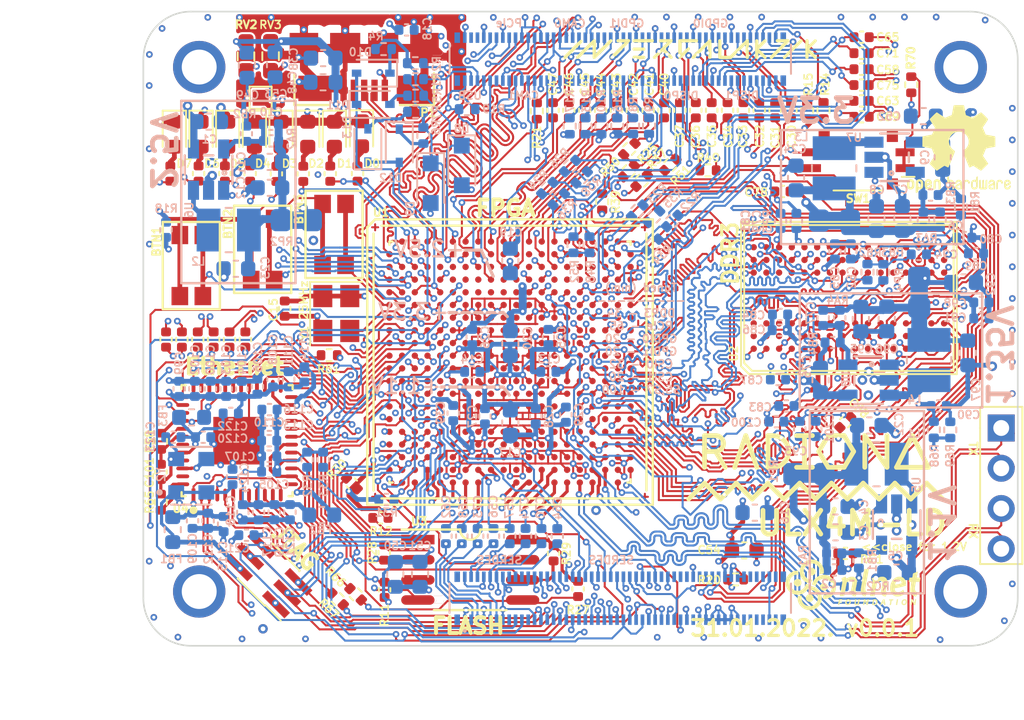
<source format=kicad_pcb>
(kicad_pcb (version 20171130) (host pcbnew 5.1.9+dfsg1-1~bpo10+1)
  (title_block (title ULX4M-LS) (date 2021-11-08) (rev v0.0.2) (company "Intergalaktik d.o.o."))
  (layers (0 F.Cu signal) (1 GND1.Cu power) (2 In2signal.Cu signal) (3 POWER.Cu power) (4 GND2.Cu power) (31 B.Cu signal) (34 B.Paste user) (35 F.Paste user) (36 B.SilkS user) (37 F.SilkS user) (38 B.Mask user) (39 F.Mask user) (44 Edge.Cuts user))
  (net 0 "")
  (net 1 GND)
  (net 2 +5V)
  (net 3 /power/FB1)
  (net 4 +2V5)
  (net 5 /power/FB3)
  (net 6 /power/FB2)
  (net 7 /flash/FLASH_nWP)
  (net 8 /flash/FLASH_nHOLD)
  (net 9 /flash/FLASH_MOSI)
  (net 10 /flash/FLASH_MISO)
  (net 11 /flash/FLASH_SCK)
  (net 12 /flash/FLASH_nCS)
  (net 13 /flash/FPGA_PROGRAMN)
  (net 14 /flash/FPGA_DONE)
  (net 15 /flash/FPGA_INITN)
  (net 16 LED0)
  (net 17 LED1)
  (net 18 LED2)
  (net 19 LED3)
  (net 20 CLK_25MHz)
  (net 21 USB_FPGA_D+)
  (net 22 /blinkey/ALED0)
  (net 23 /blinkey/ALED1)
  (net 24 /blinkey/ALED2)
  (net 25 /blinkey/ALED3)
  (net 26 USB_FPGA_D-)
  (net 27 /power/P3V3)
  (net 28 /power/P2V5)
  (net 29 /power/L1)
  (net 30 /power/L3)
  (net 31 /power/L2)
  (net 32 /power/P1V1)
  (net 33 GN0)
  (net 34 GP3)
  (net 35 2V5_3V3)
  (net 36 HDMI0_TX2_P)
  (net 37 FPDI_D2+)
  (net 38 FPDI_D2-)
  (net 39 HDMI0_TX2_N)
  (net 40 HDMI0_TX1_P)
  (net 41 FPDI_D1+)
  (net 42 FPDI_D1-)
  (net 43 HDMI0_TX1_N)
  (net 44 HDMI0_TX0_P)
  (net 45 FPDI_D0+)
  (net 46 FPDI_D0-)
  (net 47 HDMI0_TX0_N)
  (net 48 HDMI0_CLK_P)
  (net 49 FPDI_CLK+)
  (net 50 FPDI_CLK-)
  (net 51 HDMI0_CLK_N)
  (net 52 CM4_1.8V)
  (net 53 CM4_3.3V)
  (net 54 USB_N)
  (net 55 USB_P)
  (net 56 HDMI1_HOTPLUG)
  (net 57 HDMI1_SDA)
  (net 58 HDMI1_TX2_P)
  (net 59 HDMI1_SCL)
  (net 60 HDMI1_TX2_N)
  (net 61 HDMI1_CEC)
  (net 62 HDMI1_TX1_P)
  (net 63 HDMI1_TX1_N)
  (net 64 HDMI1_TX0_P)
  (net 65 HDMI1_TX0_N)
  (net 66 HDMI1_CLK_P)
  (net 67 HDMI1_CLK_N)
  (net 68 USB_FPGA_PULL_D-)
  (net 69 GN3)
  (net 70 GP5)
  (net 71 USB_FPGA_PULL_D+)
  (net 72 GP0)
  (net 73 GN5)
  (net 74 GN4)
  (net 75 GP4)
  (net 76 HDMI0_CEC)
  (net 77 HDMI0_HOTPLUG)
  (net 78 HDMI0_SDA)
  (net 79 HDMI0_SCL)
  (net 80 PCIe_CLK_P)
  (net 81 PCIe_CLK_N)
  (net 82 PCIe_RX_P)
  (net 83 PCIe_RX_N)
  (net 84 PCIe_TX_P)
  (net 85 PCIe_TX_N)
  (net 86 /serdes/S_2_P)
  (net 87 /serdes/S_3_P)
  (net 88 /serdes/S_6_P)
  (net 89 /serdes/S_7_P)
  (net 90 /serdes/CLK_0_P)
  (net 91 /serdes/S_0_P)
  (net 92 /serdes/S_1_P)
  (net 93 /serdes/CLK_1_P)
  (net 94 /serdes/S_4_P)
  (net 95 /serdes/S_5_P)
  (net 96 /serdes/CLK_0_N)
  (net 97 /serdes/S_0_N)
  (net 98 /serdes/S_1_N)
  (net 99 /serdes/CLK_1_N)
  (net 100 /serdes/S_4_N)
  (net 101 /serdes/S_5_N)
  (net 102 /serdes/S_2_N)
  (net 103 /serdes/S_3_N)
  (net 104 /serdes/S_6_N)
  (net 105 /serdes/S_7_N)
  (net 106 GPIO12)
  (net 107 GPIO16)
  (net 108 GPIO20)
  (net 109 GPIO21)
  (net 110 PCIe_CLK_nREQ)
  (net 111 PCIe_nRST)
  (net 112 CAM0_D0_N)
  (net 113 CAM0_D0_P)
  (net 114 CAM0_D1_N)
  (net 115 CAM0_D1_P)
  (net 116 CAM0_C_N)
  (net 117 CAM0_C_P)
  (net 118 DSI0_D0_N)
  (net 119 DSI0_D0_P)
  (net 120 DSI0_D1_N)
  (net 121 DSI0_D1_P)
  (net 122 DSI0_C_N)
  (net 123 DSI0_C_P)
  (net 124 SD_PWR_ON)
  (net 125 GPIO9)
  (net 126 ETH_0P)
  (net 127 ETH_2P)
  (net 128 ETH_0N)
  (net 129 ETH_2N)
  (net 130 ETH_1N)
  (net 131 ETH_3N)
  (net 132 ETH_1P)
  (net 133 ETH_3P)
  (net 134 US2_ID)
  (net 135 BTN1)
  (net 136 BTN2)
  (net 137 GPIO2)
  (net 138 GPIO3)
  (net 139 GPIO14)
  (net 140 GPIO4)
  (net 141 GPIO15)
  (net 142 GPIO18)
  (net 143 GPIO23)
  (net 144 GPIO24)
  (net 145 GPIO25)
  (net 146 GPIO8)
  (net 147 GPIO7)
  (net 148 GPIO6)
  (net 149 GPIO13)
  (net 150 GPIO19)
  (net 151 GPIO26)
  (net 152 DSI1_D0_N)
  (net 153 DSI1_D0_P)
  (net 154 DSI1_D1_N)
  (net 155 DSI1_D1_P)
  (net 156 DSI1_C_N)
  (net 157 DSI1_C_P)
  (net 158 DSI1_D2_N)
  (net 159 DSI1_D3_N)
  (net 160 DSI1_D2_P)
  (net 161 DSI1_D3_P)
  (net 162 GPIO27)
  (net 163 CAM1_D0_N)
  (net 164 CAM1_D0_P)
  (net 165 CAM1_D1_N)
  (net 166 CAM1_D1_P)
  (net 167 CAM1_C_N)
  (net 168 CAM1_C_P)
  (net 169 "Net-(R22-Pad2)")
  (net 170 "Net-(R23-Pad2)")
  (net 171 "Net-(R24-Pad2)")
  (net 172 "Net-(R25-Pad2)")
  (net 173 "Net-(R26-Pad2)")
  (net 174 "Net-(R34-Pad1)")
  (net 175 "Net-(R35-Pad1)")
  (net 176 "Net-(R36-Pad1)")
  (net 177 "Net-(R37-Pad1)")
  (net 178 "Net-(R38-Pad1)")
  (net 179 "Net-(RC1-Pad1)")
  (net 180 DDR3_A8)
  (net 181 DDR3_A14)
  (net 182 DDR3_A13)
  (net 183 DDR3_RESET)
  (net 184 VCC1V35)
  (net 185 DDR3_A6)
  (net 186 DDR3_A11)
  (net 187 DDR3_A9)
  (net 188 DDR3_A7)
  (net 189 DDR3_A4)
  (net 190 DDR3_A1)
  (net 191 DDR3_A2)
  (net 192 DDR3_A5)
  (net 193 DDR3_BA1)
  (net 194 DDR3_A12)
  (net 195 DDR3_A0)
  (net 196 DDR3_A3)
  (net 197 DDR3_VREF)
  (net 198 DDR3_A15)
  (net 199 DDR3_BA2)
  (net 200 DDR3_BA0)
  (net 201 "Net-(R81-Pad1)")
  (net 202 DDR3_A10)
  (net 203 DDR3_WE)
  (net 204 DDR3_CS)
  (net 205 DDR3_CKE)
  (net 206 DDR3_CLK-)
  (net 207 DDR3_CAS)
  (net 208 DDR3_ODT)
  (net 209 DDR3_CLK+)
  (net 210 DDR3_RAS)
  (net 211 DDR3_DQ5)
  (net 212 DDR3_DQ7)
  (net 213 DDR3_DQ4)
  (net 214 DDR3_DQS0-)
  (net 215 DDR3_DQ6)
  (net 216 DDR3_DQ3)
  (net 217 DDR3_DQ1)
  (net 218 DDR3_DQS0+)
  (net 219 DDR3_DQ2)
  (net 220 DDR3_DM0)
  (net 221 DDR3_DQ0)
  (net 222 DDR3_DQ8)
  (net 223 DDR3_DM1)
  (net 224 DDR3_DQ10)
  (net 225 DDR3_DQ12)
  (net 226 "Net-(C94-Pad2)")
  (net 227 /power/P1V35)
  (net 228 /power/FB4)
  (net 229 /power/L4)
  (net 230 DDR3_DQ14)
  (net 231 Camera_GPIO)
  (net 232 SDA0)
  (net 233 SCL0)
  (net 234 GPIO17)
  (net 235 GPIO22)
  (net 236 GPIO10)
  (net 237 GPIO11)
  (net 238 ID_SD)
  (net 239 ID_SC)
  (net 240 GPIO5)
  (net 241 /blinkey/ALED4)
  (net 242 /blinkey/ALED5)
  (net 243 /blinkey/ALED6)
  (net 244 /blinkey/ALED7)
  (net 245 "Net-(D10-Pad1)")
  (net 246 "Net-(D11-Pad2)")
  (net 247 "Net-(D12-Pad1)")
  (net 248 "Net-(D13-Pad2)")
  (net 249 LED4)
  (net 250 LED5)
  (net 251 LED6)
  (net 252 LED7)
  (net 253 BTN3)
  (net 254 "Net-(BTN1-Pad1)")
  (net 255 /gpio/CAM0_D0_LP)
  (net 256 ETH_nLED1)
  (net 257 ETH_nLED2)
  (net 258 VCC1V2)
  (net 259 ETH_~RESET)
  (net 260 "Net-(C109-Pad1)")
  (net 261 /ethernet/AVDDL)
  (net 262 /ethernet/AVDDL_PLL)
  (net 263 RGMII_RXD0)
  (net 264 RGMII_RXD1)
  (net 265 RGMII_RXD2)
  (net 266 RGMII_RXD3)
  (net 267 RGMII_RX_DV)
  (net 268 RGMII_RX_CLK)
  (net 269 RGMII_REF_CLK)
  (net 270 ETH_MDIO)
  (net 271 ETH_INT_N)
  (net 272 /ethernet/ETH_LED1)
  (net 273 /ethernet/ETH_LED2)
  (net 274 "Net-(R65-Pad2)")
  (net 275 RGMII_TX_EN)
  (net 276 ETH_MDC)
  (net 277 RGMII_TXD0)
  (net 278 RGMII_TXD1)
  (net 279 RGMII_TXD2)
  (net 280 RGMII_TXD3)
  (net 281 RGMII_TX_CLK)
  (net 282 /ethernet/PHY_CLK)
  (net 283 "Net-(R70-Pad2)")
  (net 284 SW1)
  (net 285 SW2)
  (module AS4C256M16D3:BGA-96_9.0x13.0mm_Layout2x3x16_P0.8mm (layer F.Cu) (at 138.57 90.21 90)
    (fp_text reference U2 (at -3.51 -7.26 90) (layer F.SilkS) (effects (font (size 0.5 0.5) (thickness 0.1))))
    (fp_text value AS4C256M16D3)
    (pad T9 smd circle (at 3.2 6 90) (size 0.4 0.4) (layers F.Cu F.Paste F.Mask) (net 1 GND))
    (pad T8 smd circle (at 2.4 6 90) (size 0.4 0.4) (layers F.Cu F.Paste F.Mask) (net 180 DDR3_A8))
    (pad T7 smd circle (at 1.6 6 90) (size 0.4 0.4) (layers F.Cu F.Paste F.Mask) (net 181 DDR3_A14))
    (pad T3 smd circle (at -1.6 6 90) (size 0.4 0.4) (layers F.Cu F.Paste F.Mask) (net 182 DDR3_A13))
    (pad T2 smd circle (at -2.4 6 90) (size 0.4 0.4) (layers F.Cu F.Paste F.Mask) (net 183 DDR3_RESET))
    (pad T1 smd circle (at -3.2 6 90) (size 0.4 0.4) (layers F.Cu F.Paste F.Mask) (net 1 GND))
    (pad R9 smd circle (at 3.2 5.2 90) (size 0.4 0.4) (layers F.Cu F.Paste F.Mask) (net 184 VCC1V35))
    (pad R8 smd circle (at 2.4 5.2 90) (size 0.4 0.4) (layers F.Cu F.Paste F.Mask) (net 185 DDR3_A6))
    (pad R7 smd circle (at 1.6 5.2 90) (size 0.4 0.4) (layers F.Cu F.Paste F.Mask) (net 186 DDR3_A11))
    (pad R3 smd circle (at -1.6 5.2 90) (size 0.4 0.4) (layers F.Cu F.Paste F.Mask) (net 187 DDR3_A9))
    (pad R2 smd circle (at -2.4 5.2 90) (size 0.4 0.4) (layers F.Cu F.Paste F.Mask) (net 188 DDR3_A7))
    (pad R1 smd circle (at -3.2 5.2 90) (size 0.4 0.4) (layers F.Cu F.Paste F.Mask) (net 184 VCC1V35))
    (pad P9 smd circle (at 3.2 4.4 90) (size 0.4 0.4) (layers F.Cu F.Paste F.Mask) (net 1 GND))
    (pad P8 smd circle (at 2.4 4.4 90) (size 0.4 0.4) (layers F.Cu F.Paste F.Mask) (net 189 DDR3_A4))
    (pad P7 smd circle (at 1.6 4.4 90) (size 0.4 0.4) (layers F.Cu F.Paste F.Mask) (net 190 DDR3_A1))
    (pad P3 smd circle (at -1.6 4.4 90) (size 0.4 0.4) (layers F.Cu F.Paste F.Mask) (net 191 DDR3_A2))
    (pad P2 smd circle (at -2.4 4.4 90) (size 0.4 0.4) (layers F.Cu F.Paste F.Mask) (net 192 DDR3_A5))
    (pad P1 smd circle (at -3.2 4.4 90) (size 0.4 0.4) (layers F.Cu F.Paste F.Mask) (net 1 GND))
    (pad N9 smd circle (at 3.2 3.6 90) (size 0.4 0.4) (layers F.Cu F.Paste F.Mask) (net 184 VCC1V35))
    (pad N8 smd circle (at 2.4 3.6 90) (size 0.4 0.4) (layers F.Cu F.Paste F.Mask) (net 193 DDR3_BA1))
    (pad N7 smd circle (at 1.6 3.6 90) (size 0.4 0.4) (layers F.Cu F.Paste F.Mask) (net 194 DDR3_A12))
    (pad N3 smd circle (at -1.6 3.6 90) (size 0.4 0.4) (layers F.Cu F.Paste F.Mask) (net 195 DDR3_A0))
    (pad N2 smd circle (at -2.4 3.6 90) (size 0.4 0.4) (layers F.Cu F.Paste F.Mask) (net 196 DDR3_A3))
    (pad N1 smd circle (at -3.2 3.6 90) (size 0.4 0.4) (layers F.Cu F.Paste F.Mask) (net 184 VCC1V35))
    (pad M9 smd circle (at 3.2 2.8 90) (size 0.4 0.4) (layers F.Cu F.Paste F.Mask) (net 1 GND))
    (pad M8 smd circle (at 2.4 2.8 90) (size 0.4 0.4) (layers F.Cu F.Paste F.Mask) (net 197 DDR3_VREF))
    (pad M7 smd circle (at 1.6 2.8 90) (size 0.4 0.4) (layers F.Cu F.Paste F.Mask) (net 198 DDR3_A15))
    (pad M3 smd circle (at -1.6 2.8 90) (size 0.4 0.4) (layers F.Cu F.Paste F.Mask) (net 199 DDR3_BA2))
    (pad M2 smd circle (at -2.4 2.8 90) (size 0.4 0.4) (layers F.Cu F.Paste F.Mask) (net 200 DDR3_BA0))
    (pad M1 smd circle (at -3.2 2.8 90) (size 0.4 0.4) (layers F.Cu F.Paste F.Mask) (net 1 GND))
    (pad L9 smd circle (at 3.2 2 90) (size 0.4 0.4) (layers F.Cu F.Paste F.Mask))
    (pad L8 smd circle (at 2.4 2 90) (size 0.4 0.4) (layers F.Cu F.Paste F.Mask) (net 201 "Net-(R81-Pad1)"))
    (pad L7 smd circle (at 1.6 2 90) (size 0.4 0.4) (layers F.Cu F.Paste F.Mask) (net 202 DDR3_A10))
    (pad L3 smd circle (at -1.6 2 90) (size 0.4 0.4) (layers F.Cu F.Paste F.Mask) (net 203 DDR3_WE))
    (pad L2 smd circle (at -2.4 2 90) (size 0.4 0.4) (layers F.Cu F.Paste F.Mask) (net 204 DDR3_CS))
    (pad L1 smd circle (at -3.2 2 90) (size 0.4 0.4) (layers F.Cu F.Paste F.Mask))
    (pad K9 smd circle (at 3.2 1.2 90) (size 0.4 0.4) (layers F.Cu F.Paste F.Mask) (net 205 DDR3_CKE))
    (pad K8 smd circle (at 2.4 1.2 90) (size 0.4 0.4) (layers F.Cu F.Paste F.Mask) (net 184 VCC1V35))
    (pad K7 smd circle (at 1.6 1.2 90) (size 0.4 0.4) (layers F.Cu F.Paste F.Mask) (net 206 DDR3_CLK-))
    (pad K3 smd circle (at -1.6 1.2 90) (size 0.4 0.4) (layers F.Cu F.Paste F.Mask) (net 207 DDR3_CAS))
    (pad K2 smd circle (at -2.4 1.2 90) (size 0.4 0.4) (layers F.Cu F.Paste F.Mask) (net 184 VCC1V35))
    (pad K1 smd circle (at -3.2 1.2 90) (size 0.4 0.4) (layers F.Cu F.Paste F.Mask) (net 208 DDR3_ODT))
    (pad J9 smd circle (at 3.2 0.4 90) (size 0.4 0.4) (layers F.Cu F.Paste F.Mask))
    (pad J8 smd circle (at 2.4 0.4 90) (size 0.4 0.4) (layers F.Cu F.Paste F.Mask) (net 1 GND))
    (pad J7 smd circle (at 1.6 0.4 90) (size 0.4 0.4) (layers F.Cu F.Paste F.Mask) (net 209 DDR3_CLK+))
    (pad J3 smd circle (at -1.6 0.4 90) (size 0.4 0.4) (layers F.Cu F.Paste F.Mask) (net 210 DDR3_RAS))
    (pad J2 smd circle (at -2.4 0.4 90) (size 0.4 0.4) (layers F.Cu F.Paste F.Mask) (net 1 GND))
    (pad J1 smd circle (at -3.2 0.4 90) (size 0.4 0.4) (layers F.Cu F.Paste F.Mask))
    (pad H9 smd circle (at 3.2 -0.4 90) (size 0.4 0.4) (layers F.Cu F.Paste F.Mask) (net 184 VCC1V35))
    (pad H8 smd circle (at 2.4 -0.4 90) (size 0.4 0.4) (layers F.Cu F.Paste F.Mask) (net 211 DDR3_DQ5))
    (pad H7 smd circle (at 1.6 -0.4 90) (size 0.4 0.4) (layers F.Cu F.Paste F.Mask) (net 212 DDR3_DQ7))
    (pad H3 smd circle (at -1.6 -0.4 90) (size 0.4 0.4) (layers F.Cu F.Paste F.Mask) (net 213 DDR3_DQ4))
    (pad H2 smd circle (at -2.4 -0.4 90) (size 0.4 0.4) (layers F.Cu F.Paste F.Mask) (net 184 VCC1V35))
    (pad H1 smd circle (at -3.2 -0.4 90) (size 0.4 0.4) (layers F.Cu F.Paste F.Mask) (net 197 DDR3_VREF))
    (pad G9 smd circle (at 3.2 -1.2 90) (size 0.4 0.4) (layers F.Cu F.Paste F.Mask) (net 1 GND))
    (pad G8 smd circle (at 2.4 -1.2 90) (size 0.4 0.4) (layers F.Cu F.Paste F.Mask) (net 1 GND))
    (pad G7 smd circle (at 1.6 -1.2 90) (size 0.4 0.4) (layers F.Cu F.Paste F.Mask) (net 184 VCC1V35))
    (pad G3 smd circle (at -1.6 -1.2 90) (size 0.4 0.4) (layers F.Cu F.Paste F.Mask) (net 214 DDR3_DQS0-))
    (pad G2 smd circle (at -2.4 -1.2 90) (size 0.4 0.4) (layers F.Cu F.Paste F.Mask) (net 215 DDR3_DQ6))
    (pad G1 smd circle (at -3.2 -1.2 90) (size 0.4 0.4) (layers F.Cu F.Paste F.Mask) (net 1 GND))
    (pad F9 smd circle (at 3.2 -2 90) (size 0.4 0.4) (layers F.Cu F.Paste F.Mask) (net 1 GND))
    (pad F8 smd circle (at 2.4 -2 90) (size 0.4 0.4) (layers F.Cu F.Paste F.Mask) (net 216 DDR3_DQ3))
    (pad F7 smd circle (at 1.6 -2 90) (size 0.4 0.4) (layers F.Cu F.Paste F.Mask) (net 217 DDR3_DQ1))
    (pad F3 smd circle (at -1.6 -2 90) (size 0.4 0.4) (layers F.Cu F.Paste F.Mask) (net 218 DDR3_DQS0+))
    (pad F2 smd circle (at -2.4 -2 90) (size 0.4 0.4) (layers F.Cu F.Paste F.Mask) (net 219 DDR3_DQ2))
    (pad F1 smd circle (at -3.2 -2 90) (size 0.4 0.4) (layers F.Cu F.Paste F.Mask) (net 184 VCC1V35))
    (pad E9 smd circle (at 3.2 -2.8 90) (size 0.4 0.4) (layers F.Cu F.Paste F.Mask) (net 184 VCC1V35))
    (pad E8 smd circle (at 2.4 -2.8 90) (size 0.4 0.4) (layers F.Cu F.Paste F.Mask) (net 1 GND))
    (pad E7 smd circle (at 1.6 -2.8 90) (size 0.4 0.4) (layers F.Cu F.Paste F.Mask) (net 220 DDR3_DM0))
    (pad E3 smd circle (at -1.6 -2.8 90) (size 0.4 0.4) (layers F.Cu F.Paste F.Mask) (net 221 DDR3_DQ0))
    (pad E2 smd circle (at -2.4 -2.8 90) (size 0.4 0.4) (layers F.Cu F.Paste F.Mask) (net 1 GND))
    (pad E1 smd circle (at -3.2 -2.8 90) (size 0.4 0.4) (layers F.Cu F.Paste F.Mask) (net 1 GND))
    (pad D9 smd circle (at 3.2 -3.6 90) (size 0.4 0.4) (layers F.Cu F.Paste F.Mask) (net 184 VCC1V35))
    (pad D8 smd circle (at 2.4 -3.6 90) (size 0.4 0.4) (layers F.Cu F.Paste F.Mask) (net 1 GND))
    (pad D7 smd circle (at 1.6 -3.6 90) (size 0.4 0.4) (layers F.Cu F.Paste F.Mask) (net 222 DDR3_DQ8))
    (pad D3 smd circle (at -1.6 -3.6 90) (size 0.4 0.4) (layers F.Cu F.Paste F.Mask) (net 223 DDR3_DM1))
    (pad D2 smd circle (at -2.4 -3.6 90) (size 0.4 0.4) (layers F.Cu F.Paste F.Mask) (net 184 VCC1V35))
    (pad D1 smd circle (at -3.2 -3.6 90) (size 0.4 0.4) (layers F.Cu F.Paste F.Mask) (net 1 GND))
    (pad C9 smd circle (at 3.2 -4.4 90) (size 0.4 0.4) (layers F.Cu F.Paste F.Mask) (net 184 VCC1V35))
    (pad C8 smd circle (at 2.4 -4.4 90) (size 0.4 0.4) (layers F.Cu F.Paste F.Mask) (net 224 DDR3_DQ10))
    (pad C7 smd circle (at 1.6 -4.4 90) (size 0.4 0.4) (layers F.Cu F.Paste F.Mask))
    (pad C3 smd circle (at -1.6 -4.4 90) (size 0.4 0.4) (layers F.Cu F.Paste F.Mask))
    (pad C2 smd circle (at -2.4 -4.4 90) (size 0.4 0.4) (layers F.Cu F.Paste F.Mask))
    (pad C1 smd circle (at -3.2 -4.4 90) (size 0.4 0.4) (layers F.Cu F.Paste F.Mask) (net 184 VCC1V35))
    (pad B9 smd circle (at 3.2 -5.2 90) (size 0.4 0.4) (layers F.Cu F.Paste F.Mask) (net 1 GND))
    (pad B8 smd circle (at 2.4 -5.2 90) (size 0.4 0.4) (layers F.Cu F.Paste F.Mask) (net 230 DDR3_DQ14))
    (pad B7 smd circle (at 1.6 -5.2 90) (size 0.4 0.4) (layers F.Cu F.Paste F.Mask))
    (pad B3 smd circle (at -1.6 -5.2 90) (size 0.4 0.4) (layers F.Cu F.Paste F.Mask) (net 1 GND))
    (pad B2 smd circle (at -2.4 -5.2 90) (size 0.4 0.4) (layers F.Cu F.Paste F.Mask) (net 184 VCC1V35))
    (pad B1 smd circle (at -3.2 -5.2 90) (size 0.4 0.4) (layers F.Cu F.Paste F.Mask) (net 1 GND))
    (pad A9 smd circle (at 3.2 -6 90) (size 0.4 0.4) (layers F.Cu F.Paste F.Mask) (net 1 GND))
    (pad A8 smd circle (at 2.4 -6 90) (size 0.4 0.4) (layers F.Cu F.Paste F.Mask) (net 184 VCC1V35))
    (pad A7 smd circle (at 1.6 -6 90) (size 0.4 0.4) (layers F.Cu F.Paste F.Mask) (net 225 DDR3_DQ12))
    (pad A3 smd circle (at -1.6 -6 90) (size 0.4 0.4) (layers F.Cu F.Paste F.Mask))
    (pad A2 smd circle (at -2.4 -6 90) (size 0.4 0.4) (layers F.Cu F.Paste F.Mask))
    (pad A1 smd circle (at -3.2 -6 90) (size 0.4 0.4) (layers F.Cu F.Paste F.Mask) (net 184 VCC1V35))
  )
  (module Connector_PinHeader_1.00mm:PinHeader_2x03_P1.00mm_Vertical_SMD (layer F.Cu) (at 102 107.66 135)
    (fp_text reference J3 hide)
    (fp_text value JTAG (at 0.021213 2.38295 135) (layer F.SilkS) (effects (font (thickness 0.25))))
    (pad 1 smd rect (at -1.65 -1 135) (size 2 0.5) (layers F.Cu F.Mask) (net 1 GND))
    (pad 2 smd rect (at 1.65 -1 135) (size 2 0.5) (layers F.Cu F.Mask) (net 53 CM4_3.3V))
    (pad 3 smd rect (at -1.65 0 135) (size 2 0.5) (layers F.Cu F.Mask) (net 106 GPIO12))
    (pad 4 smd rect (at 1.65 0 135) (size 2 0.5) (layers F.Cu F.Mask) (net 108 GPIO20))
    (pad 5 smd rect (at -1.65 1 135) (size 2 0.5) (layers F.Cu F.Mask) (net 109 GPIO21))
    (pad 6 smd rect (at 1.65 1 135) (size 2 0.5) (layers F.Cu F.Mask) (net 107 GPIO16))
  )
  (module Connector_PinHeader_2.54mm:PinHeader_1x04_P2.54mm_Vertical (layer F.Cu) (at 148.17 98.41)
    (fp_text reference J4 hide)
    (fp_text value Antenna)
    (pad 4 thru_hole oval (at 0 7.62) (size 1.7 1.7) (drill 1) (layers *.Cu *.Mask) (net 95 /serdes/S_5_P))
    (pad 3 thru_hole oval (at 0 5.08) (size 1.7 1.7) (drill 1) (layers *.Cu *.Mask) (net 101 /serdes/S_5_N))
    (pad 2 thru_hole oval (at 0 2.54) (size 1.7 1.7) (drill 1) (layers *.Cu *.Mask) (net 89 /serdes/S_7_P))
    (pad 1 thru_hole rect (at 0 0) (size 1.7 1.7) (drill 1) (layers *.Cu *.Mask) (net 105 /serdes/S_7_N))
  )
  (module Button_Switch_SMD:SW_DIP_SPSTx02_Slide_Copal_CVS-02xB_W5.9mm_P1mm (layer F.Cu) (at 139.16 81.52 180)
    (fp_text reference SW1 (at 0.01 -2.42) (layer F.SilkS) (effects (font (size 0.5 0.5) (thickness 0.125))))
    (fp_text value SW_DIP_x02)
    (pad 5 smd rect (at 2.15 1.5 180) (size 0.7 0.7) (layers F.Cu F.Paste F.Mask))
    (pad 5 smd rect (at -2.15 1.5 180) (size 0.7 0.7) (layers F.Cu F.Paste F.Mask))
    (pad 5 smd rect (at 2.15 -1.5 180) (size 0.7 0.7) (layers F.Cu F.Paste F.Mask))
    (pad 5 smd rect (at -2.15 -1.5 180) (size 0.7 0.7) (layers F.Cu F.Paste F.Mask))
    (pad 4 smd rect (at 2.95 -0.5 180) (size 1.2 0.5) (layers F.Cu F.Paste F.Mask) (net 284 SW1))
    (pad 2 smd rect (at -2.95 0.5 180) (size 1.2 0.5) (layers F.Cu F.Paste F.Mask) (net 283 "Net-(R70-Pad2)"))
    (pad 3 smd rect (at 2.95 0.5 180) (size 1.2 0.5) (layers F.Cu F.Paste F.Mask) (net 285 SW2))
    (pad 1 smd rect (at -2.95 -0.5 180) (size 1.2 0.5) (layers F.Cu F.Paste F.Mask) (net 283 "Net-(R70-Pad2)"))
  )
  (module Resistor_SMD:R_0402_1005Metric (layer F.Cu) (at 142.5 76.76 90)
    (fp_text reference R70 (at 1.69 -0.02 90) (layer F.SilkS) (effects (font (size 0.5 0.5) (thickness 0.125))))
    (fp_text value 130)
    (pad 2 smd roundrect (at 0.51 0 90) (size 0.54 0.64) (layers F.Cu F.Paste F.Mask) (net 283 "Net-(R70-Pad2)"))
    (pad 1 smd roundrect (at -0.51 0 90) (size 0.54 0.64) (layers F.Cu F.Paste F.Mask) (net 53 CM4_3.3V))
  )
  (module lfe5bg381:BGA-381_pitch0.8mm_dia0.4mm (layer F.Cu) (at 117.21 94.25)
    (fp_text reference U1 (at -8.13 -9.44) (layer F.SilkS) (effects (font (size 0.5 0.5) (thickness 0.125))))
    (fp_text value LFE5U-85F-6BG381C hide)
    (pad Y19 smd circle (at 6.8 7.6) (size 0.4 0.4) (layers F.Cu F.Paste F.Mask) (net 93 /serdes/CLK_1_P))
    (pad Y17 smd circle (at 5.2 7.6) (size 0.4 0.4) (layers F.Cu F.Paste F.Mask) (net 101 /serdes/S_5_N))
    (pad Y16 smd circle (at 4.4 7.6) (size 0.4 0.4) (layers F.Cu F.Paste F.Mask) (net 95 /serdes/S_5_P))
    (pad Y15 smd circle (at 3.6 7.6) (size 0.4 0.4) (layers F.Cu F.Paste F.Mask) (net 100 /serdes/S_4_N))
    (pad Y14 smd circle (at 2.8 7.6) (size 0.4 0.4) (layers F.Cu F.Paste F.Mask) (net 94 /serdes/S_4_P))
    (pad Y12 smd circle (at 1.2 7.6) (size 0.4 0.4) (layers F.Cu F.Paste F.Mask) (net 96 /serdes/CLK_0_N))
    (pad Y11 smd circle (at 0.4 7.6) (size 0.4 0.4) (layers F.Cu F.Paste F.Mask) (net 90 /serdes/CLK_0_P))
    (pad Y8 smd circle (at -2 7.6) (size 0.4 0.4) (layers F.Cu F.Paste F.Mask) (net 98 /serdes/S_1_N))
    (pad Y7 smd circle (at -2.8 7.6) (size 0.4 0.4) (layers F.Cu F.Paste F.Mask) (net 92 /serdes/S_1_P))
    (pad Y6 smd circle (at -3.6 7.6) (size 0.4 0.4) (layers F.Cu F.Paste F.Mask) (net 97 /serdes/S_0_N))
    (pad Y5 smd circle (at -4.4 7.6) (size 0.4 0.4) (layers F.Cu F.Paste F.Mask) (net 91 /serdes/S_0_P))
    (pad Y3 smd circle (at -6 7.6) (size 0.4 0.4) (layers F.Cu F.Paste F.Mask) (net 14 /flash/FPGA_DONE))
    (pad Y2 smd circle (at -6.8 7.6) (size 0.4 0.4) (layers F.Cu F.Paste F.Mask) (net 7 /flash/FLASH_nWP))
    (pad W20 smd circle (at 7.6 6.8) (size 0.4 0.4) (layers F.Cu F.Paste F.Mask) (net 99 /serdes/CLK_1_N))
    (pad W19 smd circle (at 6.8 6.8) (size 0.4 0.4) (layers F.Cu F.Paste F.Mask) (net 1 GND))
    (pad W18 smd circle (at 6 6.8) (size 0.4 0.4) (layers F.Cu F.Paste F.Mask) (net 105 /serdes/S_7_N))
    (pad W17 smd circle (at 5.2 6.8) (size 0.4 0.4) (layers F.Cu F.Paste F.Mask) (net 89 /serdes/S_7_P))
    (pad W16 smd circle (at 4.4 6.8) (size 0.4 0.4) (layers F.Cu F.Paste F.Mask) (net 1 GND))
    (pad W15 smd circle (at 3.6 6.8) (size 0.4 0.4) (layers F.Cu F.Paste F.Mask) (net 1 GND))
    (pad W14 smd circle (at 2.8 6.8) (size 0.4 0.4) (layers F.Cu F.Paste F.Mask) (net 104 /serdes/S_6_N))
    (pad W13 smd circle (at 2 6.8) (size 0.4 0.4) (layers F.Cu F.Paste F.Mask) (net 88 /serdes/S_6_P))
    (pad W12 smd circle (at 1.2 6.8) (size 0.4 0.4) (layers F.Cu F.Paste F.Mask) (net 1 GND))
    (pad W11 smd circle (at 0.4 6.8) (size 0.4 0.4) (layers F.Cu F.Paste F.Mask))
    (pad W10 smd circle (at -0.4 6.8) (size 0.4 0.4) (layers F.Cu F.Paste F.Mask))
    (pad W9 smd circle (at -1.2 6.8) (size 0.4 0.4) (layers F.Cu F.Paste F.Mask) (net 103 /serdes/S_3_N))
    (pad W8 smd circle (at -2 6.8) (size 0.4 0.4) (layers F.Cu F.Paste F.Mask) (net 87 /serdes/S_3_P))
    (pad W7 smd circle (at -2.8 6.8) (size 0.4 0.4) (layers F.Cu F.Paste F.Mask) (net 1 GND))
    (pad W6 smd circle (at -3.6 6.8) (size 0.4 0.4) (layers F.Cu F.Paste F.Mask) (net 1 GND))
    (pad W5 smd circle (at -4.4 6.8) (size 0.4 0.4) (layers F.Cu F.Paste F.Mask) (net 102 /serdes/S_2_N))
    (pad W4 smd circle (at -5.2 6.8) (size 0.4 0.4) (layers F.Cu F.Paste F.Mask) (net 86 /serdes/S_2_P))
    (pad W3 smd circle (at -6 6.8) (size 0.4 0.4) (layers F.Cu F.Paste F.Mask) (net 13 /flash/FPGA_PROGRAMN))
    (pad W2 smd circle (at -6.8 6.8) (size 0.4 0.4) (layers F.Cu F.Paste F.Mask) (net 9 /flash/FLASH_MOSI))
    (pad W1 smd circle (at -7.6 6.8) (size 0.4 0.4) (layers F.Cu F.Paste F.Mask) (net 8 /flash/FLASH_nHOLD))
    (pad V20 smd circle (at 7.6 6) (size 0.4 0.4) (layers F.Cu F.Paste F.Mask) (net 1 GND))
    (pad V19 smd circle (at 6.8 6) (size 0.4 0.4) (layers F.Cu F.Paste F.Mask) (net 1 GND))
    (pad V18 smd circle (at 6 6) (size 0.4 0.4) (layers F.Cu F.Paste F.Mask) (net 4 +2V5))
    (pad V17 smd circle (at 5.2 6) (size 0.4 0.4) (layers F.Cu F.Paste F.Mask) (net 4 +2V5))
    (pad V16 smd circle (at 4.4 6) (size 0.4 0.4) (layers F.Cu F.Paste F.Mask) (net 1 GND))
    (pad V15 smd circle (at 3.6 6) (size 0.4 0.4) (layers F.Cu F.Paste F.Mask) (net 1 GND))
    (pad V14 smd circle (at 2.8 6) (size 0.4 0.4) (layers F.Cu F.Paste F.Mask) (net 1 GND))
    (pad V13 smd circle (at 2 6) (size 0.4 0.4) (layers F.Cu F.Paste F.Mask) (net 1 GND))
    (pad V12 smd circle (at 1.2 6) (size 0.4 0.4) (layers F.Cu F.Paste F.Mask) (net 1 GND))
    (pad V11 smd circle (at 0.4 6) (size 0.4 0.4) (layers F.Cu F.Paste F.Mask) (net 4 +2V5))
    (pad V10 smd circle (at -0.4 6) (size 0.4 0.4) (layers F.Cu F.Paste F.Mask) (net 4 +2V5))
    (pad V9 smd circle (at -1.2 6) (size 0.4 0.4) (layers F.Cu F.Paste F.Mask) (net 1 GND))
    (pad V8 smd circle (at -2 6) (size 0.4 0.4) (layers F.Cu F.Paste F.Mask) (net 1 GND))
    (pad V7 smd circle (at -2.8 6) (size 0.4 0.4) (layers F.Cu F.Paste F.Mask) (net 1 GND))
    (pad V6 smd circle (at -3.6 6) (size 0.4 0.4) (layers F.Cu F.Paste F.Mask) (net 1 GND))
    (pad V5 smd circle (at -4.4 6) (size 0.4 0.4) (layers F.Cu F.Paste F.Mask) (net 1 GND))
    (pad V4 smd circle (at -5.2 6) (size 0.4 0.4) (layers F.Cu F.Paste F.Mask) (net 107 GPIO16))
    (pad V3 smd circle (at -6 6) (size 0.4 0.4) (layers F.Cu F.Paste F.Mask) (net 15 /flash/FPGA_INITN))
    (pad V2 smd circle (at -6.8 6) (size 0.4 0.4) (layers F.Cu F.Paste F.Mask) (net 10 /flash/FLASH_MISO))
    (pad V1 smd circle (at -7.6 6) (size 0.4 0.4) (layers F.Cu F.Paste F.Mask) (net 151 GPIO26))
    (pad U20 smd circle (at 7.6 5.2) (size 0.4 0.4) (layers F.Cu F.Paste F.Mask) (net 182 DDR3_A13))
    (pad U19 smd circle (at 6.8 5.2) (size 0.4 0.4) (layers F.Cu F.Paste F.Mask) (net 187 DDR3_A9))
    (pad U18 smd circle (at 6 5.2) (size 0.4 0.4) (layers F.Cu F.Paste F.Mask))
    (pad U17 smd circle (at 5.2 5.2) (size 0.4 0.4) (layers F.Cu F.Paste F.Mask) (net 185 DDR3_A6))
    (pad U16 smd circle (at 4.4 5.2) (size 0.4 0.4) (layers F.Cu F.Paste F.Mask) (net 223 DDR3_DM1))
    (pad U15 smd circle (at 3.6 5.2) (size 0.4 0.4) (layers F.Cu F.Paste F.Mask) (net 258 VCC1V2))
    (pad U14 smd circle (at 2.8 5.2) (size 0.4 0.4) (layers F.Cu F.Paste F.Mask) (net 1 GND))
    (pad U13 smd circle (at 2 5.2) (size 0.4 0.4) (layers F.Cu F.Paste F.Mask) (net 1 GND))
    (pad U12 smd circle (at 1.2 5.2) (size 0.4 0.4) (layers F.Cu F.Paste F.Mask) (net 1 GND))
    (pad U11 smd circle (at 0.4 5.2) (size 0.4 0.4) (layers F.Cu F.Paste F.Mask) (net 1 GND))
    (pad U10 smd circle (at -0.4 5.2) (size 0.4 0.4) (layers F.Cu F.Paste F.Mask) (net 1 GND))
    (pad U9 smd circle (at -1.2 5.2) (size 0.4 0.4) (layers F.Cu F.Paste F.Mask) (net 1 GND))
    (pad U8 smd circle (at -2 5.2) (size 0.4 0.4) (layers F.Cu F.Paste F.Mask) (net 1 GND))
    (pad U7 smd circle (at -2.8 5.2) (size 0.4 0.4) (layers F.Cu F.Paste F.Mask) (net 1 GND))
    (pad U6 smd circle (at -3.6 5.2) (size 0.4 0.4) (layers F.Cu F.Paste F.Mask) (net 258 VCC1V2))
    (pad U5 smd circle (at -4.4 5.2) (size 0.4 0.4) (layers F.Cu F.Paste F.Mask) (net 109 GPIO21))
    (pad U4 smd circle (at -5.2 5.2) (size 0.4 0.4) (layers F.Cu F.Paste F.Mask) (net 1 GND))
    (pad U3 smd circle (at -6 5.2) (size 0.4 0.4) (layers F.Cu F.Paste F.Mask) (net 11 /flash/FLASH_SCK))
    (pad U2 smd circle (at -6.8 5.2) (size 0.4 0.4) (layers F.Cu F.Paste F.Mask) (net 53 CM4_3.3V))
    (pad U1 smd circle (at -7.6 5.2) (size 0.4 0.4) (layers F.Cu F.Paste F.Mask) (net 150 GPIO19))
    (pad T20 smd circle (at 7.6 4.4) (size 0.4 0.4) (layers F.Cu F.Paste F.Mask) (net 192 DDR3_A5))
    (pad T19 smd circle (at 6.8 4.4) (size 0.4 0.4) (layers F.Cu F.Paste F.Mask) (net 208 DDR3_ODT))
    (pad T18 smd circle (at 6 4.4) (size 0.4 0.4) (layers F.Cu F.Paste F.Mask) (net 183 DDR3_RESET))
    (pad T17 smd circle (at 5.2 4.4) (size 0.4 0.4) (layers F.Cu F.Paste F.Mask) (net 188 DDR3_A7))
    (pad T16 smd circle (at 4.4 4.4) (size 0.4 0.4) (layers F.Cu F.Paste F.Mask))
    (pad T15 smd circle (at 3.6 4.4) (size 0.4 0.4) (layers F.Cu F.Paste F.Mask) (net 258 VCC1V2))
    (pad T14 smd circle (at 2.8 4.4) (size 0.4 0.4) (layers F.Cu F.Paste F.Mask) (net 258 VCC1V2))
    (pad T13 smd circle (at 2 4.4) (size 0.4 0.4) (layers F.Cu F.Paste F.Mask) (net 258 VCC1V2))
    (pad T12 smd circle (at 1.2 4.4) (size 0.4 0.4) (layers F.Cu F.Paste F.Mask) (net 258 VCC1V2))
    (pad T11 smd circle (at 0.4 4.4) (size 0.4 0.4) (layers F.Cu F.Paste F.Mask) (net 258 VCC1V2))
    (pad T10 smd circle (at -0.4 4.4) (size 0.4 0.4) (layers F.Cu F.Paste F.Mask) (net 258 VCC1V2))
    (pad T9 smd circle (at -1.2 4.4) (size 0.4 0.4) (layers F.Cu F.Paste F.Mask) (net 258 VCC1V2))
    (pad T8 smd circle (at -2 4.4) (size 0.4 0.4) (layers F.Cu F.Paste F.Mask) (net 258 VCC1V2))
    (pad T7 smd circle (at -2.8 4.4) (size 0.4 0.4) (layers F.Cu F.Paste F.Mask) (net 258 VCC1V2))
    (pad T6 smd circle (at -3.6 4.4) (size 0.4 0.4) (layers F.Cu F.Paste F.Mask) (net 258 VCC1V2))
    (pad T5 smd circle (at -4.4 4.4) (size 0.4 0.4) (layers F.Cu F.Paste F.Mask) (net 108 GPIO20))
    (pad T4 smd circle (at -5.2 4.4) (size 0.4 0.4) (layers F.Cu F.Paste F.Mask) (net 53 CM4_3.3V))
    (pad T3 smd circle (at -6 4.4) (size 0.4 0.4) (layers F.Cu F.Paste F.Mask) (net 53 CM4_3.3V))
    (pad T2 smd circle (at -6.8 4.4) (size 0.4 0.4) (layers F.Cu F.Paste F.Mask) (net 53 CM4_3.3V))
    (pad T1 smd circle (at -7.6 4.4) (size 0.4 0.4) (layers F.Cu F.Paste F.Mask) (net 149 GPIO13))
    (pad R20 smd circle (at 7.6 3.6) (size 0.4 0.4) (layers F.Cu F.Paste F.Mask) (net 198 DDR3_A15))
    (pad R19 smd circle (at 6.8 3.6) (size 0.4 0.4) (layers F.Cu F.Paste F.Mask) (net 1 GND))
    (pad R18 smd circle (at 6 3.6) (size 0.4 0.4) (layers F.Cu F.Paste F.Mask))
    (pad R17 smd circle (at 5.2 3.6) (size 0.4 0.4) (layers F.Cu F.Paste F.Mask) (net 221 DDR3_DQ0))
    (pad R16 smd circle (at 4.4 3.6) (size 0.4 0.4) (layers F.Cu F.Paste F.Mask) (net 219 DDR3_DQ2))
    (pad R5 smd circle (at -4.4 3.6) (size 0.4 0.4) (layers F.Cu F.Paste F.Mask) (net 106 GPIO12))
    (pad R4 smd circle (at -5.2 3.6) (size 0.4 0.4) (layers F.Cu F.Paste F.Mask) (net 1 GND))
    (pad R3 smd circle (at -6 3.6) (size 0.4 0.4) (layers F.Cu F.Paste F.Mask))
    (pad R2 smd circle (at -6.8 3.6) (size 0.4 0.4) (layers F.Cu F.Paste F.Mask) (net 12 /flash/FLASH_nCS))
    (pad R1 smd circle (at -7.6 3.6) (size 0.4 0.4) (layers F.Cu F.Paste F.Mask) (net 148 GPIO6))
    (pad P20 smd circle (at 7.6 2.8) (size 0.4 0.4) (layers F.Cu F.Paste F.Mask))
    (pad P19 smd circle (at 6.8 2.8) (size 0.4 0.4) (layers F.Cu F.Paste F.Mask) (net 200 DDR3_BA0))
    (pad P18 smd circle (at 6 2.8) (size 0.4 0.4) (layers F.Cu F.Paste F.Mask) (net 181 DDR3_A14))
    (pad P17 smd circle (at 5.2 2.8) (size 0.4 0.4) (layers F.Cu F.Paste F.Mask) (net 194 DDR3_A12))
    (pad P16 smd circle (at 4.4 2.8) (size 0.4 0.4) (layers F.Cu F.Paste F.Mask) (net 197 DDR3_VREF))
    (pad P15 smd circle (at 3.6 2.8) (size 0.4 0.4) (layers F.Cu F.Paste F.Mask) (net 4 +2V5))
    (pad P14 smd circle (at 2.8 2.8) (size 0.4 0.4) (layers F.Cu F.Paste F.Mask) (net 1 GND))
    (pad P13 smd circle (at 2 2.8) (size 0.4 0.4) (layers F.Cu F.Paste F.Mask) (net 1 GND))
    (pad P12 smd circle (at 1.2 2.8) (size 0.4 0.4) (layers F.Cu F.Paste F.Mask) (net 1 GND))
    (pad P11 smd circle (at 0.4 2.8) (size 0.4 0.4) (layers F.Cu F.Paste F.Mask) (net 1 GND))
    (pad P10 smd circle (at -0.4 2.8) (size 0.4 0.4) (layers F.Cu F.Paste F.Mask) (net 53 CM4_3.3V))
    (pad P9 smd circle (at -1.2 2.8) (size 0.4 0.4) (layers F.Cu F.Paste F.Mask) (net 53 CM4_3.3V))
    (pad P8 smd circle (at -2 2.8) (size 0.4 0.4) (layers F.Cu F.Paste F.Mask) (net 1 GND))
    (pad P7 smd circle (at -2.8 2.8) (size 0.4 0.4) (layers F.Cu F.Paste F.Mask) (net 1 GND))
    (pad P6 smd circle (at -3.6 2.8) (size 0.4 0.4) (layers F.Cu F.Paste F.Mask) (net 4 +2V5))
    (pad P5 smd circle (at -4.4 2.8) (size 0.4 0.4) (layers F.Cu F.Paste F.Mask) (net 145 GPIO25))
    (pad P4 smd circle (at -5.2 2.8) (size 0.4 0.4) (layers F.Cu F.Paste F.Mask) (net 146 GPIO8))
    (pad P3 smd circle (at -6 2.8) (size 0.4 0.4) (layers F.Cu F.Paste F.Mask) (net 147 GPIO7))
    (pad P2 smd circle (at -6.8 2.8) (size 0.4 0.4) (layers F.Cu F.Paste F.Mask) (net 139 GPIO14))
    (pad P1 smd circle (at -7.6 2.8) (size 0.4 0.4) (layers F.Cu F.Paste F.Mask) (net 162 GPIO27))
    (pad N20 smd circle (at 7.6 2) (size 0.4 0.4) (layers F.Cu F.Paste F.Mask))
    (pad N19 smd circle (at 6.8 2) (size 0.4 0.4) (layers F.Cu F.Paste F.Mask))
    (pad N18 smd circle (at 6 2) (size 0.4 0.4) (layers F.Cu F.Paste F.Mask) (net 215 DDR3_DQ6))
    (pad N17 smd circle (at 5.2 2) (size 0.4 0.4) (layers F.Cu F.Paste F.Mask) (net 212 DDR3_DQ7))
    (pad N16 smd circle (at 4.4 2) (size 0.4 0.4) (layers F.Cu F.Paste F.Mask) (net 218 DDR3_DQS0+))
    (pad N15 smd circle (at 3.6 2) (size 0.4 0.4) (layers F.Cu F.Paste F.Mask) (net 1 GND))
    (pad N14 smd circle (at 2.8 2) (size 0.4 0.4) (layers F.Cu F.Paste F.Mask) (net 1 GND))
    (pad N13 smd circle (at 2 2) (size 0.4 0.4) (layers F.Cu F.Paste F.Mask) (net 258 VCC1V2))
    (pad N12 smd circle (at 1.2 2) (size 0.4 0.4) (layers F.Cu F.Paste F.Mask) (net 258 VCC1V2))
    (pad N11 smd circle (at 0.4 2) (size 0.4 0.4) (layers F.Cu F.Paste F.Mask) (net 258 VCC1V2))
    (pad N10 smd circle (at -0.4 2) (size 0.4 0.4) (layers F.Cu F.Paste F.Mask) (net 258 VCC1V2))
    (pad N9 smd circle (at -1.2 2) (size 0.4 0.4) (layers F.Cu F.Paste F.Mask) (net 258 VCC1V2))
    (pad N8 smd circle (at -2 2) (size 0.4 0.4) (layers F.Cu F.Paste F.Mask) (net 258 VCC1V2))
    (pad N7 smd circle (at -2.8 2) (size 0.4 0.4) (layers F.Cu F.Paste F.Mask) (net 1 GND))
    (pad N6 smd circle (at -3.6 2) (size 0.4 0.4) (layers F.Cu F.Paste F.Mask) (net 1 GND))
    (pad N5 smd circle (at -4.4 2) (size 0.4 0.4) (layers F.Cu F.Paste F.Mask) (net 142 GPIO18))
    (pad N4 smd circle (at -5.2 2) (size 0.4 0.4) (layers F.Cu F.Paste F.Mask) (net 143 GPIO23))
    (pad N3 smd circle (at -6 2) (size 0.4 0.4) (layers F.Cu F.Paste F.Mask) (net 144 GPIO24))
    (pad N2 smd circle (at -6.8 2) (size 0.4 0.4) (layers F.Cu F.Paste F.Mask) (net 237 GPIO11))
    (pad N1 smd circle (at -7.6 2) (size 0.4 0.4) (layers F.Cu F.Paste F.Mask) (net 240 GPIO5))
    (pad M20 smd circle (at 7.6 1.2) (size 0.4 0.4) (layers F.Cu F.Paste F.Mask) (net 206 DDR3_CLK-))
    (pad M19 smd circle (at 6.8 1.2) (size 0.4 0.4) (layers F.Cu F.Paste F.Mask) (net 211 DDR3_DQ5))
    (pad M18 smd circle (at 6 1.2) (size 0.4 0.4) (layers F.Cu F.Paste F.Mask) (net 213 DDR3_DQ4))
    (pad M17 smd circle (at 5.2 1.2) (size 0.4 0.4) (layers F.Cu F.Paste F.Mask) (net 214 DDR3_DQS0-))
    (pad M16 smd circle (at 4.4 1.2) (size 0.4 0.4) (layers F.Cu F.Paste F.Mask) (net 1 GND))
    (pad M15 smd circle (at 3.6 1.2) (size 0.4 0.4) (layers F.Cu F.Paste F.Mask) (net 184 VCC1V35))
    (pad M14 smd circle (at 2.8 1.2) (size 0.4 0.4) (layers F.Cu F.Paste F.Mask) (net 1 GND))
    (pad M13 smd circle (at 2 1.2) (size 0.4 0.4) (layers F.Cu F.Paste F.Mask) (net 258 VCC1V2))
    (pad M12 smd circle (at 1.2 1.2) (size 0.4 0.4) (layers F.Cu F.Paste F.Mask) (net 1 GND))
    (pad M11 smd circle (at 0.4 1.2) (size 0.4 0.4) (layers F.Cu F.Paste F.Mask) (net 1 GND))
    (pad M10 smd circle (at -0.4 1.2) (size 0.4 0.4) (layers F.Cu F.Paste F.Mask) (net 1 GND))
    (pad M9 smd circle (at -1.2 1.2) (size 0.4 0.4) (layers F.Cu F.Paste F.Mask) (net 1 GND))
    (pad M8 smd circle (at -2 1.2) (size 0.4 0.4) (layers F.Cu F.Paste F.Mask) (net 258 VCC1V2))
    (pad M7 smd circle (at -2.8 1.2) (size 0.4 0.4) (layers F.Cu F.Paste F.Mask) (net 1 GND))
    (pad M6 smd circle (at -3.6 1.2) (size 0.4 0.4) (layers F.Cu F.Paste F.Mask) (net 53 CM4_3.3V))
    (pad M5 smd circle (at -4.4 1.2) (size 0.4 0.4) (layers F.Cu F.Paste F.Mask))
    (pad M4 smd circle (at -5.2 1.2) (size 0.4 0.4) (layers F.Cu F.Paste F.Mask))
    (pad M3 smd circle (at -6 1.2) (size 0.4 0.4) (layers F.Cu F.Paste F.Mask) (net 235 GPIO22))
    (pad M2 smd circle (at -6.8 1.2) (size 0.4 0.4) (layers F.Cu F.Paste F.Mask) (net 1 GND))
    (pad M1 smd circle (at -7.6 1.2) (size 0.4 0.4) (layers F.Cu F.Paste F.Mask) (net 271 ETH_INT_N))
    (pad L20 smd circle (at 7.6 0.4) (size 0.4 0.4) (layers F.Cu F.Paste F.Mask) (net 209 DDR3_CLK+))
    (pad L19 smd circle (at 6.8 0.4) (size 0.4 0.4) (layers F.Cu F.Paste F.Mask) (net 217 DDR3_DQ1))
    (pad L18 smd circle (at 6 0.4) (size 0.4 0.4) (layers F.Cu F.Paste F.Mask))
    (pad L17 smd circle (at 5.2 0.4) (size 0.4 0.4) (layers F.Cu F.Paste F.Mask) (net 190 DDR3_A1))
    (pad L16 smd circle (at 4.4 0.4) (size 0.4 0.4) (layers F.Cu F.Paste F.Mask) (net 216 DDR3_DQ3))
    (pad L15 smd circle (at 3.6 0.4) (size 0.4 0.4) (layers F.Cu F.Paste F.Mask) (net 184 VCC1V35))
    (pad L14 smd circle (at 2.8 0.4) (size 0.4 0.4) (layers F.Cu F.Paste F.Mask) (net 184 VCC1V35))
    (pad L13 smd circle (at 2 0.4) (size 0.4 0.4) (layers F.Cu F.Paste F.Mask) (net 258 VCC1V2))
    (pad L12 smd circle (at 1.2 0.4) (size 0.4 0.4) (layers F.Cu F.Paste F.Mask) (net 1 GND))
    (pad L11 smd circle (at 0.4 0.4) (size 0.4 0.4) (layers F.Cu F.Paste F.Mask) (net 1 GND))
    (pad L10 smd circle (at -0.4 0.4) (size 0.4 0.4) (layers F.Cu F.Paste F.Mask) (net 1 GND))
    (pad L9 smd circle (at -1.2 0.4) (size 0.4 0.4) (layers F.Cu F.Paste F.Mask) (net 1 GND))
    (pad L8 smd circle (at -2 0.4) (size 0.4 0.4) (layers F.Cu F.Paste F.Mask) (net 258 VCC1V2))
    (pad L7 smd circle (at -2.8 0.4) (size 0.4 0.4) (layers F.Cu F.Paste F.Mask) (net 53 CM4_3.3V))
    (pad L6 smd circle (at -3.6 0.4) (size 0.4 0.4) (layers F.Cu F.Paste F.Mask) (net 53 CM4_3.3V))
    (pad L5 smd circle (at -4.4 0.4) (size 0.4 0.4) (layers F.Cu F.Paste F.Mask) (net 125 GPIO9))
    (pad L4 smd circle (at -5.2 0.4) (size 0.4 0.4) (layers F.Cu F.Paste F.Mask) (net 279 RGMII_TXD2))
    (pad L3 smd circle (at -6 0.4) (size 0.4 0.4) (layers F.Cu F.Paste F.Mask) (net 280 RGMII_TXD3))
    (pad L2 smd circle (at -6.8 0.4) (size 0.4 0.4) (layers F.Cu F.Paste F.Mask) (net 266 RGMII_RXD3))
    (pad L1 smd circle (at -7.6 0.4) (size 0.4 0.4) (layers F.Cu F.Paste F.Mask) (net 265 RGMII_RXD2))
    (pad K20 smd circle (at 7.6 -0.4) (size 0.4 0.4) (layers F.Cu F.Paste F.Mask) (net 50 FPDI_CLK-))
    (pad K19 smd circle (at 6.8 -0.4) (size 0.4 0.4) (layers F.Cu F.Paste F.Mask))
    (pad K18 smd circle (at 6 -0.4) (size 0.4 0.4) (layers F.Cu F.Paste F.Mask) (net 222 DDR3_DQ8))
    (pad K17 smd circle (at 5.2 -0.4) (size 0.4 0.4) (layers F.Cu F.Paste F.Mask))
    (pad K16 smd circle (at 4.4 -0.4) (size 0.4 0.4) (layers F.Cu F.Paste F.Mask))
    (pad K15 smd circle (at 3.6 -0.4) (size 0.4 0.4) (layers F.Cu F.Paste F.Mask) (net 1 GND))
    (pad K14 smd circle (at 2.8 -0.4) (size 0.4 0.4) (layers F.Cu F.Paste F.Mask) (net 1 GND))
    (pad K13 smd circle (at 2 -0.4) (size 0.4 0.4) (layers F.Cu F.Paste F.Mask) (net 258 VCC1V2))
    (pad K12 smd circle (at 1.2 -0.4) (size 0.4 0.4) (layers F.Cu F.Paste F.Mask) (net 1 GND))
    (pad K11 smd circle (at 0.4 -0.4) (size 0.4 0.4) (layers F.Cu F.Paste F.Mask) (net 1 GND))
    (pad K10 smd circle (at -0.4 -0.4) (size 0.4 0.4) (layers F.Cu F.Paste F.Mask) (net 1 GND))
    (pad K9 smd circle (at -1.2 -0.4) (size 0.4 0.4) (layers F.Cu F.Paste F.Mask) (net 1 GND))
    (pad K8 smd circle (at -2 -0.4) (size 0.4 0.4) (layers F.Cu F.Paste F.Mask) (net 258 VCC1V2))
    (pad K7 smd circle (at -2.8 -0.4) (size 0.4 0.4) (layers F.Cu F.Paste F.Mask) (net 1 GND))
    (pad K6 smd circle (at -3.6 -0.4) (size 0.4 0.4) (layers F.Cu F.Paste F.Mask) (net 1 GND))
    (pad K5 smd circle (at -4.4 -0.4) (size 0.4 0.4) (layers F.Cu F.Paste F.Mask) (net 277 RGMII_TXD0))
    (pad K4 smd circle (at -5.2 -0.4) (size 0.4 0.4) (layers F.Cu F.Paste F.Mask) (net 236 GPIO10))
    (pad K3 smd circle (at -6 -0.4) (size 0.4 0.4) (layers F.Cu F.Paste F.Mask) (net 275 RGMII_TX_EN))
    (pad K2 smd circle (at -6.8 -0.4) (size 0.4 0.4) (layers F.Cu F.Paste F.Mask) (net 264 RGMII_RXD1))
    (pad K1 smd circle (at -7.6 -0.4) (size 0.4 0.4) (layers F.Cu F.Paste F.Mask) (net 263 RGMII_RXD0))
    (pad J20 smd circle (at 7.6 -1.2) (size 0.4 0.4) (layers F.Cu F.Paste F.Mask) (net 49 FPDI_CLK+))
    (pad J19 smd circle (at 6.8 -1.2) (size 0.4 0.4) (layers F.Cu F.Paste F.Mask))
    (pad J18 smd circle (at 6 -1.2) (size 0.4 0.4) (layers F.Cu F.Paste F.Mask))
    (pad J17 smd circle (at 5.2 -1.2) (size 0.4 0.4) (layers F.Cu F.Paste F.Mask) (net 202 DDR3_A10))
    (pad J16 smd circle (at 4.4 -1.2) (size 0.4 0.4) (layers F.Cu F.Paste F.Mask) (net 186 DDR3_A11))
    (pad J15 smd circle (at 3.6 -1.2) (size 0.4 0.4) (layers F.Cu F.Paste F.Mask) (net 184 VCC1V35))
    (pad J14 smd circle (at 2.8 -1.2) (size 0.4 0.4) (layers F.Cu F.Paste F.Mask) (net 1 GND))
    (pad J13 smd circle (at 2 -1.2) (size 0.4 0.4) (layers F.Cu F.Paste F.Mask) (net 258 VCC1V2))
    (pad J12 smd circle (at 1.2 -1.2) (size 0.4 0.4) (layers F.Cu F.Paste F.Mask) (net 1 GND))
    (pad J11 smd circle (at 0.4 -1.2) (size 0.4 0.4) (layers F.Cu F.Paste F.Mask) (net 1 GND))
    (pad J10 smd circle (at -0.4 -1.2) (size 0.4 0.4) (layers F.Cu F.Paste F.Mask) (net 1 GND))
    (pad J9 smd circle (at -1.2 -1.2) (size 0.4 0.4) (layers F.Cu F.Paste F.Mask) (net 1 GND))
    (pad J8 smd circle (at -2 -1.2) (size 0.4 0.4) (layers F.Cu F.Paste F.Mask) (net 258 VCC1V2))
    (pad J7 smd circle (at -2.8 -1.2) (size 0.4 0.4) (layers F.Cu F.Paste F.Mask) (net 1 GND))
    (pad J6 smd circle (at -3.6 -1.2) (size 0.4 0.4) (layers F.Cu F.Paste F.Mask) (net 35 2V5_3V3))
    (pad J5 smd circle (at -4.4 -1.2) (size 0.4 0.4) (layers F.Cu F.Paste F.Mask) (net 276 ETH_MDC))
    (pad J4 smd circle (at -5.2 -1.2) (size 0.4 0.4) (layers F.Cu F.Paste F.Mask) (net 278 RGMII_TXD1))
    (pad J3 smd circle (at -6 -1.2) (size 0.4 0.4) (layers F.Cu F.Paste F.Mask) (net 239 ID_SC))
    (pad J2 smd circle (at -6.8 -1.2) (size 0.4 0.4) (layers F.Cu F.Paste F.Mask) (net 1 GND))
    (pad J1 smd circle (at -7.6 -1.2) (size 0.4 0.4) (layers F.Cu F.Paste F.Mask) (net 267 RGMII_RX_DV))
    (pad H20 smd circle (at 7.6 -2) (size 0.4 0.4) (layers F.Cu F.Paste F.Mask) (net 189 DDR3_A4))
    (pad H19 smd circle (at 6.8 -2) (size 0.4 0.4) (layers F.Cu F.Paste F.Mask) (net 1 GND))
    (pad H18 smd circle (at 6 -2) (size 0.4 0.4) (layers F.Cu F.Paste F.Mask) (net 203 DDR3_WE))
    (pad H17 smd circle (at 5.2 -2) (size 0.4 0.4) (layers F.Cu F.Paste F.Mask))
    (pad H16 smd circle (at 4.4 -2) (size 0.4 0.4) (layers F.Cu F.Paste F.Mask) (net 224 DDR3_DQ10))
    (pad H15 smd circle (at 3.6 -2) (size 0.4 0.4) (layers F.Cu F.Paste F.Mask) (net 184 VCC1V35))
    (pad H14 smd circle (at 2.8 -2) (size 0.4 0.4) (layers F.Cu F.Paste F.Mask) (net 184 VCC1V35))
    (pad H13 smd circle (at 2 -2) (size 0.4 0.4) (layers F.Cu F.Paste F.Mask) (net 258 VCC1V2))
    (pad H12 smd circle (at 1.2 -2) (size 0.4 0.4) (layers F.Cu F.Paste F.Mask) (net 258 VCC1V2))
    (pad H11 smd circle (at 0.4 -2) (size 0.4 0.4) (layers F.Cu F.Paste F.Mask) (net 258 VCC1V2))
    (pad H10 smd circle (at -0.4 -2) (size 0.4 0.4) (layers F.Cu F.Paste F.Mask) (net 258 VCC1V2))
    (pad H9 smd circle (at -1.2 -2) (size 0.4 0.4) (layers F.Cu F.Paste F.Mask) (net 258 VCC1V2))
    (pad H8 smd circle (at -2 -2) (size 0.4 0.4) (layers F.Cu F.Paste F.Mask) (net 258 VCC1V2))
    (pad H7 smd circle (at -2.8 -2) (size 0.4 0.4) (layers F.Cu F.Paste F.Mask) (net 35 2V5_3V3))
    (pad H6 smd circle (at -3.6 -2) (size 0.4 0.4) (layers F.Cu F.Paste F.Mask) (net 35 2V5_3V3))
    (pad H5 smd circle (at -4.4 -2) (size 0.4 0.4) (layers F.Cu F.Paste F.Mask) (net 268 RGMII_RX_CLK))
    (pad H4 smd circle (at -5.2 -2) (size 0.4 0.4) (layers F.Cu F.Paste F.Mask) (net 281 RGMII_TX_CLK))
    (pad H3 smd circle (at -6 -2) (size 0.4 0.4) (layers F.Cu F.Paste F.Mask) (net 234 GPIO17))
    (pad H2 smd circle (at -6.8 -2) (size 0.4 0.4) (layers F.Cu F.Paste F.Mask) (net 269 RGMII_REF_CLK))
    (pad H1 smd circle (at -7.6 -2) (size 0.4 0.4) (layers F.Cu F.Paste F.Mask) (net 238 ID_SD))
    (pad G20 smd circle (at 7.6 -2.8) (size 0.4 0.4) (layers F.Cu F.Paste F.Mask) (net 205 DDR3_CKE))
    (pad G19 smd circle (at 6.8 -2.8) (size 0.4 0.4) (layers F.Cu F.Paste F.Mask) (net 204 DDR3_CS))
    (pad G18 smd circle (at 6 -2.8) (size 0.4 0.4) (layers F.Cu F.Paste F.Mask) (net 46 FPDI_D0-))
    (pad G17 smd circle (at 5.2 -2.8) (size 0.4 0.4) (layers F.Cu F.Paste F.Mask) (net 1 GND))
    (pad G16 smd circle (at 4.4 -2.8) (size 0.4 0.4) (layers F.Cu F.Paste F.Mask) (net 193 DDR3_BA1))
    (pad G15 smd circle (at 3.6 -2.8) (size 0.4 0.4) (layers F.Cu F.Paste F.Mask) (net 1 GND))
    (pad G14 smd circle (at 2.8 -2.8) (size 0.4 0.4) (layers F.Cu F.Paste F.Mask) (net 1 GND))
    (pad G13 smd circle (at 2 -2.8) (size 0.4 0.4) (layers F.Cu F.Paste F.Mask) (net 1 GND))
    (pad G12 smd circle (at 1.2 -2.8) (size 0.4 0.4) (layers F.Cu F.Paste F.Mask) (net 1 GND))
    (pad G11 smd circle (at 0.4 -2.8) (size 0.4 0.4) (layers F.Cu F.Paste F.Mask) (net 1 GND))
    (pad G10 smd circle (at -0.4 -2.8) (size 0.4 0.4) (layers F.Cu F.Paste F.Mask) (net 1 GND))
    (pad G9 smd circle (at -1.2 -2.8) (size 0.4 0.4) (layers F.Cu F.Paste F.Mask) (net 1 GND))
    (pad G8 smd circle (at -2 -2.8) (size 0.4 0.4) (layers F.Cu F.Paste F.Mask) (net 1 GND))
    (pad G7 smd circle (at -2.8 -2.8) (size 0.4 0.4) (layers F.Cu F.Paste F.Mask) (net 1 GND))
    (pad G6 smd circle (at -3.6 -2.8) (size 0.4 0.4) (layers F.Cu F.Paste F.Mask) (net 1 GND))
    (pad G5 smd circle (at -4.4 -2.8) (size 0.4 0.4) (layers F.Cu F.Paste F.Mask) (net 259 ETH_~RESET))
    (pad G4 smd circle (at -5.2 -2.8) (size 0.4 0.4) (layers F.Cu F.Paste F.Mask) (net 1 GND))
    (pad G3 smd circle (at -6 -2.8) (size 0.4 0.4) (layers F.Cu F.Paste F.Mask) (net 168 CAM1_C_P))
    (pad G2 smd circle (at -6.8 -2.8) (size 0.4 0.4) (layers F.Cu F.Paste F.Mask) (net 20 CLK_25MHz))
    (pad G1 smd circle (at -7.6 -2.8) (size 0.4 0.4) (layers F.Cu F.Paste F.Mask) (net 141 GPIO15))
    (pad F20 smd circle (at 7.6 -3.6) (size 0.4 0.4) (layers F.Cu F.Paste F.Mask) (net 180 DDR3_A8))
    (pad F19 smd circle (at 6.8 -3.6) (size 0.4 0.4) (layers F.Cu F.Paste F.Mask) (net 207 DDR3_CAS))
    (pad F18 smd circle (at 6 -3.6) (size 0.4 0.4) (layers F.Cu F.Paste F.Mask) (net 225 DDR3_DQ12))
    (pad F17 smd circle (at 5.2 -3.6) (size 0.4 0.4) (layers F.Cu F.Paste F.Mask) (net 45 FPDI_D0+))
    (pad F16 smd circle (at 4.4 -3.6) (size 0.4 0.4) (layers F.Cu F.Paste F.Mask) (net 230 DDR3_DQ14))
    (pad F15 smd circle (at 3.6 -3.6) (size 0.4 0.4) (layers F.Cu F.Paste F.Mask) (net 4 +2V5))
    (pad F14 smd circle (at 2.8 -3.6) (size 0.4 0.4) (layers F.Cu F.Paste F.Mask) (net 1 GND))
    (pad F13 smd circle (at 2 -3.6) (size 0.4 0.4) (layers F.Cu F.Paste F.Mask) (net 1 GND))
    (pad F12 smd circle (at 1.2 -3.6) (size 0.4 0.4) (layers F.Cu F.Paste F.Mask) (net 53 CM4_3.3V))
    (pad F11 smd circle (at 0.4 -3.6) (size 0.4 0.4) (layers F.Cu F.Paste F.Mask) (net 53 CM4_3.3V))
    (pad F10 smd circle (at -0.4 -3.6) (size 0.4 0.4) (layers F.Cu F.Paste F.Mask) (net 35 2V5_3V3))
    (pad F9 smd circle (at -1.2 -3.6) (size 0.4 0.4) (layers F.Cu F.Paste F.Mask) (net 35 2V5_3V3))
    (pad F8 smd circle (at -2 -3.6) (size 0.4 0.4) (layers F.Cu F.Paste F.Mask) (net 1 GND))
    (pad F7 smd circle (at -2.8 -3.6) (size 0.4 0.4) (layers F.Cu F.Paste F.Mask) (net 1 GND))
    (pad F6 smd circle (at -3.6 -3.6) (size 0.4 0.4) (layers F.Cu F.Paste F.Mask) (net 4 +2V5))
    (pad F5 smd circle (at -4.4 -3.6) (size 0.4 0.4) (layers F.Cu F.Paste F.Mask) (net 71 USB_FPGA_PULL_D+))
    (pad F4 smd circle (at -5.2 -3.6) (size 0.4 0.4) (layers F.Cu F.Paste F.Mask) (net 71 USB_FPGA_PULL_D+))
    (pad F3 smd circle (at -6 -3.6) (size 0.4 0.4) (layers F.Cu F.Paste F.Mask) (net 167 CAM1_C_N))
    (pad F2 smd circle (at -6.8 -3.6) (size 0.4 0.4) (layers F.Cu F.Paste F.Mask) (net 117 CAM0_C_P))
    (pad F1 smd circle (at -7.6 -3.6) (size 0.4 0.4) (layers F.Cu F.Paste F.Mask) (net 253 BTN3))
    (pad E20 smd circle (at 7.6 -4.4) (size 0.4 0.4) (layers F.Cu F.Paste F.Mask) (net 199 DDR3_BA2))
    (pad E19 smd circle (at 6.8 -4.4) (size 0.4 0.4) (layers F.Cu F.Paste F.Mask) (net 196 DDR3_A3))
    (pad E18 smd circle (at 6 -4.4) (size 0.4 0.4) (layers F.Cu F.Paste F.Mask) (net 220 DDR3_DM0))
    (pad E17 smd circle (at 5.2 -4.4) (size 0.4 0.4) (layers F.Cu F.Paste F.Mask) (net 42 FPDI_D1-))
    (pad E16 smd circle (at 4.4 -4.4) (size 0.4 0.4) (layers F.Cu F.Paste F.Mask) (net 195 DDR3_A0))
    (pad E15 smd circle (at 3.6 -4.4) (size 0.4 0.4) (layers F.Cu F.Paste F.Mask) (net 124 SD_PWR_ON))
    (pad E14 smd circle (at 2.8 -4.4) (size 0.4 0.4) (layers F.Cu F.Paste F.Mask) (net 137 GPIO2))
    (pad E13 smd circle (at 2 -4.4) (size 0.4 0.4) (layers F.Cu F.Paste F.Mask) (net 177 "Net-(R37-Pad1)"))
    (pad E12 smd circle (at 1.2 -4.4) (size 0.4 0.4) (layers F.Cu F.Paste F.Mask) (net 178 "Net-(R38-Pad1)"))
    (pad E11 smd circle (at 0.4 -4.4) (size 0.4 0.4) (layers F.Cu F.Paste F.Mask))
    (pad E10 smd circle (at -0.4 -4.4) (size 0.4 0.4) (layers F.Cu F.Paste F.Mask))
    (pad E9 smd circle (at -1.2 -4.4) (size 0.4 0.4) (layers F.Cu F.Paste F.Mask))
    (pad E8 smd circle (at -2 -4.4) (size 0.4 0.4) (layers F.Cu F.Paste F.Mask))
    (pad E7 smd circle (at -2.8 -4.4) (size 0.4 0.4) (layers F.Cu F.Paste F.Mask))
    (pad E6 smd circle (at -3.6 -4.4) (size 0.4 0.4) (layers F.Cu F.Paste F.Mask) (net 270 ETH_MDIO))
    (pad E5 smd circle (at -4.4 -4.4) (size 0.4 0.4) (layers F.Cu F.Paste F.Mask) (net 68 USB_FPGA_PULL_D-))
    (pad E4 smd circle (at -5.2 -4.4) (size 0.4 0.4) (layers F.Cu F.Paste F.Mask) (net 166 CAM1_D1_P))
    (pad E3 smd circle (at -6 -4.4) (size 0.4 0.4) (layers F.Cu F.Paste F.Mask) (net 68 USB_FPGA_PULL_D-))
    (pad E2 smd circle (at -6.8 -4.4) (size 0.4 0.4) (layers F.Cu F.Paste F.Mask) (net 116 CAM0_C_N))
    (pad E1 smd circle (at -7.6 -4.4) (size 0.4 0.4) (layers F.Cu F.Paste F.Mask) (net 135 BTN1))
    (pad D20 smd circle (at 7.6 -5.2) (size 0.4 0.4) (layers F.Cu F.Paste F.Mask) (net 197 DDR3_VREF))
    (pad D19 smd circle (at 6.8 -5.2) (size 0.4 0.4) (layers F.Cu F.Paste F.Mask) (net 191 DDR3_A2))
    (pad D18 smd circle (at 6 -5.2) (size 0.4 0.4) (layers F.Cu F.Paste F.Mask) (net 41 FPDI_D1+))
    (pad D17 smd circle (at 5.2 -5.2) (size 0.4 0.4) (layers F.Cu F.Paste F.Mask) (net 38 FPDI_D2-))
    (pad D16 smd circle (at 4.4 -5.2) (size 0.4 0.4) (layers F.Cu F.Paste F.Mask))
    (pad D15 smd circle (at 3.6 -5.2) (size 0.4 0.4) (layers F.Cu F.Paste F.Mask))
    (pad D14 smd circle (at 2.8 -5.2) (size 0.4 0.4) (layers F.Cu F.Paste F.Mask))
    (pad D13 smd circle (at 2 -5.2) (size 0.4 0.4) (layers F.Cu F.Paste F.Mask) (net 172 "Net-(R25-Pad2)"))
    (pad D12 smd circle (at 1.2 -5.2) (size 0.4 0.4) (layers F.Cu F.Paste F.Mask) (net 173 "Net-(R26-Pad2)"))
    (pad D11 smd circle (at 0.4 -5.2) (size 0.4 0.4) (layers F.Cu F.Paste F.Mask))
    (pad D10 smd circle (at -0.4 -5.2) (size 0.4 0.4) (layers F.Cu F.Paste F.Mask))
    (pad D9 smd circle (at -1.2 -5.2) (size 0.4 0.4) (layers F.Cu F.Paste F.Mask) (net 134 US2_ID))
    (pad D8 smd circle (at -2 -5.2) (size 0.4 0.4) (layers F.Cu F.Paste F.Mask))
    (pad D7 smd circle (at -2.8 -5.2) (size 0.4 0.4) (layers F.Cu F.Paste F.Mask))
    (pad D6 smd circle (at -3.6 -5.2) (size 0.4 0.4) (layers F.Cu F.Paste F.Mask))
    (pad D5 smd circle (at -4.4 -5.2) (size 0.4 0.4) (layers F.Cu F.Paste F.Mask) (net 165 CAM1_D1_N))
    (pad D4 smd circle (at -5.2 -5.2) (size 0.4 0.4) (layers F.Cu F.Paste F.Mask) (net 1 GND))
    (pad D3 smd circle (at -6 -5.2) (size 0.4 0.4) (layers F.Cu F.Paste F.Mask) (net 252 LED7))
    (pad D2 smd circle (at -6.8 -5.2) (size 0.4 0.4) (layers F.Cu F.Paste F.Mask) (net 136 BTN2))
    (pad D1 smd circle (at -7.6 -5.2) (size 0.4 0.4) (layers F.Cu F.Paste F.Mask) (net 251 LED6))
    (pad C20 smd circle (at 7.6 -6) (size 0.4 0.4) (layers F.Cu F.Paste F.Mask) (net 210 DDR3_RAS))
    (pad C19 smd circle (at 6.8 -6) (size 0.4 0.4) (layers F.Cu F.Paste F.Mask) (net 1 GND))
    (pad C18 smd circle (at 6 -6) (size 0.4 0.4) (layers F.Cu F.Paste F.Mask) (net 37 FPDI_D2+))
    (pad C17 smd circle (at 5.2 -6) (size 0.4 0.4) (layers F.Cu F.Paste F.Mask))
    (pad C16 smd circle (at 4.4 -6) (size 0.4 0.4) (layers F.Cu F.Paste F.Mask))
    (pad C15 smd circle (at 3.6 -6) (size 0.4 0.4) (layers F.Cu F.Paste F.Mask))
    (pad C14 smd circle (at 2.8 -6) (size 0.4 0.4) (layers F.Cu F.Paste F.Mask) (net 176 "Net-(R36-Pad1)"))
    (pad C13 smd circle (at 2 -6) (size 0.4 0.4) (layers F.Cu F.Paste F.Mask) (net 284 SW1))
    (pad C12 smd circle (at 1.2 -6) (size 0.4 0.4) (layers F.Cu F.Paste F.Mask))
    (pad C11 smd circle (at 0.4 -6) (size 0.4 0.4) (layers F.Cu F.Paste F.Mask) (net 33 GN0))
    (pad C10 smd circle (at -0.4 -6) (size 0.4 0.4) (layers F.Cu F.Paste F.Mask) (net 69 GN3))
    (pad C9 smd circle (at -1.2 -6) (size 0.4 0.4) (layers F.Cu F.Paste F.Mask))
    (pad C8 smd circle (at -2 -6) (size 0.4 0.4) (layers F.Cu F.Paste F.Mask) (net 70 GP5))
    (pad C7 smd circle (at -2.8 -6) (size 0.4 0.4) (layers F.Cu F.Paste F.Mask))
    (pad C6 smd circle (at -3.6 -6) (size 0.4 0.4) (layers F.Cu F.Paste F.Mask))
    (pad C5 smd circle (at -4.4 -6) (size 0.4 0.4) (layers F.Cu F.Paste F.Mask))
    (pad C4 smd circle (at -5.2 -6) (size 0.4 0.4) (layers F.Cu F.Paste F.Mask) (net 164 CAM1_D0_P))
    (pad C3 smd circle (at -6 -6) (size 0.4 0.4) (layers F.Cu F.Paste F.Mask) (net 19 LED3))
    (pad C2 smd circle (at -6.8 -6) (size 0.4 0.4) (layers F.Cu F.Paste F.Mask) (net 249 LED4))
    (pad C1 smd circle (at -7.6 -6) (size 0.4 0.4) (layers F.Cu F.Paste F.Mask) (net 250 LED5))
    (pad B20 smd circle (at 7.6 -6.8) (size 0.4 0.4) (layers F.Cu F.Paste F.Mask) (net 174 "Net-(R34-Pad1)"))
    (pad B19 smd circle (at 6.8 -6.8) (size 0.4 0.4) (layers F.Cu F.Paste F.Mask) (net 175 "Net-(R35-Pad1)"))
    (pad B18 smd circle (at 6 -6.8) (size 0.4 0.4) (layers F.Cu F.Paste F.Mask) (net 138 GPIO3))
    (pad B17 smd circle (at 5.2 -6.8) (size 0.4 0.4) (layers F.Cu F.Paste F.Mask))
    (pad B16 smd circle (at 4.4 -6.8) (size 0.4 0.4) (layers F.Cu F.Paste F.Mask))
    (pad B15 smd circle (at 3.6 -6.8) (size 0.4 0.4) (layers F.Cu F.Paste F.Mask) (net 140 GPIO4))
    (pad B14 smd circle (at 2.8 -6.8) (size 0.4 0.4) (layers F.Cu F.Paste F.Mask) (net 1 GND))
    (pad B13 smd circle (at 2 -6.8) (size 0.4 0.4) (layers F.Cu F.Paste F.Mask) (net 285 SW2))
    (pad B12 smd circle (at 1.2 -6.8) (size 0.4 0.4) (layers F.Cu F.Paste F.Mask))
    (pad B11 smd circle (at 0.4 -6.8) (size 0.4 0.4) (layers F.Cu F.Paste F.Mask) (net 72 GP0))
    (pad B10 smd circle (at -0.4 -6.8) (size 0.4 0.4) (layers F.Cu F.Paste F.Mask))
    (pad B9 smd circle (at -1.2 -6.8) (size 0.4 0.4) (layers F.Cu F.Paste F.Mask) (net 34 GP3))
    (pad B8 smd circle (at -2 -6.8) (size 0.4 0.4) (layers F.Cu F.Paste F.Mask) (net 73 GN5))
    (pad B7 smd circle (at -2.8 -6.8) (size 0.4 0.4) (layers F.Cu F.Paste F.Mask) (net 1 GND))
    (pad B6 smd circle (at -3.6 -6.8) (size 0.4 0.4) (layers F.Cu F.Paste F.Mask) (net 26 USB_FPGA_D-))
    (pad B5 smd circle (at -4.4 -6.8) (size 0.4 0.4) (layers F.Cu F.Paste F.Mask) (net 255 /gpio/CAM0_D0_LP))
    (pad B4 smd circle (at -5.2 -6.8) (size 0.4 0.4) (layers F.Cu F.Paste F.Mask) (net 163 CAM1_D0_N))
    (pad B3 smd circle (at -6 -6.8) (size 0.4 0.4) (layers F.Cu F.Paste F.Mask) (net 17 LED1))
    (pad B2 smd circle (at -6.8 -6.8) (size 0.4 0.4) (layers F.Cu F.Paste F.Mask) (net 18 LED2))
    (pad B1 smd circle (at -7.6 -6.8) (size 0.4 0.4) (layers F.Cu F.Paste F.Mask) (net 114 CAM0_D1_N))
    (pad A19 smd circle (at 6.8 -7.6) (size 0.4 0.4) (layers F.Cu F.Paste F.Mask) (net 169 "Net-(R22-Pad2)"))
    (pad A18 smd circle (at 6 -7.6) (size 0.4 0.4) (layers F.Cu F.Paste F.Mask) (net 170 "Net-(R23-Pad2)"))
    (pad A17 smd circle (at 5.2 -7.6) (size 0.4 0.4) (layers F.Cu F.Paste F.Mask) (net 231 Camera_GPIO))
    (pad A16 smd circle (at 4.4 -7.6) (size 0.4 0.4) (layers F.Cu F.Paste F.Mask))
    (pad A15 smd circle (at 3.6 -7.6) (size 0.4 0.4) (layers F.Cu F.Paste F.Mask))
    (pad A14 smd circle (at 2.8 -7.6) (size 0.4 0.4) (layers F.Cu F.Paste F.Mask) (net 171 "Net-(R24-Pad2)"))
    (pad A13 smd circle (at 2 -7.6) (size 0.4 0.4) (layers F.Cu F.Paste F.Mask) (net 232 SDA0))
    (pad A12 smd circle (at 1.2 -7.6) (size 0.4 0.4) (layers F.Cu F.Paste F.Mask) (net 233 SCL0))
    (pad A11 smd circle (at 0.4 -7.6) (size 0.4 0.4) (layers F.Cu F.Paste F.Mask))
    (pad A10 smd circle (at -0.4 -7.6) (size 0.4 0.4) (layers F.Cu F.Paste F.Mask) (net 110 PCIe_CLK_nREQ))
    (pad A9 smd circle (at -1.2 -7.6) (size 0.4 0.4) (layers F.Cu F.Paste F.Mask) (net 111 PCIe_nRST))
    (pad A8 smd circle (at -2 -7.6) (size 0.4 0.4) (layers F.Cu F.Paste F.Mask) (net 74 GN4))
    (pad A7 smd circle (at -2.8 -7.6) (size 0.4 0.4) (layers F.Cu F.Paste F.Mask) (net 75 GP4))
    (pad A6 smd circle (at -3.6 -7.6) (size 0.4 0.4) (layers F.Cu F.Paste F.Mask) (net 21 USB_FPGA_D+))
    (pad A5 smd circle (at -4.4 -7.6) (size 0.4 0.4) (layers F.Cu F.Paste F.Mask) (net 112 CAM0_D0_N))
    (pad A4 smd circle (at -5.2 -7.6) (size 0.4 0.4) (layers F.Cu F.Paste F.Mask) (net 113 CAM0_D0_P))
    (pad A3 smd circle (at -6 -7.6) (size 0.4 0.4) (layers F.Cu F.Paste F.Mask) (net 16 LED0))
    (pad A2 smd circle (at -6.8 -7.6) (size 0.4 0.4) (layers F.Cu F.Paste F.Mask) (net 115 CAM0_D1_P))
    (pad X smd oval (at 8.5 -8.5) (size 0.127 0.508) (layers F.Cu F.Mask))
    (pad X smd oval (at 8.5 -8.5) (size 0.508 0.127) (layers F.Cu F.Mask))
    (pad X smd oval (at -8.5 8.5) (size 0.127 0.508) (layers F.Cu F.Mask))
    (pad X smd oval (at -8.5 8.5) (size 0.508 0.127) (layers F.Cu F.Mask))
    (pad X smd oval (at 8.5 8.5) (size 0.508 0.127) (layers F.Cu F.Mask))
    (pad X smd oval (at 8.5 8.5) (size 0.127 0.508) (layers F.Cu F.Mask))
    (pad X smd oval (at -8.5 -8.5) (size 0.127 0.508) (layers F.Cu F.Mask))
    (pad X smd oval (at -8.5 -8.5) (size 0.508 0.127) (layers F.Cu F.Mask))
  )
  (module jumper:R_0805_2012Metric_Pad1.29x1.40mm_HandSolder_Jumper_NC (layer B.Cu) (at 137.66 85.33 180)
    (fp_text reference RP3 (at 4.22 -0.04 270) (layer B.SilkS) (effects (font (size 0.5 0.5) (thickness 0.1)) (justify mirror)))
    (fp_text value 0 hide)
    (fp_poly (pts (xy -0.4 0.5) (xy 0.4 0.5) (xy 0.4 -0.5) (xy -0.4 -0.5)) (layer B.Cu) (width 0.1))
    (pad 2 smd roundrect (at 0.9675 0 180) (size 1.295 1.4) (layers B.Cu B.Mask) (net 53 CM4_3.3V))
    (pad 1 smd roundrect (at -0.9675 0 180) (size 1.295 1.4) (layers B.Cu B.Mask) (net 27 /power/P3V3))
  )
  (module TestPoint:TestPoint_Pad_1.0x1.0mm (layer F.Cu) (at 101.49 77.58)
    (fp_text reference 1.1V_1 hide)
    (fp_text value 1.1V)
    (pad 1 smd rect (at 0 0) (size 1 1) (layers F.Cu F.Mask) (net 258 VCC1V2))
  )
  (module intergalaktik:intergalaktik (layer F.Cu) (at 128.58 74.39)
    (fp_text reference G*** hide)
    (fp_text value LOGO hide)
  )
  (module Symbol:OSHW-Logo2_7.3x6mm_SilkScreen (layer F.Cu) (at 145.5 80.81)
    (fp_text reference REF** hide)
    (fp_text value OSHW-Logo2_7.3x6mm_SilkScreen hide)
  )
  (module nlnet:nlnet (layer F.Cu) (at 138.83 108.3)
    (fp_text reference G*** hide)
    (fp_text value LOGO hide)
  )
  (module Capacitor_SMD:C_0402_1005Metric (layer B.Cu) (at 105.43 100.41 270)
    (fp_text reference R33 (at 1.61 -0.03 90) (layer B.SilkS) (effects (font (size 0.5 0.5) (thickness 0.1)) (justify mirror)))
    (fp_text value 15k)
    (pad 1 smd roundrect (at -0.48 0 270) (size 0.56 0.62) (layers B.Cu B.Paste B.Mask) (net 53 CM4_3.3V))
    (pad 2 smd roundrect (at 0.48 0 270) (size 0.56 0.62) (layers B.Cu B.Paste B.Mask) (net 15 /flash/FPGA_INITN))
  )
  (module "connectors:HRS_DF40C-100DP-0.4V(51)" (layer B.Cu) (at 124.158 109.145)
    (fp_text reference J1 (at -11.425 0.075 90) (layer B.SilkS) (effects (font (size 0.64 0.64) (thickness 0.015)) (justify mirror)))
    (fp_text value "DF40C-100DP-0.4V(51)")
    (pad 100 smd rect (at 9.8 -1.355) (size 0.23 0.66) (layers B.Cu B.Paste B.Mask))
    (pad 99 smd rect (at 9.8 1.355) (size 0.23 0.66) (layers B.Cu B.Paste B.Mask))
    (pad 98 smd rect (at 9.4 -1.355) (size 0.23 0.66) (layers B.Cu B.Paste B.Mask) (net 1 GND))
    (pad 97 smd rect (at 9.4 1.355) (size 0.23 0.66) (layers B.Cu B.Paste B.Mask) (net 231 Camera_GPIO))
    (pad 96 smd rect (at 9 -1.355) (size 0.23 0.66) (layers B.Cu B.Paste B.Mask))
    (pad 95 smd rect (at 9 1.355) (size 0.23 0.66) (layers B.Cu B.Paste B.Mask))
    (pad 94 smd rect (at 8.6 -1.355) (size 0.23 0.66) (layers B.Cu B.Paste B.Mask))
    (pad 93 smd rect (at 8.6 1.355) (size 0.23 0.66) (layers B.Cu B.Paste B.Mask))
    (pad 92 smd rect (at 8.2 -1.355) (size 0.23 0.66) (layers B.Cu B.Paste B.Mask))
    (pad 91 smd rect (at 8.2 1.355) (size 0.23 0.66) (layers B.Cu B.Paste B.Mask))
    (pad 90 smd rect (at 7.8 -1.355) (size 0.23 0.66) (layers B.Cu B.Paste B.Mask) (net 52 CM4_1.8V))
    (pad 89 smd rect (at 7.8 1.355) (size 0.23 0.66) (layers B.Cu B.Paste B.Mask))
    (pad 88 smd rect (at 7.4 -1.355) (size 0.23 0.66) (layers B.Cu B.Paste B.Mask) (net 52 CM4_1.8V))
    (pad 87 smd rect (at 7.4 1.355) (size 0.23 0.66) (layers B.Cu B.Paste B.Mask) (net 2 +5V))
    (pad 86 smd rect (at 7 -1.355) (size 0.23 0.66) (layers B.Cu B.Paste B.Mask) (net 53 CM4_3.3V))
    (pad 85 smd rect (at 7 1.355) (size 0.23 0.66) (layers B.Cu B.Paste B.Mask) (net 2 +5V))
    (pad 84 smd rect (at 6.6 -1.355) (size 0.23 0.66) (layers B.Cu B.Paste B.Mask) (net 53 CM4_3.3V))
    (pad 83 smd rect (at 6.6 1.355) (size 0.23 0.66) (layers B.Cu B.Paste B.Mask) (net 2 +5V))
    (pad 82 smd rect (at 6.2 -1.355) (size 0.23 0.66) (layers B.Cu B.Paste B.Mask) (net 232 SDA0))
    (pad 81 smd rect (at 6.2 1.355) (size 0.23 0.66) (layers B.Cu B.Paste B.Mask) (net 2 +5V))
    (pad 80 smd rect (at 5.8 -1.355) (size 0.23 0.66) (layers B.Cu B.Paste B.Mask) (net 233 SCL0))
    (pad 79 smd rect (at 5.8 1.355) (size 0.23 0.66) (layers B.Cu B.Paste B.Mask) (net 2 +5V))
    (pad 78 smd rect (at 5.4 -1.355) (size 0.23 0.66) (layers B.Cu B.Paste B.Mask))
    (pad 77 smd rect (at 5.4 1.355) (size 0.23 0.66) (layers B.Cu B.Paste B.Mask) (net 2 +5V))
    (pad 76 smd rect (at 5 -1.355) (size 0.23 0.66) (layers B.Cu B.Paste B.Mask))
    (pad 75 smd rect (at 5 1.355) (size 0.23 0.66) (layers B.Cu B.Paste B.Mask) (net 124 SD_PWR_ON))
    (pad 74 smd rect (at 4.6 -1.355) (size 0.23 0.66) (layers B.Cu B.Paste B.Mask) (net 1 GND))
    (pad 73 smd rect (at 4.6 1.355) (size 0.23 0.66) (layers B.Cu B.Paste B.Mask))
    (pad 72 smd rect (at 4.2 -1.355) (size 0.23 0.66) (layers B.Cu B.Paste B.Mask))
    (pad 71 smd rect (at 4.2 1.355) (size 0.23 0.66) (layers B.Cu B.Paste B.Mask) (net 1 GND))
    (pad 70 smd rect (at 3.8 -1.355) (size 0.23 0.66) (layers B.Cu B.Paste B.Mask))
    (pad 69 smd rect (at 3.8 1.355) (size 0.23 0.66) (layers B.Cu B.Paste B.Mask) (net 137 GPIO2))
    (pad 68 smd rect (at 3.4 -1.355) (size 0.23 0.66) (layers B.Cu B.Paste B.Mask))
    (pad 67 smd rect (at 3.4 1.355) (size 0.23 0.66) (layers B.Cu B.Paste B.Mask) (net 138 GPIO3))
    (pad 66 smd rect (at 3 -1.355) (size 0.23 0.66) (layers B.Cu B.Paste B.Mask) (net 1 GND))
    (pad 65 smd rect (at 3 1.355) (size 0.23 0.66) (layers B.Cu B.Paste B.Mask) (net 1 GND))
    (pad 64 smd rect (at 2.6 -1.355) (size 0.23 0.66) (layers B.Cu B.Paste B.Mask))
    (pad 63 smd rect (at 2.6 1.355) (size 0.23 0.66) (layers B.Cu B.Paste B.Mask) (net 140 GPIO4))
    (pad 62 smd rect (at 2.2 -1.355) (size 0.23 0.66) (layers B.Cu B.Paste B.Mask) (net 162 GPIO27))
    (pad 61 smd rect (at 2.2 1.355) (size 0.23 0.66) (layers B.Cu B.Paste B.Mask) (net 139 GPIO14))
    (pad 60 smd rect (at 1.8 -1.355) (size 0.23 0.66) (layers B.Cu B.Paste B.Mask) (net 1 GND))
    (pad 59 smd rect (at 1.8 1.355) (size 0.23 0.66) (layers B.Cu B.Paste B.Mask) (net 1 GND))
    (pad 58 smd rect (at 1.4 -1.355) (size 0.23 0.66) (layers B.Cu B.Paste B.Mask) (net 137 GPIO2))
    (pad 57 smd rect (at 1.4 1.355) (size 0.23 0.66) (layers B.Cu B.Paste B.Mask) (net 141 GPIO15))
    (pad 56 smd rect (at 1 -1.355) (size 0.23 0.66) (layers B.Cu B.Paste B.Mask) (net 138 GPIO3))
    (pad 55 smd rect (at 1 1.355) (size 0.23 0.66) (layers B.Cu B.Paste B.Mask) (net 139 GPIO14))
    (pad 54 smd rect (at 0.6 -1.355) (size 0.23 0.66) (layers B.Cu B.Paste B.Mask) (net 140 GPIO4))
    (pad 53 smd rect (at 0.6 1.355) (size 0.23 0.66) (layers B.Cu B.Paste B.Mask) (net 1 GND))
    (pad 52 smd rect (at 0.2 -1.355) (size 0.23 0.66) (layers B.Cu B.Paste B.Mask) (net 1 GND))
    (pad 51 smd rect (at 0.2 1.355) (size 0.23 0.66) (layers B.Cu B.Paste B.Mask) (net 141 GPIO15))
    (pad 50 smd rect (at -0.2 -1.355) (size 0.23 0.66) (layers B.Cu B.Paste B.Mask) (net 234 GPIO17))
    (pad 49 smd rect (at -0.2 1.355) (size 0.23 0.66) (layers B.Cu B.Paste B.Mask) (net 142 GPIO18))
    (pad 48 smd rect (at -0.6 -1.355) (size 0.23 0.66) (layers B.Cu B.Paste B.Mask) (net 162 GPIO27))
    (pad 47 smd rect (at -0.6 1.355) (size 0.23 0.66) (layers B.Cu B.Paste B.Mask) (net 143 GPIO23))
    (pad 46 smd rect (at -1 -1.355) (size 0.23 0.66) (layers B.Cu B.Paste B.Mask) (net 235 GPIO22))
    (pad 45 smd rect (at -1 1.355) (size 0.23 0.66) (layers B.Cu B.Paste B.Mask) (net 144 GPIO24))
    (pad 44 smd rect (at -1.4 -1.355) (size 0.23 0.66) (layers B.Cu B.Paste B.Mask) (net 236 GPIO10))
    (pad 43 smd rect (at -1.4 1.355) (size 0.23 0.66) (layers B.Cu B.Paste B.Mask) (net 1 GND))
    (pad 42 smd rect (at -1.8 -1.355) (size 0.23 0.66) (layers B.Cu B.Paste B.Mask) (net 1 GND))
    (pad 41 smd rect (at -1.8 1.355) (size 0.23 0.66) (layers B.Cu B.Paste B.Mask) (net 145 GPIO25))
    (pad 40 smd rect (at -2.2 -1.355) (size 0.23 0.66) (layers B.Cu B.Paste B.Mask) (net 125 GPIO9))
    (pad 39 smd rect (at -2.2 1.355) (size 0.23 0.66) (layers B.Cu B.Paste B.Mask) (net 146 GPIO8))
    (pad 38 smd rect (at -2.6 -1.355) (size 0.23 0.66) (layers B.Cu B.Paste B.Mask) (net 237 GPIO11))
    (pad 37 smd rect (at -2.6 1.355) (size 0.23 0.66) (layers B.Cu B.Paste B.Mask) (net 147 GPIO7))
    (pad 36 smd rect (at -3 -1.355) (size 0.23 0.66) (layers B.Cu B.Paste B.Mask) (net 238 ID_SD))
    (pad 35 smd rect (at -3 1.355) (size 0.23 0.66) (layers B.Cu B.Paste B.Mask) (net 239 ID_SC))
    (pad 34 smd rect (at -3.4 -1.355) (size 0.23 0.66) (layers B.Cu B.Paste B.Mask) (net 240 GPIO5))
    (pad 33 smd rect (at -3.4 1.355) (size 0.23 0.66) (layers B.Cu B.Paste B.Mask) (net 1 GND))
    (pad 32 smd rect (at -3.8 -1.355) (size 0.23 0.66) (layers B.Cu B.Paste B.Mask) (net 1 GND))
    (pad 31 smd rect (at -3.8 1.355) (size 0.23 0.66) (layers B.Cu B.Paste B.Mask) (net 106 GPIO12))
    (pad 30 smd rect (at -4.2 -1.355) (size 0.23 0.66) (layers B.Cu B.Paste B.Mask) (net 148 GPIO6))
    (pad 29 smd rect (at -4.2 1.355) (size 0.23 0.66) (layers B.Cu B.Paste B.Mask) (net 107 GPIO16))
    (pad 28 smd rect (at -4.6 -1.355) (size 0.23 0.66) (layers B.Cu B.Paste B.Mask) (net 149 GPIO13))
    (pad 27 smd rect (at -4.6 1.355) (size 0.23 0.66) (layers B.Cu B.Paste B.Mask) (net 108 GPIO20))
    (pad 26 smd rect (at -5 -1.355) (size 0.23 0.66) (layers B.Cu B.Paste B.Mask) (net 150 GPIO19))
    (pad 25 smd rect (at -5 1.355) (size 0.23 0.66) (layers B.Cu B.Paste B.Mask) (net 109 GPIO21))
    (pad 24 smd rect (at -5.4 -1.355) (size 0.23 0.66) (layers B.Cu B.Paste B.Mask) (net 151 GPIO26))
    (pad 23 smd rect (at -5.4 1.355) (size 0.23 0.66) (layers B.Cu B.Paste B.Mask) (net 1 GND))
    (pad 22 smd rect (at -5.8 -1.355) (size 0.23 0.66) (layers B.Cu B.Paste B.Mask) (net 1 GND))
    (pad 21 smd rect (at -5.8 1.355) (size 0.23 0.66) (layers B.Cu B.Paste B.Mask))
    (pad S3 smd rect (at 10.275 1.355) (size 0.35 0.66) (layers B.Cu B.Paste B.Mask))
    (pad S4 smd rect (at 10.275 -1.355) (size 0.35 0.66) (layers B.Cu B.Paste B.Mask))
    (pad S1 smd rect (at -10.275 1.355) (size 0.35 0.66) (layers B.Cu B.Paste B.Mask))
    (pad S2 smd rect (at -10.275 -1.355) (size 0.35 0.66) (layers B.Cu B.Paste B.Mask))
    (pad 20 smd rect (at -6.2 -1.355) (size 0.23 0.66) (layers B.Cu B.Paste B.Mask))
    (pad 19 smd rect (at -6.2 1.355) (size 0.23 0.66) (layers B.Cu B.Paste B.Mask) (net 256 ETH_nLED1))
    (pad 18 smd rect (at -6.6 -1.355) (size 0.23 0.66) (layers B.Cu B.Paste B.Mask))
    (pad 17 smd rect (at -6.6 1.355) (size 0.23 0.66) (layers B.Cu B.Paste B.Mask) (net 257 ETH_nLED2))
    (pad 16 smd rect (at -7 -1.355) (size 0.23 0.66) (layers B.Cu B.Paste B.Mask))
    (pad 15 smd rect (at -7 1.355) (size 0.23 0.66) (layers B.Cu B.Paste B.Mask))
    (pad 14 smd rect (at -7.4 -1.355) (size 0.23 0.66) (layers B.Cu B.Paste B.Mask) (net 1 GND))
    (pad 13 smd rect (at -7.4 1.355) (size 0.23 0.66) (layers B.Cu B.Paste B.Mask) (net 1 GND))
    (pad 12 smd rect (at -7.8 -1.355) (size 0.23 0.66) (layers B.Cu B.Paste B.Mask) (net 126 ETH_0P))
    (pad 11 smd rect (at -7.8 1.355) (size 0.23 0.66) (layers B.Cu B.Paste B.Mask) (net 127 ETH_2P))
    (pad 10 smd rect (at -8.2 -1.355) (size 0.23 0.66) (layers B.Cu B.Paste B.Mask) (net 128 ETH_0N))
    (pad 9 smd rect (at -8.2 1.355) (size 0.23 0.66) (layers B.Cu B.Paste B.Mask) (net 129 ETH_2N))
    (pad 8 smd rect (at -8.6 -1.355) (size 0.23 0.66) (layers B.Cu B.Paste B.Mask) (net 1 GND))
    (pad 7 smd rect (at -8.6 1.355) (size 0.23 0.66) (layers B.Cu B.Paste B.Mask) (net 1 GND))
    (pad 6 smd rect (at -9 -1.355) (size 0.23 0.66) (layers B.Cu B.Paste B.Mask) (net 130 ETH_1N))
    (pad 5 smd rect (at -9 1.355) (size 0.23 0.66) (layers B.Cu B.Paste B.Mask) (net 131 ETH_3N))
    (pad 4 smd rect (at -9.4 -1.355) (size 0.23 0.66) (layers B.Cu B.Paste B.Mask) (net 132 ETH_1P))
    (pad 3 smd rect (at -9.4 1.355) (size 0.23 0.66) (layers B.Cu B.Paste B.Mask) (net 133 ETH_3P))
    (pad 2 smd rect (at -9.8 -1.355) (size 0.23 0.66) (layers B.Cu B.Paste B.Mask) (net 1 GND))
    (pad 1 smd rect (at -9.8 1.355) (size 0.23 0.66) (layers B.Cu B.Paste B.Mask) (net 1 GND))
  )
  (module Capacitor_SMD:C_0402_1005Metric (layer F.Cu) (at 121.5 108.56 270)
    (fp_text reference R27 (at 1.325 0 180) (layer F.SilkS) (effects (font (size 0.5 0.5) (thickness 0.1))))
    (fp_text value 10k)
    (pad 2 smd roundrect (at 0.48 0 270) (size 0.56 0.62) (layers F.Cu F.Paste F.Mask) (net 9 /flash/FLASH_MOSI))
    (pad 1 smd roundrect (at -0.48 0 270) (size 0.56 0.62) (layers F.Cu F.Paste F.Mask) (net 53 CM4_3.3V))
  )
  (module Mounting_Holes:MountingHole_3.2mm_M3_ISO14580_Pad (layer F.Cu) (at 97.62 75.644999 180)
    (fp_text reference H4 hide)
    (fp_text value HOLE hide)
    (pad 1 thru_hole circle (at 0 0 180) (size 3.3 3.3) (drill 2.2) (layers *.Cu *.Mask) (net 1 GND))
  )
  (module Mounting_Holes:MountingHole_3.2mm_M3_ISO14580_Pad (layer F.Cu) (at 145.62 75.645 180)
    (fp_text reference H3 hide)
    (fp_text value HOLE hide)
    (pad 1 thru_hole circle (at 0 0 180) (size 3.3 3.3) (drill 2.2) (layers *.Cu *.Mask) (net 1 GND))
  )
  (module Mounting_Holes:MountingHole_3.2mm_M3_ISO14580_Pad (layer F.Cu) (at 145.62 108.72 180)
    (fp_text reference H1 hide)
    (fp_text value HOLE hide)
    (pad 1 thru_hole circle (at 0 0 180) (size 3.3 3.3) (drill 2.2) (layers *.Cu *.Mask) (net 1 GND))
  )
  (module Mounting_Holes:MountingHole_3.2mm_M3_ISO14580_Pad (layer F.Cu) (at 97.619999 108.723599 180)
    (fp_text reference H2 hide)
    (fp_text value HOLE hide)
    (pad 1 thru_hole circle (at 0 0 180) (size 3.3 3.3) (drill 2.2) (layers *.Cu *.Mask) (net 1 GND))
  )
  (module jumper:R_0805_2012Metric_Pad1.29x1.40mm_HandSolder_Jumper_NC (layer B.Cu) (at 136.05 101.315 180)
    (fp_text reference RP1 (at 2.23 0.185 90) (layer B.SilkS) (effects (font (size 0.5 0.5) (thickness 0.1)) (justify mirror)))
    (fp_text value 0 hide)
    (fp_poly (pts (xy -0.4 0.5) (xy 0.4 0.5) (xy 0.4 -0.5) (xy -0.4 -0.5)) (layer B.Cu) (width 0.1))
    (pad 2 smd roundrect (at 0.9675 0 180) (size 1.295 1.4) (layers B.Cu B.Mask) (net 258 VCC1V2))
    (pad 1 smd roundrect (at -0.9675 0 180) (size 1.295 1.4) (layers B.Cu B.Mask) (net 32 /power/P1V1))
  )
  (module radiona:radiona (layer F.Cu) (at 136.47 99.89)
    (fp_text reference radiona hide)
    (fp_text value radiona hide)
  )
  (module jumper:R_0805_2012Metric_Pad1.29x1.40mm_HandSolder_Jumper_NC (layer B.Cu) (at 103.74 85.3)
    (fp_text reference RP2 (at -0.925 1.35 180) (layer B.SilkS) (effects (font (size 0.5 0.5) (thickness 0.1)) (justify mirror)))
    (fp_text value 0 hide)
    (fp_poly (pts (xy -0.4 0.5) (xy 0.4 0.5) (xy 0.4 -0.5) (xy -0.4 -0.5)) (layer B.Cu) (width 0.1))
    (pad 1 smd roundrect (at -0.9675 0) (size 1.295 1.4) (layers B.Cu B.Mask) (net 28 /power/P2V5))
    (pad 2 smd roundrect (at 0.9675 0) (size 1.295 1.4) (layers B.Cu B.Mask) (net 4 +2V5))
  )
  (module L_1008_1210:L_1008_1210 (layer B.Cu) (at 137.64 82.03 270)
    (fp_text reference L3 (at -1.98 2.06 180) (layer B.SilkS) (effects (font (size 0.5 0.5) (thickness 0.1)) (justify mirror)))
    (fp_text value 2.2uH hide)
    (pad 1 smd rect (at -1.27 0 270) (size 1.5 2.7) (layers B.Cu B.Paste B.Mask) (net 30 /power/L3))
    (pad 2 smd rect (at 1.27 0 270) (size 1.5 2.7) (layers B.Cu B.Paste B.Mask) (net 27 /power/P3V3))
  )
  (module L_1008_1210:L_1008_1210 (layer B.Cu) (at 140.31 100.69 180)
    (fp_text reference L1 (at -2.34 1.94 180) (layer B.SilkS) (effects (font (size 0.5 0.5) (thickness 0.1)) (justify mirror)))
    (fp_text value 2.2uH hide)
    (pad 1 smd rect (at -1.27 0 180) (size 1.5 2.7) (layers B.Cu B.Paste B.Mask) (net 29 /power/L1))
    (pad 2 smd rect (at 1.27 0 180) (size 1.5 2.7) (layers B.Cu B.Paste B.Mask) (net 32 /power/P1V1))
  )
  (module L_1008_1210:L_1008_1210 (layer B.Cu) (at 99.48 85.925)
    (fp_text reference L2 (at -1.915 1.975 180) (layer B.SilkS) (effects (font (size 0.5 0.5) (thickness 0.1)) (justify mirror)))
    (fp_text value 2.2uH hide)
    (pad 1 smd rect (at -1.27 0) (size 1.5 2.7) (layers B.Cu B.Paste B.Mask) (net 31 /power/L2))
    (pad 2 smd rect (at 1.27 0) (size 1.5 2.7) (layers B.Cu B.Paste B.Mask) (net 28 /power/P2V5))
  )
  (module Capacitor_SMD:C_0603_1608Metric (layer B.Cu) (at 100.63 75.53 270)
    (fp_text reference C49 (at 1.88 -0.04) (layer B.SilkS) (effects (font (size 0.5 0.5) (thickness 0.1)) (justify mirror)))
    (fp_text value 22nF hide)
    (pad 2 smd roundrect (at 0.7875 0 270) (size 0.875 0.95) (layers B.Cu B.Paste B.Mask) (net 1 GND))
    (pad 1 smd roundrect (at -0.7875 0 270) (size 0.875 0.95) (layers B.Cu B.Paste B.Mask) (net 35 2V5_3V3))
  )
  (module Capacitor_SMD:C_0603_1608Metric (layer B.Cu) (at 105.425 76.605 180)
    (fp_text reference C48 (at 1.93 -0.02 90) (layer B.SilkS) (effects (font (size 0.5 0.5) (thickness 0.1)) (justify mirror)))
    (fp_text value 22nF hide)
    (pad 2 smd roundrect (at 0.7875 0 180) (size 0.875 0.95) (layers B.Cu B.Paste B.Mask) (net 1 GND))
    (pad 1 smd roundrect (at -0.7875 0 180) (size 0.875 0.95) (layers B.Cu B.Paste B.Mask) (net 35 2V5_3V3))
  )
  (module Capacitor_SMD:C_0603_1608Metric (layer B.Cu) (at 143.26 78.74)
    (fp_text reference C52 (at -2.13 0.01 180) (layer B.SilkS) (effects (font (size 0.5 0.5) (thickness 0.1)) (justify mirror)))
    (fp_text value 22nF hide)
    (pad 2 smd roundrect (at 0.7875 0) (size 0.875 0.95) (layers B.Cu B.Paste B.Mask) (net 1 GND))
    (pad 1 smd roundrect (at -0.7875 0) (size 0.875 0.95) (layers B.Cu B.Paste B.Mask) (net 53 CM4_3.3V))
  )
  (module Capacitor_SMD:C_0603_1608Metric (layer B.Cu) (at 111.54 107.64 270)
    (fp_text reference C51 (at -1.8 0 180) (layer B.SilkS) (effects (font (size 0.5 0.5) (thickness 0.1)) (justify mirror)))
    (fp_text value 22nF hide)
    (pad 2 smd roundrect (at 0.7875 0 270) (size 0.875 0.95) (layers B.Cu B.Paste B.Mask) (net 1 GND))
    (pad 1 smd roundrect (at -0.7875 0 270) (size 0.875 0.95) (layers B.Cu B.Paste B.Mask) (net 53 CM4_3.3V))
  )
  (module Capacitor_SMD:C_0603_1608Metric (layer B.Cu) (at 109.98 107.64 270)
    (fp_text reference C50 (at -1.8 0 180) (layer B.SilkS) (effects (font (size 0.5 0.5) (thickness 0.1)) (justify mirror)))
    (fp_text value 22nF hide)
    (pad 2 smd roundrect (at 0.7875 0 270) (size 0.875 0.95) (layers B.Cu B.Paste B.Mask) (net 1 GND))
    (pad 1 smd roundrect (at -0.7875 0 270) (size 0.875 0.95) (layers B.Cu B.Paste B.Mask) (net 53 CM4_3.3V))
  )
  (module TSOT-25:TSOT-25 (layer B.Cu) (at 141.450001 81.335 90)
    (fp_text reference U7 (at 1.245 -2.56) (layer B.SilkS) (effects (font (size 0.5 0.5) (thickness 0.1)) (justify mirror)))
    (fp_text value TLV62569DBV hide)
    (pad 1 smd rect (at -0.95 -1.3 90) (size 0.7 1.2) (layers B.Cu B.Paste B.Mask) (net 2 +5V))
    (pad 2 smd rect (at 0 -1.3 90) (size 0.7 1.2) (layers B.Cu B.Paste B.Mask) (net 1 GND))
    (pad 3 smd rect (at 0.95 -1.3 90) (size 0.7 1.2) (layers B.Cu B.Paste B.Mask) (net 30 /power/L3))
    (pad 4 smd rect (at 0.95 1.3 90) (size 0.7 1.2) (layers B.Cu B.Paste B.Mask) (net 2 +5V))
    (pad 5 smd rect (at -0.95 1.3 90) (size 0.7 1.2) (layers B.Cu B.Paste B.Mask) (net 5 /power/FB3))
  )
  (module Capacitor_SMD:C_0603_1608Metric (layer B.Cu) (at 102.4 75.5 270)
    (fp_text reference C53 (at 1.845 -0.055 180) (layer B.SilkS) (effects (font (size 0.5 0.5) (thickness 0.1)) (justify mirror)))
    (fp_text value 22nF hide)
    (pad 2 smd roundrect (at 0.7875 0 270) (size 0.875 0.95) (layers B.Cu B.Paste B.Mask) (net 1 GND))
    (pad 1 smd roundrect (at -0.7875 0 270) (size 0.875 0.95) (layers B.Cu B.Paste B.Mask) (net 35 2V5_3V3))
  )
  (module TSOT-25:TSOT-25 (layer B.Cu) (at 141.58 104.5)
    (fp_text reference U5 (at 1.245 -2.51 90) (layer B.SilkS) (effects (font (size 0.5 0.5) (thickness 0.1)) (justify mirror)))
    (fp_text value TLV62569DBV hide)
    (pad 1 smd rect (at -0.95 -1.3) (size 0.7 1.2) (layers B.Cu B.Paste B.Mask) (net 2 +5V))
    (pad 2 smd rect (at 0 -1.3) (size 0.7 1.2) (layers B.Cu B.Paste B.Mask) (net 1 GND))
    (pad 3 smd rect (at 0.95 -1.3) (size 0.7 1.2) (layers B.Cu B.Paste B.Mask) (net 29 /power/L1))
    (pad 4 smd rect (at 0.95 1.3) (size 0.7 1.2) (layers B.Cu B.Paste B.Mask) (net 2 +5V))
    (pad 5 smd rect (at -0.95 1.3) (size 0.7 1.2) (layers B.Cu B.Paste B.Mask) (net 3 /power/FB1))
  )
  (module TSOT-25:TSOT-25 (layer B.Cu) (at 98.21 82.115 180)
    (fp_text reference U6 (at 1.22 -2.535 270) (layer B.SilkS) (effects (font (size 0.5 0.5) (thickness 0.1)) (justify mirror)))
    (fp_text value TLV62569DBV hide)
    (pad 1 smd rect (at -0.95 -1.3 180) (size 0.7 1.2) (layers B.Cu B.Paste B.Mask) (net 2 +5V))
    (pad 2 smd rect (at 0 -1.3 180) (size 0.7 1.2) (layers B.Cu B.Paste B.Mask) (net 1 GND))
    (pad 3 smd rect (at 0.95 -1.3 180) (size 0.7 1.2) (layers B.Cu B.Paste B.Mask) (net 31 /power/L2))
    (pad 4 smd rect (at 0.95 1.3 180) (size 0.7 1.2) (layers B.Cu B.Paste B.Mask) (net 2 +5V))
    (pad 5 smd rect (at -0.95 1.3 180) (size 0.7 1.2) (layers B.Cu B.Paste B.Mask) (net 6 /power/FB2))
  )
  (module SOA008-150mil:SOA008-150-208mil (layer F.Cu) (at 114.703 107.355001)
    (fp_text reference U3 (at -3.222 -3.065 180) (layer F.SilkS) (effects (font (size 0.5 0.5) (thickness 0.125))))
    (fp_text value IS25LP128F-JBLE hide)
    (pad 1 smd rect (at -3.302 -1.905) (size 2.1 0.6) (layers F.Cu F.Paste F.Mask) (net 12 /flash/FLASH_nCS))
    (pad 2 smd oval (at -3.302 -0.635) (size 2.1 0.6) (layers F.Cu F.Paste F.Mask) (net 10 /flash/FLASH_MISO))
    (pad 3 smd oval (at -3.302 0.635) (size 2.1 0.6) (layers F.Cu F.Paste F.Mask) (net 7 /flash/FLASH_nWP))
    (pad 4 smd oval (at -3.302 1.905) (size 2.1 0.6) (layers F.Cu F.Paste F.Mask) (net 1 GND))
    (pad 5 smd oval (at 3.302 1.905) (size 2.1 0.6) (layers F.Cu F.Paste F.Mask) (net 9 /flash/FLASH_MOSI))
    (pad 6 smd oval (at 3.302 0.635) (size 2.1 0.6) (layers F.Cu F.Paste F.Mask) (net 11 /flash/FLASH_SCK))
    (pad 7 smd oval (at 3.302 -0.635) (size 2.1 0.6) (layers F.Cu F.Paste F.Mask) (net 8 /flash/FLASH_nHOLD))
    (pad 8 smd oval (at 3.302 -1.905) (size 2.1 0.6) (layers F.Cu F.Paste F.Mask) (net 53 CM4_3.3V))
  )
  (module Capacitor_SMD:C_0603_1608Metric (layer B.Cu) (at 98.215 79.085)
    (fp_text reference C1 (at 0.05 1.115) (layer B.SilkS) (effects (font (size 0.5 0.5) (thickness 0.1)) (justify mirror)))
    (fp_text value 22uF)
    (pad 1 smd roundrect (at -0.775 0) (size 0.9 0.95) (layers B.Cu B.Paste B.Mask) (net 2 +5V))
    (pad 2 smd roundrect (at 0.775 0) (size 0.9 0.95) (layers B.Cu B.Paste B.Mask) (net 1 GND))
  )
  (module Capacitor_SMD:C_0402_1005Metric (layer B.Cu) (at 137.650001 107.365)
    (fp_text reference C2 (at -0.330001 0.875) (layer B.SilkS) (effects (font (size 0.5 0.5) (thickness 0.1)) (justify mirror)))
    (fp_text value 100pF)
    (pad 2 smd roundrect (at 0.48 0) (size 0.56 0.62) (layers B.Cu B.Paste B.Mask) (net 3 /power/FB1))
    (pad 1 smd roundrect (at -0.48 0) (size 0.56 0.62) (layers B.Cu B.Paste B.Mask) (net 32 /power/P1V1))
  )
  (module Capacitor_SMD:C_0603_1608Metric (layer B.Cu) (at 137.725 104.989999)
    (fp_text reference C3 (at 1.8 0.025 90) (layer B.SilkS) (effects (font (size 0.5 0.5) (thickness 0.1)) (justify mirror)))
    (fp_text value 22uF)
    (pad 1 smd roundrect (at -0.775 0) (size 0.9 0.95) (layers B.Cu B.Paste B.Mask) (net 32 /power/P1V1))
    (pad 2 smd roundrect (at 0.775 0) (size 0.9 0.95) (layers B.Cu B.Paste B.Mask) (net 1 GND))
  )
  (module Capacitor_SMD:C_0603_1608Metric (layer B.Cu) (at 137.715 103.355)
    (fp_text reference C4 (at 1.8 0.05 90) (layer B.SilkS) (effects (font (size 0.5 0.5) (thickness 0.1)) (justify mirror)))
    (fp_text value 22uF)
    (pad 2 smd roundrect (at 0.775 0) (size 0.9 0.95) (layers B.Cu B.Paste B.Mask) (net 1 GND))
    (pad 1 smd roundrect (at -0.775 0) (size 0.9 0.95) (layers B.Cu B.Paste B.Mask) (net 32 /power/P1V1))
  )
  (module Capacitor_SMD:C_0603_1608Metric (layer B.Cu) (at 141.575 107.53 180)
    (fp_text reference C5 (at 0.075 1.05) (layer B.SilkS) (effects (font (size 0.5 0.5) (thickness 0.1)) (justify mirror)))
    (fp_text value 22uF)
    (pad 1 smd roundrect (at -0.775 0 180) (size 0.9 0.95) (layers B.Cu B.Paste B.Mask) (net 2 +5V))
    (pad 2 smd roundrect (at 0.775 0 180) (size 0.9 0.95) (layers B.Cu B.Paste B.Mask) (net 1 GND))
  )
  (module Capacitor_SMD:C_0402_1005Metric (layer B.Cu) (at 144.314999 85.265 90)
    (fp_text reference C6 (at -0.385 0.975001) (layer B.SilkS) (effects (font (size 0.5 0.5) (thickness 0.1)) (justify mirror)))
    (fp_text value 100pF)
    (pad 1 smd roundrect (at -0.48 0 90) (size 0.56 0.62) (layers B.Cu B.Paste B.Mask) (net 27 /power/P3V3))
    (pad 2 smd roundrect (at 0.48 0 90) (size 0.56 0.62) (layers B.Cu B.Paste B.Mask) (net 5 /power/FB3))
  )
  (module Capacitor_SMD:C_0603_1608Metric (layer B.Cu) (at 141.940001 85.189999 90)
    (fp_text reference C7 (at 1.81 -0.125) (layer B.SilkS) (effects (font (size 0.5 0.5) (thickness 0.1)) (justify mirror)))
    (fp_text value 22uF)
    (pad 2 smd roundrect (at 0.775 0 90) (size 0.9 0.95) (layers B.Cu B.Paste B.Mask) (net 1 GND))
    (pad 1 smd roundrect (at -0.775 0 90) (size 0.9 0.95) (layers B.Cu B.Paste B.Mask) (net 27 /power/P3V3))
  )
  (module Capacitor_SMD:C_0603_1608Metric (layer B.Cu) (at 140.305 85.199999 90)
    (fp_text reference C8 (at 1.81 0.03) (layer B.SilkS) (effects (font (size 0.5 0.5) (thickness 0.1)) (justify mirror)))
    (fp_text value 22uF)
    (pad 1 smd roundrect (at -0.775 0 90) (size 0.9 0.95) (layers B.Cu B.Paste B.Mask) (net 27 /power/P3V3))
    (pad 2 smd roundrect (at 0.775 0 90) (size 0.9 0.95) (layers B.Cu B.Paste B.Mask) (net 1 GND))
  )
  (module Capacitor_SMD:C_0603_1608Metric (layer B.Cu) (at 144.480001 81.34 270)
    (fp_text reference C9 (at 0 1.115 90) (layer B.SilkS) (effects (font (size 0.5 0.5) (thickness 0.1)) (justify mirror)))
    (fp_text value 22uF)
    (pad 1 smd roundrect (at -0.775 0 270) (size 0.9 0.95) (layers B.Cu B.Paste B.Mask) (net 2 +5V))
    (pad 2 smd roundrect (at 0.775 0 270) (size 0.9 0.95) (layers B.Cu B.Paste B.Mask) (net 1 GND))
  )
  (module Capacitor_SMD:C_0402_1005Metric (layer B.Cu) (at 102.14 79.25 180)
    (fp_text reference C10 (at -0.025 0.775 180) (layer B.SilkS) (effects (font (size 0.5 0.5) (thickness 0.1)) (justify mirror)))
    (fp_text value 100pF)
    (pad 1 smd roundrect (at -0.48 0 180) (size 0.56 0.62) (layers B.Cu B.Paste B.Mask) (net 28 /power/P2V5))
    (pad 2 smd roundrect (at 0.48 0 180) (size 0.56 0.62) (layers B.Cu B.Paste B.Mask) (net 6 /power/FB2))
  )
  (module Capacitor_SMD:C_0603_1608Metric (layer B.Cu) (at 102.065 81.625 180)
    (fp_text reference C11 (at 1.8 -0.075 90) (layer B.SilkS) (effects (font (size 0.5 0.5) (thickness 0.1)) (justify mirror)))
    (fp_text value 22uF)
    (pad 2 smd roundrect (at 0.775 0 180) (size 0.9 0.95) (layers B.Cu B.Paste B.Mask) (net 1 GND))
    (pad 1 smd roundrect (at -0.775 0 180) (size 0.9 0.95) (layers B.Cu B.Paste B.Mask) (net 28 /power/P2V5))
  )
  (module Capacitor_SMD:C_0603_1608Metric (layer B.Cu) (at 102.075 83.26 180)
    (fp_text reference C12 (at 1.835 0.01 90) (layer B.SilkS) (effects (font (size 0.5 0.5) (thickness 0.1)) (justify mirror)))
    (fp_text value 22uF)
    (pad 1 smd roundrect (at -0.775 0 180) (size 0.9 0.95) (layers B.Cu B.Paste B.Mask) (net 28 /power/P2V5))
    (pad 2 smd roundrect (at 0.775 0 180) (size 0.9 0.95) (layers B.Cu B.Paste B.Mask) (net 1 GND))
  )
  (module Capacitor_SMD:C_0603_1608Metric (layer B.Cu) (at 132.64 103.75)
    (fp_text reference C16 (at 1.88 -0.01 270) (layer B.SilkS) (effects (font (size 0.5 0.5) (thickness 0.1)) (justify mirror)))
    (fp_text value 2.2uF)
    (pad 2 smd roundrect (at 0.775 0) (size 0.9 0.95) (layers B.Cu B.Paste B.Mask) (net 1 GND))
    (pad 1 smd roundrect (at -0.775 0) (size 0.9 0.95) (layers B.Cu B.Paste B.Mask) (net 53 CM4_3.3V))
  )
  (module Capacitor_SMD:C_0603_1608Metric (layer B.Cu) (at 117.23 98.07 270)
    (fp_text reference C17 (at 1.87 0.02 180) (layer B.SilkS) (effects (font (size 0.5 0.5) (thickness 0.1)) (justify mirror)))
    (fp_text value 2.2uF)
    (pad 2 smd roundrect (at 0.775 0 270) (size 0.9 0.95) (layers B.Cu B.Paste B.Mask) (net 1 GND))
    (pad 1 smd roundrect (at -0.775 0 270) (size 0.9 0.95) (layers B.Cu B.Paste B.Mask) (net 258 VCC1V2))
  )
  (module Capacitor_SMD:C_0603_1608Metric (layer B.Cu) (at 117.23 87.87 90)
    (fp_text reference C19 (at 1.81 0.03 180) (layer B.SilkS) (effects (font (size 0.5 0.5) (thickness 0.1)) (justify mirror)))
    (fp_text value 2.2uF)
    (pad 1 smd roundrect (at -0.775 0 90) (size 0.9 0.95) (layers B.Cu B.Paste B.Mask) (net 4 +2V5))
    (pad 2 smd roundrect (at 0.775 0 90) (size 0.9 0.95) (layers B.Cu B.Paste B.Mask) (net 1 GND))
  )
  (module Capacitor_SMD:C_0603_1608Metric (layer B.Cu) (at 117.23 93.07 270)
    (fp_text reference C20 (at -0.32 -1.09 90) (layer B.SilkS) (effects (font (size 0.5 0.5) (thickness 0.1)) (justify mirror)))
    (fp_text value 2.2uF)
    (pad 2 smd roundrect (at 0.775 0 270) (size 0.9 0.95) (layers B.Cu B.Paste B.Mask) (net 1 GND))
    (pad 1 smd roundrect (at -0.775 0 270) (size 0.9 0.95) (layers B.Cu B.Paste B.Mask) (net 53 CM4_3.3V))
  )
  (module Capacitor_SMD:C_0603_1608Metric (layer B.Cu) (at 139.858999 98.248)
    (fp_text reference C22 (at 1.871001 -0.068 90) (layer B.SilkS) (effects (font (size 0.5 0.5) (thickness 0.1)) (justify mirror)))
    (fp_text value 2.2uF)
    (pad 1 smd roundrect (at -0.775 0) (size 0.9 0.95) (layers B.Cu B.Paste B.Mask) (net 32 /power/P1V1))
    (pad 2 smd roundrect (at 0.775 0) (size 0.9 0.95) (layers B.Cu B.Paste B.Mask) (net 1 GND))
  )
  (module Capacitor_SMD:C_0603_1608Metric (layer B.Cu) (at 99.931 88.367 180)
    (fp_text reference C23 (at -1.859 0.067 90) (layer B.SilkS) (effects (font (size 0.5 0.5) (thickness 0.1)) (justify mirror)))
    (fp_text value 2.2uF)
    (pad 2 smd roundrect (at 0.775 0 180) (size 0.9 0.95) (layers B.Cu B.Paste B.Mask) (net 1 GND))
    (pad 1 smd roundrect (at -0.775 0 180) (size 0.9 0.95) (layers B.Cu B.Paste B.Mask) (net 28 /power/P2V5))
  )
  (module Capacitor_SMD:C_0603_1608Metric (layer B.Cu) (at 135.24 82.64 90)
    (fp_text reference C24 (at 1.83 -0.07 180) (layer B.SilkS) (effects (font (size 0.5 0.5) (thickness 0.1)) (justify mirror)))
    (fp_text value 2.2uF)
    (pad 2 smd roundrect (at 0.775 0 90) (size 0.9 0.95) (layers B.Cu B.Paste B.Mask) (net 1 GND))
    (pad 1 smd roundrect (at -0.775 0 90) (size 0.9 0.95) (layers B.Cu B.Paste B.Mask) (net 27 /power/P3V3))
  )
  (module Capacitor_SMD:C_0402_1005Metric (layer B.Cu) (at 119.63 92.67 270)
    (fp_text reference C25 (at 0.01 -0.82 90) (layer B.SilkS) (effects (font (size 0.5 0.5) (thickness 0.1)) (justify mirror)))
    (fp_text value 22nF)
    (pad 2 smd roundrect (at 0.48 0 270) (size 0.56 0.62) (layers B.Cu B.Paste B.Mask) (net 1 GND))
    (pad 1 smd roundrect (at -0.48 0 270) (size 0.56 0.62) (layers B.Cu B.Paste B.Mask) (net 184 VCC1V35))
  )
  (module Capacitor_SMD:C_0402_1005Metric (layer B.Cu) (at 114.83 92.67 270)
    (fp_text reference C26 (at 0.02 -0.82 90) (layer B.SilkS) (effects (font (size 0.5 0.5) (thickness 0.1)) (justify mirror)))
    (fp_text value 22nF)
    (pad 2 smd roundrect (at 0.48 0 270) (size 0.56 0.62) (layers B.Cu B.Paste B.Mask) (net 1 GND))
    (pad 1 smd roundrect (at -0.48 0 270) (size 0.56 0.62) (layers B.Cu B.Paste B.Mask) (net 35 2V5_3V3))
  )
  (module Capacitor_SMD:C_0402_1005Metric (layer B.Cu) (at 115.630001 97.67 270)
    (fp_text reference C27 (at 0.01 0.79 90) (layer B.SilkS) (effects (font (size 0.5 0.5) (thickness 0.1)) (justify mirror)))
    (fp_text value 22nF)
    (pad 1 smd roundrect (at -0.48 0 270) (size 0.56 0.62) (layers B.Cu B.Paste B.Mask) (net 258 VCC1V2))
    (pad 2 smd roundrect (at 0.48 0 270) (size 0.56 0.62) (layers B.Cu B.Paste B.Mask) (net 1 GND))
  )
  (module Capacitor_SMD:C_0402_1005Metric (layer B.Cu) (at 118.83 97.67 270)
    (fp_text reference C28 (at 0 -0.83 90) (layer B.SilkS) (effects (font (size 0.5 0.5) (thickness 0.1)) (justify mirror)))
    (fp_text value 22nF)
    (pad 2 smd roundrect (at 0.48 0 270) (size 0.56 0.62) (layers B.Cu B.Paste B.Mask) (net 1 GND))
    (pad 1 smd roundrect (at -0.48 0 270) (size 0.56 0.62) (layers B.Cu B.Paste B.Mask) (net 258 VCC1V2))
  )
  (module Capacitor_SMD:C_0402_1005Metric (layer B.Cu) (at 120.73 97.57 270)
    (fp_text reference C29 (at 0 -0.82 90) (layer B.SilkS) (effects (font (size 0.5 0.5) (thickness 0.1)) (justify mirror)))
    (fp_text value 22nF)
    (pad 1 smd roundrect (at -0.48 0 270) (size 0.56 0.62) (layers B.Cu B.Paste B.Mask) (net 4 +2V5))
    (pad 2 smd roundrect (at 0.48 0 270) (size 0.56 0.62) (layers B.Cu B.Paste B.Mask) (net 1 GND))
  )
  (module Capacitor_SMD:C_0402_1005Metric (layer B.Cu) (at 113.63 97.470001 270)
    (fp_text reference C39 (at -0.03 0.79 90) (layer B.SilkS) (effects (font (size 0.5 0.5) (thickness 0.1)) (justify mirror)))
    (fp_text value 22nF)
    (pad 2 smd roundrect (at 0.48 0 270) (size 0.56 0.62) (layers B.Cu B.Paste B.Mask) (net 1 GND))
    (pad 1 smd roundrect (at -0.48 0 270) (size 0.56 0.62) (layers B.Cu B.Paste B.Mask) (net 4 +2V5))
  )
  (module Capacitor_SMD:C_0402_1005Metric (layer B.Cu) (at 114.83 94.87)
    (fp_text reference C14 (at -0.01 -0.78) (layer B.SilkS) (effects (font (size 0.5 0.5) (thickness 0.1)) (justify mirror)))
    (fp_text value 22nF)
    (pad 2 smd roundrect (at 0.48 0) (size 0.56 0.62) (layers B.Cu B.Paste B.Mask) (net 1 GND))
    (pad 1 smd roundrect (at -0.48 0) (size 0.56 0.62) (layers B.Cu B.Paste B.Mask) (net 53 CM4_3.3V))
  )
  (module Capacitor_SMD:C_0402_1005Metric (layer B.Cu) (at 119.63 94.87 180)
    (fp_text reference C13 (at -0.05 0.8) (layer B.SilkS) (effects (font (size 0.5 0.5) (thickness 0.1)) (justify mirror)))
    (fp_text value 22nF)
    (pad 1 smd roundrect (at -0.48 0 180) (size 0.56 0.62) (layers B.Cu B.Paste B.Mask) (net 184 VCC1V35))
    (pad 2 smd roundrect (at 0.48 0 180) (size 0.56 0.62) (layers B.Cu B.Paste B.Mask) (net 1 GND))
  )
  (module Capacitor_SMD:C_0402_1005Metric (layer F.Cu) (at 103.01 90.88 270)
    (fp_text reference C15 (at 0.07 0.71 90) (layer F.SilkS) (effects (font (size 0.5 0.5) (thickness 0.1))))
    (fp_text value 22nF)
    (pad 1 smd roundrect (at -0.48 0 270) (size 0.56 0.62) (layers F.Cu F.Paste F.Mask) (net 53 CM4_3.3V))
    (pad 2 smd roundrect (at 0.48 0 270) (size 0.56 0.62) (layers F.Cu F.Paste F.Mask) (net 1 GND))
  )
  (module Capacitor_SMD:C_0402_1005Metric (layer B.Cu) (at 110.69 73.3)
    (fp_text reference C18 (at 1.31 -0.07 90) (layer B.SilkS) (effects (font (size 0.5 0.5) (thickness 0.1)) (justify mirror)))
    (fp_text value 22nF)
    (pad 2 smd roundrect (at 0.48 0) (size 0.56 0.62) (layers B.Cu B.Paste B.Mask) (net 1 GND))
    (pad 1 smd roundrect (at -0.48 0) (size 0.56 0.62) (layers B.Cu B.Paste B.Mask) (net 53 CM4_3.3V))
  )
  (module Capacitor_SMD:C_0402_1005Metric (layer B.Cu) (at 100.6 105.17 180)
    (fp_text reference C21 (at 0.52 -0.82) (layer B.SilkS) (effects (font (size 0.5 0.5) (thickness 0.1)) (justify mirror)))
    (fp_text value 22nF)
    (pad 1 smd roundrect (at -0.48 0 180) (size 0.56 0.62) (layers B.Cu B.Paste B.Mask) (net 53 CM4_3.3V))
    (pad 2 smd roundrect (at 0.48 0 180) (size 0.56 0.62) (layers B.Cu B.Paste B.Mask) (net 1 GND))
  )
  (module Capacitor_SMD:C_0603_1608Metric (layer F.Cu) (at 131.975 106.13)
    (fp_text reference C54 (at -2.215 -0.03) (layer F.SilkS) (effects (font (size 0.5 0.5) (thickness 0.1))))
    (fp_text value 2.2uF)
    (pad 1 smd roundrect (at -0.775 0) (size 0.9 0.95) (layers F.Cu F.Paste F.Mask) (net 53 CM4_3.3V))
    (pad 2 smd roundrect (at 0.775 0) (size 0.9 0.95) (layers F.Cu F.Paste F.Mask) (net 1 GND))
  )
  (module Capacitor_SMD:C_0603_1608Metric (layer B.Cu) (at 105.43 75.08 180)
    (fp_text reference C38 (at 1.86 -0.06 90) (layer B.SilkS) (effects (font (size 0.5 0.5) (thickness 0.1)) (justify mirror)))
    (fp_text value 2.2uF)
    (pad 2 smd roundrect (at 0.775 0 180) (size 0.9 0.95) (layers B.Cu B.Paste B.Mask) (net 1 GND))
    (pad 1 smd roundrect (at -0.775 0 180) (size 0.9 0.95) (layers B.Cu B.Paste B.Mask) (net 35 2V5_3V3))
  )
  (module LED_SMD:LED_0603_1608Metric (layer F.Cu) (at 107.850001 79.855 270)
    (fp_text reference D0 (at 1.875 -0.669999) (layer F.SilkS) (effects (font (size 0.5 0.5) (thickness 0.1))))
    (fp_text value RED)
    (pad 1 smd roundrect (at -0.7875 0 270) (size 0.875 0.95) (layers F.Cu F.Paste F.Mask) (net 1 GND))
    (pad 2 smd roundrect (at 0.7875 0 270) (size 0.875 0.95) (layers F.Cu F.Paste F.Mask) (net 22 /blinkey/ALED0))
  )
  (module LED_SMD:LED_0603_1608Metric (layer F.Cu) (at 106.14 79.88 270)
    (fp_text reference D1 (at 1.85 -0.65) (layer F.SilkS) (effects (font (size 0.5 0.5) (thickness 0.1))))
    (fp_text value ORANGE)
    (pad 2 smd roundrect (at 0.7875 0 270) (size 0.875 0.95) (layers F.Cu F.Paste F.Mask) (net 23 /blinkey/ALED1))
    (pad 1 smd roundrect (at -0.7875 0 270) (size 0.875 0.95) (layers F.Cu F.Paste F.Mask) (net 1 GND))
  )
  (module LED_SMD:LED_0603_1608Metric (layer F.Cu) (at 104.46 79.880001 270)
    (fp_text reference D2 (at 1.849999 -0.53) (layer F.SilkS) (effects (font (size 0.5 0.5) (thickness 0.1))))
    (fp_text value GREEN)
    (pad 1 smd roundrect (at -0.7875 0 270) (size 0.875 0.95) (layers F.Cu F.Paste F.Mask) (net 1 GND))
    (pad 2 smd roundrect (at 0.7875 0 270) (size 0.875 0.95) (layers F.Cu F.Paste F.Mask) (net 24 /blinkey/ALED2))
  )
  (module LED_SMD:LED_0603_1608Metric (layer F.Cu) (at 102.78 79.88 270)
    (fp_text reference D3 (at 1.85 -0.54) (layer F.SilkS) (effects (font (size 0.5 0.5) (thickness 0.1))))
    (fp_text value BLUE)
    (pad 2 smd roundrect (at 0.7875 0 270) (size 0.875 0.95) (layers F.Cu F.Paste F.Mask) (net 25 /blinkey/ALED3))
    (pad 1 smd roundrect (at -0.7875 0 270) (size 0.875 0.95) (layers F.Cu F.Paste F.Mask) (net 1 GND))
  )
  (module Capacitor_SMD:C_0402_1005Metric (layer F.Cu) (at 109.305999 108.615 90)
    (fp_text reference R11 (at -1.595 -0.005999 270) (layer F.SilkS) (effects (font (size 0.5 0.5) (thickness 0.1))))
    (fp_text value 10k)
    (pad 2 smd roundrect (at 0.48 0 90) (size 0.56 0.62) (layers F.Cu F.Paste F.Mask) (net 7 /flash/FLASH_nWP))
    (pad 1 smd roundrect (at -0.48 0 90) (size 0.56 0.62) (layers F.Cu F.Paste F.Mask) (net 53 CM4_3.3V))
  )
  (module Capacitor_SMD:C_0402_1005Metric (layer F.Cu) (at 109.04 104.08 180)
    (fp_text reference R12 (at -0.04 -0.84 180) (layer F.SilkS) (effects (font (size 0.5 0.5) (thickness 0.1))))
    (fp_text value 10k)
    (pad 1 smd roundrect (at -0.48 0 180) (size 0.56 0.62) (layers F.Cu F.Paste F.Mask) (net 53 CM4_3.3V))
    (pad 2 smd roundrect (at 0.48 0 180) (size 0.56 0.62) (layers F.Cu F.Paste F.Mask) (net 8 /flash/FLASH_nHOLD))
  )
  (module Capacitor_SMD:C_0402_1005Metric (layer F.Cu) (at 109.281 106.265 270)
    (fp_text reference R28 (at 0.015 0.741 270) (layer F.SilkS) (effects (font (size 0.5 0.5) (thickness 0.1))))
    (fp_text value 10k)
    (pad 2 smd roundrect (at 0.48 0 270) (size 0.56 0.62) (layers F.Cu F.Paste F.Mask) (net 10 /flash/FLASH_MISO))
    (pad 1 smd roundrect (at -0.48 0 270) (size 0.56 0.62) (layers F.Cu F.Paste F.Mask) (net 53 CM4_3.3V))
  )
  (module Capacitor_SMD:C_0402_1005Metric (layer F.Cu) (at 119.956 106.315001 270)
    (fp_text reference R29 (at 0.014999 -0.814 270) (layer F.SilkS) (effects (font (size 0.5 0.5) (thickness 0.1))))
    (fp_text value 1k1)
    (pad 2 smd roundrect (at 0.48 0 270) (size 0.56 0.62) (layers F.Cu F.Paste F.Mask) (net 11 /flash/FLASH_SCK))
    (pad 1 smd roundrect (at -0.48 0 270) (size 0.56 0.62) (layers F.Cu F.Paste F.Mask) (net 53 CM4_3.3V))
  )
  (module Capacitor_SMD:C_0402_1005Metric (layer F.Cu) (at 107.24 101.91 135)
    (fp_text reference R30 (at 1.3 -0.025 45) (layer F.SilkS) (effects (font (size 0.5 0.5) (thickness 0.1))))
    (fp_text value 4k7)
    (pad 1 smd roundrect (at -0.48 0 135) (size 0.56 0.62) (layers F.Cu F.Paste F.Mask) (net 53 CM4_3.3V))
    (pad 2 smd roundrect (at 0.48 0 135) (size 0.56 0.62) (layers F.Cu F.Paste F.Mask) (net 12 /flash/FLASH_nCS))
  )
  (module Capacitor_SMD:C_0402_1005Metric (layer B.Cu) (at 104.42 100.41 270)
    (fp_text reference R32 (at 1.64 -0.04 270) (layer B.SilkS) (effects (font (size 0.5 0.5) (thickness 0.1)) (justify mirror)))
    (fp_text value 15k)
    (pad 2 smd roundrect (at 0.48 0 270) (size 0.56 0.62) (layers B.Cu B.Paste B.Mask) (net 14 /flash/FPGA_DONE))
    (pad 1 smd roundrect (at -0.48 0 270) (size 0.56 0.62) (layers B.Cu B.Paste B.Mask) (net 53 CM4_3.3V))
  )
  (module Capacitor_SMD:C_0402_1005Metric (layer F.Cu) (at 107.6 82.36 90)
    (fp_text reference R40 hide)
    (fp_text value 549)
    (pad 1 smd roundrect (at -0.48 0 90) (size 0.56 0.62) (layers F.Cu F.Paste F.Mask) (net 16 LED0))
    (pad 2 smd roundrect (at 0.48 0 90) (size 0.56 0.62) (layers F.Cu F.Paste F.Mask) (net 22 /blinkey/ALED0))
  )
  (module Capacitor_SMD:C_0402_1005Metric (layer F.Cu) (at 105.88 82.37 90)
    (fp_text reference R41 hide)
    (fp_text value 549 hide)
    (pad 2 smd roundrect (at 0.48 0 90) (size 0.56 0.62) (layers F.Cu F.Paste F.Mask) (net 23 /blinkey/ALED1))
    (pad 1 smd roundrect (at -0.48 0 90) (size 0.56 0.62) (layers F.Cu F.Paste F.Mask) (net 17 LED1))
  )
  (module Capacitor_SMD:C_0402_1005Metric (layer F.Cu) (at 104.18 82.379999 90)
    (fp_text reference R42 hide)
    (fp_text value 549)
    (pad 1 smd roundrect (at -0.48 0 90) (size 0.56 0.62) (layers F.Cu F.Paste F.Mask) (net 18 LED2))
    (pad 2 smd roundrect (at 0.48 0 90) (size 0.56 0.62) (layers F.Cu F.Paste F.Mask) (net 24 /blinkey/ALED2))
  )
  (module Capacitor_SMD:C_0402_1005Metric (layer F.Cu) (at 102.485 82.38 90)
    (fp_text reference R43 hide)
    (fp_text value 549)
    (pad 1 smd roundrect (at -0.48 0 90) (size 0.56 0.62) (layers F.Cu F.Paste F.Mask) (net 19 LED3))
    (pad 2 smd roundrect (at 0.48 0 90) (size 0.56 0.62) (layers F.Cu F.Paste F.Mask) (net 25 /blinkey/ALED3))
  )
  (module Capacitor_SMD:C_0402_1005Metric (layer B.Cu) (at 137.64 106.314999)
    (fp_text reference RA1 (at -1.95 0.175001 90) (layer B.SilkS) (effects (font (size 0.5 0.5) (thickness 0.1)) (justify mirror)))
    (fp_text value 15k)
    (pad 1 smd roundrect (at -0.48 0) (size 0.56 0.62) (layers B.Cu B.Paste B.Mask) (net 32 /power/P1V1))
    (pad 2 smd roundrect (at 0.48 0) (size 0.56 0.62) (layers B.Cu B.Paste B.Mask) (net 3 /power/FB1))
  )
  (module Capacitor_SMD:C_0402_1005Metric (layer B.Cu) (at 102.15 80.3 180)
    (fp_text reference RA2 (at -1.29 0.125 90) (layer B.SilkS) (effects (font (size 0.5 0.5) (thickness 0.1)) (justify mirror)))
    (fp_text value 15k)
    (pad 2 smd roundrect (at 0.48 0 180) (size 0.56 0.62) (layers B.Cu B.Paste B.Mask) (net 6 /power/FB2))
    (pad 1 smd roundrect (at -0.48 0 180) (size 0.56 0.62) (layers B.Cu B.Paste B.Mask) (net 28 /power/P2V5))
  )
  (module Capacitor_SMD:C_0402_1005Metric (layer B.Cu) (at 143.265001 85.275001 90)
    (fp_text reference RA3 (at -1.164999 0.194999 180) (layer B.SilkS) (effects (font (size 0.5 0.5) (thickness 0.1)) (justify mirror)))
    (fp_text value 15k)
    (pad 2 smd roundrect (at 0.48 0 90) (size 0.56 0.62) (layers B.Cu B.Paste B.Mask) (net 5 /power/FB3))
    (pad 1 smd roundrect (at -0.48 0 90) (size 0.56 0.62) (layers B.Cu B.Paste B.Mask) (net 27 /power/P3V3))
  )
  (module Capacitor_SMD:C_0402_1005Metric (layer B.Cu) (at 139.200001 106.765 90)
    (fp_text reference RB1 (at 0.005 0.849999 270) (layer B.SilkS) (effects (font (size 0.5 0.5) (thickness 0.1)) (justify mirror)))
    (fp_text value 18k)
    (pad 2 smd roundrect (at 0.48 0 90) (size 0.56 0.62) (layers B.Cu B.Paste B.Mask) (net 3 /power/FB1))
    (pad 1 smd roundrect (at -0.48 0 90) (size 0.56 0.62) (layers B.Cu B.Paste B.Mask) (net 1 GND))
  )
  (module Capacitor_SMD:C_0402_1005Metric (layer B.Cu) (at 100.59 79.85 270)
    (fp_text reference RB2 (at -1.25 0.1 180) (layer B.SilkS) (effects (font (size 0.5 0.5) (thickness 0.1)) (justify mirror)))
    (fp_text value 4k7)
    (pad 1 smd roundrect (at -0.48 0 270) (size 0.56 0.62) (layers B.Cu B.Paste B.Mask) (net 1 GND))
    (pad 2 smd roundrect (at 0.48 0 270) (size 0.56 0.62) (layers B.Cu B.Paste B.Mask) (net 6 /power/FB2))
  )
  (module Capacitor_SMD:C_0402_1005Metric (layer B.Cu) (at 143.715002 83.714999 180)
    (fp_text reference RB3 (at -1.284998 0.134999 270) (layer B.SilkS) (effects (font (size 0.5 0.5) (thickness 0.1)) (justify mirror)))
    (fp_text value 3k3)
    (pad 1 smd roundrect (at -0.48 0 180) (size 0.56 0.62) (layers B.Cu B.Paste B.Mask) (net 1 GND))
    (pad 2 smd roundrect (at 0.48 0 180) (size 0.56 0.62) (layers B.Cu B.Paste B.Mask) (net 5 /power/FB3))
  )
  (module Crystal:Crystal_SMD_TXC_7M-4Pin_3.2x2.5mm (layer F.Cu) (at 106.26 91.19 270)
    (fp_text reference Y1 (at 1.23 2.02 270) (layer F.SilkS) (effects (font (size 0.5 0.5) (thickness 0.1))))
    (fp_text value FNETHE025)
    (pad 1 smd rect (at -1.1 0.85 270) (size 1.4 1.2) (layers F.Cu F.Paste F.Mask) (net 53 CM4_3.3V))
    (pad 2 smd rect (at 1.1 0.85 270) (size 1.4 1.2) (layers F.Cu F.Paste F.Mask) (net 1 GND))
    (pad 3 smd rect (at 1.1 -0.85 270) (size 1.4 1.2) (layers F.Cu F.Paste F.Mask) (net 20 CLK_25MHz))
    (pad 4 smd rect (at -1.1 -0.85 270) (size 1.4 1.2) (layers F.Cu F.Paste F.Mask) (net 53 CM4_3.3V))
  )
  (module "connectors:HRS_DF40C-100DP-0.4V(51)" (layer B.Cu) (at 124.158 75.145)
    (fp_text reference J2 (at -11.475 -0.025 90) (layer B.SilkS) (effects (font (size 0.64 0.64) (thickness 0.015)) (justify mirror)))
    (fp_text value "DF40C-100DP-0.4V(51)")
    (pad 1 smd rect (at -9.8 1.355) (size 0.23 0.66) (layers B.Cu B.Paste B.Mask) (net 134 US2_ID))
    (pad 2 smd rect (at -9.8 -1.355) (size 0.23 0.66) (layers B.Cu B.Paste B.Mask) (net 110 PCIe_CLK_nREQ))
    (pad 3 smd rect (at -9.4 1.355) (size 0.23 0.66) (layers B.Cu B.Paste B.Mask) (net 54 USB_N))
    (pad 4 smd rect (at -9.4 -1.355) (size 0.23 0.66) (layers B.Cu B.Paste B.Mask))
    (pad 5 smd rect (at -9 1.355) (size 0.23 0.66) (layers B.Cu B.Paste B.Mask) (net 55 USB_P))
    (pad 6 smd rect (at -9 -1.355) (size 0.23 0.66) (layers B.Cu B.Paste B.Mask))
    (pad 7 smd rect (at -8.6 1.355) (size 0.23 0.66) (layers B.Cu B.Paste B.Mask) (net 1 GND))
    (pad 8 smd rect (at -8.6 -1.355) (size 0.23 0.66) (layers B.Cu B.Paste B.Mask) (net 1 GND))
    (pad 9 smd rect (at -8.2 1.355) (size 0.23 0.66) (layers B.Cu B.Paste B.Mask) (net 111 PCIe_nRST))
    (pad 10 smd rect (at -8.2 -1.355) (size 0.23 0.66) (layers B.Cu B.Paste B.Mask) (net 80 PCIe_CLK_P))
    (pad 11 smd rect (at -7.8 1.355) (size 0.23 0.66) (layers B.Cu B.Paste B.Mask))
    (pad 12 smd rect (at -7.8 -1.355) (size 0.23 0.66) (layers B.Cu B.Paste B.Mask) (net 81 PCIe_CLK_N))
    (pad 13 smd rect (at -7.4 1.355) (size 0.23 0.66) (layers B.Cu B.Paste B.Mask) (net 1 GND))
    (pad 14 smd rect (at -7.4 -1.355) (size 0.23 0.66) (layers B.Cu B.Paste B.Mask) (net 1 GND))
    (pad 15 smd rect (at -7 1.355) (size 0.23 0.66) (layers B.Cu B.Paste B.Mask) (net 163 CAM1_D0_N))
    (pad 16 smd rect (at -7 -1.355) (size 0.23 0.66) (layers B.Cu B.Paste B.Mask) (net 82 PCIe_RX_P))
    (pad 17 smd rect (at -6.6 1.355) (size 0.23 0.66) (layers B.Cu B.Paste B.Mask) (net 164 CAM1_D0_P))
    (pad 18 smd rect (at -6.6 -1.355) (size 0.23 0.66) (layers B.Cu B.Paste B.Mask) (net 83 PCIe_RX_N))
    (pad 19 smd rect (at -6.2 1.355) (size 0.23 0.66) (layers B.Cu B.Paste B.Mask) (net 1 GND))
    (pad 20 smd rect (at -6.2 -1.355) (size 0.23 0.66) (layers B.Cu B.Paste B.Mask) (net 1 GND))
    (pad S2 smd rect (at -10.275 -1.355) (size 0.35 0.66) (layers B.Cu B.Paste B.Mask))
    (pad S1 smd rect (at -10.275 1.355) (size 0.35 0.66) (layers B.Cu B.Paste B.Mask))
    (pad S4 smd rect (at 10.275 -1.355) (size 0.35 0.66) (layers B.Cu B.Paste B.Mask))
    (pad S3 smd rect (at 10.275 1.355) (size 0.35 0.66) (layers B.Cu B.Paste B.Mask))
    (pad 21 smd rect (at -5.8 1.355) (size 0.23 0.66) (layers B.Cu B.Paste B.Mask) (net 165 CAM1_D1_N))
    (pad 22 smd rect (at -5.8 -1.355) (size 0.23 0.66) (layers B.Cu B.Paste B.Mask) (net 84 PCIe_TX_P))
    (pad 23 smd rect (at -5.4 1.355) (size 0.23 0.66) (layers B.Cu B.Paste B.Mask) (net 166 CAM1_D1_P))
    (pad 24 smd rect (at -5.4 -1.355) (size 0.23 0.66) (layers B.Cu B.Paste B.Mask) (net 85 PCIe_TX_N))
    (pad 25 smd rect (at -5 1.355) (size 0.23 0.66) (layers B.Cu B.Paste B.Mask) (net 1 GND))
    (pad 26 smd rect (at -5 -1.355) (size 0.23 0.66) (layers B.Cu B.Paste B.Mask) (net 1 GND))
    (pad 27 smd rect (at -4.6 1.355) (size 0.23 0.66) (layers B.Cu B.Paste B.Mask) (net 167 CAM1_C_N))
    (pad 28 smd rect (at -4.6 -1.355) (size 0.23 0.66) (layers B.Cu B.Paste B.Mask) (net 112 CAM0_D0_N))
    (pad 29 smd rect (at -4.2 1.355) (size 0.23 0.66) (layers B.Cu B.Paste B.Mask) (net 168 CAM1_C_P))
    (pad 30 smd rect (at -4.2 -1.355) (size 0.23 0.66) (layers B.Cu B.Paste B.Mask) (net 113 CAM0_D0_P))
    (pad 31 smd rect (at -3.8 1.355) (size 0.23 0.66) (layers B.Cu B.Paste B.Mask) (net 1 GND))
    (pad 32 smd rect (at -3.8 -1.355) (size 0.23 0.66) (layers B.Cu B.Paste B.Mask) (net 1 GND))
    (pad 33 smd rect (at -3.4 1.355) (size 0.23 0.66) (layers B.Cu B.Paste B.Mask))
    (pad 34 smd rect (at -3.4 -1.355) (size 0.23 0.66) (layers B.Cu B.Paste B.Mask) (net 114 CAM0_D1_N))
    (pad 35 smd rect (at -3 1.355) (size 0.23 0.66) (layers B.Cu B.Paste B.Mask))
    (pad 36 smd rect (at -3 -1.355) (size 0.23 0.66) (layers B.Cu B.Paste B.Mask) (net 115 CAM0_D1_P))
    (pad 37 smd rect (at -2.6 1.355) (size 0.23 0.66) (layers B.Cu B.Paste B.Mask) (net 1 GND))
    (pad 38 smd rect (at -2.6 -1.355) (size 0.23 0.66) (layers B.Cu B.Paste B.Mask) (net 1 GND))
    (pad 39 smd rect (at -2.2 1.355) (size 0.23 0.66) (layers B.Cu B.Paste B.Mask))
    (pad 40 smd rect (at -2.2 -1.355) (size 0.23 0.66) (layers B.Cu B.Paste B.Mask) (net 116 CAM0_C_N))
    (pad 41 smd rect (at -1.8 1.355) (size 0.23 0.66) (layers B.Cu B.Paste B.Mask))
    (pad 42 smd rect (at -1.8 -1.355) (size 0.23 0.66) (layers B.Cu B.Paste B.Mask) (net 117 CAM0_C_P))
    (pad 43 smd rect (at -1.4 1.355) (size 0.23 0.66) (layers B.Cu B.Paste B.Mask) (net 56 HDMI1_HOTPLUG))
    (pad 44 smd rect (at -1.4 -1.355) (size 0.23 0.66) (layers B.Cu B.Paste B.Mask) (net 1 GND))
    (pad 45 smd rect (at -1 1.355) (size 0.23 0.66) (layers B.Cu B.Paste B.Mask) (net 57 HDMI1_SDA))
    (pad 46 smd rect (at -1 -1.355) (size 0.23 0.66) (layers B.Cu B.Paste B.Mask) (net 58 HDMI1_TX2_P))
    (pad 47 smd rect (at -0.6 1.355) (size 0.23 0.66) (layers B.Cu B.Paste B.Mask) (net 59 HDMI1_SCL))
    (pad 48 smd rect (at -0.6 -1.355) (size 0.23 0.66) (layers B.Cu B.Paste B.Mask) (net 60 HDMI1_TX2_N))
    (pad 49 smd rect (at -0.2 1.355) (size 0.23 0.66) (layers B.Cu B.Paste B.Mask) (net 61 HDMI1_CEC))
    (pad 50 smd rect (at -0.2 -1.355) (size 0.23 0.66) (layers B.Cu B.Paste B.Mask) (net 1 GND))
    (pad 51 smd rect (at 0.2 1.355) (size 0.23 0.66) (layers B.Cu B.Paste B.Mask) (net 76 HDMI0_CEC))
    (pad 52 smd rect (at 0.2 -1.355) (size 0.23 0.66) (layers B.Cu B.Paste B.Mask) (net 62 HDMI1_TX1_P))
    (pad 53 smd rect (at 0.6 1.355) (size 0.23 0.66) (layers B.Cu B.Paste B.Mask) (net 77 HDMI0_HOTPLUG))
    (pad 54 smd rect (at 0.6 -1.355) (size 0.23 0.66) (layers B.Cu B.Paste B.Mask) (net 63 HDMI1_TX1_N))
    (pad 55 smd rect (at 1 1.355) (size 0.23 0.66) (layers B.Cu B.Paste B.Mask) (net 1 GND))
    (pad 56 smd rect (at 1 -1.355) (size 0.23 0.66) (layers B.Cu B.Paste B.Mask) (net 1 GND))
    (pad 57 smd rect (at 1.4 1.355) (size 0.23 0.66) (layers B.Cu B.Paste B.Mask) (net 118 DSI0_D0_N))
    (pad 58 smd rect (at 1.4 -1.355) (size 0.23 0.66) (layers B.Cu B.Paste B.Mask) (net 64 HDMI1_TX0_P))
    (pad 59 smd rect (at 1.8 1.355) (size 0.23 0.66) (layers B.Cu B.Paste B.Mask) (net 119 DSI0_D0_P))
    (pad 60 smd rect (at 1.8 -1.355) (size 0.23 0.66) (layers B.Cu B.Paste B.Mask) (net 65 HDMI1_TX0_N))
    (pad 61 smd rect (at 2.2 1.355) (size 0.23 0.66) (layers B.Cu B.Paste B.Mask) (net 1 GND))
    (pad 62 smd rect (at 2.2 -1.355) (size 0.23 0.66) (layers B.Cu B.Paste B.Mask) (net 1 GND))
    (pad 63 smd rect (at 2.6 1.355) (size 0.23 0.66) (layers B.Cu B.Paste B.Mask) (net 120 DSI0_D1_N))
    (pad 64 smd rect (at 2.6 -1.355) (size 0.23 0.66) (layers B.Cu B.Paste B.Mask) (net 66 HDMI1_CLK_P))
    (pad 65 smd rect (at 3 1.355) (size 0.23 0.66) (layers B.Cu B.Paste B.Mask) (net 121 DSI0_D1_P))
    (pad 66 smd rect (at 3 -1.355) (size 0.23 0.66) (layers B.Cu B.Paste B.Mask) (net 67 HDMI1_CLK_N))
    (pad 67 smd rect (at 3.4 1.355) (size 0.23 0.66) (layers B.Cu B.Paste B.Mask) (net 1 GND))
    (pad 68 smd rect (at 3.4 -1.355) (size 0.23 0.66) (layers B.Cu B.Paste B.Mask) (net 1 GND))
    (pad 69 smd rect (at 3.8 1.355) (size 0.23 0.66) (layers B.Cu B.Paste B.Mask) (net 122 DSI0_C_N))
    (pad 70 smd rect (at 3.8 -1.355) (size 0.23 0.66) (layers B.Cu B.Paste B.Mask) (net 36 HDMI0_TX2_P))
    (pad 71 smd rect (at 4.2 1.355) (size 0.23 0.66) (layers B.Cu B.Paste B.Mask) (net 123 DSI0_C_P))
    (pad 72 smd rect (at 4.2 -1.355) (size 0.23 0.66) (layers B.Cu B.Paste B.Mask) (net 39 HDMI0_TX2_N))
    (pad 73 smd rect (at 4.6 1.355) (size 0.23 0.66) (layers B.Cu B.Paste B.Mask) (net 1 GND))
    (pad 74 smd rect (at 4.6 -1.355) (size 0.23 0.66) (layers B.Cu B.Paste B.Mask) (net 1 GND))
    (pad 75 smd rect (at 5 1.355) (size 0.23 0.66) (layers B.Cu B.Paste B.Mask) (net 152 DSI1_D0_N))
    (pad 76 smd rect (at 5 -1.355) (size 0.23 0.66) (layers B.Cu B.Paste B.Mask) (net 40 HDMI0_TX1_P))
    (pad 77 smd rect (at 5.4 1.355) (size 0.23 0.66) (layers B.Cu B.Paste B.Mask) (net 153 DSI1_D0_P))
    (pad 78 smd rect (at 5.4 -1.355) (size 0.23 0.66) (layers B.Cu B.Paste B.Mask) (net 43 HDMI0_TX1_N))
    (pad 79 smd rect (at 5.8 1.355) (size 0.23 0.66) (layers B.Cu B.Paste B.Mask) (net 1 GND))
    (pad 80 smd rect (at 5.8 -1.355) (size 0.23 0.66) (layers B.Cu B.Paste B.Mask) (net 1 GND))
    (pad 81 smd rect (at 6.2 1.355) (size 0.23 0.66) (layers B.Cu B.Paste B.Mask) (net 154 DSI1_D1_N))
    (pad 82 smd rect (at 6.2 -1.355) (size 0.23 0.66) (layers B.Cu B.Paste B.Mask) (net 44 HDMI0_TX0_P))
    (pad 83 smd rect (at 6.6 1.355) (size 0.23 0.66) (layers B.Cu B.Paste B.Mask) (net 155 DSI1_D1_P))
    (pad 84 smd rect (at 6.6 -1.355) (size 0.23 0.66) (layers B.Cu B.Paste B.Mask) (net 47 HDMI0_TX0_N))
    (pad 85 smd rect (at 7 1.355) (size 0.23 0.66) (layers B.Cu B.Paste B.Mask) (net 1 GND))
    (pad 86 smd rect (at 7 -1.355) (size 0.23 0.66) (layers B.Cu B.Paste B.Mask) (net 1 GND))
    (pad 87 smd rect (at 7.4 1.355) (size 0.23 0.66) (layers B.Cu B.Paste B.Mask) (net 156 DSI1_C_N))
    (pad 88 smd rect (at 7.4 -1.355) (size 0.23 0.66) (layers B.Cu B.Paste B.Mask) (net 48 HDMI0_CLK_P))
    (pad 89 smd rect (at 7.8 1.355) (size 0.23 0.66) (layers B.Cu B.Paste B.Mask) (net 157 DSI1_C_P))
    (pad 90 smd rect (at 7.8 -1.355) (size 0.23 0.66) (layers B.Cu B.Paste B.Mask) (net 51 HDMI0_CLK_N))
    (pad 91 smd rect (at 8.2 1.355) (size 0.23 0.66) (layers B.Cu B.Paste B.Mask) (net 1 GND))
    (pad 92 smd rect (at 8.2 -1.355) (size 0.23 0.66) (layers B.Cu B.Paste B.Mask) (net 1 GND))
    (pad 93 smd rect (at 8.6 1.355) (size 0.23 0.66) (layers B.Cu B.Paste B.Mask) (net 158 DSI1_D2_N))
    (pad 94 smd rect (at 8.6 -1.355) (size 0.23 0.66) (layers B.Cu B.Paste B.Mask) (net 159 DSI1_D3_N))
    (pad 95 smd rect (at 9 1.355) (size 0.23 0.66) (layers B.Cu B.Paste B.Mask) (net 160 DSI1_D2_P))
    (pad 96 smd rect (at 9 -1.355) (size 0.23 0.66) (layers B.Cu B.Paste B.Mask) (net 161 DSI1_D3_P))
    (pad 97 smd rect (at 9.4 1.355) (size 0.23 0.66) (layers B.Cu B.Paste B.Mask) (net 1 GND))
    (pad 98 smd rect (at 9.4 -1.355) (size 0.23 0.66) (layers B.Cu B.Paste B.Mask) (net 1 GND))
    (pad 99 smd rect (at 9.8 1.355) (size 0.23 0.66) (layers B.Cu B.Paste B.Mask) (net 78 HDMI0_SDA))
    (pad 100 smd rect (at 9.8 -1.355) (size 0.23 0.66) (layers B.Cu B.Paste B.Mask) (net 79 HDMI0_SCL))
  )
  (module Capacitor_SMD:C_0402_1005Metric (layer F.Cu) (at 127.92 78.37 90)
    (fp_text reference C37 (at -1.64 -0.02 90) (layer F.SilkS) (effects (font (size 0.5 0.5) (thickness 0.1))))
    (fp_text value 100n)
    (pad 2 smd roundrect (at 0.48 0 90) (size 0.56 0.62) (layers F.Cu F.Paste F.Mask) (net 36 HDMI0_TX2_P))
    (pad 1 smd roundrect (at -0.48 0 90) (size 0.56 0.62) (layers F.Cu F.Paste F.Mask) (net 37 FPDI_D2+))
  )
  (module Capacitor_SMD:C_0402_1005Metric (layer F.Cu) (at 128.92 78.37 90)
    (fp_text reference C36 (at -1.66 -0.01 270) (layer F.SilkS) (effects (font (size 0.5 0.5) (thickness 0.1))))
    (fp_text value 100n)
    (pad 1 smd roundrect (at -0.48 0 90) (size 0.56 0.62) (layers F.Cu F.Paste F.Mask) (net 38 FPDI_D2-))
    (pad 2 smd roundrect (at 0.48 0 90) (size 0.56 0.62) (layers F.Cu F.Paste F.Mask) (net 39 HDMI0_TX2_N))
  )
  (module Capacitor_SMD:C_0402_1005Metric (layer F.Cu) (at 129.92 78.37 90)
    (fp_text reference C35 (at -1.64 0.01 90) (layer F.SilkS) (effects (font (size 0.5 0.5) (thickness 0.1))))
    (fp_text value 100n)
    (pad 2 smd roundrect (at 0.48 0 90) (size 0.56 0.62) (layers F.Cu F.Paste F.Mask) (net 40 HDMI0_TX1_P))
    (pad 1 smd roundrect (at -0.48 0 90) (size 0.56 0.62) (layers F.Cu F.Paste F.Mask) (net 41 FPDI_D1+))
  )
  (module Capacitor_SMD:C_0402_1005Metric (layer F.Cu) (at 130.92 78.37 90)
    (fp_text reference C34 (at -1.65 0.04 90) (layer F.SilkS) (effects (font (size 0.5 0.5) (thickness 0.1))))
    (fp_text value 100n)
    (pad 1 smd roundrect (at -0.48 0 90) (size 0.56 0.62) (layers F.Cu F.Paste F.Mask) (net 42 FPDI_D1-))
    (pad 2 smd roundrect (at 0.48 0 90) (size 0.56 0.62) (layers F.Cu F.Paste F.Mask) (net 43 HDMI0_TX1_N))
  )
  (module Capacitor_SMD:C_0402_1005Metric (layer F.Cu) (at 131.92 78.37 90)
    (fp_text reference C33 (at -1.65 -0.03 90) (layer F.SilkS) (effects (font (size 0.5 0.5) (thickness 0.1))))
    (fp_text value 100n)
    (pad 2 smd roundrect (at 0.48 0 90) (size 0.56 0.62) (layers F.Cu F.Paste F.Mask) (net 44 HDMI0_TX0_P))
    (pad 1 smd roundrect (at -0.48 0 90) (size 0.56 0.62) (layers F.Cu F.Paste F.Mask) (net 45 FPDI_D0+))
  )
  (module Capacitor_SMD:C_0402_1005Metric (layer F.Cu) (at 132.92 78.37 90)
    (fp_text reference C32 (at -1.63 0.04 90) (layer F.SilkS) (effects (font (size 0.5 0.5) (thickness 0.1))))
    (fp_text value 100n)
    (pad 1 smd roundrect (at -0.48 0 90) (size 0.56 0.62) (layers F.Cu F.Paste F.Mask) (net 46 FPDI_D0-))
    (pad 2 smd roundrect (at 0.48 0 90) (size 0.56 0.62) (layers F.Cu F.Paste F.Mask) (net 47 HDMI0_TX0_N))
  )
  (module Capacitor_SMD:C_0402_1005Metric (layer F.Cu) (at 133.92 78.37 90)
    (fp_text reference C31 (at -1.68 0.01 90) (layer F.SilkS) (effects (font (size 0.5 0.5) (thickness 0.1))))
    (fp_text value 100n)
    (pad 2 smd roundrect (at 0.48 0 90) (size 0.56 0.62) (layers F.Cu F.Paste F.Mask) (net 48 HDMI0_CLK_P))
    (pad 1 smd roundrect (at -0.48 0 90) (size 0.56 0.62) (layers F.Cu F.Paste F.Mask) (net 49 FPDI_CLK+))
  )
  (module Capacitor_SMD:C_0402_1005Metric (layer F.Cu) (at 134.92 78.37 90)
    (fp_text reference C30 (at -1.65 0.04 90) (layer F.SilkS) (effects (font (size 0.5 0.5) (thickness 0.1))))
    (fp_text value 100n)
    (pad 1 smd roundrect (at -0.48 0 90) (size 0.56 0.62) (layers F.Cu F.Paste F.Mask) (net 50 FPDI_CLK-))
    (pad 2 smd roundrect (at 0.48 0 90) (size 0.56 0.62) (layers F.Cu F.Paste F.Mask) (net 51 HDMI0_CLK_N))
  )
  (module Capacitor_SMD:C_0402_1005Metric (layer F.Cu) (at 119.92 78.37 90)
    (fp_text reference C47 (at 1.65 0 90) (layer F.SilkS) (effects (font (size 0.5 0.5) (thickness 0.1))))
    (fp_text value 100n)
    (pad 2 smd roundrect (at 0.48 0 90) (size 0.56 0.62) (layers F.Cu F.Paste F.Mask) (net 58 HDMI1_TX2_P))
    (pad 1 smd roundrect (at -0.48 0 90) (size 0.56 0.62) (layers F.Cu F.Paste F.Mask) (net 70 GP5))
  )
  (module Capacitor_SMD:C_0402_1005Metric (layer F.Cu) (at 120.92 78.37 90)
    (fp_text reference C46 (at 1.65 0 90) (layer F.SilkS) (effects (font (size 0.5 0.5) (thickness 0.1))))
    (fp_text value 100n)
    (pad 1 smd roundrect (at -0.48 0 90) (size 0.56 0.62) (layers F.Cu F.Paste F.Mask) (net 73 GN5))
    (pad 2 smd roundrect (at 0.48 0 90) (size 0.56 0.62) (layers F.Cu F.Paste F.Mask) (net 60 HDMI1_TX2_N))
  )
  (module Capacitor_SMD:C_0402_1005Metric (layer F.Cu) (at 121.92 78.37 90)
    (fp_text reference C45 (at 1.65 0 90) (layer F.SilkS) (effects (font (size 0.5 0.5) (thickness 0.1))))
    (fp_text value 100n)
    (pad 2 smd roundrect (at 0.48 0 90) (size 0.56 0.62) (layers F.Cu F.Paste F.Mask) (net 62 HDMI1_TX1_P))
    (pad 1 smd roundrect (at -0.48 0 90) (size 0.56 0.62) (layers F.Cu F.Paste F.Mask) (net 75 GP4))
  )
  (module Capacitor_SMD:C_0402_1005Metric (layer F.Cu) (at 122.92 78.37 90)
    (fp_text reference C44 (at 1.64 0.01 90) (layer F.SilkS) (effects (font (size 0.5 0.5) (thickness 0.1))))
    (fp_text value 100n)
    (pad 1 smd roundrect (at -0.48 0 90) (size 0.56 0.62) (layers F.Cu F.Paste F.Mask) (net 74 GN4))
    (pad 2 smd roundrect (at 0.48 0 90) (size 0.56 0.62) (layers F.Cu F.Paste F.Mask) (net 63 HDMI1_TX1_N))
  )
  (module Capacitor_SMD:C_0402_1005Metric (layer F.Cu) (at 123.92 78.37 90)
    (fp_text reference C43 (at 1.63 -0.01 90) (layer F.SilkS) (effects (font (size 0.5 0.5) (thickness 0.1))))
    (fp_text value 100n)
    (pad 2 smd roundrect (at 0.48 0 90) (size 0.56 0.62) (layers F.Cu F.Paste F.Mask) (net 64 HDMI1_TX0_P))
    (pad 1 smd roundrect (at -0.48 0 90) (size 0.56 0.62) (layers F.Cu F.Paste F.Mask) (net 34 GP3))
  )
  (module Capacitor_SMD:C_0402_1005Metric (layer F.Cu) (at 124.92 78.37 90)
    (fp_text reference C42 (at 1.63 0.09 90) (layer F.SilkS) (effects (font (size 0.5 0.5) (thickness 0.1))))
    (fp_text value 100n)
    (pad 2 smd roundrect (at 0.48 0 90) (size 0.56 0.62) (layers F.Cu F.Paste F.Mask) (net 65 HDMI1_TX0_N))
    (pad 1 smd roundrect (at -0.48 0 90) (size 0.56 0.62) (layers F.Cu F.Paste F.Mask) (net 69 GN3))
  )
  (module Capacitor_SMD:C_0402_1005Metric (layer F.Cu) (at 125.92 78.37 90)
    (fp_text reference C41 (at 1.64 0.08 90) (layer F.SilkS) (effects (font (size 0.5 0.5) (thickness 0.1))))
    (fp_text value 100n)
    (pad 1 smd roundrect (at -0.48 0 90) (size 0.56 0.62) (layers F.Cu F.Paste F.Mask) (net 72 GP0))
    (pad 2 smd roundrect (at 0.48 0 90) (size 0.56 0.62) (layers F.Cu F.Paste F.Mask) (net 66 HDMI1_CLK_P))
  )
  (module Capacitor_SMD:C_0402_1005Metric (layer F.Cu) (at 126.92 78.37 90)
    (fp_text reference C40 (at 1.64 0.01 90) (layer F.SilkS) (effects (font (size 0.5 0.5) (thickness 0.1))))
    (fp_text value 100n)
    (pad 1 smd roundrect (at -0.48 0 90) (size 0.56 0.62) (layers F.Cu F.Paste F.Mask) (net 33 GN0))
    (pad 2 smd roundrect (at 0.48 0 90) (size 0.56 0.62) (layers F.Cu F.Paste F.Mask) (net 67 HDMI1_CLK_N))
  )
  (module Diode_SMD:D_SOD-323 (layer B.Cu) (at 108.59 76.030001 180)
    (fp_text reference D10 (at 0.81 1.33 180) (layer B.SilkS) (effects (font (size 0.5 0.5) (thickness 0.1)) (justify mirror)))
    (fp_text value 1N914)
    (pad 2 smd rect (at 1.05 0 180) (size 0.6 0.45) (layers B.Cu B.Paste B.Mask) (net 71 USB_FPGA_PULL_D+))
    (pad 1 smd rect (at -1.05 0 180) (size 0.6 0.45) (layers B.Cu B.Paste B.Mask) (net 245 "Net-(D10-Pad1)"))
  )
  (module Diode_SMD:D_SOD-323 (layer B.Cu) (at 108.590002 78)
    (fp_text reference D11 (at -2.230002 0.04 180) (layer B.SilkS) (effects (font (size 0.5 0.5) (thickness 0.1)) (justify mirror)))
    (fp_text value 1N914)
    (pad 1 smd rect (at -1.05 0) (size 0.6 0.45) (layers B.Cu B.Paste B.Mask) (net 71 USB_FPGA_PULL_D+))
    (pad 2 smd rect (at 1.05 0) (size 0.6 0.45) (layers B.Cu B.Paste B.Mask) (net 246 "Net-(D11-Pad2)"))
  )
  (module Diode_SMD:D_SOD-323 (layer B.Cu) (at 110.23 80.61 270)
    (fp_text reference D12 (at 2.03 0.54) (layer B.SilkS) (effects (font (size 0.5 0.5) (thickness 0.1)) (justify mirror)))
    (fp_text value 1N914)
    (pad 2 smd rect (at 1.05 0 270) (size 0.6 0.45) (layers B.Cu B.Paste B.Mask) (net 68 USB_FPGA_PULL_D-))
    (pad 1 smd rect (at -1.05 0 270) (size 0.6 0.45) (layers B.Cu B.Paste B.Mask) (net 247 "Net-(D12-Pad1)"))
  )
  (module Diode_SMD:D_SOD-323 (layer B.Cu) (at 108.25 80.59 90)
    (fp_text reference D13 (at 1.15 -1.3 90) (layer B.SilkS) (effects (font (size 0.5 0.5) (thickness 0.1)) (justify mirror)))
    (fp_text value 1N914)
    (pad 1 smd rect (at -1.05 0 90) (size 0.6 0.45) (layers B.Cu B.Paste B.Mask) (net 68 USB_FPGA_PULL_D-))
    (pad 2 smd rect (at 1.05 0 90) (size 0.6 0.45) (layers B.Cu B.Paste B.Mask) (net 248 "Net-(D13-Pad2)"))
  )
  (module Resistor_SMD:R_0402_1005Metric (layer B.Cu) (at 111.25 76.41 180)
    (fp_text reference R1 (at -1.32 -0.07 90) (layer B.SilkS) (effects (font (size 0.5 0.5) (thickness 0.1)) (justify mirror)))
    (fp_text value 27)
    (pad 1 smd roundrect (at -0.51 0 180) (size 0.54 0.64) (layers B.Cu B.Paste B.Mask) (net 54 USB_N))
    (pad 2 smd roundrect (at 0.51 0 180) (size 0.54 0.64) (layers B.Cu B.Paste B.Mask) (net 26 USB_FPGA_D-))
  )
  (module Resistor_SMD:R_0402_1005Metric (layer B.Cu) (at 111.24 75.4 180)
    (fp_text reference R2 (at -1.35 -0.04 90) (layer B.SilkS) (effects (font (size 0.5 0.5) (thickness 0.1)) (justify mirror)))
    (fp_text value 27)
    (pad 2 smd roundrect (at 0.51 0 180) (size 0.54 0.64) (layers B.Cu B.Paste B.Mask) (net 21 USB_FPGA_D+))
    (pad 1 smd roundrect (at -0.51 0 180) (size 0.54 0.64) (layers B.Cu B.Paste B.Mask) (net 55 USB_P))
  )
  (module Resistor_SMD:R_0402_1005Metric (layer B.Cu) (at 109.24 74.509999 180)
    (fp_text reference R4 (at 0.48 0.81 180) (layer B.SilkS) (effects (font (size 0.5 0.5) (thickness 0.1)) (justify mirror)))
    (fp_text value 1k1)
    (pad 1 smd roundrect (at -0.51 0 180) (size 0.54 0.64) (layers B.Cu B.Paste B.Mask) (net 245 "Net-(D10-Pad1)"))
    (pad 2 smd roundrect (at 0.51 0 180) (size 0.54 0.64) (layers B.Cu B.Paste B.Mask) (net 21 USB_FPGA_D+))
  )
  (module Resistor_SMD:R_0402_1005Metric (layer B.Cu) (at 111.26 77.45)
    (fp_text reference R5 (at 1.36 -0.01 270) (layer B.SilkS) (effects (font (size 0.5 0.5) (thickness 0.1)) (justify mirror)))
    (fp_text value 15k)
    (pad 2 smd roundrect (at 0.51 0) (size 0.54 0.64) (layers B.Cu B.Paste B.Mask) (net 21 USB_FPGA_D+))
    (pad 1 smd roundrect (at -0.51 0) (size 0.54 0.64) (layers B.Cu B.Paste B.Mask) (net 246 "Net-(D11-Pad2)"))
  )
  (module Resistor_SMD:R_0402_1005Metric (layer B.Cu) (at 111.75 79.960001 90)
    (fp_text reference R6 (at 0.52 0.8 90) (layer B.SilkS) (effects (font (size 0.5 0.5) (thickness 0.1)) (justify mirror)))
    (fp_text value 1k1)
    (pad 2 smd roundrect (at 0.51 0 90) (size 0.54 0.64) (layers B.Cu B.Paste B.Mask) (net 26 USB_FPGA_D-))
    (pad 1 smd roundrect (at -0.51 0 90) (size 0.54 0.64) (layers B.Cu B.Paste B.Mask) (net 247 "Net-(D12-Pad1)"))
  )
  (module Resistor_SMD:R_0402_1005Metric (layer B.Cu) (at 111.255001 78.464999)
    (fp_text reference R7 (at 1.344999 0.045001 90) (layer B.SilkS) (effects (font (size 0.5 0.5) (thickness 0.1)) (justify mirror)))
    (fp_text value 15k)
    (pad 1 smd roundrect (at -0.51 0) (size 0.54 0.64) (layers B.Cu B.Paste B.Mask) (net 248 "Net-(D13-Pad2)"))
    (pad 2 smd roundrect (at 0.51 0) (size 0.54 0.64) (layers B.Cu B.Paste B.Mask) (net 26 USB_FPGA_D-))
  )
  (module Resistor_SMD:R_0402_1005Metric (layer B.Cu) (at 124.97 79.36 90)
    (fp_text reference R8 (at 1.37 0.02 270) (layer B.SilkS) (effects (font (size 0.5 0.5) (thickness 0.1)) (justify mirror)))
    (fp_text value 100k)
    (pad 1 smd roundrect (at -0.51 0 90) (size 0.54 0.64) (layers B.Cu B.Paste B.Mask) (net 53 CM4_3.3V))
    (pad 2 smd roundrect (at 0.51 0 90) (size 0.54 0.64) (layers B.Cu B.Paste B.Mask) (net 76 HDMI0_CEC))
  )
  (module Resistor_SMD:R_0402_1005Metric (layer B.Cu) (at 125.97 79.36 90)
    (fp_text reference R9 (at 1.37 0.02 270) (layer B.SilkS) (effects (font (size 0.5 0.5) (thickness 0.1)) (justify mirror)))
    (fp_text value 100k)
    (pad 1 smd roundrect (at -0.51 0 90) (size 0.54 0.64) (layers B.Cu B.Paste B.Mask) (net 1 GND))
    (pad 2 smd roundrect (at 0.51 0 90) (size 0.54 0.64) (layers B.Cu B.Paste B.Mask) (net 77 HDMI0_HOTPLUG))
  )
  (module Resistor_SMD:R_0402_1005Metric (layer B.Cu) (at 122.97 79.37 90)
    (fp_text reference R10 (at 1.6 -0.000295 270) (layer B.SilkS) (effects (font (size 0.5 0.5) (thickness 0.1)) (justify mirror)))
    (fp_text value 4k7)
    (pad 1 smd roundrect (at -0.51 0 90) (size 0.54 0.64) (layers B.Cu B.Paste B.Mask) (net 2 +5V))
    (pad 2 smd roundrect (at 0.51 0 90) (size 0.54 0.64) (layers B.Cu B.Paste B.Mask) (net 59 HDMI1_SCL))
  )
  (module Resistor_SMD:R_0402_1005Metric (layer B.Cu) (at 121.97 79.37137 90)
    (fp_text reference R13 (at 1.59137 0.06 270) (layer B.SilkS) (effects (font (size 0.5 0.5) (thickness 0.1)) (justify mirror)))
    (fp_text value 4k7)
    (pad 2 smd roundrect (at 0.51 0 90) (size 0.54 0.64) (layers B.Cu B.Paste B.Mask) (net 57 HDMI1_SDA))
    (pad 1 smd roundrect (at -0.51 0 90) (size 0.54 0.64) (layers B.Cu B.Paste B.Mask) (net 2 +5V))
  )
  (module Resistor_SMD:R_0402_1005Metric (layer F.Cu) (at 136.97 78.38 90)
    (fp_text reference R14 (at 1.65 0.1 90) (layer F.SilkS) (effects (font (size 0.5 0.5) (thickness 0.1))))
    (fp_text value 4k7)
    (pad 1 smd roundrect (at -0.51 0 90) (size 0.54 0.64) (layers F.Cu F.Paste F.Mask) (net 2 +5V))
    (pad 2 smd roundrect (at 0.51 0 90) (size 0.54 0.64) (layers F.Cu F.Paste F.Mask) (net 79 HDMI0_SCL))
  )
  (module Resistor_SMD:R_0402_1005Metric (layer F.Cu) (at 135.94 78.38 90)
    (fp_text reference R15 (at 1.64 0.08 90) (layer F.SilkS) (effects (font (size 0.5 0.5) (thickness 0.1))))
    (fp_text value 4k7)
    (pad 2 smd roundrect (at 0.51 0 90) (size 0.54 0.64) (layers F.Cu F.Paste F.Mask) (net 78 HDMI0_SDA))
    (pad 1 smd roundrect (at -0.51 0 90) (size 0.54 0.64) (layers F.Cu F.Paste F.Mask) (net 2 +5V))
  )
  (module Resistor_SMD:R_0402_1005Metric (layer B.Cu) (at 123.97 79.37 90)
    (fp_text reference R16 (at 1.6 0.05 270) (layer B.SilkS) (effects (font (size 0.5 0.5) (thickness 0.1)) (justify mirror)))
    (fp_text value 100k)
    (pad 1 smd roundrect (at -0.51 0 90) (size 0.54 0.64) (layers B.Cu B.Paste B.Mask) (net 53 CM4_3.3V))
    (pad 2 smd roundrect (at 0.51 0 90) (size 0.54 0.64) (layers B.Cu B.Paste B.Mask) (net 61 HDMI1_CEC))
  )
  (module Resistor_SMD:R_0402_1005Metric (layer B.Cu) (at 120.970293 79.371371 90)
    (fp_text reference R17 (at 1.591371 0.019707 270) (layer B.SilkS) (effects (font (size 0.5 0.5) (thickness 0.1)) (justify mirror)))
    (fp_text value 100k)
    (pad 2 smd roundrect (at 0.51 0 90) (size 0.54 0.64) (layers B.Cu B.Paste B.Mask) (net 56 HDMI1_HOTPLUG))
    (pad 1 smd roundrect (at -0.51 0 90) (size 0.54 0.64) (layers B.Cu B.Paste B.Mask) (net 1 GND))
  )
  (module Capacitor_SMD:C_0402_1005Metric (layer F.Cu) (at 100.53 92.83 270)
    (fp_text reference C55 hide)
    (fp_text value 22n)
    (pad 2 smd roundrect (at 0.48 0 270) (size 0.56 0.62) (layers F.Cu F.Paste F.Mask) (net 86 /serdes/S_2_P))
    (pad 1 smd roundrect (at -0.48 0 270) (size 0.56 0.62) (layers F.Cu F.Paste F.Mask) (net 84 PCIe_TX_P))
  )
  (module Capacitor_SMD:C_0402_1005Metric (layer B.Cu) (at 116.17 105.23 90)
    (fp_text reference C56 (at 1.87 -0.01 270) (layer B.SilkS) (effects (font (size 0.5 0.5) (thickness 0.1)) (justify mirror)))
    (fp_text value 22n)
    (pad 1 smd roundrect (at -0.48 0 90) (size 0.56 0.62) (layers B.Cu B.Paste B.Mask) (net 127 ETH_2P))
    (pad 2 smd roundrect (at 0.48 0 90) (size 0.56 0.62) (layers B.Cu B.Paste B.Mask) (net 87 /serdes/S_3_P))
  )
  (module Capacitor_SMD:C_0402_1005Metric (layer B.Cu) (at 117.19 105.23 90)
    (fp_text reference C57 (at 1.83 -0.03 270) (layer B.SilkS) (effects (font (size 0.5 0.5) (thickness 0.1)) (justify mirror)))
    (fp_text value 22n)
    (pad 2 smd roundrect (at 0.48 0 90) (size 0.56 0.62) (layers B.Cu B.Paste B.Mask) (net 88 /serdes/S_6_P))
    (pad 1 smd roundrect (at -0.48 0 90) (size 0.56 0.62) (layers B.Cu B.Paste B.Mask) (net 132 ETH_1P))
  )
  (module Capacitor_SMD:C_0402_1005Metric (layer F.Cu) (at 139.37 75.779999)
    (fp_text reference C58 (at 1.65 0.04) (layer F.SilkS) (effects (font (size 0.5 0.5) (thickness 0.1))))
    (fp_text value 22n)
    (pad 2 smd roundrect (at 0.48 0) (size 0.56 0.62) (layers F.Cu F.Paste F.Mask) (net 89 /serdes/S_7_P))
    (pad 1 smd roundrect (at -0.48 0) (size 0.56 0.62) (layers F.Cu F.Paste F.Mask) (net 155 DSI1_D1_P))
  )
  (module Capacitor_SMD:C_0402_1005Metric (layer F.Cu) (at 96.53 92.83 270)
    (fp_text reference C59 hide)
    (fp_text value 22n)
    (pad 2 smd roundrect (at 0.48 0 270) (size 0.56 0.62) (layers F.Cu F.Paste F.Mask) (net 90 /serdes/CLK_0_P))
    (pad 1 smd roundrect (at -0.48 0 270) (size 0.56 0.62) (layers F.Cu F.Paste F.Mask) (net 80 PCIe_CLK_P))
  )
  (module Capacitor_SMD:C_0402_1005Metric (layer F.Cu) (at 98.53 92.83 270)
    (fp_text reference C61 hide)
    (fp_text value 22n)
    (pad 1 smd roundrect (at -0.48 0 270) (size 0.56 0.62) (layers F.Cu F.Paste F.Mask) (net 82 PCIe_RX_P))
    (pad 2 smd roundrect (at 0.48 0 270) (size 0.56 0.62) (layers F.Cu F.Paste F.Mask) (net 91 /serdes/S_0_P))
  )
  (module Capacitor_SMD:C_0402_1005Metric (layer B.Cu) (at 113.17 105.23 90)
    (fp_text reference C62 (at 1.85 0.02 270) (layer B.SilkS) (effects (font (size 0.5 0.5) (thickness 0.1)) (justify mirror)))
    (fp_text value 22n)
    (pad 1 smd roundrect (at -0.48 0 90) (size 0.56 0.62) (layers B.Cu B.Paste B.Mask) (net 133 ETH_3P))
    (pad 2 smd roundrect (at 0.48 0 90) (size 0.56 0.62) (layers B.Cu B.Paste B.Mask) (net 92 /serdes/S_1_P))
  )
  (module Capacitor_SMD:C_0402_1005Metric (layer F.Cu) (at 139.37 77.78)
    (fp_text reference C63 (at 1.65 0) (layer F.SilkS) (effects (font (size 0.5 0.5) (thickness 0.1))))
    (fp_text value 22n)
    (pad 1 smd roundrect (at -0.48 0) (size 0.56 0.62) (layers F.Cu F.Paste F.Mask) (net 157 DSI1_C_P))
    (pad 2 smd roundrect (at 0.48 0) (size 0.56 0.62) (layers F.Cu F.Paste F.Mask) (net 93 /serdes/CLK_1_P))
  )
  (module Capacitor_SMD:C_0402_1005Metric (layer B.Cu) (at 120.19 105.23 90)
    (fp_text reference C64 (at 1.76 0.02 270) (layer B.SilkS) (effects (font (size 0.5 0.5) (thickness 0.1)) (justify mirror)))
    (fp_text value 22n)
    (pad 1 smd roundrect (at -0.48 0 90) (size 0.56 0.62) (layers B.Cu B.Paste B.Mask) (net 126 ETH_0P))
    (pad 2 smd roundrect (at 0.48 0 90) (size 0.56 0.62) (layers B.Cu B.Paste B.Mask) (net 94 /serdes/S_4_P))
  )
  (module Capacitor_SMD:C_0402_1005Metric (layer F.Cu) (at 139.37 73.76)
    (fp_text reference C65 (at 1.65 0) (layer F.SilkS) (effects (font (size 0.5 0.5) (thickness 0.1))))
    (fp_text value 22n)
    (pad 2 smd roundrect (at 0.48 0) (size 0.56 0.62) (layers F.Cu F.Paste F.Mask) (net 95 /serdes/S_5_P))
    (pad 1 smd roundrect (at -0.48 0) (size 0.56 0.62) (layers F.Cu F.Paste F.Mask) (net 153 DSI1_D0_P))
  )
  (module Capacitor_SMD:C_0402_1005Metric (layer F.Cu) (at 95.53 92.83 90)
    (fp_text reference C66 hide)
    (fp_text value 22n)
    (pad 2 smd roundrect (at 0.48 0 90) (size 0.56 0.62) (layers F.Cu F.Paste F.Mask) (net 81 PCIe_CLK_N))
    (pad 1 smd roundrect (at -0.48 0 90) (size 0.56 0.62) (layers F.Cu F.Paste F.Mask) (net 96 /serdes/CLK_0_N))
  )
  (module Capacitor_SMD:C_0402_1005Metric (layer F.Cu) (at 97.53 92.83 90)
    (fp_text reference C67 hide)
    (fp_text value 22n)
    (pad 2 smd roundrect (at 0.48 0 90) (size 0.56 0.62) (layers F.Cu F.Paste F.Mask) (net 83 PCIe_RX_N))
    (pad 1 smd roundrect (at -0.48 0 90) (size 0.56 0.62) (layers F.Cu F.Paste F.Mask) (net 97 /serdes/S_0_N))
  )
  (module Capacitor_SMD:C_0402_1005Metric (layer B.Cu) (at 114.17 105.23 270)
    (fp_text reference C68 (at -1.86 -0.09 270) (layer B.SilkS) (effects (font (size 0.5 0.5) (thickness 0.1)) (justify mirror)))
    (fp_text value 22n)
    (pad 1 smd roundrect (at -0.48 0 270) (size 0.56 0.62) (layers B.Cu B.Paste B.Mask) (net 98 /serdes/S_1_N))
    (pad 2 smd roundrect (at 0.48 0 270) (size 0.56 0.62) (layers B.Cu B.Paste B.Mask) (net 131 ETH_3N))
  )
  (module Capacitor_SMD:C_0402_1005Metric (layer F.Cu) (at 139.37 78.78 180)
    (fp_text reference C69 (at -1.65 0) (layer F.SilkS) (effects (font (size 0.5 0.5) (thickness 0.1))))
    (fp_text value 22n)
    (pad 1 smd roundrect (at -0.48 0 180) (size 0.56 0.62) (layers F.Cu F.Paste F.Mask) (net 99 /serdes/CLK_1_N))
    (pad 2 smd roundrect (at 0.48 0 180) (size 0.56 0.62) (layers F.Cu F.Paste F.Mask) (net 156 DSI1_C_N))
  )
  (module Capacitor_SMD:C_0402_1005Metric (layer B.Cu) (at 119.19 105.23 270)
    (fp_text reference C70 (at -1.81 0.07 270) (layer B.SilkS) (effects (font (size 0.5 0.5) (thickness 0.1)) (justify mirror)))
    (fp_text value 22n)
    (pad 1 smd roundrect (at -0.48 0 270) (size 0.56 0.62) (layers B.Cu B.Paste B.Mask) (net 100 /serdes/S_4_N))
    (pad 2 smd roundrect (at 0.48 0 270) (size 0.56 0.62) (layers B.Cu B.Paste B.Mask) (net 128 ETH_0N))
  )
  (module Capacitor_SMD:C_0402_1005Metric (layer F.Cu) (at 139.37 74.77 180)
    (fp_text reference C71 (at -1.65 0) (layer F.SilkS) (effects (font (size 0.5 0.5) (thickness 0.1))))
    (fp_text value 22n)
    (pad 1 smd roundrect (at -0.48 0 180) (size 0.56 0.62) (layers F.Cu F.Paste F.Mask) (net 101 /serdes/S_5_N))
    (pad 2 smd roundrect (at 0.48 0 180) (size 0.56 0.62) (layers F.Cu F.Paste F.Mask) (net 152 DSI1_D0_N))
  )
  (module Capacitor_SMD:C_0402_1005Metric (layer F.Cu) (at 99.53 92.83 90)
    (fp_text reference C72 hide)
    (fp_text value 22n)
    (pad 1 smd roundrect (at -0.48 0 90) (size 0.56 0.62) (layers F.Cu F.Paste F.Mask) (net 102 /serdes/S_2_N))
    (pad 2 smd roundrect (at 0.48 0 90) (size 0.56 0.62) (layers F.Cu F.Paste F.Mask) (net 85 PCIe_TX_N))
  )
  (module Capacitor_SMD:C_0402_1005Metric (layer B.Cu) (at 115.17 105.23 270)
    (fp_text reference C73 (at -1.86 -0.02 270) (layer B.SilkS) (effects (font (size 0.5 0.5) (thickness 0.1)) (justify mirror)))
    (fp_text value 22n)
    (pad 2 smd roundrect (at 0.48 0 270) (size 0.56 0.62) (layers B.Cu B.Paste B.Mask) (net 129 ETH_2N))
    (pad 1 smd roundrect (at -0.48 0 270) (size 0.56 0.62) (layers B.Cu B.Paste B.Mask) (net 103 /serdes/S_3_N))
  )
  (module Capacitor_SMD:C_0402_1005Metric (layer B.Cu) (at 118.19 105.23 270)
    (fp_text reference C74 (at -1.78 0.07 270) (layer B.SilkS) (effects (font (size 0.5 0.5) (thickness 0.1)) (justify mirror)))
    (fp_text value 22n)
    (pad 2 smd roundrect (at 0.48 0 270) (size 0.56 0.62) (layers B.Cu B.Paste B.Mask) (net 130 ETH_1N))
    (pad 1 smd roundrect (at -0.48 0 270) (size 0.56 0.62) (layers B.Cu B.Paste B.Mask) (net 104 /serdes/S_6_N))
  )
  (module Capacitor_SMD:C_0402_1005Metric (layer F.Cu) (at 139.37 76.78 180)
    (fp_text reference C75 (at -1.65 -0.02) (layer F.SilkS) (effects (font (size 0.5 0.5) (thickness 0.1))))
    (fp_text value 22n)
    (pad 2 smd roundrect (at 0.48 0 180) (size 0.56 0.62) (layers F.Cu F.Paste F.Mask) (net 154 DSI1_D1_N))
    (pad 1 smd roundrect (at -0.48 0 180) (size 0.56 0.62) (layers F.Cu F.Paste F.Mask) (net 105 /serdes/S_7_N))
  )
  (module Capacitor_SMD:C_0402_1005Metric (layer B.Cu) (at 95.53 85.91 270)
    (fp_text reference R18 (at -1.345001 -0.014999) (layer B.SilkS) (effects (font (size 0.5 0.5) (thickness 0.1)) (justify mirror)))
    (fp_text value 130)
    (pad 1 smd roundrect (at -0.48 0 270) (size 0.56 0.62) (layers B.Cu B.Paste B.Mask) (net 254 "Net-(BTN1-Pad1)"))
    (pad 2 smd roundrect (at 0.48 0 270) (size 0.56 0.62) (layers B.Cu B.Paste B.Mask) (net 53 CM4_3.3V))
  )
  (module Switch_EVPAA:Switch_EVPAA (layer F.Cu) (at 97.125 88.165 90)
    (fp_text reference BTN1 (at 1.515 -2.195 90) (layer F.SilkS) (effects (font (size 0.5 0.5) (thickness 0.125))))
    (fp_text value SW_Push hide)
    (pad 1 smd rect (at -1.925 -0.725 90) (size 1.15 1.05) (layers F.Cu F.Paste F.Mask) (net 254 "Net-(BTN1-Pad1)"))
    (pad 2 smd rect (at -1.925 0.725 90) (size 1.15 1.05) (layers F.Cu F.Paste F.Mask) (net 135 BTN1))
    (pad 1 smd rect (at 1.925 -0.725 90) (size 1.15 1.05) (layers F.Cu F.Paste F.Mask) (net 254 "Net-(BTN1-Pad1)"))
    (pad 2 smd rect (at 1.925 0.725 90) (size 1.15 1.05) (layers F.Cu F.Paste F.Mask) (net 135 BTN1))
  )
  (module Switch_EVPAA:Switch_EVPAA (layer F.Cu) (at 101.62 87.14 90)
    (fp_text reference BTN2 (at 1.6 -2.19 90) (layer F.SilkS) (effects (font (size 0.5 0.5) (thickness 0.125))))
    (fp_text value SW_Push hide)
    (pad 2 smd rect (at 1.925 0.725 90) (size 1.15 1.05) (layers F.Cu F.Paste F.Mask) (net 136 BTN2))
    (pad 1 smd rect (at 1.925 -0.725 90) (size 1.15 1.05) (layers F.Cu F.Paste F.Mask) (net 254 "Net-(BTN1-Pad1)"))
    (pad 2 smd rect (at -1.925 0.725 90) (size 1.15 1.05) (layers F.Cu F.Paste F.Mask) (net 136 BTN2))
    (pad 1 smd rect (at -1.925 -0.725 90) (size 1.15 1.05) (layers F.Cu F.Paste F.Mask) (net 254 "Net-(BTN1-Pad1)"))
  )
  (module Diode_SMD:D_SOD-323_HandSoldering (layer B.Cu) (at 114.17 81.85 270)
    (fp_text reference D8 (at -2.325001 0.005001) (layer B.SilkS) (effects (font (size 0.5 0.5) (thickness 0.1)) (justify mirror)))
    (fp_text value 3.6V)
    (pad 1 smd rect (at -1.25 0 270) (size 1 1) (layers B.Cu B.Paste B.Mask) (net 21 USB_FPGA_D+))
    (pad 2 smd rect (at 1.25 0 270) (size 1 1) (layers B.Cu B.Paste B.Mask) (net 1 GND))
  )
  (module Diode_SMD:D_SOD-323_HandSoldering (layer B.Cu) (at 112.21 82.97 270)
    (fp_text reference D9 (at 1.61 1.29 270) (layer B.SilkS) (effects (font (size 0.5 0.5) (thickness 0.1)) (justify mirror)))
    (fp_text value 3.6V)
    (pad 2 smd rect (at 1.25 0 270) (size 1 1) (layers B.Cu B.Paste B.Mask) (net 1 GND))
    (pad 1 smd rect (at -1.25 0 270) (size 1 1) (layers B.Cu B.Paste B.Mask) (net 26 USB_FPGA_D-))
  )
  (module Resistor_SMD:R_0402_1005Metric (layer B.Cu) (at 114.51 78.3)
    (fp_text reference R19 (at 1.68 -0.01 180) (layer B.SilkS) (effects (font (size 0.5 0.5) (thickness 0.1)) (justify mirror)))
    (fp_text value 4k7)
    (pad 1 smd roundrect (at -0.51 0) (size 0.54 0.64) (layers B.Cu B.Paste B.Mask) (net 134 US2_ID))
    (pad 2 smd roundrect (at 0.51 0) (size 0.54 0.64) (layers B.Cu B.Paste B.Mask) (net 53 CM4_3.3V))
  )
  (module Resistor_SMD:R_0402_1005Metric (layer F.Cu) (at 131.43 107.96)
    (fp_text reference R20 (at -1.66 0.04 180) (layer F.SilkS) (effects (font (size 0.5 0.5) (thickness 0.1))))
    (fp_text value 4k7)
    (pad 2 smd roundrect (at 0.51 0) (size 0.54 0.64) (layers F.Cu F.Paste F.Mask) (net 53 CM4_3.3V))
    (pad 1 smd roundrect (at -0.51 0) (size 0.54 0.64) (layers F.Cu F.Paste F.Mask) (net 124 SD_PWR_ON))
  )
  (module Resistor_SMD:R_0402_1005Metric (layer F.Cu) (at 118.9 78.42 270)
    (fp_text reference R21 (at 1.66 0 90) (layer F.SilkS) (effects (font (size 0.5 0.5) (thickness 0.1))))
    (fp_text value 220)
    (pad 1 smd roundrect (at -0.51 0 270) (size 0.54 0.64) (layers F.Cu F.Paste F.Mask) (net 113 CAM0_D0_P))
    (pad 2 smd roundrect (at 0.51 0 270) (size 0.54 0.64) (layers F.Cu F.Paste F.Mask) (net 255 /gpio/CAM0_D0_LP))
  )
  (module Resistor_SMD:R_0402_1005Metric (layer B.Cu) (at 127.44 85.35 225)
    (fp_text reference R22 (at -1.661701 0.035355 225) (layer B.SilkS) (effects (font (size 0.5 0.5) (thickness 0.1)) (justify mirror)))
    (fp_text value 300)
    (pad 1 smd roundrect (at -0.51 0 225) (size 0.54 0.64) (layers B.Cu B.Paste B.Mask) (net 160 DSI1_D2_P))
    (pad 2 smd roundrect (at 0.51 0 225) (size 0.54 0.64) (layers B.Cu B.Paste B.Mask) (net 169 "Net-(R22-Pad2)"))
  )
  (module Resistor_SMD:R_0402_1005Metric (layer B.Cu) (at 125.23 84.71 225)
    (fp_text reference R23 (at -1.668772 -0.127279 45) (layer B.SilkS) (effects (font (size 0.5 0.5) (thickness 0.1)) (justify mirror)))
    (fp_text value 300)
    (pad 1 smd roundrect (at -0.51 0 225) (size 0.54 0.64) (layers B.Cu B.Paste B.Mask) (net 161 DSI1_D3_P))
    (pad 2 smd roundrect (at 0.51 0 225) (size 0.54 0.64) (layers B.Cu B.Paste B.Mask) (net 170 "Net-(R23-Pad2)"))
  )
  (module Resistor_SMD:R_0402_1005Metric (layer B.Cu) (at 119.569376 83.280624 225)
    (fp_text reference R24 (at 0.034473 0.770746 225) (layer B.SilkS) (effects (font (size 0.5 0.5) (thickness 0.1)) (justify mirror)))
    (fp_text value 300)
    (pad 2 smd roundrect (at 0.51 0 225) (size 0.54 0.64) (layers B.Cu B.Paste B.Mask) (net 171 "Net-(R24-Pad2)"))
    (pad 1 smd roundrect (at -0.51 0 225) (size 0.54 0.64) (layers B.Cu B.Paste B.Mask) (net 121 DSI0_D1_P))
  )
  (module Resistor_SMD:R_0402_1005Metric (layer F.Cu) (at 124.69 82.21 225)
    (fp_text reference R25 (at -1.633417 -0.049497 225) (layer F.SilkS) (effects (font (size 0.5 0.5) (thickness 0.1))))
    (fp_text value 300)
    (pad 2 smd roundrect (at 0.51 0 225) (size 0.54 0.64) (layers F.Cu F.Paste F.Mask) (net 172 "Net-(R25-Pad2)"))
    (pad 1 smd roundrect (at -0.51 0 225) (size 0.54 0.64) (layers F.Cu F.Paste F.Mask) (net 119 DSI0_D0_P))
  )
  (module Resistor_SMD:R_0402_1005Metric (layer B.Cu) (at 121 81.89 225)
    (fp_text reference R26 (at 0.127279 0.820244 225) (layer B.SilkS) (effects (font (size 0.5 0.5) (thickness 0.1)) (justify mirror)))
    (fp_text value 300)
    (pad 2 smd roundrect (at 0.51 0 225) (size 0.54 0.64) (layers B.Cu B.Paste B.Mask) (net 173 "Net-(R26-Pad2)"))
    (pad 1 smd roundrect (at -0.51 0 225) (size 0.54 0.64) (layers B.Cu B.Paste B.Mask) (net 123 DSI0_C_P))
  )
  (module Resistor_SMD:R_0402_1005Metric (layer B.Cu) (at 126.2 86.86 45)
    (fp_text reference R34 (at 0.028284 0.876812 225) (layer B.SilkS) (effects (font (size 0.5 0.5) (thickness 0.1)) (justify mirror)))
    (fp_text value 300)
    (pad 1 smd roundrect (at -0.51 0 45) (size 0.54 0.64) (layers B.Cu B.Paste B.Mask) (net 174 "Net-(R34-Pad1)"))
    (pad 2 smd roundrect (at 0.51 0 45) (size 0.54 0.64) (layers B.Cu B.Paste B.Mask) (net 158 DSI1_D2_N))
  )
  (module Resistor_SMD:R_0402_1005Metric (layer B.Cu) (at 126.28 85.08 45)
    (fp_text reference R35 (at 1.689985 0.021213 225) (layer B.SilkS) (effects (font (size 0.5 0.5) (thickness 0.1)) (justify mirror)))
    (fp_text value 300)
    (pad 2 smd roundrect (at 0.51 0 45) (size 0.54 0.64) (layers B.Cu B.Paste B.Mask) (net 159 DSI1_D3_N))
    (pad 1 smd roundrect (at -0.51 0 45) (size 0.54 0.64) (layers B.Cu B.Paste B.Mask) (net 175 "Net-(R35-Pad1)"))
  )
  (module Resistor_SMD:R_0402_1005Metric (layer B.Cu) (at 120.28 83.98 45)
    (fp_text reference R36 (at -0.091924 0.841457 225) (layer B.SilkS) (effects (font (size 0.5 0.5) (thickness 0.1)) (justify mirror)))
    (fp_text value 300)
    (pad 1 smd roundrect (at -0.51 0 45) (size 0.54 0.64) (layers B.Cu B.Paste B.Mask) (net 176 "Net-(R36-Pad1)"))
    (pad 2 smd roundrect (at 0.51 0 45) (size 0.54 0.64) (layers B.Cu B.Paste B.Mask) (net 120 DSI0_D1_N))
  )
  (module Resistor_SMD:R_0402_1005Metric (layer F.Cu) (at 125.51 82.81 45)
    (fp_text reference R37 (at 1.633417 -0.26163 45) (layer F.SilkS) (effects (font (size 0.5 0.5) (thickness 0.1))))
    (fp_text value 300)
    (pad 2 smd roundrect (at 0.51 0 45) (size 0.54 0.64) (layers F.Cu F.Paste F.Mask) (net 118 DSI0_D0_N))
    (pad 1 smd roundrect (at -0.51 0 45) (size 0.54 0.64) (layers F.Cu F.Paste F.Mask) (net 177 "Net-(R37-Pad1)"))
  )
  (module Resistor_SMD:R_0402_1005Metric (layer B.Cu) (at 121.72 82.6 45)
    (fp_text reference R38 (at 0.035355 0.855599 225) (layer B.SilkS) (effects (font (size 0.5 0.5) (thickness 0.1)) (justify mirror)))
    (fp_text value 300)
    (pad 1 smd roundrect (at -0.51 0 45) (size 0.54 0.64) (layers B.Cu B.Paste B.Mask) (net 178 "Net-(R38-Pad1)"))
    (pad 2 smd roundrect (at 0.51 0 45) (size 0.54 0.64) (layers B.Cu B.Paste B.Mask) (net 122 DSI0_C_N))
  )
  (module Resistor_SMD:R_0402_1005Metric (layer F.Cu) (at 123.02 84.14 270)
    (fp_text reference R39 (at 0.02 -0.85 90) (layer F.SilkS) (effects (font (size 0.5 0.5) (thickness 0.1))))
    (fp_text value 70)
    (pad 2 smd roundrect (at 0.51 0 270) (size 0.54 0.64) (layers F.Cu F.Paste F.Mask) (net 1 GND))
    (pad 1 smd roundrect (at -0.51 0 270) (size 0.54 0.64) (layers F.Cu F.Paste F.Mask) (net 122 DSI0_C_N))
  )
  (module Resistor_SMD:R_0402_1005Metric (layer F.Cu) (at 129.69 82.16)
    (fp_text reference R49 (at 0 -0.785001) (layer F.SilkS) (effects (font (size 0.5 0.5) (thickness 0.1))))
    (fp_text value 70)
    (pad 1 smd roundrect (at -0.51 0) (size 0.54 0.64) (layers F.Cu F.Paste F.Mask) (net 123 DSI0_C_P))
    (pad 2 smd roundrect (at 0.51 0) (size 0.54 0.64) (layers F.Cu F.Paste F.Mask) (net 1 GND))
  )
  (module Resistor_SMD:R_0402_1005Metric (layer F.Cu) (at 124.73 80.81 45)
    (fp_text reference R50 (at -1.661701 -0.049497 45) (layer F.SilkS) (effects (font (size 0.5 0.5) (thickness 0.1))))
    (fp_text value 70)
    (pad 1 smd roundrect (at -0.51 0 45) (size 0.54 0.64) (layers F.Cu F.Paste F.Mask) (net 119 DSI0_D0_P))
    (pad 2 smd roundrect (at 0.51 0 45) (size 0.54 0.64) (layers F.Cu F.Paste F.Mask) (net 1 GND))
  )
  (module Resistor_SMD:R_0402_1005Metric (layer F.Cu) (at 127.31 81.81 45)
    (fp_text reference R51 (at -0.007071 0.940452 45) (layer F.SilkS) (effects (font (size 0.5 0.5) (thickness 0.1))))
    (fp_text value 70)
    (pad 2 smd roundrect (at 0.51 0 45) (size 0.54 0.64) (layers F.Cu F.Paste F.Mask) (net 1 GND))
    (pad 1 smd roundrect (at -0.51 0 45) (size 0.54 0.64) (layers F.Cu F.Paste F.Mask) (net 118 DSI0_D0_N))
  )
  (module Resistor_SMD:R_0402_1005Metric (layer B.Cu) (at 121.21 86.85 270)
    (fp_text reference R52 (at 1.69 -0.07 270) (layer B.SilkS) (effects (font (size 0.5 0.5) (thickness 0.1)) (justify mirror)))
    (fp_text value 70)
    (pad 2 smd roundrect (at 0.51 0 270) (size 0.54 0.64) (layers B.Cu B.Paste B.Mask) (net 1 GND))
    (pad 1 smd roundrect (at -0.51 0 270) (size 0.54 0.64) (layers B.Cu B.Paste B.Mask) (net 121 DSI0_D1_P))
  )
  (module Resistor_SMD:R_0402_1005Metric (layer B.Cu) (at 122.22 86.85 270)
    (fp_text reference R48 (at 1.694999 -0.064999 90) (layer B.SilkS) (effects (font (size 0.5 0.5) (thickness 0.1)) (justify mirror)))
    (fp_text value 70)
    (pad 1 smd roundrect (at -0.51 0 270) (size 0.54 0.64) (layers B.Cu B.Paste B.Mask) (net 120 DSI0_D1_N))
    (pad 2 smd roundrect (at 0.51 0 270) (size 0.54 0.64) (layers B.Cu B.Paste B.Mask) (net 1 GND))
  )
  (module Capacitor_SMD:C_0402_1005Metric (layer F.Cu) (at 138.35 106.32)
    (fp_text reference RC1 (at 1.66 0.37 180) (layer F.SilkS) (effects (font (size 0.5 0.5) (thickness 0.1))))
    (fp_text value *DNP hide)
    (pad 2 smd roundrect (at 0.48 0) (size 0.56 0.62) (layers F.Cu F.Paste F.Mask) (net 3 /power/FB1))
    (pad 1 smd roundrect (at -0.48 0) (size 0.56 0.62) (layers F.Cu F.Paste F.Mask) (net 179 "Net-(RC1-Pad1)"))
  )
  (module Capacitor_SMD:C_0402_1005Metric (layer B.Cu) (at 138.76 108.4 180)
    (fp_text reference RC2 (at -1.64 0) (layer B.SilkS) (effects (font (size 0.5 0.5) (thickness 0.1)) (justify mirror)))
    (fp_text value 91k)
    (pad 1 smd roundrect (at -0.48 0 180) (size 0.56 0.62) (layers B.Cu B.Paste B.Mask) (net 1 GND))
    (pad 2 smd roundrect (at 0.48 0 180) (size 0.56 0.62) (layers B.Cu B.Paste B.Mask) (net 179 "Net-(RC1-Pad1)"))
  )
  (module Capacitor_SMD:C_0603_1608Metric (layer B.Cu) (at 136.78 95.389999 90)
    (fp_text reference C76 (at 0.849999 -0.87 90) (layer B.SilkS) (effects (font (size 0.5 0.5) (thickness 0.1)) (justify mirror)))
    (fp_text value 22uF)
    (pad 1 smd roundrect (at -0.775 0 90) (size 0.9 0.95) (layers B.Cu B.Paste B.Mask) (net 2 +5V))
    (pad 2 smd roundrect (at 0.775 0 90) (size 0.9 0.95) (layers B.Cu B.Paste B.Mask) (net 1 GND))
  )
  (module Capacitor_SMD:C_0402_1005Metric (layer B.Cu) (at 136.945001 91.465 270)
    (fp_text reference C77 (at -0.305 0.795001 270) (layer B.SilkS) (effects (font (size 0.5 0.5) (thickness 0.1)) (justify mirror)))
    (fp_text value 100pF)
    (pad 1 smd roundrect (at -0.48 0 270) (size 0.56 0.62) (layers B.Cu B.Paste B.Mask) (net 227 /power/P1V35))
    (pad 2 smd roundrect (at 0.48 0 270) (size 0.56 0.62) (layers B.Cu B.Paste B.Mask) (net 228 /power/FB4))
  )
  (module Capacitor_SMD:C_0603_1608Metric (layer B.Cu) (at 139.319998 91.540001 270)
    (fp_text reference C95 (at 1.889999 -0.020002) (layer B.SilkS) (effects (font (size 0.5 0.5) (thickness 0.1)) (justify mirror)))
    (fp_text value 22uF)
    (pad 2 smd roundrect (at 0.775 0 270) (size 0.9 0.95) (layers B.Cu B.Paste B.Mask) (net 1 GND))
    (pad 1 smd roundrect (at -0.775 0 270) (size 0.9 0.95) (layers B.Cu B.Paste B.Mask) (net 227 /power/P1V35))
  )
  (module Capacitor_SMD:C_0603_1608Metric (layer B.Cu) (at 140.955 91.530001 270)
    (fp_text reference C96 (at 1.899999 -0.005) (layer B.SilkS) (effects (font (size 0.5 0.5) (thickness 0.1)) (justify mirror)))
    (fp_text value 22uF)
    (pad 1 smd roundrect (at -0.775 0 270) (size 0.9 0.95) (layers B.Cu B.Paste B.Mask) (net 227 /power/P1V35))
    (pad 2 smd roundrect (at 0.775 0 270) (size 0.9 0.95) (layers B.Cu B.Paste B.Mask) (net 1 GND))
  )
  (module Capacitor_SMD:C_0603_1608Metric (layer B.Cu) (at 146.062001 93.674 270)
    (fp_text reference C97 (at 2.316 -0.527999 270) (layer B.SilkS) (effects (font (size 0.5 0.5) (thickness 0.1)) (justify mirror)))
    (fp_text value 2.2uF)
    (pad 1 smd roundrect (at -0.775 0 270) (size 0.9 0.95) (layers B.Cu B.Paste B.Mask) (net 227 /power/P1V35))
    (pad 2 smd roundrect (at 0.775 0 270) (size 0.9 0.95) (layers B.Cu B.Paste B.Mask) (net 1 GND))
  )
  (module Capacitor_SMD:C_0603_1608Metric (layer B.Cu) (at 145.8 89.23)
    (fp_text reference C98 (at -0.53 1.3) (layer B.SilkS) (effects (font (size 0.5 0.5) (thickness 0.1)) (justify mirror)))
    (fp_text value 2.2uF)
    (pad 2 smd roundrect (at 0.775 0) (size 0.9 0.95) (layers B.Cu B.Paste B.Mask) (net 1 GND))
    (pad 1 smd roundrect (at -0.775 0) (size 0.9 0.95) (layers B.Cu B.Paste B.Mask) (net 184 VCC1V35))
  )
  (module L_1008_1210:L_1008_1210 (layer B.Cu) (at 143.62 94.125001 90)
    (fp_text reference L4 (at -2.514999 -0.93) (layer B.SilkS) (effects (font (size 0.5 0.5) (thickness 0.125)) (justify mirror)))
    (fp_text value 2.2uH hide)
    (pad 2 smd rect (at 1.27 0 90) (size 1.5 2.7) (layers B.Cu B.Paste B.Mask) (net 227 /power/P1V35))
    (pad 1 smd rect (at -1.27 0 90) (size 1.5 2.7) (layers B.Cu B.Paste B.Mask) (net 229 /power/L4))
  )
  (module Capacitor_SMD:C_0402_1005Metric (layer B.Cu) (at 137.99 91.46 270)
    (fp_text reference RA4 (at -1.11 0.13 180) (layer B.SilkS) (effects (font (size 0.5 0.5) (thickness 0.1)) (justify mirror)))
    (fp_text value 15k)
    (pad 2 smd roundrect (at 0.48 0 270) (size 0.56 0.62) (layers B.Cu B.Paste B.Mask) (net 228 /power/FB4))
    (pad 1 smd roundrect (at -0.48 0 270) (size 0.56 0.62) (layers B.Cu B.Paste B.Mask) (net 227 /power/P1V35))
  )
  (module Capacitor_SMD:C_0402_1005Metric (layer B.Cu) (at 137.544998 93.015001)
    (fp_text reference RB4 (at -1.224999 0.054999 90) (layer B.SilkS) (effects (font (size 0.5 0.5) (thickness 0.1)) (justify mirror)))
    (fp_text value 12k)
    (pad 1 smd roundrect (at -0.48 0) (size 0.56 0.62) (layers B.Cu B.Paste B.Mask) (net 1 GND))
    (pad 2 smd roundrect (at 0.48 0) (size 0.56 0.62) (layers B.Cu B.Paste B.Mask) (net 228 /power/FB4))
  )
  (module jumper:R_0805_2012Metric_Pad1.29x1.40mm_HandSolder_Jumper_NC (layer B.Cu) (at 143 89.85 90)
    (fp_text reference RP4 (at 0.8 -1.27 270) (layer B.SilkS) (effects (font (size 0.5 0.5) (thickness 0.1)) (justify mirror)))
    (fp_text value 0 hide)
    (fp_poly (pts (xy -0.4 0.5) (xy 0.4 0.5) (xy 0.4 -0.5) (xy -0.4 -0.5)) (layer B.Cu) (width 0.1))
    (pad 1 smd roundrect (at -0.9675 0 90) (size 1.295 1.4) (layers B.Cu B.Mask) (net 227 /power/P1V35))
    (pad 2 smd roundrect (at 0.9675 0 90) (size 1.295 1.4) (layers B.Cu B.Mask) (net 184 VCC1V35))
  )
  (module TSOT-25:TSOT-25 (layer B.Cu) (at 139.81 95.39 270)
    (fp_text reference U8 (at -0.06 1.41 90) (layer B.SilkS) (effects (font (size 0.5 0.5) (thickness 0.1)) (justify mirror)))
    (fp_text value TLV62569DBV hide)
    (pad 5 smd rect (at -0.95 1.3 270) (size 0.7 1.2) (layers B.Cu B.Paste B.Mask) (net 228 /power/FB4))
    (pad 4 smd rect (at 0.95 1.3 270) (size 0.7 1.2) (layers B.Cu B.Paste B.Mask) (net 2 +5V))
    (pad 3 smd rect (at 0.95 -1.3 270) (size 0.7 1.2) (layers B.Cu B.Paste B.Mask) (net 229 /power/L4))
    (pad 2 smd rect (at 0 -1.3 270) (size 0.7 1.2) (layers B.Cu B.Paste B.Mask) (net 1 GND))
    (pad 1 smd rect (at -0.95 -1.3 270) (size 0.7 1.2) (layers B.Cu B.Paste B.Mask) (net 2 +5V))
  )
  (module Capacitor_SMD:C_0402_1005Metric (layer B.Cu) (at 146.92 90.49)
    (fp_text reference C92 (at 0.59 -1.16 90) (layer B.SilkS) (effects (font (size 0.5 0.5) (thickness 0.1)) (justify mirror)))
    (fp_text value C_470n_0402)
    (pad 2 smd roundrect (at 0.48 0) (size 0.56 0.62) (layers B.Cu B.Paste B.Mask) (net 1 GND))
    (pad 1 smd roundrect (at -0.48 0) (size 0.56 0.62) (layers B.Cu B.Paste B.Mask) (net 184 VCC1V35))
  )
  (module LED_SMD:LED_0603_1608Metric (layer F.Cu) (at 101.1 79.880001 270)
    (fp_text reference D4 (at 1.849999 -0.53 180) (layer F.SilkS) (effects (font (size 0.5 0.5) (thickness 0.1))))
    (fp_text value RED)
    (pad 2 smd roundrect (at 0.7875 0 270) (size 0.875 0.95) (layers F.Cu F.Paste F.Mask) (net 241 /blinkey/ALED4))
    (pad 1 smd roundrect (at -0.7875 0 270) (size 0.875 0.95) (layers F.Cu F.Paste F.Mask) (net 1 GND))
  )
  (module LED_SMD:LED_0603_1608Metric (layer F.Cu) (at 99.415001 79.880001 270)
    (fp_text reference D5 (at 1.849999 -0.614999 180) (layer F.SilkS) (effects (font (size 0.5 0.5) (thickness 0.1))))
    (fp_text value ORANGE)
    (pad 1 smd roundrect (at -0.7875 0 270) (size 0.875 0.95) (layers F.Cu F.Paste F.Mask) (net 1 GND))
    (pad 2 smd roundrect (at 0.7875 0 270) (size 0.875 0.95) (layers F.Cu F.Paste F.Mask) (net 242 /blinkey/ALED5))
  )
  (module LED_SMD:LED_0603_1608Metric (layer F.Cu) (at 97.735001 79.880001 270)
    (fp_text reference D6 (at 1.849999 -0.694999 180) (layer F.SilkS) (effects (font (size 0.5 0.5) (thickness 0.1))))
    (fp_text value GREEN)
    (pad 1 smd roundrect (at -0.7875 0 270) (size 0.875 0.95) (layers F.Cu F.Paste F.Mask) (net 1 GND))
    (pad 2 smd roundrect (at 0.7875 0 270) (size 0.875 0.95) (layers F.Cu F.Paste F.Mask) (net 243 /blinkey/ALED6))
  )
  (module LED_SMD:LED_0603_1608Metric (layer F.Cu) (at 96.055001 79.880001 270)
    (fp_text reference D7 (at 1.849999 -0.624999 180) (layer F.SilkS) (effects (font (size 0.5 0.5) (thickness 0.1))))
    (fp_text value BLUE)
    (pad 2 smd roundrect (at 0.7875 0 270) (size 0.875 0.95) (layers F.Cu F.Paste F.Mask) (net 244 /blinkey/ALED7))
    (pad 1 smd roundrect (at -0.7875 0 270) (size 0.875 0.95) (layers F.Cu F.Paste F.Mask) (net 1 GND))
  )
  (module Capacitor_SMD:C_0402_1005Metric (layer F.Cu) (at 100.83 82.36 90)
    (fp_text reference R44 hide)
    (fp_text value 549)
    (pad 1 smd roundrect (at -0.48 0 90) (size 0.56 0.62) (layers F.Cu F.Paste F.Mask) (net 249 LED4))
    (pad 2 smd roundrect (at 0.48 0 90) (size 0.56 0.62) (layers F.Cu F.Paste F.Mask) (net 241 /blinkey/ALED4))
  )
  (module Capacitor_SMD:C_0402_1005Metric (layer F.Cu) (at 99.24 82.36 90)
    (fp_text reference R45 hide)
    (fp_text value 549)
    (pad 2 smd roundrect (at 0.48 0 90) (size 0.56 0.62) (layers F.Cu F.Paste F.Mask) (net 242 /blinkey/ALED5))
    (pad 1 smd roundrect (at -0.48 0 90) (size 0.56 0.62) (layers F.Cu F.Paste F.Mask) (net 250 LED5))
  )
  (module Capacitor_SMD:C_0402_1005Metric (layer F.Cu) (at 97.58 82.36 90)
    (fp_text reference R46 hide)
    (fp_text value 549)
    (pad 1 smd roundrect (at -0.48 0 90) (size 0.56 0.62) (layers F.Cu F.Paste F.Mask) (net 251 LED6))
    (pad 2 smd roundrect (at 0.48 0 90) (size 0.56 0.62) (layers F.Cu F.Paste F.Mask) (net 243 /blinkey/ALED6))
  )
  (module Capacitor_SMD:C_0402_1005Metric (layer F.Cu) (at 95.8 82.36 90)
    (fp_text reference R47 hide)
    (fp_text value 549)
    (pad 2 smd roundrect (at 0.48 0 90) (size 0.56 0.62) (layers F.Cu F.Paste F.Mask) (net 244 /blinkey/ALED7))
    (pad 1 smd roundrect (at -0.48 0 90) (size 0.56 0.62) (layers F.Cu F.Paste F.Mask) (net 252 LED7))
  )
  (module Capacitor_SMD:C_0402_1005Metric (layer F.Cu) (at 138.34 98.04 225)
    (fp_text reference C88 (at -1.230366 0.028284 315) (layer F.SilkS) (effects (font (size 0.5 0.5) (thickness 0.1))))
    (fp_text value C_100n_0402)
    (pad 1 smd roundrect (at -0.48 0 225) (size 0.56 0.62) (layers F.Cu F.Paste F.Mask) (net 197 DDR3_VREF))
    (pad 2 smd roundrect (at 0.48 0 225) (size 0.56 0.62) (layers F.Cu F.Paste F.Mask) (net 1 GND))
  )
  (module Capacitor_SMD:C_0402_1005Metric (layer B.Cu) (at 135.26 85.35 90)
    (fp_text reference C79 (at -0.02 -2.49 270) (layer B.SilkS) (effects (font (size 0.5 0.5) (thickness 0.1)) (justify mirror)))
    (fp_text value C_4u7_0402)
    (pad 2 smd roundrect (at 0.48 0 90) (size 0.56 0.62) (layers B.Cu B.Paste B.Mask) (net 1 GND))
    (pad 1 smd roundrect (at -0.48 0 90) (size 0.56 0.62) (layers B.Cu B.Paste B.Mask) (net 184 VCC1V35))
  )
  (module Capacitor_SMD:C_0402_1005Metric (layer B.Cu) (at 145.84 86.4)
    (fp_text reference C80 (at 1.68 0.1 180) (layer B.SilkS) (effects (font (size 0.5 0.5) (thickness 0.1)) (justify mirror)))
    (fp_text value C_470n_0402)
    (pad 1 smd roundrect (at -0.48 0) (size 0.56 0.62) (layers B.Cu B.Paste B.Mask) (net 184 VCC1V35))
    (pad 2 smd roundrect (at 0.48 0) (size 0.56 0.62) (layers B.Cu B.Paste B.Mask) (net 1 GND))
  )
  (module Capacitor_SMD:C_0402_1005Metric (layer B.Cu) (at 134.26 85.35 90)
    (fp_text reference C81 (at -0.02 -2.19 90) (layer B.SilkS) (effects (font (size 0.5 0.5) (thickness 0.125)) (justify mirror)))
    (fp_text value C_470n_0402)
    (pad 1 smd roundrect (at -0.48 0 90) (size 0.56 0.62) (layers B.Cu B.Paste B.Mask) (net 184 VCC1V35))
    (pad 2 smd roundrect (at 0.48 0 90) (size 0.56 0.62) (layers B.Cu B.Paste B.Mask) (net 1 GND))
  )
  (module Capacitor_SMD:C_0402_1005Metric (layer B.Cu) (at 138.69 87.27 90)
    (fp_text reference C82 (at -1.66 0.05 90) (layer B.SilkS) (effects (font (size 0.5 0.5) (thickness 0.1)) (justify mirror)))
    (fp_text value C_470n_0402)
    (pad 2 smd roundrect (at 0.48 0 90) (size 0.56 0.62) (layers B.Cu B.Paste B.Mask) (net 1 GND))
    (pad 1 smd roundrect (at -0.48 0 90) (size 0.56 0.62) (layers B.Cu B.Paste B.Mask) (net 184 VCC1V35))
  )
  (module Capacitor_SMD:C_0402_1005Metric (layer B.Cu) (at 134.63 97.02 180)
    (fp_text reference C83 (at 1.65 -0.08) (layer B.SilkS) (effects (font (size 0.5 0.5) (thickness 0.1)) (justify mirror)))
    (fp_text value C_470n_0402)
    (pad 2 smd roundrect (at 0.48 0 180) (size 0.56 0.62) (layers B.Cu B.Paste B.Mask) (net 1 GND))
    (pad 1 smd roundrect (at -0.48 0 180) (size 0.56 0.62) (layers B.Cu B.Paste B.Mask) (net 184 VCC1V35))
  )
  (module Capacitor_SMD:C_0402_1005Metric (layer B.Cu) (at 134.23 91.25)
    (fp_text reference C84 (at -1.67 0.05) (layer B.SilkS) (effects (font (size 0.5 0.5) (thickness 0.1)) (justify mirror)))
    (fp_text value C_470n_0402)
    (pad 1 smd roundrect (at -0.48 0) (size 0.56 0.62) (layers B.Cu B.Paste B.Mask) (net 184 VCC1V35))
    (pad 2 smd roundrect (at 0.48 0) (size 0.56 0.62) (layers B.Cu B.Paste B.Mask) (net 1 GND))
  )
  (module Capacitor_SMD:C_0402_1005Metric (layer B.Cu) (at 137.69 87.27 90)
    (fp_text reference C85 (at -1.66 0.01 90) (layer B.SilkS) (effects (font (size 0.5 0.5) (thickness 0.1)) (justify mirror)))
    (fp_text value C_470n_0402)
    (pad 1 smd roundrect (at -0.48 0 90) (size 0.56 0.62) (layers B.Cu B.Paste B.Mask) (net 184 VCC1V35))
    (pad 2 smd roundrect (at 0.48 0 90) (size 0.56 0.62) (layers B.Cu B.Paste B.Mask) (net 1 GND))
  )
  (module Capacitor_SMD:C_0402_1005Metric (layer B.Cu) (at 134.215 92.24)
    (fp_text reference C86 (at -1.635 -0.03) (layer B.SilkS) (effects (font (size 0.5 0.5) (thickness 0.1)) (justify mirror)))
    (fp_text value C_470n_0402)
    (pad 2 smd roundrect (at 0.48 0) (size 0.56 0.62) (layers B.Cu B.Paste B.Mask) (net 1 GND))
    (pad 1 smd roundrect (at -0.48 0) (size 0.56 0.62) (layers B.Cu B.Paste B.Mask) (net 184 VCC1V35))
  )
  (module Capacitor_SMD:C_0402_1005Metric (layer B.Cu) (at 134.1 95.35)
    (fp_text reference C87 (at -1.67 0.04) (layer B.SilkS) (effects (font (size 0.5 0.5) (thickness 0.1)) (justify mirror)))
    (fp_text value C_470n_0402)
    (pad 2 smd roundrect (at 0.48 0) (size 0.56 0.62) (layers B.Cu B.Paste B.Mask) (net 1 GND))
    (pad 1 smd roundrect (at -0.48 0) (size 0.56 0.62) (layers B.Cu B.Paste B.Mask) (net 184 VCC1V35))
  )
  (module Capacitor_SMD:C_0402_1005Metric (layer B.Cu) (at 146.58 87.4)
    (fp_text reference C89 (at 0 0.79) (layer B.SilkS) (effects (font (size 0.5 0.5) (thickness 0.1)) (justify mirror)))
    (fp_text value C_470n_0402)
    (pad 2 smd roundrect (at 0.48 0) (size 0.56 0.62) (layers B.Cu B.Paste B.Mask) (net 1 GND))
    (pad 1 smd roundrect (at -0.48 0) (size 0.56 0.62) (layers B.Cu B.Paste B.Mask) (net 184 VCC1V35))
  )
  (module Capacitor_SMD:C_0402_1005Metric (layer B.Cu) (at 144.23 97.02)
    (fp_text reference C90 (at 1.89 0.56 180) (layer B.SilkS) (effects (font (size 0.5 0.5) (thickness 0.1)) (justify mirror)))
    (fp_text value C_470n_0402)
    (pad 1 smd roundrect (at -0.48 0) (size 0.56 0.62) (layers B.Cu B.Paste B.Mask) (net 184 VCC1V35))
    (pad 2 smd roundrect (at 0.48 0) (size 0.56 0.62) (layers B.Cu B.Paste B.Mask) (net 1 GND))
  )
  (module Capacitor_SMD:C_0402_1005Metric (layer B.Cu) (at 146.92 91.5)
    (fp_text reference C91 (at -1.67 -0.06) (layer B.SilkS) (effects (font (size 0.5 0.5) (thickness 0.1)) (justify mirror)))
    (fp_text value C_470n_0402)
    (pad 1 smd roundrect (at -0.48 0) (size 0.56 0.62) (layers B.Cu B.Paste B.Mask) (net 184 VCC1V35))
    (pad 2 smd roundrect (at 0.48 0) (size 0.56 0.62) (layers B.Cu B.Paste B.Mask) (net 1 GND))
  )
  (module Capacitor_SMD:C_0402_1005Metric (layer B.Cu) (at 135.47 98.47 270)
    (fp_text reference C93 (at 1.4 0.24 180) (layer B.SilkS) (effects (font (size 0.5 0.5) (thickness 0.1)) (justify mirror)))
    (fp_text value C_100n_0402)
    (pad 2 smd roundrect (at 0.48 0 270) (size 0.56 0.62) (layers B.Cu B.Paste B.Mask) (net 1 GND))
    (pad 1 smd roundrect (at -0.48 0 270) (size 0.56 0.62) (layers B.Cu B.Paste B.Mask) (net 197 DDR3_VREF))
  )
  (module Capacitor_SMD:C_0402_1005Metric (layer B.Cu) (at 142.98 87.46 180)
    (fp_text reference C94 (at -1.74 -0.01 180) (layer B.SilkS) (effects (font (size 0.5 0.5) (thickness 0.1)) (justify mirror)))
    (fp_text value C_100n_0402)
    (pad 2 smd roundrect (at 0.48 0 180) (size 0.56 0.62) (layers B.Cu B.Paste B.Mask) (net 226 "Net-(C94-Pad2)"))
    (pad 1 smd roundrect (at -0.48 0 180) (size 0.56 0.62) (layers B.Cu B.Paste B.Mask) (net 1 GND))
  )
  (module Capacitor_SMD:C_0402_1005Metric (layer B.Cu) (at 134 98.01 180)
    (fp_text reference C200 (at 1.9 -0.05) (layer B.SilkS) (effects (font (size 0.5 0.5) (thickness 0.1)) (justify mirror)))
    (fp_text value C_100n_0402)
    (pad 2 smd roundrect (at 0.48 0 180) (size 0.56 0.62) (layers B.Cu B.Paste B.Mask) (net 1 GND))
    (pad 1 smd roundrect (at -0.48 0 180) (size 0.56 0.62) (layers B.Cu B.Paste B.Mask) (net 197 DDR3_VREF))
  )
  (module Capacitor_SMD:C_0402_1005Metric (layer B.Cu) (at 136.48 98.47 270)
    (fp_text reference C201 (at -0.05 -0.87 270) (layer B.SilkS) (effects (font (size 0.5 0.5) (thickness 0.1)) (justify mirror)))
    (fp_text value C_100n_0402)
    (pad 1 smd roundrect (at -0.48 0 270) (size 0.56 0.62) (layers B.Cu B.Paste B.Mask) (net 197 DDR3_VREF))
    (pad 2 smd roundrect (at 0.48 0 270) (size 0.56 0.62) (layers B.Cu B.Paste B.Mask) (net 1 GND))
  )
  (module Resistor_SMD:R_0402_1005Metric (layer B.Cu) (at 145.63 84.47 90)
    (fp_text reference R81 (at 0.28 0.9 90) (layer B.SilkS) (effects (font (size 0.5 0.5) (thickness 0.1)) (justify mirror)))
    (fp_text value R_240R_0402)
    (pad 2 smd roundrect (at 0.51 0 90) (size 0.54 0.64) (layers B.Cu B.Paste B.Mask) (net 1 GND))
    (pad 1 smd roundrect (at -0.51 0 90) (size 0.54 0.64) (layers B.Cu B.Paste B.Mask) (net 201 "Net-(R81-Pad1)"))
  )
  (module Resistor_SMD:R_0402_1005Metric (layer B.Cu) (at 139.74 88.58 90)
    (fp_text reference R82 (at 1.23 0.17) (layer B.SilkS) (effects (font (size 0.5 0.5) (thickness 0.1)) (justify mirror)))
    (fp_text value R_51R_0402)
    (pad 2 smd roundrect (at 0.51 0 90) (size 0.54 0.64) (layers B.Cu B.Paste B.Mask) (net 226 "Net-(C94-Pad2)"))
    (pad 1 smd roundrect (at -0.51 0 90) (size 0.54 0.64) (layers B.Cu B.Paste B.Mask) (net 209 DDR3_CLK+))
  )
  (module Resistor_SMD:R_0402_1005Metric (layer B.Cu) (at 140.74 88.59 270)
    (fp_text reference R83 (at -1.26 -0.58 180) (layer B.SilkS) (effects (font (size 0.5 0.5) (thickness 0.1)) (justify mirror)))
    (fp_text value R_51R_0402)
    (pad 1 smd roundrect (at -0.51 0 270) (size 0.54 0.64) (layers B.Cu B.Paste B.Mask) (net 226 "Net-(C94-Pad2)"))
    (pad 2 smd roundrect (at 0.51 0 270) (size 0.54 0.64) (layers B.Cu B.Paste B.Mask) (net 206 DDR3_CLK-))
  )
  (module Switch_EVPAA:Switch_EVPAA (layer F.Cu) (at 106.12 86.2 90)
    (fp_text reference BTN3 (at 1.59 -2.21 90) (layer F.SilkS) (effects (font (size 0.5 0.5) (thickness 0.125))))
    (fp_text value SW_Push hide)
    (pad 1 smd rect (at -1.925 -0.725 90) (size 1.15 1.05) (layers F.Cu F.Paste F.Mask) (net 254 "Net-(BTN1-Pad1)"))
    (pad 2 smd rect (at -1.925 0.725 90) (size 1.15 1.05) (layers F.Cu F.Paste F.Mask) (net 253 BTN3))
    (pad 1 smd rect (at 1.925 -0.725 90) (size 1.15 1.05) (layers F.Cu F.Paste F.Mask) (net 254 "Net-(BTN1-Pad1)"))
    (pad 2 smd rect (at 1.925 0.725 90) (size 1.15 1.05) (layers F.Cu F.Paste F.Mask) (net 253 BTN3))
  )
  (module Capacitor_SMD:C_0402_1005Metric (layer F.Cu) (at 134.38 83.49 180)
    (fp_text reference C78 (at 1.65 -0.05 180) (layer F.SilkS) (effects (font (size 0.5 0.5) (thickness 0.1))))
    (fp_text value C_10u_0402)
    (pad 2 smd roundrect (at 0.48 0 180) (size 0.56 0.62) (layers F.Cu F.Paste F.Mask) (net 1 GND))
    (pad 1 smd roundrect (at -0.48 0 180) (size 0.56 0.62) (layers F.Cu F.Paste F.Mask) (net 53 CM4_3.3V))
  )
  (module Capacitor_SMD:C_0402_1005Metric (layer B.Cu) (at 109.42 102.92)
    (fp_text reference R31 (at 0 0.82) (layer B.SilkS) (effects (font (size 0.5 0.5) (thickness 0.1)) (justify mirror)))
    (fp_text value 15k)
    (pad 1 smd roundrect (at -0.48 0) (size 0.56 0.62) (layers B.Cu B.Paste B.Mask) (net 53 CM4_3.3V))
    (pad 2 smd roundrect (at 0.48 0) (size 0.56 0.62) (layers B.Cu B.Paste B.Mask) (net 13 /flash/FPGA_PROGRAMN))
  )
  (module Capacitor_SMD:C_0402_1005Metric (layer B.Cu) (at 96.36 95.94 270)
    (fp_text reference C99 (at -1.61 0.01 90) (layer B.SilkS) (effects (font (size 0.5 0.5) (thickness 0.1)) (justify mirror)))
    (fp_text value C_4u7_0402)
    (pad 1 smd roundrect (at -0.48 0 270) (size 0.56 0.62) (layers B.Cu B.Paste B.Mask) (net 258 VCC1V2))
    (pad 2 smd roundrect (at 0.48 0 270) (size 0.56 0.62) (layers B.Cu B.Paste B.Mask) (net 1 GND))
  )
  (module Capacitor_SMD:C_0402_1005Metric (layer B.Cu) (at 98.33 95.94 270)
    (fp_text reference C100 (at -1.83 0 90) (layer B.SilkS) (effects (font (size 0.5 0.5) (thickness 0.1)) (justify mirror)))
    (fp_text value C_470n_0402)
    (pad 2 smd roundrect (at 0.48 0 270) (size 0.56 0.62) (layers B.Cu B.Paste B.Mask) (net 1 GND))
    (pad 1 smd roundrect (at -0.48 0 270) (size 0.56 0.62) (layers B.Cu B.Paste B.Mask) (net 258 VCC1V2))
  )
  (module Capacitor_SMD:C_0402_1005Metric (layer F.Cu) (at 95.21 101.18 270)
    (fp_text reference C101 (at 0.04 0.72 90) (layer F.SilkS) (effects (font (size 0.5 0.5) (thickness 0.1))))
    (fp_text value C_100n_0402)
    (pad 1 smd roundrect (at -0.48 0 270) (size 0.56 0.62) (layers F.Cu F.Paste F.Mask) (net 259 ETH_~RESET))
    (pad 2 smd roundrect (at 0.48 0 270) (size 0.56 0.62) (layers F.Cu F.Paste F.Mask) (net 1 GND))
  )
  (module Capacitor_SMD:C_0402_1005Metric (layer B.Cu) (at 97.35 95.94 270)
    (fp_text reference C102 (at -1.84 -0.01 90) (layer B.SilkS) (effects (font (size 0.5 0.5) (thickness 0.1)) (justify mirror)))
    (fp_text value C_470n_0402)
    (pad 1 smd roundrect (at -0.48 0 270) (size 0.56 0.62) (layers B.Cu B.Paste B.Mask) (net 258 VCC1V2))
    (pad 2 smd roundrect (at 0.48 0 270) (size 0.56 0.62) (layers B.Cu B.Paste B.Mask) (net 1 GND))
  )
  (module Capacitor_SMD:C_0402_1005Metric (layer B.Cu) (at 99.32 95.94 270)
    (fp_text reference C103 (at -1.85 0 90) (layer B.SilkS) (effects (font (size 0.5 0.5) (thickness 0.1)) (justify mirror)))
    (fp_text value C_470n_0402)
    (pad 2 smd roundrect (at 0.48 0 270) (size 0.56 0.62) (layers B.Cu B.Paste B.Mask) (net 1 GND))
    (pad 1 smd roundrect (at -0.48 0 270) (size 0.56 0.62) (layers B.Cu B.Paste B.Mask) (net 258 VCC1V2))
  )
  (module Capacitor_SMD:C_0402_1005Metric (layer B.Cu) (at 100.31 95.95 270)
    (fp_text reference C104 (at -1.86 0 90) (layer B.SilkS) (effects (font (size 0.5 0.5) (thickness 0.1)) (justify mirror)))
    (fp_text value C_10n_0402)
    (pad 2 smd roundrect (at 0.48 0 270) (size 0.56 0.62) (layers B.Cu B.Paste B.Mask) (net 1 GND))
    (pad 1 smd roundrect (at -0.48 0 270) (size 0.56 0.62) (layers B.Cu B.Paste B.Mask) (net 258 VCC1V2))
  )
  (module Capacitor_SMD:C_0402_1005Metric (layer B.Cu) (at 102.03 101.17 180)
    (fp_text reference C105 (at -0.31 -0.81) (layer B.SilkS) (effects (font (size 0.5 0.5) (thickness 0.1)) (justify mirror)))
    (fp_text value C_4u7_0402)
    (pad 1 smd roundrect (at -0.48 0 180) (size 0.56 0.62) (layers B.Cu B.Paste B.Mask) (net 53 CM4_3.3V))
    (pad 2 smd roundrect (at 0.48 0 180) (size 0.56 0.62) (layers B.Cu B.Paste B.Mask) (net 1 GND))
  )
  (module Capacitor_SMD:C_0402_1005Metric (layer B.Cu) (at 101.29 95.8 270)
    (fp_text reference C106 (at -1.86 -0.03 90) (layer B.SilkS) (effects (font (size 0.5 0.5) (thickness 0.1)) (justify mirror)))
    (fp_text value C_10n_0402)
    (pad 1 smd roundrect (at -0.48 0 270) (size 0.56 0.62) (layers B.Cu B.Paste B.Mask) (net 258 VCC1V2))
    (pad 2 smd roundrect (at 0.48 0 270) (size 0.56 0.62) (layers B.Cu B.Paste B.Mask) (net 1 GND))
  )
  (module Capacitor_SMD:C_0402_1005Metric (layer B.Cu) (at 102.03 100.19 180)
    (fp_text reference C107 (at 1.84 -0.03) (layer B.SilkS) (effects (font (size 0.5 0.5) (thickness 0.1)) (justify mirror)))
    (fp_text value C_470n_0402)
    (pad 1 smd roundrect (at -0.48 0 180) (size 0.56 0.62) (layers B.Cu B.Paste B.Mask) (net 53 CM4_3.3V))
    (pad 2 smd roundrect (at 0.48 0 180) (size 0.56 0.62) (layers B.Cu B.Paste B.Mask) (net 1 GND))
  )
  (module Capacitor_SMD:C_0402_1005Metric (layer B.Cu) (at 102.27 95.34 270)
    (fp_text reference C108 (at -1.87 0.01 90) (layer B.SilkS) (effects (font (size 0.5 0.5) (thickness 0.1)) (justify mirror)))
    (fp_text value C_10n_0402)
    (pad 2 smd roundrect (at 0.48 0 270) (size 0.56 0.62) (layers B.Cu B.Paste B.Mask) (net 1 GND))
    (pad 1 smd roundrect (at -0.48 0 270) (size 0.56 0.62) (layers B.Cu B.Paste B.Mask) (net 258 VCC1V2))
  )
  (module Capacitor_SMD:C_0402_1005Metric (layer B.Cu) (at 97.2 104.26 270)
    (fp_text reference C109 (at 1.75 0 270) (layer B.SilkS) (effects (font (size 0.5 0.5) (thickness 0.1)) (justify mirror)))
    (fp_text value C_4u7_0402)
    (pad 2 smd roundrect (at 0.48 0 270) (size 0.56 0.62) (layers B.Cu B.Paste B.Mask) (net 1 GND))
    (pad 1 smd roundrect (at -0.48 0 270) (size 0.56 0.62) (layers B.Cu B.Paste B.Mask) (net 260 "Net-(C109-Pad1)"))
  )
  (module Capacitor_SMD:C_0402_1005Metric (layer B.Cu) (at 102.03 99.21 180)
    (fp_text reference C110 (at 0 1.16) (layer B.SilkS) (effects (font (size 0.5 0.5) (thickness 0.1)) (justify mirror)))
    (fp_text value C_10n_0402)
    (pad 2 smd roundrect (at 0.48 0 180) (size 0.56 0.62) (layers B.Cu B.Paste B.Mask) (net 1 GND))
    (pad 1 smd roundrect (at -0.48 0 180) (size 0.56 0.62) (layers B.Cu B.Paste B.Mask) (net 53 CM4_3.3V))
  )
  (module Capacitor_SMD:C_0402_1005Metric (layer B.Cu) (at 103.26 95.34 270)
    (fp_text reference C111 (at -1.82 0.01 90) (layer B.SilkS) (effects (font (size 0.5 0.5) (thickness 0.1)) (justify mirror)))
    (fp_text value C_10n_0402)
    (pad 2 smd roundrect (at 0.48 0 270) (size 0.56 0.62) (layers B.Cu B.Paste B.Mask) (net 1 GND))
    (pad 1 smd roundrect (at -0.48 0 270) (size 0.56 0.62) (layers B.Cu B.Paste B.Mask) (net 258 VCC1V2))
  )
  (module Capacitor_SMD:C_0402_1005Metric (layer B.Cu) (at 98.18 104.26 270)
    (fp_text reference C112 (at 1.78 -0.02 270) (layer B.SilkS) (effects (font (size 0.5 0.5) (thickness 0.1)) (justify mirror)))
    (fp_text value C_10n_0402)
    (pad 1 smd roundrect (at -0.48 0 270) (size 0.56 0.62) (layers B.Cu B.Paste B.Mask) (net 260 "Net-(C109-Pad1)"))
    (pad 2 smd roundrect (at 0.48 0 270) (size 0.56 0.62) (layers B.Cu B.Paste B.Mask) (net 1 GND))
  )
  (module Capacitor_SMD:C_0402_1005Metric (layer B.Cu) (at 102.04 98.23 180)
    (fp_text reference C113 (at -1.84 0.01) (layer B.SilkS) (effects (font (size 0.5 0.5) (thickness 0.1)) (justify mirror)))
    (fp_text value C_10n_0402)
    (pad 2 smd roundrect (at 0.48 0 180) (size 0.56 0.62) (layers B.Cu B.Paste B.Mask) (net 1 GND))
    (pad 1 smd roundrect (at -0.48 0 180) (size 0.56 0.62) (layers B.Cu B.Paste B.Mask) (net 53 CM4_3.3V))
  )
  (module Capacitor_SMD:C_0402_1005Metric (layer B.Cu) (at 104.25 95.03 270)
    (fp_text reference C114 (at -1.82 0.01 90) (layer B.SilkS) (effects (font (size 0.5 0.5) (thickness 0.1)) (justify mirror)))
    (fp_text value C_10n_0402)
    (pad 2 smd roundrect (at 0.48 0 270) (size 0.56 0.62) (layers B.Cu B.Paste B.Mask) (net 1 GND))
    (pad 1 smd roundrect (at -0.48 0 270) (size 0.56 0.62) (layers B.Cu B.Paste B.Mask) (net 258 VCC1V2))
  )
  (module Capacitor_SMD:C_0402_1005Metric (layer B.Cu) (at 99.16 104.47 270)
    (fp_text reference C115 (at 2.01 0.05 270) (layer B.SilkS) (effects (font (size 0.5 0.5) (thickness 0.1)) (justify mirror)))
    (fp_text value C_10n_0402)
    (pad 1 smd roundrect (at -0.48 0 270) (size 0.56 0.62) (layers B.Cu B.Paste B.Mask) (net 260 "Net-(C109-Pad1)"))
    (pad 2 smd roundrect (at 0.48 0 270) (size 0.56 0.62) (layers B.Cu B.Paste B.Mask) (net 1 GND))
  )
  (module Capacitor_SMD:C_0402_1005Metric (layer B.Cu) (at 102.05 97.25 180)
    (fp_text reference C116 (at -1.84 0.03) (layer B.SilkS) (effects (font (size 0.5 0.5) (thickness 0.1)) (justify mirror)))
    (fp_text value C_10n_0402)
    (pad 1 smd roundrect (at -0.48 0 180) (size 0.56 0.62) (layers B.Cu B.Paste B.Mask) (net 53 CM4_3.3V))
    (pad 2 smd roundrect (at 0.48 0 180) (size 0.56 0.62) (layers B.Cu B.Paste B.Mask) (net 1 GND))
  )
  (module Capacitor_SMD:C_0402_1005Metric (layer B.Cu) (at 101.36 103.73 270)
    (fp_text reference C117 (at 1.83 -0.55 90) (layer B.SilkS) (effects (font (size 0.5 0.5) (thickness 0.1)) (justify mirror)))
    (fp_text value C_4u7_0402)
    (pad 1 smd roundrect (at -0.48 0 270) (size 0.56 0.62) (layers B.Cu B.Paste B.Mask) (net 261 /ethernet/AVDDL))
    (pad 2 smd roundrect (at 0.48 0 270) (size 0.56 0.62) (layers B.Cu B.Paste B.Mask) (net 1 GND))
  )
  (module Capacitor_SMD:C_0402_1005Metric (layer B.Cu) (at 100.37 103.73 270)
    (fp_text reference C118 (at -0.12 0.76 270) (layer B.SilkS) (effects (font (size 0.5 0.5) (thickness 0.1)) (justify mirror)))
    (fp_text value C_470n_0402)
    (pad 2 smd roundrect (at 0.48 0 270) (size 0.56 0.62) (layers B.Cu B.Paste B.Mask) (net 1 GND))
    (pad 1 smd roundrect (at -0.48 0 270) (size 0.56 0.62) (layers B.Cu B.Paste B.Mask) (net 261 /ethernet/AVDDL))
  )
  (module Capacitor_SMD:C_0402_1005Metric (layer B.Cu) (at 102.35 103.72 270)
    (fp_text reference C119 (at 1.88 -0.33 90) (layer B.SilkS) (effects (font (size 0.5 0.5) (thickness 0.1)) (justify mirror)))
    (fp_text value C_10n_0402)
    (pad 1 smd roundrect (at -0.48 0 270) (size 0.56 0.62) (layers B.Cu B.Paste B.Mask) (net 261 /ethernet/AVDDL))
    (pad 2 smd roundrect (at 0.48 0 270) (size 0.56 0.62) (layers B.Cu B.Paste B.Mask) (net 1 GND))
  )
  (module Capacitor_SMD:C_0402_1005Metric (layer B.Cu) (at 97.87 98.99)
    (fp_text reference C120 (at 1.86 0.08) (layer B.SilkS) (effects (font (size 0.5 0.5) (thickness 0.1)) (justify mirror)))
    (fp_text value C_4u7_0402)
    (pad 2 smd roundrect (at 0.48 0) (size 0.56 0.62) (layers B.Cu B.Paste B.Mask) (net 1 GND))
    (pad 1 smd roundrect (at -0.48 0) (size 0.56 0.62) (layers B.Cu B.Paste B.Mask) (net 262 /ethernet/AVDDL_PLL))
  )
  (module Capacitor_SMD:C_0402_1005Metric (layer B.Cu) (at 103.34 103.72 270)
    (fp_text reference C121 (at 1.89 -0.02 90) (layer B.SilkS) (effects (font (size 0.5 0.5) (thickness 0.1)) (justify mirror)))
    (fp_text value C_10n_0402)
    (pad 2 smd roundrect (at 0.48 0 270) (size 0.56 0.62) (layers B.Cu B.Paste B.Mask) (net 1 GND))
    (pad 1 smd roundrect (at -0.48 0 270) (size 0.56 0.62) (layers B.Cu B.Paste B.Mask) (net 261 /ethernet/AVDDL))
  )
  (module Capacitor_SMD:C_0402_1005Metric (layer B.Cu) (at 99.61 97.49)
    (fp_text reference C122 (at 0.12 0.81) (layer B.SilkS) (effects (font (size 0.5 0.5) (thickness 0.1)) (justify mirror)))
    (fp_text value C_100n_0402)
    (pad 1 smd roundrect (at -0.48 0) (size 0.56 0.62) (layers B.Cu B.Paste B.Mask) (net 262 /ethernet/AVDDL_PLL))
    (pad 2 smd roundrect (at 0.48 0) (size 0.56 0.62) (layers B.Cu B.Paste B.Mask) (net 1 GND))
  )
  (module Capacitor_SMD:C_0402_1005Metric (layer B.Cu) (at 95.99 98.99 180)
    (fp_text reference C123 (at 1.44 0.04 90) (layer B.SilkS) (effects (font (size 0.5 0.5) (thickness 0.1)) (justify mirror)))
    (fp_text value C_10n_0402)
    (pad 1 smd roundrect (at -0.48 0 180) (size 0.56 0.62) (layers B.Cu B.Paste B.Mask) (net 262 /ethernet/AVDDL_PLL))
    (pad 2 smd roundrect (at 0.48 0 180) (size 0.56 0.62) (layers B.Cu B.Paste B.Mask) (net 1 GND))
  )
  (module Capacitor_SMD:C_0402_1005Metric (layer B.Cu) (at 99.72 101.5 90)
    (fp_text reference C124 (at -0.05 0.75 90) (layer B.SilkS) (effects (font (size 0.5 0.5) (thickness 0.1)) (justify mirror)))
    (fp_text value C_10n_0402)
    (pad 2 smd roundrect (at 0.48 0 90) (size 0.56 0.62) (layers B.Cu B.Paste B.Mask) (net 1 GND))
    (pad 1 smd roundrect (at -0.48 0 90) (size 0.56 0.62) (layers B.Cu B.Paste B.Mask) (net 53 CM4_3.3V))
  )
  (module Inductor_SMD:L_0603_1608Metric (layer B.Cu) (at 95.95 104.82 90)
    (fp_text reference FB1 (at -1.85 -0.09 180) (layer B.SilkS) (effects (font (size 0.5 0.5) (thickness 0.1)) (justify mirror)))
    (fp_text value BLM18PG121SN1D)
    (pad 1 smd roundrect (at -0.7875 0 90) (size 0.875 0.95) (layers B.Cu B.Paste B.Mask) (net 53 CM4_3.3V))
    (pad 2 smd roundrect (at 0.7875 0 90) (size 0.875 0.95) (layers B.Cu B.Paste B.Mask) (net 260 "Net-(C109-Pad1)"))
  )
  (module Inductor_SMD:L_0603_1608Metric (layer B.Cu) (at 105.34 103.9)
    (fp_text reference FB2 (at -0.05 0.94) (layer B.SilkS) (effects (font (size 0.5 0.5) (thickness 0.1)) (justify mirror)))
    (fp_text value BLM18PG121SN1D)
    (pad 1 smd roundrect (at -0.7875 0) (size 0.875 0.95) (layers B.Cu B.Paste B.Mask) (net 261 /ethernet/AVDDL))
    (pad 2 smd roundrect (at 0.7875 0) (size 0.875 0.95) (layers B.Cu B.Paste B.Mask) (net 258 VCC1V2))
  )
  (module Inductor_SMD:L_0603_1608Metric (layer B.Cu) (at 97.14 97.74)
    (fp_text reference FB3 (at -1.8 -0.11 270) (layer B.SilkS) (effects (font (size 0.5 0.5) (thickness 0.1)) (justify mirror)))
    (fp_text value BLM18PG121SN1D)
    (pad 2 smd roundrect (at 0.7875 0) (size 0.875 0.95) (layers B.Cu B.Paste B.Mask) (net 258 VCC1V2))
    (pad 1 smd roundrect (at -0.7875 0) (size 0.875 0.95) (layers B.Cu B.Paste B.Mask) (net 262 /ethernet/AVDDL_PLL))
  )
  (module Resistor_SMD:R_0402_1005Metric (layer F.Cu) (at 95.21 99.25 270)
    (fp_text reference R58 (at 0.02 0.71 90) (layer F.SilkS) (effects (font (size 0.5 0.5) (thickness 0.1))))
    (fp_text value R_4k7_0402)
    (pad 2 smd roundrect (at 0.51 0 270) (size 0.54 0.64) (layers F.Cu F.Paste F.Mask) (net 259 ETH_~RESET))
    (pad 1 smd roundrect (at -0.51 0 270) (size 0.54 0.64) (layers F.Cu F.Paste F.Mask) (net 53 CM4_3.3V))
  )
  (module Resistor_SMD:R_0402_1005Metric (layer F.Cu) (at 105.81 93.82 180)
    (fp_text reference R61 (at 0.03 -0.88) (layer F.SilkS) (effects (font (size 0.5 0.5) (thickness 0.1))))
    (fp_text value R_2k2_0402)
    (pad 2 smd roundrect (at 0.51 0 180) (size 0.54 0.64) (layers F.Cu F.Paste F.Mask) (net 270 ETH_MDIO))
    (pad 1 smd roundrect (at -0.51 0 180) (size 0.54 0.64) (layers F.Cu F.Paste F.Mask) (net 53 CM4_3.3V))
  )
  (module Resistor_SMD:R_0402_1005Metric (layer F.Cu) (at 95.2 103.09 270)
    (fp_text reference R65 (at 0 0.71 270) (layer F.SilkS) (effects (font (size 0.5 0.5) (thickness 0.1))))
    (fp_text value R_12k1_0402)
    (pad 1 smd roundrect (at -0.51 0 270) (size 0.54 0.64) (layers F.Cu F.Paste F.Mask) (net 1 GND))
    (pad 2 smd roundrect (at 0.51 0 270) (size 0.54 0.64) (layers F.Cu F.Paste F.Mask) (net 274 "Net-(R65-Pad2)"))
  )
  (module Resistor_SMD:R_0402_1005Metric (layer F.Cu) (at 107.48 108.9 135)
    (fp_text reference R66 (at 1.668772 -0.113137 315) (layer F.SilkS) (effects (font (size 0.5 0.5) (thickness 0.1))))
    (fp_text value R_1k_0402)
    (pad 1 smd roundrect (at -0.51 0 135) (size 0.54 0.64) (layers F.Cu F.Paste F.Mask) (net 257 ETH_nLED2))
    (pad 2 smd roundrect (at 0.51 0 135) (size 0.54 0.64) (layers F.Cu F.Paste F.Mask) (net 272 /ethernet/ETH_LED1))
  )
  (module Resistor_SMD:R_0402_1005Metric (layer F.Cu) (at 106.34 109.2 135)
    (fp_text reference R67 (at -0.035355 -0.827315 315) (layer F.SilkS) (effects (font (size 0.5 0.5) (thickness 0.1))))
    (fp_text value R_1k_0402)
    (pad 2 smd roundrect (at 0.51 0 135) (size 0.54 0.64) (layers F.Cu F.Paste F.Mask) (net 273 /ethernet/ETH_LED2))
    (pad 1 smd roundrect (at -0.51 0 135) (size 0.54 0.64) (layers F.Cu F.Paste F.Mask) (net 256 ETH_nLED1))
  )
  (module ecp5-dc-scm:QFN-48-Microchip-QFN77-48LD-PL-2 (layer F.Cu) (at 100.01 99.21 90)
    (fp_text reference U4 (at -4.28 -4.14 180) (layer F.SilkS) (effects (font (size 0.5 0.5) (thickness 0.125)) (justify left)))
    (fp_text value KSZ9031RNXCA hide)
    (pad 1 smd rect (at -3.427149 -2.75 90) (size 0.818176 0.242474) (layers F.Cu F.Paste F.Mask) (net 260 "Net-(C109-Pad1)"))
    (pad 2 smd roundrect (at -3.427149 -2.25 90) (size 0.818176 0.242474) (layers F.Cu F.Paste F.Mask) (roundrect_rratio 0.5) (net 126 ETH_0P))
    (pad 3 smd roundrect (at -3.427149 -1.75 90) (size 0.818176 0.242474) (layers F.Cu F.Paste F.Mask) (roundrect_rratio 0.5) (net 128 ETH_0N))
    (pad 4 smd roundrect (at -3.427149 -1.25 90) (size 0.818176 0.242474) (layers F.Cu F.Paste F.Mask) (roundrect_rratio 0.5) (net 261 /ethernet/AVDDL))
    (pad 5 smd roundrect (at -3.427149 -0.75 90) (size 0.818176 0.242474) (layers F.Cu F.Paste F.Mask) (roundrect_rratio 0.5) (net 132 ETH_1P))
    (pad 6 smd roundrect (at -3.427149 -0.25 90) (size 0.818176 0.242474) (layers F.Cu F.Paste F.Mask) (roundrect_rratio 0.5) (net 130 ETH_1N))
    (pad 7 smd roundrect (at -3.427149 0.25 90) (size 0.818176 0.242474) (layers F.Cu F.Paste F.Mask) (roundrect_rratio 0.5) (net 127 ETH_2P))
    (pad 8 smd roundrect (at -3.427149 0.75 90) (size 0.818176 0.242474) (layers F.Cu F.Paste F.Mask) (roundrect_rratio 0.5) (net 129 ETH_2N))
    (pad 9 smd roundrect (at -3.427149 1.25 90) (size 0.818176 0.242474) (layers F.Cu F.Paste F.Mask) (roundrect_rratio 0.5) (net 261 /ethernet/AVDDL))
    (pad 10 smd roundrect (at -3.427149 1.75 90) (size 0.818176 0.242474) (layers F.Cu F.Paste F.Mask) (roundrect_rratio 0.5) (net 133 ETH_3P))
    (pad 11 smd roundrect (at -3.427149 2.25 90) (size 0.818176 0.242474) (layers F.Cu F.Paste F.Mask) (roundrect_rratio 0.5) (net 131 ETH_3N))
    (pad 12 smd roundrect (at -3.427149 2.75 90) (size 0.818176 0.242474) (layers F.Cu F.Paste F.Mask) (roundrect_rratio 0.5) (net 260 "Net-(C109-Pad1)"))
    (pad 25 smd roundrect (at 3.427149 2.75 90) (size 0.818176 0.242474) (layers F.Cu F.Paste F.Mask) (roundrect_rratio 0.5) (net 275 RGMII_TX_EN))
    (pad 26 smd roundrect (at 3.427149 2.25 90) (size 0.818176 0.242474) (layers F.Cu F.Paste F.Mask) (roundrect_rratio 0.5) (net 258 VCC1V2))
    (pad 27 smd roundrect (at 3.427149 1.75 90) (size 0.818176 0.242474) (layers F.Cu F.Paste F.Mask) (roundrect_rratio 0.5) (net 266 RGMII_RXD3))
    (pad 28 smd roundrect (at 3.427149 1.25 90) (size 0.818176 0.242474) (layers F.Cu F.Paste F.Mask) (roundrect_rratio 0.5) (net 265 RGMII_RXD2))
    (pad 29 smd roundrect (at 3.427149 0.75 90) (size 0.818176 0.242474) (layers F.Cu F.Paste F.Mask) (roundrect_rratio 0.5) (net 1 GND))
    (pad 30 smd roundrect (at 3.427149 0.25 90) (size 0.818176 0.242474) (layers F.Cu F.Paste F.Mask) (roundrect_rratio 0.5) (net 258 VCC1V2))
    (pad 31 smd roundrect (at 3.427149 -0.25 90) (size 0.818176 0.242474) (layers F.Cu F.Paste F.Mask) (roundrect_rratio 0.5) (net 264 RGMII_RXD1))
    (pad 32 smd roundrect (at 3.427149 -0.75 90) (size 0.818176 0.242474) (layers F.Cu F.Paste F.Mask) (roundrect_rratio 0.5) (net 263 RGMII_RXD0))
    (pad 33 smd roundrect (at 3.427149 -1.25 90) (size 0.818176 0.242474) (layers F.Cu F.Paste F.Mask) (roundrect_rratio 0.5) (net 267 RGMII_RX_DV))
    (pad 34 smd roundrect (at 3.427149 -1.75 90) (size 0.818176 0.242474) (layers F.Cu F.Paste F.Mask) (roundrect_rratio 0.5) (net 53 CM4_3.3V))
    (pad 35 smd roundrect (at 3.427149 -2.25 90) (size 0.818176 0.242474) (layers F.Cu F.Paste F.Mask) (roundrect_rratio 0.5) (net 268 RGMII_RX_CLK))
    (pad 36 smd roundrect (at 3.427149 -2.75 90) (size 0.818176 0.242474) (layers F.Cu F.Paste F.Mask) (roundrect_rratio 0.5) (net 276 ETH_MDC))
    (pad 13 smd roundrect (at -2.75 3.427149 90) (size 0.242474 0.818176) (layers F.Cu F.Paste F.Mask) (roundrect_rratio 0.5))
    (pad 14 smd roundrect (at -2.25 3.427149 90) (size 0.242474 0.818176) (layers F.Cu F.Paste F.Mask) (roundrect_rratio 0.5) (net 258 VCC1V2))
    (pad 15 smd roundrect (at -1.75 3.427149 90) (size 0.242474 0.818176) (layers F.Cu F.Paste F.Mask) (roundrect_rratio 0.5) (net 273 /ethernet/ETH_LED2))
    (pad 16 smd roundrect (at -1.25 3.427149 90) (size 0.242474 0.818176) (layers F.Cu F.Paste F.Mask) (roundrect_rratio 0.5) (net 53 CM4_3.3V))
    (pad 17 smd roundrect (at -0.75 3.427149 90) (size 0.242474 0.818176) (layers F.Cu F.Paste F.Mask) (roundrect_rratio 0.5) (net 272 /ethernet/ETH_LED1))
    (pad 18 smd roundrect (at -0.25 3.427149 90) (size 0.242474 0.818176) (layers F.Cu F.Paste F.Mask) (roundrect_rratio 0.5) (net 258 VCC1V2))
    (pad 19 smd roundrect (at 0.25 3.427149 90) (size 0.242474 0.818176) (layers F.Cu F.Paste F.Mask) (roundrect_rratio 0.5) (net 277 RGMII_TXD0))
    (pad 20 smd roundrect (at 0.75 3.427149 90) (size 0.242474 0.818176) (layers F.Cu F.Paste F.Mask) (roundrect_rratio 0.5) (net 278 RGMII_TXD1))
    (pad 21 smd roundrect (at 1.25 3.427149 90) (size 0.242474 0.818176) (layers F.Cu F.Paste F.Mask) (roundrect_rratio 0.5) (net 279 RGMII_TXD2))
    (pad 22 smd roundrect (at 1.75 3.427149 90) (size 0.242474 0.818176) (layers F.Cu F.Paste F.Mask) (roundrect_rratio 0.5) (net 280 RGMII_TXD3))
    (pad 23 smd roundrect (at 2.25 3.427149 90) (size 0.242474 0.818176) (layers F.Cu F.Paste F.Mask) (roundrect_rratio 0.5) (net 258 VCC1V2))
    (pad 24 smd roundrect (at 2.75 3.427149 90) (size 0.242474 0.818176) (layers F.Cu F.Paste F.Mask) (roundrect_rratio 0.5) (net 281 RGMII_TX_CLK))
    (pad 37 smd roundrect (at 2.75 -3.427149 90) (size 0.242474 0.818176) (layers F.Cu F.Paste F.Mask) (roundrect_rratio 0.5) (net 270 ETH_MDIO))
    (pad 38 smd roundrect (at 2.25 -3.427149 90) (size 0.242474 0.818176) (layers F.Cu F.Paste F.Mask) (roundrect_rratio 0.5) (net 271 ETH_INT_N))
    (pad 39 smd roundrect (at 1.75 -3.427149 90) (size 0.242474 0.818176) (layers F.Cu F.Paste F.Mask) (roundrect_rratio 0.5) (net 258 VCC1V2))
    (pad 40 smd roundrect (at 1.25 -3.427149 90) (size 0.242474 0.818176) (layers F.Cu F.Paste F.Mask) (roundrect_rratio 0.5) (net 53 CM4_3.3V))
    (pad 41 smd roundrect (at 0.75 -3.427149 90) (size 0.242474 0.818176) (layers F.Cu F.Paste F.Mask) (roundrect_rratio 0.5) (net 269 RGMII_REF_CLK))
    (pad 42 smd roundrect (at 0.25 -3.427149 90) (size 0.242474 0.818176) (layers F.Cu F.Paste F.Mask) (roundrect_rratio 0.5) (net 259 ETH_~RESET))
    (pad 43 smd roundrect (at -0.25 -3.427149 90) (size 0.242474 0.818176) (layers F.Cu F.Paste F.Mask) (roundrect_rratio 0.5))
    (pad 44 smd roundrect (at -0.75 -3.427149 90) (size 0.242474 0.818176) (layers F.Cu F.Paste F.Mask) (roundrect_rratio 0.5) (net 262 /ethernet/AVDDL_PLL))
    (pad 45 smd roundrect (at -1.25 -3.427149 90) (size 0.242474 0.818176) (layers F.Cu F.Paste F.Mask) (roundrect_rratio 0.5))
    (pad 46 smd roundrect (at -1.75 -3.427149 90) (size 0.242474 0.818176) (layers F.Cu F.Paste F.Mask) (roundrect_rratio 0.5) (net 282 /ethernet/PHY_CLK))
    (pad 47 smd roundrect (at -2.25 -3.427149 90) (size 0.242474 0.818176) (layers F.Cu F.Paste F.Mask) (roundrect_rratio 0.5))
    (pad 48 smd roundrect (at -2.75 -3.427149 90) (size 0.242474 0.818176) (layers F.Cu F.Paste F.Mask) (roundrect_rratio 0.5) (net 274 "Net-(R65-Pad2)"))
    (pad 49 smd rect (at 0 0 90) (size 3 3) (layers F.Cu F.Mask) (net 1 GND))
  )
  (module ecp5-dc-scm:OSC_ASEM1-16.000MHZ-LC-T (layer B.Cu) (at 97.12 101.42)
    (fp_text reference Y2 (at -1.9 -0.06 270) (layer B.SilkS) (effects (font (size 0.5 0.5) (thickness 0.1)) (justify mirror)))
    (fp_text value ASEMB-25.000MHZ-LC-T)
    (pad 4 smd rect (at 0.95 1.05) (size 1 0.9) (layers B.Cu B.Paste B.Mask) (net 53 CM4_3.3V))
    (pad 3 smd rect (at 0.95 -1.05) (size 1 0.9) (layers B.Cu B.Paste B.Mask) (net 282 /ethernet/PHY_CLK))
    (pad 2 smd rect (at -0.95 -1.05) (size 1 0.9) (layers B.Cu B.Paste B.Mask) (net 1 GND))
    (pad 1 smd rect (at -0.95 1.05) (size 1 0.9) (layers B.Cu B.Paste B.Mask) (net 53 CM4_3.3V))
  )
  (module Resistor_SMD:R_0402_1005Metric (layer B.Cu) (at 143.92 98.52 270)
    (fp_text reference R68 (at 1.64 -0.04 270) (layer B.SilkS) (effects (font (size 0.5 0.5) (thickness 0.1)) (justify mirror)))
    (fp_text value R_10k_0402)
    (pad 1 smd roundrect (at -0.51 0 270) (size 0.54 0.64) (layers B.Cu B.Paste B.Mask) (net 184 VCC1V35))
    (pad 2 smd roundrect (at 0.51 0 270) (size 0.54 0.64) (layers B.Cu B.Paste B.Mask) (net 197 DDR3_VREF))
  )
  (module Resistor_SMD:R_0402_1005Metric (layer B.Cu) (at 144.96 98.53 90)
    (fp_text reference R69 (at -1.62 -0.01 270) (layer B.SilkS) (effects (font (size 0.5 0.5) (thickness 0.1)) (justify mirror)))
    (fp_text value R_10k_0402)
    (pad 2 smd roundrect (at 0.51 0 90) (size 0.54 0.64) (layers B.Cu B.Paste B.Mask) (net 1 GND))
    (pad 1 smd roundrect (at -0.51 0 90) (size 0.54 0.64) (layers B.Cu B.Paste B.Mask) (net 197 DDR3_VREF))
  )
  (module usb_otg:USB-MICRO-B-FCI-10118192-0001LF (layer F.Cu) (at 108.02 74.44 180)
    (fp_text reference P1 (at -4.03 -4.08 180) (layer F.SilkS) (effects (font (size 0.5 0.5) (thickness 0.125))))
    (fp_text value USB_OTG hide)
    (pad 6 smd rect (at -3.1 -2.55 180) (size 2.1 1.6) (layers F.Cu F.Paste F.Mask) (net 1 GND))
    (pad 6 smd rect (at 3.1 -2.55 180) (size 2.1 1.6) (layers F.Cu F.Paste F.Mask) (net 1 GND))
    (pad 6 smd rect (at -1.2 0 180) (size 1.9 1.9) (layers F.Cu F.Paste F.Mask) (net 1 GND))
    (pad 6 smd rect (at 1.2 0 180) (size 1.9 1.9) (layers F.Cu F.Paste F.Mask) (net 1 GND))
    (pad 1 smd rect (at -1.3 -2.675 180) (size 0.4 1.35) (layers F.Cu F.Paste F.Mask) (net 2 +5V))
    (pad 2 smd rect (at -0.65 -2.675 180) (size 0.4 1.35) (layers F.Cu F.Paste F.Mask) (net 54 USB_N))
    (pad 3 smd rect (at 0 -2.675 180) (size 0.4 1.35) (layers F.Cu F.Paste F.Mask) (net 55 USB_P))
    (pad 4 smd rect (at 0.65 -2.675 180) (size 0.4 1.35) (layers F.Cu F.Paste F.Mask) (net 134 US2_ID))
    (pad 5 smd rect (at 1.3 -2.675 180) (size 0.4 1.35) (layers F.Cu F.Paste F.Mask) (net 1 GND))
    (pad 6 smd rect (at -3.8 0 180) (size 1.8 1.9) (layers F.Cu F.Paste F.Mask) (net 1 GND))
    (pad 6 smd rect (at 3.8 0 180) (size 1.8 1.9) (layers F.Cu F.Paste F.Mask) (net 1 GND))
  )
  (module Resistor_SMD:R_0603_1608Metric_Pad0.98x0.95mm_HandSolder (layer F.Cu) (at 100.57 74.97 90)
    (fp_text reference RV2 (at 2 0.01 180) (layer F.SilkS) (effects (font (size 0.5 0.5) (thickness 0.125))))
    (fp_text value 0)
    (pad 2 smd roundrect (at 0.9125 0 90) (size 0.975 0.95) (layers F.Cu F.Paste F.Mask) (net 35 2V5_3V3))
    (pad 1 smd roundrect (at -0.9125 0 90) (size 0.975 0.95) (layers F.Cu F.Paste F.Mask) (net 4 +2V5))
  )
  (module Resistor_SMD:R_0603_1608Metric_Pad0.98x0.95mm_HandSolder (layer F.Cu) (at 102.12 74.96 270)
    (fp_text reference RV3 (at -1.98 0.01 180) (layer F.SilkS) (effects (font (size 0.5 0.5) (thickness 0.1))))
    (fp_text value 0)
    (pad 1 smd roundrect (at -0.9125 0 270) (size 0.975 0.95) (layers F.Cu F.Paste F.Mask) (net 35 2V5_3V3))
    (pad 2 smd roundrect (at 0.9125 0 270) (size 0.975 0.95) (layers F.Cu F.Paste F.Mask) (net 53 CM4_3.3V))
  )
  (gr_text RX (at 146.4 104.9 -90) (layer F.SilkS) (effects (font (size 0.5 0.5) (thickness 0.125))))
  (gr_text TX (at 146.4 99.71 -90) (layer F.SilkS) (effects (font (size 0.5 0.5) (thickness 0.125))))
  (gr_text "Tuned (mm)\n---------\nDDR3 - 34\nPCIe - 65\nGPDI0 - 20\nGPDI1 - 20\nCSI0 - 32\nCSI1 - 20\nS5,S7 - 100" (at 125.47 92.78) (layer B.SilkS) (effects (font (size 0.5 0.5) (thickness 0.1)) (justify mirror)))
  (gr_text "<<close for 1.2V" (at 142.68 105.9) (layer F.SilkS) (effects (font (size 0.5 0.5) (thickness 0.1))))
  (gr_text Ethernet (at 99.83 94.52) (layer F.SilkS) (effects (font (size 1 1) (thickness 0.25))))
  (gr_text 3.3V (at 136.49 78.4) (layer B.SilkS) (effects (font (size 1.5 1.5) (thickness 0.3)) (justify mirror)))
  (gr_line (start 135.470001 97.115) (end 135.470001 89.915) (layer B.SilkS) (width 0.15))
  (gr_line (start 146.97 97.114999) (end 135.470001 97.115) (layer B.SilkS) (width 0.15))
  (gr_line (start 146.970002 89.915) (end 146.97 97.114999) (layer B.SilkS) (width 0.15))
  (gr_line (start 135.470001 89.915) (end 146.970002 89.915) (layer B.SilkS) (width 0.15))
  (gr_text 1.35V (at 148.02 93.83 270) (layer B.SilkS) (effects (font (size 1.5 1.5) (thickness 0.3)) (justify mirror)))
  (gr_text GPDI0 (at 129.85 72.9) (layer B.SilkS) (effects (font (size 0.5 0.5) (thickness 0.1)) (justify mirror)))
  (gr_text DISP1 (at 131.81 77.45) (layer B.SilkS) (effects (font (size 0.5 0.5) (thickness 0.1)) (justify mirror)))
  (gr_text DISP0 (at 128 77.46) (layer B.SilkS) (effects (font (size 0.5 0.5) (thickness 0.1)) (justify mirror)))
  (gr_text GPDI1 (at 124.56 72.89) (layer B.SilkS) (effects (font (size 0.5 0.5) (thickness 0.1)) (justify mirror)))
  (gr_text CAM0 (at 120.98 72.89) (layer B.SilkS) (effects (font (size 0.5 0.5) (thickness 0.1)) (justify mirror)))
  (gr_text CAM1 (at 118.04 77.44) (layer B.SilkS) (effects (font (size 0.5 0.5) (thickness 0.1)) (justify mirror)))
  (gr_text USB (at 114.68 77.44) (layer B.SilkS) (effects (font (size 0.5 0.5) (thickness 0.1)) (justify mirror)))
  (gr_arc (start 146.209997 109.144996) (end 146.209999 112.144998) (angle -90) (layer Edge.Cuts) (width 0.1))
  (gr_arc (start 146.209993 75.145007) (end 149.21 75.145) (angle -90) (layer Edge.Cuts) (width 0.1))
  (gr_arc (start 97.099999 109.144999) (end 94.1 109.144999) (angle -90) (layer Edge.Cuts) (width 0.1))
  (gr_arc (start 97.100004 75.144996) (end 97.1 72.144992) (angle -90) (layer Edge.Cuts) (width 0.1))
  (gr_text SERDES (at 123.59 106.74) (layer B.SilkS) (effects (font (size 0.5 0.5) (thickness 0.1)) (justify mirror)))
  (gr_text SERDES (at 116.54 106.74) (layer B.SilkS) (effects (font (size 0.5 0.5) (thickness 0.1)) (justify mirror)))
  (gr_text PCIe (at 117.14 72.88) (layer B.SilkS) (effects (font (size 0.5 0.5) (thickness 0.1)) (justify mirror)))
  (gr_text 25MHz (at 104.21 90.35 90) (layer F.SilkS) (effects (font (size 0.5 0.5) (thickness 0.1))))
  (gr_line (start 149.209999 109.144994) (end 149.21 75.145) (layer Edge.Cuts) (width 0.1))
  (gr_line (start 94.1 109.144999) (end 94.1 75.145) (layer Edge.Cuts) (width 0.1))
  (gr_line (start 97.099999 112.144998) (end 146.209999 112.144998) (layer Edge.Cuts) (width 0.1))
  (gr_line (start 136.100001 108.84) (end 136.100001 97.34) (layer B.SilkS) (width 0.15))
  (gr_line (start 136.100001 97.34) (end 143.299999 97.34) (layer B.SilkS) (width 0.15))
  (gr_line (start 143.299999 97.34) (end 143.299999 108.84) (layer B.SilkS) (width 0.15))
  (gr_line (start 143.299999 108.84) (end 136.100001 108.84) (layer B.SilkS) (width 0.15))
  (gr_line (start 145.789999 86.815) (end 134.289999 86.815) (layer B.SilkS) (width 0.15))
  (gr_line (start 134.289999 86.815) (end 134.29 79.615001) (layer B.SilkS) (width 0.15))
  (gr_line (start 134.29 79.615001) (end 145.789999 79.615) (layer B.SilkS) (width 0.15))
  (gr_line (start 145.789999 79.615) (end 145.789999 86.815) (layer B.SilkS) (width 0.15))
  (gr_line (start 96.49 89.275) (end 96.49 77.775) (layer B.SilkS) (width 0.15))
  (gr_line (start 103.69 89.275) (end 96.49 89.275) (layer B.SilkS) (width 0.15))
  (gr_line (start 103.69 77.775) (end 103.69 89.275) (layer B.SilkS) (width 0.15))
  (gr_line (start 96.49 77.775) (end 103.69 77.775) (layer B.SilkS) (width 0.15))
  (gr_line (start 115.39 87.192) (end 114.374 87.192001) (layer B.SilkS) (width 0.2))
  (gr_line (start 116.151999 88.843) (end 115.39 87.192) (layer B.SilkS) (width 0.2))
  (gr_line (start 116.787001 91.129) (end 113.358 91.129001) (layer B.SilkS) (width 0.2))
  (gr_line (start 117.041 91.383) (end 116.787001 91.129) (layer B.SilkS) (width 0.2))
  (gr_line (start 116.787 95.828) (end 117.168 96.336) (layer B.SilkS) (width 0.2))
  (gr_line (start 112.86 95.825001) (end 116.787 95.828) (layer B.SilkS) (width 0.2))
  (gr_text FLASH (at 114.57 110.89) (layer F.SilkS) (effects (font (size 1 1) (thickness 0.25))))
  (gr_text 1.1V (at 144.38 104.45 -90) (layer B.SilkS) (effects (font (size 1.5 1.5) (thickness 0.3)) (justify mirror)))
  (gr_text 2.5V (at 95.35 80.92 270) (layer B.SilkS) (effects (font (size 1.5 1.5) (thickness 0.3)) (justify mirror)))
  (gr_text "31.01.2022. v0.0.1" (at 135.79 111.04) (layer F.SilkS) (effects (font (size 1 1) (thickness 0.2))))
  (gr_text +2.5V (at 112.134999 87.125) (layer B.SilkS) (effects (font (size 1 1)) (justify mirror)))
  (gr_text +3.3V (at 111.135 91.075) (layer B.SilkS) (effects (font (size 1 1)) (justify mirror)))
  (gr_text +1.1V (at 110.635 95.75) (layer B.SilkS) (effects (font (size 1 1)) (justify mirror)))
  (gr_text ULX4M-LD (at 138.76 104.42) (layer F.SilkS) (effects (font (size 1.5 1.5) (thickness 0.3))))
  (gr_text FPGA (at 116.93 84.55) (layer F.SilkS) (effects (font (size 1 1) (thickness 0.25))))
  (gr_text DDR3 (at 131.1 87.4 90) (layer F.SilkS) (effects (font (size 1 1) (thickness 0.2))))
  (gr_line (start 97.1 72.144992) (end 146.209986 72.145) (layer Edge.Cuts) (width 0.1))
  (via (at 101.44 100.12) (size 0.419) (drill 0.2) (layers F.Cu B.Cu) (net 1))
  (via (at 98.55 99.43) (size 0.419) (drill 0.2) (layers F.Cu B.Cu) (net 1))
  (segment (start 118.01 95.05) (end 117.96 95.049999) (width 0.3) (layer B.Cu) (net 1))
  (segment (start 114.84099 93.445403) (end 114.84099 93.738031) (width 0.3) (layer B.Cu) (net 1))
  (via (at 116.41 95.05) (size 0.419) (drill 0.2) (layers F.Cu B.Cu) (net 1))
  (segment (start 117.28 99.219) (end 117.378999 99.219) (width 0.3) (layer B.Cu) (net 1))
  (segment (start 117.28 99.219) (end 117.041 99.219) (width 0.3) (layer B.Cu) (net 1))
  (via (at 114.81 91.05) (size 0.419) (drill 0.2) (layers F.Cu B.Cu) (net 1))
  (via (at 118.01 95.05) (size 0.419) (drill 0.2) (layers F.Cu B.Cu) (net 1))
  (segment (start 118.66 98.25) (end 118.83 98.42) (width 0.3) (layer B.Cu) (net 1))
  (segment (start 119.21 97.049999) (end 119.209999 97.45) (width 0.127) (layer F.Cu) (net 1))
  (segment (start 118.41 97.450001) (end 118.01 97.45) (width 0.127) (layer F.Cu) (net 1))
  (segment (start 118.41 97.05) (end 118.41 97.450001) (width 0.127) (layer F.Cu) (net 1))
  (segment (start 119.21 91.05) (end 119.21 90.649999) (width 0.127) (layer F.Cu) (net 1))
  (segment (start 114.409999 90.65) (end 114.41 91.45) (width 0.127) (layer F.Cu) (net 1))
  (segment (start 114.81 91.05) (end 114.810001 91.45) (width 0.127) (layer F.Cu) (net 1))
  (segment (start 114.81 91.05) (end 115.21 91.05) (width 0.127) (layer F.Cu) (net 1))
  (segment (start 115.21 90.65) (end 115.21 91.05) (width 0.127) (layer F.Cu) (net 1))
  (segment (start 120.01 93.05) (end 120.009999 93.45) (width 0.127) (layer F.Cu) (net 1))
  (segment (start 120.009999 93.45) (end 120.01 93.85) (width 0.127) (layer F.Cu) (net 1))
  (segment (start 114.41 95.45) (end 114.41 95.85) (width 0.127) (layer F.Cu) (net 1))
  (segment (start 114.41 95.85) (end 114.409999 96.25) (width 0.127) (layer F.Cu) (net 1))
  (segment (start 114.41 93.85) (end 114.409999 93.45) (width 0.127) (layer F.Cu) (net 1))
  (segment (start 114.409999 93.45) (end 114.41 93.05) (width 0.127) (layer F.Cu) (net 1))
  (segment (start 116.81 93.45) (end 116.81 93.05) (width 0.127) (layer F.Cu) (net 1))
  (segment (start 117.61 93.050001) (end 117.61 93.45) (width 0.127) (layer F.Cu) (net 1))
  (segment (start 117.209999 93.45) (end 117.61 93.45) (width 0.127) (layer F.Cu) (net 1))
  (segment (start 116.81 93.45) (end 117.209999 93.45) (width 0.127) (layer F.Cu) (net 1))
  (segment (start 117.209999 93.45) (end 117.21 93.85) (width 0.127) (layer F.Cu) (net 1))
  (segment (start 118.01 93.85) (end 118.41 93.850001) (width 0.127) (layer F.Cu) (net 1))
  (segment (start 116.01 93.85) (end 116.41 93.85) (width 0.127) (layer F.Cu) (net 1))
  (segment (start 116.41 94.249999) (end 116.81 94.25) (width 0.127) (layer F.Cu) (net 1))
  (segment (start 117.21 93.85) (end 117.21 94.25) (width 0.127) (layer F.Cu) (net 1))
  (segment (start 116.81 94.25) (end 117.21 94.25) (width 0.127) (layer F.Cu) (net 1))
  (segment (start 117.21 94.25) (end 117.610001 94.25) (width 0.127) (layer F.Cu) (net 1))
  (segment (start 118.01 93.85) (end 118.01 94.25) (width 0.127) (layer F.Cu) (net 1))
  (segment (start 118.01 94.25) (end 118.01 94.65) (width 0.127) (layer F.Cu) (net 1))
  (segment (start 116.41 95.05) (end 116.409999 94.65) (width 0.127) (layer F.Cu) (net 1))
  (segment (start 116.41 95.05) (end 116.81 95.05) (width 0.127) (layer F.Cu) (net 1))
  (segment (start 116.810001 95.45) (end 116.81 95.05) (width 0.127) (layer F.Cu) (net 1))
  (segment (start 117.61 95.05) (end 117.610001 95.45) (width 0.127) (layer F.Cu) (net 1))
  (segment (start 118.01 95.05) (end 118.01 94.65) (width 0.127) (layer F.Cu) (net 1))
  (segment (start 118.01 95.05) (end 117.61 95.05) (width 0.127) (layer F.Cu) (net 1))
  (segment (start 118.41 100.65) (end 118.81 100.65) (width 0.127) (layer F.Cu) (net 1))
  (segment (start 115.21 91.05) (end 115.61 91.050001) (width 0.127) (layer F.Cu) (net 1))
  (segment (start 119.209999 97.45) (end 119.61 97.45) (width 0.127) (layer F.Cu) (net 1))
  (segment (start 119.209999 97.45) (end 119.21 97.85) (width 0.127) (layer F.Cu) (net 1))
  (segment (start 118.81 97.45) (end 119.209999 97.45) (width 0.127) (layer F.Cu) (net 1))
  (segment (start 118.41 97.450001) (end 118.81 97.45) (width 0.127) (layer F.Cu) (net 1))
  (segment (start 120.01 91.02953) (end 120.009999 90.65) (width 0.127) (layer F.Cu) (net 1))
  (segment (start 119.98953 91.05) (end 120.01 91.02953) (width 0.127) (layer F.Cu) (net 1))
  (segment (start 120.01 91.07047) (end 120.01 91.45) (width 0.127) (layer F.Cu) (net 1))
  (segment (start 119.98953 91.05) (end 120.01 91.07047) (width 0.127) (layer F.Cu) (net 1))
  (via (at 115.61 91.050001) (size 0.419) (drill 0.2) (layers F.Cu B.Cu) (net 1))
  (via (at 120.41 95.850001) (size 0.419) (drill 0.2) (layers F.Cu B.Cu) (net 1))
  (via (at 118.01 101.45) (size 0.419) (drill 0.2) (layers F.Cu B.Cu) (net 1))
  (segment (start 115.61 91.050001) (end 115.61 91.45) (width 0.127) (layer F.Cu) (net 1))
  (segment (start 118.01 101.45) (end 118.01 100.65) (width 0.127) (layer F.Cu) (net 1))
  (segment (start 118.01 100.65) (end 118.41 100.65) (width 0.127) (layer F.Cu) (net 1))
  (segment (start 114.81 100.65) (end 115.21 100.65) (width 0.127) (layer F.Cu) (net 1))
  (segment (start 115.21 100.65) (end 115.61 100.65) (width 0.127) (layer F.Cu) (net 1))
  (segment (start 115.61 100.65) (end 116.01 100.65) (width 0.127) (layer F.Cu) (net 1))
  (segment (start 116.01 100.65) (end 116.41 100.65) (width 0.127) (layer F.Cu) (net 1))
  (segment (start 116.41 100.65) (end 116.81 100.65) (width 0.127) (layer F.Cu) (net 1))
  (segment (start 116.81 100.65) (end 117.21 100.65) (width 0.127) (layer F.Cu) (net 1))
  (segment (start 117.21 100.65) (end 117.61 100.65) (width 0.127) (layer F.Cu) (net 1))
  (segment (start 117.61 100.65) (end 118.01 100.65) (width 0.127) (layer F.Cu) (net 1))
  (segment (start 118.81 100.65) (end 119.21 100.65) (width 0.127) (layer F.Cu) (net 1))
  (segment (start 119.21 100.65) (end 119.61 100.65) (width 0.127) (layer F.Cu) (net 1))
  (segment (start 119.61 100.65) (end 120.01 100.65) (width 0.127) (layer F.Cu) (net 1))
  (segment (start 120.01 100.65) (end 120.41 100.65) (width 0.127) (layer F.Cu) (net 1))
  (segment (start 118.01 94.25) (end 117.610001 94.25) (width 0.127) (layer F.Cu) (net 1))
  (segment (start 116.41 94.249999) (end 116.41 93.85) (width 0.127) (layer F.Cu) (net 1))
  (segment (start 116.41 94.249999) (end 116.409999 94.65) (width 0.127) (layer F.Cu) (net 1))
  (segment (start 114.01 96.25) (end 114.010001 96.65) (width 0.127) (layer F.Cu) (net 1))
  (segment (start 119.503938 93.444997) (end 119.508941 93.45) (width 0.3) (layer B.Cu) (net 1))
  (segment (start 114.41 97.450001) (end 114.810001 97.45) (width 0.127) (layer F.Cu) (net 1))
  (segment (start 114.810001 97.45) (end 114.810001 97.05) (width 0.127) (layer F.Cu) (net 1))
  (segment (start 114.41 97.450001) (end 114.41 97.85) (width 0.127) (layer F.Cu) (net 1))
  (segment (start 114.810001 97.45) (end 115.21 97.45) (width 0.127) (layer F.Cu) (net 1))
  (segment (start 118.41 97.85) (end 118.81 97.85) (width 0.127) (layer F.Cu) (net 1))
  (segment (start 118.81 97.45) (end 118.81 97.85) (width 0.127) (layer F.Cu) (net 1))
  (segment (start 118.41 97.450001) (end 118.41 97.85) (width 0.127) (layer F.Cu) (net 1))
  (segment (start 118.81 97.85) (end 119.21 97.85) (width 0.127) (layer F.Cu) (net 1))
  (segment (start 115.21 97.45) (end 115.21 97.85) (width 0.127) (layer F.Cu) (net 1))
  (segment (start 117.610001 97.05) (end 117.610001 97.449999) (width 0.127) (layer F.Cu) (net 1))
  (segment (start 117.610001 97.449999) (end 118.01 97.45) (width 0.127) (layer F.Cu) (net 1))
  (segment (start 114.010001 96.65) (end 114.01 97.05) (width 0.127) (layer F.Cu) (net 1))
  (segment (start 117.249 99.25) (end 117.28 99.219) (width 0.3) (layer B.Cu) (net 1))
  (segment (start 115.809999 94.765) (end 115.705001 94.87) (width 0.127) (layer B.Cu) (net 1))
  (segment (start 114.84099 93.445403) (end 115.809999 93.445403) (width 0.3) (layer B.Cu) (net 1))
  (segment (start 114.01 97.85) (end 114.41 97.85) (width 0.127) (layer F.Cu) (net 1))
  (segment (start 114.41 97.450001) (end 114.01 97.45) (width 0.127) (layer F.Cu) (net 1))
  (segment (start 114.01 97.05) (end 114.01 97.45) (width 0.127) (layer F.Cu) (net 1))
  (segment (start 114.01 97.45) (end 114.01 97.85) (width 0.127) (layer F.Cu) (net 1))
  (segment (start 118.01 97.85) (end 118.41 97.85) (width 0.127) (layer F.Cu) (net 1))
  (segment (start 118.01 97.85) (end 118.01 97.45) (width 0.127) (layer F.Cu) (net 1))
  (segment (start 118.01 97.85) (end 117.61 97.85) (width 0.127) (layer F.Cu) (net 1))
  (segment (start 117.61 97.85) (end 117.610001 97.449999) (width 0.127) (layer F.Cu) (net 1))
  (segment (start 113.63 100.23) (end 113.609999 100.25) (width 0.127) (layer F.Cu) (net 1))
  (segment (start 113.630001 99.85) (end 113.21 99.85) (width 0.127) (layer F.Cu) (net 1))
  (segment (start 115.63 99.85) (end 115.23047 99.85) (width 0.127) (layer F.Cu) (net 1))
  (segment (start 115.61 99.869999) (end 115.63 99.85) (width 0.127) (layer F.Cu) (net 1))
  (segment (start 115.61 100.65) (end 115.61 99.869999) (width 0.127) (layer F.Cu) (net 1))
  (segment (start 120.83 99.849999) (end 121.21 99.85) (width 0.127) (layer F.Cu) (net 1))
  (segment (start 118.81 99.87) (end 118.83 99.85) (width 0.127) (layer F.Cu) (net 1))
  (segment (start 118.81 100.65) (end 118.81 99.87) (width 0.127) (layer F.Cu) (net 1))
  (segment (start 120.41 100.65) (end 120.410001 99.87) (width 0.127) (layer F.Cu) (net 1))
  (segment (start 120.410001 99.87) (end 120.43 99.85) (width 0.127) (layer F.Cu) (net 1))
  (segment (start 120.43 99.85) (end 120.83 99.849999) (width 0.127) (layer F.Cu) (net 1))
  (segment (start 118.01 99.09) (end 118.029999 99.07) (width 0.127) (layer F.Cu) (net 1))
  (segment (start 118.01 99.05) (end 118.029999 99.07) (width 0.127) (layer F.Cu) (net 1))
  (segment (start 120.029999 95.47) (end 120.01 95.45) (width 0.127) (layer F.Cu) (net 1))
  (segment (start 116.409999 91.85) (end 116.81 91.85) (width 0.127) (layer F.Cu) (net 1))
  (segment (start 116.01 91.85) (end 116.409999 91.85) (width 0.127) (layer F.Cu) (net 1))
  (segment (start 115.21 91.85) (end 115.61 91.85) (width 0.127) (layer F.Cu) (net 1))
  (segment (start 115.61 91.45) (end 115.61 91.85) (width 0.127) (layer F.Cu) (net 1))
  (segment (start 115.61 91.85) (end 116.01 91.85) (width 0.127) (layer F.Cu) (net 1))
  (segment (start 117.21 91.85) (end 117.610001 91.85) (width 0.127) (layer F.Cu) (net 1))
  (segment (start 116.81 91.85) (end 117.21 91.85) (width 0.127) (layer F.Cu) (net 1))
  (segment (start 117.610001 91.85) (end 118.41 91.85) (width 0.127) (layer F.Cu) (net 1))
  (segment (start 115.21 91.85) (end 114.810001 91.85) (width 0.127) (layer F.Cu) (net 1))
  (segment (start 114.810001 91.45) (end 114.810001 91.85) (width 0.127) (layer F.Cu) (net 1))
  (segment (start 118.01 94.65) (end 118.41 94.65) (width 0.127) (layer F.Cu) (net 1))
  (segment (start 114.41 97.05) (end 114.41 97.450001) (width 0.127) (layer F.Cu) (net 1))
  (segment (start 115.21 97.05) (end 115.21 97.45) (width 0.127) (layer F.Cu) (net 1))
  (segment (start 114.810001 97.05) (end 114.81 96.65) (width 0.127) (layer F.Cu) (net 1))
  (segment (start 114.81 96.65) (end 114.41 96.65) (width 0.127) (layer F.Cu) (net 1))
  (segment (start 114.41 96.65) (end 114.010001 96.65) (width 0.127) (layer F.Cu) (net 1))
  (segment (start 116.41 95.05) (end 116.01 95.45) (width 0.127) (layer F.Cu) (net 1))
  (segment (start 116.01 94.65) (end 116.409999 94.65) (width 0.127) (layer F.Cu) (net 1))
  (segment (start 117.009999 94.450001) (end 117.21 94.25) (width 0.127) (layer F.Cu) (net 1))
  (segment (start 116.81 94.65) (end 117.009999 94.450001) (width 0.127) (layer F.Cu) (net 1))
  (segment (start 117.21 94.25) (end 116.810001 93.85) (width 0.127) (layer F.Cu) (net 1))
  (segment (start 117.21 94.25) (end 117.61 93.85) (width 0.127) (layer F.Cu) (net 1))
  (segment (start 117.21 94.25) (end 117.610001 94.65) (width 0.127) (layer F.Cu) (net 1))
  (segment (start 118.41 91.85) (end 118.81 91.85) (width 0.127) (layer F.Cu) (net 1))
  (segment (start 120.41 95.850001) (end 120.01 95.45) (width 0.127) (layer F.Cu) (net 1))
  (segment (start 120.009999 96.25) (end 120.41 96.25) (width 0.127) (layer F.Cu) (net 1))
  (segment (start 120.41 95.850001) (end 120.41 96.25) (width 0.127) (layer F.Cu) (net 1))
  (segment (start 120.41 96.25) (end 120.81 96.25) (width 0.127) (layer F.Cu) (net 1))
  (segment (start 114.81 91.05) (end 114.81 90.25) (width 0.127) (layer F.Cu) (net 1))
  (segment (start 114.81 90.25) (end 115.61 90.25) (width 0.127) (layer F.Cu) (net 1))
  (segment (start 115.61 90.25) (end 115.61 91.050001) (width 0.127) (layer F.Cu) (net 1))
  (segment (start 115.61 90.25) (end 117.21 90.25) (width 0.127) (layer F.Cu) (net 1))
  (segment (start 117.21 90.25) (end 117.21 91.85) (width 0.127) (layer F.Cu) (net 1))
  (segment (start 117.21 90.25) (end 118.81 90.25) (width 0.127) (layer F.Cu) (net 1))
  (segment (start 116.01 91.45) (end 115.61 91.45) (width 0.127) (layer F.Cu) (net 1))
  (segment (start 116.81 91.45) (end 117.21 91.45) (width 0.127) (layer F.Cu) (net 1))
  (segment (start 117.21 91.45) (end 117.610001 91.45) (width 0.127) (layer F.Cu) (net 1))
  (segment (start 114.41 97.85) (end 114.81 97.85) (width 0.127) (layer F.Cu) (net 1))
  (segment (start 114.81 97.85) (end 114.810001 97.45) (width 0.127) (layer F.Cu) (net 1))
  (segment (start 114.81 97.85) (end 115.21 97.85) (width 0.127) (layer F.Cu) (net 1))
  (segment (start 121.21 95.85) (end 121.61 95.45) (width 0.127) (layer F.Cu) (net 1))
  (segment (start 120.41 95.850001) (end 121.21 95.85) (width 0.127) (layer F.Cu) (net 1))
  (segment (start 114.613 98.540498) (end 114.6175 98.544998) (width 0.127) (layer B.Cu) (net 1))
  (segment (start 119.61 97.893999) (end 119.795 98.079) (width 0.3) (layer B.Cu) (net 1))
  (segment (start 119.819499 99.627499) (end 119.819499 99.640501) (width 0.127) (layer B.Cu) (net 1))
  (segment (start 119.795 99.095) (end 119.794999 99.603) (width 0.3) (layer B.Cu) (net 1))
  (segment (start 119.610001 96.65) (end 120.009999 96.25) (width 0.127) (layer F.Cu) (net 1))
  (segment (start 119.623 97.049999) (end 120.01 97.05) (width 0.127) (layer F.Cu) (net 1))
  (segment (start 119.61 97.063) (end 119.623 97.049999) (width 0.127) (layer F.Cu) (net 1))
  (segment (start 119.61 97.063) (end 119.610001 96.65) (width 0.127) (layer F.Cu) (net 1))
  (segment (start 119.61 97.45) (end 119.61 97.063) (width 0.127) (layer F.Cu) (net 1))
  (segment (start 115.809999 93.445403) (end 115.81 93.428) (width 0.127) (layer B.Cu) (net 1))
  (segment (start 115.81 93.428) (end 116.112 93.126) (width 0.3) (layer B.Cu) (net 1))
  (segment (start 116.112 93.126) (end 117.255 93.126) (width 0.3) (layer B.Cu) (net 1))
  (segment (start 117.255 93.126) (end 118.286 93.126) (width 0.3) (layer B.Cu) (net 1))
  (segment (start 115.809999 93.445403) (end 115.81 94.015) (width 0.3) (layer B.Cu) (net 1))
  (segment (start 115.81 94.015) (end 115.809999 94.765) (width 0.3) (layer B.Cu) (net 1))
  (segment (start 118.61 93.45) (end 118.61 94.015) (width 0.3) (layer B.Cu) (net 1))
  (via (at 116.41 95.850001) (size 0.419) (drill 0.2) (layers F.Cu B.Cu) (net 1))
  (via (at 118.01 95.85) (size 0.419) (drill 0.2) (layers F.Cu B.Cu) (net 1))
  (segment (start 116.41 95.850001) (end 116.41 95.05) (width 0.127) (layer F.Cu) (net 1))
  (segment (start 118.01 95.85) (end 118.01 95.05) (width 0.127) (layer F.Cu) (net 1))
  (segment (start 99.2435 79.085) (end 99.2435 78.8305) (width 0.3) (layer B.Cu) (net 1))
  (segment (start 114.41 95.85) (end 114.01 95.85) (width 0.127) (layer F.Cu) (net 1))
  (segment (start 114.01 96.25) (end 114.01 95.85) (width 0.127) (layer F.Cu) (net 1))
  (segment (start 117.209999 99.05) (end 117.61 99.45) (width 0.127) (layer F.Cu) (net 1))
  (segment (start 117.209999 99.05) (end 118.01 99.05) (width 0.127) (layer F.Cu) (net 1))
  (segment (start 116.810001 99.45) (end 117.209999 99.05) (width 0.127) (layer F.Cu) (net 1))
  (segment (start 116.01 99.45) (end 116.41 99.05) (width 0.127) (layer F.Cu) (net 1))
  (segment (start 116.41 99.05) (end 117.209999 99.05) (width 0.127) (layer F.Cu) (net 1))
  (segment (start 118.05 99.090001) (end 118.01 99.09) (width 0.127) (layer F.Cu) (net 1))
  (segment (start 118.409999 99.45) (end 118.05 99.090001) (width 0.127) (layer F.Cu) (net 1))
  (segment (start 113.609999 100.25) (end 114.01 99.85) (width 0.127) (layer F.Cu) (net 1))
  (segment (start 114.01 99.85) (end 113.630001 99.85) (width 0.127) (layer F.Cu) (net 1))
  (segment (start 114.03 99.85) (end 114.01 99.85) (width 0.127) (layer F.Cu) (net 1))
  (segment (start 118.83 99.87) (end 118.81 99.87) (width 0.127) (layer F.Cu) (net 1))
  (segment (start 119.209999 100.25) (end 118.83 99.87) (width 0.127) (layer F.Cu) (net 1))
  (segment (start 120.43 99.87) (end 120.410001 99.87) (width 0.127) (layer F.Cu) (net 1))
  (segment (start 120.81 100.25) (end 120.43 99.87) (width 0.127) (layer F.Cu) (net 1))
  (segment (start 112.81 100.250001) (end 113.21 99.85) (width 0.127) (layer F.Cu) (net 1))
  (segment (start 121.61 100.25) (end 121.21 99.85) (width 0.127) (layer F.Cu) (net 1))
  (segment (start 114.41 101.05) (end 114.81 100.65) (width 0.127) (layer F.Cu) (net 1))
  (segment (start 120.81 101.05) (end 120.41 100.65) (width 0.127) (layer F.Cu) (net 1))
  (segment (start 118.41 101.049999) (end 118.01 100.65) (width 0.127) (layer F.Cu) (net 1))
  (via (at 117.21 101.45) (size 0.419) (drill 0.2) (layers F.Cu B.Cu) (net 1))
  (segment (start 117.21 101.45) (end 117.256246 101.45) (width 0.127) (layer F.Cu) (net 1))
  (segment (start 117.61 101.450001) (end 118.01 101.45) (width 0.127) (layer F.Cu) (net 1))
  (segment (start 117.21 101.45) (end 117.21 100.65) (width 0.127) (layer F.Cu) (net 1))
  (segment (start 117.21 101.45) (end 117.61 101.450001) (width 0.127) (layer F.Cu) (net 1))
  (segment (start 113.21 100.649975) (end 113.209975 100.65) (width 0.127) (layer F.Cu) (net 1))
  (segment (start 113.21 99.85) (end 113.21 100.649975) (width 0.127) (layer F.Cu) (net 1))
  (via (at 113.209975 100.65) (size 0.419) (drill 0.2) (layers F.Cu B.Cu) (net 1))
  (segment (start 101.29 81.625) (end 100.49 81.625) (width 0.5) (layer B.Cu) (net 1))
  (via (at 98.99 78.2) (size 0.6) (drill 0.3) (layers F.Cu B.Cu) (net 1))
  (segment (start 98.99 79.085) (end 98.99 78.2) (width 0.5) (layer B.Cu) (net 1))
  (via (at 98.41 81.67) (size 0.6) (drill 0.3) (layers F.Cu B.Cu) (net 1))
  (segment (start 144.48 82.3685) (end 144.7345 82.3685) (width 0.3) (layer B.Cu) (net 1))
  (segment (start 139.775 104.515) (end 140.575006 104.515) (width 0.3) (layer B.Cu) (net 1))
  (segment (start 138.5 104.99) (end 139.3 104.99) (width 0.5) (layer B.Cu) (net 1))
  (via (at 139.3 104.99) (size 0.42) (drill 0.2) (layers F.Cu B.Cu) (net 1))
  (via (at 141.575 104.14) (size 0.6) (drill 0.3) (layers F.Cu B.Cu) (net 1))
  (via (at 139.200001 107.865) (size 0.42) (drill 0.2) (layers F.Cu B.Cu) (net 1))
  (segment (start 141.58 103.2) (end 141.58 104.135) (width 0.5) (layer B.Cu) (net 1))
  (segment (start 140.5465 107.53) (end 140.5465 107.7845) (width 0.3) (layer B.Cu) (net 1))
  (via (at 141.575 104.89) (size 0.6) (drill 0.3) (layers F.Cu B.Cu) (net 1))
  (segment (start 139.2 107.245) (end 139.200001 107.865) (width 0.3) (layer B.Cu) (net 1))
  (segment (start 141.58 104.135) (end 141.575 104.14) (width 0.5) (layer B.Cu) (net 1))
  (segment (start 139.3 104.99) (end 139.775 104.515) (width 0.3) (layer B.Cu) (net 1))
  (via (at 140.575006 104.515) (size 0.6) (drill 0.3) (layers F.Cu B.Cu) (net 1))
  (via (at 142.525 104.515) (size 0.6) (drill 0.3) (layers F.Cu B.Cu) (net 1))
  (via (at 127.15 108.46) (size 0.419) (drill 0.2) (layers F.Cu B.Cu) (net 1))
  (segment (start 128.358 109.682) (end 128.36 109.68) (width 0.127) (layer B.Cu) (net 1))
  (segment (start 124.758 109.698) (end 124.75 109.69) (width 0.127) (layer B.Cu) (net 1))
  (via (at 116.759934 109.828835) (size 0.419) (drill 0.2) (layers F.Cu B.Cu) (net 1))
  (segment (start 116.758 109.661988) (end 116.759934 109.660054) (width 0.127) (layer B.Cu) (net 1))
  (segment (start 115.705001 94.87) (end 115.31 94.87) (width 0.127) (layer B.Cu) (net 1))
  (segment (start 119.61 97.77) (end 119.68 97.84) (width 0.127) (layer F.Cu) (net 1))
  (segment (start 119.67 97.85) (end 119.68 97.84) (width 0.127) (layer F.Cu) (net 1))
  (segment (start 119.21 97.85) (end 119.67 97.85) (width 0.127) (layer F.Cu) (net 1))
  (via (at 119.68 97.84) (size 0.419) (drill 0.2) (layers F.Cu B.Cu) (net 1))
  (segment (start 119.61 97.893999) (end 119.663999 97.84) (width 0.127) (layer B.Cu) (net 1))
  (segment (start 119.61 97.45) (end 119.61 97.77) (width 0.127) (layer F.Cu) (net 1))
  (segment (start 119.663999 97.84) (end 119.68 97.84) (width 0.127) (layer B.Cu) (net 1))
  (segment (start 120.41 95.850001) (end 119.68 96.580001) (width 0.3) (layer B.Cu) (net 1))
  (segment (start 119.68 96.580001) (end 119.68 97.84) (width 0.3) (layer B.Cu) (net 1))
  (segment (start 126.01 79.91) (end 125.97 79.87) (width 0.2) (layer B.Cu) (net 1))
  (via (at 130.25 81.41) (size 0.419) (drill 0.2) (layers F.Cu B.Cu) (net 1))
  (segment (start 125.97 79.87) (end 125.97 80.163721) (width 0.2) (layer B.Cu) (net 1))
  (via (at 125.993833 80.187554) (size 0.419) (drill 0.2) (layers F.Cu B.Cu) (net 1))
  (segment (start 125.97 80.163721) (end 125.993833 80.187554) (width 0.2) (layer B.Cu) (net 1))
  (via (at 115.560706 109.828835) (size 0.419) (drill 0.2) (layers F.Cu B.Cu) (net 1))
  (segment (start 127.15 107.798) (end 127.158 107.79) (width 0.127) (layer B.Cu) (net 1))
  (segment (start 127.15 108.46) (end 127.15 107.798) (width 0.127) (layer B.Cu) (net 1))
  (segment (start 116.758 109.830769) (end 116.759934 109.828835) (width 0.127) (layer B.Cu) (net 1))
  (segment (start 116.758 110.5) (end 116.758 109.830769) (width 0.127) (layer B.Cu) (net 1))
  (segment (start 115.558 109.831541) (end 115.560706 109.828835) (width 0.127) (layer B.Cu) (net 1))
  (segment (start 115.558 110.5) (end 115.558 109.831541) (width 0.127) (layer B.Cu) (net 1))
  (via (at 115.57 73.12) (size 0.419) (drill 0.2) (layers F.Cu B.Cu) (net 1))
  (segment (start 115.558 73.79) (end 115.558 73.132) (width 0.2) (layer B.Cu) (net 1))
  (segment (start 115.558 73.132) (end 115.57 73.12) (width 0.2) (layer B.Cu) (net 1))
  (via (at 112.87 73.7) (size 0.419) (drill 0.2) (layers F.Cu B.Cu) (net 1))
  (via (at 103.89 75.03) (size 0.419) (drill 0.2) (layers F.Cu B.Cu) (net 1))
  (segment (start 104.655 75.08) (end 103.94 75.08) (width 0.2) (layer B.Cu) (net 1))
  (segment (start 103.94 75.08) (end 103.89 75.03) (width 0.2) (layer B.Cu) (net 1))
  (segment (start 119.68 97.964) (end 119.795 98.079) (width 0.3) (layer B.Cu) (net 1))
  (segment (start 119.68 97.84) (end 119.68 97.964) (width 0.3) (layer B.Cu) (net 1))
  (segment (start 120.73 98.05) (end 120.58 98.05) (width 0.3) (layer B.Cu) (net 1))
  (segment (start 120.415 98.215) (end 119.795 98.215) (width 0.3) (layer B.Cu) (net 1))
  (segment (start 120.58 98.05) (end 120.415 98.215) (width 0.3) (layer B.Cu) (net 1))
  (segment (start 119.795 98.079) (end 119.795 98.215) (width 0.3) (layer B.Cu) (net 1))
  (segment (start 119.795 98.215) (end 119.795 99.095) (width 0.3) (layer B.Cu) (net 1))
  (segment (start 118.65 94.87) (end 119.15 94.87) (width 0.3) (layer B.Cu) (net 1))
  (segment (start 118.61 94.015) (end 118.61 94.83) (width 0.3) (layer B.Cu) (net 1))
  (segment (start 118.61 94.83) (end 118.65 94.87) (width 0.3) (layer B.Cu) (net 1))
  (segment (start 118.01 94.615) (end 118.61 94.015) (width 0.127) (layer B.Cu) (net 1))
  (segment (start 118.01 95.05) (end 118.01 94.615) (width 0.127) (layer B.Cu) (net 1))
  (segment (start 115.81 94.1) (end 115.81 94.015) (width 0.127) (layer B.Cu) (net 1))
  (segment (start 116.41 95.05) (end 116.41 94.7) (width 0.127) (layer B.Cu) (net 1))
  (segment (start 116.41 94.7) (end 115.81 94.1) (width 0.127) (layer B.Cu) (net 1))
  (segment (start 119.63 93.43) (end 119.65 93.45) (width 0.3) (layer B.Cu) (net 1))
  (segment (start 119.63 93.15) (end 119.63 93.43) (width 0.3) (layer B.Cu) (net 1))
  (segment (start 119.508941 93.45) (end 119.65 93.45) (width 0.3) (layer B.Cu) (net 1))
  (via (at 116.76 73.13) (size 0.419) (drill 0.2) (layers F.Cu B.Cu) (net 1))
  (segment (start 116.758 73.132) (end 116.76 73.13) (width 0.127) (layer B.Cu) (net 1))
  (segment (start 116.758 73.94) (end 116.758 73.132) (width 0.127) (layer B.Cu) (net 1))
  (segment (start 122.758 73.94) (end 122.758 74.397) (width 0.127) (layer B.Cu) (net 1))
  (segment (start 122.758 74.397) (end 122.675 74.48) (width 0.127) (layer B.Cu) (net 1))
  (segment (start 120.358 74.462) (end 120.34 74.48) (width 0.127) (layer B.Cu) (net 1))
  (segment (start 120.358 73.79) (end 120.358 74.462) (width 0.127) (layer B.Cu) (net 1))
  (segment (start 121.558 74.448) (end 121.59 74.48) (width 0.127) (layer B.Cu) (net 1))
  (segment (start 121.558 73.79) (end 121.558 74.448) (width 0.127) (layer B.Cu) (net 1))
  (segment (start 122.675 74.48) (end 121.59 74.48) (width 0.127) (layer B.Cu) (net 1))
  (segment (start 121.59 74.48) (end 120.34 74.48) (width 0.127) (layer B.Cu) (net 1))
  (segment (start 127.558 73.79) (end 127.558 73.108) (width 0.127) (layer B.Cu) (net 1))
  (via (at 127.55 73.1) (size 0.42) (drill 0.2) (layers F.Cu B.Cu) (net 1))
  (segment (start 127.558 73.108) (end 127.55 73.1) (width 0.127) (layer B.Cu) (net 1))
  (via (at 128.76 73.11) (size 0.42) (drill 0.2) (layers F.Cu B.Cu) (net 1))
  (segment (start 128.758 73.79) (end 128.758 73.112) (width 0.127) (layer B.Cu) (net 1))
  (segment (start 128.758 73.112) (end 128.76 73.11) (width 0.127) (layer B.Cu) (net 1))
  (via (at 126.140053 75.839736) (size 0.42) (drill 0.2) (layers F.Cu B.Cu) (net 1))
  (via (at 127.55 75.86) (size 0.42) (drill 0.2) (layers F.Cu B.Cu) (net 1))
  (segment (start 127.558 75.868) (end 127.55 75.86) (width 0.127) (layer B.Cu) (net 1))
  (segment (start 127.558 76.5) (end 127.558 75.868) (width 0.127) (layer B.Cu) (net 1))
  (segment (start 126.358 76.057683) (end 126.140053 75.839736) (width 0.127) (layer B.Cu) (net 1))
  (segment (start 126.358 76.5) (end 126.358 76.057683) (width 0.127) (layer B.Cu) (net 1))
  (segment (start 125.361264 75.839736) (end 126.140053 75.839736) (width 0.127) (layer B.Cu) (net 1))
  (segment (start 125.158 76.043) (end 125.361264 75.839736) (width 0.127) (layer B.Cu) (net 1))
  (segment (start 125.158 76.5) (end 125.158 76.043) (width 0.127) (layer B.Cu) (net 1))
  (via (at 129.96 73.13) (size 0.42) (drill 0.2) (layers F.Cu B.Cu) (net 1))
  (segment (start 129.958 73.79) (end 129.958 73.132) (width 0.127) (layer B.Cu) (net 1))
  (segment (start 129.958 73.132) (end 129.96 73.13) (width 0.127) (layer B.Cu) (net 1))
  (via (at 131.17 73.1) (size 0.42) (drill 0.2) (layers F.Cu B.Cu) (net 1))
  (segment (start 131.158 73.79) (end 131.158 73.112) (width 0.127) (layer B.Cu) (net 1))
  (segment (start 131.158 73.112) (end 131.17 73.1) (width 0.127) (layer B.Cu) (net 1))
  (via (at 132.35 73.13) (size 0.42) (drill 0.2) (layers F.Cu B.Cu) (net 1))
  (segment (start 132.358 73.79) (end 132.358 73.138) (width 0.127) (layer B.Cu) (net 1))
  (segment (start 132.358 73.138) (end 132.35 73.13) (width 0.127) (layer B.Cu) (net 1))
  (segment (start 119.65 93.45) (end 120.408002 93.45) (width 0.3) (layer B.Cu) (net 1))
  (segment (start 118.61 93.45) (end 120.408002 93.45) (width 0.3) (layer B.Cu) (net 1))
  (segment (start 109.98 108.4275) (end 111.54 108.4275) (width 0.3) (layer B.Cu) (net 1))
  (segment (start 117.21 94.25) (end 117.21 95.05001) (width 0.127) (layer F.Cu) (net 1))
  (via (at 117.21 95.05001) (size 0.419) (drill 0.2) (layers F.Cu B.Cu) (net 1))
  (segment (start 117.20999 95.05) (end 117.21 95.05001) (width 0.3) (layer B.Cu) (net 1))
  (segment (start 117.20999 95.05) (end 117.21 95.05001) (width 0.127) (layer F.Cu) (net 1))
  (segment (start 117.255 93.126) (end 117.21 93.171) (width 0.3) (layer B.Cu) (net 1))
  (segment (start 117.21001 95.05) (end 117.21 95.05001) (width 0.3) (layer B.Cu) (net 1))
  (segment (start 116.41 95.05) (end 117.20999 95.05) (width 0.3) (layer B.Cu) (net 1))
  (segment (start 118.01 95.05) (end 117.21001 95.05) (width 0.3) (layer B.Cu) (net 1))
  (segment (start 117.21 93.171) (end 117.21 95.05001) (width 0.3) (layer B.Cu) (net 1))
  (segment (start 117.61 95.05) (end 117.21001 95.05) (width 0.127) (layer F.Cu) (net 1))
  (segment (start 116.81 95.05) (end 117.20999 95.05) (width 0.127) (layer F.Cu) (net 1))
  (segment (start 117.21001 95.05) (end 117.21 95.05001) (width 0.127) (layer F.Cu) (net 1))
  (segment (start 117.21 95.05001) (end 117.21 95.850021) (width 0.127) (layer F.Cu) (net 1))
  (via (at 117.21 95.850021) (size 0.419) (drill 0.2) (layers F.Cu B.Cu) (net 1))
  (segment (start 118.410751 109.828835) (end 118.758 110.176084) (width 0.127) (layer B.Cu) (net 1))
  (segment (start 116.759934 109.828835) (end 118.410751 109.828835) (width 0.127) (layer B.Cu) (net 1))
  (segment (start 118.758 110.176084) (end 118.758 110.5) (width 0.127) (layer B.Cu) (net 1))
  (segment (start 124.81 100.25) (end 124.408774 100.651226) (width 0.127) (layer F.Cu) (net 1))
  (segment (start 124.421238 100.638762) (end 124.408774 100.651226) (width 0.3) (layer F.Cu) (net 1))
  (via (at 125.991746 108.358933) (size 0.419) (drill 0.2) (layers F.Cu B.Cu) (net 1))
  (segment (start 125.958 108.325187) (end 125.991746 108.358933) (width 0.127) (layer B.Cu) (net 1))
  (segment (start 125.958 107.79) (end 125.958 108.325187) (width 0.127) (layer B.Cu) (net 1))
  (via (at 119.61 99.047148) (size 0.419) (drill 0.2) (layers F.Cu B.Cu) (net 1))
  (segment (start 119.747148 99.047148) (end 119.61 99.047148) (width 0.3) (layer B.Cu) (net 1))
  (segment (start 120.01 99.45) (end 119.61 99.05) (width 0.127) (layer F.Cu) (net 1))
  (segment (start 119.795 99.095) (end 119.747148 99.047148) (width 0.3) (layer B.Cu) (net 1))
  (segment (start 119.61 99.05) (end 119.61 99.047148) (width 0.127) (layer F.Cu) (net 1))
  (segment (start 120.41 100.65) (end 121.185727 100.65) (width 0.127) (layer F.Cu) (net 1))
  (segment (start 121.21 100.634253) (end 121.18999 100.654263) (width 0.127) (layer F.Cu) (net 1))
  (segment (start 121.214263 100.654263) (end 121.18999 100.654263) (width 0.127) (layer F.Cu) (net 1))
  (segment (start 121.21 99.85) (end 121.21 100.634253) (width 0.127) (layer F.Cu) (net 1))
  (segment (start 121.185727 100.65) (end 121.18999 100.654263) (width 0.127) (layer F.Cu) (net 1))
  (segment (start 121.61 101.05) (end 121.214263 100.654263) (width 0.127) (layer F.Cu) (net 1))
  (via (at 121.18999 100.654263) (size 0.419) (drill 0.2) (layers F.Cu B.Cu) (net 1))
  (via (at 140.268781 107.883781) (size 0.6) (drill 0.3) (layers F.Cu B.Cu) (net 1))
  (segment (start 140.8 107.530001) (end 140.44622 107.883781) (width 0.5) (layer B.Cu) (net 1))
  (segment (start 140.44622 107.883781) (end 140.268781 107.883781) (width 0.5) (layer B.Cu) (net 1))
  (segment (start 128.758 75.851586) (end 128.876392 75.733194) (width 0.127) (layer B.Cu) (net 1))
  (via (at 128.876392 75.733194) (size 0.42) (drill 0.2) (layers F.Cu B.Cu) (net 1))
  (segment (start 128.758 76.5) (end 128.758 75.851586) (width 0.127) (layer B.Cu) (net 1))
  (via (at 131.11 77.13) (size 0.419) (drill 0.2) (layers F.Cu B.Cu) (net 1))
  (segment (start 131.158 76.5) (end 131.158 77.082) (width 0.127) (layer B.Cu) (net 1))
  (segment (start 131.158 77.082) (end 131.11 77.13) (width 0.127) (layer B.Cu) (net 1))
  (via (at 130.033977 75.860515) (size 0.419) (drill 0.2) (layers F.Cu B.Cu) (net 1))
  (segment (start 129.958 75.936492) (end 130.033977 75.860515) (width 0.127) (layer B.Cu) (net 1))
  (segment (start 129.958 76.5) (end 129.958 75.936492) (width 0.127) (layer B.Cu) (net 1))
  (via (at 135.05 74.05) (size 0.42) (drill 0.2) (layers F.Cu B.Cu) (net 1))
  (segment (start 134.789499 74.310501) (end 135.05 74.05) (width 0.127) (layer B.Cu) (net 1))
  (segment (start 133.558 73.79) (end 133.558 74.177902) (width 0.127) (layer B.Cu) (net 1))
  (segment (start 133.690599 74.310501) (end 134.789499 74.310501) (width 0.127) (layer B.Cu) (net 1))
  (segment (start 133.558 74.177902) (end 133.690599 74.310501) (width 0.127) (layer B.Cu) (net 1))
  (segment (start 122.758 109.921653) (end 122.749076 109.912729) (width 0.127) (layer B.Cu) (net 1))
  (via (at 122.749076 109.912729) (size 0.419) (drill 0.2) (layers F.Cu B.Cu) (net 1))
  (segment (start 122.758 110.5) (end 122.758 109.921653) (width 0.127) (layer B.Cu) (net 1))
  (segment (start 127.158 109.989401) (end 127.315891 109.83151) (width 0.127) (layer B.Cu) (net 1))
  (segment (start 125.958 110.5) (end 125.958 109.986135) (width 0.127) (layer B.Cu) (net 1))
  (segment (start 125.958 109.986135) (end 125.948153 109.976288) (width 0.127) (layer B.Cu) (net 1))
  (via (at 125.948153 109.976288) (size 0.419) (drill 0.2) (layers F.Cu B.Cu) (net 1))
  (segment (start 127.158 110.5) (end 127.158 109.989401) (width 0.127) (layer B.Cu) (net 1))
  (via (at 127.315891 109.83151) (size 0.419) (drill 0.2) (layers F.Cu B.Cu) (net 1))
  (segment (start 133.558 76.5) (end 133.558 77.080062) (width 0.127) (layer B.Cu) (net 1))
  (segment (start 133.558 77.080062) (end 133.535352 77.10271) (width 0.127) (layer B.Cu) (net 1))
  (via (at 133.535352 77.10271) (size 0.42) (drill 0.2) (layers F.Cu B.Cu) (net 1))
  (segment (start 132.358 76.5) (end 132.358 77.012579) (width 0.127) (layer B.Cu) (net 1))
  (via (at 132.364911 77.01949) (size 0.419) (drill 0.2) (layers F.Cu B.Cu) (net 1))
  (segment (start 132.358 77.012579) (end 132.364911 77.01949) (width 0.127) (layer B.Cu) (net 1))
  (segment (start 114.358 110.5) (end 114.358 109.98319) (width 0.127) (layer B.Cu) (net 1))
  (segment (start 114.358 109.98319) (end 114.438221 109.902969) (width 0.127) (layer B.Cu) (net 1))
  (via (at 114.438221 109.902969) (size 0.419) (drill 0.2) (layers F.Cu B.Cu) (net 1))
  (segment (start 121.558 75.93314) (end 121.559621 75.931519) (width 0.127) (layer B.Cu) (net 1))
  (segment (start 121.558 76.5) (end 121.558 75.93314) (width 0.127) (layer B.Cu) (net 1))
  (via (at 121.559621 75.931519) (size 0.42) (drill 0.2) (layers F.Cu B.Cu) (net 1))
  (segment (start 117.958 73.79) (end 117.958 73.138) (width 0.127) (layer B.Cu) (net 1))
  (via (at 115.55799 77.25) (size 0.419) (drill 0.2) (layers F.Cu B.Cu) (net 1))
  (segment (start 115.558 76.5) (end 115.558 77.24999) (width 0.127) (layer B.Cu) (net 1))
  (segment (start 115.558 77.24999) (end 115.55799 77.25) (width 0.127) (layer B.Cu) (net 1))
  (segment (start 115.55799 77.227988) (end 115.55799 77.25) (width 0.127) (layer B.Cu) (net 1))
  (segment (start 115.558 77.227978) (end 115.55799 77.227988) (width 0.127) (layer B.Cu) (net 1))
  (via (at 112.19285 84.88715) (size 0.419) (drill 0.2) (layers F.Cu B.Cu) (net 1))
  (segment (start 112.21 84.87) (end 112.19285 84.88715) (width 0.127) (layer B.Cu) (net 1))
  (segment (start 112.21 84.22) (end 112.21 84.87) (width 0.127) (layer B.Cu) (net 1))
  (via (at 120.574021 79.898485) (size 0.419) (drill 0.2) (layers F.Cu B.Cu) (net 1))
  (segment (start 120.970293 79.881371) (end 120.591135 79.881371) (width 0.127) (layer B.Cu) (net 1))
  (segment (start 120.591135 79.881371) (end 120.574021 79.898485) (width 0.127) (layer B.Cu) (net 1))
  (segment (start 119.158 76.5) (end 119.158 77.01212) (width 0.127) (layer B.Cu) (net 1))
  (via (at 119.152018 77.018102) (size 0.419) (drill 0.2) (layers F.Cu B.Cu) (net 1))
  (segment (start 119.158 77.01212) (end 119.152018 77.018102) (width 0.127) (layer B.Cu) (net 1))
  (via (at 123.96 73.22) (size 0.42) (drill 0.2) (layers F.Cu B.Cu) (net 1))
  (segment (start 123.958 73.222) (end 123.96 73.22) (width 0.127) (layer B.Cu) (net 1))
  (segment (start 123.958 73.79) (end 123.958 73.222) (width 0.127) (layer B.Cu) (net 1))
  (segment (start 126.358 73.79) (end 126.358 73.212) (width 0.127) (layer B.Cu) (net 1))
  (segment (start 126.358 73.212) (end 126.36 73.21) (width 0.127) (layer B.Cu) (net 1))
  (via (at 126.36 73.21) (size 0.42) (drill 0.2) (layers F.Cu B.Cu) (net 1))
  (via (at 125.16 73.2) (size 0.42) (drill 0.2) (layers F.Cu B.Cu) (net 1))
  (segment (start 125.158 73.79) (end 125.158 73.202) (width 0.127) (layer B.Cu) (net 1))
  (segment (start 125.158 73.202) (end 125.16 73.2) (width 0.127) (layer B.Cu) (net 1))
  (segment (start 111.639708 91.079707) (end 111.639708 91.054921) (width 0.127) (layer F.Cu) (net 1))
  (segment (start 112.010001 91.45) (end 111.639708 91.079707) (width 0.127) (layer F.Cu) (net 1))
  (via (at 111.639708 91.054921) (size 0.419) (drill 0.2) (layers F.Cu B.Cu) (net 1))
  (segment (start 112.010001 89.05) (end 111.593452 88.633451) (width 0.127) (layer F.Cu) (net 1))
  (via (at 111.593452 88.632074) (size 0.419) (drill 0.2) (layers F.Cu B.Cu) (net 1))
  (segment (start 111.593452 88.633451) (end 111.593452 88.632074) (width 0.127) (layer F.Cu) (net 1))
  (segment (start 114.070713 87.840489) (end 114.10001 87.811192) (width 0.127) (layer F.Cu) (net 1))
  (segment (start 114.019499 87.840489) (end 114.070713 87.840489) (width 0.127) (layer F.Cu) (net 1))
  (segment (start 114.10001 87.75999) (end 114.10001 87.811192) (width 0.127) (layer F.Cu) (net 1))
  (segment (start 114.41 87.45) (end 114.10001 87.75999) (width 0.127) (layer F.Cu) (net 1))
  (via (at 114.10001 87.811192) (size 0.419) (drill 0.2) (layers F.Cu B.Cu) (net 1))
  (segment (start 114.613 98.540498) (end 114.613 96.368995) (width 0.3) (layer B.Cu) (net 1))
  (segment (start 114.613 96.368995) (end 114.263514 96.019509) (width 0.3) (layer B.Cu) (net 1))
  (segment (start 114.263514 96.019509) (end 114.054015 95.81001) (width 0.3) (layer B.Cu) (net 1))
  (via (at 114.054015 95.81001) (size 0.419) (drill 0.2) (layers F.Cu B.Cu) (net 1))
  (segment (start 114.04999 95.81001) (end 114.054015 95.81001) (width 0.127) (layer F.Cu) (net 1))
  (segment (start 114.01 95.85) (end 114.04999 95.81001) (width 0.127) (layer F.Cu) (net 1))
  (segment (start 120.358 76.5) (end 120.358 77.013649) (width 0.127) (layer B.Cu) (net 1))
  (via (at 120.265979 77.10567) (size 0.419) (drill 0.2) (layers F.Cu B.Cu) (net 1))
  (segment (start 120.358 77.013649) (end 120.265979 77.10567) (width 0.127) (layer B.Cu) (net 1))
  (segment (start 121.21 87.36) (end 122.22 87.36) (width 0.127) (layer B.Cu) (net 1))
  (segment (start 130.2 81.46) (end 130.25 81.41) (width 0.127) (layer F.Cu) (net 1))
  (segment (start 130.2 82.16) (end 130.2 81.46) (width 0.127) (layer F.Cu) (net 1))
  (segment (start 125.090624 80.449376) (end 125.38 80.16) (width 0.127) (layer F.Cu) (net 1))
  (segment (start 125.966279 80.16) (end 125.993833 80.187554) (width 0.127) (layer F.Cu) (net 1))
  (segment (start 125.38 80.16) (end 125.966279 80.16) (width 0.127) (layer F.Cu) (net 1))
  (segment (start 123.02 84.65) (end 123.02 84.62) (width 0.127) (layer F.Cu) (net 1))
  (via (at 144.07 72.49) (size 0.419) (drill 0.2) (layers F.Cu B.Cu) (net 1))
  (via (at 147.16 72.68) (size 0.419) (drill 0.2) (layers F.Cu B.Cu) (net 1))
  (via (at 148.87 78.24) (size 0.419) (drill 0.2) (layers F.Cu B.Cu) (net 1))
  (via (at 148.87 82.24) (size 0.419) (drill 0.2) (layers F.Cu B.Cu) (net 1))
  (via (at 148.87 84.24) (size 0.419) (drill 0.2) (layers F.Cu B.Cu) (net 1))
  (via (at 148.87 80.24) (size 0.419) (drill 0.2) (layers F.Cu B.Cu) (net 1))
  (via (at 148.87 86.24) (size 0.419) (drill 0.2) (layers F.Cu B.Cu) (net 1))
  (via (at 148.87 88.24) (size 0.419) (drill 0.2) (layers F.Cu B.Cu) (net 1))
  (via (at 148.87 94.24) (size 0.419) (drill 0.2) (layers F.Cu B.Cu) (net 1))
  (via (at 148.87 90.24) (size 0.419) (drill 0.2) (layers F.Cu B.Cu) (net 1))
  (via (at 148.87 92.24) (size 0.419) (drill 0.2) (layers F.Cu B.Cu) (net 1))
  (via (at 148.87 96.24) (size 0.419) (drill 0.2) (layers F.Cu B.Cu) (net 1))
  (via (at 148.87 108.24) (size 0.419) (drill 0.2) (layers F.Cu B.Cu) (net 1))
  (via (at 148.37 110.57) (size 0.419) (drill 0.2) (layers F.Cu B.Cu) (net 1))
  (via (at 140.07 72.49) (size 0.419) (drill 0.2) (layers F.Cu B.Cu) (net 1))
  (via (at 142.07 72.49) (size 0.419) (drill 0.2) (layers F.Cu B.Cu) (net 1))
  (via (at 138.07 72.49) (size 0.419) (drill 0.2) (layers F.Cu B.Cu) (net 1))
  (via (at 133.07 72.49) (size 0.419) (drill 0.2) (layers F.Cu B.Cu) (net 1))
  (via (at 131.07 72.49) (size 0.419) (drill 0.2) (layers F.Cu B.Cu) (net 1))
  (via (at 129.07 72.49) (size 0.419) (drill 0.2) (layers F.Cu B.Cu) (net 1))
  (via (at 127.07 72.49) (size 0.419) (drill 0.2) (layers F.Cu B.Cu) (net 1))
  (via (at 125.07 72.49) (size 0.419) (drill 0.2) (layers F.Cu B.Cu) (net 1))
  (via (at 118.16 72.51) (size 0.419) (drill 0.2) (layers F.Cu B.Cu) (net 1))
  (via (at 116.16 72.51) (size 0.419) (drill 0.2) (layers F.Cu B.Cu) (net 1))
  (via (at 112.16 72.51) (size 0.419) (drill 0.2) (layers F.Cu B.Cu) (net 1))
  (via (at 114.16 72.51) (size 0.419) (drill 0.2) (layers F.Cu B.Cu) (net 1))
  (via (at 110.16 72.51) (size 0.419) (drill 0.2) (layers F.Cu B.Cu) (net 1))
  (via (at 98.16 72.51) (size 0.419) (drill 0.2) (layers F.Cu B.Cu) (net 1))
  (via (at 100.16 72.51) (size 0.419) (drill 0.2) (layers F.Cu B.Cu) (net 1))
  (via (at 102.16 72.51) (size 0.419) (drill 0.2) (layers F.Cu B.Cu) (net 1))
  (via (at 144.32 111.76) (size 0.419) (drill 0.2) (layers F.Cu B.Cu) (net 1))
  (via (at 136.81 111.66) (size 0.419) (drill 0.2) (layers F.Cu B.Cu) (net 1))
  (via (at 132.87 111.67) (size 0.419) (drill 0.2) (layers F.Cu B.Cu) (net 1))
  (via (at 129.42 111.62) (size 0.419) (drill 0.2) (layers F.Cu B.Cu) (net 1))
  (via (at 104.32 111.71) (size 0.419) (drill 0.2) (layers F.Cu B.Cu) (net 1))
  (via (at 100.32 111.71) (size 0.419) (drill 0.2) (layers F.Cu B.Cu) (net 1))
  (via (at 96.28 111.6) (size 0.419) (drill 0.2) (layers F.Cu B.Cu) (net 1))
  (via (at 94.76 110.35) (size 0.419) (drill 0.2) (layers F.Cu B.Cu) (net 1))
  (via (at 95.28 73.21) (size 0.419) (drill 0.2) (layers F.Cu B.Cu) (net 1))
  (via (at 94.48 74.85) (size 0.419) (drill 0.2) (layers F.Cu B.Cu) (net 1))
  (via (at 94.47 76.81) (size 0.419) (drill 0.2) (layers F.Cu B.Cu) (net 1))
  (via (at 94.47 80.8) (size 0.419) (drill 0.2) (layers F.Cu B.Cu) (net 1))
  (via (at 94.48 86.81) (size 0.419) (drill 0.2) (layers F.Cu B.Cu) (net 1))
  (via (at 94.47 106.81) (size 0.419) (drill 0.2) (layers F.Cu B.Cu) (net 1))
  (segment (start 139.24 107.904999) (end 139.200001 107.865) (width 0.2) (layer B.Cu) (net 1))
  (segment (start 139.24 108.4) (end 139.24 107.904999) (width 0.2) (layer B.Cu) (net 1))
  (via (at 122.030076 101.45) (size 0.419) (drill 0.2) (layers F.Cu B.Cu) (net 1))
  (via (at 121.230065 101.421213) (size 0.419) (drill 0.2) (layers F.Cu B.Cu) (net 1))
  (segment (start 121.18999 100.654263) (end 121.18999 101.381138) (width 0.127) (layer F.Cu) (net 1))
  (segment (start 121.230065 101.421213) (end 122.001289 101.421213) (width 0.127) (layer F.Cu) (net 1))
  (segment (start 121.18999 101.381138) (end 121.230065 101.421213) (width 0.127) (layer F.Cu) (net 1))
  (segment (start 122.001289 101.421213) (end 122.030076 101.45) (width 0.127) (layer F.Cu) (net 1))
  (via (at 133.45 102.86) (size 0.419) (drill 0.2) (layers F.Cu B.Cu) (net 1))
  (via (at 126.49 111.61) (size 0.419) (drill 0.2) (layers F.Cu B.Cu) (net 1))
  (via (at 98.11 101.46) (size 0.419) (drill 0.2) (layers F.Cu B.Cu) (net 1))
  (via (at 95.81 107.11) (size 0.419) (drill 0.2) (layers F.Cu B.Cu) (net 1))
  (via (at 135.72 110.87) (size 0.419) (drill 0.2) (layers F.Cu B.Cu) (net 1))
  (via (at 140.17 95.389999) (size 0.6) (drill 0.3) (layers F.Cu B.Cu) (net 1))
  (segment (start 141.11 95.395) (end 140.175 95.394999) (width 0.5) (layer B.Cu) (net 1))
  (segment (start 136.78 94.361501) (end 136.5255 94.3615) (width 0.3) (layer B.Cu) (net 1))
  (via (at 139.42 95.39) (size 0.6) (drill 0.3) (layers F.Cu B.Cu) (net 1))
  (segment (start 140.175 95.394999) (end 140.17 95.389999) (width 0.5) (layer B.Cu) (net 1))
  (via (at 139.795001 96.340001) (size 0.6) (drill 0.3) (layers F.Cu B.Cu) (net 1))
  (segment (start 140.305 84.425) (end 140.305 83.468665) (width 0.5) (layer B.Cu) (net 1))
  (segment (start 140.305 83.468665) (end 140.331032 83.442633) (width 0.5) (layer B.Cu) (net 1))
  (via (at 140.331032 83.442633) (size 0.42) (drill 0.2) (layers F.Cu B.Cu) (net 1))
  (segment (start 137.37 87.81) (end 137.37 87.852377) (width 0.127) (layer F.Cu) (net 1))
  (segment (start 137.592058 87.81) (end 138 87.402058) (width 0.127) (layer F.Cu) (net 1))
  (segment (start 138 87.402058) (end 138.562058 87.402058) (width 0.127) (layer F.Cu) (net 1))
  (segment (start 137.37 87.81) (end 137.592058 87.81) (width 0.127) (layer F.Cu) (net 1))
  (segment (start 138.562058 87.402058) (end 138.97 87.81) (width 0.127) (layer F.Cu) (net 1))
  (via (at 139.40911 93.006979) (size 0.419) (drill 0.2) (layers F.Cu B.Cu) (net 1))
  (segment (start 139.40911 93.006979) (end 139.366979 93.006979) (width 0.127) (layer F.Cu) (net 1))
  (segment (start 139.366979 93.006979) (end 138.97 92.61) (width 0.127) (layer F.Cu) (net 1))
  (segment (start 139.40911 93.006979) (end 139.40911 92.404113) (width 0.3) (layer B.Cu) (net 1))
  (segment (start 139.40911 92.404113) (end 139.319998 92.315001) (width 0.3) (layer B.Cu) (net 1))
  (via (at 141.740798 93.731901) (size 0.419) (drill 0.2) (layers F.Cu B.Cu) (net 1))
  (segment (start 141.740798 93.780798) (end 141.740798 93.909202) (width 0.127) (layer F.Cu) (net 1))
  (segment (start 141.37 93.41) (end 141.740798 93.780798) (width 0.127) (layer F.Cu) (net 1))
  (segment (start 141.740798 93.909202) (end 140.809367 94.840633) (width 0.127) (layer F.Cu) (net 1))
  (segment (start 140.809367 94.840633) (end 139.82517 94.840633) (width 0.127) (layer F.Cu) (net 1))
  (via (at 139.82517 94.840633) (size 0.6) (drill 0.3) (layers F.Cu B.Cu) (net 1))
  (segment (start 142.97 93.41) (end 142.452076 93.927924) (width 0.127) (layer F.Cu) (net 1))
  (segment (start 142.452076 93.927924) (end 141.936821 93.927924) (width 0.127) (layer F.Cu) (net 1))
  (segment (start 141.936821 93.927924) (end 141.740798 93.731901) (width 0.127) (layer F.Cu) (net 1))
  (segment (start 141.418897 93.41) (end 141.740798 93.731901) (width 0.127) (layer F.Cu) (net 1))
  (segment (start 141.37 93.41) (end 141.418897 93.41) (width 0.127) (layer F.Cu) (net 1))
  (segment (start 135.381199 92.998801) (end 135.37001 92.998801) (width 0.127) (layer F.Cu) (net 1))
  (via (at 134.612462 92.210001) (size 0.419) (drill 0.2) (layers F.Cu B.Cu) (net 1))
  (segment (start 133.37 91.81) (end 133.770001 92.210001) (width 0.127) (layer F.Cu) (net 1))
  (segment (start 133.770001 92.210001) (end 134.612462 92.210001) (width 0.127) (layer F.Cu) (net 1))
  (segment (start 134.7 92.24) (end 134.7 92.328791) (width 0.3) (layer B.Cu) (net 1))
  (segment (start 134.7 92.328791) (end 135.37001 92.998801) (width 0.3) (layer B.Cu) (net 1))
  (via (at 135.37001 92.998801) (size 0.419) (drill 0.2) (layers F.Cu B.Cu) (net 1))
  (segment (start 135.77 92.61) (end 135.381199 92.998801) (width 0.127) (layer F.Cu) (net 1))
  (segment (start 143.582559 93.800501) (end 143.192058 93.41) (width 0.127) (layer F.Cu) (net 1))
  (segment (start 144.347942 93.41) (end 143.957441 93.800501) (width 0.127) (layer F.Cu) (net 1))
  (segment (start 143.192058 93.41) (end 142.97 93.41) (width 0.127) (layer F.Cu) (net 1))
  (segment (start 143.957441 93.800501) (end 143.582559 93.800501) (width 0.127) (layer F.Cu) (net 1))
  (segment (start 144.57 93.41) (end 144.347942 93.41) (width 0.127) (layer F.Cu) (net 1))
  (segment (start 135.77 93.41) (end 135.38 93.8) (width 0.127) (layer F.Cu) (net 1))
  (segment (start 135.38 93.8) (end 135.35 93.8) (width 0.127) (layer F.Cu) (net 1))
  (via (at 135.35 93.8) (size 0.419) (drill 0.2) (layers F.Cu B.Cu) (net 1))
  (segment (start 124.369988 91.890011) (end 124.412202 91.890011) (width 0.127) (layer F.Cu) (net 1))
  (segment (start 124.01 92.249999) (end 124.369988 91.890011) (width 0.127) (layer F.Cu) (net 1))
  (via (at 124.412202 91.890011) (size 0.419) (drill 0.2) (layers F.Cu B.Cu) (net 1))
  (segment (start 140.945 92.315001) (end 140.955 92.305001) (width 0.3) (layer B.Cu) (net 1))
  (segment (start 139.319998 92.315001) (end 140.945 92.315001) (width 0.3) (layer B.Cu) (net 1))
  (segment (start 137.064998 93.015001) (end 137.064998 93.515002) (width 0.3) (layer B.Cu) (net 1))
  (segment (start 136.78 93.8) (end 136.78 94.614999) (width 0.3) (layer B.Cu) (net 1))
  (segment (start 137.064998 93.515002) (end 136.78 93.8) (width 0.3) (layer B.Cu) (net 1))
  (segment (start 144.815 83.17) (end 144.815 83.073543) (width 0.127) (layer B.Cu) (net 1))
  (segment (start 144.815 83.094999) (end 144.815 83.073543) (width 0.3) (layer B.Cu) (net 1))
  (via (at 144.815 83.073543) (size 0.42) (drill 0.2) (layers F.Cu B.Cu) (net 1))
  (segment (start 144.195 83.714999) (end 144.815 83.094999) (width 0.3) (layer B.Cu) (net 1))
  (segment (start 137.760501 86.619499) (end 138.369499 86.619499) (width 0.127) (layer F.Cu) (net 1))
  (segment (start 138.369499 86.619499) (end 138.579499 86.829499) (width 0.127) (layer F.Cu) (net 1))
  (segment (start 138.579499 86.829499) (end 138.579499 87.384617) (width 0.127) (layer F.Cu) (net 1))
  (segment (start 138.579499 87.384617) (end 138.562058 87.402058) (width 0.127) (layer F.Cu) (net 1))
  (segment (start 137.37 87.01) (end 137.760501 86.619499) (width 0.127) (layer F.Cu) (net 1))
  (segment (start 135.26 84.865) (end 135.26 84.679209) (width 0.2) (layer B.Cu) (net 1))
  (segment (start 135.26 84.679209) (end 134.760781 84.17999) (width 0.2) (layer B.Cu) (net 1))
  (segment (start 134.7 91.265) (end 134.715 91.25) (width 0.3) (layer B.Cu) (net 1))
  (segment (start 134.7 92.24) (end 134.7 91.265) (width 0.3) (layer B.Cu) (net 1))
  (segment (start 137.37 94.118916) (end 137.43052 94.179436) (width 0.127) (layer F.Cu) (net 1))
  (segment (start 137.37 93.41) (end 137.37 94.118916) (width 0.127) (layer F.Cu) (net 1))
  (via (at 137.43052 94.179436) (size 0.419) (drill 0.2) (layers F.Cu B.Cu) (net 1))
  (segment (start 137.69 86.785) (end 138.69 86.785) (width 0.3) (layer B.Cu) (net 1))
  (segment (start 147.405 90.06) (end 146.575 89.23) (width 0.3) (layer B.Cu) (net 1))
  (segment (start 147.405 90.49) (end 147.405 90.06) (width 0.3) (layer B.Cu) (net 1))
  (segment (start 146.575 89.23) (end 146.575 88.815) (width 0.3) (layer B.Cu) (net 1))
  (segment (start 147.065 88.325) (end 147.065 87.4) (width 0.3) (layer B.Cu) (net 1))
  (segment (start 146.575 88.815) (end 147.065 88.325) (width 0.3) (layer B.Cu) (net 1))
  (segment (start 147.405 91.5) (end 147.405 90.49) (width 0.3) (layer B.Cu) (net 1))
  (segment (start 144.715 97.02) (end 145.48 97.02) (width 0.3) (layer B.Cu) (net 1))
  (segment (start 146.062001 96.437999) (end 146.062001 94.449) (width 0.3) (layer B.Cu) (net 1))
  (segment (start 145.48 97.02) (end 146.062001 96.437999) (width 0.3) (layer B.Cu) (net 1))
  (via (at 137.91 99.07) (size 0.419) (drill 0.2) (layers F.Cu B.Cu) (net 1))
  (segment (start 137.997053 98.382947) (end 137.997053 98.982947) (width 0.127) (layer F.Cu) (net 1))
  (segment (start 137.997053 98.982947) (end 137.91 99.07) (width 0.127) (layer F.Cu) (net 1))
  (segment (start 144.480001 82.738544) (end 144.815 83.073543) (width 0.3) (layer B.Cu) (net 1))
  (segment (start 144.480001 82.115) (end 144.480001 82.738544) (width 0.3) (layer B.Cu) (net 1))
  (segment (start 133.415 102.895) (end 133.45 102.86) (width 0.3) (layer B.Cu) (net 1))
  (segment (start 133.415 103.75) (end 133.415 102.895) (width 0.3) (layer B.Cu) (net 1))
  (segment (start 124.01 88.250001) (end 123.829499 88.069499) (width 0.127) (layer F.Cu) (net 1))
  (via (at 123.62 87.86) (size 0.419) (drill 0.2) (layers F.Cu B.Cu) (net 1))
  (segment (start 123.829499 88.069499) (end 123.62 87.86) (width 0.127) (layer F.Cu) (net 1))
  (segment (start 137.69 86.785) (end 137.10344 86.785) (width 0.127) (layer B.Cu) (net 1))
  (via (at 136.149942 87.44001) (size 0.419) (drill 0.2) (layers F.Cu B.Cu) (net 1))
  (segment (start 136.13999 87.44001) (end 136.149942 87.44001) (width 0.127) (layer F.Cu) (net 1))
  (segment (start 135.77 87.81) (end 136.13999 87.44001) (width 0.127) (layer F.Cu) (net 1))
  (via (at 136.174774 86.63999) (size 0.419) (drill 0.2) (layers F.Cu B.Cu) (net 1))
  (segment (start 136.57 87.01) (end 136.19999 86.63999) (width 0.127) (layer F.Cu) (net 1))
  (segment (start 136.19999 86.63999) (end 136.174774 86.63999) (width 0.127) (layer F.Cu) (net 1))
  (via (at 136.952573 86.634133) (size 0.419) (drill 0.2) (layers F.Cu B.Cu) (net 1))
  (segment (start 136.57 87.01) (end 136.945867 86.634133) (width 0.127) (layer F.Cu) (net 1))
  (segment (start 136.945867 86.634133) (end 136.952573 86.634133) (width 0.127) (layer F.Cu) (net 1))
  (via (at 135.333593 87.44001) (size 0.419) (drill 0.2) (layers F.Cu B.Cu) (net 1))
  (segment (start 135.333593 87.446407) (end 135.333593 87.44001) (width 0.127) (layer F.Cu) (net 1))
  (segment (start 135.333198 87.440405) (end 135.333593 87.44001) (width 0.127) (layer F.Cu) (net 1))
  (segment (start 135.333198 87.446802) (end 135.333198 87.440405) (width 0.127) (layer F.Cu) (net 1))
  (segment (start 134.97 87.81) (end 135.333593 87.446407) (width 0.127) (layer F.Cu) (net 1))
  (segment (start 137.10344 86.785) (end 136.952573 86.634133) (width 0.127) (layer B.Cu) (net 1))
  (segment (start 134.585 94.693774) (end 134.462763 94.571537) (width 0.127) (layer B.Cu) (net 1))
  (via (at 134.462763 94.571537) (size 0.419) (drill 0.2) (layers F.Cu B.Cu) (net 1))
  (segment (start 134.585 95.35) (end 134.585 94.693774) (width 0.127) (layer B.Cu) (net 1))
  (via (at 133.400582 97.501787) (size 0.419) (drill 0.2) (layers F.Cu B.Cu) (net 1))
  (segment (start 133.882369 97.02) (end 133.400582 97.501787) (width 0.127) (layer B.Cu) (net 1))
  (segment (start 134.145 97.02) (end 133.882369 97.02) (width 0.127) (layer B.Cu) (net 1))
  (segment (start 133.515 97.616205) (end 133.400582 97.501787) (width 0.127) (layer B.Cu) (net 1))
  (segment (start 133.515 98.01) (end 133.515 97.616205) (width 0.127) (layer B.Cu) (net 1))
  (via (at 132.99001 93.849545) (size 0.419) (drill 0.2) (layers F.Cu B.Cu) (net 1))
  (segment (start 133.37 93.41) (end 132.99001 93.78999) (width 0.127) (layer F.Cu) (net 1))
  (segment (start 132.99001 93.78999) (end 132.99001 93.849545) (width 0.127) (layer F.Cu) (net 1))
  (segment (start 133.260469 86.900469) (end 133.053797 86.900469) (width 0.127) (layer F.Cu) (net 1))
  (segment (start 133.37 87.01) (end 133.260469 86.900469) (width 0.127) (layer F.Cu) (net 1))
  (via (at 133.053797 86.900469) (size 0.419) (drill 0.2) (layers F.Cu B.Cu) (net 1))
  (segment (start 132.263488 87.01) (end 132.253786 87.000298) (width 0.127) (layer F.Cu) (net 1))
  (segment (start 132.57 87.01) (end 132.263488 87.01) (width 0.127) (layer F.Cu) (net 1))
  (via (at 132.253786 87.000298) (size 0.419) (drill 0.2) (layers F.Cu B.Cu) (net 1))
  (via (at 137.02999 98.97) (size 0.419) (drill 0.2) (layers F.Cu B.Cu) (net 1))
  (segment (start 136.48 98.955) (end 137.01499 98.955) (width 0.127) (layer B.Cu) (net 1))
  (segment (start 137.01499 98.955) (end 137.02999 98.97) (width 0.127) (layer B.Cu) (net 1))
  (segment (start 135.47 98.955) (end 136.48 98.955) (width 0.3) (layer B.Cu) (net 1))
  (via (at 111.61 98.25) (size 0.419) (drill 0.2) (layers F.Cu B.Cu) (net 1))
  (segment (start 112.01 97.85) (end 111.61 98.25) (width 0.127) (layer F.Cu) (net 1))
  (segment (start 112.01 99.45) (end 111.61 99.85) (width 0.127) (layer F.Cu) (net 1))
  (via (at 111.61 99.85) (size 0.419) (drill 0.2) (layers F.Cu B.Cu) (net 1))
  (via (at 113.193569 101.45) (size 0.419) (drill 0.2) (layers F.Cu B.Cu) (net 1))
  (via (at 114.009994 101.45) (size 0.419) (drill 0.2) (layers F.Cu B.Cu) (net 1))
  (segment (start 113.193569 101.45) (end 114.009994 101.45) (width 0.127) (layer F.Cu) (net 1))
  (segment (start 113.209975 101.433594) (end 113.209975 100.65) (width 0.127) (layer F.Cu) (net 1))
  (segment (start 113.193569 101.45) (end 113.209975 101.433594) (width 0.127) (layer F.Cu) (net 1))
  (segment (start 117.707164 86.617836) (end 117.707164 85.700541) (width 0.3) (layer B.Cu) (net 1))
  (segment (start 117.707164 85.700541) (end 117.497165 85.490542) (width 0.3) (layer B.Cu) (net 1))
  (via (at 117.497165 85.490542) (size 0.42) (drill 0.2) (layers F.Cu B.Cu) (net 1))
  (segment (start 117.23 87.095) (end 117.707164 86.617836) (width 0.3) (layer B.Cu) (net 1))
  (via (at 98.44 82.49) (size 0.6) (drill 0.3) (layers F.Cu B.Cu) (net 1))
  (segment (start 98.21 82.72) (end 98.44 82.49) (width 0.5) (layer B.Cu) (net 1))
  (segment (start 98.21 83.415) (end 98.21 82.72) (width 0.5) (layer B.Cu) (net 1))
  (via (at 100.43 78.43) (size 0.42) (drill 0.2) (layers F.Cu B.Cu) (net 1))
  (segment (start 100.59 78.59) (end 100.43 78.43) (width 0.3) (layer B.Cu) (net 1))
  (segment (start 100.59 79.37) (end 100.59 78.59) (width 0.3) (layer B.Cu) (net 1))
  (via (at 122.01 91.85) (size 0.419) (drill 0.2) (layers F.Cu B.Cu) (net 1))
  (segment (start 96.055001 79.092501) (end 95.172501 79.092501) (width 0.3) (layer F.Cu) (net 1))
  (via (at 95.17 79.09) (size 0.419) (drill 0.2) (layers F.Cu B.Cu) (net 1))
  (segment (start 95.172501 79.092501) (end 95.17 79.09) (width 0.3) (layer F.Cu) (net 1))
  (segment (start 99.415001 78.625001) (end 98.99 78.2) (width 0.3) (layer F.Cu) (net 1))
  (segment (start 99.415001 79.092501) (end 99.415001 78.625001) (width 0.3) (layer F.Cu) (net 1))
  (segment (start 101.092501 79.092501) (end 100.43 78.43) (width 0.3) (layer F.Cu) (net 1))
  (segment (start 101.1 79.092501) (end 101.092501 79.092501) (width 0.3) (layer F.Cu) (net 1))
  (via (at 107.01 79.07) (size 0.419) (drill 0.2) (layers F.Cu B.Cu) (net 1))
  (segment (start 107.850001 79.0675) (end 107.0125 79.0675) (width 0.3) (layer F.Cu) (net 1))
  (segment (start 107.0125 79.0675) (end 107.01 79.07) (width 0.3) (layer F.Cu) (net 1))
  (via (at 111.15 72.79) (size 0.419) (drill 0.2) (layers F.Cu B.Cu) (net 1))
  (segment (start 111.17 73.3) (end 111.17 72.81) (width 0.2) (layer B.Cu) (net 1))
  (segment (start 111.17 72.81) (end 111.15 72.79) (width 0.2) (layer B.Cu) (net 1))
  (segment (start 121.21 87.36) (end 120.887131 87.36) (width 0.127) (layer B.Cu) (net 1))
  (segment (start 120.01 87.45) (end 120.38999 87.82999) (width 0.127) (layer F.Cu) (net 1))
  (segment (start 120.887131 87.36) (end 120.417141 87.82999) (width 0.127) (layer B.Cu) (net 1))
  (via (at 120.417141 87.82999) (size 0.419) (drill 0.2) (layers F.Cu B.Cu) (net 1))
  (segment (start 120.38999 87.82999) (end 120.417141 87.82999) (width 0.127) (layer F.Cu) (net 1))
  (segment (start 116.758 76.098408) (end 117.022804 75.833604) (width 0.127) (layer B.Cu) (net 1))
  (segment (start 117.958 76.5) (end 117.958 76.043) (width 0.127) (layer B.Cu) (net 1))
  (segment (start 117.042905 75.853705) (end 117.022804 75.833604) (width 0.127) (layer B.Cu) (net 1))
  (via (at 117.022804 75.833604) (size 0.42) (drill 0.2) (layers F.Cu B.Cu) (net 1))
  (segment (start 117.958 76.043) (end 117.768705 75.853705) (width 0.127) (layer B.Cu) (net 1))
  (segment (start 116.758 76.65) (end 116.758 76.098408) (width 0.127) (layer B.Cu) (net 1))
  (segment (start 117.768705 75.853705) (end 117.042905 75.853705) (width 0.127) (layer B.Cu) (net 1))
  (via (at 100.033076 82.294348) (size 0.6) (drill 0.3) (layers F.Cu B.Cu) (net 1))
  (segment (start 100.49 81.625) (end 100.033076 82.081924) (width 0.3) (layer B.Cu) (net 1))
  (segment (start 100.033076 82.081924) (end 100.033076 82.294348) (width 0.3) (layer B.Cu) (net 1))
  (via (at 100.500511 83.62) (size 0.42) (drill 0.2) (layers F.Cu B.Cu) (net 1))
  (segment (start 101.3 83.26) (end 100.860511 83.26) (width 0.5) (layer B.Cu) (net 1))
  (segment (start 100.860511 83.26) (end 100.500511 83.62) (width 0.5) (layer B.Cu) (net 1))
  (segment (start 137.32844 87.01) (end 136.952573 86.634133) (width 0.127) (layer F.Cu) (net 1))
  (segment (start 137.37 87.01) (end 137.32844 87.01) (width 0.127) (layer F.Cu) (net 1))
  (segment (start 119.158 73.79) (end 119.158 73.402098) (width 0.127) (layer B.Cu) (net 1))
  (segment (start 119.158 73.402098) (end 118.895902 73.14) (width 0.127) (layer B.Cu) (net 1))
  (segment (start 118.16 73.13) (end 118.17 73.14) (width 0.127) (layer B.Cu) (net 1))
  (segment (start 118.16 72.51) (end 118.16 73.13) (width 0.127) (layer B.Cu) (net 1))
  (segment (start 118.895902 73.14) (end 118.17 73.14) (width 0.127) (layer B.Cu) (net 1))
  (segment (start 118.17 73.14) (end 117.96 73.14) (width 0.127) (layer B.Cu) (net 1))
  (segment (start 118.81 91.85) (end 118.939391 91.85) (width 0.127) (layer F.Cu) (net 1))
  (via (at 121.972637 100.738338) (size 0.419) (drill 0.2) (layers F.Cu B.Cu) (net 1))
  (segment (start 121.18999 100.654263) (end 121.888562 100.654263) (width 0.127) (layer F.Cu) (net 1))
  (segment (start 121.888562 100.654263) (end 121.972637 100.738338) (width 0.127) (layer F.Cu) (net 1))
  (segment (start 121.972637 101.392561) (end 121.972637 100.738338) (width 0.127) (layer F.Cu) (net 1))
  (segment (start 122.030076 101.45) (end 121.972637 101.392561) (width 0.127) (layer F.Cu) (net 1))
  (segment (start 120.358 73.79) (end 120.358 72.938) (width 0.127) (layer B.Cu) (net 1))
  (segment (start 120.358 72.938) (end 120.147537 72.727537) (width 0.127) (layer B.Cu) (net 1))
  (via (at 120.147537 72.727537) (size 0.419) (drill 0.2) (layers F.Cu B.Cu) (net 1))
  (segment (start 128.358 110.5) (end 128.358 109.892545) (width 0.127) (layer B.Cu) (net 1))
  (via (at 128.29999 109.834535) (size 0.419) (drill 0.2) (layers F.Cu B.Cu) (net 1))
  (segment (start 128.358 109.892545) (end 128.29999 109.834535) (width 0.127) (layer B.Cu) (net 1))
  (via (at 123.008978 84.913277) (size 0.419) (drill 0.2) (layers F.Cu B.Cu) (net 1))
  (segment (start 123.02 84.65) (end 123.02 84.902255) (width 0.127) (layer F.Cu) (net 1))
  (segment (start 123.02 84.902255) (end 123.008978 84.913277) (width 0.127) (layer F.Cu) (net 1))
  (segment (start 147.06 86.62) (end 147.06 87.4) (width 0.3) (layer B.Cu) (net 1))
  (segment (start 146.84 86.4) (end 147.06 86.62) (width 0.3) (layer B.Cu) (net 1))
  (segment (start 146.32 86.4) (end 146.84 86.4) (width 0.3) (layer B.Cu) (net 1))
  (segment (start 124.358 108.3723) (end 124.51285 108.52715) (width 0.127) (layer B.Cu) (net 1))
  (segment (start 124.358 107.79) (end 124.358 108.3723) (width 0.127) (layer B.Cu) (net 1))
  (via (at 124.51285 108.52715) (size 0.419) (drill 0.2) (layers F.Cu B.Cu) (net 1))
  (segment (start 124.758 109.806448) (end 124.731947 109.780395) (width 0.127) (layer B.Cu) (net 1))
  (segment (start 124.758 110.5) (end 124.758 109.806448) (width 0.127) (layer B.Cu) (net 1))
  (via (at 124.731947 109.780395) (size 0.419) (drill 0.2) (layers F.Cu B.Cu) (net 1))
  (segment (start 113.918318 100.741683) (end 113.918318 100.723243) (width 0.127) (layer F.Cu) (net 1))
  (segment (start 114.81 100.65) (end 113.991561 100.65) (width 0.127) (layer F.Cu) (net 1))
  (via (at 113.918318 100.723243) (size 0.419) (drill 0.2) (layers F.Cu B.Cu) (net 1))
  (segment (start 114.03 99.85) (end 114.03 100.611561) (width 0.127) (layer F.Cu) (net 1))
  (segment (start 113.61 101.050001) (end 113.918318 100.741683) (width 0.127) (layer F.Cu) (net 1))
  (segment (start 114.03 100.611561) (end 113.918318 100.723243) (width 0.127) (layer F.Cu) (net 1))
  (segment (start 113.845075 100.65) (end 113.918318 100.723243) (width 0.127) (layer F.Cu) (net 1))
  (segment (start 113.991561 100.65) (end 113.918318 100.723243) (width 0.127) (layer F.Cu) (net 1))
  (segment (start 113.209975 100.65) (end 113.845075 100.65) (width 0.127) (layer F.Cu) (net 1))
  (segment (start 114.009994 101.45) (end 114.009994 100.814919) (width 0.127) (layer F.Cu) (net 1))
  (segment (start 114.009994 100.814919) (end 113.918318 100.723243) (width 0.127) (layer F.Cu) (net 1))
  (via (at 122.656052 108.46) (size 0.419) (drill 0.2) (layers F.Cu B.Cu) (net 1))
  (segment (start 122.358 108.161948) (end 122.656052 108.46) (width 0.127) (layer B.Cu) (net 1))
  (segment (start 122.358 107.79) (end 122.358 108.161948) (width 0.127) (layer B.Cu) (net 1))
  (via (at 120.749438 109.538958) (size 0.419) (drill 0.2) (layers F.Cu B.Cu) (net 1))
  (segment (start 120.7432 108.5032) (end 120.761302 108.5032) (width 0.127) (layer B.Cu) (net 1))
  (segment (start 120.358 107.64) (end 120.358 108.104976) (width 0.127) (layer B.Cu) (net 1))
  (segment (start 120.756224 108.5032) (end 120.761302 108.5032) (width 0.127) (layer B.Cu) (net 1))
  (segment (start 120.76961 110.48839) (end 120.76961 109.55913) (width 0.127) (layer B.Cu) (net 1))
  (segment (start 120.76961 109.55913) (end 120.749438 109.538958) (width 0.127) (layer B.Cu) (net 1))
  (segment (start 120.7 108.46) (end 120.7432 108.5032) (width 0.127) (layer B.Cu) (net 1))
  (segment (start 120.358 108.104976) (end 120.756224 108.5032) (width 0.127) (layer B.Cu) (net 1))
  (segment (start 120.758 110.5) (end 120.76961 110.48839) (width 0.127) (layer B.Cu) (net 1))
  (via (at 120.761302 108.5032) (size 0.419) (drill 0.2) (layers F.Cu B.Cu) (net 1))
  (segment (start 147.539984 94.448998) (end 147.60751 94.516524) (width 0.3) (layer B.Cu) (net 1))
  (via (at 147.60751 94.516524) (size 0.6) (drill 0.3) (layers F.Cu B.Cu) (net 1))
  (segment (start 146.062 94.448998) (end 147.539984 94.448998) (width 0.3) (layer B.Cu) (net 1))
  (segment (start 132.75 106.09) (end 132.75 106.922544) (width 0.2) (layer F.Cu) (net 1))
  (via (at 132.75 106.922544) (size 0.42) (drill 0.2) (layers F.Cu B.Cu) (net 1))
  (segment (start 132.75 106.9) (end 132.75 106.922544) (width 0.2) (layer B.Cu) (net 1))
  (via (at 141.50686 98.769848) (size 0.6) (drill 0.3) (layers F.Cu B.Cu) (net 1))
  (segment (start 140.985013 98.248001) (end 141.50686 98.769848) (width 0.5) (layer B.Cu) (net 1))
  (segment (start 140.634 98.248001) (end 140.985013 98.248001) (width 0.5) (layer B.Cu) (net 1))
  (segment (start 145.63 83.888543) (end 144.815 83.073543) (width 0.3) (layer B.Cu) (net 1))
  (segment (start 145.63 83.96) (end 145.63 83.888543) (width 0.3) (layer B.Cu) (net 1))
  (segment (start 139.019645 103.355) (end 139.265155 103.10949) (width 0.5) (layer B.Cu) (net 1))
  (via (at 139.265155 103.10949) (size 0.42) (drill 0.2) (layers F.Cu B.Cu) (net 1))
  (segment (start 138.49 103.355) (end 139.019645 103.355) (width 0.5) (layer B.Cu) (net 1))
  (segment (start 134.880615 81.865) (end 134.414881 82.330734) (width 0.3) (layer B.Cu) (net 1))
  (via (at 134.414881 82.330734) (size 0.419) (drill 0.2) (layers F.Cu B.Cu) (net 1))
  (via (at 128.736988 107.19) (size 0.419) (drill 0.2) (layers F.Cu B.Cu) (net 1))
  (segment (start 128.758 107.211012) (end 128.736988 107.19) (width 0.127) (layer B.Cu) (net 1))
  (segment (start 128.758 107.79) (end 128.758 107.211012) (width 0.127) (layer B.Cu) (net 1))
  (via (at 133.178836 108.486865) (size 0.419) (drill 0.2) (layers F.Cu B.Cu) (net 1))
  (segment (start 133.558 108.107701) (end 133.388335 108.277366) (width 0.127) (layer B.Cu) (net 1))
  (segment (start 133.388335 108.277366) (end 133.178836 108.486865) (width 0.127) (layer B.Cu) (net 1))
  (segment (start 133.558 107.79) (end 133.558 108.107701) (width 0.127) (layer B.Cu) (net 1))
  (via (at 127.24 81.05) (size 0.419) (drill 0.2) (layers F.Cu B.Cu) (net 1))
  (segment (start 127.271248 81.05) (end 127.24 81.05) (width 0.127) (layer F.Cu) (net 1))
  (segment (start 127.670624 81.449376) (end 127.271248 81.05) (width 0.127) (layer F.Cu) (net 1))
  (via (at 124.41 101.48) (size 0.419) (drill 0.2) (layers F.Cu B.Cu) (net 1))
  (segment (start 124.41 101.449999) (end 124.41 101.48) (width 0.127) (layer F.Cu) (net 1))
  (segment (start 124.01 101.049999) (end 124.41 101.449999) (width 0.127) (layer F.Cu) (net 1))
  (segment (start 136.78 94.614998) (end 136.638519 94.756479) (width 0.5) (layer B.Cu) (net 1))
  (segment (start 136.638519 94.756479) (end 136.470008 94.756479) (width 0.5) (layer B.Cu) (net 1))
  (segment (start 136.470008 94.756479) (end 136.045744 94.756479) (width 0.5) (layer B.Cu) (net 1))
  (via (at 136.045744 94.756479) (size 0.6) (drill 0.3) (layers F.Cu B.Cu) (net 1))
  (segment (start 100.01 99.21) (end 100.01 98.72) (width 0.2) (layer F.Cu) (net 1))
  (via (at 98.97 100.74) (size 0.419) (drill 0.2) (layers F.Cu B.Cu) (net 1))
  (segment (start 100.01 99.7) (end 98.97 100.74) (width 0.2) (layer F.Cu) (net 1))
  (segment (start 100.01 99.21) (end 100.01 99.7) (width 0.2) (layer F.Cu) (net 1))
  (segment (start 102.459619 109.426939) (end 102.459619 109.533833) (width 0.127) (layer F.Cu) (net 1))
  (segment (start 100.38 104.2) (end 100.37 104.21) (width 0.3) (layer B.Cu) (net 1))
  (segment (start 103.34 104.2) (end 100.38 104.2) (width 0.3) (layer B.Cu) (net 1))
  (segment (start 97.21 104.75) (end 97.2 104.74) (width 0.3) (layer B.Cu) (net 1))
  (segment (start 101.57 101.15) (end 101.55 101.17) (width 0.3) (layer B.Cu) (net 1))
  (segment (start 101.57 97.25) (end 101.57 101.15) (width 0.3) (layer B.Cu) (net 1))
  (segment (start 101.15 96.42) (end 101.29 96.28) (width 0.3) (layer B.Cu) (net 1))
  (segment (start 96.36 96.42) (end 101.15 96.42) (width 0.3) (layer B.Cu) (net 1))
  (segment (start 101.81 96.28) (end 102.27 95.82) (width 0.3) (layer B.Cu) (net 1))
  (segment (start 101.29 96.28) (end 101.81 96.28) (width 0.3) (layer B.Cu) (net 1))
  (segment (start 103.94 95.82) (end 104.25 95.51) (width 0.3) (layer B.Cu) (net 1))
  (segment (start 102.27 95.82) (end 103.94 95.82) (width 0.3) (layer B.Cu) (net 1))
  (segment (start 95.848042 100.37) (end 95.838042 100.38) (width 0.2) (layer B.Cu) (net 1))
  (segment (start 96.17 100.37) (end 95.848042 100.37) (width 0.2) (layer B.Cu) (net 1))
  (via (at 95.838042 100.38) (size 0.419) (drill 0.2) (layers F.Cu B.Cu) (net 1))
  (segment (start 98.55 99.43) (end 98.37 99.43) (width 0.2) (layer B.Cu) (net 1))
  (segment (start 98.35 99.41) (end 98.35 98.99) (width 0.2) (layer B.Cu) (net 1))
  (segment (start 98.37 99.43) (end 98.35 99.41) (width 0.2) (layer B.Cu) (net 1))
  (segment (start 95.51 98.99) (end 95.51 99.14) (width 0.2) (layer B.Cu) (net 1))
  (segment (start 96.17 99.8) (end 96.17 100.37) (width 0.2) (layer B.Cu) (net 1))
  (segment (start 95.51 99.14) (end 96.17 99.8) (width 0.2) (layer B.Cu) (net 1))
  (segment (start 100.09 97.49) (end 100.09 97.17) (width 0.2) (layer B.Cu) (net 1))
  (segment (start 100.31 96.95) (end 100.31 96.43) (width 0.2) (layer B.Cu) (net 1))
  (segment (start 100.09 97.17) (end 100.31 96.95) (width 0.2) (layer B.Cu) (net 1))
  (segment (start 95.838042 101.361958) (end 95.838042 100.38) (width 0.2) (layer F.Cu) (net 1))
  (segment (start 95.54 101.66) (end 95.838042 101.361958) (width 0.2) (layer F.Cu) (net 1))
  (segment (start 95.21 101.66) (end 95.54 101.66) (width 0.2) (layer F.Cu) (net 1))
  (segment (start 95.2 101.67) (end 95.21 101.66) (width 0.2) (layer F.Cu) (net 1))
  (segment (start 95.2 102.58) (end 95.2 101.67) (width 0.2) (layer F.Cu) (net 1))
  (via (at 99.66 105.55) (size 0.419) (drill 0.2) (layers F.Cu B.Cu) (net 1))
  (segment (start 100.12 105.17) (end 100.04 105.17) (width 0.3) (layer B.Cu) (net 1))
  (segment (start 100.04 105.17) (end 99.66 105.55) (width 0.3) (layer B.Cu) (net 1))
  (segment (start 100.76 98.46) (end 100.01 99.21) (width 0.127) (layer F.Cu) (net 1))
  (segment (start 100.76 95.782851) (end 100.76 98.46) (width 0.127) (layer F.Cu) (net 1))
  (via (at 99.74 100.6) (size 0.419) (drill 0.2) (layers F.Cu B.Cu) (net 1))
  (segment (start 100.01 99.21) (end 100.01 100.33) (width 0.127) (layer F.Cu) (net 1))
  (segment (start 100.01 100.33) (end 99.74 100.6) (width 0.127) (layer F.Cu) (net 1))
  (segment (start 99.74 101) (end 99.72 101.02) (width 0.127) (layer B.Cu) (net 1))
  (segment (start 99.74 100.6) (end 99.74 101) (width 0.127) (layer B.Cu) (net 1))
  (segment (start 118.01 95.05) (end 118.41 95.45) (width 0.127) (layer F.Cu) (net 1))
  (segment (start 118.41 93.85) (end 118.41 93.05) (width 0.127) (layer F.Cu) (net 1))
  (segment (start 116.01 93.85) (end 116.01 93.05) (width 0.127) (layer F.Cu) (net 1))
  (segment (start 110.010284 92.650284) (end 110.010284 92.632613) (width 0.127) (layer F.Cu) (net 1))
  (via (at 110.010284 92.632613) (size 0.419) (drill 0.2) (layers F.Cu B.Cu) (net 1))
  (segment (start 110.41 93.05) (end 110.010284 92.650284) (width 0.127) (layer F.Cu) (net 1))
  (via (at 110.039101 95.862355) (size 0.419) (drill 0.2) (layers F.Cu B.Cu) (net 1))
  (segment (start 110.039101 95.820899) (end 110.039101 95.862355) (width 0.127) (layer F.Cu) (net 1))
  (segment (start 110.41 95.45) (end 110.039101 95.820899) (width 0.127) (layer F.Cu) (net 1))
  (via (at 114.010001 91.05) (size 0.419) (drill 0.2) (layers F.Cu B.Cu) (net 1))
  (segment (start 114.81 91.05) (end 114.41 91.05) (width 0.127) (layer F.Cu) (net 1))
  (segment (start 113.61 91.45) (end 113.610001 91.45) (width 0.127) (layer F.Cu) (net 1))
  (segment (start 114.010001 91.05) (end 114.41 91.05) (width 0.127) (layer F.Cu) (net 1))
  (segment (start 113.610001 91.45) (end 114.010001 91.05) (width 0.127) (layer F.Cu) (net 1))
  (segment (start 114.010947 93.449053) (end 114.010947 93.41349) (width 0.127) (layer F.Cu) (net 1))
  (segment (start 114.017457 93.42) (end 114.010947 93.41349) (width 0.3) (layer B.Cu) (net 1))
  (segment (start 113.61 93.85) (end 114.010947 93.449053) (width 0.127) (layer F.Cu) (net 1))
  (via (at 114.010947 93.41349) (size 0.419) (drill 0.2) (layers F.Cu B.Cu) (net 1))
  (segment (start 114.83 93.42) (end 114.017457 93.42) (width 0.3) (layer B.Cu) (net 1))
  (segment (start 114.047457 93.45) (end 114.010947 93.41349) (width 0.127) (layer F.Cu) (net 1))
  (segment (start 114.409999 93.45) (end 114.047457 93.45) (width 0.127) (layer F.Cu) (net 1))
  (segment (start 115.21 91.45) (end 114.81 91.05) (width 0.127) (layer F.Cu) (net 1))
  (via (at 105.065542 91.340151) (size 0.42) (drill 0.2) (layers F.Cu B.Cu) (net 1))
  (segment (start 105.065542 91.945542) (end 105.065542 91.340151) (width 0.3) (layer F.Cu) (net 1))
  (segment (start 105.41 92.29) (end 105.065542 91.945542) (width 0.3) (layer F.Cu) (net 1))
  (segment (start 105.045693 91.36) (end 105.065542 91.340151) (width 0.3) (layer F.Cu) (net 1))
  (segment (start 103.01 91.36) (end 105.045693 91.36) (width 0.3) (layer F.Cu) (net 1))
  (via (at 99.14 105.51) (size 0.419) (drill 0.2) (layers F.Cu B.Cu) (net 1))
  (segment (start 99.17 105.48) (end 99.14 105.51) (width 0.3) (layer B.Cu) (net 1))
  (segment (start 98.95 104.74) (end 99.16 104.95) (width 0.3) (layer B.Cu) (net 1))
  (segment (start 97.2 104.74) (end 98.95 104.74) (width 0.3) (layer B.Cu) (net 1))
  (segment (start 99.16 105.49) (end 99.14 105.51) (width 0.3) (layer B.Cu) (net 1))
  (segment (start 99.16 104.95) (end 99.16 105.49) (width 0.3) (layer B.Cu) (net 1))
  (via (at 108.659296 108.49469) (size 0.42) (drill 0.2) (layers F.Cu B.Cu) (net 1))
  (segment (start 111.401 109.260001) (end 110.765489 108.62449) (width 0.127) (layer F.Cu) (net 1))
  (segment (start 110.765489 108.62449) (end 108.789096 108.62449) (width 0.127) (layer F.Cu) (net 1))
  (segment (start 108.789096 108.62449) (end 108.659296 108.49469) (width 0.127) (layer F.Cu) (net 1))
  (segment (start 116.758 108.156772) (end 116.758 107.79) (width 0.127) (layer B.Cu) (net 1))
  (segment (start 118.294499 108.310501) (end 116.911729 108.310501) (width 0.127) (layer B.Cu) (net 1))
  (segment (start 116.911729 108.310501) (end 116.758 108.156772) (width 0.127) (layer B.Cu) (net 1))
  (segment (start 118.358 107.79) (end 118.358 108.247) (width 0.127) (layer B.Cu) (net 1))
  (segment (start 118.358 108.247) (end 118.294499 108.310501) (width 0.127) (layer B.Cu) (net 1))
  (via (at 100.54 101.18) (size 0.419) (drill 0.2) (layers F.Cu B.Cu) (net 1))
  (segment (start 100.55 101.17) (end 100.54 101.18) (width 0.127) (layer B.Cu) (net 1))
  (segment (start 101.55 101.17) (end 100.55 101.17) (width 0.127) (layer B.Cu) (net 1))
  (via (at 100.172653 104.007347) (size 0.419) (drill 0.2) (layers F.Cu B.Cu) (net 1))
  (segment (start 100.172653 104.012653) (end 100.172653 104.007347) (width 0.3) (layer B.Cu) (net 1))
  (segment (start 100.37 104.21) (end 100.172653 104.012653) (width 0.3) (layer B.Cu) (net 1))
  (segment (start 111.887907 108.4275) (end 112.092886 108.632479) (width 0.3) (layer B.Cu) (net 1))
  (via (at 112.092886 108.632479) (size 0.42) (drill 0.2) (layers F.Cu B.Cu) (net 1))
  (segment (start 111.54 108.4275) (end 111.887907 108.4275) (width 0.3) (layer B.Cu) (net 1))
  (via (at 102.422848 109.445969) (size 0.419) (drill 0.2) (layers F.Cu B.Cu) (net 1))
  (segment (start 102.422848 109.497062) (end 102.422848 109.445969) (width 0.127) (layer F.Cu) (net 1))
  (segment (start 102.459619 109.533833) (end 102.422848 109.497062) (width 0.127) (layer F.Cu) (net 1))
  (segment (start 116.758 108.177902) (end 116.859991 108.279893) (width 0.127) (layer B.Cu) (net 1))
  (segment (start 116.758 107.79) (end 116.758 108.177902) (width 0.127) (layer B.Cu) (net 1))
  (segment (start 115.63 108.53) (end 115.504789 108.404789) (width 0.127) (layer B.Cu) (net 1))
  (segment (start 115.558 107.79) (end 115.558 108.324744) (width 0.127) (layer B.Cu) (net 1))
  (segment (start 116.859991 108.279893) (end 116.859991 108.962323) (width 0.127) (layer B.Cu) (net 1))
  (segment (start 116.859991 108.962323) (end 116.759934 109.06238) (width 0.127) (layer B.Cu) (net 1))
  (segment (start 115.558 108.324744) (end 115.477955 108.404789) (width 0.127) (layer B.Cu) (net 1))
  (segment (start 114.358 107.79) (end 114.358 108.247) (width 0.127) (layer B.Cu) (net 1))
  (segment (start 114.358 108.247) (end 114.515789 108.404789) (width 0.127) (layer B.Cu) (net 1))
  (segment (start 114.515789 108.404789) (end 115.477955 108.404789) (width 0.127) (layer B.Cu) (net 1))
  (segment (start 116.759934 109.06238) (end 116.759934 109.828835) (width 0.127) (layer B.Cu) (net 1))
  (segment (start 115.504789 108.404789) (end 115.477955 108.404789) (width 0.127) (layer B.Cu) (net 1))
  (via (at 115.477955 108.404789) (size 0.419) (drill 0.2) (layers F.Cu B.Cu) (net 1))
  (via (at 117.13969 108.615969) (size 0.419) (drill 0.2) (layers F.Cu B.Cu) (net 1))
  (segment (start 116.758 107.79) (end 116.758 108.234279) (width 0.127) (layer B.Cu) (net 1))
  (segment (start 116.758 108.234279) (end 117.13969 108.615969) (width 0.127) (layer B.Cu) (net 1))
  (segment (start 95.995745 96.42) (end 95.722043 96.146298) (width 0.3) (layer B.Cu) (net 1))
  (segment (start 96.36 96.42) (end 95.995745 96.42) (width 0.3) (layer B.Cu) (net 1))
  (via (at 95.722043 96.146298) (size 0.419) (drill 0.2) (layers F.Cu B.Cu) (net 1))
  (via (at 143.339148 79.444848) (size 0.419) (drill 0.2) (layers F.Cu B.Cu) (net 1))
  (segment (start 144.0475 78.74) (end 143.342652 79.444848) (width 0.3) (layer B.Cu) (net 1))
  (segment (start 143.342652 79.444848) (end 143.339148 79.444848) (width 0.3) (layer B.Cu) (net 1))
  (segment (start 144.71 97.02) (end 144.71 97.16) (width 0.2) (layer B.Cu) (net 1))
  (segment (start 144.96 97.41) (end 144.96 98.02) (width 0.2) (layer B.Cu) (net 1))
  (segment (start 144.71 97.16) (end 144.96 97.41) (width 0.2) (layer B.Cu) (net 1))
  (segment (start 146.29 86.625) (end 146.29 85.846513) (width 0.2) (layer B.Cu) (net 1))
  (via (at 146.429944 85.706569) (size 0.419) (drill 0.2) (layers F.Cu B.Cu) (net 1))
  (segment (start 146.29 85.846513) (end 146.429944 85.706569) (width 0.2) (layer B.Cu) (net 1))
  (segment (start 134.26 84.865) (end 134.26 84.222056) (width 0.2) (layer B.Cu) (net 1))
  (segment (start 134.26 84.222056) (end 134.059462 84.021518) (width 0.2) (layer B.Cu) (net 1))
  (via (at 134.059462 84.021518) (size 0.419) (drill 0.2) (layers F.Cu B.Cu) (net 1))
  (via (at 144.197774 86.662698) (size 0.419) (drill 0.2) (layers F.Cu B.Cu) (net 1))
  (segment (start 144.222698 86.662698) (end 144.197774 86.662698) (width 0.127) (layer F.Cu) (net 1))
  (segment (start 144.57 87.01) (end 144.222698 86.662698) (width 0.127) (layer F.Cu) (net 1))
  (segment (start 143.465 87.46) (end 144.197774 86.727226) (width 0.127) (layer B.Cu) (net 1))
  (segment (start 144.197774 86.727226) (end 144.197774 86.662698) (width 0.127) (layer B.Cu) (net 1))
  (segment (start 141.818543 86.561457) (end 142.816634 86.561457) (width 0.127) (layer F.Cu) (net 1))
  (segment (start 142.97 86.714823) (end 142.816634 86.561457) (width 0.127) (layer F.Cu) (net 1))
  (segment (start 142.97 87.01) (end 142.97 86.714823) (width 0.127) (layer F.Cu) (net 1))
  (segment (start 141.37 87.01) (end 141.818543 86.561457) (width 0.127) (layer F.Cu) (net 1))
  (via (at 142.816634 86.561457) (size 0.419) (drill 0.2) (layers F.Cu B.Cu) (net 1))
  (segment (start 122.80478 91.05522) (end 122.812863 91.05522) (width 0.127) (layer F.Cu) (net 1))
  (via (at 122.812873 91.05523) (size 0.419) (drill 0.2) (layers F.Cu B.Cu) (net 1))
  (segment (start 122.812863 91.05522) (end 122.812873 91.05523) (width 0.127) (layer F.Cu) (net 1))
  (segment (start 122.80477 91.05523) (end 122.812873 91.05523) (width 0.127) (layer F.Cu) (net 1))
  (segment (start 122.41 91.45) (end 122.80477 91.05523) (width 0.127) (layer F.Cu) (net 1))
  (segment (start 134.97 93.41) (end 134.495783 93.884217) (width 0.127) (layer F.Cu) (net 1))
  (via (at 134.449171 93.884217) (size 0.419) (drill 0.2) (layers F.Cu B.Cu) (net 1))
  (segment (start 134.495783 93.884217) (end 134.449171 93.884217) (width 0.127) (layer F.Cu) (net 1))
  (via (at 122.041914 92.650011) (size 0.419) (drill 0.2) (layers F.Cu B.Cu) (net 1))
  (segment (start 122.039009 92.650011) (end 122.041914 92.650011) (width 0.127) (layer F.Cu) (net 1))
  (segment (start 122.029499 92.640501) (end 122.039009 92.650011) (width 0.127) (layer F.Cu) (net 1))
  (segment (start 120.422606 93.394932) (end 120.357548 93.45999) (width 0.127) (layer B.Cu) (net 1))
  (via (at 120.34349 93.45999) (size 0.419) (drill 0.2) (layers F.Cu B.Cu) (net 1))
  (segment (start 120.405979 93.454021) (end 120.349459 93.454021) (width 0.3) (layer F.Cu) (net 1))
  (segment (start 120.41999 93.45999) (end 120.34349 93.45999) (width 0.127) (layer F.Cu) (net 1))
  (segment (start 120.349459 93.454021) (end 120.34349 93.45999) (width 0.3) (layer F.Cu) (net 1))
  (segment (start 120.35348 93.45) (end 120.34349 93.45999) (width 0.3) (layer B.Cu) (net 1))
  (segment (start 120.357548 93.45999) (end 120.34349 93.45999) (width 0.127) (layer B.Cu) (net 1))
  (segment (start 120.009999 93.45) (end 120.3335 93.45) (width 0.127) (layer F.Cu) (net 1))
  (segment (start 120.3335 93.45) (end 120.34349 93.45999) (width 0.127) (layer F.Cu) (net 1))
  (segment (start 120.408002 93.45) (end 120.35348 93.45) (width 0.3) (layer B.Cu) (net 1))
  (via (at 121.233123 92.636489) (size 0.419) (drill 0.2) (layers F.Cu B.Cu) (net 1))
  (segment (start 121.21 93.45) (end 121.2235 93.4365) (width 0.127) (layer F.Cu) (net 1))
  (segment (start 121.238951 92.636489) (end 121.233123 92.636489) (width 0.127) (layer F.Cu) (net 1))
  (via (at 121.236501 93.4365) (size 0.419) (drill 0.2) (layers F.Cu B.Cu) (net 1))
  (segment (start 121.2235 93.4365) (end 121.236501 93.4365) (width 0.127) (layer F.Cu) (net 1))
  (segment (start 121.242963 92.640501) (end 121.238951 92.636489) (width 0.127) (layer F.Cu) (net 1))
  (segment (start 120.81 93.85) (end 120.81 93.7) (width 0.2) (layer F.Cu) (net 1))
  (segment (start 120.56999 93.45999) (end 120.34349 93.45999) (width 0.2) (layer F.Cu) (net 1))
  (segment (start 120.81 93.7) (end 120.56999 93.45999) (width 0.2) (layer F.Cu) (net 1))
  (segment (start 120.823001 93.85) (end 121.236501 93.4365) (width 0.2) (layer F.Cu) (net 1))
  (segment (start 120.81 93.85) (end 120.823001 93.85) (width 0.2) (layer F.Cu) (net 1))
  (segment (start 121.219499 92.650113) (end 121.233123 92.636489) (width 0.127) (layer F.Cu) (net 1))
  (segment (start 121.219499 93.419498) (end 121.219499 92.650113) (width 0.127) (layer F.Cu) (net 1))
  (segment (start 121.236501 93.4365) (end 121.219499 93.419498) (width 0.127) (layer F.Cu) (net 1))
  (segment (start 122.01 92.618097) (end 122.01 91.85) (width 0.127) (layer F.Cu) (net 1))
  (segment (start 122.041914 92.650011) (end 122.01 92.618097) (width 0.127) (layer F.Cu) (net 1))
  (segment (start 121.246645 92.650011) (end 122.041914 92.650011) (width 0.127) (layer F.Cu) (net 1))
  (segment (start 121.233123 92.636489) (end 121.246645 92.650011) (width 0.127) (layer F.Cu) (net 1))
  (segment (start 118.286 93.126) (end 118.61 93.45) (width 0.3) (layer B.Cu) (net 1))
  (segment (start 99.156 88.861479) (end 99.18 88.885479) (width 0.5) (layer B.Cu) (net 1))
  (via (at 99.18 88.885479) (size 0.6) (drill 0.3) (layers F.Cu B.Cu) (net 1))
  (segment (start 99.156 88.366999) (end 99.156 88.861479) (width 0.5) (layer B.Cu) (net 1))
  (segment (start 100.924693 99.21) (end 100.961391 99.246698) (width 0.2) (layer F.Cu) (net 1))
  (segment (start 100.01 99.21) (end 100.924693 99.21) (width 0.2) (layer F.Cu) (net 1))
  (via (at 100.961391 99.246698) (size 0.419) (drill 0.2) (layers F.Cu B.Cu) (net 1))
  (segment (start 104.46 78.479452) (end 104.435274 78.454726) (width 0.3) (layer F.Cu) (net 1))
  (segment (start 104.46 79.092501) (end 104.46 78.479452) (width 0.3) (layer F.Cu) (net 1))
  (via (at 104.435274 78.454726) (size 0.419) (drill 0.2) (layers F.Cu B.Cu) (net 1))
  (via (at 109.25 73.48) (size 0.419) (drill 0.2) (layers F.Cu B.Cu) (net 1))
  (segment (start 109.22 74.44) (end 109.22 73.51) (width 0.3) (layer F.Cu) (net 1))
  (segment (start 109.22 73.51) (end 109.25 73.48) (width 0.3) (layer F.Cu) (net 1))
  (via (at 106.82 73.35) (size 0.419) (drill 0.2) (layers F.Cu B.Cu) (net 1))
  (segment (start 106.82 74.44) (end 106.82 73.35) (width 0.3) (layer F.Cu) (net 1))
  (via (at 112.09 73.35) (size 0.419) (drill 0.2) (layers F.Cu B.Cu) (net 1))
  (segment (start 111.82 74.44) (end 111.82 73.62) (width 0.3) (layer F.Cu) (net 1))
  (segment (start 111.82 73.62) (end 112.09 73.35) (width 0.3) (layer F.Cu) (net 1))
  (via (at 104.21 73.29) (size 0.419) (drill 0.2) (layers F.Cu B.Cu) (net 1))
  (segment (start 104.22 74.44) (end 104.22 73.3) (width 0.3) (layer F.Cu) (net 1))
  (segment (start 104.22 73.3) (end 104.21 73.29) (width 0.3) (layer F.Cu) (net 1))
  (segment (start 106.14 79.0925) (end 106.14 78.847462) (width 0.3) (layer F.Cu) (net 1))
  (via (at 106.730952 78.25651) (size 0.419) (drill 0.2) (layers F.Cu B.Cu) (net 1))
  (segment (start 106.14 78.847462) (end 106.730952 78.25651) (width 0.3) (layer F.Cu) (net 1))
  (segment (start 106.72 78.245558) (end 106.730952 78.25651) (width 0.2) (layer F.Cu) (net 1))
  (segment (start 106.72 77.115) (end 106.72 78.245558) (width 0.2) (layer F.Cu) (net 1))
  (via (at 114.158125 74.660806) (size 0.419) (drill 0.2) (layers F.Cu B.Cu) (net 1))
  (segment (start 114.116431 74.7025) (end 114.158125 74.660806) (width 0.2) (layer F.Cu) (net 1))
  (segment (start 113.8825 74.7025) (end 114.116431 74.7025) (width 0.2) (layer F.Cu) (net 1))
  (segment (start 104.22 74.44) (end 111.82 74.44) (width 0.5) (layer F.Cu) (net 1))
  (segment (start 104.92 76.99) (end 104.92 76.44) (width 0.5) (layer F.Cu) (net 1))
  (segment (start 104.22 75.74) (end 104.22 74.44) (width 0.5) (layer F.Cu) (net 1))
  (segment (start 104.92 76.44) (end 104.22 75.74) (width 0.5) (layer F.Cu) (net 1))
  (segment (start 111.12 76.99) (end 111.12 76.79) (width 0.5) (layer F.Cu) (net 1))
  (segment (start 111.82 76.09) (end 111.82 74.44) (width 0.5) (layer F.Cu) (net 1))
  (segment (start 111.12 76.79) (end 111.82 76.09) (width 0.5) (layer F.Cu) (net 1))
  (segment (start 106.72 77.115) (end 106.72 75.93) (width 0.3) (layer F.Cu) (net 1))
  (segment (start 106.82 75.83) (end 106.82 74.44) (width 0.3) (layer F.Cu) (net 1))
  (segment (start 106.72 75.93) (end 106.82 75.83) (width 0.3) (layer F.Cu) (net 1))
  (via (at 114.78 83.38001) (size 0.419) (drill 0.2) (layers F.Cu B.Cu) (net 1))
  (segment (start 114.49999 83.1) (end 114.78 83.38001) (width 0.127) (layer B.Cu) (net 1))
  (segment (start 114.17 83.1) (end 114.49999 83.1) (width 0.127) (layer B.Cu) (net 1))
  (segment (start 135.24 81.865) (end 134.880615 81.865) (width 0.3) (layer B.Cu) (net 1))
  (via (at 140.84 81.319998) (size 0.6) (drill 0.3) (layers F.Cu B.Cu) (net 1))
  (segment (start 134.217934 84.17999) (end 134.059462 84.021518) (width 0.127) (layer B.Cu) (net 1))
  (segment (start 134.760781 84.17999) (end 134.217934 84.17999) (width 0.127) (layer B.Cu) (net 1))
  (segment (start 134.059462 84.021518) (end 134.059462 84.009462) (width 0.127) (layer F.Cu) (net 1))
  (segment (start 133.9 83.85) (end 133.9 83.49) (width 0.127) (layer F.Cu) (net 1))
  (segment (start 134.059462 84.009462) (end 133.9 83.85) (width 0.127) (layer F.Cu) (net 1))
  (segment (start 140.15 81.335) (end 140.867984 81.335) (width 0.5) (layer B.Cu) (net 1))
  (segment (start 97.735001 78.581509) (end 97.97 78.34651) (width 0.3) (layer F.Cu) (net 1))
  (segment (start 97.735001 79.092501) (end 97.735001 78.581509) (width 0.3) (layer F.Cu) (net 1))
  (via (at 97.97 78.34651) (size 0.419) (drill 0.2) (layers F.Cu B.Cu) (net 1))
  (segment (start 103.951258 76.605) (end 103.918163 76.571905) (width 0.3) (layer B.Cu) (net 1))
  (segment (start 100.653488 76.340988) (end 100.653488 77.60253) (width 0.2) (layer B.Cu) (net 1))
  (via (at 102.327012 77.60303) (size 0.42) (drill 0.2) (layers F.Cu B.Cu) (net 1))
  (segment (start 104.6375 76.605) (end 103.951258 76.605) (width 0.3) (layer B.Cu) (net 1))
  (segment (start 102.117013 76.570487) (end 102.117013 77.393031) (width 0.2) (layer B.Cu) (net 1))
  (segment (start 100.63 76.3175) (end 100.653488 76.340988) (width 0.2) (layer B.Cu) (net 1))
  (via (at 102.5356 78.576541) (size 0.419) (drill 0.2) (layers F.Cu B.Cu) (net 1))
  (segment (start 102.78 79.0925) (end 102.78 78.820941) (width 0.3) (layer F.Cu) (net 1))
  (segment (start 102.78 78.820941) (end 102.5356 78.576541) (width 0.3) (layer F.Cu) (net 1))
  (via (at 100.653488 77.60253) (size 0.419) (drill 0.2) (layers F.Cu B.Cu) (net 1))
  (via (at 103.918163 76.571905) (size 0.419) (drill 0.2) (layers F.Cu B.Cu) (net 1))
  (segment (start 102.4 76.2875) (end 102.117013 76.570487) (width 0.2) (layer B.Cu) (net 1))
  (segment (start 102.117013 77.393031) (end 102.327012 77.60303) (width 0.2) (layer B.Cu) (net 1))
  (segment (start 102.327012 78.367953) (end 102.5356 78.576541) (width 0.3) (layer B.Cu) (net 1))
  (segment (start 102.327012 77.60303) (end 102.327012 78.367953) (width 0.3) (layer B.Cu) (net 1))
  (segment (start 100.43 77.826018) (end 100.653488 77.60253) (width 0.3) (layer B.Cu) (net 1))
  (segment (start 100.43 78.43) (end 100.43 77.826018) (width 0.3) (layer B.Cu) (net 1))
  (via (at 141.92 83.68) (size 0.42) (drill 0.2) (layers F.Cu B.Cu) (net 1))
  (segment (start 141.94 84.415) (end 141.94 83.7) (width 0.5) (layer B.Cu) (net 1))
  (segment (start 141.94 83.7) (end 141.92 83.68) (width 0.5) (layer B.Cu) (net 1))
  (segment (start 140.84 81.319998) (end 141.139999 81.619997) (width 0.3) (layer B.Cu) (net 1))
  (segment (start 141.139999 82.899999) (end 141.92 83.68) (width 0.3) (layer B.Cu) (net 1))
  (segment (start 141.139999 81.619997) (end 141.139999 82.899999) (width 0.3) (layer B.Cu) (net 1))
  (segment (start 103.11 74.95) (end 102.26 74.95) (width 0.2) (layer F.Cu) (net 1))
  (segment (start 103.195 74.865) (end 103.11 74.95) (width 0.2) (layer F.Cu) (net 1))
  (segment (start 103.74799 74.91201) (end 104.22 74.44) (width 0.5) (layer F.Cu) (net 1))
  (segment (start 102.61204 74.91201) (end 103.74799 74.91201) (width 0.5) (layer F.Cu) (net 1))
  (segment (start 103.195 74.865) (end 102.65905 74.865) (width 0.5) (layer F.Cu) (net 1))
  (segment (start 102.65905 74.865) (end 102.61204 74.91201) (width 0.5) (layer F.Cu) (net 1))
  (segment (start 111.82 74.44) (end 112.39 74.44) (width 0.5) (layer F.Cu) (net 1))
  (segment (start 112.39 74.44) (end 112.94 74.99) (width 0.5) (layer F.Cu) (net 1))
  (segment (start 112.94 74.99) (end 113.55 74.99) (width 0.5) (layer F.Cu) (net 1))
  (segment (start 104.92 76.99) (end 104.54 76.99) (width 0.5) (layer F.Cu) (net 1))
  (segment (start 104.54 76.99) (end 104.15 77.38) (width 0.5) (layer F.Cu) (net 1))
  (segment (start 104.15 77.38) (end 103.57 77.38) (width 0.5) (layer F.Cu) (net 1))
  (segment (start 103.57 77.38) (end 103 76.81) (width 0.5) (layer F.Cu) (net 1))
  (segment (start 113.8375 74.7025) (end 113.55 74.99) (width 0.5) (layer F.Cu) (net 1))
  (segment (start 113.8825 74.7025) (end 113.8375 74.7025) (width 0.5) (layer F.Cu) (net 1))
  (segment (start 111.12 76.99) (end 111.82 76.99) (width 0.5) (layer F.Cu) (net 1))
  (segment (start 111.82 76.99) (end 112.39 76.42) (width 0.5) (layer F.Cu) (net 1))
  (segment (start 111.12 77.84) (end 111.11 77.85) (width 0.5) (layer F.Cu) (net 1))
  (segment (start 111.12 76.99) (end 111.12 77.84) (width 0.5) (layer F.Cu) (net 1))
  (segment (start 111.87 76.99) (end 111.12 76.99) (width 0.5) (layer F.Cu) (net 1))
  (segment (start 112.36 77.48) (end 111.87 76.99) (width 0.5) (layer F.Cu) (net 1))
  (segment (start 111.12 76.99) (end 110.45 77.66) (width 0.5) (layer F.Cu) (net 1))
  (segment (start 110.45 77.85) (end 112.07 77.85) (width 0.5) (layer F.Cu) (net 1))
  (segment (start 110.45 77.66) (end 110.45 77.85) (width 0.5) (layer F.Cu) (net 1))
  (segment (start 112.07 77.85) (end 112.1 77.88) (width 0.5) (layer F.Cu) (net 1))
  (segment (start 112.1 77.88) (end 112.36 77.62) (width 0.5) (layer F.Cu) (net 1))
  (segment (start 112.36 77.62) (end 112.36 77.48) (width 0.5) (layer F.Cu) (net 1))
  (segment (start 119.794999 99.603) (end 119.819499 99.627499) (width 0.127) (layer B.Cu) (net 1))
  (segment (start 119.61 99.935707) (end 119.63001 99.955717) (width 0.127) (layer F.Cu) (net 1))
  (segment (start 118.83 99.85) (end 119.524293 99.85) (width 0.127) (layer F.Cu) (net 1))
  (segment (start 119.61 100.65) (end 119.61 99.975727) (width 0.127) (layer F.Cu) (net 1))
  (segment (start 119.61 99.975727) (end 119.63001 99.955717) (width 0.127) (layer F.Cu) (net 1))
  (segment (start 119.715716 99.955717) (end 119.63001 99.955717) (width 0.127) (layer F.Cu) (net 1))
  (segment (start 120.01 100.250001) (end 119.715716 99.955717) (width 0.127) (layer F.Cu) (net 1))
  (segment (start 119.735727 99.85) (end 119.63001 99.955717) (width 0.127) (layer F.Cu) (net 1))
  (segment (start 119.819499 99.640501) (end 119.63001 99.82999) (width 0.3) (layer B.Cu) (net 1))
  (segment (start 119.61 99.047148) (end 119.61 99.935707) (width 0.127) (layer F.Cu) (net 1))
  (segment (start 119.524293 99.85) (end 119.63001 99.955717) (width 0.127) (layer F.Cu) (net 1))
  (segment (start 119.63001 99.82999) (end 119.63001 99.955717) (width 0.3) (layer B.Cu) (net 1))
  (via (at 119.63001 99.955717) (size 0.419) (drill 0.2) (layers F.Cu B.Cu) (net 1))
  (segment (start 120.43 99.85) (end 119.735727 99.85) (width 0.127) (layer F.Cu) (net 1))
  (segment (start 115.21 99.45) (end 115.612967 99.047033) (width 0.127) (layer F.Cu) (net 1))
  (segment (start 116.41 99.05) (end 115.632977 99.05) (width 0.127) (layer F.Cu) (net 1))
  (segment (start 114.812027 99.047973) (end 114.812027 99.02999) (width 0.127) (layer F.Cu) (net 1))
  (segment (start 115.61 99.869999) (end 115.61 99.032957) (width 0.127) (layer F.Cu) (net 1))
  (segment (start 115.021526 99.239489) (end 115.403468 99.239489) (width 0.127) (layer F.Cu) (net 1))
  (segment (start 115.403468 99.239489) (end 115.612967 99.02999) (width 0.127) (layer F.Cu) (net 1))
  (segment (start 115.630001 98.15) (end 115.630001 99.012956) (width 0.3) (layer B.Cu) (net 1))
  (segment (start 115.612967 99.047033) (end 115.612967 99.02999) (width 0.127) (layer F.Cu) (net 1))
  (segment (start 115.632977 99.05) (end 115.612967 99.02999) (width 0.127) (layer F.Cu) (net 1))
  (segment (start 114.812027 99.02999) (end 115.021526 99.239489) (width 0.127) (layer F.Cu) (net 1))
  (via (at 115.612967 99.02999) (size 0.419) (drill 0.2) (layers F.Cu B.Cu) (net 1))
  (segment (start 115.61 99.032957) (end 115.612967 99.02999) (width 0.127) (layer F.Cu) (net 1))
  (segment (start 115.630001 99.012956) (end 115.612967 99.02999) (width 0.3) (layer B.Cu) (net 1))
  (segment (start 114.41 99.45) (end 114.812027 99.047973) (width 0.127) (layer F.Cu) (net 1))
  (via (at 114.812027 99.02999) (size 0.419) (drill 0.2) (layers F.Cu B.Cu) (net 1))
  (segment (start 118.83 99.85) (end 118.783654 99.803654) (width 0.127) (layer F.Cu) (net 1))
  (segment (start 118.593664 98.845) (end 118.783654 99.03499) (width 0.3) (layer B.Cu) (net 1))
  (segment (start 118.783654 99.803654) (end 118.783654 99.03499) (width 0.127) (layer F.Cu) (net 1))
  (segment (start 118.795812 99.047148) (end 118.783654 99.03499) (width 0.127) (layer F.Cu) (net 1))
  (segment (start 118.825199 99.85) (end 118.795189 99.88001) (width 0.127) (layer F.Cu) (net 1))
  (segment (start 118.83 99.85) (end 118.825199 99.85) (width 0.127) (layer F.Cu) (net 1))
  (segment (start 118.768644 99.05) (end 118.783654 99.03499) (width 0.127) (layer F.Cu) (net 1))
  (segment (start 118.79499 99.03499) (end 118.783654 99.03499) (width 0.127) (layer F.Cu) (net 1))
  (segment (start 118.01 99.05) (end 118.768644 99.05) (width 0.127) (layer F.Cu) (net 1))
  (segment (start 118.83 98.15) (end 118.83 98.988644) (width 0.3) (layer B.Cu) (net 1))
  (segment (start 118.83 98.988644) (end 118.783654 99.03499) (width 0.3) (layer B.Cu) (net 1))
  (via (at 118.795189 99.88001) (size 0.419) (drill 0.2) (layers F.Cu B.Cu) (net 1))
  (segment (start 119.21 99.45) (end 118.79499 99.03499) (width 0.127) (layer F.Cu) (net 1))
  (segment (start 119.61 99.047148) (end 118.795812 99.047148) (width 0.127) (layer F.Cu) (net 1))
  (segment (start 117.23 98.845) (end 118.593664 98.845) (width 0.3) (layer B.Cu) (net 1))
  (via (at 118.783654 99.03499) (size 0.419) (drill 0.2) (layers F.Cu B.Cu) (net 1))
  (via (at 115.610833 99.88001) (size 0.419) (drill 0.2) (layers F.Cu B.Cu) (net 1))
  (via (at 118.01 99.88001) (size 0.419) (drill 0.2) (layers F.Cu B.Cu) (net 1))
  (segment (start 113.64 97.92) (end 113.64 98.705508) (width 0.3) (layer B.Cu) (net 1))
  (segment (start 113.64 98.705508) (end 114.814502 99.88001) (width 0.3) (layer B.Cu) (net 1))
  (segment (start 114.03 99.85) (end 114.784492 99.85) (width 0.127) (layer F.Cu) (net 1))
  (segment (start 114.009994 100.684518) (end 114.814502 99.88001) (width 0.127) (layer F.Cu) (net 1))
  (segment (start 118.01 99.09) (end 118.01 99.88001) (width 0.127) (layer F.Cu) (net 1))
  (segment (start 114.814502 99.845499) (end 114.814502 99.88001) (width 0.3) (layer F.Cu) (net 1))
  (segment (start 114.613 98.540498) (end 114.814502 98.742) (width 0.3) (layer B.Cu) (net 1))
  (segment (start 114.812027 99.02999) (end 114.812027 99.877535) (width 0.127) (layer F.Cu) (net 1))
  (segment (start 114.825959 99.834042) (end 114.814502 99.845499) (width 0.3) (layer F.Cu) (net 1))
  (segment (start 114.812027 99.877535) (end 114.814502 99.88001) (width 0.127) (layer F.Cu) (net 1))
  (segment (start 116.01 100.25) (end 115.64001 99.88001) (width 0.127) (layer F.Cu) (net 1))
  (segment (start 118.040009 99.88001) (end 118.01 99.88001) (width 0.127) (layer F.Cu) (net 1))
  (segment (start 114.41 100.250001) (end 114.779991 99.88001) (width 0.127) (layer F.Cu) (net 1))
  (segment (start 114.814502 98.742) (end 114.814502 99.88001) (width 0.3) (layer B.Cu) (net 1))
  (segment (start 118.795189 99.88001) (end 118.01 99.88001) (width 0.127) (layer F.Cu) (net 1))
  (segment (start 114.844512 99.85) (end 114.814502 99.88001) (width 0.127) (layer F.Cu) (net 1))
  (via (at 114.814502 99.88001) (size 0.419) (drill 0.2) (layers F.Cu B.Cu) (net 1))
  (segment (start 114.779991 99.88001) (end 114.814502 99.88001) (width 0.127) (layer F.Cu) (net 1))
  (segment (start 118.01 100.65) (end 118.01 99.88001) (width 0.127) (layer F.Cu) (net 1))
  (segment (start 115.18953 99.85) (end 114.844512 99.85) (width 0.127) (layer F.Cu) (net 1))
  (segment (start 115.64001 99.88001) (end 115.610833 99.88001) (width 0.127) (layer F.Cu) (net 1))
  (segment (start 118.41 100.250001) (end 118.040009 99.88001) (width 0.127) (layer F.Cu) (net 1))
  (segment (start 115.57999 99.88001) (end 115.610833 99.88001) (width 0.127) (layer F.Cu) (net 1))
  (segment (start 114.009994 101.45) (end 114.009994 100.684518) (width 0.127) (layer F.Cu) (net 1))
  (segment (start 115.21 100.25) (end 115.57999 99.88001) (width 0.127) (layer F.Cu) (net 1))
  (segment (start 114.784492 99.85) (end 114.814502 99.88001) (width 0.127) (layer F.Cu) (net 1))
  (segment (start 113.61 96.25) (end 114.01 96.25) (width 0.127) (layer F.Cu) (net 1))
  (via (at 124.385511 100.639236) (size 0.419) (drill 0.2) (layers F.Cu B.Cu) (net 1))
  (segment (start 124.376265 100.62999) (end 124.385511 100.639236) (width 0.127) (layer F.Cu) (net 1))
  (via (at 123.65001 100.62999) (size 0.419) (drill 0.2) (layers F.Cu B.Cu) (net 1))
  (segment (start 124.41 100.663725) (end 124.385511 100.639236) (width 0.127) (layer F.Cu) (net 1))
  (segment (start 124.408774 100.651226) (end 124.397501 100.651226) (width 0.3) (layer F.Cu) (net 1))
  (segment (start 123.65001 100.62999) (end 124.376265 100.62999) (width 0.127) (layer F.Cu) (net 1))
  (segment (start 124.41 101.48) (end 124.41 100.663725) (width 0.127) (layer F.Cu) (net 1))
  (segment (start 124.397501 100.651226) (end 124.385511 100.639236) (width 0.3) (layer F.Cu) (net 1))
  (segment (start 124.01 100.250001) (end 124.385511 100.625512) (width 0.127) (layer F.Cu) (net 1))
  (segment (start 124.385511 100.625512) (end 124.385511 100.639236) (width 0.127) (layer F.Cu) (net 1))
  (segment (start 118.808918 91.05) (end 118.800089 91.058829) (width 0.127) (layer F.Cu) (net 1))
  (via (at 118.800089 91.058829) (size 0.419) (drill 0.2) (layers F.Cu B.Cu) (net 1))
  (segment (start 118.81 91.85) (end 118.81 91.06874) (width 0.127) (layer F.Cu) (net 1))
  (segment (start 118.41 91.45) (end 118.800089 91.059911) (width 0.127) (layer F.Cu) (net 1))
  (segment (start 118.800089 91.059911) (end 118.800089 91.058829) (width 0.127) (layer F.Cu) (net 1))
  (segment (start 118.81 91.048918) (end 118.800089 91.058829) (width 0.127) (layer F.Cu) (net 1))
  (segment (start 118.81 90.25) (end 118.81 91.048918) (width 0.127) (layer F.Cu) (net 1))
  (segment (start 118.81 91.06874) (end 118.800089 91.058829) (width 0.127) (layer F.Cu) (net 1))
  (segment (start 119.21 91.05) (end 118.808918 91.05) (width 0.127) (layer F.Cu) (net 1))
  (via (at 119.527022 91.258188) (size 0.419) (drill 0.2) (layers F.Cu B.Cu) (net 1))
  (segment (start 119.21 91.05) (end 119.318834 91.05) (width 0.127) (layer F.Cu) (net 1))
  (segment (start 119.21 91.45) (end 119.33521 91.45) (width 0.127) (layer F.Cu) (net 1))
  (segment (start 119.318834 91.05) (end 119.527022 91.258188) (width 0.127) (layer F.Cu) (net 1))
  (segment (start 119.98953 91.05) (end 119.73521 91.05) (width 0.127) (layer F.Cu) (net 1))
  (segment (start 119.73521 91.05) (end 119.527022 91.258188) (width 0.127) (layer F.Cu) (net 1))
  (segment (start 118.81 90.25) (end 119.527022 90.967022) (width 0.127) (layer F.Cu) (net 1))
  (segment (start 119.33521 91.45) (end 119.527022 91.258188) (width 0.127) (layer F.Cu) (net 1))
  (segment (start 119.527022 90.967022) (end 119.527022 91.258188) (width 0.127) (layer F.Cu) (net 1))
  (via (at 120.38999 91.09243) (size 0.419) (drill 0.2) (layers F.Cu B.Cu) (net 1))
  (segment (start 120.34756 91.05) (end 120.38999 91.09243) (width 0.127) (layer F.Cu) (net 1))
  (segment (start 120.45243 91.09243) (end 120.38999 91.09243) (width 0.127) (layer F.Cu) (net 1))
  (segment (start 119.98953 91.05) (end 120.34756 91.05) (width 0.127) (layer F.Cu) (net 1))
  (segment (start 120.81 91.45) (end 120.45243 91.09243) (width 0.127) (layer F.Cu) (net 1))
  (segment (start 97.21 80.865) (end 97.26 80.815) (width 0.3) (layer B.Cu) (net 2))
  (segment (start 97.26 79.265) (end 97.44 79.085) (width 0.5) (layer B.Cu) (net 2))
  (segment (start 97.26 80.815) (end 97.26 79.265) (width 0.5) (layer B.Cu) (net 2))
  (segment (start 142.699999 80.335) (end 142.75 80.385) (width 0.3) (layer B.Cu) (net 2))
  (segment (start 142.53 105.8) (end 142.530001 107.35) (width 0.5) (layer B.Cu) (net 2))
  (segment (start 142.58 105.750001) (end 142.53 105.8) (width 0.3) (layer B.Cu) (net 2))
  (segment (start 142.530001 107.35) (end 142.35 107.53) (width 0.5) (layer B.Cu) (net 2))
  (via (at 139.925 103.964999) (size 0.419) (drill 0.2) (layers F.Cu B.Cu) (net 2))
  (segment (start 140.63 103.2) (end 139.925 103.905001) (width 0.3) (layer B.Cu) (net 2))
  (segment (start 139.925 103.905001) (end 139.925 103.964999) (width 0.3) (layer B.Cu) (net 2))
  (segment (start 121.97137 79.88) (end 121.97 79.88137) (width 0.2) (layer B.Cu) (net 2))
  (segment (start 122.97 79.88) (end 121.97137 79.88) (width 0.2) (layer B.Cu) (net 2))
  (segment (start 129.558 110.5) (end 131.558 110.5) (width 0.2) (layer B.Cu) (net 2))
  (segment (start 138.560002 96.395) (end 138.51 96.345) (width 0.3) (layer B.Cu) (net 2))
  (segment (start 141.11 94.445) (end 141.11 94.44) (width 0.3) (layer B.Cu) (net 2))
  (via (at 141.887925 94.327925) (size 0.419) (drill 0.2) (layers F.Cu B.Cu) (net 2))
  (segment (start 141.222075 94.327925) (end 141.887925 94.327925) (width 0.3) (layer B.Cu) (net 2))
  (segment (start 141.11 94.44) (end 141.222075 94.327925) (width 0.3) (layer B.Cu) (net 2))
  (via (at 146.39 78.49) (size 0.419) (drill 0.2) (layers F.Cu B.Cu) (net 2))
  (segment (start 146.194999 78.49) (end 146.39 78.49) (width 0.5) (layer B.Cu) (net 2))
  (segment (start 142.75 80.385) (end 144.3 80.384999) (width 0.5) (layer B.Cu) (net 2))
  (segment (start 144.3 80.384999) (end 146.194999 78.49) (width 0.5) (layer B.Cu) (net 2))
  (segment (start 135.94 78.89) (end 136.97 78.89) (width 0.3) (layer F.Cu) (net 2))
  (via (at 96.89 78.09) (size 0.6) (drill 0.3) (layers F.Cu B.Cu) (net 2))
  (segment (start 96.89 78.535) (end 96.89 78.09) (width 0.5) (layer B.Cu) (net 2))
  (segment (start 97.44 79.085) (end 96.89 78.535) (width 0.5) (layer B.Cu) (net 2))
  (segment (start 99.16 83.415) (end 99.485 83.74) (width 0.3) (layer B.Cu) (net 2))
  (via (at 99.7 83.74) (size 0.419) (drill 0.2) (layers F.Cu B.Cu) (net 2))
  (segment (start 99.485 83.74) (end 99.7 83.74) (width 0.3) (layer B.Cu) (net 2))
  (via (at 122.802863 80.251468) (size 0.42) (drill 0.2) (layers F.Cu B.Cu) (net 2))
  (segment (start 122.97 79.88) (end 122.97 80.084331) (width 0.3) (layer B.Cu) (net 2))
  (segment (start 122.97 80.084331) (end 122.802863 80.251468) (width 0.3) (layer B.Cu) (net 2))
  (via (at 141.568544 106.638544) (size 0.6) (drill 0.3) (layers F.Cu B.Cu) (net 2))
  (segment (start 142.35 107.53) (end 141.568544 106.748544) (width 0.5) (layer B.Cu) (net 2))
  (segment (start 141.568544 106.748544) (end 141.568544 106.638544) (width 0.5) (layer B.Cu) (net 2))
  (via (at 129.67 109.69) (size 0.419) (drill 0.2) (layers F.Cu B.Cu) (net 2))
  (segment (start 129.558 110.35) (end 129.56 110.348) (width 0.127) (layer B.Cu) (net 2))
  (segment (start 129.56 109.8) (end 129.67 109.69) (width 0.127) (layer B.Cu) (net 2))
  (segment (start 129.56 110.348) (end 129.56 109.8) (width 0.127) (layer B.Cu) (net 2))
  (via (at 130.331598 109.758239) (size 0.419) (drill 0.2) (layers F.Cu B.Cu) (net 2))
  (via (at 131.180724 109.768032) (size 0.419) (drill 0.2) (layers F.Cu B.Cu) (net 2))
  (segment (start 130.358 110.5) (end 130.358 109.784641) (width 0.127) (layer B.Cu) (net 2))
  (segment (start 131.158 109.790756) (end 131.180724 109.768032) (width 0.127) (layer B.Cu) (net 2))
  (segment (start 129.958 110.131837) (end 130.331598 109.758239) (width 0.127) (layer B.Cu) (net 2))
  (segment (start 131.558 110.145308) (end 131.180724 109.768032) (width 0.127) (layer B.Cu) (net 2))
  (segment (start 130.358 109.784641) (end 130.331598 109.758239) (width 0.127) (layer B.Cu) (net 2))
  (segment (start 130.758 110.184641) (end 130.331598 109.758239) (width 0.127) (layer B.Cu) (net 2))
  (segment (start 131.558 110.5) (end 131.558 110.145308) (width 0.127) (layer B.Cu) (net 2))
  (segment (start 129.958 110.5) (end 129.958 110.131837) (width 0.127) (layer B.Cu) (net 2))
  (segment (start 130.758 110.5) (end 130.758 110.184641) (width 0.127) (layer B.Cu) (net 2))
  (segment (start 131.158 110.5) (end 131.158 109.790756) (width 0.127) (layer B.Cu) (net 2))
  (segment (start 135.7502 95.433489) (end 135.73419 95.417479) (width 0.5) (layer B.Cu) (net 2))
  (segment (start 136.220962 95.433489) (end 135.7502 95.433489) (width 0.5) (layer B.Cu) (net 2))
  (segment (start 138.51 96.345) (end 137.132473 96.345) (width 0.5) (layer B.Cu) (net 2))
  (via (at 135.73419 95.417479) (size 0.6) (drill 0.3) (layers F.Cu B.Cu) (net 2))
  (segment (start 137.132473 96.345) (end 136.220962 95.433489) (width 0.5) (layer B.Cu) (net 2))
  (via (at 101.640734 111.075479) (size 0.6) (drill 0.3) (layers F.Cu B.Cu) (net 2))
  (via (at 109.003488 75.98) (size 0.419) (drill 0.2) (layers F.Cu B.Cu) (net 2))
  (segment (start 109.32 76.296512) (end 109.003488 75.98) (width 0.2) (layer F.Cu) (net 2))
  (segment (start 109.32 77.115) (end 109.32 76.296512) (width 0.2) (layer F.Cu) (net 2))
  (via (at 135.78 79.51) (size 0.42) (drill 0.2) (layers F.Cu B.Cu) (net 2))
  (segment (start 136.4 78.89) (end 135.78 79.51) (width 0.3) (layer F.Cu) (net 2))
  (segment (start 136.97 78.89) (end 136.4 78.89) (width 0.3) (layer F.Cu) (net 2))
  (via (at 140.22 82.83) (size 0.419) (drill 0.2) (layers F.Cu B.Cu) (net 2))
  (segment (start 140.15 82.285) (end 140.22 82.355) (width 0.3) (layer B.Cu) (net 2))
  (segment (start 140.22 82.355) (end 140.22 82.83) (width 0.3) (layer B.Cu) (net 2))
  (segment (start 138.12 106.315) (end 138.12 107.355) (width 0.3) (layer B.Cu) (net 3))
  (segment (start 138.16 107.334999) (end 138.13 107.365) (width 0.5) (layer B.Cu) (net 3))
  (segment (start 139.93 106.285) (end 139.2 106.285) (width 0.3) (layer B.Cu) (net 3))
  (segment (start 139.2 106.285) (end 138.15 106.285) (width 0.3) (layer B.Cu) (net 3))
  (segment (start 140.63 105.8) (end 140.415 105.8) (width 0.3) (layer B.Cu) (net 3))
  (segment (start 140.415 105.8) (end 139.93 106.285) (width 0.3) (layer B.Cu) (net 3))
  (segment (start 138.15 106.285) (end 138.12 106.315) (width 0.3) (layer B.Cu) (net 3))
  (segment (start 140.429999 105.6) (end 140.63 105.8) (width 0.3) (layer B.Cu) (net 3))
  (segment (start 138.12 107.355) (end 138.13 107.365) (width 0.3) (layer B.Cu) (net 3))
  (via (at 138.53 107.3) (size 0.419) (drill 0.2) (layers F.Cu B.Cu) (net 3))
  (segment (start 138.49 107.34) (end 138.53 107.3) (width 0.2) (layer F.Cu) (net 3))
  (segment (start 138.195001 107.3) (end 138.130001 107.365) (width 0.2) (layer B.Cu) (net 3))
  (segment (start 138.53 107.3) (end 138.195001 107.3) (width 0.2) (layer B.Cu) (net 3))
  (segment (start 138.53 107.3) (end 138.81 107.02) (width 0.2) (layer F.Cu) (net 3))
  (segment (start 138.81 106.34) (end 138.83 106.32) (width 0.2) (layer F.Cu) (net 3))
  (segment (start 138.81 107.02) (end 138.81 106.34) (width 0.2) (layer F.Cu) (net 3))
  (segment (start 117.21 99.85) (end 117.610001 100.249999) (width 0.127) (layer F.Cu) (net 4))
  (segment (start 116.81 100.25) (end 117.21 99.85) (width 0.127) (layer F.Cu) (net 4))
  (via (at 105.106511 82.427487) (size 0.419) (drill 0.2) (layers F.Cu B.Cu) (net 4))
  (segment (start 113.63 96.990001) (end 113.63 97.03) (width 0.3) (layer B.Cu) (net 4))
  (via (at 120.18 97.6) (size 0.419) (drill 0.2) (layers F.Cu B.Cu) (net 4))
  (segment (start 117.23 88.645) (end 117.23 87.911712) (width 0.3) (layer B.Cu) (net 4))
  (via (at 117.209999 87.891711) (size 0.42) (drill 0.2) (layers F.Cu B.Cu) (net 4))
  (segment (start 117.23 87.911712) (end 117.209999 87.891711) (width 0.3) (layer B.Cu) (net 4))
  (segment (start 120.18 97.6) (end 120.22 97.6) (width 0.3) (layer B.Cu) (net 4))
  (segment (start 120.26 97.6) (end 120.81 97.05) (width 0.3) (layer F.Cu) (net 4))
  (segment (start 120.18 97.6) (end 120.26 97.6) (width 0.3) (layer F.Cu) (net 4))
  (segment (start 120.69 97.09) (end 120.18 97.6) (width 0.3) (layer B.Cu) (net 4))
  (segment (start 120.73 97.09) (end 120.69 97.09) (width 0.3) (layer B.Cu) (net 4))
  (segment (start 120.73 97.150258) (end 120.73 97.09) (width 0.3) (layer B.Cu) (net 4))
  (segment (start 122.812499 100.652499) (end 122.812499 100.680003) (width 0.127) (layer F.Cu) (net 4))
  (via (at 122.812499 100.680003) (size 0.419) (drill 0.2) (layers F.Cu B.Cu) (net 4))
  (segment (start 122.41 100.25) (end 122.812499 100.652499) (width 0.127) (layer F.Cu) (net 4))
  (segment (start 122.812499 100.647501) (end 122.812499 100.680003) (width 0.127) (layer F.Cu) (net 4))
  (segment (start 123.210001 100.249999) (end 122.812499 100.647501) (width 0.127) (layer F.Cu) (net 4))
  (via (at 104.81799 86.58) (size 0.6) (drill 0.3) (layers F.Cu B.Cu) (net 4))
  (via (at 104.161112 84.541926) (size 0.6) (drill 0.3) (layers F.Cu B.Cu) (net 4))
  (segment (start 104.161112 84.753612) (end 104.161112 84.541926) (width 0.3) (layer B.Cu) (net 4))
  (segment (start 104.7075 85.3) (end 104.161112 84.753612) (width 0.3) (layer B.Cu) (net 4))
  (segment (start 113.61 97.05) (end 113.200501 96.640501) (width 0.127) (layer F.Cu) (net 4))
  (segment (start 112.441866 96.640501) (end 112.411355 96.60999) (width 0.127) (layer F.Cu) (net 4))
  (segment (start 113.63 96.990001) (end 113.249989 96.60999) (width 0.3) (layer B.Cu) (net 4))
  (segment (start 113.249989 96.60999) (end 112.411355 96.60999) (width 0.3) (layer B.Cu) (net 4))
  (segment (start 113.200501 96.640501) (end 112.441866 96.640501) (width 0.127) (layer F.Cu) (net 4))
  (via (at 112.411355 96.60999) (size 0.419) (drill 0.2) (layers F.Cu B.Cu) (net 4))
  (via (at 114.01 90.26) (size 0.419) (drill 0.2) (layers F.Cu B.Cu) (net 4))
  (segment (start 113.61 90.649999) (end 113.999999 90.26) (width 0.127) (layer F.Cu) (net 4))
  (segment (start 113.999999 90.26) (end 114.01 90.26) (width 0.127) (layer F.Cu) (net 4))
  (via (at 121.209979 91.054436) (size 0.419) (drill 0.2) (layers F.Cu B.Cu) (net 4))
  (segment (start 120.81 90.65) (end 121.209979 91.049979) (width 0.127) (layer F.Cu) (net 4))
  (segment (start 121.209979 91.049979) (end 121.209979 91.054436) (width 0.127) (layer F.Cu) (net 4))
  (via (at 105.26 78.45) (size 0.419) (drill 0.2) (layers F.Cu B.Cu) (net 4))
  (segment (start 100.57 75.8825) (end 100.8525 75.6) (width 0.3) (layer F.Cu) (net 4))
  (segment (start 100.8525 75.6) (end 101.23 75.6) (width 0.3) (layer F.Cu) (net 4))
  (via (at 101.23 75.6) (size 0.419) (drill 0.2) (layers F.Cu B.Cu) (net 4))
  (via (at 116.41 99.88001) (size 0.419) (drill 0.2) (layers F.Cu B.Cu) (net 4))
  (segment (start 117.21 99.85) (end 116.44001 99.85) (width 0.127) (layer F.Cu) (net 4))
  (segment (start 116.44001 99.85) (end 116.41 99.88001) (width 0.127) (layer F.Cu) (net 4))
  (segment (start 143.265 84.795) (end 144.305 84.795) (width 0.3) (layer B.Cu) (net 5))
  (segment (start 144.285 84.755001) (end 144.315 84.785) (width 0.5) (layer B.Cu) (net 5))
  (segment (start 144.305 84.795) (end 144.315 84.785) (width 0.3) (layer B.Cu) (net 5))
  (segment (start 142.75 82.285) (end 142.75 82.5) (width 0.3) (layer B.Cu) (net 5))
  (segment (start 142.75 82.5) (end 143.234998 82.985) (width 0.3) (layer B.Cu) (net 5))
  (segment (start 143.234998 84.765) (end 143.265 84.795) (width 0.3) (layer B.Cu) (net 5))
  (segment (start 142.55 82.485) (end 142.75 82.285) (width 0.3) (layer B.Cu) (net 5))
  (segment (start 143.234998 82.985) (end 143.234998 83.715) (width 0.3) (layer B.Cu) (net 5))
  (segment (start 143.234998 83.715) (end 143.234998 84.765) (width 0.3) (layer B.Cu) (net 5))
  (segment (start 101.67 79.26) (end 101.66 79.25) (width 0.3) (layer B.Cu) (net 6))
  (segment (start 101.67 80.3) (end 101.67 79.26) (width 0.3) (layer B.Cu) (net 6))
  (segment (start 101.63 79.28) (end 101.66 79.25) (width 0.5) (layer B.Cu) (net 6))
  (segment (start 99.16 80.815) (end 99.375 80.815) (width 0.3) (layer B.Cu) (net 6))
  (segment (start 99.86 80.33) (end 100.59 80.33) (width 0.3) (layer B.Cu) (net 6))
  (segment (start 99.375 80.815) (end 99.86 80.33) (width 0.3) (layer B.Cu) (net 6))
  (segment (start 101.64 80.33) (end 101.67 80.3) (width 0.3) (layer B.Cu) (net 6))
  (segment (start 100.59 80.33) (end 101.64 80.33) (width 0.3) (layer B.Cu) (net 6))
  (segment (start 110.41 101.85) (end 110.41 101.87047) (width 0.19) (layer F.Cu) (net 7))
  (segment (start 110.41 101.87047) (end 110.2637 102.01677) (width 0.127) (layer F.Cu) (net 7))
  (segment (start 110.2637 102.01677) (end 109.817306 102.01677) (width 0.127) (layer F.Cu) (net 7))
  (segment (start 111.256001 108.135) (end 111.401 107.990001) (width 0.2) (layer F.Cu) (net 7))
  (segment (start 109.305999 108.135) (end 111.256001 108.135) (width 0.2) (layer F.Cu) (net 7))
  (segment (start 109.305999 108.135) (end 109.016357 108.135) (width 0.2) (layer F.Cu) (net 7))
  (via (at 106.249276 100.293656) (size 0.419) (drill 0.2) (layers F.Cu B.Cu) (net 7))
  (via (at 107.560679 106.246318) (size 0.419) (drill 0.2) (layers F.Cu B.Cu) (net 7))
  (segment (start 107.30666 106.500337) (end 107.30666 106.978662) (width 0.127) (layer B.Cu) (net 7))
  (segment (start 108.279116 107.951118) (end 108.715911 107.951118) (width 0.127) (layer B.Cu) (net 7))
  (via (at 108.715911 107.951118) (size 0.419) (drill 0.2) (layers F.Cu B.Cu) (net 7))
  (segment (start 107.560679 106.246318) (end 107.30666 106.500337) (width 0.127) (layer B.Cu) (net 7))
  (segment (start 107.30666 106.978662) (end 108.279116 107.951118) (width 0.127) (layer B.Cu) (net 7))
  (segment (start 108.832475 107.951118) (end 108.715911 107.951118) (width 0.127) (layer F.Cu) (net 7))
  (segment (start 109.016357 108.135) (end 108.832475 107.951118) (width 0.127) (layer F.Cu) (net 7))
  (segment (start 107.560679 105.783327) (end 107.560679 105.950041) (width 0.127) (layer F.Cu) (net 7))
  (segment (start 105.819354 103.732002) (end 106.144067 104.056715) (width 0.127) (layer F.Cu) (net 7))
  (segment (start 105.952999 100.293656) (end 105.819354 100.427301) (width 0.127) (layer F.Cu) (net 7))
  (segment (start 107.560679 105.950041) (end 107.560679 106.246318) (width 0.127) (layer F.Cu) (net 7))
  (segment (start 105.819354 100.427301) (end 105.819354 103.732002) (width 0.127) (layer F.Cu) (net 7))
  (segment (start 106.249276 100.293656) (end 105.952999 100.293656) (width 0.127) (layer F.Cu) (net 7))
  (segment (start 106.144067 104.056715) (end 106.144067 104.366715) (width 0.127) (layer F.Cu) (net 7))
  (segment (start 106.144067 104.366715) (end 107.560679 105.783327) (width 0.127) (layer F.Cu) (net 7))
  (segment (start 109.817306 102.01677) (end 109.817306 101.838911) (width 0.19) (layer F.Cu) (net 7))
  (via (at 109.608549 101.630154) (size 0.419) (drill 0.2) (layers F.Cu B.Cu) (net 7))
  (segment (start 109.817306 101.838911) (end 109.608549 101.630154) (width 0.19) (layer F.Cu) (net 7))
  (segment (start 118.005 106.720001) (end 117.450001 106.720001) (width 0.127) (layer F.Cu) (net 8))
  (segment (start 110.752997 104.821023) (end 110.95701 104.61701) (width 0.127) (layer F.Cu) (net 8))
  (segment (start 108.56 104.08) (end 109.301023 104.821023) (width 0.127) (layer F.Cu) (net 8))
  (segment (start 109.301023 104.821023) (end 110.752997 104.821023) (width 0.127) (layer F.Cu) (net 8))
  (segment (start 117.777183 106.947818) (end 118.005 106.720001) (width 0.127) (layer F.Cu) (net 8))
  (segment (start 112.74 105.06) (end 112.74 106.28) (width 0.127) (layer F.Cu) (net 8))
  (segment (start 111.17 104.83) (end 112.51 104.83) (width 0.127) (layer F.Cu) (net 8))
  (segment (start 113.407818 106.947818) (end 117.777183 106.947818) (width 0.127) (layer F.Cu) (net 8))
  (segment (start 112.51 104.83) (end 112.74 105.06) (width 0.127) (layer F.Cu) (net 8))
  (segment (start 112.74 106.28) (end 113.407818 106.947818) (width 0.127) (layer F.Cu) (net 8))
  (segment (start 110.95701 104.61701) (end 111.17 104.83) (width 0.127) (layer F.Cu) (net 8))
  (segment (start 110.95701 104.61701) (end 110.95701 104.396234) (width 0.127) (layer F.Cu) (net 8))
  (segment (start 109.092012 101.548534) (end 108.882513 101.758033) (width 0.127) (layer F.Cu) (net 8))
  (segment (start 108.882513 102.321737) (end 108.882513 101.758033) (width 0.127) (layer F.Cu) (net 8))
  (via (at 108.882513 101.758033) (size 0.419) (drill 0.2) (layers F.Cu B.Cu) (net 8))
  (segment (start 109.590546 101.05) (end 109.092012 101.548534) (width 0.127) (layer F.Cu) (net 8))
  (segment (start 110.95701 104.396234) (end 108.882513 102.321737) (width 0.127) (layer F.Cu) (net 8))
  (segment (start 109.609999 101.05) (end 109.590546 101.05) (width 0.127) (layer F.Cu) (net 8))
  (segment (start 110.41 101.05) (end 109.999482 100.639482) (width 0.127) (layer F.Cu) (net 9))
  (segment (start 109.999482 100.639482) (end 109.999482 100.618984) (width 0.127) (layer F.Cu) (net 9))
  (via (at 109.999482 100.618984) (size 0.419) (drill 0.2) (layers F.Cu B.Cu) (net 9))
  (segment (start 118.130062 109.385063) (end 118.005 109.260001) (width 0.127) (layer F.Cu) (net 9))
  (segment (start 121.5 109.04) (end 121.499423 109.040577) (width 0.2) (layer F.Cu) (net 9))
  (segment (start 118.184999 109.44) (end 119.522002 109.44) (width 0.127) (layer F.Cu) (net 9))
  (segment (start 119.843403 109.118599) (end 121.421401 109.118599) (width 0.127) (layer F.Cu) (net 9))
  (segment (start 119.522002 109.44) (end 119.843403 109.118599) (width 0.127) (layer F.Cu) (net 9))
  (segment (start 118.005 109.260001) (end 118.184999 109.44) (width 0.127) (layer F.Cu) (net 9))
  (segment (start 121.421401 109.118599) (end 121.5 109.04) (width 0.127) (layer F.Cu) (net 9))
  (via (at 106.268032 100.839666) (size 0.419) (drill 0.2) (layers F.Cu B.Cu) (net 9))
  (segment (start 118.005 109.260001) (end 117.947549 109.317452) (width 0.127) (layer F.Cu) (net 9))
  (segment (start 113.272548 109.317452) (end 112.74 109.85) (width 0.127) (layer F.Cu) (net 9))
  (segment (start 109.283585 109.85) (end 108.106672 108.673087) (width 0.127) (layer F.Cu) (net 9))
  (segment (start 108.106672 108.673087) (end 108.106672 105.126672) (width 0.127) (layer F.Cu) (net 9))
  (segment (start 108.106672 105.126672) (end 106.073365 103.093365) (width 0.127) (layer F.Cu) (net 9))
  (segment (start 106.073365 101.034333) (end 106.268032 100.839666) (width 0.127) (layer F.Cu) (net 9))
  (segment (start 106.073365 103.093365) (end 106.073365 101.034333) (width 0.127) (layer F.Cu) (net 9))
  (segment (start 112.74 109.85) (end 109.283585 109.85) (width 0.127) (layer F.Cu) (net 9))
  (segment (start 117.947549 109.317452) (end 113.272548 109.317452) (width 0.127) (layer F.Cu) (net 9))
  (segment (start 106.995411 101.120453) (end 106.548819 101.120453) (width 0.127) (layer B.Cu) (net 9))
  (segment (start 109.008891 100.982336) (end 108.887215 101.104012) (width 0.127) (layer B.Cu) (net 9))
  (segment (start 108.887215 101.104012) (end 107.011852 101.104012) (width 0.127) (layer B.Cu) (net 9))
  (segment (start 109.796515 100.618984) (end 109.433163 100.982336) (width 0.127) (layer B.Cu) (net 9))
  (segment (start 109.433163 100.982336) (end 109.008891 100.982336) (width 0.127) (layer B.Cu) (net 9))
  (segment (start 109.999482 100.618984) (end 109.796515 100.618984) (width 0.127) (layer B.Cu) (net 9))
  (segment (start 106.548819 101.120453) (end 106.268032 100.839666) (width 0.127) (layer B.Cu) (net 9))
  (segment (start 107.011852 101.104012) (end 106.995411 101.120453) (width 0.127) (layer B.Cu) (net 9))
  (segment (start 111.376001 106.745) (end 111.401 106.720001) (width 0.127) (layer F.Cu) (net 10))
  (segment (start 109.281 106.745) (end 111.376001 106.745) (width 0.127) (layer F.Cu) (net 10))
  (segment (start 108.846484 106.745) (end 108.760693 106.659209) (width 0.2) (layer F.Cu) (net 10))
  (segment (start 109.281 106.745) (end 108.846484 106.745) (width 0.2) (layer F.Cu) (net 10))
  (segment (start 107.70667 106.78) (end 108.639902 106.78) (width 0.127) (layer B.Cu) (net 10))
  (via (at 108.760693 106.659209) (size 0.419) (drill 0.2) (layers F.Cu B.Cu) (net 10))
  (via (at 107.70667 106.78) (size 0.419) (drill 0.2) (layers F.Cu B.Cu) (net 10))
  (segment (start 108.639902 106.78) (end 108.760693 106.659209) (width 0.127) (layer B.Cu) (net 10))
  (via (at 108.819929 99.824761) (size 0.419) (drill 0.2) (layers F.Cu B.Cu) (net 10))
  (segment (start 105.982177 99.968732) (end 106.057265 99.893644) (width 0.127) (layer F.Cu) (net 10))
  (segment (start 107.70667 106.78) (end 107.464554 106.78) (width 0.127) (layer F.Cu) (net 10))
  (segment (start 105.890056 104.161929) (end 105.565343 103.837216) (width 0.127) (layer F.Cu) (net 10))
  (segment (start 110.41 100.25) (end 110.019499 99.859499) (width 0.127) (layer F.Cu) (net 10))
  (via (at 106.916989 99.92044) (size 0.419) (drill 0.2) (layers F.Cu B.Cu) (net 10))
  (segment (start 110.019499 99.859499) (end 108.854667 99.859499) (width 0.127) (layer F.Cu) (net 10))
  (segment (start 105.565343 100.228887) (end 105.825498 99.968732) (width 0.127) (layer F.Cu) (net 10))
  (segment (start 105.890056 104.471929) (end 105.890056 104.161929) (width 0.127) (layer F.Cu) (net 10))
  (segment (start 107.160669 105.742542) (end 105.890056 104.471929) (width 0.127) (layer F.Cu) (net 10))
  (segment (start 106.057265 99.893644) (end 106.890193 99.893644) (width 0.127) (layer F.Cu) (net 10))
  (segment (start 105.825498 99.968732) (end 105.982177 99.968732) (width 0.127) (layer F.Cu) (net 10))
  (segment (start 106.890193 99.893644) (end 106.916989 99.92044) (width 0.127) (layer F.Cu) (net 10))
  (segment (start 107.464554 106.78) (end 107.160669 106.476115) (width 0.127) (layer F.Cu) (net 10))
  (segment (start 105.565343 103.837216) (end 105.565343 100.228887) (width 0.127) (layer F.Cu) (net 10))
  (segment (start 108.854667 99.859499) (end 108.819929 99.824761) (width 0.127) (layer F.Cu) (net 10))
  (segment (start 107.160669 106.476115) (end 107.160669 105.742542) (width 0.127) (layer F.Cu) (net 10))
  (segment (start 119.659999 107.990001) (end 119.92 107.73) (width 0.2) (layer F.Cu) (net 11))
  (segment (start 119.92 106.831001) (end 119.956 106.795001) (width 0.2) (layer F.Cu) (net 11))
  (segment (start 119.92 107.73) (end 119.92 106.831001) (width 0.2) (layer F.Cu) (net 11))
  (segment (start 119.659999 107.990001) (end 118.005 107.990001) (width 0.127) (layer F.Cu) (net 11))
  (segment (start 111.019489 99.640511) (end 110.80999 99.85001) (width 0.127) (layer F.Cu) (net 11))
  (segment (start 111.210001 99.45) (end 111.019489 99.640511) (width 0.127) (layer F.Cu) (net 11))
  (via (at 110.80999 99.85001) (size 0.419) (drill 0.2) (layers F.Cu B.Cu) (net 11))
  (via (at 106.803409 100.720451) (size 0.419) (drill 0.2) (layers F.Cu B.Cu) (net 11))
  (segment (start 106.803409 100.982365) (end 106.803409 100.720451) (width 0.127) (layer F.Cu) (net 11))
  (segment (start 118.005 107.990001) (end 117.351572 107.336573) (width 0.127) (layer F.Cu) (net 11))
  (segment (start 108.741668 107.336573) (end 108.360683 106.955588) (width 0.127) (layer F.Cu) (net 11))
  (segment (start 117.351572 107.336573) (end 108.741668 107.336573) (width 0.127) (layer F.Cu) (net 11))
  (segment (start 106.327376 101.458398) (end 106.803409 100.982365) (width 0.127) (layer F.Cu) (net 11))
  (segment (start 108.360683 105.017322) (end 106.327376 102.984015) (width 0.127) (layer F.Cu) (net 11))
  (segment (start 106.327376 102.984015) (end 106.327376 101.458398) (width 0.127) (layer F.Cu) (net 11))
  (segment (start 108.360683 106.955588) (end 108.360683 105.017322) (width 0.127) (layer F.Cu) (net 11))
  (segment (start 106.932959 100.850001) (end 106.803409 100.720451) (width 0.127) (layer B.Cu) (net 11))
  (segment (start 108.782001 100.850001) (end 106.932959 100.850001) (width 0.127) (layer B.Cu) (net 11))
  (segment (start 110.80999 99.85001) (end 110.185618 99.85001) (width 0.127) (layer B.Cu) (net 11))
  (segment (start 109.307303 100.728325) (end 108.903677 100.728325) (width 0.127) (layer B.Cu) (net 11))
  (segment (start 110.185618 99.85001) (end 109.307303 100.728325) (width 0.127) (layer B.Cu) (net 11))
  (segment (start 108.903677 100.728325) (end 108.782001 100.850001) (width 0.127) (layer B.Cu) (net 11))
  (segment (start 106.581386 101.889792) (end 106.900589 101.570589) (width 0.127) (layer F.Cu) (net 12))
  (segment (start 106.581386 102.028614) (end 106.581386 101.889792) (width 0.127) (layer F.Cu) (net 12))
  (segment (start 111.193009 105.24201) (end 111.401 105.450001) (width 0.127) (layer F.Cu) (net 12))
  (segment (start 108.944596 105.24201) (end 111.193009 105.24201) (width 0.127) (layer F.Cu) (net 12))
  (segment (start 106.581386 102.8788) (end 108.944596 105.24201) (width 0.127) (layer F.Cu) (net 12))
  (segment (start 106.581386 101.889792) (end 106.581386 102.8788) (width 0.127) (layer F.Cu) (net 12))
  (segment (start 108.39 100.081178) (end 106.581386 101.889792) (width 0.127) (layer F.Cu) (net 12))
  (segment (start 108.39 99.245396) (end 108.39 100.081178) (width 0.127) (layer F.Cu) (net 12))
  (segment (start 110.019499 98.240501) (end 109.422559 98.240501) (width 0.127) (layer F.Cu) (net 12))
  (segment (start 110.41 97.85) (end 110.019499 98.240501) (width 0.127) (layer F.Cu) (net 12))
  (segment (start 109.364157 98.182099) (end 108.697125 98.182099) (width 0.127) (layer F.Cu) (net 12))
  (segment (start 109.422559 98.240501) (end 109.364157 98.182099) (width 0.127) (layer F.Cu) (net 12))
  (segment (start 108.697125 98.182099) (end 108.697125 98.938271) (width 0.127) (layer F.Cu) (net 12))
  (segment (start 108.697125 98.938271) (end 108.39 99.245396) (width 0.127) (layer F.Cu) (net 12))
  (segment (start 109.94 102.88) (end 109.9 102.92) (width 0.127) (layer B.Cu) (net 13))
  (via (at 110.375717 102.415748) (size 0.419) (drill 0.2) (layers F.Cu B.Cu) (net 13))
  (segment (start 111.21 101.05) (end 110.81 101.45) (width 0.127) (layer F.Cu) (net 13))
  (segment (start 109.9 102.92) (end 109.9 102.891465) (width 0.127) (layer B.Cu) (net 13))
  (segment (start 110.81 101.45) (end 110.81 102.03) (width 0.127) (layer F.Cu) (net 13))
  (segment (start 110.81 102.03) (end 110.424252 102.415748) (width 0.127) (layer F.Cu) (net 13))
  (segment (start 109.9 102.891465) (end 110.375717 102.415748) (width 0.127) (layer B.Cu) (net 13))
  (segment (start 110.424252 102.415748) (end 110.375717 102.415748) (width 0.127) (layer F.Cu) (net 13))
  (segment (start 111.21 102.202506) (end 110.915675 102.496831) (width 0.127) (layer F.Cu) (net 14))
  (via (at 110.915675 102.496831) (size 0.419) (drill 0.2) (layers F.Cu B.Cu) (net 14))
  (segment (start 111.21 101.85) (end 111.21 102.202506) (width 0.127) (layer F.Cu) (net 14))
  (segment (start 105.18 101.64) (end 104.72 101.64) (width 0.127) (layer B.Cu) (net 14))
  (segment (start 110.915675 102.793108) (end 110.178783 103.53) (width 0.127) (layer B.Cu) (net 14))
  (segment (start 106.41 102.87) (end 105.18 101.64) (width 0.127) (layer B.Cu) (net 14))
  (segment (start 110.915675 102.496831) (end 110.915675 102.793108) (width 0.127) (layer B.Cu) (net 14))
  (segment (start 104.42 101.34) (end 104.42 100.89) (width 0.127) (layer B.Cu) (net 14))
  (segment (start 104.72 101.64) (end 104.42 101.34) (width 0.127) (layer B.Cu) (net 14))
  (segment (start 110.178783 103.53) (end 107.51 103.53) (width 0.127) (layer B.Cu) (net 14))
  (segment (start 107.51 103.53) (end 106.85 102.87) (width 0.127) (layer B.Cu) (net 14))
  (segment (start 106.85 102.87) (end 106.41 102.87) (width 0.127) (layer B.Cu) (net 14))
  (via (at 110.80999 100.650021) (size 0.419) (drill 0.2) (layers F.Cu B.Cu) (net 15))
  (segment (start 110.80999 100.65001) (end 110.80999 100.650021) (width 0.127) (layer F.Cu) (net 15))
  (segment (start 111.21 100.25) (end 110.80999 100.65001) (width 0.127) (layer F.Cu) (net 15))
  (segment (start 105.914464 101.374464) (end 108.574756 101.374464) (width 0.127) (layer B.Cu) (net 15))
  (segment (start 108.992429 101.358023) (end 109.114105 101.236347) (width 0.127) (layer B.Cu) (net 15))
  (segment (start 110.238403 101.221608) (end 110.80999 100.650021) (width 0.127) (layer B.Cu) (net 15))
  (segment (start 108.574756 101.374464) (end 108.591197 101.358023) (width 0.127) (layer B.Cu) (net 15))
  (segment (start 108.591197 101.358023) (end 108.992429 101.358023) (width 0.127) (layer B.Cu) (net 15))
  (segment (start 105.43 100.89) (end 105.914464 101.374464) (width 0.127) (layer B.Cu) (net 15))
  (segment (start 109.538377 101.236347) (end 109.553116 101.221608) (width 0.127) (layer B.Cu) (net 15))
  (segment (start 109.553116 101.221608) (end 110.238403 101.221608) (width 0.127) (layer B.Cu) (net 15))
  (segment (start 109.114105 101.236347) (end 109.538377 101.236347) (width 0.127) (layer B.Cu) (net 15))
  (segment (start 111.21 86.12) (end 111.26 86.07) (width 0.127) (layer F.Cu) (net 16))
  (via (at 111.26 86.07) (size 0.419) (drill 0.2) (layers F.Cu B.Cu) (net 16))
  (segment (start 111.21 86.65) (end 111.21 86.12) (width 0.127) (layer F.Cu) (net 16))
  (via (at 108.11 82.81) (size 0.419) (drill 0.2) (layers F.Cu B.Cu) (net 16))
  (segment (start 108.08 82.84) (end 108.11 82.81) (width 0.127) (layer F.Cu) (net 16))
  (segment (start 107.6 82.84) (end 108.08 82.84) (width 0.127) (layer F.Cu) (net 16))
  (segment (start 108.11 82.92) (end 108.11 82.81) (width 0.127) (layer B.Cu) (net 16))
  (segment (start 111.26 86.07) (end 108.11 82.92) (width 0.127) (layer B.Cu) (net 16))
  (via (at 106.71 82.86) (size 0.419) (drill 0.2) (layers F.Cu B.Cu) (net 17))
  (segment (start 105.89 82.86) (end 105.88 82.85) (width 0.127) (layer F.Cu) (net 17))
  (segment (start 106.71 82.86) (end 105.89 82.86) (width 0.127) (layer F.Cu) (net 17))
  (segment (start 111.21 87.45) (end 110.819499 87.059499) (width 0.127) (layer F.Cu) (net 17))
  (segment (start 106.71 82.86) (end 107.484299 82.86) (width 0.127) (layer B.Cu) (net 17))
  (segment (start 107.484299 82.86) (end 110.708027 86.083728) (width 0.127) (layer B.Cu) (net 17))
  (segment (start 110.819499 87.059499) (end 110.819499 86.1952) (width 0.127) (layer F.Cu) (net 17))
  (via (at 110.708027 86.083728) (size 0.419) (drill 0.2) (layers F.Cu B.Cu) (net 17))
  (segment (start 110.819499 86.1952) (end 110.708027 86.083728) (width 0.127) (layer F.Cu) (net 17))
  (via (at 104.081238 83.478415) (size 0.419) (drill 0.2) (layers F.Cu B.Cu) (net 18))
  (segment (start 104.18 83.379653) (end 104.081238 83.478415) (width 0.127) (layer F.Cu) (net 18))
  (segment (start 104.18 82.859999) (end 104.18 83.379653) (width 0.127) (layer F.Cu) (net 18))
  (segment (start 110.01 85.77) (end 109.7 85.46) (width 0.127) (layer B.Cu) (net 18))
  (segment (start 107.6 83.36) (end 104.199653 83.36) (width 0.127) (layer B.Cu) (net 18))
  (segment (start 110.01 87.02999) (end 110.01 85.77) (width 0.127) (layer B.Cu) (net 18))
  (segment (start 109.7 85.46) (end 107.6 83.36) (width 0.127) (layer B.Cu) (net 18))
  (via (at 110.01 87.02999) (size 0.419) (drill 0.2) (layers F.Cu B.Cu) (net 18))
  (segment (start 110.41 87.45) (end 110.01 87.05) (width 0.127) (layer F.Cu) (net 18))
  (segment (start 110.01 87.05) (end 110.01 87.02999) (width 0.127) (layer F.Cu) (net 18))
  (segment (start 104.199653 83.36) (end 104.081238 83.478415) (width 0.127) (layer B.Cu) (net 18))
  (segment (start 111.21 88.25) (end 110.841017 87.881017) (width 0.127) (layer F.Cu) (net 19))
  (segment (start 110.841017 87.881017) (end 110.841017 87.839483) (width 0.127) (layer F.Cu) (net 19))
  (via (at 110.841017 87.839483) (size 0.419) (drill 0.2) (layers F.Cu B.Cu) (net 19))
  (via (at 103.89 86.58) (size 0.419) (drill 0.2) (layers F.Cu B.Cu) (net 19))
  (via (at 102.18 83.99999) (size 0.419) (drill 0.2) (layers F.Cu B.Cu) (net 19))
  (segment (start 102.485 83.69499) (end 102.18 83.99999) (width 0.127) (layer F.Cu) (net 19))
  (segment (start 102.485 82.86) (end 102.485 83.69499) (width 0.127) (layer F.Cu) (net 19))
  (segment (start 110.431534 87.43) (end 109.69 87.43) (width 0.127) (layer B.Cu) (net 19))
  (segment (start 109.07 87.32) (end 108.78 87.03) (width 0.127) (layer B.Cu) (net 19))
  (segment (start 104.5 87.19) (end 103.89 86.58) (width 0.127) (layer B.Cu) (net 19))
  (segment (start 110.841017 87.839483) (end 110.431534 87.43) (width 0.127) (layer B.Cu) (net 19))
  (segment (start 108.78 87.03) (end 106.49 87.03) (width 0.127) (layer B.Cu) (net 19))
  (segment (start 109.69 87.43) (end 109.58 87.32) (width 0.127) (layer B.Cu) (net 19))
  (segment (start 109.58 87.32) (end 109.07 87.32) (width 0.127) (layer B.Cu) (net 19))
  (segment (start 106.49 87.03) (end 105.47 87.03) (width 0.127) (layer B.Cu) (net 19))
  (segment (start 105.47 87.03) (end 105.31 87.19) (width 0.127) (layer B.Cu) (net 19))
  (segment (start 105.31 87.19) (end 104.5 87.19) (width 0.127) (layer B.Cu) (net 19))
  (segment (start 110.012999 91.052999) (end 109.157442 91.052999) (width 0.127) (layer F.Cu) (net 20))
  (segment (start 110.41 91.45) (end 110.012999 91.052999) (width 0.127) (layer F.Cu) (net 20))
  (segment (start 107.920441 92.29) (end 107.11 92.29) (width 0.127) (layer F.Cu) (net 20))
  (segment (start 109.157442 91.052999) (end 107.920441 92.29) (width 0.127) (layer F.Cu) (net 20))
  (segment (start 110.73 74.658039) (end 110.73 75.4) (width 0.2) (layer B.Cu) (net 21))
  (segment (start 110.03495 73.962989) (end 110.73 74.658039) (width 0.2) (layer B.Cu) (net 21))
  (segment (start 109.27701 73.962989) (end 110.03495 73.962989) (width 0.2) (layer B.Cu) (net 21))
  (segment (start 108.73 74.509999) (end 109.27701 73.962989) (width 0.2) (layer B.Cu) (net 21))
  (segment (start 110.73 75.4) (end 111.26 75.93) (width 0.2) (layer B.Cu) (net 21))
  (segment (start 111.77 77.200342) (end 111.77 77.45) (width 0.127) (layer B.Cu) (net 21))
  (segment (start 111.26 76.690342) (end 111.77 77.200342) (width 0.127) (layer B.Cu) (net 21))
  (segment (start 111.26 76.3) (end 111.26 76.690342) (width 0.127) (layer B.Cu) (net 21))
  (segment (start 111.26 75.93) (end 111.26 76.3) (width 0.2) (layer B.Cu) (net 21))
  (segment (start 111.26 76.3) (end 111.26 76.41) (width 0.2) (layer B.Cu) (net 21))
  (segment (start 111.77 77.45) (end 113.41 79.09) (width 0.127) (layer B.Cu) (net 21))
  (segment (start 113.41 79.84) (end 114.17 80.6) (width 0.127) (layer B.Cu) (net 21))
  (segment (start 113.41 79.09) (end 113.41 79.84) (width 0.127) (layer B.Cu) (net 21))
  (segment (start 113.543 80.6) (end 113.241756 80.901244) (width 0.127) (layer B.Cu) (net 21))
  (segment (start 113.61 86.306357) (end 113.755366 86.160991) (width 0.127) (layer F.Cu) (net 21))
  (segment (start 113.241756 83.7979) (end 113.240732 83.798924) (width 0.127) (layer B.Cu) (net 21))
  (segment (start 113.241756 80.901244) (end 113.241756 83.7979) (width 0.127) (layer B.Cu) (net 21))
  (segment (start 113.240732 85.646357) (end 113.755366 86.160991) (width 0.127) (layer B.Cu) (net 21))
  (segment (start 113.240732 83.798924) (end 113.240732 85.646357) (width 0.127) (layer B.Cu) (net 21))
  (segment (start 114.17 80.6) (end 113.543 80.6) (width 0.127) (layer B.Cu) (net 21))
  (segment (start 113.61 86.65) (end 113.61 86.306357) (width 0.127) (layer F.Cu) (net 21))
  (via (at 113.755366 86.160991) (size 0.419) (drill 0.2) (layers F.Cu B.Cu) (net 21))
  (segment (start 107.850001 80.6425) (end 107.850001 81.039999) (width 0.3) (layer F.Cu) (net 22))
  (segment (start 107.6 81.29) (end 107.6 81.88) (width 0.3) (layer F.Cu) (net 22))
  (segment (start 107.850001 81.039999) (end 107.6 81.29) (width 0.3) (layer F.Cu) (net 22))
  (segment (start 106.14 80.6675) (end 106.14 81.06) (width 0.3) (layer F.Cu) (net 23))
  (segment (start 105.88 81.32) (end 105.88 81.89) (width 0.3) (layer F.Cu) (net 23))
  (segment (start 106.14 81.06) (end 105.88 81.32) (width 0.3) (layer F.Cu) (net 23))
  (segment (start 104.46 80.667501) (end 104.46 81.02) (width 0.3) (layer F.Cu) (net 24))
  (segment (start 104.18 81.3) (end 104.18 81.899999) (width 0.3) (layer F.Cu) (net 24))
  (segment (start 104.46 81.02) (end 104.18 81.3) (width 0.3) (layer F.Cu) (net 24))
  (segment (start 102.78 80.6675) (end 102.78 81.08) (width 0.3) (layer F.Cu) (net 25))
  (segment (start 102.485 81.375) (end 102.485 81.9) (width 0.3) (layer F.Cu) (net 25))
  (segment (start 102.78 81.08) (end 102.485 81.375) (width 0.3) (layer F.Cu) (net 25))
  (segment (start 111.75 78.48) (end 111.765001 78.464999) (width 0.2) (layer B.Cu) (net 26))
  (segment (start 111.75 79.450001) (end 111.75 78.48) (width 0.2) (layer B.Cu) (net 26))
  (segment (start 111.21051 77.000076) (end 111.21051 77.910508) (width 0.127) (layer B.Cu) (net 26))
  (segment (start 111.21051 77.910508) (end 111.765001 78.464999) (width 0.127) (layer B.Cu) (net 26))
  (segment (start 110.74 76.529566) (end 111.21051 77.000076) (width 0.127) (layer B.Cu) (net 26))
  (segment (start 110.74 76.41) (end 110.74 76.529566) (width 0.127) (layer B.Cu) (net 26))
  (segment (start 111.765001 78.464999) (end 111.765001 78.784999) (width 0.127) (layer B.Cu) (net 26))
  (segment (start 112.26051 81.66949) (end 112.26051 79.960511) (width 0.127) (layer B.Cu) (net 26))
  (segment (start 112.26051 79.960511) (end 111.75 79.450001) (width 0.127) (layer B.Cu) (net 26))
  (segment (start 112.21 81.72) (end 112.26051 81.66949) (width 0.127) (layer B.Cu) (net 26))
  (segment (start 113.61 87.45) (end 113.29999 87.76001) (width 0.127) (layer F.Cu) (net 26))
  (segment (start 113.29999 87.76001) (end 113.29999 87.799334) (width 0.127) (layer F.Cu) (net 26))
  (segment (start 112.98 87.479344) (end 113.29999 87.799334) (width 0.127) (layer B.Cu) (net 26))
  (segment (start 112.21 81.72) (end 112.837 81.72) (width 0.127) (layer B.Cu) (net 26))
  (segment (start 112.837 81.72) (end 112.98 81.863) (width 0.127) (layer B.Cu) (net 26))
  (segment (start 112.98 81.863) (end 112.98 87.479344) (width 0.127) (layer B.Cu) (net 26))
  (via (at 113.29999 87.799334) (size 0.419) (drill 0.2) (layers F.Cu B.Cu) (net 26))
  (segment (start 137.455 83.415) (end 137.64 83.6) (width 0.5) (layer B.Cu) (net 27))
  (segment (start 135.24 83.415) (end 137.455 83.415) (width 0.5) (layer B.Cu) (net 27))
  (segment (start 142.462792 85.99) (end 142.707793 85.744999) (width 0.5) (layer B.Cu) (net 27))
  (segment (start 138.3325 85.99) (end 142.462792 85.99) (width 0.5) (layer B.Cu) (net 27))
  (segment (start 142.707793 85.744999) (end 144.314999 85.744999) (width 0.5) (layer B.Cu) (net 27))
  (segment (start 137.64 83.3) (end 138.01 83.3) (width 0.5) (layer B.Cu) (net 27))
  (segment (start 138.6275 83.9175) (end 138.6275 85.33) (width 0.5) (layer B.Cu) (net 27))
  (segment (start 138.01 83.3) (end 138.6275 83.9175) (width 0.5) (layer B.Cu) (net 27))
  (segment (start 100.75 85.925) (end 100.8135 85.8615) (width 0.3) (layer B.Cu) (net 28))
  (segment (start 102.63 79.26) (end 102.62 79.25) (width 0.5) (layer B.Cu) (net 28))
  (segment (start 102.63 80.3) (end 102.63 79.26) (width 0.5) (layer B.Cu) (net 28))
  (segment (start 101.081 86.256) (end 100.75 85.925) (width 0.5) (layer B.Cu) (net 28))
  (segment (start 100.75 85.925) (end 100.915 85.925) (width 0.5) (layer B.Cu) (net 28))
  (segment (start 101.6075 85.2325) (end 102.865 85.2325) (width 0.5) (layer B.Cu) (net 28))
  (segment (start 100.915 85.925) (end 101.6075 85.2325) (width 0.5) (layer B.Cu) (net 28))
  (segment (start 102.865 83.275) (end 102.85 83.26) (width 0.5) (layer B.Cu) (net 28))
  (segment (start 102.865 85.2325) (end 102.865 83.275) (width 0.5) (layer B.Cu) (net 28))
  (segment (start 102.84 83.25) (end 102.85 83.26) (width 0.5) (layer B.Cu) (net 28))
  (segment (start 102.84 81.625) (end 102.84 83.25) (width 0.5) (layer B.Cu) (net 28))
  (segment (start 102.84 81.625) (end 102.84 81) (width 0.5) (layer B.Cu) (net 28))
  (segment (start 102.63 80.79) (end 102.63 80.3) (width 0.5) (layer B.Cu) (net 28))
  (segment (start 102.84 81) (end 102.63 80.79) (width 0.5) (layer B.Cu) (net 28))
  (segment (start 100.75 88.323) (end 100.706 88.367) (width 0.5) (layer B.Cu) (net 28))
  (segment (start 100.75 85.925) (end 100.75 88.323) (width 0.5) (layer B.Cu) (net 28))
  (segment (start 142.53 102.148) (end 142.105 101.723) (width 0.3) (layer B.Cu) (net 29))
  (segment (start 142.105 101.12) (end 141.675 100.69) (width 0.3) (layer B.Cu) (net 29))
  (segment (start 142.105 101.723) (end 142.105 101.12) (width 0.3) (layer B.Cu) (net 29))
  (segment (start 142.53 103.2) (end 142.53 102.148) (width 0.3) (layer B.Cu) (net 29))
  (segment (start 138.070001 80.81) (end 137.640001 81.239999) (width 0.3) (layer B.Cu) (net 30))
  (segment (start 138.673 80.81) (end 138.070001 80.81) (width 0.3) (layer B.Cu) (net 30))
  (segment (start 138.015 80.385) (end 140.150001 80.385) (width 0.5) (layer B.Cu) (net 30))
  (segment (start 137.64 80.76) (end 138.015 80.385) (width 0.5) (layer B.Cu) (net 30))
  (segment (start 97.685 85.495) (end 98.115 85.925) (width 0.3) (layer B.Cu) (net 31))
  (segment (start 97.685 84.892) (end 97.685 85.495) (width 0.3) (layer B.Cu) (net 31))
  (segment (start 97.26 83.415) (end 97.26 84.467) (width 0.3) (layer B.Cu) (net 31))
  (segment (start 97.26 84.467) (end 97.685 84.892) (width 0.3) (layer B.Cu) (net 31))
  (segment (start 137.16 106.315) (end 137.16 107.355) (width 0.5) (layer B.Cu) (net 32))
  (segment (start 139.04 100.69) (end 138.9765 100.7535) (width 0.3) (layer B.Cu) (net 32))
  (segment (start 136.95 105.615) (end 137.16 105.825) (width 0.5) (layer B.Cu) (net 32))
  (segment (start 139.04 98.292) (end 139.084001 98.248) (width 0.5) (layer B.Cu) (net 32))
  (segment (start 137.16 107.355) (end 137.169999 107.365) (width 0.5) (layer B.Cu) (net 32))
  (segment (start 136.925 103.34) (end 136.94 103.355) (width 0.5) (layer B.Cu) (net 32))
  (segment (start 139.04 100.69) (end 139.04 98.292) (width 0.5) (layer B.Cu) (net 32))
  (segment (start 139.04 100.69) (end 138.875 100.69) (width 0.5) (layer B.Cu) (net 32))
  (segment (start 138.709 100.359) (end 139.04 100.69) (width 0.5) (layer B.Cu) (net 32))
  (segment (start 138.875 100.69) (end 138.1825 101.3825) (width 0.5) (layer B.Cu) (net 32))
  (segment (start 136.925 101.3825) (end 136.925 103.34) (width 0.5) (layer B.Cu) (net 32))
  (segment (start 138.1825 101.3825) (end 136.925 101.3825) (width 0.5) (layer B.Cu) (net 32))
  (segment (start 136.949999 104.99) (end 136.95 105.615) (width 0.5) (layer B.Cu) (net 32))
  (segment (start 136.95 103.365) (end 136.94 103.355) (width 0.5) (layer B.Cu) (net 32))
  (segment (start 137.16 105.825) (end 137.16 106.315) (width 0.5) (layer B.Cu) (net 32))
  (segment (start 136.949999 104.99) (end 136.95 103.365) (width 0.5) (layer B.Cu) (net 32))
  (segment (start 117.61 88.25) (end 118.01 87.85) (width 0.127) (layer F.Cu) (net 33))
  (segment (start 118.01 86.030776) (end 119.03198 85.008797) (width 0.127) (layer F.Cu) (net 33))
  (segment (start 126.018947 79.751053) (end 126.92 78.85) (width 0.127) (layer F.Cu) (net 33))
  (segment (start 118.01 87.85) (end 118.01 86.030776) (width 0.127) (layer F.Cu) (net 33))
  (segment (start 119.03198 85.008797) (end 119.03198 84.828796) (width 0.127) (layer F.Cu) (net 33))
  (segment (start 124.868947 79.751053) (end 126.018947 79.751053) (width 0.127) (layer F.Cu) (net 33))
  (segment (start 122.954787 80.905989) (end 123.714011 80.905989) (width 0.127) (layer F.Cu) (net 33))
  (segment (start 119.03198 84.828796) (end 122.954787 80.905989) (width 0.127) (layer F.Cu) (net 33))
  (segment (start 123.714011 80.905989) (end 124.868947 79.751053) (width 0.127) (layer F.Cu) (net 33))
  (segment (start 123.698033 78.85) (end 123.92 78.85) (width 0.127) (layer F.Cu) (net 34))
  (segment (start 122.148335 80.404766) (end 122.148335 79.954029) (width 0.127) (layer F.Cu) (net 34))
  (segment (start 121.663958 80.889143) (end 122.148335 80.404766) (width 0.127) (layer F.Cu) (net 34))
  (segment (start 121.663958 81.076042) (end 121.663958 80.889143) (width 0.127) (layer F.Cu) (net 34))
  (segment (start 122.148335 79.954029) (end 122.505408 79.596956) (width 0.127) (layer F.Cu) (net 34))
  (segment (start 122.951076 79.596956) (end 123.698033 78.85) (width 0.127) (layer F.Cu) (net 34))
  (segment (start 115.619488 85.966276) (end 116.805766 84.779998) (width 0.127) (layer F.Cu) (net 34))
  (segment (start 116.01 87.45) (end 115.619488 87.059488) (width 0.127) (layer F.Cu) (net 34))
  (segment (start 115.619488 87.059488) (end 115.619488 85.966276) (width 0.127) (layer F.Cu) (net 34))
  (segment (start 116.805766 84.779998) (end 117.960002 84.779998) (width 0.127) (layer F.Cu) (net 34))
  (segment (start 122.505408 79.596956) (end 122.951076 79.596956) (width 0.127) (layer F.Cu) (net 34))
  (segment (start 117.960002 84.779998) (end 121.663958 81.076042) (width 0.127) (layer F.Cu) (net 34))
  (segment (start 114.882023 91.888343) (end 114.88368 91.89) (width 0.4) (layer B.Cu) (net 35))
  (segment (start 116.41 91.05) (end 115.665 91.795) (width 0.3) (layer B.Cu) (net 35))
  (segment (start 115.665 91.795) (end 114.83 91.795) (width 0.3) (layer B.Cu) (net 35))
  (via (at 116.41 91.05) (size 0.419) (drill 0.2) (layers F.Cu B.Cu) (net 35))
  (segment (start 116.41 91.05) (end 116.406 91.046) (width 0.3) (layer F.Cu) (net 35))
  (segment (start 116.41 91.05) (end 116.01 90.65) (width 0.127) (layer F.Cu) (net 35))
  (segment (start 116.41 91.05) (end 116.81 90.65) (width 0.127) (layer F.Cu) (net 35))
  (segment (start 113.61 92.25) (end 114.01 92.25) (width 0.127) (layer F.Cu) (net 35))
  (segment (start 114.01 92.25) (end 114.41 92.249999) (width 0.127) (layer F.Cu) (net 35))
  (segment (start 106.2125 75.0875) (end 106.205 75.08) (width 0.5) (layer B.Cu) (net 35))
  (segment (start 106.2125 76.605) (end 106.2125 75.0875) (width 0.5) (layer B.Cu) (net 35))
  (segment (start 114.01 91.832663) (end 114.012673 91.82999) (width 0.127) (layer F.Cu) (net 35))
  (via (at 114.012673 91.82999) (size 0.419) (drill 0.2) (layers F.Cu B.Cu) (net 35))
  (segment (start 114.01 92.25) (end 114.01 91.832663) (width 0.127) (layer F.Cu) (net 35))
  (segment (start 113.61 93.050001) (end 114.000278 92.659723) (width 0.127) (layer F.Cu) (net 35))
  (segment (start 114.000278 92.659723) (end 114.015168 92.659723) (width 0.127) (layer F.Cu) (net 35))
  (via (at 114.015168 92.659723) (size 0.419) (drill 0.2) (layers F.Cu B.Cu) (net 35))
  (segment (start 114.83 91.92) (end 114.090277 92.659723) (width 0.3) (layer B.Cu) (net 35))
  (segment (start 114.090277 92.659723) (end 114.015168 92.659723) (width 0.3) (layer B.Cu) (net 35))
  (segment (start 114.01 92.25) (end 114.01 92.654555) (width 0.127) (layer F.Cu) (net 35))
  (segment (start 114.01 92.654555) (end 114.015168 92.659723) (width 0.127) (layer F.Cu) (net 35))
  (via (at 112.758157 76.932458) (size 0.419) (drill 0.2) (layers F.Cu B.Cu) (net 35))
  (via (at 106.244999 77.983928) (size 0.419) (drill 0.2) (layers F.Cu B.Cu) (net 35))
  (segment (start 106.244999 76.637499) (end 106.2125 76.605) (width 0.3) (layer B.Cu) (net 35))
  (segment (start 106.244999 77.983928) (end 106.244999 76.637499) (width 0.3) (layer B.Cu) (net 35))
  (segment (start 100.54 74.08) (end 100.490219 74.030219) (width 0.2) (layer F.Cu) (net 35))
  (via (at 99.95651 74.030219) (size 0.419) (drill 0.2) (layers F.Cu B.Cu) (net 35))
  (segment (start 99.983791 74.0575) (end 99.95651 74.030219) (width 0.3) (layer F.Cu) (net 35))
  (segment (start 100.63 74.7425) (end 99.95651 74.06901) (width 0.2) (layer B.Cu) (net 35))
  (segment (start 99.95651 74.06901) (end 99.95651 74.030219) (width 0.2) (layer B.Cu) (net 35))
  (segment (start 100.490219 74.030219) (end 99.95651 74.030219) (width 0.2) (layer F.Cu) (net 35))
  (segment (start 100.57 74.0575) (end 99.983791 74.0575) (width 0.3) (layer F.Cu) (net 35))
  (segment (start 106.205 75.08) (end 105.14151 74.01651) (width 0.5) (layer B.Cu) (net 35))
  (segment (start 102.776291 74.030219) (end 102.79 74.01651) (width 0.3) (layer B.Cu) (net 35))
  (segment (start 102.75901 74.0475) (end 102.79 74.01651) (width 0.3) (layer F.Cu) (net 35))
  (via (at 102.79 74.01651) (size 0.419) (drill 0.2) (layers F.Cu B.Cu) (net 35))
  (segment (start 99.95651 74.030219) (end 102.776291 74.030219) (width 0.3) (layer B.Cu) (net 35))
  (segment (start 102.4 74.40651) (end 102.79 74.01651) (width 0.3) (layer B.Cu) (net 35))
  (segment (start 102.12 74.0475) (end 102.75901 74.0475) (width 0.3) (layer F.Cu) (net 35))
  (segment (start 105.14151 74.01651) (end 102.79 74.01651) (width 0.5) (layer B.Cu) (net 35))
  (segment (start 102.4 74.7125) (end 102.4 74.40651) (width 0.3) (layer B.Cu) (net 35))
  (via (at 127.8485 74.916002) (size 0.419) (drill 0.2) (layers F.Cu B.Cu) (net 36))
  (segment (start 127.958 74.806502) (end 127.958 73.79) (width 0.127) (layer B.Cu) (net 36))
  (segment (start 127.8485 74.916002) (end 127.958 74.806502) (width 0.127) (layer B.Cu) (net 36))
  (segment (start 127.8485 74.916002) (end 128.195989 75.263491) (width 0.127) (layer F.Cu) (net 36))
  (segment (start 128.195989 77.614011) (end 127.92 77.89) (width 0.127) (layer F.Cu) (net 36))
  (segment (start 128.195989 75.263491) (end 128.195989 77.614011) (width 0.127) (layer F.Cu) (net 36))
  (via (at 129.38 80.973) (size 0.419) (drill 0.2) (layers F.Cu B.Cu) (net 37))
  (segment (start 129.38 80.973) (end 129.234 80.827) (width 0.127) (layer F.Cu) (net 37))
  (segment (start 129.234 80.827) (end 128.937394 80.827) (width 0.127) (layer F.Cu) (net 37))
  (segment (start 128.293 79.223) (end 127.92 78.85) (width 0.127) (layer F.Cu) (net 37))
  (segment (start 128.937394 80.827) (end 128.293 80.182606) (width 0.127) (layer F.Cu) (net 37))
  (segment (start 128.293 80.182606) (end 128.293 79.223) (width 0.127) (layer F.Cu) (net 37))
  (segment (start 129.38 80.973) (end 129.38 81.5) (width 0.127) (layer B.Cu) (net 37))
  (segment (start 122.222559 87.040501) (end 122.019499 86.837441) (width 0.127) (layer F.Cu) (net 37))
  (segment (start 123.345988 82.898754) (end 123.345988 83.165406) (width 0.127) (layer B.Cu) (net 37))
  (segment (start 128.338043 82.541957) (end 123.702785 82.541957) (width 0.127) (layer B.Cu) (net 37))
  (segment (start 122.073535 84.437859) (end 121.777258 84.437859) (width 0.127) (layer B.Cu) (net 37))
  (segment (start 122.019499 85.291277) (end 122.085991 85.224785) (width 0.127) (layer F.Cu) (net 37))
  (segment (start 129.38 81.5) (end 128.338043 82.541957) (width 0.127) (layer B.Cu) (net 37))
  (segment (start 122.819499 87.281557) (end 122.578443 87.040501) (width 0.127) (layer F.Cu) (net 37))
  (segment (start 123.702785 82.541957) (end 123.345988 82.898754) (width 0.127) (layer B.Cu) (net 37))
  (segment (start 122.819499 87.859499) (end 122.819499 87.281557) (width 0.127) (layer F.Cu) (net 37))
  (segment (start 122.019499 86.837441) (end 122.019499 85.291277) (width 0.127) (layer F.Cu) (net 37))
  (via (at 121.777258 84.437859) (size 0.419) (drill 0.2) (layers F.Cu B.Cu) (net 37))
  (segment (start 122.085991 84.746592) (end 121.777258 84.437859) (width 0.127) (layer F.Cu) (net 37))
  (segment (start 123.21 88.25) (end 122.819499 87.859499) (width 0.127) (layer F.Cu) (net 37))
  (segment (start 122.085991 85.224785) (end 122.085991 84.746592) (width 0.127) (layer F.Cu) (net 37))
  (segment (start 123.345988 83.165406) (end 122.073535 84.437859) (width 0.127) (layer B.Cu) (net 37))
  (segment (start 122.578443 87.040501) (end 122.222559 87.040501) (width 0.127) (layer F.Cu) (net 37))
  (via (at 129.38 80.427) (size 0.419) (drill 0.2) (layers F.Cu B.Cu) (net 38))
  (segment (start 129.234 80.573) (end 129.042606 80.573) (width 0.127) (layer F.Cu) (net 38))
  (segment (start 129.38 80.427) (end 129.234 80.573) (width 0.127) (layer F.Cu) (net 38))
  (segment (start 128.547 80.077394) (end 128.547 79.223) (width 0.127) (layer F.Cu) (net 38))
  (segment (start 129.042606 80.573) (end 128.547 80.077394) (width 0.127) (layer F.Cu) (net 38))
  (segment (start 128.547 79.223) (end 128.92 78.85) (width 0.127) (layer F.Cu) (net 38))
  (segment (start 123.807999 82.795968) (end 123.599999 83.003968) (width 0.127) (layer B.Cu) (net 38))
  (segment (start 122.41 89.05) (end 122.000501 88.640501) (width 0.127) (layer F.Cu) (net 38))
  (segment (start 122.000501 88.640501) (end 122.000501 87.210501) (width 0.127) (layer F.Cu) (net 38))
  (segment (start 121.422559 87.040501) (end 121.200501 86.818443) (width 0.127) (layer F.Cu) (net 38))
  (segment (start 129.676277 80.427) (end 129.78 80.530723) (width 0.127) (layer B.Cu) (net 38))
  (segment (start 129.78 81.47) (end 128.454032 82.795968) (width 0.127) (layer B.Cu) (net 38))
  (segment (start 122.000501 87.210501) (end 121.830501 87.040501) (width 0.127) (layer F.Cu) (net 38))
  (segment (start 129.38 80.427) (end 129.676277 80.427) (width 0.127) (layer B.Cu) (net 38))
  (segment (start 121.200501 86.481557) (end 121.681394 86.000664) (width 0.127) (layer F.Cu) (net 38))
  (segment (start 128.454032 82.795968) (end 123.807999 82.795968) (width 0.127) (layer B.Cu) (net 38))
  (segment (start 129.78 80.530723) (end 129.78 81.47) (width 0.127) (layer B.Cu) (net 38))
  (segment (start 121.830501 87.040501) (end 121.422559 87.040501) (width 0.127) (layer F.Cu) (net 38))
  (segment (start 121.200501 86.818443) (end 121.200501 86.481557) (width 0.127) (layer F.Cu) (net 38))
  (via (at 121.681394 84.975382) (size 0.419) (drill 0.2) (layers F.Cu B.Cu) (net 38))
  (segment (start 121.681394 86.000664) (end 121.681394 84.975382) (width 0.127) (layer F.Cu) (net 38))
  (segment (start 121.977671 84.975382) (end 121.681394 84.975382) (width 0.127) (layer B.Cu) (net 38))
  (segment (start 123.599999 83.353054) (end 121.977671 84.975382) (width 0.127) (layer B.Cu) (net 38))
  (segment (start 123.599999 83.003968) (end 123.599999 83.353054) (width 0.127) (layer B.Cu) (net 38))
  (via (at 128.4675 74.916002) (size 0.419) (drill 0.2) (layers F.Cu B.Cu) (net 39))
  (segment (start 128.358 74.806502) (end 128.358 73.79) (width 0.127) (layer B.Cu) (net 39))
  (segment (start 128.4675 74.916002) (end 128.358 74.806502) (width 0.127) (layer B.Cu) (net 39))
  (segment (start 128.4675 74.916002) (end 128.45 74.933502) (width 0.127) (layer F.Cu) (net 39))
  (segment (start 128.45 77.42) (end 128.92 77.89) (width 0.127) (layer F.Cu) (net 39))
  (segment (start 128.45 74.933502) (end 128.45 77.42) (width 0.127) (layer F.Cu) (net 39))
  (via (at 129.053185 74.880361) (size 0.419) (drill 0.2) (layers F.Cu B.Cu) (net 40))
  (segment (start 129.158 74.775546) (end 129.158 73.79) (width 0.127) (layer B.Cu) (net 40))
  (segment (start 129.053185 74.880361) (end 129.158 74.775546) (width 0.127) (layer B.Cu) (net 40))
  (segment (start 129.379965 75.207141) (end 129.053185 74.880361) (width 0.127) (layer F.Cu) (net 40))
  (segment (start 129.379965 76.759965) (end 129.379965 75.207141) (width 0.127) (layer F.Cu) (net 40))
  (segment (start 129.92 77.3) (end 129.379965 76.759965) (width 0.127) (layer F.Cu) (net 40))
  (segment (start 129.92 77.89) (end 129.92 77.3) (width 0.127) (layer F.Cu) (net 40))
  (via (at 123.58715 88.64715) (size 0.419) (drill 0.2) (layers F.Cu B.Cu) (net 41))
  (segment (start 123.21 89.05) (end 123.58715 88.67285) (width 0.127) (layer F.Cu) (net 41))
  (segment (start 123.58715 88.67285) (end 123.58715 88.64715) (width 0.127) (layer F.Cu) (net 41))
  (via (at 130.01 79.68) (size 0.419) (drill 0.2) (layers F.Cu B.Cu) (net 41))
  (segment (start 130.01 79.68) (end 130.26 79.43) (width 0.127) (layer F.Cu) (net 41))
  (segment (start 130.26 79.19) (end 129.92 78.85) (width 0.127) (layer F.Cu) (net 41))
  (segment (start 130.26 79.43) (end 130.26 79.19) (width 0.127) (layer F.Cu) (net 41))
  (segment (start 123.06 88.12) (end 123.06 86.055531) (width 0.127) (layer B.Cu) (net 41))
  (via (at 124.165541 84.94999) (size 0.419) (drill 0.2) (layers F.Cu B.Cu) (net 41))
  (segment (start 123.58715 88.64715) (end 123.06 88.12) (width 0.127) (layer B.Cu) (net 41))
  (segment (start 123.06 86.055531) (end 124.165541 84.94999) (width 0.127) (layer B.Cu) (net 41))
  (segment (start 122.80001 89.45999) (end 122.80001 89.42999) (width 0.127) (layer F.Cu) (net 42))
  (segment (start 122.41 89.85) (end 122.80001 89.45999) (width 0.127) (layer F.Cu) (net 42))
  (via (at 122.80001 89.42999) (size 0.419) (drill 0.2) (layers F.Cu B.Cu) (net 42))
  (via (at 130.52 80.09) (size 0.419) (drill 0.2) (layers F.Cu B.Cu) (net 42))
  (segment (start 130.52 79.25) (end 130.92 78.85) (width 0.127) (layer F.Cu) (net 42))
  (segment (start 130.52 80.09) (end 130.52 79.25) (width 0.127) (layer F.Cu) (net 42))
  (segment (start 123.686508 85.053492) (end 123.686508 84.660471) (width 0.127) (layer B.Cu) (net 42))
  (segment (start 122.80001 89.42999) (end 122.80001 85.93999) (width 0.127) (layer B.Cu) (net 42))
  (via (at 123.686508 84.660471) (size 0.419) (drill 0.2) (layers F.Cu B.Cu) (net 42))
  (segment (start 122.80001 85.93999) (end 123.686508 85.053492) (width 0.127) (layer B.Cu) (net 42))
  (segment (start 129.633976 76.603976) (end 129.633976 74.802464) (width 0.127) (layer F.Cu) (net 43))
  (segment (start 129.558 74.637758) (end 129.678341 74.758099) (width 0.127) (layer B.Cu) (net 43))
  (via (at 129.678341 74.758099) (size 0.419) (drill 0.2) (layers F.Cu B.Cu) (net 43))
  (segment (start 130.92 77.89) (end 129.633976 76.603976) (width 0.127) (layer F.Cu) (net 43))
  (segment (start 129.633976 74.802464) (end 129.678341 74.758099) (width 0.127) (layer F.Cu) (net 43))
  (segment (start 129.558 73.79) (end 129.558 74.637758) (width 0.127) (layer B.Cu) (net 43))
  (via (at 130.229013 74.571501) (size 0.419) (drill 0.2) (layers F.Cu B.Cu) (net 44))
  (segment (start 130.358 74.442514) (end 130.229013 74.571501) (width 0.127) (layer B.Cu) (net 44))
  (segment (start 130.358 73.79) (end 130.358 74.442514) (width 0.127) (layer B.Cu) (net 44))
  (segment (start 130.438512 74.781) (end 130.229013 74.571501) (width 0.127) (layer F.Cu) (net 44))
  (segment (start 130.438512 74.928512) (end 130.438512 74.781) (width 0.127) (layer F.Cu) (net 44))
  (segment (start 131.705989 76.195989) (end 130.438512 74.928512) (width 0.127) (layer F.Cu) (net 44))
  (segment (start 131.92 77.89) (end 131.705989 77.675989) (width 0.127) (layer F.Cu) (net 44))
  (segment (start 131.705989 77.675989) (end 131.705989 76.195989) (width 0.127) (layer F.Cu) (net 44))
  (via (at 122.768335 90.249288) (size 0.419) (drill 0.2) (layers F.Cu B.Cu) (net 45))
  (segment (start 122.41 90.65) (end 122.41 90.607623) (width 0.127) (layer F.Cu) (net 45))
  (segment (start 122.41 90.607623) (end 122.768335 90.249288) (width 0.127) (layer F.Cu) (net 45))
  (via (at 132.176959 80.836959) (size 0.419) (drill 0.2) (layers F.Cu B.Cu) (net 45))
  (segment (start 132.666 79.596) (end 131.92 78.85) (width 0.127) (layer F.Cu) (net 45))
  (segment (start 132.666 80.554394) (end 132.666 79.596) (width 0.127) (layer F.Cu) (net 45))
  (segment (start 132.459524 80.554394) (end 132.176959 80.836959) (width 0.127) (layer F.Cu) (net 45))
  (segment (start 132.666 80.554394) (end 132.459524 80.554394) (width 0.127) (layer F.Cu) (net 45))
  (via (at 132.563041 81.223041) (size 0.419) (drill 0.2) (layers F.Cu B.Cu) (net 46))
  (segment (start 132.92 80.659606) (end 132.92 79.596) (width 0.127) (layer F.Cu) (net 46))
  (segment (start 132.92 79.596) (end 132.92 78.85) (width 0.127) (layer F.Cu) (net 46))
  (segment (start 132.563041 81.223041) (end 132.563041 81.016565) (width 0.127) (layer F.Cu) (net 46))
  (segment (start 132.563041 81.016565) (end 132.92 80.659606) (width 0.127) (layer F.Cu) (net 46))
  (segment (start 123.21 91.45) (end 123.559997 91.100003) (width 0.127) (layer F.Cu) (net 46))
  (via (at 123.559997 91.056628) (size 0.419) (drill 0.2) (layers F.Cu B.Cu) (net 46))
  (segment (start 123.559997 91.100003) (end 123.559997 91.056628) (width 0.127) (layer F.Cu) (net 46))
  (via (at 130.776096 74.355834) (size 0.419) (drill 0.2) (layers F.Cu B.Cu) (net 47))
  (segment (start 130.758 74.337738) (end 130.776096 74.355834) (width 0.127) (layer B.Cu) (net 47))
  (segment (start 130.758 73.79) (end 130.758 74.337738) (width 0.127) (layer B.Cu) (net 47))
  (segment (start 132.09949 77.41949) (end 132.44949 77.41949) (width 0.127) (layer F.Cu) (net 47))
  (segment (start 131.96 77.28) (end 132.09949 77.41949) (width 0.127) (layer F.Cu) (net 47))
  (segment (start 132.44949 77.41949) (end 132.92 77.89) (width 0.127) (layer F.Cu) (net 47))
  (segment (start 130.776096 74.355834) (end 130.776096 74.906096) (width 0.127) (layer F.Cu) (net 47))
  (segment (start 130.776096 74.906096) (end 131.96 76.09) (width 0.127) (layer F.Cu) (net 47))
  (segment (start 131.96 76.09) (end 131.96 77.28) (width 0.127) (layer F.Cu) (net 47))
  (segment (start 131.558 74.657004) (end 131.630498 74.729502) (width 0.127) (layer B.Cu) (net 48))
  (segment (start 131.558 73.79) (end 131.558 74.657004) (width 0.127) (layer B.Cu) (net 48))
  (via (at 131.630498 74.729502) (size 0.419) (drill 0.2) (layers F.Cu B.Cu) (net 48))
  (segment (start 134.27 77.099224) (end 131.900278 74.729502) (width 0.127) (layer F.Cu) (net 48))
  (segment (start 133.92 77.89) (end 134.27 77.54) (width 0.127) (layer F.Cu) (net 48))
  (segment (start 131.900278 74.729502) (end 131.630498 74.729502) (width 0.127) (layer F.Cu) (net 48))
  (segment (start 134.27 77.54) (end 134.27 77.099224) (width 0.127) (layer F.Cu) (net 48))
  (segment (start 125.414872 93.19992) (end 125.414872 92.993444) (width 0.127) (layer F.Cu) (net 49))
  (segment (start 125.291792 93.323) (end 125.414872 93.19992) (width 0.127) (layer F.Cu) (net 49))
  (segment (start 125.083 93.323) (end 125.291792 93.323) (width 0.127) (layer F.Cu) (net 49))
  (segment (start 124.81 93.05) (end 125.083 93.323) (width 0.127) (layer F.Cu) (net 49))
  (via (at 125.414872 92.993444) (size 0.419) (drill 0.2) (layers F.Cu B.Cu) (net 49))
  (via (at 133.445888 80.938496) (size 0.419) (drill 0.2) (layers F.Cu B.Cu) (net 49))
  (segment (start 134.22 80.42) (end 133.701504 80.938496) (width 0.127) (layer F.Cu) (net 49))
  (segment (start 134.22 79.34) (end 134.22 80.42) (width 0.127) (layer F.Cu) (net 49))
  (segment (start 133.92 78.85) (end 133.92 79.04) (width 0.127) (layer F.Cu) (net 49))
  (segment (start 133.701504 80.938496) (end 133.445888 80.938496) (width 0.127) (layer F.Cu) (net 49))
  (segment (start 133.92 79.04) (end 134.22 79.34) (width 0.127) (layer F.Cu) (net 49))
  (segment (start 128.263327 85.887289) (end 128.312435 85.82571) (width 0.127) (layer B.Cu) (net 49))
  (segment (start 128.211627 86.113803) (end 128.211627 86.03504) (width 0.127) (layer B.Cu) (net 49))
  (segment (start 128.211627 86.03504) (end 128.229153 85.958252) (width 0.127) (layer B.Cu) (net 49))
  (segment (start 128.123017 86.760212) (end 128.147085 86.771802) (width 0.127) (layer B.Cu) (net 49))
  (segment (start 128.312435 86.323133) (end 128.263327 86.261554) (width 0.127) (layer B.Cu) (net 49))
  (segment (start 127.41 92.069224) (end 127.41 86.728149) (width 0.127) (layer B.Cu) (net 49))
  (segment (start 128.43415 86.449078) (end 128.417495 86.428193) (width 0.127) (layer B.Cu) (net 49))
  (segment (start 128.451684 86.525902) (end 128.451684 86.499189) (width 0.127) (layer B.Cu) (net 49))
  (segment (start 128.43415 86.576012) (end 128.44574 86.551945) (width 0.127) (layer B.Cu) (net 49))
  (segment (start 128.229153 86.190591) (end 128.211627 86.113803) (width 0.127) (layer B.Cu) (net 49))
  (segment (start 128.417495 86.596897) (end 128.43415 86.576012) (width 0.127) (layer B.Cu) (net 49))
  (segment (start 127.997073 86.638498) (end 128.012326 86.65375) (width 0.127) (layer B.Cu) (net 49))
  (segment (start 128.44574 86.551945) (end 128.451684 86.525902) (width 0.127) (layer B.Cu) (net 49))
  (segment (start 128.173128 86.777746) (end 128.199841 86.777746) (width 0.127) (layer B.Cu) (net 49))
  (segment (start 128.44574 86.473145) (end 128.43415 86.449078) (width 0.127) (layer B.Cu) (net 49))
  (segment (start 133.05086 81.037247) (end 133.149611 80.938496) (width 0.127) (layer B.Cu) (net 49))
  (segment (start 128.451684 86.499189) (end 128.44574 86.473145) (width 0.127) (layer B.Cu) (net 49))
  (segment (start 128.199841 86.777746) (end 128.225884 86.771802) (width 0.127) (layer B.Cu) (net 49))
  (segment (start 128.147085 86.771802) (end 128.173128 86.777746) (width 0.127) (layer B.Cu) (net 49))
  (segment (start 130.638981 84.1414) (end 133.05086 81.729521) (width 0.127) (layer B.Cu) (net 49))
  (segment (start 128.229153 85.958252) (end 128.263327 85.887289) (width 0.127) (layer B.Cu) (net 49))
  (segment (start 129.996749 84.1414) (end 130.638981 84.1414) (width 0.127) (layer B.Cu) (net 49))
  (segment (start 127.49965 86.638498) (end 127.561229 86.58939) (width 0.127) (layer B.Cu) (net 49))
  (segment (start 128.417495 86.428193) (end 128.312435 86.323133) (width 0.127) (layer B.Cu) (net 49))
  (segment (start 127.864531 86.555216) (end 127.935494 86.58939) (width 0.127) (layer B.Cu) (net 49))
  (segment (start 128.102132 86.743556) (end 128.123017 86.760212) (width 0.127) (layer B.Cu) (net 49))
  (segment (start 127.41 86.728149) (end 127.49965 86.638498) (width 0.127) (layer B.Cu) (net 49))
  (segment (start 128.249952 86.760212) (end 128.270837 86.743556) (width 0.127) (layer B.Cu) (net 49))
  (segment (start 127.632192 86.555216) (end 127.70898 86.53769) (width 0.127) (layer B.Cu) (net 49))
  (segment (start 128.270837 86.743556) (end 128.417495 86.596897) (width 0.127) (layer B.Cu) (net 49))
  (segment (start 126.539224 92.94) (end 127.41 92.069224) (width 0.127) (layer B.Cu) (net 49))
  (segment (start 127.787743 86.53769) (end 127.864531 86.555216) (width 0.127) (layer B.Cu) (net 49))
  (segment (start 128.012326 86.65375) (end 128.102132 86.743556) (width 0.127) (layer B.Cu) (net 49))
  (segment (start 128.312435 85.82571) (end 128.327688 85.810457) (width 0.127) (layer B.Cu) (net 49))
  (segment (start 128.327688 85.810457) (end 128.474347 85.663801) (width 0.127) (layer B.Cu) (net 49))
  (segment (start 127.70898 86.53769) (end 127.787743 86.53769) (width 0.127) (layer B.Cu) (net 49))
  (segment (start 128.474347 85.663801) (end 129.996749 84.1414) (width 0.127) (layer B.Cu) (net 49))
  (segment (start 128.225884 86.771802) (end 128.249952 86.760212) (width 0.127) (layer B.Cu) (net 49))
  (segment (start 127.935494 86.58939) (end 127.997073 86.638498) (width 0.127) (layer B.Cu) (net 49))
  (segment (start 133.149611 80.938496) (end 133.445888 80.938496) (width 0.127) (layer B.Cu) (net 49))
  (segment (start 125.46 92.94) (end 126.539224 92.94) (width 0.127) (layer B.Cu) (net 49))
  (segment (start 127.561229 86.58939) (end 127.632192 86.555216) (width 0.127) (layer B.Cu) (net 49))
  (segment (start 133.05086 81.729521) (end 133.05086 81.037247) (width 0.127) (layer B.Cu) (net 49))
  (segment (start 128.263327 86.261554) (end 128.229153 86.190591) (width 0.127) (layer B.Cu) (net 49))
  (segment (start 125.594478 93.379526) (end 125.800954 93.379526) (width 0.127) (layer F.Cu) (net 50))
  (segment (start 125.083 93.577) (end 125.397004 93.577) (width 0.127) (layer F.Cu) (net 50))
  (segment (start 124.81 93.85) (end 125.083 93.577) (width 0.127) (layer F.Cu) (net 50))
  (via (at 125.800954 93.379526) (size 0.419) (drill 0.2) (layers F.Cu B.Cu) (net 50))
  (segment (start 125.397004 93.577) (end 125.594478 93.379526) (width 0.127) (layer F.Cu) (net 50))
  (via (at 133.450862 81.484485) (size 0.419) (drill 0.2) (layers F.Cu B.Cu) (net 50))
  (segment (start 133.52964 81.484485) (end 133.450862 81.484485) (width 0.127) (layer F.Cu) (net 50))
  (segment (start 134.48 80.534125) (end 133.52964 81.484485) (width 0.127) (layer F.Cu) (net 50))
  (segment (start 134.92 78.85) (end 134.48 79.29) (width 0.127) (layer F.Cu) (net 50))
  (segment (start 134.48 79.29) (end 134.48 80.534125) (width 0.127) (layer F.Cu) (net 50))
  (segment (start 133.450862 81.709138) (end 133.450862 81.484485) (width 0.127) (layer B.Cu) (net 50))
  (segment (start 130.764589 84.395411) (end 133.450862 81.709138) (width 0.127) (layer B.Cu) (net 50))
  (segment (start 128.653959 85.843413) (end 130.101963 84.395411) (width 0.127) (layer B.Cu) (net 50))
  (segment (start 128.5073 85.99007) (end 128.653959 85.843413) (width 0.127) (layer B.Cu) (net 50))
  (segment (start 127.787761 86.805117) (end 127.811829 86.816707) (width 0.127) (layer B.Cu) (net 50))
  (segment (start 128.070315 87.021704) (end 128.147103 87.03923) (width 0.127) (layer B.Cu) (net 50))
  (segment (start 128.479054 86.113822) (end 128.47311 86.087779) (width 0.127) (layer B.Cu) (net 50))
  (segment (start 130.101963 84.395411) (end 130.764589 84.395411) (width 0.127) (layer B.Cu) (net 50))
  (segment (start 125.870578 93.309936) (end 126.528513 93.309936) (width 0.127) (layer B.Cu) (net 50))
  (segment (start 127.999352 86.98753) (end 128.070315 87.021704) (width 0.127) (layer B.Cu) (net 50))
  (segment (start 128.435196 86.938422) (end 128.612359 86.761258) (width 0.127) (layer B.Cu) (net 50))
  (segment (start 128.490644 86.010955) (end 128.5073 85.99007) (width 0.127) (layer B.Cu) (net 50))
  (segment (start 128.373617 86.98753) (end 128.435196 86.938422) (width 0.127) (layer B.Cu) (net 50))
  (segment (start 128.147103 87.03923) (end 128.225866 87.03923) (width 0.127) (layer B.Cu) (net 50))
  (segment (start 128.47311 86.087779) (end 128.47311 86.061066) (width 0.127) (layer B.Cu) (net 50))
  (segment (start 128.612359 86.761258) (end 128.661467 86.699678) (width 0.127) (layer B.Cu) (net 50))
  (segment (start 127.664011 92.174438) (end 127.66401 86.833363) (width 0.127) (layer B.Cu) (net 50))
  (segment (start 128.479054 86.035023) (end 128.490644 86.010955) (width 0.127) (layer B.Cu) (net 50))
  (segment (start 128.713168 86.551927) (end 128.713168 86.473165) (width 0.127) (layer B.Cu) (net 50))
  (segment (start 126.528513 93.309936) (end 127.664011 92.174438) (width 0.127) (layer B.Cu) (net 50))
  (segment (start 127.811829 86.816707) (end 127.832714 86.833363) (width 0.127) (layer B.Cu) (net 50))
  (segment (start 127.66401 86.833363) (end 127.684895 86.816707) (width 0.127) (layer B.Cu) (net 50))
  (segment (start 127.684895 86.816707) (end 127.708962 86.805117) (width 0.127) (layer B.Cu) (net 50))
  (segment (start 127.735005 86.799173) (end 127.761718 86.799173) (width 0.127) (layer B.Cu) (net 50))
  (segment (start 127.708962 86.805117) (end 127.735005 86.799173) (width 0.127) (layer B.Cu) (net 50))
  (segment (start 127.761718 86.799173) (end 127.787761 86.805117) (width 0.127) (layer B.Cu) (net 50))
  (segment (start 127.832714 86.833363) (end 127.937773 86.938422) (width 0.127) (layer B.Cu) (net 50))
  (segment (start 127.937773 86.938422) (end 127.999352 86.98753) (width 0.127) (layer B.Cu) (net 50))
  (segment (start 128.225866 87.03923) (end 128.302654 87.021704) (width 0.127) (layer B.Cu) (net 50))
  (segment (start 128.695641 86.628715) (end 128.713168 86.551927) (width 0.127) (layer B.Cu) (net 50))
  (segment (start 128.302654 87.021704) (end 128.373617 86.98753) (width 0.127) (layer B.Cu) (net 50))
  (segment (start 128.661467 86.699678) (end 128.695641 86.628715) (width 0.127) (layer B.Cu) (net 50))
  (segment (start 128.713168 86.473165) (end 128.695641 86.396376) (width 0.127) (layer B.Cu) (net 50))
  (segment (start 128.695641 86.396376) (end 128.661467 86.325414) (width 0.127) (layer B.Cu) (net 50))
  (segment (start 128.661467 86.325414) (end 128.612359 86.263834) (width 0.127) (layer B.Cu) (net 50))
  (segment (start 128.612359 86.263834) (end 128.5073 86.158775) (width 0.127) (layer B.Cu) (net 50))
  (segment (start 128.5073 86.158775) (end 128.490644 86.13789) (width 0.127) (layer B.Cu) (net 50))
  (segment (start 128.490644 86.13789) (end 128.479054 86.113822) (width 0.127) (layer B.Cu) (net 50))
  (segment (start 128.47311 86.061066) (end 128.479054 86.035023) (width 0.127) (layer B.Cu) (net 50))
  (segment (start 131.958 73.79) (end 131.958 74.147615) (width 0.127) (layer B.Cu) (net 51))
  (via (at 132.295926 74.485541) (size 0.419) (drill 0.2) (layers F.Cu B.Cu) (net 51))
  (segment (start 131.958 74.147615) (end 132.295926 74.485541) (width 0.127) (layer B.Cu) (net 51))
  (segment (start 132.295926 74.765926) (end 132.295926 74.485541) (width 0.127) (layer F.Cu) (net 51))
  (segment (start 134.56 77.53) (end 134.56 77.03) (width 0.127) (layer F.Cu) (net 51))
  (segment (start 134.92 77.89) (end 134.56 77.53) (width 0.127) (layer F.Cu) (net 51))
  (segment (start 134.56 77.03) (end 132.295926 74.765926) (width 0.127) (layer F.Cu) (net 51))
  (segment (start 131.558 107.79) (end 131.958 107.79) (width 0.127) (layer B.Cu) (net 52))
  (segment (start 117.26 91.85) (end 117.23 91.819999) (width 0.3) (layer B.Cu) (net 53))
  (segment (start 118.01 91.05) (end 118.002517 91.042517) (width 0.3) (layer F.Cu) (net 53))
  (via (at 118.01 91.05) (size 0.419) (drill 0.2) (layers F.Cu B.Cu) (net 53))
  (segment (start 110.840753 99.019247) (end 110.81 98.988494) (width 0.127) (layer F.Cu) (net 53))
  (segment (start 111.21 98.65) (end 111.21 99.05) (width 0.127) (layer F.Cu) (net 53))
  (segment (start 118.01 91.05) (end 117.61 90.649999) (width 0.127) (layer F.Cu) (net 53))
  (segment (start 118.01 91.05) (end 118.410001 90.65) (width 0.127) (layer F.Cu) (net 53))
  (segment (start 116.01 97.05) (end 116.409999 97.45) (width 0.127) (layer F.Cu) (net 53))
  (segment (start 116.81 97.05) (end 116.409999 97.45) (width 0.127) (layer F.Cu) (net 53))
  (segment (start 117.23 92.1325) (end 117.229999 91.246) (width 0.5) (layer B.Cu) (net 53))
  (segment (start 117.31 91.149999) (end 117.41 91.05) (width 0.3) (layer B.Cu) (net 53))
  (segment (start 117.41 91.05) (end 118.01 91.05) (width 0.3) (layer B.Cu) (net 53))
  (segment (start 117.229999 91.246) (end 117.31 91.165998) (width 0.3) (layer B.Cu) (net 53))
  (segment (start 117.31 91.165998) (end 117.31 91.149999) (width 0.3) (layer B.Cu) (net 53))
  (segment (start 119.571 105.450001) (end 119.956 105.835001) (width 0.2) (layer F.Cu) (net 53))
  (segment (start 120.49301 106.372011) (end 119.956 105.835001) (width 0.2) (layer F.Cu) (net 53))
  (segment (start 120.49301 106.60301) (end 120.49301 106.372011) (width 0.2) (layer F.Cu) (net 53))
  (segment (start 105.41 90.09) (end 107.11 90.09) (width 0.3) (layer F.Cu) (net 53))
  (segment (start 109.98 106.8525) (end 111.54 106.8525) (width 0.3) (layer B.Cu) (net 53))
  (segment (start 118.005 105.450001) (end 117.546894 105.450001) (width 0.3) (layer F.Cu) (net 53))
  (via (at 116.174187 97.685806) (size 0.419) (drill 0.2) (layers F.Cu B.Cu) (net 53))
  (segment (start 116.174193 97.685806) (end 116.174187 97.685806) (width 0.3) (layer F.Cu) (net 53))
  (segment (start 116.409999 97.45) (end 116.174193 97.685806) (width 0.3) (layer F.Cu) (net 53))
  (segment (start 124.96 79.88) (end 124.97 79.87) (width 0.2) (layer B.Cu) (net 53))
  (segment (start 123.97 79.88) (end 124.96 79.88) (width 0.2) (layer B.Cu) (net 53))
  (segment (start 109.98 106.8525) (end 110.5575 106.8525) (width 0.2) (layer B.Cu) (net 53))
  (segment (start 121.5 108.08) (end 121.5 108.262586) (width 0.127) (layer F.Cu) (net 53))
  (via (at 112.242994 106.089668) (size 0.42) (drill 0.2) (layers F.Cu B.Cu) (net 53))
  (segment (start 112.242994 106.149506) (end 112.242994 106.089668) (width 0.2) (layer B.Cu) (net 53))
  (segment (start 109.281 105.785) (end 109.585668 106.089668) (width 0.2) (layer F.Cu) (net 53))
  (segment (start 111.54 106.8525) (end 112.242994 106.149506) (width 0.2) (layer B.Cu) (net 53))
  (via (at 130.76 107.12) (size 0.42) (drill 0.2) (layers F.Cu B.Cu) (net 53))
  (segment (start 130.758 107.79) (end 131.158 107.79) (width 0.127) (layer B.Cu) (net 53))
  (via (at 131.28 107.11) (size 0.42) (drill 0.2) (layers F.Cu B.Cu) (net 53))
  (via (at 120.60174 106.444857) (size 0.419) (drill 0.2) (layers F.Cu B.Cu) (net 53))
  (segment (start 120.60174 106.49428) (end 120.60174 106.444857) (width 0.127) (layer F.Cu) (net 53))
  (segment (start 120.49301 106.60301) (end 120.60174 106.49428) (width 0.127) (layer F.Cu) (net 53))
  (segment (start 131.158 107.232) (end 131.158 107.79) (width 0.2) (layer B.Cu) (net 53))
  (segment (start 131.28 107.11) (end 131.158 107.232) (width 0.2) (layer B.Cu) (net 53))
  (segment (start 130.76 107.788) (end 130.758 107.79) (width 0.2) (layer B.Cu) (net 53))
  (segment (start 130.76 107.12) (end 130.76 107.788) (width 0.2) (layer B.Cu) (net 53))
  (segment (start 131.13 106.13) (end 131.2 106.13) (width 0.127) (layer F.Cu) (net 53))
  (segment (start 108.045076 90.09) (end 108.047538 90.092462) (width 0.3) (layer F.Cu) (net 53))
  (segment (start 107.11 90.09) (end 108.045076 90.09) (width 0.3) (layer F.Cu) (net 53))
  (via (at 108.047538 90.092462) (size 0.419) (drill 0.2) (layers F.Cu B.Cu) (net 53))
  (segment (start 114.41 94.65) (end 113.61 94.65) (width 0.2) (layer F.Cu) (net 53))
  (segment (start 123.898868 79.951132) (end 123.683168 79.951132) (width 0.127) (layer B.Cu) (net 53))
  (segment (start 123.97 79.88) (end 123.898868 79.951132) (width 0.127) (layer B.Cu) (net 53))
  (via (at 123.683168 79.951132) (size 0.419) (drill 0.2) (layers F.Cu B.Cu) (net 53))
  (via (at 142.51 78.01) (size 0.419) (drill 0.2) (layers F.Cu B.Cu) (net 53))
  (segment (start 142.4725 78.0475) (end 142.51 78.01) (width 0.2) (layer B.Cu) (net 53))
  (segment (start 142.4725 78.74) (end 142.4725 78.0475) (width 0.2) (layer B.Cu) (net 53))
  (segment (start 103.01 90.4) (end 104.02 90.4) (width 0.3) (layer F.Cu) (net 53))
  (segment (start 104.33 90.09) (end 105.41 90.09) (width 0.3) (layer F.Cu) (net 53))
  (segment (start 104.02 90.4) (end 104.33 90.09) (width 0.3) (layer F.Cu) (net 53))
  (via (at 131.88 103) (size 0.419) (drill 0.2) (layers F.Cu B.Cu) (net 53))
  (segment (start 131.865 103.75) (end 131.865 103.015) (width 0.3) (layer B.Cu) (net 53))
  (segment (start 131.865 103.015) (end 131.88 103) (width 0.3) (layer B.Cu) (net 53))
  (segment (start 119.571 105.450001) (end 118.005 105.450001) (width 0.3) (layer F.Cu) (net 53))
  (segment (start 136.6925 85.33) (end 136.6925 85.006544) (width 0.5) (layer B.Cu) (net 53))
  (segment (start 136.6925 85.006544) (end 135.869194 84.183238) (width 0.5) (layer B.Cu) (net 53))
  (via (at 135.869194 84.183238) (size 0.6) (drill 0.3) (layers F.Cu B.Cu) (net 53))
  (via (at 95.69 87.13) (size 0.419) (drill 0.2) (layers F.Cu B.Cu) (net 53))
  (segment (start 95.53 86.39) (end 95.53 86.97) (width 0.3) (layer B.Cu) (net 53))
  (segment (start 95.53 86.97) (end 95.69 87.13) (width 0.3) (layer B.Cu) (net 53))
  (segment (start 109.585668 106.089668) (end 112.242994 106.089668) (width 0.2) (layer F.Cu) (net 53))
  (segment (start 131.2 106.13) (end 130.512094 106.817906) (width 0.3) (layer F.Cu) (net 53))
  (via (at 130.352492 106.817906) (size 0.419) (drill 0.2) (layers F.Cu B.Cu) (net 53))
  (segment (start 130.512094 106.817906) (end 130.352492 106.817906) (width 0.3) (layer F.Cu) (net 53))
  (segment (start 131.94 107.77) (end 131.28 107.11) (width 0.127) (layer F.Cu) (net 53))
  (segment (start 131.94 107.96) (end 131.94 107.77) (width 0.127) (layer F.Cu) (net 53))
  (segment (start 121.19 108.08) (end 120.49301 107.38301) (width 0.2) (layer F.Cu) (net 53))
  (segment (start 121.5 108.08) (end 121.19 108.08) (width 0.2) (layer F.Cu) (net 53))
  (segment (start 120.49301 107.38301) (end 120.49301 106.60301) (width 0.2) (layer F.Cu) (net 53))
  (segment (start 109.24 107.5925) (end 109.24 109.081746) (width 0.2) (layer B.Cu) (net 53))
  (segment (start 109.548699 109.3377) (end 109.548699 109.390445) (width 0.2) (layer F.Cu) (net 53))
  (segment (start 109.24 109.081746) (end 109.548699 109.390445) (width 0.2) (layer B.Cu) (net 53))
  (segment (start 109.98 106.8525) (end 109.24 107.5925) (width 0.2) (layer B.Cu) (net 53))
  (segment (start 109.305999 109.095) (end 109.548699 109.3377) (width 0.2) (layer F.Cu) (net 53))
  (via (at 109.548699 109.390445) (size 0.42) (drill 0.2) (layers F.Cu B.Cu) (net 53))
  (segment (start 131.2 106.13) (end 131.2 105.320105) (width 0.3) (layer F.Cu) (net 53))
  (via (at 131.046916 105.167021) (size 0.419) (drill 0.2) (layers F.Cu B.Cu) (net 53))
  (segment (start 131.2 105.320105) (end 131.046916 105.167021) (width 0.3) (layer F.Cu) (net 53))
  (via (at 100.192893 107.267107) (size 0.419) (drill 0.2) (layers F.Cu B.Cu) (net 53))
  (segment (start 100.126167 107.200381) (end 100.192893 107.267107) (width 0.127) (layer F.Cu) (net 53))
  (segment (start 100.192893 107.267107) (end 100.529953 107.604167) (width 0.2) (layer F.Cu) (net 53))
  (segment (start 102.51 97.27) (end 102.53 97.25) (width 0.3) (layer B.Cu) (net 53))
  (segment (start 102.51 101.17) (end 102.51 100.7) (width 0.3) (layer B.Cu) (net 53))
  (segment (start 102.51 100.7) (end 102.51 97.27) (width 0.3) (layer B.Cu) (net 53))
  (segment (start 96.17 102.47) (end 98.07 102.47) (width 0.2) (layer B.Cu) (net 53))
  (segment (start 95.24799 104.435892) (end 95.24799 103.16201) (width 0.2) (layer B.Cu) (net 53))
  (segment (start 95.95 105.6075) (end 95.95 105.137902) (width 0.2) (layer B.Cu) (net 53))
  (segment (start 95.95 105.137902) (end 95.24799 104.435892) (width 0.2) (layer B.Cu) (net 53))
  (segment (start 95.94 102.47) (end 96.17 102.47) (width 0.2) (layer B.Cu) (net 53))
  (segment (start 95.24799 103.16201) (end 95.94 102.47) (width 0.2) (layer B.Cu) (net 53))
  (segment (start 96.06 97.96) (end 96.582851 97.96) (width 0.2) (layer F.Cu) (net 53))
  (segment (start 95.28 98.74) (end 96.06 97.96) (width 0.2) (layer F.Cu) (net 53))
  (segment (start 95.21 98.74) (end 95.28 98.74) (width 0.2) (layer F.Cu) (net 53))
  (segment (start 105.43 99.93) (end 104.42 99.93) (width 0.2) (layer B.Cu) (net 53))
  (segment (start 104.4 99.93) (end 103.87 100.46) (width 0.2) (layer B.Cu) (net 53))
  (segment (start 104.42 99.93) (end 104.4 99.93) (width 0.2) (layer B.Cu) (net 53))
  (segment (start 102.78 100.46) (end 102.51 100.19) (width 0.2) (layer B.Cu) (net 53))
  (segment (start 98.26 95.782851) (end 98.26 96.23) (width 0.127) (layer F.Cu) (net 53))
  (segment (start 98.26 96.23) (end 97.77 96.72) (width 0.127) (layer F.Cu) (net 53))
  (segment (start 97.77 96.72) (end 97.77 97.87) (width 0.127) (layer F.Cu) (net 53))
  (segment (start 97.68 97.96) (end 96.582851 97.96) (width 0.127) (layer F.Cu) (net 53))
  (segment (start 97.77 97.87) (end 97.68 97.96) (width 0.127) (layer F.Cu) (net 53))
  (segment (start 103.87 100.46) (end 102.78 100.46) (width 0.127) (layer B.Cu) (net 53))
  (segment (start 99.72 101.98) (end 99.72 102.07) (width 0.2) (layer B.Cu) (net 53))
  (segment (start 99.32 102.47) (end 98.07 102.47) (width 0.2) (layer B.Cu) (net 53))
  (segment (start 99.72 102.07) (end 99.32 102.47) (width 0.2) (layer B.Cu) (net 53))
  (via (at 96.38 103.14) (size 0.419) (drill 0.2) (layers F.Cu B.Cu) (net 53))
  (segment (start 96.17 102.47) (end 96.17 102.93) (width 0.127) (layer B.Cu) (net 53))
  (segment (start 96.17 102.93) (end 96.38 103.14) (width 0.127) (layer B.Cu) (net 53))
  (segment (start 111.21 99.05) (end 111.61001 99.05) (width 0.127) (layer F.Cu) (net 53))
  (segment (start 112.01 98.650001) (end 111.61001 99.049991) (width 0.127) (layer F.Cu) (net 53))
  (via (at 111.61001 99.05) (size 0.419) (drill 0.2) (layers F.Cu B.Cu) (net 53))
  (segment (start 110.817345 99.038357) (end 110.77999 99.038357) (width 0.127) (layer F.Cu) (net 53))
  (segment (start 110.819489 99.040501) (end 110.817345 99.038357) (width 0.127) (layer F.Cu) (net 53))
  (segment (start 110.77999 99.01999) (end 110.77999 99.038357) (width 0.127) (layer F.Cu) (net 53))
  (segment (start 110.791633 99.05) (end 110.77999 99.038357) (width 0.127) (layer F.Cu) (net 53))
  (via (at 110.77999 99.038357) (size 0.419) (drill 0.2) (layers F.Cu B.Cu) (net 53))
  (segment (start 111.21 99.05) (end 110.791633 99.05) (width 0.127) (layer F.Cu) (net 53))
  (segment (start 110.840753 99.019247) (end 110.821643 99.038357) (width 0.3) (layer F.Cu) (net 53))
  (segment (start 110.77999 99.08001) (end 110.77999 99.038357) (width 0.127) (layer F.Cu) (net 53))
  (segment (start 110.41 98.65) (end 110.77999 99.01999) (width 0.127) (layer F.Cu) (net 53))
  (segment (start 111.61001 99.049991) (end 111.61001 99.05) (width 0.127) (layer F.Cu) (net 53))
  (segment (start 110.821643 99.038357) (end 110.77999 99.038357) (width 0.3) (layer F.Cu) (net 53))
  (via (at 109.989717 97.46051) (size 0.42) (drill 0.2) (layers F.Cu B.Cu) (net 53))
  (segment (start 106.32 93.82) (end 106.37 93.82) (width 0.127) (layer F.Cu) (net 53))
  (segment (start 131.88 104.333937) (end 131.046916 105.167021) (width 0.3) (layer F.Cu) (net 53))
  (segment (start 131.88 103) (end 131.88 104.333937) (width 0.3) (layer F.Cu) (net 53))
  (segment (start 113.61 94.65) (end 113.247467 95.012533) (width 0.2) (layer F.Cu) (net 53))
  (segment (start 113.232542 95.067458) (end 113.247467 95.067458) (width 0.2) (layer F.Cu) (net 53))
  (segment (start 113.247467 95.087467) (end 113.247467 95.067458) (width 0.127) (layer F.Cu) (net 53))
  (segment (start 113.61 95.45) (end 113.247467 95.087467) (width 0.127) (layer F.Cu) (net 53))
  (segment (start 113.247467 95.012533) (end 113.247467 95.067458) (width 0.2) (layer F.Cu) (net 53))
  (via (at 113.247467 95.067458) (size 0.419) (drill 0.2) (layers F.Cu B.Cu) (net 53))
  (segment (start 113.23 95.07) (end 113.232542 95.067458) (width 0.2) (layer F.Cu) (net 53))
  (segment (start 114.35 94.87) (end 113.444925 94.87) (width 0.2) (layer B.Cu) (net 53))
  (segment (start 113.444925 94.87) (end 113.247467 95.067458) (width 0.2) (layer B.Cu) (net 53))
  (via (at 106.49612 93.97988) (size 0.419) (drill 0.2) (layers F.Cu B.Cu) (net 53))
  (segment (start 106.32 93.82) (end 106.47988 93.97988) (width 0.127) (layer F.Cu) (net 53))
  (segment (start 106.47988 93.97988) (end 106.49612 93.97988) (width 0.127) (layer F.Cu) (net 53))
  (via (at 107.056446 102.391521) (size 0.419) (drill 0.2) (layers F.Cu B.Cu) (net 53))
  (segment (start 107.018556 102.429411) (end 107.056446 102.391521) (width 0.3) (layer F.Cu) (net 53))
  (segment (start 107.437301 102.391521) (end 107.579411 102.249411) (width 0.3) (layer F.Cu) (net 53))
  (segment (start 107.056446 102.391521) (end 107.437301 102.391521) (width 0.3) (layer F.Cu) (net 53))
  (segment (start 107.86299 103.49299) (end 107.056446 102.686446) (width 0.3) (layer F.Cu) (net 53))
  (segment (start 109.52 104.08) (end 108.93299 103.49299) (width 0.3) (layer F.Cu) (net 53))
  (segment (start 108.93299 103.49299) (end 107.86299 103.49299) (width 0.3) (layer F.Cu) (net 53))
  (segment (start 107.056446 102.686446) (end 107.056446 102.391521) (width 0.3) (layer F.Cu) (net 53))
  (via (at 101.725662 105.140588) (size 0.419) (drill 0.2) (layers F.Cu B.Cu) (net 53))
  (segment (start 101.08 105.17) (end 101.69625 105.17) (width 0.3) (layer B.Cu) (net 53))
  (segment (start 101.69625 105.17) (end 101.725662 105.140588) (width 0.3) (layer B.Cu) (net 53))
  (segment (start 98.533286 105.6075) (end 100.192893 107.267107) (width 0.3) (layer B.Cu) (net 53))
  (segment (start 95.95 105.6075) (end 98.533286 105.6075) (width 0.3) (layer B.Cu) (net 53))
  (segment (start 96.582851 97.96) (end 97.076795 97.96) (width 0.127) (layer F.Cu) (net 53))
  (segment (start 97.076795 97.96) (end 97.154425 98.03763) (width 0.127) (layer F.Cu) (net 53))
  (via (at 97.154425 98.03763) (size 0.419) (drill 0.2) (layers F.Cu B.Cu) (net 53))
  (segment (start 107.584925 102.92) (end 107.056446 102.391521) (width 0.3) (layer B.Cu) (net 53))
  (segment (start 108.94 102.92) (end 107.584925 102.92) (width 0.3) (layer B.Cu) (net 53))
  (segment (start 110.41 99.408347) (end 110.77999 99.038357) (width 0.2) (layer F.Cu) (net 53))
  (segment (start 110.41 99.45) (end 110.41 99.408347) (width 0.2) (layer F.Cu) (net 53))
  (segment (start 108.59 100.857967) (end 108.59 100.45) (width 0.3) (layer F.Cu) (net 53))
  (segment (start 107.056446 102.391521) (end 108.59 100.857967) (width 0.3) (layer F.Cu) (net 53))
  (via (at 108.59 100.45) (size 0.419) (drill 0.2) (layers F.Cu B.Cu) (net 53))
  (segment (start 103.437149 100.46) (end 102.950006 100.46) (width 0.2) (layer F.Cu) (net 53))
  (segment (start 102.54235 100.73235) (end 102.54235 100.867656) (width 0.2) (layer B.Cu) (net 53))
  (via (at 102.54235 100.867656) (size 0.419) (drill 0.2) (layers F.Cu B.Cu) (net 53))
  (segment (start 102.950006 100.46) (end 102.54235 100.867656) (width 0.2) (layer F.Cu) (net 53))
  (segment (start 102.78 100.46) (end 102.54235 100.69765) (width 0.127) (layer B.Cu) (net 53))
  (segment (start 102.54235 100.69765) (end 102.54235 100.867656) (width 0.127) (layer B.Cu) (net 53))
  (segment (start 102.51 100.7) (end 102.54235 100.73235) (width 0.2) (layer B.Cu) (net 53))
  (via (at 113.16 74.28) (size 0.42) (drill 0.2) (layers F.Cu B.Cu) (net 53))
  (via (at 109.62 72.91) (size 0.419) (drill 0.2) (layers F.Cu B.Cu) (net 53))
  (segment (start 110.21 73.3) (end 110.01 73.3) (width 0.2) (layer B.Cu) (net 53))
  (segment (start 110.01 73.3) (end 109.62 72.91) (width 0.2) (layer B.Cu) (net 53))
  (via (at 113.866162 77.548651) (size 0.419) (drill 0.2) (layers F.Cu B.Cu) (net 53))
  (segment (start 115.02 78.3) (end 114.268651 77.548651) (width 0.127) (layer B.Cu) (net 53))
  (segment (start 114.268651 77.548651) (end 113.866162 77.548651) (width 0.127) (layer B.Cu) (net 53))
  (via (at 117.980087 89.461566) (size 0.419) (drill 0.2) (layers F.Cu B.Cu) (net 53))
  (segment (start 118.01 89.491479) (end 117.980087 89.461566) (width 0.5) (layer B.Cu) (net 53))
  (segment (start 118.01 91.05) (end 118.01 89.491479) (width 0.5) (layer B.Cu) (net 53))
  (segment (start 135.39 83.49) (end 134.86 83.49) (width 0.2) (layer F.Cu) (net 53))
  (segment (start 135.869194 84.183238) (end 135.869194 83.969194) (width 0.2) (layer F.Cu) (net 53))
  (segment (start 135.869194 83.969194) (end 135.39 83.49) (width 0.2) (layer F.Cu) (net 53))
  (segment (start 102.646201 75.8725) (end 103.006471 75.51223) (width 0.3) (layer F.Cu) (net 53))
  (segment (start 102.12 75.8725) (end 102.646201 75.8725) (width 0.3) (layer F.Cu) (net 53))
  (via (at 103.006471 75.51223) (size 0.419) (drill 0.2) (layers F.Cu B.Cu) (net 53))
  (segment (start 142.5 78) (end 142.51 78.01) (width 0.127) (layer F.Cu) (net 53))
  (segment (start 142.5 77.27) (end 142.5 78) (width 0.127) (layer F.Cu) (net 53))
  (segment (start 108.67 77.115) (end 108.67 77.59) (width 0.127) (layer F.Cu) (net 54))
  (segment (start 113.620065 75.93) (end 113.140065 76.41) (width 0.127) (layer B.Cu) (net 54))
  (segment (start 114.67 75.93) (end 113.620065 75.93) (width 0.127) (layer B.Cu) (net 54))
  (segment (start 114.758 76.65) (end 114.758 76.018) (width 0.127) (layer B.Cu) (net 54))
  (via (at 112.873894 76.084169) (size 0.419) (drill 0.2) (layers F.Cu B.Cu) (net 54))
  (segment (start 114.758 76.018) (end 114.67 75.93) (width 0.127) (layer B.Cu) (net 54))
  (segment (start 112.873894 76.366106) (end 112.83 76.41) (width 0.127) (layer B.Cu) (net 54))
  (segment (start 112.873894 76.084169) (end 112.873894 76.366106) (width 0.127) (layer B.Cu) (net 54))
  (segment (start 113.140065 76.41) (end 112.83 76.41) (width 0.127) (layer B.Cu) (net 54))
  (segment (start 112.83 76.41) (end 111.76 76.41) (width 0.127) (layer B.Cu) (net 54))
  (segment (start 113.08037 76.084169) (end 112.873894 76.084169) (width 0.127) (layer F.Cu) (net 54))
  (segment (start 110.082412 78.746224) (end 110.106239 78.708303) (width 0.127) (layer F.Cu) (net 54))
  (segment (start 110.482412 79.019777) (end 110.506239 79.057698) (width 0.127) (layer F.Cu) (net 54))
  (segment (start 110.062606 78.833) (end 110.06762 78.788496) (width 0.127) (layer F.Cu) (net 54))
  (segment (start 110.062606 78.933) (end 110.062606 78.833) (width 0.127) (layer F.Cu) (net 54))
  (segment (start 110.06762 78.788496) (end 110.082412 78.746224) (width 0.127) (layer F.Cu) (net 54))
  (segment (start 110.042799 79.019777) (end 110.057591 78.977505) (width 0.127) (layer F.Cu) (net 54))
  (segment (start 108.472 77.313) (end 108.472 77.742394) (width 0.127) (layer F.Cu) (net 54))
  (segment (start 109.90711 79.127986) (end 109.949382 79.113194) (width 0.127) (layer F.Cu) (net 54))
  (segment (start 110.30711 78.638015) (end 110.349382 78.652807) (width 0.127) (layer F.Cu) (net 54))
  (segment (start 110.575829 79.113194) (end 110.618101 79.127986) (width 0.127) (layer F.Cu) (net 54))
  (segment (start 109.987303 79.089367) (end 110.018972 79.057698) (width 0.127) (layer F.Cu) (net 54))
  (segment (start 110.262606 78.633) (end 110.30711 78.638015) (width 0.127) (layer F.Cu) (net 54))
  (segment (start 108.67 77.115) (end 108.472 77.313) (width 0.127) (layer F.Cu) (net 54))
  (segment (start 110.106239 78.708303) (end 110.137908 78.676634) (width 0.127) (layer F.Cu) (net 54))
  (segment (start 110.506239 79.057698) (end 110.537908 79.089367) (width 0.127) (layer F.Cu) (net 54))
  (segment (start 110.018972 79.057698) (end 110.042799 79.019777) (width 0.127) (layer F.Cu) (net 54))
  (segment (start 109.862606 79.133) (end 109.90711 79.127986) (width 0.127) (layer F.Cu) (net 54))
  (segment (start 109.949382 79.113194) (end 109.987303 79.089367) (width 0.127) (layer F.Cu) (net 54))
  (segment (start 110.137908 78.676634) (end 110.175829 78.652807) (width 0.127) (layer F.Cu) (net 54))
  (segment (start 110.457591 78.788496) (end 110.462606 78.833) (width 0.127) (layer F.Cu) (net 54))
  (segment (start 110.175829 78.652807) (end 110.218101 78.638015) (width 0.127) (layer F.Cu) (net 54))
  (segment (start 113.213 76.216799) (end 113.08037 76.084169) (width 0.127) (layer F.Cu) (net 54))
  (segment (start 110.349382 78.652807) (end 110.387303 78.676634) (width 0.127) (layer F.Cu) (net 54))
  (segment (start 110.537908 79.089367) (end 110.575829 79.113194) (width 0.127) (layer F.Cu) (net 54))
  (segment (start 110.387303 78.676634) (end 110.418972 78.708303) (width 0.127) (layer F.Cu) (net 54))
  (segment (start 110.218101 78.638015) (end 110.262606 78.633) (width 0.127) (layer F.Cu) (net 54))
  (segment (start 110.442799 78.746224) (end 110.457591 78.788496) (width 0.127) (layer F.Cu) (net 54))
  (segment (start 108.472 77.742394) (end 109.862606 79.133) (width 0.127) (layer F.Cu) (net 54))
  (segment (start 110.662606 79.133) (end 111.497394 79.133) (width 0.127) (layer F.Cu) (net 54))
  (segment (start 110.462606 78.833) (end 110.462606 78.933) (width 0.127) (layer F.Cu) (net 54))
  (segment (start 110.462606 78.933) (end 110.46762 78.977505) (width 0.127) (layer F.Cu) (net 54))
  (segment (start 110.057591 78.977505) (end 110.062606 78.933) (width 0.127) (layer F.Cu) (net 54))
  (segment (start 110.418972 78.708303) (end 110.442799 78.746224) (width 0.127) (layer F.Cu) (net 54))
  (segment (start 110.46762 78.977505) (end 110.482412 79.019777) (width 0.127) (layer F.Cu) (net 54))
  (segment (start 110.618101 79.127986) (end 110.662606 79.133) (width 0.127) (layer F.Cu) (net 54))
  (segment (start 111.497394 79.133) (end 113.213 77.417394) (width 0.127) (layer F.Cu) (net 54))
  (segment (start 113.213 77.417394) (end 113.213 76.216799) (width 0.127) (layer F.Cu) (net 54))
  (segment (start 115.158 75.958) (end 115.158 76.65) (width 0.127) (layer B.Cu) (net 55))
  (segment (start 114.85 75.65) (end 115.158 75.958) (width 0.127) (layer B.Cu) (net 55))
  (segment (start 112 75.65) (end 114.85 75.65) (width 0.127) (layer B.Cu) (net 55))
  (segment (start 111.75 75.4) (end 112 75.65) (width 0.127) (layer B.Cu) (net 55))
  (segment (start 108.02 77.115) (end 108.02 77.59) (width 0.127) (layer F.Cu) (net 55))
  (segment (start 113.259976 75.904563) (end 113.259976 75.698087) (width 0.127) (layer F.Cu) (net 55))
  (segment (start 113.467 76.111587) (end 113.259976 75.904563) (width 0.127) (layer F.Cu) (net 55))
  (via (at 113.259976 75.698087) (size 0.419) (drill 0.2) (layers F.Cu B.Cu) (net 55))
  (segment (start 108.02 77.115) (end 108.218 77.313) (width 0.127) (layer F.Cu) (net 55))
  (segment (start 108.218 77.313) (end 108.218 77.847606) (width 0.127) (layer F.Cu) (net 55))
  (segment (start 108.218 77.847606) (end 109.757394 79.387) (width 0.127) (layer F.Cu) (net 55))
  (segment (start 109.757394 79.387) (end 111.602606 79.387) (width 0.127) (layer F.Cu) (net 55))
  (segment (start 111.602606 79.387) (end 113.467 77.522606) (width 0.127) (layer F.Cu) (net 55))
  (segment (start 113.467 77.522606) (end 113.467 76.111587) (width 0.127) (layer F.Cu) (net 55))
  (segment (start 122.758 77.18) (end 122.758 76.65) (width 0.2) (layer B.Cu) (net 56))
  (segment (start 121.91364 78.02436) (end 122.758 77.18) (width 0.2) (layer B.Cu) (net 56))
  (segment (start 121.807304 78.02436) (end 120.970293 78.861371) (width 0.2) (layer B.Cu) (net 56))
  (segment (start 121.91364 78.02436) (end 121.807304 78.02436) (width 0.2) (layer B.Cu) (net 56))
  (segment (start 123.158 77.483665) (end 123.158 76.65) (width 0.2) (layer B.Cu) (net 57))
  (segment (start 121.97 78.671665) (end 123.158 77.483665) (width 0.2) (layer B.Cu) (net 57))
  (segment (start 121.97 78.86137) (end 121.97 78.671665) (width 0.2) (layer B.Cu) (net 57))
  (segment (start 123.158 74.462) (end 122.839614 74.780386) (width 0.127) (layer B.Cu) (net 58))
  (segment (start 122.839614 74.780386) (end 121.261188 74.780386) (width 0.127) (layer B.Cu) (net 58))
  (segment (start 121.261188 74.780386) (end 121.051689 74.989885) (width 0.127) (layer B.Cu) (net 58))
  (segment (start 123.158 73.79) (end 123.158 74.462) (width 0.127) (layer B.Cu) (net 58))
  (via (at 121.051689 74.989885) (size 0.419) (drill 0.2) (layers F.Cu B.Cu) (net 58))
  (segment (start 120.665989 77.324786) (end 120.665989 75.671862) (width 0.127) (layer F.Cu) (net 58))
  (segment (start 119.92 77.89) (end 120.100775 77.89) (width 0.127) (layer F.Cu) (net 58))
  (segment (start 120.100775 77.89) (end 120.665989 77.324786) (width 0.127) (layer F.Cu) (net 58))
  (segment (start 120.665989 75.671862) (end 121.051689 75.286162) (width 0.127) (layer F.Cu) (net 58))
  (segment (start 121.051689 75.286162) (end 121.051689 74.989885) (width 0.127) (layer F.Cu) (net 58))
  (segment (start 123.558 78.263665) (end 123.558 76.65) (width 0.2) (layer B.Cu) (net 59))
  (segment (start 122.97 78.86) (end 122.97 78.851665) (width 0.2) (layer B.Cu) (net 59))
  (segment (start 122.97 78.851665) (end 123.558 78.263665) (width 0.2) (layer B.Cu) (net 59))
  (via (at 121.481204 75.327) (size 0.419) (drill 0.2) (layers F.Cu B.Cu) (net 60))
  (segment (start 123.558 73.79) (end 123.558 74.488245) (width 0.127) (layer B.Cu) (net 60))
  (segment (start 122.719245 75.327) (end 121.481204 75.327) (width 0.127) (layer B.Cu) (net 60))
  (segment (start 123.558 74.488245) (end 122.719245 75.327) (width 0.127) (layer B.Cu) (net 60))
  (segment (start 120.993253 75.814951) (end 121.481204 75.327) (width 0.127) (layer F.Cu) (net 60))
  (segment (start 120.92 75.888204) (end 120.993253 75.814951) (width 0.127) (layer F.Cu) (net 60))
  (segment (start 120.92 77.89) (end 120.92 75.888204) (width 0.127) (layer F.Cu) (net 60))
  (segment (start 123.958 78.119076) (end 123.958 76.65) (width 0.2) (layer B.Cu) (net 61))
  (segment (start 123.97 78.131076) (end 123.958 78.119076) (width 0.2) (layer B.Cu) (net 61))
  (segment (start 123.97 78.86) (end 123.97 78.131076) (width 0.2) (layer B.Cu) (net 61))
  (via (at 123.680843 75.011426) (size 0.419) (drill 0.2) (layers F.Cu B.Cu) (net 62))
  (segment (start 124.358 74.572) (end 124.358 73.79) (width 0.127) (layer B.Cu) (net 62))
  (segment (start 123.680843 75.011426) (end 123.918574 75.011426) (width 0.127) (layer B.Cu) (net 62))
  (segment (start 123.918574 75.011426) (end 124.358 74.572) (width 0.127) (layer B.Cu) (net 62))
  (segment (start 123.680843 75.299157) (end 123.680843 75.011426) (width 0.127) (layer F.Cu) (net 62))
  (segment (start 122.28 76.7) (end 123.680843 75.299157) (width 0.127) (layer F.Cu) (net 62))
  (segment (start 121.92 77.89) (end 122.28 77.53) (width 0.127) (layer F.Cu) (net 62))
  (segment (start 122.28 77.53) (end 122.28 76.7) (width 0.127) (layer F.Cu) (net 62))
  (via (at 124.069406 75.395025) (size 0.419) (drill 0.2) (layers F.Cu B.Cu) (net 63))
  (segment (start 124.758 74.562) (end 124.758 73.79) (width 0.127) (layer B.Cu) (net 63))
  (segment (start 124.069406 75.395025) (end 124.069406 75.250594) (width 0.127) (layer B.Cu) (net 63))
  (segment (start 124.069406 75.250594) (end 124.758 74.562) (width 0.127) (layer B.Cu) (net 63))
  (segment (start 122.55 76.914431) (end 124.069406 75.395025) (width 0.127) (layer F.Cu) (net 63))
  (segment (start 122.55 77.52) (end 122.55 76.914431) (width 0.127) (layer F.Cu) (net 63))
  (segment (start 122.92 77.89) (end 122.55 77.52) (width 0.127) (layer F.Cu) (net 63))
  (via (at 125.125069 75.166989) (size 0.419) (drill 0.2) (layers F.Cu B.Cu) (net 64))
  (segment (start 125.558 74.734058) (end 125.558 73.79) (width 0.127) (layer B.Cu) (net 64))
  (segment (start 125.125069 75.166989) (end 125.558 74.734058) (width 0.127) (layer B.Cu) (net 64))
  (segment (start 125.125069 76.094931) (end 125.125069 75.166989) (width 0.127) (layer F.Cu) (net 64))
  (segment (start 124.38 76.84) (end 125.125069 76.094931) (width 0.127) (layer F.Cu) (net 64))
  (segment (start 123.92 77.89) (end 123.92 77.82) (width 0.127) (layer F.Cu) (net 64))
  (segment (start 124.38 77.36) (end 124.38 76.84) (width 0.127) (layer F.Cu) (net 64))
  (segment (start 123.92 77.82) (end 124.38 77.36) (width 0.127) (layer F.Cu) (net 64))
  (segment (start 125.958 75.089886) (end 125.60816 75.439726) (width 0.127) (layer B.Cu) (net 65))
  (segment (start 125.958 73.79) (end 125.958 75.089886) (width 0.127) (layer B.Cu) (net 65))
  (via (at 125.60816 75.439726) (size 0.419) (drill 0.2) (layers F.Cu B.Cu) (net 65))
  (segment (start 125.60816 76.03184) (end 125.60816 75.439726) (width 0.127) (layer F.Cu) (net 65))
  (segment (start 124.65 76.99) (end 125.60816 76.03184) (width 0.127) (layer F.Cu) (net 65))
  (segment (start 124.92 77.89) (end 124.65 77.62) (width 0.127) (layer F.Cu) (net 65))
  (segment (start 124.65 77.62) (end 124.65 76.99) (width 0.127) (layer F.Cu) (net 65))
  (via (at 126.595116 74.658276) (size 0.419) (drill 0.2) (layers F.Cu B.Cu) (net 66))
  (segment (start 126.586501 74.666891) (end 126.595116 74.658276) (width 0.2) (layer F.Cu) (net 66))
  (segment (start 126.758 74.495392) (end 126.758 73.79) (width 0.127) (layer B.Cu) (net 66))
  (segment (start 126.595116 74.658276) (end 126.758 74.495392) (width 0.127) (layer B.Cu) (net 66))
  (segment (start 126.585989 74.667403) (end 126.586501 74.666891) (width 0.127) (layer F.Cu) (net 66))
  (segment (start 126.585989 77.224011) (end 126.585989 74.667403) (width 0.127) (layer F.Cu) (net 66))
  (segment (start 125.92 77.89) (end 126.585989 77.224011) (width 0.127) (layer F.Cu) (net 66))
  (via (at 127.11 74.84) (size 0.419) (drill 0.2) (layers F.Cu B.Cu) (net 67))
  (segment (start 127.11 74.84) (end 127.11 74.41) (width 0.127) (layer B.Cu) (net 67))
  (segment (start 127.158 74.362) (end 127.158 73.79) (width 0.127) (layer B.Cu) (net 67))
  (segment (start 127.11 74.41) (end 127.158 74.362) (width 0.127) (layer B.Cu) (net 67))
  (segment (start 126.84 75.11) (end 127.11 74.84) (width 0.127) (layer F.Cu) (net 67))
  (segment (start 126.84 77.81) (end 126.92 77.89) (width 0.127) (layer F.Cu) (net 67))
  (segment (start 126.84 75.11) (end 126.84 77.81) (width 0.127) (layer F.Cu) (net 67))
  (segment (start 110.21 81.64) (end 110.23 81.66) (width 0.2) (layer B.Cu) (net 68))
  (segment (start 108.25 81.64) (end 110.21 81.64) (width 0.2) (layer B.Cu) (net 68))
  (via (at 112.435868 89.434525) (size 0.419) (drill 0.2) (layers F.Cu B.Cu) (net 68))
  (segment (start 112.81 89.85) (end 112.81 89.808657) (width 0.127) (layer F.Cu) (net 68))
  (segment (start 112.81 89.808657) (end 112.435868 89.434525) (width 0.127) (layer F.Cu) (net 68))
  (segment (start 110.23 83.550775) (end 110.23 82.087) (width 0.127) (layer B.Cu) (net 68))
  (segment (start 112.435868 85.756643) (end 110.23 83.550775) (width 0.127) (layer B.Cu) (net 68))
  (segment (start 112.435868 89.434525) (end 112.435868 85.756643) (width 0.127) (layer B.Cu) (net 68))
  (segment (start 110.23 82.087) (end 110.23 81.66) (width 0.127) (layer B.Cu) (net 68))
  (segment (start 112.435868 89.434525) (end 112.425475 89.434525) (width 0.127) (layer F.Cu) (net 68))
  (segment (start 111.619499 89.440501) (end 111.21 89.85) (width 0.127) (layer F.Cu) (net 68))
  (segment (start 112.429892 89.440501) (end 111.619499 89.440501) (width 0.127) (layer F.Cu) (net 68))
  (segment (start 112.435868 89.434525) (end 112.429892 89.440501) (width 0.127) (layer F.Cu) (net 68))
  (segment (start 116.810001 88.25) (end 116.430628 87.870627) (width 0.127) (layer F.Cu) (net 69))
  (segment (start 116.430628 87.870627) (end 116.430628 87.829372) (width 0.127) (layer F.Cu) (net 69))
  (segment (start 117.203987 85.034009) (end 118.089819 85.034009) (width 0.127) (layer F.Cu) (net 69))
  (segment (start 121.917969 81.205859) (end 121.917969 80.994356) (width 0.127) (layer F.Cu) (net 69))
  (segment (start 123.356127 79.551131) (end 124.218869 79.551131) (width 0.127) (layer F.Cu) (net 69))
  (segment (start 124.218869 79.551131) (end 124.92 78.85) (width 0.127) (layer F.Cu) (net 69))
  (segment (start 121.917969 80.994356) (end 122.402362 80.509963) (width 0.127) (layer F.Cu) (net 69))
  (segment (start 116.430628 87.870627) (end 116.419499 87.859498) (width 0.127) (layer F.Cu) (net 69))
  (segment (start 122.402362 80.509963) (end 122.402362 80.059227) (width 0.127) (layer F.Cu) (net 69))
  (segment (start 123.056291 79.850967) (end 123.356127 79.551131) (width 0.127) (layer F.Cu) (net 69))
  (segment (start 118.089819 85.034009) (end 121.917969 81.205859) (width 0.127) (layer F.Cu) (net 69))
  (segment (start 122.610622 79.850967) (end 123.056291 79.850967) (width 0.127) (layer F.Cu) (net 69))
  (segment (start 116.419499 86.462559) (end 116.555989 86.326069) (width 0.127) (layer F.Cu) (net 69))
  (segment (start 116.555989 86.326069) (end 116.555989 85.682007) (width 0.127) (layer F.Cu) (net 69))
  (segment (start 116.555989 85.682007) (end 117.203987 85.034009) (width 0.127) (layer F.Cu) (net 69))
  (segment (start 122.402362 80.059227) (end 122.610622 79.850967) (width 0.127) (layer F.Cu) (net 69))
  (segment (start 116.419499 87.859498) (end 116.419499 86.462559) (width 0.127) (layer F.Cu) (net 69))
  (via (at 113.640733 83.990925) (size 0.419) (drill 0.2) (layers F.Cu B.Cu) (net 70))
  (segment (start 115.21 88.25) (end 114.900021 87.940021) (width 0.127) (layer F.Cu) (net 70))
  (segment (start 113.67 84.41) (end 114.900021 85.640021) (width 0.127) (layer B.Cu) (net 70))
  (segment (start 114.900021 85.640021) (end 114.900021 87.887893) (width 0.127) (layer B.Cu) (net 70))
  (via (at 114.900021 87.887893) (size 0.419) (drill 0.2) (layers F.Cu B.Cu) (net 70))
  (segment (start 114.900021 87.940021) (end 114.900021 87.887893) (width 0.127) (layer F.Cu) (net 70))
  (segment (start 113.67 83.93) (end 113.67 84.41) (width 0.127) (layer B.Cu) (net 70))
  (segment (start 116.69 82.08) (end 114.988574 83.781426) (width 0.127) (layer F.Cu) (net 70))
  (segment (start 118.84651 82.08) (end 116.69 82.08) (width 0.127) (layer F.Cu) (net 70))
  (segment (start 119.92 78.85) (end 119.92 81.00651) (width 0.127) (layer F.Cu) (net 70))
  (segment (start 113.850232 83.781426) (end 113.640733 83.990925) (width 0.127) (layer F.Cu) (net 70))
  (segment (start 114.988574 83.781426) (end 113.850232 83.781426) (width 0.127) (layer F.Cu) (net 70))
  (segment (start 119.92 81.00651) (end 118.84651 82.08) (width 0.127) (layer F.Cu) (net 70))
  (segment (start 107.540002 76.030003) (end 107.54 76.030001) (width 0.2) (layer B.Cu) (net 71))
  (segment (start 107.540002 78) (end 107.540002 76.030003) (width 0.2) (layer B.Cu) (net 71))
  (segment (start 112.01 90.65) (end 112.41 91.05) (width 0.127) (layer F.Cu) (net 71))
  (segment (start 112.425605 91.065605) (end 112.425605 91.07572) (width 0.127) (layer F.Cu) (net 71))
  (segment (start 112.81 90.65) (end 112.41 91.05) (width 0.127) (layer F.Cu) (net 71))
  (via (at 112.425605 91.07572) (size 0.419) (drill 0.2) (layers F.Cu B.Cu) (net 71))
  (segment (start 112.41 91.05) (end 112.425605 91.065605) (width 0.127) (layer F.Cu) (net 71))
  (segment (start 112.01 85.74) (end 112.01 90.660115) (width 0.127) (layer B.Cu) (net 71))
  (segment (start 107.540002 81.797904) (end 107.872599 82.130501) (width 0.127) (layer B.Cu) (net 71))
  (segment (start 109.86 83.59) (end 112.01 85.74) (width 0.127) (layer B.Cu) (net 71))
  (segment (start 109.86 82.24) (end 109.86 83.59) (width 0.127) (layer B.Cu) (net 71))
  (segment (start 109.71 82.09) (end 109.86 82.24) (width 0.127) (layer B.Cu) (net 71))
  (segment (start 108.627401 82.130501) (end 108.667902 82.09) (width 0.127) (layer B.Cu) (net 71))
  (segment (start 112.01 90.660115) (end 112.425605 91.07572) (width 0.127) (layer B.Cu) (net 71))
  (segment (start 107.540002 78) (end 107.540002 81.797904) (width 0.127) (layer B.Cu) (net 71))
  (segment (start 108.667902 82.09) (end 109.71 82.09) (width 0.127) (layer B.Cu) (net 71))
  (segment (start 107.872599 82.130501) (end 108.627401 82.130501) (width 0.127) (layer B.Cu) (net 71))
  (segment (start 125.92 79.31) (end 125.92 78.85) (width 0.127) (layer F.Cu) (net 72))
  (segment (start 125.732958 79.497042) (end 125.92 79.31) (width 0.127) (layer F.Cu) (net 72))
  (segment (start 124.763733 79.497042) (end 125.732958 79.497042) (width 0.127) (layer F.Cu) (net 72))
  (segment (start 123.608797 80.651978) (end 124.763733 79.497042) (width 0.127) (layer F.Cu) (net 72))
  (segment (start 117.219499 86.462052) (end 118.777969 84.903583) (width 0.127) (layer F.Cu) (net 72))
  (segment (start 117.219499 87.059499) (end 117.219499 86.462052) (width 0.127) (layer F.Cu) (net 72))
  (segment (start 117.61 87.45) (end 117.219499 87.059499) (width 0.127) (layer F.Cu) (net 72))
  (segment (start 118.777969 84.903583) (end 118.777969 84.723582) (width 0.127) (layer F.Cu) (net 72))
  (segment (start 122.849573 80.651978) (end 123.608797 80.651978) (width 0.127) (layer F.Cu) (net 72))
  (segment (start 118.777969 84.723582) (end 122.849573 80.651978) (width 0.127) (layer F.Cu) (net 72))
  (segment (start 114.807561 87.04756) (end 114.229618 87.04756) (width 0.127) (layer F.Cu) (net 73))
  (segment (start 114.176688 86.30537) (end 114.176688 84.190891) (width 0.127) (layer F.Cu) (net 73))
  (segment (start 114.019499 86.462559) (end 114.176688 86.30537) (width 0.127) (layer F.Cu) (net 73))
  (segment (start 114.019499 86.837441) (end 114.019499 86.462559) (width 0.127) (layer F.Cu) (net 73))
  (segment (start 115.21 87.45) (end 114.807561 87.04756) (width 0.127) (layer F.Cu) (net 73))
  (via (at 114.176688 84.190891) (size 0.419) (drill 0.2) (layers F.Cu B.Cu) (net 73))
  (segment (start 114.229618 87.04756) (end 114.019499 86.837441) (width 0.127) (layer F.Cu) (net 73))
  (segment (start 114.317579 84.05) (end 114.176688 84.190891) (width 0.127) (layer F.Cu) (net 73))
  (segment (start 120.174011 79.595989) (end 120.174011 81.111724) (width 0.127) (layer F.Cu) (net 73))
  (segment (start 120.92 78.85) (end 120.174011 79.595989) (width 0.127) (layer F.Cu) (net 73))
  (segment (start 116.79 82.34) (end 115.08 84.05) (width 0.127) (layer F.Cu) (net 73))
  (segment (start 120.174011 81.111724) (end 118.945735 82.34) (width 0.127) (layer F.Cu) (net 73))
  (segment (start 115.08 84.05) (end 114.317579 84.05) (width 0.127) (layer F.Cu) (net 73))
  (segment (start 118.945735 82.34) (end 116.79 82.34) (width 0.127) (layer F.Cu) (net 73))
  (segment (start 121.894324 79.848815) (end 122.893139 78.85) (width 0.127) (layer F.Cu) (net 74))
  (segment (start 118.964239 83.165761) (end 121.894324 80.235676) (width 0.127) (layer F.Cu) (net 74))
  (segment (start 118.825177 83.304825) (end 118.840057 83.289946) (width 0.127) (layer F.Cu) (net 74))
  (segment (start 118.544112 83.403175) (end 118.620954 83.403174) (width 0.127) (layer F.Cu) (net 74))
  (segment (start 118.469197 83.386076) (end 118.544112 83.403175) (width 0.127) (layer F.Cu) (net 74))
  (segment (start 118.235202 83.200139) (end 118.339889 83.304826) (width 0.127) (layer F.Cu) (net 74))
  (segment (start 118.169627 83.168559) (end 118.193681 83.17405) (width 0.127) (layer F.Cu) (net 74))
  (segment (start 118.098667 83.184755) (end 118.120897 83.17405) (width 0.127) (layer F.Cu) (net 74))
  (segment (start 118.079376 83.200139) (end 118.098667 83.184755) (width 0.127) (layer F.Cu) (net 74))
  (segment (start 117.955194 83.32432) (end 118.079376 83.200139) (width 0.127) (layer F.Cu) (net 74))
  (segment (start 117.939811 83.343611) (end 117.955194 83.32432) (width 0.127) (layer F.Cu) (net 74))
  (segment (start 117.923614 83.389896) (end 117.929105 83.365841) (width 0.127) (layer F.Cu) (net 74))
  (segment (start 117.923614 83.41457) (end 117.923614 83.389896) (width 0.127) (layer F.Cu) (net 74))
  (segment (start 118.193681 83.17405) (end 118.215911 83.184756) (width 0.127) (layer F.Cu) (net 74))
  (segment (start 117.955194 83.480146) (end 117.93981 83.460857) (width 0.127) (layer F.Cu) (net 74))
  (segment (start 118.158229 83.789055) (end 118.141129 83.714142) (width 0.127) (layer F.Cu) (net 74))
  (segment (start 118.107789 83.64491) (end 118.05988 83.584832) (width 0.127) (layer F.Cu) (net 74))
  (segment (start 118.141129 83.940812) (end 118.158228 83.865897) (width 0.127) (layer F.Cu) (net 74))
  (segment (start 118.059879 84.07012) (end 118.10779 84.010042) (width 0.127) (layer F.Cu) (net 74))
  (segment (start 118.10779 84.010042) (end 118.141129 83.940812) (width 0.127) (layer F.Cu) (net 74))
  (segment (start 117.845989 84.284011) (end 118.059879 84.07012) (width 0.127) (layer F.Cu) (net 74))
  (segment (start 116.942528 84.284011) (end 117.845989 84.284011) (width 0.127) (layer F.Cu) (net 74))
  (segment (start 121.894324 80.235676) (end 121.894324 79.848815) (width 0.127) (layer F.Cu) (net 74))
  (segment (start 116.199948 85.026591) (end 116.942528 84.284011) (width 0.127) (layer F.Cu) (net 74))
  (segment (start 116.19995 85.026593) (end 116.199948 85.026591) (width 0.127) (layer F.Cu) (net 74))
  (segment (start 116.18046 85.046083) (end 116.19995 85.026593) (width 0.127) (layer F.Cu) (net 74))
  (segment (start 116.101775 85.108831) (end 116.18046 85.046083) (width 0.127) (layer F.Cu) (net 74))
  (segment (start 115.912978 85.174895) (end 116.011097 85.1525) (width 0.127) (layer F.Cu) (net 74))
  (segment (start 115.184384 84.69352) (end 115.223425 84.724653) (width 0.127) (layer F.Cu) (net 74))
  (segment (start 118.695869 83.386075) (end 118.765099 83.352736) (width 0.127) (layer F.Cu) (net 74))
  (segment (start 115.139394 84.671854) (end 115.184384 84.69352) (width 0.127) (layer F.Cu) (net 74))
  (segment (start 118.339889 83.304826) (end 118.399967 83.352735) (width 0.127) (layer F.Cu) (net 74))
  (segment (start 115.09071 84.660743) (end 115.139394 84.671854) (width 0.127) (layer F.Cu) (net 74))
  (segment (start 115.040776 84.660742) (end 115.09071 84.660743) (width 0.127) (layer F.Cu) (net 74))
  (segment (start 114.992092 84.671855) (end 115.040776 84.660742) (width 0.127) (layer F.Cu) (net 74))
  (segment (start 114.947102 84.693521) (end 114.992092 84.671855) (width 0.127) (layer F.Cu) (net 74))
  (segment (start 114.908061 84.724654) (end 114.947102 84.693521) (width 0.127) (layer F.Cu) (net 74))
  (segment (start 116.011097 85.1525) (end 116.101775 85.108831) (width 0.127) (layer F.Cu) (net 74))
  (segment (start 114.876928 84.763694) (end 114.908061 84.724654) (width 0.127) (layer F.Cu) (net 74))
  (segment (start 114.855262 84.808684) (end 114.876928 84.763694) (width 0.127) (layer F.Cu) (net 74))
  (segment (start 114.876927 85.000976) (end 114.855261 84.955986) (width 0.127) (layer F.Cu) (net 74))
  (segment (start 114.908061 85.040016) (end 114.876927 85.000976) (width 0.127) (layer F.Cu) (net 74))
  (segment (start 115.229489 85.361444) (end 114.908061 85.040016) (width 0.127) (layer F.Cu) (net 74))
  (segment (start 115.292239 85.440129) (end 115.229489 85.361444) (width 0.127) (layer F.Cu) (net 74))
  (segment (start 114.855261 84.955986) (end 114.84415 84.907303) (width 0.127) (layer F.Cu) (net 74))
  (segment (start 115.335907 85.530805) (end 115.292239 85.440129) (width 0.127) (layer F.Cu) (net 74))
  (segment (start 115.358302 85.729568) (end 115.358301 85.628926) (width 0.127) (layer F.Cu) (net 74))
  (segment (start 118.120897 83.17405) (end 118.144953 83.168559) (width 0.127) (layer F.Cu) (net 74))
  (segment (start 114.84415 84.907303) (end 114.844151 84.857367) (width 0.127) (layer F.Cu) (net 74))
  (segment (start 118.765099 83.352736) (end 118.825177 83.304825) (width 0.127) (layer F.Cu) (net 74))
  (segment (start 118.215911 83.184756) (end 118.235202 83.200139) (width 0.127) (layer F.Cu) (net 74))
  (segment (start 118.158228 83.865897) (end 118.158229 83.789055) (width 0.127) (layer F.Cu) (net 74))
  (segment (start 118.399967 83.352735) (end 118.469197 83.386076) (width 0.127) (layer F.Cu) (net 74))
  (segment (start 115.223425 84.724653) (end 115.544854 85.046082) (width 0.127) (layer F.Cu) (net 74))
  (segment (start 118.141129 83.714142) (end 118.107789 83.64491) (width 0.127) (layer F.Cu) (net 74))
  (segment (start 118.05988 83.584832) (end 117.955194 83.480146) (width 0.127) (layer F.Cu) (net 74))
  (segment (start 114.844151 84.857367) (end 114.855262 84.808684) (width 0.127) (layer F.Cu) (net 74))
  (segment (start 115.623539 85.108831) (end 115.714215 85.1525) (width 0.127) (layer F.Cu) (net 74))
  (segment (start 115.714215 85.1525) (end 115.812336 85.174894) (width 0.127) (layer F.Cu) (net 74))
  (segment (start 117.929105 83.365841) (end 117.939811 83.343611) (width 0.127) (layer F.Cu) (net 74))
  (segment (start 117.929105 83.438625) (end 117.923614 83.41457) (width 0.127) (layer F.Cu) (net 74))
  (segment (start 118.620954 83.403174) (end 118.695869 83.386075) (width 0.127) (layer F.Cu) (net 74))
  (segment (start 115.358301 85.628926) (end 115.335907 85.530805) (width 0.127) (layer F.Cu) (net 74))
  (segment (start 115.544854 85.046082) (end 115.623539 85.108831) (width 0.127) (layer F.Cu) (net 74))
  (segment (start 115.812336 85.174894) (end 115.912978 85.174895) (width 0.127) (layer F.Cu) (net 74))
  (segment (start 117.93981 83.460857) (end 117.929105 83.438625) (width 0.127) (layer F.Cu) (net 74))
  (segment (start 118.840057 83.289946) (end 118.964239 83.165761) (width 0.127) (layer F.Cu) (net 74))
  (segment (start 115.335907 85.827687) (end 115.358302 85.729568) (width 0.127) (layer F.Cu) (net 74))
  (segment (start 115.22949 85.99705) (end 115.292238 85.918365) (width 0.127) (layer F.Cu) (net 74))
  (segment (start 122.893139 78.85) (end 122.92 78.85) (width 0.127) (layer F.Cu) (net 74))
  (segment (start 118.144953 83.168559) (end 118.169627 83.168559) (width 0.127) (layer F.Cu) (net 74))
  (segment (start 115.292238 85.918365) (end 115.335907 85.827687) (width 0.127) (layer F.Cu) (net 74))
  (segment (start 115.21 86.65) (end 115.21 86.01654) (width 0.127) (layer F.Cu) (net 74))
  (segment (start 115.21 86.01654) (end 115.22949 85.99705) (width 0.127) (layer F.Cu) (net 74))
  (segment (start 117.740776 84.03) (end 117.865389 83.905389) (width 0.127) (layer F.Cu) (net 75))
  (segment (start 114.41 86.457314) (end 115.030387 85.836927) (width 0.127) (layer F.Cu) (net 75))
  (segment (start 116.020336 84.846979) (end 116.837314 84.03) (width 0.127) (layer F.Cu) (net 75))
  (segment (start 115.887622 84.910891) (end 115.936305 84.89978) (width 0.127) (layer F.Cu) (net 75))
  (segment (start 115.704975 84.846979) (end 115.744015 84.878113) (width 0.127) (layer F.Cu) (net 75))
  (segment (start 115.214183 84.419134) (end 115.304861 84.462801) (width 0.127) (layer F.Cu) (net 75))
  (segment (start 115.116064 84.396739) (end 115.214183 84.419134) (width 0.127) (layer F.Cu) (net 75))
  (segment (start 114.580147 84.932655) (end 114.580146 84.832013) (width 0.127) (layer F.Cu) (net 75))
  (segment (start 114.602541 84.733894) (end 114.64621 84.643216) (width 0.127) (layer F.Cu) (net 75))
  (segment (start 118.414813 83.020528) (end 118.50462 83.110335) (width 0.127) (layer F.Cu) (net 75))
  (segment (start 115.304861 84.462801) (end 115.383547 84.525551) (width 0.127) (layer F.Cu) (net 75))
  (segment (start 115.01542 84.396739) (end 115.116064 84.396739) (width 0.127) (layer F.Cu) (net 75))
  (segment (start 117.896969 83.839813) (end 117.896969 83.815139) (width 0.127) (layer F.Cu) (net 75))
  (segment (start 115.981295 84.878114) (end 116.020336 84.846979) (width 0.127) (layer F.Cu) (net 75))
  (segment (start 121.640313 80.130463) (end 121.640313 79.129687) (width 0.127) (layer F.Cu) (net 75))
  (segment (start 114.917301 84.419134) (end 115.01542 84.396739) (width 0.127) (layer F.Cu) (net 75))
  (segment (start 117.914645 83.005648) (end 117.974723 82.957737) (width 0.127) (layer F.Cu) (net 75))
  (segment (start 118.641155 83.125718) (end 118.660446 83.110335) (width 0.127) (layer F.Cu) (net 75))
  (segment (start 114.708958 84.564531) (end 114.747939 84.525551) (width 0.127) (layer F.Cu) (net 75))
  (segment (start 117.712793 83.219667) (end 117.760702 83.159591) (width 0.127) (layer F.Cu) (net 75))
  (segment (start 117.880772 83.886099) (end 117.891478 83.863869) (width 0.127) (layer F.Cu) (net 75))
  (segment (start 115.936305 84.89978) (end 115.981295 84.878114) (width 0.127) (layer F.Cu) (net 75))
  (segment (start 118.270625 82.924397) (end 118.339855 82.957738) (width 0.127) (layer F.Cu) (net 75))
  (segment (start 115.383547 84.525551) (end 115.704975 84.846979) (width 0.127) (layer F.Cu) (net 75))
  (segment (start 115.061521 85.797887) (end 115.083187 85.752897) (width 0.127) (layer F.Cu) (net 75))
  (segment (start 114.826625 84.462801) (end 114.917301 84.419134) (width 0.127) (layer F.Cu) (net 75))
  (segment (start 115.030387 85.836927) (end 115.061521 85.797887) (width 0.127) (layer F.Cu) (net 75))
  (segment (start 117.679452 83.288899) (end 117.712793 83.219667) (width 0.127) (layer F.Cu) (net 75))
  (segment (start 117.679453 83.515569) (end 117.662354 83.440654) (width 0.127) (layer F.Cu) (net 75))
  (segment (start 118.523911 83.125717) (end 118.546141 83.136424) (width 0.127) (layer F.Cu) (net 75))
  (segment (start 118.50462 83.110335) (end 118.523911 83.125717) (width 0.127) (layer F.Cu) (net 75))
  (segment (start 114.64621 85.121452) (end 114.602541 85.030776) (width 0.127) (layer F.Cu) (net 75))
  (segment (start 118.339855 82.957738) (end 118.399933 83.005647) (width 0.127) (layer F.Cu) (net 75))
  (segment (start 115.094299 85.654279) (end 115.083186 85.605597) (width 0.127) (layer F.Cu) (net 75))
  (segment (start 117.891478 83.791085) (end 117.880773 83.768853) (width 0.127) (layer F.Cu) (net 75))
  (segment (start 116.837314 84.03) (end 117.740776 84.03) (width 0.127) (layer F.Cu) (net 75))
  (segment (start 115.744015 84.878113) (end 115.789005 84.899779) (width 0.127) (layer F.Cu) (net 75))
  (segment (start 114.602541 85.030776) (end 114.580147 84.932655) (width 0.127) (layer F.Cu) (net 75))
  (segment (start 115.789005 84.899779) (end 115.837688 84.91089) (width 0.127) (layer F.Cu) (net 75))
  (segment (start 118.399933 83.005647) (end 118.414813 83.020528) (width 0.127) (layer F.Cu) (net 75))
  (segment (start 115.083186 85.605597) (end 115.06152 85.560607) (width 0.127) (layer F.Cu) (net 75))
  (segment (start 114.580146 84.832013) (end 114.602541 84.733894) (width 0.127) (layer F.Cu) (net 75))
  (segment (start 117.662353 83.363814) (end 117.679452 83.288899) (width 0.127) (layer F.Cu) (net 75))
  (segment (start 115.030387 85.521565) (end 114.708959 85.200137) (width 0.127) (layer F.Cu) (net 75))
  (segment (start 114.708959 85.200137) (end 114.64621 85.121452) (width 0.127) (layer F.Cu) (net 75))
  (segment (start 121.640313 79.129687) (end 121.92 78.85) (width 0.127) (layer F.Cu) (net 75))
  (segment (start 115.837688 84.91089) (end 115.887622 84.910891) (width 0.127) (layer F.Cu) (net 75))
  (segment (start 118.118868 82.907299) (end 118.19571 82.907298) (width 0.127) (layer F.Cu) (net 75))
  (segment (start 117.865389 83.905389) (end 117.880772 83.886099) (width 0.127) (layer F.Cu) (net 75))
  (segment (start 114.41 86.649999) (end 114.41 86.457314) (width 0.127) (layer F.Cu) (net 75))
  (segment (start 115.094298 85.704215) (end 115.094299 85.654279) (width 0.127) (layer F.Cu) (net 75))
  (segment (start 118.660446 83.110335) (end 118.784628 82.98615) (width 0.127) (layer F.Cu) (net 75))
  (segment (start 114.747939 84.525551) (end 114.826625 84.462801) (width 0.127) (layer F.Cu) (net 75))
  (segment (start 117.891478 83.863869) (end 117.896969 83.839813) (width 0.127) (layer F.Cu) (net 75))
  (segment (start 114.64621 84.643216) (end 114.708958 84.564531) (width 0.127) (layer F.Cu) (net 75))
  (segment (start 117.896969 83.815139) (end 117.891478 83.791085) (width 0.127) (layer F.Cu) (net 75))
  (segment (start 117.662354 83.440654) (end 117.662353 83.363814) (width 0.127) (layer F.Cu) (net 75))
  (segment (start 117.880773 83.768853) (end 117.865389 83.749563) (width 0.127) (layer F.Cu) (net 75))
  (segment (start 117.865389 83.749563) (end 117.760703 83.644877) (width 0.127) (layer F.Cu) (net 75))
  (segment (start 117.760703 83.644877) (end 117.712792 83.584801) (width 0.127) (layer F.Cu) (net 75))
  (segment (start 115.06152 85.560607) (end 115.030387 85.521565) (width 0.127) (layer F.Cu) (net 75))
  (segment (start 117.712792 83.584801) (end 117.679453 83.515569) (width 0.127) (layer F.Cu) (net 75))
  (segment (start 117.775583 83.144709) (end 117.914645 83.005648) (width 0.127) (layer F.Cu) (net 75))
  (segment (start 117.974723 82.957737) (end 118.043953 82.924398) (width 0.127) (layer F.Cu) (net 75))
  (segment (start 118.043953 82.924398) (end 118.118868 82.907299) (width 0.127) (layer F.Cu) (net 75))
  (segment (start 118.19571 82.907298) (end 118.270625 82.924397) (width 0.127) (layer F.Cu) (net 75))
  (segment (start 118.546141 83.136424) (end 118.570196 83.141915) (width 0.127) (layer F.Cu) (net 75))
  (segment (start 118.570196 83.141915) (end 118.59487 83.141915) (width 0.127) (layer F.Cu) (net 75))
  (segment (start 117.760702 83.159591) (end 117.775583 83.144709) (width 0.127) (layer F.Cu) (net 75))
  (segment (start 118.59487 83.141915) (end 118.618925 83.136424) (width 0.127) (layer F.Cu) (net 75))
  (segment (start 118.618925 83.136424) (end 118.641155 83.125718) (width 0.127) (layer F.Cu) (net 75))
  (segment (start 119.321651 82.449125) (end 121.640313 80.130463) (width 0.127) (layer F.Cu) (net 75))
  (segment (start 118.784628 82.98615) (end 119.321651 82.449125) (width 0.127) (layer F.Cu) (net 75))
  (segment (start 115.083187 85.752897) (end 115.094298 85.704215) (width 0.127) (layer F.Cu) (net 75))
  (segment (start 124.358 78.238) (end 124.97 78.85) (width 0.2) (layer B.Cu) (net 76))
  (segment (start 124.358 76.65) (end 124.358 78.238) (width 0.2) (layer B.Cu) (net 76))
  (segment (start 124.758 77.18) (end 124.758 76.65) (width 0.2) (layer B.Cu) (net 77))
  (segment (start 124.82 77.242) (end 124.758 77.18) (width 0.2) (layer B.Cu) (net 77))
  (segment (start 125.97 78.85) (end 125.09 77.97) (width 0.2) (layer B.Cu) (net 77))
  (segment (start 124.82 77.97) (end 124.82 77.242) (width 0.2) (layer B.Cu) (net 77))
  (segment (start 125.09 77.97) (end 124.82 77.97) (width 0.2) (layer B.Cu) (net 77))
  (segment (start 134.113979 77.112979) (end 135.888837 77.112979) (width 0.127) (layer B.Cu) (net 78))
  (segment (start 133.958 76.957) (end 134.113979 77.112979) (width 0.127) (layer B.Cu) (net 78))
  (segment (start 133.958 76.5) (end 133.958 76.957) (width 0.127) (layer B.Cu) (net 78))
  (via (at 135.888837 77.112979) (size 0.419) (drill 0.2) (layers F.Cu B.Cu) (net 78))
  (segment (start 135.94 77.87) (end 135.94 77.164142) (width 0.127) (layer F.Cu) (net 78))
  (segment (start 135.94 77.164142) (end 135.888837 77.112979) (width 0.127) (layer F.Cu) (net 78))
  (via (at 135.321801 73.575869) (size 0.419) (drill 0.2) (layers F.Cu B.Cu) (net 79))
  (segment (start 134.105599 73.269499) (end 134.719154 73.269499) (width 0.127) (layer B.Cu) (net 79))
  (segment (start 135.025524 73.575869) (end 135.321801 73.575869) (width 0.127) (layer B.Cu) (net 79))
  (segment (start 133.958 73.79) (end 133.958 73.417098) (width 0.127) (layer B.Cu) (net 79))
  (segment (start 134.719154 73.269499) (end 135.025524 73.575869) (width 0.127) (layer B.Cu) (net 79))
  (segment (start 133.958 73.417098) (end 134.105599 73.269499) (width 0.127) (layer B.Cu) (net 79))
  (segment (start 136.568978 76.82814) (end 136.619999 76.777119) (width 0.127) (layer F.Cu) (net 79))
  (segment (start 136.619999 74.874067) (end 135.5313 73.785368) (width 0.127) (layer F.Cu) (net 79))
  (segment (start 135.5313 73.785368) (end 135.321801 73.575869) (width 0.127) (layer F.Cu) (net 79))
  (segment (start 136.619999 76.777119) (end 136.619999 74.874067) (width 0.127) (layer F.Cu) (net 79))
  (segment (start 136.97 77.87) (end 136.568978 77.468978) (width 0.127) (layer F.Cu) (net 79))
  (segment (start 136.568978 77.468978) (end 136.568978 76.82814) (width 0.127) (layer F.Cu) (net 79))
  (via (at 114.915368 74.84998) (size 0.419) (drill 0.2) (layers F.Cu B.Cu) (net 80))
  (segment (start 115.213867 74.84998) (end 114.915368 74.84998) (width 0.127) (layer B.Cu) (net 80))
  (segment (start 115.958 73.79) (end 115.958 74.105847) (width 0.127) (layer B.Cu) (net 80))
  (segment (start 115.958 74.105847) (end 115.213867 74.84998) (width 0.127) (layer B.Cu) (net 80))
  (segment (start 96.53 92.35) (end 96.53 91.957957) (width 0.127) (layer F.Cu) (net 80))
  (segment (start 96.53 91.957957) (end 96.24 91.667957) (width 0.127) (layer F.Cu) (net 80))
  (via (at 96.24 91.667957) (size 0.419) (drill 0.2) (layers F.Cu B.Cu) (net 80))
  (via (at 114.54 75.24999) (size 0.419) (drill 0.2) (layers F.Cu B.Cu) (net 81))
  (segment (start 116.358 74.247) (end 116.070062 74.534938) (width 0.127) (layer B.Cu) (net 81))
  (segment (start 115.186929 75.24999) (end 114.54 75.24999) (width 0.127) (layer B.Cu) (net 81))
  (segment (start 116.358 73.79) (end 116.358 74.247) (width 0.127) (layer B.Cu) (net 81))
  (segment (start 115.901981 74.534938) (end 115.186929 75.24999) (width 0.127) (layer B.Cu) (net 81))
  (segment (start 116.070062 74.534938) (end 115.901981 74.534938) (width 0.127) (layer B.Cu) (net 81))
  (segment (start 95.53 92.35) (end 95.53 91.792697) (width 0.127) (layer F.Cu) (net 81))
  (via (at 95.65474 91.667957) (size 0.419) (drill 0.2) (layers F.Cu B.Cu) (net 81))
  (segment (start 95.53 91.792697) (end 95.65474 91.667957) (width 0.127) (layer F.Cu) (net 81))
  (via (at 98.303 91.38) (size 0.419) (drill 0.2) (layers F.Cu B.Cu) (net 82))
  (segment (start 98.53 92.35) (end 98.157 91.977) (width 0.127) (layer F.Cu) (net 82))
  (segment (start 98.157 91.977) (end 98.157 91.526) (width 0.127) (layer F.Cu) (net 82))
  (segment (start 98.157 91.526) (end 98.303 91.38) (width 0.127) (layer F.Cu) (net 82))
  (segment (start 117.158 73.79) (end 117.158 74.397) (width 0.127) (layer B.Cu) (net 82))
  (segment (start 116.620061 74.934939) (end 116.080135 74.934939) (width 0.127) (layer B.Cu) (net 82))
  (segment (start 117.158 74.397) (end 116.620061 74.934939) (width 0.127) (layer B.Cu) (net 82))
  (via (at 116.080135 74.934939) (size 0.419) (drill 0.2) (layers F.Cu B.Cu) (net 82))
  (segment (start 97.903 91.977) (end 97.903 91.526) (width 0.127) (layer F.Cu) (net 83))
  (segment (start 97.903 91.526) (end 97.757 91.38) (width 0.127) (layer F.Cu) (net 83))
  (segment (start 97.53 92.35) (end 97.903 91.977) (width 0.127) (layer F.Cu) (net 83))
  (segment (start 117.558 74.397) (end 116.514304 75.440696) (width 0.127) (layer B.Cu) (net 83))
  (segment (start 117.558 73.79) (end 117.558 74.397) (width 0.127) (layer B.Cu) (net 83))
  (segment (start 116.514304 75.440696) (end 115.834378 75.440696) (width 0.127) (layer B.Cu) (net 83))
  (via (at 115.834378 75.440696) (size 0.419) (drill 0.2) (layers F.Cu B.Cu) (net 83))
  (via (at 97.757 91.38) (size 0.419) (drill 0.2) (layers F.Cu B.Cu) (net 83))
  (segment (start 118.358 74.5077) (end 117.823448 75.042252) (width 0.127) (layer B.Cu) (net 84))
  (via (at 117.823448 75.042252) (size 0.419) (drill 0.2) (layers F.Cu B.Cu) (net 84))
  (segment (start 118.358 73.79) (end 118.358 74.5077) (width 0.127) (layer B.Cu) (net 84))
  (via (at 101.086959 91.553041) (size 0.419) (drill 0.2) (layers F.Cu B.Cu) (net 84))
  (segment (start 101.086959 91.346565) (end 101.027394 91.287) (width 0.127) (layer F.Cu) (net 84))
  (segment (start 101.027394 91.287) (end 100.952211 91.287) (width 0.127) (layer F.Cu) (net 84))
  (segment (start 100.53 91.709211) (end 100.53 92.35) (width 0.127) (layer F.Cu) (net 84))
  (segment (start 101.086959 91.553041) (end 101.086959 91.346565) (width 0.127) (layer F.Cu) (net 84))
  (segment (start 100.952211 91.287) (end 100.53 91.709211) (width 0.127) (layer F.Cu) (net 84))
  (segment (start 118.758 73.94) (end 118.758 74.699702) (width 0.127) (layer B.Cu) (net 85))
  (via (at 117.413882 75.45187) (size 0.419) (drill 0.2) (layers F.Cu B.Cu) (net 85))
  (segment (start 118.005832 75.45187) (end 117.413882 75.45187) (width 0.127) (layer B.Cu) (net 85))
  (segment (start 118.758 74.699702) (end 118.005832 75.45187) (width 0.127) (layer B.Cu) (net 85))
  (segment (start 101.132606 91.033) (end 100.847 91.033) (width 0.127) (layer F.Cu) (net 85))
  (via (at 101.473041 91.166959) (size 0.419) (drill 0.2) (layers F.Cu B.Cu) (net 85))
  (segment (start 100.350395 91.529605) (end 99.53 92.35) (width 0.127) (layer F.Cu) (net 85))
  (segment (start 101.473041 91.166959) (end 101.266565 91.166959) (width 0.127) (layer F.Cu) (net 85))
  (segment (start 101.266565 91.166959) (end 101.132606 91.033) (width 0.127) (layer F.Cu) (net 85))
  (segment (start 100.847 91.033) (end 100.350395 91.529605) (width 0.127) (layer F.Cu) (net 85))
  (segment (start 100.35 93.49) (end 100.53 93.31) (width 0.127) (layer F.Cu) (net 86))
  (via (at 100.52 93.640002) (size 0.419) (drill 0.2) (layers F.Cu B.Cu) (net 86))
  (segment (start 100.53 93.630002) (end 100.52 93.640002) (width 0.127) (layer F.Cu) (net 86))
  (segment (start 100.53 93.31) (end 100.53 93.630002) (width 0.127) (layer F.Cu) (net 86))
  (segment (start 112.01 101.05) (end 112.01 102.307442) (width 0.2) (layer F.Cu) (net 86))
  (segment (start 112.01 102.307442) (end 112.223708 102.52115) (width 0.2) (layer F.Cu) (net 86))
  (via (at 112.223708 102.52115) (size 0.419) (drill 0.2) (layers F.Cu B.Cu) (net 86))
  (segment (start 115.879999 104.459999) (end 116.17 104.75) (width 0.127) (layer B.Cu) (net 87))
  (via (at 115.863138 101.816862) (size 0.419) (drill 0.2) (layers F.Cu B.Cu) (net 87))
  (segment (start 115.21 101.05) (end 115.863138 101.703138) (width 0.2) (layer F.Cu) (net 87))
  (segment (start 115.863138 101.703138) (end 115.863138 101.816862) (width 0.2) (layer F.Cu) (net 87))
  (segment (start 115.863138 104.443138) (end 116.17 104.75) (width 0.127) (layer B.Cu) (net 87))
  (segment (start 115.863138 101.816862) (end 115.863138 104.443138) (width 0.127) (layer B.Cu) (net 87))
  (segment (start 117.19 103.57268) (end 117.982941 102.779739) (width 0.127) (layer B.Cu) (net 88))
  (segment (start 118.112223 102.779739) (end 117.982941 102.779739) (width 0.2) (layer F.Cu) (net 88))
  (segment (start 117.19 104.75) (end 117.19 103.57268) (width 0.127) (layer B.Cu) (net 88))
  (segment (start 119.21 101.681962) (end 118.112223 102.779739) (width 0.2) (layer F.Cu) (net 88))
  (via (at 117.982941 102.779739) (size 0.419) (drill 0.2) (layers F.Cu B.Cu) (net 88))
  (segment (start 119.21 101.05) (end 119.21 101.681962) (width 0.2) (layer F.Cu) (net 88))
  (via (at 138.726959 110.233041) (size 0.419) (drill 0.2) (layers F.Cu B.Cu) (net 89))
  (via (at 122.884798 102.738649) (size 0.419) (drill 0.2) (layers F.Cu B.Cu) (net 89))
  (segment (start 122.771229 102.62508) (end 122.884798 102.738649) (width 0.2) (layer F.Cu) (net 89))
  (segment (start 122.848457 102.000922) (end 122.771229 102.07815) (width 0.2) (layer F.Cu) (net 89))
  (segment (start 122.848457 101.488457) (end 122.848457 102.000922) (width 0.2) (layer F.Cu) (net 89))
  (segment (start 122.771229 102.07815) (end 122.771229 102.62508) (width 0.2) (layer F.Cu) (net 89))
  (segment (start 122.41 101.05) (end 122.848457 101.488457) (width 0.2) (layer F.Cu) (net 89))
  (via (at 141.55 75.947) (size 0.419) (drill 0.2) (layers F.Cu B.Cu) (net 89))
  (segment (start 141.55 75.947) (end 141.404 76.093) (width 0.127) (layer F.Cu) (net 89))
  (segment (start 141.404 76.093) (end 140.907394 76.093) (width 0.127) (layer F.Cu) (net 89))
  (segment (start 140.847395 76.152999) (end 140.223 76.152999) (width 0.127) (layer F.Cu) (net 89))
  (segment (start 140.907394 76.093) (end 140.847395 76.152999) (width 0.127) (layer F.Cu) (net 89))
  (segment (start 140.223 76.152999) (end 139.85 75.779999) (width 0.127) (layer F.Cu) (net 89))
  (segment (start 129.060478 105.335352) (end 129.069175 105.321511) (width 0.127) (layer B.Cu) (net 89))
  (segment (start 129.05508 105.35078) (end 129.060478 105.335352) (width 0.127) (layer B.Cu) (net 89))
  (segment (start 127.710002 105.295858) (end 127.726246 105.294027) (width 0.127) (layer B.Cu) (net 89))
  (segment (start 129.05325 105.367023) (end 129.05508 105.35078) (width 0.127) (layer B.Cu) (net 89))
  (segment (start 128.083316 105.321511) (end 128.092013 105.335352) (width 0.127) (layer B.Cu) (net 89))
  (segment (start 129.05325 105.512923) (end 129.05325 105.367023) (width 0.127) (layer B.Cu) (net 89))
  (segment (start 129.045525 105.581483) (end 129.05325 105.512923) (width 0.127) (layer B.Cu) (net 89))
  (segment (start 129.022737 105.646606) (end 129.045525 105.581483) (width 0.127) (layer B.Cu) (net 89))
  (segment (start 128.937243 105.753812) (end 128.98603 105.705025) (width 0.127) (layer B.Cu) (net 89))
  (segment (start 128.878824 105.790519) (end 128.937243 105.753812) (width 0.127) (layer B.Cu) (net 89))
  (segment (start 128.813701 105.813307) (end 128.878824 105.790519) (width 0.127) (layer B.Cu) (net 89))
  (segment (start 128.40735 105.821031) (end 128.745141 105.821031) (width 0.127) (layer B.Cu) (net 89))
  (segment (start 127.680733 105.309953) (end 127.694574 105.301256) (width 0.127) (layer B.Cu) (net 89))
  (segment (start 128.33879 105.813307) (end 128.40735 105.821031) (width 0.127) (layer B.Cu) (net 89))
  (segment (start 128.097411 105.35078) (end 128.099242 105.367023) (width 0.127) (layer B.Cu) (net 89))
  (segment (start 128.092013 105.335352) (end 128.097411 105.35078) (width 0.127) (layer B.Cu) (net 89))
  (segment (start 128.057917 105.301256) (end 128.071758 105.309953) (width 0.127) (layer B.Cu) (net 89))
  (segment (start 127.726246 105.294027) (end 128.026246 105.294027) (width 0.127) (layer B.Cu) (net 89))
  (segment (start 127.694574 105.301256) (end 127.710002 105.295858) (width 0.127) (layer B.Cu) (net 89))
  (segment (start 127.660478 105.335352) (end 127.669175 105.321511) (width 0.127) (layer B.Cu) (net 89))
  (segment (start 128.042489 105.295858) (end 128.057917 105.301256) (width 0.127) (layer B.Cu) (net 89))
  (segment (start 127.65325 105.367023) (end 127.65508 105.35078) (width 0.127) (layer B.Cu) (net 89))
  (segment (start 127.645525 105.581483) (end 127.65325 105.512923) (width 0.127) (layer B.Cu) (net 89))
  (segment (start 131.82043 105.813307) (end 131.885553 105.790519) (width 0.127) (layer B.Cu) (net 89))
  (segment (start 126.398876 105.197111) (end 126.426246 105.194027) (width 0.127) (layer B.Cu) (net 89))
  (segment (start 129.442489 105.295858) (end 129.457917 105.301256) (width 0.127) (layer B.Cu) (net 89))
  (segment (start 127.537243 105.753812) (end 127.58603 105.705025) (width 0.127) (layer B.Cu) (net 89))
  (segment (start 128.98603 105.705025) (end 129.022737 105.646606) (width 0.127) (layer B.Cu) (net 89))
  (segment (start 132.521977 105.753812) (end 132.580396 105.790519) (width 0.127) (layer B.Cu) (net 89))
  (segment (start 127.478824 105.790519) (end 127.537243 105.753812) (width 0.127) (layer B.Cu) (net 89))
  (segment (start 126.37288 105.206208) (end 126.398876 105.197111) (width 0.127) (layer B.Cu) (net 89))
  (segment (start 134.169865 105.821033) (end 135.86 107.511168) (width 0.127) (layer B.Cu) (net 89))
  (segment (start 126.30325 105.465812) (end 126.30325 105.317023) (width 0.127) (layer B.Cu) (net 89))
  (segment (start 126.294343 105.544856) (end 126.30325 105.465812) (width 0.127) (layer B.Cu) (net 89))
  (segment (start 126.225752 105.687288) (end 126.268072 105.619936) (width 0.127) (layer B.Cu) (net 89))
  (segment (start 129.506966 105.581483) (end 129.529754 105.646606) (width 0.127) (layer B.Cu) (net 89))
  (segment (start 126.268072 105.619936) (end 126.294343 105.544856) (width 0.127) (layer B.Cu) (net 89))
  (segment (start 125.821033 105.821033) (end 125.94803 105.821031) (width 0.127) (layer B.Cu) (net 89))
  (segment (start 126.702932 105.220861) (end 126.722408 105.240337) (width 0.127) (layer B.Cu) (net 89))
  (segment (start 126.169506 105.743534) (end 126.225752 105.687288) (width 0.127) (layer B.Cu) (net 89))
  (segment (start 128.166461 105.705025) (end 128.215248 105.753812) (width 0.127) (layer B.Cu) (net 89))
  (segment (start 129.529754 105.646606) (end 129.566461 105.705025) (width 0.127) (layer B.Cu) (net 89))
  (segment (start 128.215248 105.753812) (end 128.273667 105.790519) (width 0.127) (layer B.Cu) (net 89))
  (segment (start 129.673667 105.790519) (end 129.73879 105.813307) (width 0.127) (layer B.Cu) (net 89))
  (segment (start 126.722408 105.240337) (end 126.737061 105.263658) (width 0.127) (layer B.Cu) (net 89))
  (segment (start 122.884798 102.884798) (end 125.821033 105.821033) (width 0.127) (layer B.Cu) (net 89))
  (segment (start 126.30325 105.317023) (end 126.306333 105.289654) (width 0.127) (layer B.Cu) (net 89))
  (segment (start 127.669175 105.321511) (end 127.680733 105.309953) (width 0.127) (layer B.Cu) (net 89))
  (segment (start 126.746158 105.289654) (end 126.749242 105.317023) (width 0.127) (layer B.Cu) (net 89))
  (segment (start 128.129754 105.646606) (end 128.166461 105.705025) (width 0.127) (layer B.Cu) (net 89))
  (segment (start 132.116731 105.295858) (end 132.132975 105.294027) (width 0.127) (layer B.Cu) (net 89))
  (segment (start 127.025417 105.812125) (end 127.104461 105.821031) (width 0.127) (layer B.Cu) (net 89))
  (segment (start 128.099242 105.367023) (end 128.099242 105.512923) (width 0.127) (layer B.Cu) (net 89))
  (segment (start 126.102154 105.785854) (end 126.169506 105.743534) (width 0.127) (layer B.Cu) (net 89))
  (segment (start 132.413695 105.581483) (end 132.436483 105.646606) (width 0.127) (layer B.Cu) (net 89))
  (segment (start 127.622737 105.646606) (end 127.645525 105.581483) (width 0.127) (layer B.Cu) (net 89))
  (segment (start 126.426246 105.194027) (end 126.626246 105.194027) (width 0.127) (layer B.Cu) (net 89))
  (segment (start 132.059979 105.512923) (end 132.059979 105.367023) (width 0.127) (layer B.Cu) (net 89))
  (segment (start 126.626246 105.194027) (end 126.653615 105.197111) (width 0.127) (layer B.Cu) (net 89))
  (segment (start 128.099242 105.512923) (end 128.106966 105.581483) (width 0.127) (layer B.Cu) (net 89))
  (segment (start 127.65325 105.512923) (end 127.65325 105.367023) (width 0.127) (layer B.Cu) (net 89))
  (segment (start 127.413701 105.813307) (end 127.478824 105.790519) (width 0.127) (layer B.Cu) (net 89))
  (segment (start 126.679611 105.206208) (end 126.702932 105.220861) (width 0.127) (layer B.Cu) (net 89))
  (segment (start 126.027074 105.812125) (end 126.102154 105.785854) (width 0.127) (layer B.Cu) (net 89))
  (segment (start 132.067207 105.335352) (end 132.075904 105.321511) (width 0.127) (layer B.Cu) (net 89))
  (segment (start 128.106966 105.581483) (end 128.129754 105.646606) (width 0.127) (layer B.Cu) (net 89))
  (segment (start 126.749242 105.465812) (end 126.758148 105.544856) (width 0.127) (layer B.Cu) (net 89))
  (segment (start 126.330083 105.240337) (end 126.349559 105.220861) (width 0.127) (layer B.Cu) (net 89))
  (segment (start 132.378487 105.309953) (end 132.390045 105.321511) (width 0.127) (layer B.Cu) (net 89))
  (segment (start 126.758148 105.544856) (end 126.784419 105.619936) (width 0.127) (layer B.Cu) (net 89))
  (segment (start 131.943972 105.753812) (end 131.992759 105.705025) (width 0.127) (layer B.Cu) (net 89))
  (segment (start 126.306333 105.289654) (end 126.31543 105.263658) (width 0.127) (layer B.Cu) (net 89))
  (segment (start 126.784419 105.619936) (end 126.826739 105.687288) (width 0.127) (layer B.Cu) (net 89))
  (segment (start 132.580396 105.790519) (end 132.645519 105.813307) (width 0.127) (layer B.Cu) (net 89))
  (segment (start 126.826739 105.687288) (end 126.882985 105.743534) (width 0.127) (layer B.Cu) (net 89))
  (segment (start 125.94803 105.821031) (end 126.027074 105.812125) (width 0.127) (layer B.Cu) (net 89))
  (segment (start 128.745141 105.821031) (end 128.813701 105.813307) (width 0.127) (layer B.Cu) (net 89))
  (segment (start 126.737061 105.263658) (end 126.746158 105.289654) (width 0.127) (layer B.Cu) (net 89))
  (segment (start 126.882985 105.743534) (end 126.950337 105.785854) (width 0.127) (layer B.Cu) (net 89))
  (segment (start 128.026246 105.294027) (end 128.042489 105.295858) (width 0.127) (layer B.Cu) (net 89))
  (segment (start 127.65508 105.35078) (end 127.660478 105.335352) (width 0.127) (layer B.Cu) (net 89))
  (segment (start 126.31543 105.263658) (end 126.330083 105.240337) (width 0.127) (layer B.Cu) (net 89))
  (segment (start 127.345141 105.821031) (end 127.413701 105.813307) (width 0.127) (layer B.Cu) (net 89))
  (segment (start 127.58603 105.705025) (end 127.622737 105.646606) (width 0.127) (layer B.Cu) (net 89))
  (segment (start 129.069175 105.321511) (end 129.080733 105.309953) (width 0.127) (layer B.Cu) (net 89))
  (segment (start 122.884798 102.738649) (end 122.884798 102.884798) (width 0.127) (layer B.Cu) (net 89))
  (segment (start 129.080733 105.309953) (end 129.094574 105.301256) (width 0.127) (layer B.Cu) (net 89))
  (segment (start 131.75187 105.821031) (end 131.82043 105.813307) (width 0.127) (layer B.Cu) (net 89))
  (segment (start 132.390045 105.321511) (end 132.398742 105.335352) (width 0.127) (layer B.Cu) (net 89))
  (segment (start 132.075904 105.321511) (end 132.087462 105.309953) (width 0.127) (layer B.Cu) (net 89))
  (segment (start 129.110002 105.295858) (end 129.126246 105.294027) (width 0.127) (layer B.Cu) (net 89))
  (segment (start 129.426246 105.294027) (end 129.442489 105.295858) (width 0.127) (layer B.Cu) (net 89))
  (segment (start 126.749242 105.317023) (end 126.749242 105.465812) (width 0.127) (layer B.Cu) (net 89))
  (segment (start 129.126246 105.294027) (end 129.426246 105.294027) (width 0.127) (layer B.Cu) (net 89))
  (segment (start 129.457917 105.301256) (end 129.471758 105.309953) (width 0.127) (layer B.Cu) (net 89))
  (segment (start 129.483316 105.321511) (end 129.492013 105.335352) (width 0.127) (layer B.Cu) (net 89))
  (segment (start 129.492013 105.335352) (end 129.497411 105.35078) (width 0.127) (layer B.Cu) (net 89))
  (segment (start 129.497411 105.35078) (end 129.499242 105.367023) (width 0.127) (layer B.Cu) (net 89))
  (segment (start 129.499242 105.367023) (end 129.499242 105.512923) (width 0.127) (layer B.Cu) (net 89))
  (segment (start 132.087462 105.309953) (end 132.101303 105.301256) (width 0.127) (layer B.Cu) (net 89))
  (segment (start 129.499242 105.512923) (end 129.506966 105.581483) (width 0.127) (layer B.Cu) (net 89))
  (segment (start 129.566461 105.705025) (end 129.615248 105.753812) (width 0.127) (layer B.Cu) (net 89))
  (segment (start 131.992759 105.705025) (end 132.029466 105.646606) (width 0.127) (layer B.Cu) (net 89))
  (segment (start 132.029466 105.646606) (end 132.052254 105.581483) (width 0.127) (layer B.Cu) (net 89))
  (segment (start 132.059979 105.367023) (end 132.061809 105.35078) (width 0.127) (layer B.Cu) (net 89))
  (segment (start 132.061809 105.35078) (end 132.067207 105.335352) (width 0.127) (layer B.Cu) (net 89))
  (segment (start 129.615248 105.753812) (end 129.673667 105.790519) (width 0.127) (layer B.Cu) (net 89))
  (segment (start 132.132975 105.294027) (end 132.332975 105.294027) (width 0.127) (layer B.Cu) (net 89))
  (segment (start 128.071758 105.309953) (end 128.083316 105.321511) (width 0.127) (layer B.Cu) (net 89))
  (segment (start 132.332975 105.294027) (end 132.349218 105.295858) (width 0.127) (layer B.Cu) (net 89))
  (segment (start 129.73879 105.813307) (end 129.80735 105.821031) (width 0.127) (layer B.Cu) (net 89))
  (segment (start 132.349218 105.295858) (end 132.364646 105.301256) (width 0.127) (layer B.Cu) (net 89))
  (segment (start 132.364646 105.301256) (end 132.378487 105.309953) (width 0.127) (layer B.Cu) (net 89))
  (segment (start 132.405971 105.512923) (end 132.413695 105.581483) (width 0.127) (layer B.Cu) (net 89))
  (segment (start 132.714079 105.821031) (end 134.041533 105.821032) (width 0.127) (layer B.Cu) (net 89))
  (segment (start 129.80735 105.821031) (end 131.75187 105.821031) (width 0.127) (layer B.Cu) (net 89))
  (segment (start 132.101303 105.301256) (end 132.116731 105.295858) (width 0.127) (layer B.Cu) (net 89))
  (segment (start 132.398742 105.335352) (end 132.40414 105.35078) (width 0.127) (layer B.Cu) (net 89))
  (segment (start 132.405971 105.367023) (end 132.405971 105.512923) (width 0.127) (layer B.Cu) (net 89))
  (segment (start 132.40414 105.35078) (end 132.405971 105.367023) (width 0.127) (layer B.Cu) (net 89))
  (segment (start 132.436483 105.646606) (end 132.47319 105.705025) (width 0.127) (layer B.Cu) (net 89))
  (segment (start 132.47319 105.705025) (end 132.521977 105.753812) (width 0.127) (layer B.Cu) (net 89))
  (segment (start 126.950337 105.785854) (end 127.025417 105.812125) (width 0.127) (layer B.Cu) (net 89))
  (segment (start 132.645519 105.813307) (end 132.714079 105.821031) (width 0.127) (layer B.Cu) (net 89))
  (segment (start 135.86 107.511168) (end 135.86 108.539225) (width 0.127) (layer B.Cu) (net 89))
  (segment (start 128.273667 105.790519) (end 128.33879 105.813307) (width 0.127) (layer B.Cu) (net 89))
  (segment (start 138.553918 110.06) (end 138.726959 110.233041) (width 0.127) (layer B.Cu) (net 89))
  (segment (start 137.380775 110.06) (end 138.553918 110.06) (width 0.127) (layer B.Cu) (net 89))
  (segment (start 126.349559 105.220861) (end 126.37288 105.206208) (width 0.127) (layer B.Cu) (net 89))
  (segment (start 127.104461 105.821031) (end 127.345141 105.821031) (width 0.127) (layer B.Cu) (net 89))
  (segment (start 129.094574 105.301256) (end 129.110002 105.295858) (width 0.127) (layer B.Cu) (net 89))
  (segment (start 129.471758 105.309953) (end 129.483316 105.321511) (width 0.127) (layer B.Cu) (net 89))
  (segment (start 132.052254 105.581483) (end 132.059979 105.512923) (width 0.127) (layer B.Cu) (net 89))
  (segment (start 135.86 108.539225) (end 137.380775 110.06) (width 0.127) (layer B.Cu) (net 89))
  (segment (start 131.885553 105.790519) (end 131.943972 105.753812) (width 0.127) (layer B.Cu) (net 89))
  (segment (start 134.041533 105.821032) (end 134.169865 105.821033) (width 0.127) (layer B.Cu) (net 89))
  (segment (start 126.653615 105.197111) (end 126.679611 105.206208) (width 0.127) (layer B.Cu) (net 89))
  (segment (start 148.79 100.67) (end 148.96949 100.84949) (width 0.127) (layer F.Cu) (net 89))
  (segment (start 148.17 100.25) (end 148.17 100.95) (width 0.127) (layer F.Cu) (net 89))
  (segment (start 145.307 100.332606) (end 145.609606 100.03) (width 0.127) (layer F.Cu) (net 89))
  (segment (start 145.307 104.023) (end 145.307 100.332606) (width 0.127) (layer F.Cu) (net 89))
  (segment (start 138.933435 110.233041) (end 139.627394 110.927) (width 0.127) (layer F.Cu) (net 89))
  (segment (start 145.609606 100.03) (end 147.95 100.03) (width 0.127) (layer F.Cu) (net 89))
  (segment (start 141.912606 110.927) (end 142.577 110.262606) (width 0.127) (layer F.Cu) (net 89))
  (segment (start 142.577 106.753) (end 145.307 104.023) (width 0.127) (layer F.Cu) (net 89))
  (segment (start 147.95 100.03) (end 148.17 100.25) (width 0.127) (layer F.Cu) (net 89))
  (segment (start 138.726959 110.233041) (end 138.933435 110.233041) (width 0.127) (layer F.Cu) (net 89))
  (segment (start 139.627394 110.927) (end 141.912606 110.927) (width 0.127) (layer F.Cu) (net 89))
  (segment (start 142.577 110.262606) (end 142.577 106.753) (width 0.127) (layer F.Cu) (net 89))
  (via (at 116.774116 102.759523) (size 0.419) (drill 0.2) (layers F.Cu B.Cu) (net 90))
  (segment (start 117.410001 102.049999) (end 117.410001 102.123638) (width 0.2) (layer F.Cu) (net 90))
  (segment (start 117.61 101.85) (end 117.410001 102.049999) (width 0.2) (layer F.Cu) (net 90))
  (segment (start 117.410001 102.123638) (end 116.774116 102.759523) (width 0.2) (layer F.Cu) (net 90))
  (segment (start 96.53 93.31) (end 96.53 93.862067) (width 0.127) (layer F.Cu) (net 90))
  (segment (start 96.53 93.862067) (end 96.522067 93.87) (width 0.127) (layer F.Cu) (net 90))
  (via (at 96.522067 93.87) (size 0.419) (drill 0.2) (layers F.Cu B.Cu) (net 90))
  (via (at 98.42 93.74) (size 0.419) (drill 0.2) (layers F.Cu B.Cu) (net 91))
  (segment (start 98.53 93.31) (end 98.38 93.46) (width 0.127) (layer F.Cu) (net 91))
  (segment (start 98.42 93.5) (end 98.42 93.74) (width 0.127) (layer F.Cu) (net 91))
  (segment (start 98.38 93.46) (end 98.42 93.5) (width 0.127) (layer F.Cu) (net 91))
  (segment (start 112.81 101.85) (end 113.066855 102.106855) (width 0.2) (layer F.Cu) (net 91))
  (via (at 113.066855 102.889355) (size 0.419) (drill 0.2) (layers F.Cu B.Cu) (net 91))
  (segment (start 113.066855 102.106855) (end 113.066855 102.889355) (width 0.2) (layer F.Cu) (net 91))
  (segment (start 114.41 103.700864) (end 114.425908 103.716772) (width 0.2) (layer F.Cu) (net 92))
  (via (at 114.425908 103.716772) (size 0.419) (drill 0.2) (layers F.Cu B.Cu) (net 92))
  (segment (start 114.403228 103.716772) (end 114.425908 103.716772) (width 0.2) (layer B.Cu) (net 92))
  (segment (start 114.41 101.85) (end 114.41 103.700864) (width 0.2) (layer F.Cu) (net 92))
  (segment (start 114.203228 103.716772) (end 113.17 104.75) (width 0.127) (layer B.Cu) (net 92))
  (segment (start 114.425908 103.716772) (end 114.203228 103.716772) (width 0.127) (layer B.Cu) (net 92))
  (segment (start 124.01 102.234356) (end 124.261752 102.486108) (width 0.127) (layer F.Cu) (net 93))
  (via (at 124.261752 102.486108) (size 0.419) (drill 0.2) (layers F.Cu B.Cu) (net 93))
  (segment (start 124.01 101.85) (end 124.01 102.234356) (width 0.127) (layer F.Cu) (net 93))
  (via (at 140.546959 110.263041) (size 0.419) (drill 0.2) (layers F.Cu B.Cu) (net 93))
  (via (at 141.183041 78.316959) (size 0.419) (drill 0.2) (layers F.Cu B.Cu) (net 93))
  (segment (start 140.976565 78.316959) (end 140.812606 78.153) (width 0.127) (layer F.Cu) (net 93))
  (segment (start 140.812606 78.153) (end 140.223 78.153) (width 0.127) (layer F.Cu) (net 93))
  (segment (start 141.183041 78.316959) (end 140.976565 78.316959) (width 0.127) (layer F.Cu) (net 93))
  (segment (start 140.223 78.153) (end 139.85 77.78) (width 0.127) (layer F.Cu) (net 93))
  (segment (start 129.445995 104.213) (end 129.445995 104.364679) (width 0.127) (layer B.Cu) (net 93))
  (segment (start 130.260161 104.539244) (end 130.289917 104.454206) (width 0.127) (layer B.Cu) (net 93))
  (segment (start 130.148523 104.679234) (end 130.212228 104.615529) (width 0.127) (layer B.Cu) (net 93))
  (segment (start 129.897673 104.76701) (end 129.9872 104.756923) (width 0.127) (layer B.Cu) (net 93))
  (segment (start 130.300005 104.364679) (end 130.300005 103.713) (width 0.127) (layer B.Cu) (net 93))
  (segment (start 127.49334 104.76701) (end 127.567142 104.758695) (width 0.127) (layer B.Cu) (net 93))
  (segment (start 129.441657 104.174505) (end 129.445995 104.213) (width 0.127) (layer B.Cu) (net 93))
  (segment (start 137.613042 109.434009) (end 140.114009 109.434009) (width 0.127) (layer B.Cu) (net 93))
  (segment (start 129.408252 104.10514) (end 129.428863 104.137941) (width 0.127) (layer B.Cu) (net 93))
  (segment (start 127.567142 104.758695) (end 127.637244 104.734165) (width 0.127) (layer B.Cu) (net 93))
  (segment (start 129.38086 104.077748) (end 129.408252 104.10514) (width 0.127) (layer B.Cu) (net 93))
  (segment (start 135.520183 105.027049) (end 135.532133 105.051863) (width 0.127) (layer B.Cu) (net 93))
  (segment (start 129.673761 104.727167) (end 129.758799 104.756923) (width 0.127) (layer B.Cu) (net 93))
  (segment (start 129.348059 104.057137) (end 129.38086 104.077748) (width 0.127) (layer B.Cu) (net 93))
  (segment (start 135.313691 105.418522) (end 135.295991 105.496072) (width 0.127) (layer B.Cu) (net 93))
  (segment (start 129.273 104.040005) (end 129.311495 104.044343) (width 0.127) (layer B.Cu) (net 93))
  (segment (start 135.090958 105.08961) (end 135.153147 105.040014) (width 0.127) (layer B.Cu) (net 93))
  (segment (start 130.072238 104.727167) (end 130.148523 104.679234) (width 0.127) (layer B.Cu) (net 93))
  (segment (start 128.872238 104.727167) (end 128.948523 104.679234) (width 0.127) (layer B.Cu) (net 93))
  (segment (start 129.234504 104.044343) (end 129.273 104.040005) (width 0.127) (layer B.Cu) (net 93))
  (segment (start 129.117136 104.137941) (end 129.137747 104.10514) (width 0.127) (layer B.Cu) (net 93))
  (segment (start 129.104342 104.174505) (end 129.117136 104.137941) (width 0.127) (layer B.Cu) (net 93))
  (segment (start 124.936884 102.486108) (end 127.217786 104.767011) (width 0.127) (layer B.Cu) (net 93))
  (segment (start 129.100005 104.364679) (end 129.100005 104.213) (width 0.127) (layer B.Cu) (net 93))
  (segment (start 129.089917 104.454206) (end 129.100005 104.364679) (width 0.127) (layer B.Cu) (net 93))
  (segment (start 127.700129 104.694652) (end 127.752646 104.642135) (width 0.127) (layer B.Cu) (net 93))
  (segment (start 135.410765 104.917632) (end 135.432299 104.934804) (width 0.127) (layer B.Cu) (net 93))
  (segment (start 135.385951 104.905683) (end 135.410765 104.917632) (width 0.127) (layer B.Cu) (net 93))
  (segment (start 129.137747 104.10514) (end 129.165139 104.077748) (width 0.127) (layer B.Cu) (net 93))
  (segment (start 128.948523 104.679234) (end 129.012228 104.615529) (width 0.127) (layer B.Cu) (net 93))
  (segment (start 128.094805 104.192462) (end 128.115518 104.19971) (width 0.127) (layer B.Cu) (net 93))
  (segment (start 130.434504 103.544343) (end 130.473 103.540005) (width 0.127) (layer B.Cu) (net 93))
  (segment (start 129.428863 104.137941) (end 129.441657 104.174505) (width 0.127) (layer B.Cu) (net 93))
  (segment (start 128.7872 104.756923) (end 128.872238 104.727167) (width 0.127) (layer B.Cu) (net 93))
  (segment (start 130.797476 104.679234) (end 130.873761 104.727167) (width 0.127) (layer B.Cu) (net 93))
  (segment (start 129.758799 104.756923) (end 129.848326 104.76701) (width 0.127) (layer B.Cu) (net 93))
  (segment (start 130.304342 103.674505) (end 130.317136 103.637941) (width 0.127) (layer B.Cu) (net 93))
  (segment (start 135.53826 105.106257) (end 135.532133 105.133109) (width 0.127) (layer B.Cu) (net 93))
  (segment (start 130.317136 103.637941) (end 130.337747 103.60514) (width 0.127) (layer B.Cu) (net 93))
  (segment (start 136.371022 106.760246) (end 136.371022 108.19199) (width 0.127) (layer B.Cu) (net 93))
  (segment (start 127.827461 104.266195) (end 127.834709 104.245482) (width 0.127) (layer B.Cu) (net 93))
  (segment (start 127.880481 104.19971) (end 127.901194 104.192462) (width 0.127) (layer B.Cu) (net 93))
  (segment (start 130.873761 104.727167) (end 130.958799 104.756923) (width 0.127) (layer B.Cu) (net 93))
  (segment (start 135.258357 104.934805) (end 135.279889 104.917632) (width 0.127) (layer B.Cu) (net 93))
  (segment (start 136.371022 108.19199) (end 137.613042 109.434009) (width 0.127) (layer B.Cu) (net 93))
  (segment (start 129.848326 104.76701) (end 129.897673 104.76701) (width 0.127) (layer B.Cu) (net 93))
  (segment (start 140.114009 109.434009) (end 140.52 109.84) (width 0.127) (layer B.Cu) (net 93))
  (segment (start 127.792159 104.57925) (end 127.816689 104.509148) (width 0.127) (layer B.Cu) (net 93))
  (segment (start 128.168538 104.266195) (end 128.170995 104.288) (width 0.127) (layer B.Cu) (net 93))
  (segment (start 130.473 103.540005) (end 130.511495 103.544343) (width 0.127) (layer B.Cu) (net 93))
  (segment (start 127.752646 104.642135) (end 127.792159 104.57925) (width 0.127) (layer B.Cu) (net 93))
  (segment (start 127.217786 104.767011) (end 127.49334 104.76701) (width 0.127) (layer B.Cu) (net 93))
  (segment (start 130.212228 104.615529) (end 130.260161 104.539244) (width 0.127) (layer B.Cu) (net 93))
  (segment (start 129.311495 104.044343) (end 129.348059 104.057137) (width 0.127) (layer B.Cu) (net 93))
  (segment (start 127.825005 104.435346) (end 127.825005 104.288) (width 0.127) (layer B.Cu) (net 93))
  (segment (start 127.825005 104.288) (end 127.827461 104.266195) (width 0.127) (layer B.Cu) (net 93))
  (segment (start 127.816689 104.509148) (end 127.825005 104.435346) (width 0.127) (layer B.Cu) (net 93))
  (segment (start 128.697673 104.76701) (end 128.7872 104.756923) (width 0.127) (layer B.Cu) (net 93))
  (segment (start 127.846384 104.226902) (end 127.861901 104.211385) (width 0.127) (layer B.Cu) (net 93))
  (segment (start 130.337747 103.60514) (end 130.365139 103.577748) (width 0.127) (layer B.Cu) (net 93))
  (segment (start 130.958799 104.756923) (end 131.048326 104.76701) (width 0.127) (layer B.Cu) (net 93))
  (segment (start 129.485838 104.539244) (end 129.533771 104.615529) (width 0.127) (layer B.Cu) (net 93))
  (segment (start 128.149615 104.226902) (end 128.16129 104.245482) (width 0.127) (layer B.Cu) (net 93))
  (segment (start 130.608252 103.60514) (end 130.628863 103.637941) (width 0.127) (layer B.Cu) (net 93))
  (segment (start 130.645995 104.364679) (end 130.656082 104.454206) (width 0.127) (layer B.Cu) (net 93))
  (segment (start 129.165139 104.077748) (end 129.19794 104.057137) (width 0.127) (layer B.Cu) (net 93))
  (segment (start 127.637244 104.734165) (end 127.700129 104.694652) (width 0.127) (layer B.Cu) (net 93))
  (segment (start 128.134098 104.211385) (end 128.149615 104.226902) (width 0.127) (layer B.Cu) (net 93))
  (segment (start 128.170995 104.288) (end 128.170995 104.435346) (width 0.127) (layer B.Cu) (net 93))
  (segment (start 128.115518 104.19971) (end 128.134098 104.211385) (width 0.127) (layer B.Cu) (net 93))
  (segment (start 129.533771 104.615529) (end 129.597476 104.679234) (width 0.127) (layer B.Cu) (net 93))
  (segment (start 130.645995 103.713) (end 130.645995 104.364679) (width 0.127) (layer B.Cu) (net 93))
  (segment (start 135.295991 105.575616) (end 135.313691 105.653166) (width 0.127) (layer B.Cu) (net 93))
  (segment (start 128.17931 104.509148) (end 128.20384 104.57925) (width 0.127) (layer B.Cu) (net 93))
  (segment (start 129.19794 104.057137) (end 129.234504 104.044343) (width 0.127) (layer B.Cu) (net 93))
  (segment (start 128.170995 104.435346) (end 128.17931 104.509148) (width 0.127) (layer B.Cu) (net 93))
  (segment (start 128.29587 104.694652) (end 128.358755 104.734165) (width 0.127) (layer B.Cu) (net 93))
  (segment (start 130.289917 104.454206) (end 130.300005 104.364679) (width 0.127) (layer B.Cu) (net 93))
  (segment (start 129.100005 104.213) (end 129.104342 104.174505) (width 0.127) (layer B.Cu) (net 93))
  (segment (start 128.358755 104.734165) (end 128.428857 104.758695) (width 0.127) (layer B.Cu) (net 93))
  (segment (start 135.348205 105.724833) (end 135.397799 105.787022) (width 0.127) (layer B.Cu) (net 93))
  (segment (start 134.650791 105.040014) (end 134.712982 105.08961) (width 0.127) (layer B.Cu) (net 93))
  (segment (start 128.502659 104.76701) (end 128.697673 104.76701) (width 0.127) (layer B.Cu) (net 93))
  (segment (start 129.445995 104.364679) (end 129.456082 104.454206) (width 0.127) (layer B.Cu) (net 93))
  (segment (start 127.901194 104.192462) (end 127.923 104.190005) (width 0.127) (layer B.Cu) (net 93))
  (segment (start 130.365139 103.577748) (end 130.39794 103.557137) (width 0.127) (layer B.Cu) (net 93))
  (segment (start 130.39794 103.557137) (end 130.434504 103.544343) (width 0.127) (layer B.Cu) (net 93))
  (segment (start 130.511495 103.544343) (end 130.548059 103.557137) (width 0.127) (layer B.Cu) (net 93))
  (segment (start 129.060161 104.539244) (end 129.089917 104.454206) (width 0.127) (layer B.Cu) (net 93))
  (segment (start 130.548059 103.557137) (end 130.58086 103.577748) (width 0.127) (layer B.Cu) (net 93))
  (segment (start 130.58086 103.577748) (end 130.608252 103.60514) (width 0.127) (layer B.Cu) (net 93))
  (segment (start 128.428857 104.758695) (end 128.502659 104.76701) (width 0.127) (layer B.Cu) (net 93))
  (segment (start 128.16129 104.245482) (end 128.168538 104.266195) (width 0.127) (layer B.Cu) (net 93))
  (segment (start 130.628863 103.637941) (end 130.641657 103.674505) (width 0.127) (layer B.Cu) (net 93))
  (segment (start 130.641657 103.674505) (end 130.645995 103.713) (width 0.127) (layer B.Cu) (net 93))
  (segment (start 130.656082 104.454206) (end 130.685838 104.539244) (width 0.127) (layer B.Cu) (net 93))
  (segment (start 135.295991 105.496072) (end 135.295991 105.575616) (width 0.127) (layer B.Cu) (net 93))
  (segment (start 130.733771 104.615529) (end 130.797476 104.679234) (width 0.127) (layer B.Cu) (net 93))
  (segment (start 128.073 104.190005) (end 128.094805 104.192462) (width 0.127) (layer B.Cu) (net 93))
  (segment (start 135.432299 104.934804) (end 135.503009 105.005514) (width 0.127) (layer B.Cu) (net 93))
  (segment (start 131.048326 104.76701) (end 134.377787 104.767011) (width 0.127) (layer B.Cu) (net 93))
  (segment (start 134.377787 104.767011) (end 134.650791 105.040014) (width 0.127) (layer B.Cu) (net 93))
  (segment (start 134.712982 105.08961) (end 134.784649 105.124123) (width 0.127) (layer B.Cu) (net 93))
  (segment (start 135.019291 105.124122) (end 135.090958 105.08961) (width 0.127) (layer B.Cu) (net 93))
  (segment (start 135.538261 105.078715) (end 135.53826 105.106257) (width 0.127) (layer B.Cu) (net 93))
  (segment (start 134.784649 105.124123) (end 134.862197 105.141822) (width 0.127) (layer B.Cu) (net 93))
  (segment (start 135.153147 105.040014) (end 135.258357 104.934805) (width 0.127) (layer B.Cu) (net 93))
  (segment (start 134.862197 105.141822) (end 134.941741 105.141822) (width 0.127) (layer B.Cu) (net 93))
  (segment (start 140.52 110.236082) (end 140.546959 110.263041) (width 0.127) (layer B.Cu) (net 93))
  (segment (start 130.300005 103.713) (end 130.304342 103.674505) (width 0.127) (layer B.Cu) (net 93))
  (segment (start 127.861901 104.211385) (end 127.880481 104.19971) (width 0.127) (layer B.Cu) (net 93))
  (segment (start 134.941741 105.141822) (end 135.019291 105.124122) (width 0.127) (layer B.Cu) (net 93))
  (segment (start 135.304705 104.905683) (end 135.331556 104.899553) (width 0.127) (layer B.Cu) (net 93))
  (segment (start 135.331556 104.899553) (end 135.359098 104.899553) (width 0.127) (layer B.Cu) (net 93))
  (segment (start 135.359098 104.899553) (end 135.385951 104.905683) (width 0.127) (layer B.Cu) (net 93))
  (segment (start 135.503009 105.005514) (end 135.520183 105.027049) (width 0.127) (layer B.Cu) (net 93))
  (segment (start 135.532133 105.051863) (end 135.538261 105.078715) (width 0.127) (layer B.Cu) (net 93))
  (segment (start 135.532133 105.133109) (end 135.520182 105.157923) (width 0.127) (layer B.Cu) (net 93))
  (segment (start 127.834709 104.245482) (end 127.846384 104.226902) (width 0.127) (layer B.Cu) (net 93))
  (segment (start 128.20384 104.57925) (end 128.243353 104.642135) (width 0.127) (layer B.Cu) (net 93))
  (segment (start 135.50301 105.179458) (end 135.397799 105.284666) (width 0.127) (layer B.Cu) (net 93))
  (segment (start 135.520182 105.157923) (end 135.50301 105.179458) (width 0.127) (layer B.Cu) (net 93))
  (segment (start 135.279889 104.917632) (end 135.304705 104.905683) (width 0.127) (layer B.Cu) (net 93))
  (segment (start 135.397799 105.284666) (end 135.348205 105.346857) (width 0.127) (layer B.Cu) (net 93))
  (segment (start 140.52 109.84) (end 140.52 110.236082) (width 0.127) (layer B.Cu) (net 93))
  (segment (start 135.348205 105.346857) (end 135.313691 105.418522) (width 0.127) (layer B.Cu) (net 93))
  (segment (start 124.261752 102.486108) (end 124.936884 102.486108) (width 0.127) (layer B.Cu) (net 93))
  (segment (start 135.313691 105.653166) (end 135.348205 105.724833) (width 0.127) (layer B.Cu) (net 93))
  (segment (start 135.397799 105.787022) (end 136.371022 106.760246) (width 0.127) (layer B.Cu) (net 93))
  (segment (start 129.597476 104.679234) (end 129.673761 104.727167) (width 0.127) (layer B.Cu) (net 93))
  (segment (start 129.012228 104.615529) (end 129.060161 104.539244) (width 0.127) (layer B.Cu) (net 93))
  (segment (start 128.243353 104.642135) (end 128.29587 104.694652) (width 0.127) (layer B.Cu) (net 93))
  (segment (start 129.456082 104.454206) (end 129.485838 104.539244) (width 0.127) (layer B.Cu) (net 93))
  (segment (start 127.923 104.190005) (end 128.073 104.190005) (width 0.127) (layer B.Cu) (net 93))
  (segment (start 130.685838 104.539244) (end 130.733771 104.615529) (width 0.127) (layer B.Cu) (net 93))
  (segment (start 129.9872 104.756923) (end 130.072238 104.727167) (width 0.127) (layer B.Cu) (net 93))
  (segment (start 120.01 102.49) (end 118.68 103.82) (width 0.2) (layer F.Cu) (net 94))
  (segment (start 118.919499 103.580501) (end 118.68 103.82) (width 0.127) (layer B.Cu) (net 94))
  (segment (start 120.19 104.360642) (end 119.409859 103.580501) (width 0.127) (layer B.Cu) (net 94))
  (segment (start 120.01 101.85) (end 120.01 102.49) (width 0.2) (layer F.Cu) (net 94))
  (segment (start 119.409859 103.580501) (end 118.919499 103.580501) (width 0.127) (layer B.Cu) (net 94))
  (via (at 118.68 103.82) (size 0.419) (drill 0.2) (layers F.Cu B.Cu) (net 94))
  (segment (start 120.19 104.75) (end 120.19 104.360642) (width 0.127) (layer B.Cu) (net 94))
  (via (at 138.51 111.493) (size 0.419) (drill 0.2) (layers F.Cu B.Cu) (net 95))
  (via (at 121.56118 102.600014) (size 0.419) (drill 0.2) (layers F.Cu B.Cu) (net 95))
  (segment (start 121.61 101.85) (end 121.61 102.551194) (width 0.2) (layer F.Cu) (net 95))
  (segment (start 121.61 102.551194) (end 121.56118 102.600014) (width 0.2) (layer F.Cu) (net 95))
  (via (at 141.475207 74.253031) (size 0.419) (drill 0.2) (layers F.Cu B.Cu) (net 95))
  (segment (start 139.85 73.76) (end 140.982176 73.76) (width 0.127) (layer F.Cu) (net 95))
  (segment (start 140.982176 73.76) (end 141.475207 74.253031) (width 0.127) (layer F.Cu) (net 95))
  (segment (start 127.405459 106.430084) (end 127.42878 106.444737) (width 0.127) (layer B.Cu) (net 95))
  (segment (start 124.901289 105.877796) (end 124.916806 105.862279) (width 0.127) (layer B.Cu) (net 95))
  (segment (start 127.302094 106.417904) (end 127.352094 106.417904) (width 0.127) (layer B.Cu) (net 95))
  (segment (start 127.191279 106.487533) (end 127.205932 106.464212) (width 0.127) (layer B.Cu) (net 95))
  (segment (start 127.179099 106.540899) (end 127.182182 106.51353) (width 0.127) (layer B.Cu) (net 95))
  (segment (start 127.179099 106.689688) (end 127.179099 106.540899) (width 0.127) (layer B.Cu) (net 95))
  (segment (start 126.362908 106.487533) (end 126.372005 106.51353) (width 0.127) (layer B.Cu) (net 95))
  (segment (start 124.755034 106.345546) (end 124.807551 106.293029) (width 0.127) (layer B.Cu) (net 95))
  (segment (start 121.56118 102.600014) (end 121.56118 103.87118) (width 0.127) (layer B.Cu) (net 95))
  (segment (start 127.472005 106.51353) (end 127.475089 106.540899) (width 0.127) (layer B.Cu) (net 95))
  (segment (start 130.544493 106.417905) (end 130.648622 106.522034) (width 0.127) (layer B.Cu) (net 95))
  (segment (start 126.508833 106.967411) (end 126.576185 107.009731) (width 0.127) (layer B.Cu) (net 95))
  (segment (start 127.475089 106.689688) (end 127.483995 106.768732) (width 0.127) (layer B.Cu) (net 95))
  (segment (start 127.045354 106.967411) (end 127.101601 106.911164) (width 0.127) (layer B.Cu) (net 95))
  (segment (start 125.035915 105.840899) (end 125.05772 105.843356) (width 0.127) (layer B.Cu) (net 95))
  (segment (start 126.902922 107.036002) (end 126.978002 107.009731) (width 0.127) (layer B.Cu) (net 95))
  (segment (start 126.452586 106.911164) (end 126.508833 106.967411) (width 0.127) (layer B.Cu) (net 95))
  (segment (start 126.651265 107.036002) (end 126.730309 107.044909) (width 0.127) (layer B.Cu) (net 95))
  (segment (start 137.773381 111.493) (end 138.51 111.493) (width 0.127) (layer B.Cu) (net 95))
  (segment (start 126.410266 106.843812) (end 126.452586 106.911164) (width 0.127) (layer B.Cu) (net 95))
  (segment (start 126.348255 106.464212) (end 126.362908 106.487533) (width 0.127) (layer B.Cu) (net 95))
  (segment (start 125.078433 105.850604) (end 125.097013 105.862279) (width 0.127) (layer B.Cu) (net 95))
  (segment (start 126.372005 106.51353) (end 126.375089 106.540899) (width 0.127) (layer B.Cu) (net 95))
  (segment (start 127.379462 106.420987) (end 127.405459 106.430084) (width 0.127) (layer B.Cu) (net 95))
  (segment (start 124.882366 105.917089) (end 124.889614 105.896376) (width 0.127) (layer B.Cu) (net 95))
  (segment (start 126.32878 106.444737) (end 126.348255 106.464212) (width 0.127) (layer B.Cu) (net 95))
  (segment (start 126.279462 106.420987) (end 126.305459 106.430084) (width 0.127) (layer B.Cu) (net 95))
  (segment (start 126.375089 106.540899) (end 126.375089 106.689688) (width 0.127) (layer B.Cu) (net 95))
  (segment (start 126.375089 106.689688) (end 126.383995 106.768732) (width 0.127) (layer B.Cu) (net 95))
  (segment (start 124.916806 105.862279) (end 124.935386 105.850604) (width 0.127) (layer B.Cu) (net 95))
  (segment (start 128.282182 106.51353) (end 128.291279 106.487533) (width 0.127) (layer B.Cu) (net 95))
  (segment (start 127.475089 106.540899) (end 127.475089 106.689688) (width 0.127) (layer B.Cu) (net 95))
  (segment (start 124.871594 106.160042) (end 124.87991 106.08624) (width 0.127) (layer B.Cu) (net 95))
  (segment (start 127.225407 106.444737) (end 127.248728 106.430084) (width 0.127) (layer B.Cu) (net 95))
  (segment (start 127.143921 106.843812) (end 127.170192 106.768732) (width 0.127) (layer B.Cu) (net 95))
  (segment (start 127.170192 106.768732) (end 127.179099 106.689688) (width 0.127) (layer B.Cu) (net 95))
  (segment (start 126.978002 107.009731) (end 127.045354 106.967411) (width 0.127) (layer B.Cu) (net 95))
  (segment (start 135.192989 107.702213) (end 135.192989 108.912608) (width 0.127) (layer B.Cu) (net 95))
  (segment (start 127.352094 106.417904) (end 127.379462 106.420987) (width 0.127) (layer B.Cu) (net 95))
  (segment (start 124.847064 106.230144) (end 124.871594 106.160042) (width 0.127) (layer B.Cu) (net 95))
  (segment (start 127.676185 107.009731) (end 127.751265 107.036002) (width 0.127) (layer B.Cu) (net 95))
  (segment (start 124.692149 106.385059) (end 124.755034 106.345546) (width 0.127) (layer B.Cu) (net 95))
  (segment (start 127.274725 106.420987) (end 127.302094 106.417904) (width 0.127) (layer B.Cu) (net 95))
  (segment (start 127.182182 106.51353) (end 127.191279 106.487533) (width 0.127) (layer B.Cu) (net 95))
  (segment (start 121.56118 103.87118) (end 124.107905 106.417905) (width 0.127) (layer B.Cu) (net 95))
  (segment (start 125.391772 106.409589) (end 125.465574 106.417904) (width 0.127) (layer B.Cu) (net 95))
  (segment (start 127.923878 107.044909) (end 128.002922 107.036002) (width 0.127) (layer B.Cu) (net 95))
  (segment (start 125.32167 106.385059) (end 125.391772 106.409589) (width 0.127) (layer B.Cu) (net 95))
  (segment (start 128.002922 107.036002) (end 128.078002 107.009731) (width 0.127) (layer B.Cu) (net 95))
  (segment (start 124.807551 106.293029) (end 124.847064 106.230144) (width 0.127) (layer B.Cu) (net 95))
  (segment (start 124.956099 105.843356) (end 124.977905 105.840899) (width 0.127) (layer B.Cu) (net 95))
  (segment (start 124.622047 106.409589) (end 124.692149 106.385059) (width 0.127) (layer B.Cu) (net 95))
  (segment (start 124.935386 105.850604) (end 124.956099 105.843356) (width 0.127) (layer B.Cu) (net 95))
  (segment (start 124.977905 105.840899) (end 125.035915 105.840899) (width 0.127) (layer B.Cu) (net 95))
  (segment (start 127.448255 106.464212) (end 127.462908 106.487533) (width 0.127) (layer B.Cu) (net 95))
  (segment (start 127.608833 106.967411) (end 127.676185 107.009731) (width 0.127) (layer B.Cu) (net 95))
  (segment (start 127.248728 106.430084) (end 127.274725 106.420987) (width 0.127) (layer B.Cu) (net 95))
  (segment (start 127.483995 106.768732) (end 127.510266 106.843812) (width 0.127) (layer B.Cu) (net 95))
  (segment (start 128.374725 106.420987) (end 128.402094 106.417904) (width 0.127) (layer B.Cu) (net 95))
  (segment (start 125.05772 105.843356) (end 125.078433 105.850604) (width 0.127) (layer B.Cu) (net 95))
  (segment (start 124.548245 106.417904) (end 124.622047 106.409589) (width 0.127) (layer B.Cu) (net 95))
  (segment (start 125.13391 105.938894) (end 125.13391 106.08624) (width 0.127) (layer B.Cu) (net 95))
  (segment (start 126.576185 107.009731) (end 126.651265 107.036002) (width 0.127) (layer B.Cu) (net 95))
  (segment (start 125.097013 105.862279) (end 125.11253 105.877796) (width 0.127) (layer B.Cu) (net 95))
  (segment (start 124.889614 105.896376) (end 124.901289 105.877796) (width 0.127) (layer B.Cu) (net 95))
  (segment (start 125.124205 105.896376) (end 125.131453 105.917089) (width 0.127) (layer B.Cu) (net 95))
  (segment (start 126.730309 107.044909) (end 126.823878 107.044909) (width 0.127) (layer B.Cu) (net 95))
  (segment (start 126.823878 107.044909) (end 126.902922 107.036002) (width 0.127) (layer B.Cu) (net 95))
  (segment (start 124.87991 105.938894) (end 124.882366 105.917089) (width 0.127) (layer B.Cu) (net 95))
  (segment (start 125.13391 106.08624) (end 125.142225 106.160042) (width 0.127) (layer B.Cu) (net 95))
  (segment (start 125.142225 106.160042) (end 125.166755 106.230144) (width 0.127) (layer B.Cu) (net 95))
  (segment (start 128.078002 107.009731) (end 128.145354 106.967411) (width 0.127) (layer B.Cu) (net 95))
  (segment (start 125.166755 106.230144) (end 125.206268 106.293029) (width 0.127) (layer B.Cu) (net 95))
  (segment (start 124.87991 106.08624) (end 124.87991 105.938894) (width 0.127) (layer B.Cu) (net 95))
  (segment (start 125.258785 106.345546) (end 125.32167 106.385059) (width 0.127) (layer B.Cu) (net 95))
  (segment (start 127.751265 107.036002) (end 127.830309 107.044909) (width 0.127) (layer B.Cu) (net 95))
  (segment (start 127.101601 106.911164) (end 127.143921 106.843812) (width 0.127) (layer B.Cu) (net 95))
  (segment (start 127.830309 107.044909) (end 127.923878 107.044909) (width 0.127) (layer B.Cu) (net 95))
  (segment (start 128.145354 106.967411) (end 128.201601 106.911164) (width 0.127) (layer B.Cu) (net 95))
  (segment (start 127.462908 106.487533) (end 127.472005 106.51353) (width 0.127) (layer B.Cu) (net 95))
  (segment (start 128.201601 106.911164) (end 128.243921 106.843812) (width 0.127) (layer B.Cu) (net 95))
  (segment (start 128.243921 106.843812) (end 128.270192 106.768732) (width 0.127) (layer B.Cu) (net 95))
  (segment (start 128.270192 106.768732) (end 128.279099 106.689688) (width 0.127) (layer B.Cu) (net 95))
  (segment (start 128.279099 106.689688) (end 128.279099 106.540899) (width 0.127) (layer B.Cu) (net 95))
  (segment (start 128.291279 106.487533) (end 128.305932 106.464212) (width 0.127) (layer B.Cu) (net 95))
  (segment (start 128.305932 106.464212) (end 128.325407 106.444737) (width 0.127) (layer B.Cu) (net 95))
  (segment (start 128.279099 106.540899) (end 128.282182 106.51353) (width 0.127) (layer B.Cu) (net 95))
  (segment (start 124.107905 106.417905) (end 124.548245 106.417904) (width 0.127) (layer B.Cu) (net 95))
  (segment (start 128.325407 106.444737) (end 128.348728 106.430084) (width 0.127) (layer B.Cu) (net 95))
  (segment (start 128.348728 106.430084) (end 128.374725 106.420987) (width 0.127) (layer B.Cu) (net 95))
  (segment (start 127.205932 106.464212) (end 127.225407 106.444737) (width 0.127) (layer B.Cu) (net 95))
  (segment (start 130.648622 106.522034) (end 134.01281 106.522034) (width 0.127) (layer B.Cu) (net 95))
  (segment (start 135.192989 108.912608) (end 137.773381 111.493) (width 0.127) (layer B.Cu) (net 95))
  (segment (start 126.383995 106.768732) (end 126.410266 106.843812) (width 0.127) (layer B.Cu) (net 95))
  (segment (start 125.131453 105.917089) (end 125.13391 105.938894) (width 0.127) (layer B.Cu) (net 95))
  (segment (start 125.11253 105.877796) (end 125.124205 105.896376) (width 0.127) (layer B.Cu) (net 95))
  (segment (start 134.01281 106.522034) (end 135.192989 107.702213) (width 0.127) (layer B.Cu) (net 95))
  (segment (start 126.252094 106.417904) (end 126.279462 106.420987) (width 0.127) (layer B.Cu) (net 95))
  (segment (start 127.42878 106.444737) (end 127.448255 106.464212) (width 0.127) (layer B.Cu) (net 95))
  (segment (start 128.402094 106.417904) (end 130.544493 106.417905) (width 0.127) (layer B.Cu) (net 95))
  (segment (start 125.465574 106.417904) (end 126.252094 106.417904) (width 0.127) (layer B.Cu) (net 95))
  (segment (start 125.206268 106.293029) (end 125.258785 106.345546) (width 0.127) (layer B.Cu) (net 95))
  (segment (start 126.305459 106.430084) (end 126.32878 106.444737) (width 0.127) (layer B.Cu) (net 95))
  (segment (start 127.510266 106.843812) (end 127.552586 106.911164) (width 0.127) (layer B.Cu) (net 95))
  (segment (start 127.552586 106.911164) (end 127.608833 106.967411) (width 0.127) (layer B.Cu) (net 95))
  (segment (start 147.94 104.99) (end 148.17 105.22) (width 0.127) (layer F.Cu) (net 95))
  (segment (start 143.347 107.712606) (end 146.069606 104.99) (width 0.127) (layer F.Cu) (net 95))
  (segment (start 146.069606 104.99) (end 147.94 104.99) (width 0.127) (layer F.Cu) (net 95))
  (segment (start 138.66585 111.33715) (end 139.047544 111.33715) (width 0.127) (layer F.Cu) (net 95))
  (segment (start 139.047544 111.33715) (end 139.317394 111.607) (width 0.127) (layer F.Cu) (net 95))
  (segment (start 139.317394 111.607) (end 142.812606 111.607) (width 0.127) (layer F.Cu) (net 95))
  (segment (start 138.51 111.493) (end 138.66585 111.33715) (width 0.127) (layer F.Cu) (net 95))
  (segment (start 142.812606 111.607) (end 143.347 111.072606) (width 0.127) (layer F.Cu) (net 95))
  (segment (start 148.17 105.22) (end 148.17 106.03) (width 0.127) (layer F.Cu) (net 95))
  (segment (start 143.347 111.072606) (end 143.347 107.712606) (width 0.127) (layer F.Cu) (net 95))
  (via (at 116.693445 103.457513) (size 0.419) (drill 0.2) (layers F.Cu B.Cu) (net 96))
  (segment (start 117.546439 102.570217) (end 117.546439 102.604519) (width 0.2) (layer F.Cu) (net 96))
  (segment (start 117.546439 102.604519) (end 116.693445 103.457513) (width 0.2) (layer F.Cu) (net 96))
  (segment (start 118.266656 101.85) (end 117.546439 102.570217) (width 0.2) (layer F.Cu) (net 96))
  (segment (start 118.41 101.85) (end 118.266656 101.85) (width 0.2) (layer F.Cu) (net 96))
  (segment (start 95.53 93.31) (end 95.53 93.423946) (width 0.127) (layer F.Cu) (net 96))
  (segment (start 95.53 93.423946) (end 95.976054 93.87) (width 0.127) (layer F.Cu) (net 96))
  (via (at 95.976054 93.87) (size 0.419) (drill 0.2) (layers F.Cu B.Cu) (net 96))
  (via (at 97.65 93.73) (size 0.419) (drill 0.2) (layers F.Cu B.Cu) (net 97))
  (segment (start 97.53 93.31) (end 97.58 93.31) (width 0.127) (layer F.Cu) (net 97))
  (segment (start 97.58 93.31) (end 97.72 93.45) (width 0.127) (layer F.Cu) (net 97))
  (segment (start 97.53 93.31) (end 97.53 93.36) (width 0.127) (layer F.Cu) (net 97))
  (segment (start 97.65 93.48) (end 97.65 93.73) (width 0.127) (layer F.Cu) (net 97))
  (segment (start 97.53 93.36) (end 97.65 93.48) (width 0.127) (layer F.Cu) (net 97))
  (segment (start 113.61 102.951156) (end 113.609275 102.951881) (width 0.2) (layer F.Cu) (net 97))
  (segment (start 113.61 101.85) (end 113.61 102.951156) (width 0.2) (layer F.Cu) (net 97))
  (via (at 113.609275 102.951881) (size 0.419) (drill 0.2) (layers F.Cu B.Cu) (net 97))
  (via (at 114.99 103.7) (size 0.419) (drill 0.2) (layers F.Cu B.Cu) (net 98))
  (segment (start 115.21 103.48) (end 114.99 103.7) (width 0.2) (layer F.Cu) (net 98))
  (segment (start 115.21 101.85) (end 115.21 103.48) (width 0.2) (layer F.Cu) (net 98))
  (segment (start 114.99 103.7) (end 114.99 103.74) (width 0.127) (layer B.Cu) (net 98))
  (segment (start 114.17 104.56) (end 114.17 104.75) (width 0.127) (layer B.Cu) (net 98))
  (segment (start 114.99 103.74) (end 114.17 104.56) (width 0.127) (layer B.Cu) (net 98))
  (segment (start 124.81 101.758878) (end 124.547835 102.021043) (width 0.127) (layer F.Cu) (net 99))
  (segment (start 124.81 101.05) (end 124.81 101.758878) (width 0.127) (layer F.Cu) (net 99))
  (via (at 124.547835 102.021043) (size 0.419) (drill 0.2) (layers F.Cu B.Cu) (net 99))
  (via (at 140.933041 109.876959) (size 0.419) (drill 0.2) (layers F.Cu B.Cu) (net 99))
  (via (at 140.796959 78.703041) (size 0.419) (drill 0.2) (layers F.Cu B.Cu) (net 99))
  (segment (start 140.223 78.407) (end 139.85 78.78) (width 0.127) (layer F.Cu) (net 99))
  (segment (start 140.707394 78.407) (end 140.223 78.407) (width 0.127) (layer F.Cu) (net 99))
  (segment (start 140.796959 78.496565) (end 140.707394 78.407) (width 0.127) (layer F.Cu) (net 99))
  (segment (start 140.796959 78.703041) (end 140.796959 78.496565) (width 0.127) (layer F.Cu) (net 99))
  (segment (start 137.711246 109.172989) (end 140.229071 109.172989) (width 0.127) (layer B.Cu) (net 99))
  (segment (start 136.625033 108.086776) (end 137.711246 109.172989) (width 0.127) (layer B.Cu) (net 99))
  (segment (start 135.575642 105.601281) (end 135.592814 105.622815) (width 0.127) (layer B.Cu) (net 99))
  (segment (start 135.563693 105.576467) (end 135.575642 105.601281) (width 0.127) (layer B.Cu) (net 99))
  (segment (start 135.557563 105.522072) (end 135.557563 105.549614) (width 0.127) (layer B.Cu) (net 99))
  (segment (start 135.592814 105.622815) (end 136.625033 106.655033) (width 0.127) (layer B.Cu) (net 99))
  (segment (start 135.575642 105.470405) (end 135.563693 105.495221) (width 0.127) (layer B.Cu) (net 99))
  (segment (start 135.592815 105.448873) (end 135.575642 105.470405) (width 0.127) (layer B.Cu) (net 99))
  (segment (start 135.698024 105.343663) (end 135.592815 105.448873) (width 0.127) (layer B.Cu) (net 99))
  (segment (start 135.799832 105.132257) (end 135.782132 105.209807) (width 0.127) (layer B.Cu) (net 99))
  (segment (start 135.74762 104.903498) (end 135.782133 104.975165) (width 0.127) (layer B.Cu) (net 99))
  (segment (start 135.596506 104.739789) (end 135.698024 104.841307) (width 0.127) (layer B.Cu) (net 99))
  (segment (start 135.534317 104.690195) (end 135.596506 104.739789) (width 0.127) (layer B.Cu) (net 99))
  (segment (start 135.3851 104.637981) (end 135.46265 104.655681) (width 0.127) (layer B.Cu) (net 99))
  (segment (start 135.305556 104.637981) (end 135.3851 104.637981) (width 0.127) (layer B.Cu) (net 99))
  (segment (start 134.967408 104.862172) (end 134.988942 104.845) (width 0.127) (layer B.Cu) (net 99))
  (segment (start 134.915741 104.880251) (end 134.942593 104.874123) (width 0.127) (layer B.Cu) (net 99))
  (segment (start 134.888199 104.880251) (end 134.915741 104.880251) (width 0.127) (layer B.Cu) (net 99))
  (segment (start 134.861347 104.874123) (end 134.888199 104.880251) (width 0.127) (layer B.Cu) (net 99))
  (segment (start 131.073 104.513) (end 134.483 104.513) (width 0.127) (layer B.Cu) (net 99))
  (segment (start 131.034504 104.508663) (end 131.073 104.513) (width 0.127) (layer B.Cu) (net 99))
  (segment (start 130.99794 104.495869) (end 131.034504 104.508663) (width 0.127) (layer B.Cu) (net 99))
  (segment (start 140.229071 109.172989) (end 140.933041 109.876959) (width 0.127) (layer B.Cu) (net 99))
  (segment (start 130.904342 104.378501) (end 130.917136 104.415065) (width 0.127) (layer B.Cu) (net 99))
  (segment (start 130.900005 104.340005) (end 130.904342 104.378501) (width 0.127) (layer B.Cu) (net 99))
  (segment (start 130.889917 103.5988) (end 130.900005 103.688327) (width 0.127) (layer B.Cu) (net 99))
  (segment (start 130.860161 103.513762) (end 130.889917 103.5988) (width 0.127) (layer B.Cu) (net 99))
  (segment (start 130.812228 103.437477) (end 130.860161 103.513762) (width 0.127) (layer B.Cu) (net 99))
  (segment (start 130.748523 103.373772) (end 130.812228 103.437477) (width 0.127) (layer B.Cu) (net 99))
  (segment (start 130.497673 103.285995) (end 130.5872 103.296083) (width 0.127) (layer B.Cu) (net 99))
  (segment (start 130.273761 103.325839) (end 130.358799 103.296083) (width 0.127) (layer B.Cu) (net 99))
  (segment (start 130.197476 103.373772) (end 130.273761 103.325839) (width 0.127) (layer B.Cu) (net 99))
  (segment (start 130.045995 103.688327) (end 130.056082 103.5988) (width 0.127) (layer B.Cu) (net 99))
  (segment (start 130.045995 104.340005) (end 130.045995 103.688327) (width 0.127) (layer B.Cu) (net 99))
  (segment (start 129.911495 104.508663) (end 129.948059 104.495869) (width 0.127) (layer B.Cu) (net 99))
  (segment (start 129.873 104.513) (end 129.911495 104.508663) (width 0.127) (layer B.Cu) (net 99))
  (segment (start 129.834504 104.508663) (end 129.873 104.513) (width 0.127) (layer B.Cu) (net 99))
  (segment (start 129.765139 104.475258) (end 129.79794 104.495869) (width 0.127) (layer B.Cu) (net 99))
  (segment (start 129.700005 104.340005) (end 129.704342 104.378501) (width 0.127) (layer B.Cu) (net 99))
  (segment (start 130.917136 104.415065) (end 130.937747 104.447866) (width 0.127) (layer B.Cu) (net 99))
  (segment (start 129.700005 104.188327) (end 129.700005 104.340005) (width 0.127) (layer B.Cu) (net 99))
  (segment (start 129.660161 104.013762) (end 129.689917 104.0988) (width 0.127) (layer B.Cu) (net 99))
  (segment (start 134.836532 104.862172) (end 134.861347 104.874123) (width 0.127) (layer B.Cu) (net 99))
  (segment (start 129.612228 103.937477) (end 129.660161 104.013762) (width 0.127) (layer B.Cu) (net 99))
  (segment (start 129.548523 103.873772) (end 129.612228 103.937477) (width 0.127) (layer B.Cu) (net 99))
  (segment (start 135.698024 104.841307) (end 135.74762 104.903498) (width 0.127) (layer B.Cu) (net 99))
  (segment (start 129.472238 103.825839) (end 129.548523 103.873772) (width 0.127) (layer B.Cu) (net 99))
  (segment (start 129.3872 103.796083) (end 129.472238 103.825839) (width 0.127) (layer B.Cu) (net 99))
  (segment (start 129.248326 103.785995) (end 129.297673 103.785995) (width 0.127) (layer B.Cu) (net 99))
  (segment (start 129.158799 103.796083) (end 129.248326 103.785995) (width 0.127) (layer B.Cu) (net 99))
  (segment (start 128.997476 103.873772) (end 129.073761 103.825839) (width 0.127) (layer B.Cu) (net 99))
  (segment (start 128.933771 103.937477) (end 128.997476 103.873772) (width 0.127) (layer B.Cu) (net 99))
  (segment (start 128.885838 104.013762) (end 128.933771 103.937477) (width 0.127) (layer B.Cu) (net 99))
  (segment (start 128.845995 104.188327) (end 128.856082 104.0988) (width 0.127) (layer B.Cu) (net 99))
  (segment (start 128.845995 104.340005) (end 128.845995 104.188327) (width 0.127) (layer B.Cu) (net 99))
  (segment (start 128.841657 104.378501) (end 128.845995 104.340005) (width 0.127) (layer B.Cu) (net 99))
  (segment (start 128.808252 104.447866) (end 128.828863 104.415065) (width 0.127) (layer B.Cu) (net 99))
  (segment (start 128.711495 104.508663) (end 128.748059 104.495869) (width 0.127) (layer B.Cu) (net 99))
  (segment (start 128.78086 104.475258) (end 128.808252 104.447866) (width 0.127) (layer B.Cu) (net 99))
  (segment (start 128.480481 104.503296) (end 128.501194 104.510544) (width 0.127) (layer B.Cu) (net 99))
  (segment (start 128.461901 104.491621) (end 128.480481 104.503296) (width 0.127) (layer B.Cu) (net 99))
  (segment (start 128.446384 104.476104) (end 128.461901 104.491621) (width 0.127) (layer B.Cu) (net 99))
  (segment (start 130.900005 103.688327) (end 130.900005 104.340005) (width 0.127) (layer B.Cu) (net 99))
  (segment (start 129.737747 104.447866) (end 129.765139 104.475258) (width 0.127) (layer B.Cu) (net 99))
  (segment (start 135.557563 105.549614) (end 135.563693 105.576467) (width 0.127) (layer B.Cu) (net 99))
  (segment (start 134.815 104.845001) (end 134.836532 104.862172) (width 0.127) (layer B.Cu) (net 99))
  (segment (start 135.46265 104.655681) (end 135.534317 104.690195) (width 0.127) (layer B.Cu) (net 99))
  (segment (start 135.563693 105.495221) (end 135.557563 105.522072) (width 0.127) (layer B.Cu) (net 99))
  (segment (start 130.965139 104.475258) (end 130.99794 104.495869) (width 0.127) (layer B.Cu) (net 99))
  (segment (start 135.799832 105.052713) (end 135.799832 105.132257) (width 0.127) (layer B.Cu) (net 99))
  (segment (start 128.416689 104.193858) (end 128.425005 104.26766) (width 0.127) (layer B.Cu) (net 99))
  (segment (start 130.133771 103.437477) (end 130.197476 103.373772) (width 0.127) (layer B.Cu) (net 99))
  (segment (start 127.473 104.513) (end 127.494805 104.510544) (width 0.127) (layer B.Cu) (net 99))
  (segment (start 128.748059 104.495869) (end 128.78086 104.475258) (width 0.127) (layer B.Cu) (net 99))
  (segment (start 129.948059 104.495869) (end 129.98086 104.475258) (width 0.127) (layer B.Cu) (net 99))
  (segment (start 129.297673 103.785995) (end 129.3872 103.796083) (width 0.127) (layer B.Cu) (net 99))
  (segment (start 135.156341 104.690195) (end 135.228006 104.655681) (width 0.127) (layer B.Cu) (net 99))
  (segment (start 128.501194 104.510544) (end 128.523 104.513) (width 0.127) (layer B.Cu) (net 99))
  (segment (start 128.425005 104.26766) (end 128.425005 104.415005) (width 0.127) (layer B.Cu) (net 99))
  (segment (start 134.942593 104.874123) (end 134.967408 104.862172) (width 0.127) (layer B.Cu) (net 99))
  (segment (start 134.988942 104.845) (end 135.09415 104.739789) (width 0.127) (layer B.Cu) (net 99))
  (segment (start 129.717136 104.415065) (end 129.737747 104.447866) (width 0.127) (layer B.Cu) (net 99))
  (segment (start 129.689917 104.0988) (end 129.700005 104.188327) (width 0.127) (layer B.Cu) (net 99))
  (segment (start 136.625033 106.655033) (end 136.625033 108.086776) (width 0.127) (layer B.Cu) (net 99))
  (segment (start 127.60384 104.123756) (end 127.643353 104.060871) (width 0.127) (layer B.Cu) (net 99))
  (segment (start 129.79794 104.495869) (end 129.834504 104.508663) (width 0.127) (layer B.Cu) (net 99))
  (segment (start 134.483 104.513) (end 134.815 104.845001) (width 0.127) (layer B.Cu) (net 99))
  (segment (start 128.856082 104.0988) (end 128.885838 104.013762) (width 0.127) (layer B.Cu) (net 99))
  (segment (start 129.704342 104.378501) (end 129.717136 104.415065) (width 0.127) (layer B.Cu) (net 99))
  (segment (start 129.073761 103.825839) (end 129.158799 103.796083) (width 0.127) (layer B.Cu) (net 99))
  (segment (start 135.09415 104.739789) (end 135.156341 104.690195) (width 0.127) (layer B.Cu) (net 99))
  (segment (start 128.673 104.513) (end 128.711495 104.508663) (width 0.127) (layer B.Cu) (net 99))
  (segment (start 130.448326 103.285995) (end 130.497673 103.285995) (width 0.127) (layer B.Cu) (net 99))
  (segment (start 130.085838 103.513762) (end 130.133771 103.437477) (width 0.127) (layer B.Cu) (net 99))
  (segment (start 130.937747 104.447866) (end 130.965139 104.475258) (width 0.127) (layer B.Cu) (net 99))
  (segment (start 135.228006 104.655681) (end 135.305556 104.637981) (width 0.127) (layer B.Cu) (net 99))
  (segment (start 130.008252 104.447866) (end 130.028863 104.415065) (width 0.127) (layer B.Cu) (net 99))
  (segment (start 128.09334 103.935995) (end 128.167142 103.944311) (width 0.127) (layer B.Cu) (net 99))
  (segment (start 135.74762 105.281474) (end 135.698024 105.343663) (width 0.127) (layer B.Cu) (net 99))
  (segment (start 130.5872 103.296083) (end 130.672238 103.325839) (width 0.127) (layer B.Cu) (net 99))
  (segment (start 127.570995 104.26766) (end 127.57931 104.193858) (width 0.127) (layer B.Cu) (net 99))
  (segment (start 127.568538 104.436811) (end 127.570995 104.415005) (width 0.127) (layer B.Cu) (net 99))
  (segment (start 128.523 104.513) (end 128.673 104.513) (width 0.127) (layer B.Cu) (net 99))
  (segment (start 130.358799 103.296083) (end 130.448326 103.285995) (width 0.127) (layer B.Cu) (net 99))
  (segment (start 130.041657 104.378501) (end 130.045995 104.340005) (width 0.127) (layer B.Cu) (net 99))
  (segment (start 128.828863 104.415065) (end 128.841657 104.378501) (width 0.127) (layer B.Cu) (net 99))
  (segment (start 127.515518 104.503296) (end 127.534098 104.491621) (width 0.127) (layer B.Cu) (net 99))
  (segment (start 124.547835 102.021043) (end 124.831043 102.021043) (width 0.127) (layer B.Cu) (net 99))
  (segment (start 130.056082 103.5988) (end 130.085838 103.513762) (width 0.127) (layer B.Cu) (net 99))
  (segment (start 135.782133 104.975165) (end 135.799832 105.052713) (width 0.127) (layer B.Cu) (net 99))
  (segment (start 130.672238 103.325839) (end 130.748523 103.373772) (width 0.127) (layer B.Cu) (net 99))
  (segment (start 124.831043 102.021043) (end 127.323 104.513) (width 0.127) (layer B.Cu) (net 99))
  (segment (start 127.494805 104.510544) (end 127.515518 104.503296) (width 0.127) (layer B.Cu) (net 99))
  (segment (start 128.427461 104.436811) (end 128.434709 104.457524) (width 0.127) (layer B.Cu) (net 99))
  (segment (start 127.534098 104.491621) (end 127.549615 104.476104) (width 0.127) (layer B.Cu) (net 99))
  (segment (start 127.549615 104.476104) (end 127.56129 104.457524) (width 0.127) (layer B.Cu) (net 99))
  (segment (start 127.56129 104.457524) (end 127.568538 104.436811) (width 0.127) (layer B.Cu) (net 99))
  (segment (start 127.570995 104.415005) (end 127.570995 104.26766) (width 0.127) (layer B.Cu) (net 99))
  (segment (start 130.028863 104.415065) (end 130.041657 104.378501) (width 0.127) (layer B.Cu) (net 99))
  (segment (start 127.643353 104.060871) (end 127.69587 104.008354) (width 0.127) (layer B.Cu) (net 99))
  (segment (start 127.57931 104.193858) (end 127.60384 104.123756) (width 0.127) (layer B.Cu) (net 99))
  (segment (start 127.69587 104.008354) (end 127.758755 103.968841) (width 0.127) (layer B.Cu) (net 99))
  (segment (start 127.828857 103.944311) (end 127.902659 103.935995) (width 0.127) (layer B.Cu) (net 99))
  (segment (start 127.758755 103.968841) (end 127.828857 103.944311) (width 0.127) (layer B.Cu) (net 99))
  (segment (start 127.902659 103.935995) (end 128.09334 103.935995) (width 0.127) (layer B.Cu) (net 99))
  (segment (start 128.167142 103.944311) (end 128.237244 103.968841) (width 0.127) (layer B.Cu) (net 99))
  (segment (start 127.323 104.513) (end 127.473 104.513) (width 0.127) (layer B.Cu) (net 99))
  (segment (start 128.237244 103.968841) (end 128.300129 104.008354) (width 0.127) (layer B.Cu) (net 99))
  (segment (start 128.300129 104.008354) (end 128.352646 104.060871) (width 0.127) (layer B.Cu) (net 99))
  (segment (start 128.352646 104.060871) (end 128.392159 104.123756) (width 0.127) (layer B.Cu) (net 99))
  (segment (start 128.392159 104.123756) (end 128.416689 104.193858) (width 0.127) (layer B.Cu) (net 99))
  (segment (start 135.782132 105.209807) (end 135.74762 105.281474) (width 0.127) (layer B.Cu) (net 99))
  (segment (start 128.434709 104.457524) (end 128.446384 104.476104) (width 0.127) (layer B.Cu) (net 99))
  (segment (start 129.98086 104.475258) (end 130.008252 104.447866) (width 0.127) (layer B.Cu) (net 99))
  (segment (start 128.425005 104.415005) (end 128.427461 104.436811) (width 0.127) (layer B.Cu) (net 99))
  (segment (start 120.81 102.404416) (end 119.19207 104.022346) (width 0.2) (layer F.Cu) (net 100))
  (segment (start 119.2 104.030276) (end 119.19207 104.022346) (width 0.127) (layer B.Cu) (net 100))
  (segment (start 120.81 101.85) (end 120.81 102.404416) (width 0.2) (layer F.Cu) (net 100))
  (segment (start 119.2 104.79) (end 119.2 104.030276) (width 0.127) (layer B.Cu) (net 100))
  (via (at 119.19207 104.022346) (size 0.419) (drill 0.2) (layers F.Cu B.Cu) (net 100))
  (segment (start 122.41 102.429608) (end 122.084787 102.754821) (width 0.2) (layer F.Cu) (net 101))
  (via (at 122.084787 102.754821) (size 0.419) (drill 0.2) (layers F.Cu B.Cu) (net 101))
  (segment (start 122.41 101.85) (end 122.41 102.429608) (width 0.2) (layer F.Cu) (net 101))
  (via (at 141.086959 74.653041) (size 0.419) (drill 0.2) (layers F.Cu B.Cu) (net 101))
  (segment (start 140.228 74.392) (end 139.85 74.77) (width 0.127) (layer F.Cu) (net 101))
  (segment (start 141.032394 74.392) (end 140.228 74.392) (width 0.127) (layer F.Cu) (net 101))
  (segment (start 141.086959 74.446565) (end 141.032394 74.392) (width 0.127) (layer F.Cu) (net 101))
  (segment (start 141.086959 74.653041) (end 141.086959 74.446565) (width 0.127) (layer F.Cu) (net 101))
  (via (at 138.518371 110.935671) (size 0.419) (drill 0.2) (layers F.Cu B.Cu) (net 101))
  (segment (start 138.334042 111.12) (end 138.518371 110.935671) (width 0.127) (layer B.Cu) (net 101))
  (segment (start 137.759606 111.12) (end 138.334042 111.12) (width 0.127) (layer B.Cu) (net 101))
  (segment (start 135.447 108.807394) (end 137.759606 111.12) (width 0.127) (layer B.Cu) (net 101))
  (segment (start 130.753836 106.268023) (end 134.118023 106.268023) (width 0.127) (layer B.Cu) (net 101))
  (segment (start 130.649707 106.163894) (end 130.753836 106.268023) (width 0.127) (layer B.Cu) (net 101))
  (segment (start 128.380309 106.163894) (end 130.649707 106.163894) (width 0.127) (layer B.Cu) (net 101))
  (segment (start 128.301265 106.1728) (end 128.380309 106.163894) (width 0.127) (layer B.Cu) (net 101))
  (segment (start 128.226185 106.199071) (end 128.301265 106.1728) (width 0.127) (layer B.Cu) (net 101))
  (segment (start 128.158833 106.241391) (end 128.226185 106.199071) (width 0.127) (layer B.Cu) (net 101))
  (segment (start 127.97878 106.764065) (end 127.998255 106.74459) (width 0.127) (layer B.Cu) (net 101))
  (segment (start 127.955459 106.778718) (end 127.97878 106.764065) (width 0.127) (layer B.Cu) (net 101))
  (segment (start 127.902094 106.790899) (end 127.929462 106.787815) (width 0.127) (layer B.Cu) (net 101))
  (segment (start 127.824725 106.787815) (end 127.852094 106.790899) (width 0.127) (layer B.Cu) (net 101))
  (segment (start 127.798728 106.778718) (end 127.824725 106.787815) (width 0.127) (layer B.Cu) (net 101))
  (segment (start 127.775407 106.764065) (end 127.798728 106.778718) (width 0.127) (layer B.Cu) (net 101))
  (segment (start 127.741279 106.721269) (end 127.755932 106.74459) (width 0.127) (layer B.Cu) (net 101))
  (segment (start 127.732182 106.695272) (end 127.741279 106.721269) (width 0.127) (layer B.Cu) (net 101))
  (segment (start 127.729099 106.667904) (end 127.732182 106.695272) (width 0.127) (layer B.Cu) (net 101))
  (segment (start 127.720192 106.44007) (end 127.729099 106.519114) (width 0.127) (layer B.Cu) (net 101))
  (segment (start 127.528002 106.199071) (end 127.595354 106.241391) (width 0.127) (layer B.Cu) (net 101))
  (segment (start 127.280309 106.163894) (end 127.373878 106.163894) (width 0.127) (layer B.Cu) (net 101))
  (segment (start 127.201265 106.1728) (end 127.280309 106.163894) (width 0.127) (layer B.Cu) (net 101))
  (segment (start 127.126185 106.199071) (end 127.201265 106.1728) (width 0.127) (layer B.Cu) (net 101))
  (segment (start 127.058833 106.241391) (end 127.126185 106.199071) (width 0.127) (layer B.Cu) (net 101))
  (segment (start 126.933995 106.44007) (end 126.960266 106.36499) (width 0.127) (layer B.Cu) (net 101))
  (segment (start 125.056255 105.586889) (end 125.130057 105.595205) (width 0.127) (layer B.Cu) (net 101))
  (segment (start 127.651601 106.297638) (end 127.693921 106.36499) (width 0.127) (layer B.Cu) (net 101))
  (segment (start 128.025089 106.667904) (end 128.025089 106.519114) (width 0.127) (layer B.Cu) (net 101))
  (segment (start 127.002586 106.297638) (end 127.058833 106.241391) (width 0.127) (layer B.Cu) (net 101))
  (segment (start 128.012908 106.721269) (end 128.022005 106.695272) (width 0.127) (layer B.Cu) (net 101))
  (segment (start 127.852094 106.790899) (end 127.902094 106.790899) (width 0.127) (layer B.Cu) (net 101))
  (segment (start 124.6259 105.918554) (end 124.634215 105.844752) (width 0.127) (layer B.Cu) (net 101))
  (segment (start 127.373878 106.163894) (end 127.452922 106.1728) (width 0.127) (layer B.Cu) (net 101))
  (segment (start 124.245123 106.163894) (end 124.527905 106.163894) (width 0.127) (layer B.Cu) (net 101))
  (segment (start 125.315561 105.711765) (end 125.355074 105.77465) (width 0.127) (layer B.Cu) (net 101))
  (segment (start 121.875288 102.96432) (end 121.875288 103.794059) (width 0.127) (layer B.Cu) (net 101))
  (segment (start 128.060266 106.36499) (end 128.102586 106.297638) (width 0.127) (layer B.Cu) (net 101))
  (segment (start 126.428002 106.199071) (end 126.495354 106.241391) (width 0.127) (layer B.Cu) (net 101))
  (segment (start 126.495354 106.241391) (end 126.551601 106.297638) (width 0.127) (layer B.Cu) (net 101))
  (segment (start 127.929462 106.787815) (end 127.955459 106.778718) (width 0.127) (layer B.Cu) (net 101))
  (segment (start 127.998255 106.74459) (end 128.012908 106.721269) (width 0.127) (layer B.Cu) (net 101))
  (segment (start 124.6259 106.065899) (end 124.6259 105.918554) (width 0.127) (layer B.Cu) (net 101))
  (segment (start 126.802094 106.790899) (end 126.829462 106.787815) (width 0.127) (layer B.Cu) (net 101))
  (segment (start 127.595354 106.241391) (end 127.651601 106.297638) (width 0.127) (layer B.Cu) (net 101))
  (segment (start 124.623443 106.087705) (end 124.6259 106.065899) (width 0.127) (layer B.Cu) (net 101))
  (segment (start 125.379604 105.844752) (end 125.38792 105.918554) (width 0.127) (layer B.Cu) (net 101))
  (segment (start 126.912908 106.721269) (end 126.922005 106.695272) (width 0.127) (layer B.Cu) (net 101))
  (segment (start 125.485915 106.163894) (end 126.273878 106.163894) (width 0.127) (layer B.Cu) (net 101))
  (segment (start 121.875288 103.794059) (end 124.245123 106.163894) (width 0.127) (layer B.Cu) (net 101))
  (segment (start 134.118023 106.268023) (end 135.447 107.597) (width 0.127) (layer B.Cu) (net 101))
  (segment (start 126.960266 106.36499) (end 127.002586 106.297638) (width 0.127) (layer B.Cu) (net 101))
  (segment (start 127.755932 106.74459) (end 127.775407 106.764065) (width 0.127) (layer B.Cu) (net 101))
  (segment (start 125.409299 106.126998) (end 125.424816 106.142515) (width 0.127) (layer B.Cu) (net 101))
  (segment (start 126.829462 106.787815) (end 126.855459 106.778718) (width 0.127) (layer B.Cu) (net 101))
  (segment (start 126.698728 106.778718) (end 126.724725 106.787815) (width 0.127) (layer B.Cu) (net 101))
  (segment (start 135.447 107.597) (end 135.447 108.807394) (width 0.127) (layer B.Cu) (net 101))
  (segment (start 128.025089 106.519114) (end 128.033995 106.44007) (width 0.127) (layer B.Cu) (net 101))
  (segment (start 126.632182 106.695272) (end 126.641279 106.721269) (width 0.127) (layer B.Cu) (net 101))
  (segment (start 126.922005 106.695272) (end 126.925089 106.667904) (width 0.127) (layer B.Cu) (net 101))
  (segment (start 124.750775 105.659248) (end 124.81366 105.619735) (width 0.127) (layer B.Cu) (net 101))
  (segment (start 124.527905 106.163894) (end 124.54971 106.161438) (width 0.127) (layer B.Cu) (net 101))
  (segment (start 126.641279 106.721269) (end 126.655932 106.74459) (width 0.127) (layer B.Cu) (net 101))
  (segment (start 124.658745 105.77465) (end 124.698258 105.711765) (width 0.127) (layer B.Cu) (net 101))
  (segment (start 127.729099 106.519114) (end 127.729099 106.667904) (width 0.127) (layer B.Cu) (net 101))
  (segment (start 125.38792 105.918554) (end 125.38792 106.065899) (width 0.127) (layer B.Cu) (net 101))
  (segment (start 126.925089 106.667904) (end 126.925089 106.519114) (width 0.127) (layer B.Cu) (net 101))
  (segment (start 126.898255 106.74459) (end 126.912908 106.721269) (width 0.127) (layer B.Cu) (net 101))
  (segment (start 128.102586 106.297638) (end 128.158833 106.241391) (width 0.127) (layer B.Cu) (net 101))
  (segment (start 124.60452 106.126998) (end 124.616195 106.108418) (width 0.127) (layer B.Cu) (net 101))
  (segment (start 127.693921 106.36499) (end 127.720192 106.44007) (width 0.127) (layer B.Cu) (net 101))
  (segment (start 126.352922 106.1728) (end 126.428002 106.199071) (width 0.127) (layer B.Cu) (net 101))
  (segment (start 126.629099 106.519114) (end 126.629099 106.667904) (width 0.127) (layer B.Cu) (net 101))
  (segment (start 128.033995 106.44007) (end 128.060266 106.36499) (width 0.127) (layer B.Cu) (net 101))
  (segment (start 127.452922 106.1728) (end 127.528002 106.199071) (width 0.127) (layer B.Cu) (net 101))
  (segment (start 126.855459 106.778718) (end 126.87878 106.764065) (width 0.127) (layer B.Cu) (net 101))
  (segment (start 122.084787 102.754821) (end 121.875288 102.96432) (width 0.127) (layer B.Cu) (net 101))
  (segment (start 124.54971 106.161438) (end 124.570423 106.15419) (width 0.127) (layer B.Cu) (net 101))
  (segment (start 126.655932 106.74459) (end 126.675407 106.764065) (width 0.127) (layer B.Cu) (net 101))
  (segment (start 124.570423 106.15419) (end 124.589003 106.142515) (width 0.127) (layer B.Cu) (net 101))
  (segment (start 124.616195 106.108418) (end 124.623443 106.087705) (width 0.127) (layer B.Cu) (net 101))
  (segment (start 124.634215 105.844752) (end 124.658745 105.77465) (width 0.127) (layer B.Cu) (net 101))
  (segment (start 124.81366 105.619735) (end 124.883762 105.595205) (width 0.127) (layer B.Cu) (net 101))
  (segment (start 124.883762 105.595205) (end 124.957564 105.586889) (width 0.127) (layer B.Cu) (net 101))
  (segment (start 124.957564 105.586889) (end 125.056255 105.586889) (width 0.127) (layer B.Cu) (net 101))
  (segment (start 125.130057 105.595205) (end 125.200159 105.619735) (width 0.127) (layer B.Cu) (net 101))
  (segment (start 126.629099 106.667904) (end 126.632182 106.695272) (width 0.127) (layer B.Cu) (net 101))
  (segment (start 125.200159 105.619735) (end 125.263044 105.659248) (width 0.127) (layer B.Cu) (net 101))
  (segment (start 125.263044 105.659248) (end 125.315561 105.711765) (width 0.127) (layer B.Cu) (net 101))
  (segment (start 125.464109 106.161438) (end 125.485915 106.163894) (width 0.127) (layer B.Cu) (net 101))
  (segment (start 125.355074 105.77465) (end 125.379604 105.844752) (width 0.127) (layer B.Cu) (net 101))
  (segment (start 128.022005 106.695272) (end 128.025089 106.667904) (width 0.127) (layer B.Cu) (net 101))
  (segment (start 125.38792 106.065899) (end 125.390376 106.087705) (width 0.127) (layer B.Cu) (net 101))
  (segment (start 124.589003 106.142515) (end 124.60452 106.126998) (width 0.127) (layer B.Cu) (net 101))
  (segment (start 125.390376 106.087705) (end 125.397624 106.108418) (width 0.127) (layer B.Cu) (net 101))
  (segment (start 125.397624 106.108418) (end 125.409299 106.126998) (width 0.127) (layer B.Cu) (net 101))
  (segment (start 125.424816 106.142515) (end 125.443396 106.15419) (width 0.127) (layer B.Cu) (net 101))
  (segment (start 125.443396 106.15419) (end 125.464109 106.161438) (width 0.127) (layer B.Cu) (net 101))
  (segment (start 126.273878 106.163894) (end 126.352922 106.1728) (width 0.127) (layer B.Cu) (net 101))
  (segment (start 126.551601 106.297638) (end 126.593921 106.36499) (width 0.127) (layer B.Cu) (net 101))
  (segment (start 126.87878 106.764065) (end 126.898255 106.74459) (width 0.127) (layer B.Cu) (net 101))
  (segment (start 126.593921 106.36499) (end 126.620192 106.44007) (width 0.127) (layer B.Cu) (net 101))
  (segment (start 126.620192 106.44007) (end 126.629099 106.519114) (width 0.127) (layer B.Cu) (net 101))
  (segment (start 126.675407 106.764065) (end 126.698728 106.778718) (width 0.127) (layer B.Cu) (net 101))
  (segment (start 126.724725 106.787815) (end 126.752094 106.790899) (width 0.127) (layer B.Cu) (net 101))
  (segment (start 126.752094 106.790899) (end 126.802094 106.790899) (width 0.127) (layer B.Cu) (net 101))
  (segment (start 124.698258 105.711765) (end 124.750775 105.659248) (width 0.127) (layer B.Cu) (net 101))
  (segment (start 126.925089 106.519114) (end 126.933995 106.44007) (width 0.127) (layer B.Cu) (net 101))
  (segment (start 148.17 104.55) (end 148.17 103.49) (width 0.127) (layer F.Cu) (net 101))
  (segment (start 147.99 104.73) (end 148.17 104.55) (width 0.127) (layer F.Cu) (net 101))
  (segment (start 138.66585 111.08315) (end 139.152756 111.08315) (width 0.127) (layer F.Cu) (net 101))
  (segment (start 143.093 107.607394) (end 145.970394 104.73) (width 0.127) (layer F.Cu) (net 101))
  (segment (start 139.152756 111.08315) (end 139.422606 111.353) (width 0.127) (layer F.Cu) (net 101))
  (segment (start 142.707394 111.353) (end 143.093 110.967394) (width 0.127) (layer F.Cu) (net 101))
  (segment (start 145.970394 104.73) (end 147.99 104.73) (width 0.127) (layer F.Cu) (net 101))
  (segment (start 138.518371 110.935671) (end 138.66585 111.08315) (width 0.127) (layer F.Cu) (net 101))
  (segment (start 139.422606 111.353) (end 142.707394 111.353) (width 0.127) (layer F.Cu) (net 101))
  (segment (start 143.093 110.967394) (end 143.093 107.607394) (width 0.127) (layer F.Cu) (net 101))
  (via (at 99.62 93.73) (size 0.419) (drill 0.2) (layers F.Cu B.Cu) (net 102))
  (segment (start 99.53 93.56) (end 99.5 93.59) (width 0.127) (layer F.Cu) (net 102))
  (segment (start 99.53 93.31) (end 99.53 93.56) (width 0.127) (layer F.Cu) (net 102))
  (segment (start 99.53 93.31) (end 99.64 93.42) (width 0.127) (layer F.Cu) (net 102))
  (segment (start 99.74 93.52) (end 99.64 93.42) (width 0.127) (layer F.Cu) (net 102))
  (segment (start 99.62 93.4) (end 99.53 93.31) (width 0.127) (layer F.Cu) (net 102))
  (segment (start 99.62 93.73) (end 99.62 93.4) (width 0.127) (layer F.Cu) (net 102))
  (via (at 112.274971 103.086112) (size 0.419) (drill 0.2) (layers F.Cu B.Cu) (net 102))
  (segment (start 112.377554 101.482446) (end 112.377554 102.028974) (width 0.2) (layer F.Cu) (net 102))
  (segment (start 112.81 101.05) (end 112.377554 101.482446) (width 0.2) (layer F.Cu) (net 102))
  (segment (start 112.304768 103.086112) (end 112.274971 103.086112) (width 0.2) (layer F.Cu) (net 102))
  (segment (start 112.660209 102.730671) (end 112.304768 103.086112) (width 0.2) (layer F.Cu) (net 102))
  (segment (start 112.377554 102.028974) (end 112.660209 102.311629) (width 0.2) (layer F.Cu) (net 102))
  (segment (start 112.660209 102.311629) (end 112.660209 102.730671) (width 0.2) (layer F.Cu) (net 102))
  (segment (start 115.340968 104.95) (end 115.17 104.95) (width 0.2) (layer B.Cu) (net 103))
  (segment (start 115.721082 101.376916) (end 116.177812 101.376916) (width 0.127) (layer B.Cu) (net 103))
  (segment (start 115.463137 101.634861) (end 115.721082 101.376916) (width 0.127) (layer B.Cu) (net 103))
  (segment (start 116.387311 101.427311) (end 116.387311 101.586415) (width 0.2) (layer F.Cu) (net 103))
  (segment (start 115.17 104.75) (end 115.17 104.47) (width 0.127) (layer B.Cu) (net 103))
  (segment (start 116.177812 101.376916) (end 116.387311 101.586415) (width 0.127) (layer B.Cu) (net 103))
  (via (at 116.387311 101.586415) (size 0.419) (drill 0.2) (layers F.Cu B.Cu) (net 103))
  (segment (start 115.463137 104.176863) (end 115.463137 101.634861) (width 0.127) (layer B.Cu) (net 103))
  (segment (start 115.17 104.47) (end 115.463137 104.176863) (width 0.127) (layer B.Cu) (net 103))
  (segment (start 116.01 101.05) (end 116.387311 101.427311) (width 0.2) (layer F.Cu) (net 103))
  (segment (start 118.19 103.840021) (end 118.104021 103.754042) (width 0.127) (layer B.Cu) (net 104))
  (segment (start 120.01 101.05) (end 119.582999 101.477001) (width 0.2) (layer F.Cu) (net 104))
  (segment (start 118.104021 103.457765) (end 118.104021 103.754042) (width 0.2) (layer F.Cu) (net 104))
  (segment (start 119.582999 101.978787) (end 118.104021 103.457765) (width 0.2) (layer F.Cu) (net 104))
  (segment (start 118.19 104.75) (end 118.19 103.840021) (width 0.127) (layer B.Cu) (net 104))
  (segment (start 119.582999 101.477001) (end 119.582999 101.978787) (width 0.2) (layer F.Cu) (net 104))
  (via (at 118.104021 103.754042) (size 0.419) (drill 0.2) (layers F.Cu B.Cu) (net 104))
  (via (at 123.20773 102.287671) (size 0.419) (drill 0.2) (layers F.Cu B.Cu) (net 105))
  (segment (start 123.21 101.05) (end 123.21 102.285401) (width 0.2) (layer F.Cu) (net 105))
  (segment (start 123.21 102.285401) (end 123.20773 102.287671) (width 0.2) (layer F.Cu) (net 105))
  (via (at 139.113041 109.846959) (size 0.419) (drill 0.2) (layers F.Cu B.Cu) (net 105))
  (via (at 141.55 76.493) (size 0.419) (drill 0.2) (layers F.Cu B.Cu) (net 105))
  (segment (start 141.55 76.493) (end 141.404 76.347) (width 0.127) (layer F.Cu) (net 105))
  (segment (start 141.404 76.347) (end 141.012606 76.347) (width 0.127) (layer F.Cu) (net 105))
  (segment (start 139.85 76.779999) (end 139.85 76.78) (width 0.127) (layer F.Cu) (net 105))
  (segment (start 141.012606 76.347) (end 140.952607 76.406999) (width 0.127) (layer F.Cu) (net 105))
  (segment (start 140.952607 76.406999) (end 140.223 76.406999) (width 0.127) (layer F.Cu) (net 105))
  (segment (start 140.223 76.406999) (end 139.85 76.779999) (width 0.127) (layer F.Cu) (net 105))
  (segment (start 136.117011 107.378955) (end 136.117011 108.437011) (width 0.127) (layer B.Cu) (net 105))
  (segment (start 134.305078 105.567022) (end 136.117011 107.378955) (width 0.127) (layer B.Cu) (net 105))
  (segment (start 132.732975 105.567023) (end 134.305078 105.567022) (width 0.127) (layer B.Cu) (net 105))
  (segment (start 132.716731 105.565193) (end 132.732975 105.567023) (width 0.127) (layer B.Cu) (net 105))
  (segment (start 132.675904 105.53954) (end 132.687462 105.551098) (width 0.127) (layer B.Cu) (net 105))
  (segment (start 132.652254 105.279568) (end 132.659979 105.348128) (width 0.127) (layer B.Cu) (net 105))
  (segment (start 132.543972 105.107239) (end 132.592759 105.156026) (width 0.127) (layer B.Cu) (net 105))
  (segment (start 132.485553 105.070532) (end 132.543972 105.107239) (width 0.127) (layer B.Cu) (net 105))
  (segment (start 132.35187 105.040019) (end 132.42043 105.047744) (width 0.127) (layer B.Cu) (net 105))
  (segment (start 132.114079 105.040019) (end 132.35187 105.040019) (width 0.127) (layer B.Cu) (net 105))
  (segment (start 132.045519 105.047744) (end 132.114079 105.040019) (width 0.127) (layer B.Cu) (net 105))
  (segment (start 131.980396 105.070532) (end 132.045519 105.047744) (width 0.127) (layer B.Cu) (net 105))
  (segment (start 131.921977 105.107239) (end 131.980396 105.070532) (width 0.127) (layer B.Cu) (net 105))
  (segment (start 131.836483 105.214445) (end 131.87319 105.156026) (width 0.127) (layer B.Cu) (net 105))
  (segment (start 131.805971 105.348128) (end 131.813695 105.279568) (width 0.127) (layer B.Cu) (net 105))
  (segment (start 131.805971 105.494027) (end 131.805971 105.348128) (width 0.127) (layer B.Cu) (net 105))
  (segment (start 131.790045 105.53954) (end 131.798742 105.525699) (width 0.127) (layer B.Cu) (net 105))
  (segment (start 131.764646 105.559795) (end 131.778487 105.551098) (width 0.127) (layer B.Cu) (net 105))
  (segment (start 131.749218 105.565193) (end 131.764646 105.559795) (width 0.127) (layer B.Cu) (net 105))
  (segment (start 131.732975 105.567023) (end 131.749218 105.565193) (width 0.127) (layer B.Cu) (net 105))
  (segment (start 129.826246 105.567023) (end 131.732975 105.567023) (width 0.127) (layer B.Cu) (net 105))
  (segment (start 129.810002 105.565193) (end 129.826246 105.567023) (width 0.127) (layer B.Cu) (net 105))
  (segment (start 129.794574 105.559795) (end 129.810002 105.565193) (width 0.127) (layer B.Cu) (net 105))
  (segment (start 132.592759 105.156026) (end 132.629466 105.214445) (width 0.127) (layer B.Cu) (net 105))
  (segment (start 129.769175 105.53954) (end 129.780733 105.551098) (width 0.127) (layer B.Cu) (net 105))
  (segment (start 129.760478 105.525699) (end 129.769175 105.53954) (width 0.127) (layer B.Cu) (net 105))
  (segment (start 129.75508 105.510271) (end 129.760478 105.525699) (width 0.127) (layer B.Cu) (net 105))
  (segment (start 129.75325 105.494027) (end 129.75508 105.510271) (width 0.127) (layer B.Cu) (net 105))
  (segment (start 132.42043 105.047744) (end 132.485553 105.070532) (width 0.127) (layer B.Cu) (net 105))
  (segment (start 129.75325 105.348128) (end 129.75325 105.494027) (width 0.127) (layer B.Cu) (net 105))
  (segment (start 129.68603 105.156026) (end 129.722737 105.214445) (width 0.127) (layer B.Cu) (net 105))
  (segment (start 132.661809 105.510271) (end 132.667207 105.525699) (width 0.127) (layer B.Cu) (net 105))
  (segment (start 129.637243 105.107239) (end 129.68603 105.156026) (width 0.127) (layer B.Cu) (net 105))
  (segment (start 129.578824 105.070532) (end 129.637243 105.107239) (width 0.127) (layer B.Cu) (net 105))
  (segment (start 129.513701 105.047744) (end 129.578824 105.070532) (width 0.127) (layer B.Cu) (net 105))
  (segment (start 129.445141 105.040019) (end 129.513701 105.047744) (width 0.127) (layer B.Cu) (net 105))
  (segment (start 129.10735 105.040019) (end 129.445141 105.040019) (width 0.127) (layer B.Cu) (net 105))
  (segment (start 129.03879 105.047744) (end 129.10735 105.040019) (width 0.127) (layer B.Cu) (net 105))
  (segment (start 128.915248 105.107239) (end 128.973667 105.070532) (width 0.127) (layer B.Cu) (net 105))
  (segment (start 128.866461 105.156026) (end 128.915248 105.107239) (width 0.127) (layer B.Cu) (net 105))
  (segment (start 139.029071 109.762989) (end 139.113041 109.846959) (width 0.127) (layer B.Cu) (net 105))
  (segment (start 128.806966 105.279568) (end 128.829754 105.214445) (width 0.127) (layer B.Cu) (net 105))
  (segment (start 132.667207 105.525699) (end 132.675904 105.53954) (width 0.127) (layer B.Cu) (net 105))
  (segment (start 128.799242 105.494027) (end 128.799242 105.348128) (width 0.127) (layer B.Cu) (net 105))
  (segment (start 128.797411 105.510271) (end 128.799242 105.494027) (width 0.127) (layer B.Cu) (net 105))
  (segment (start 128.783316 105.53954) (end 128.792013 105.525699) (width 0.127) (layer B.Cu) (net 105))
  (segment (start 128.771758 105.551098) (end 128.783316 105.53954) (width 0.127) (layer B.Cu) (net 105))
  (segment (start 131.778487 105.551098) (end 131.790045 105.53954) (width 0.127) (layer B.Cu) (net 105))
  (segment (start 128.757917 105.559795) (end 128.771758 105.551098) (width 0.127) (layer B.Cu) (net 105))
  (segment (start 128.426246 105.567023) (end 128.726246 105.567023) (width 0.127) (layer B.Cu) (net 105))
  (segment (start 128.410002 105.565193) (end 128.426246 105.567023) (width 0.127) (layer B.Cu) (net 105))
  (segment (start 128.369175 105.53954) (end 128.380733 105.551098) (width 0.127) (layer B.Cu) (net 105))
  (segment (start 128.726246 105.567023) (end 128.742489 105.565193) (width 0.127) (layer B.Cu) (net 105))
  (segment (start 128.35508 105.510271) (end 128.360478 105.525699) (width 0.127) (layer B.Cu) (net 105))
  (segment (start 128.345525 105.279568) (end 128.35325 105.348128) (width 0.127) (layer B.Cu) (net 105))
  (segment (start 128.322737 105.214445) (end 128.345525 105.279568) (width 0.127) (layer B.Cu) (net 105))
  (segment (start 132.659979 105.494027) (end 132.661809 105.510271) (width 0.127) (layer B.Cu) (net 105))
  (segment (start 128.28603 105.156026) (end 128.322737 105.214445) (width 0.127) (layer B.Cu) (net 105))
  (segment (start 128.237243 105.107239) (end 128.28603 105.156026) (width 0.127) (layer B.Cu) (net 105))
  (segment (start 128.178824 105.070532) (end 128.237243 105.107239) (width 0.127) (layer B.Cu) (net 105))
  (segment (start 128.113701 105.047744) (end 128.178824 105.070532) (width 0.127) (layer B.Cu) (net 105))
  (segment (start 127.70735 105.040019) (end 128.045141 105.040019) (width 0.127) (layer B.Cu) (net 105))
  (segment (start 127.573667 105.070532) (end 127.63879 105.047744) (width 0.127) (layer B.Cu) (net 105))
  (segment (start 127.515248 105.107239) (end 127.573667 105.070532) (width 0.127) (layer B.Cu) (net 105))
  (segment (start 127.406966 105.279568) (end 127.429754 105.214445) (width 0.127) (layer B.Cu) (net 105))
  (segment (start 128.380733 105.551098) (end 128.394574 105.559795) (width 0.127) (layer B.Cu) (net 105))
  (segment (start 127.399242 105.348128) (end 127.406966 105.279568) (width 0.127) (layer B.Cu) (net 105))
  (segment (start 127.392013 105.525699) (end 127.397411 105.510271) (width 0.127) (layer B.Cu) (net 105))
  (segment (start 127.383316 105.53954) (end 127.392013 105.525699) (width 0.127) (layer B.Cu) (net 105))
  (segment (start 128.742489 105.565193) (end 128.757917 105.559795) (width 0.127) (layer B.Cu) (net 105))
  (segment (start 127.342489 105.565193) (end 127.357917 105.559795) (width 0.127) (layer B.Cu) (net 105))
  (segment (start 127.098876 105.56394) (end 127.126246 105.567023) (width 0.127) (layer B.Cu) (net 105))
  (segment (start 127.07288 105.554843) (end 127.098876 105.56394) (width 0.127) (layer B.Cu) (net 105))
  (segment (start 128.394574 105.559795) (end 128.410002 105.565193) (width 0.127) (layer B.Cu) (net 105))
  (segment (start 127.030083 105.520714) (end 127.049559 105.54019) (width 0.127) (layer B.Cu) (net 105))
  (segment (start 127.01543 105.497393) (end 127.030083 105.520714) (width 0.127) (layer B.Cu) (net 105))
  (segment (start 128.045141 105.040019) (end 128.113701 105.047744) (width 0.127) (layer B.Cu) (net 105))
  (segment (start 127.371758 105.551098) (end 127.383316 105.53954) (width 0.127) (layer B.Cu) (net 105))
  (segment (start 127.00325 105.295239) (end 127.00325 105.444027) (width 0.127) (layer B.Cu) (net 105))
  (segment (start 127.466461 105.156026) (end 127.515248 105.107239) (width 0.127) (layer B.Cu) (net 105))
  (segment (start 127.00325 105.444027) (end 127.006333 105.471397) (width 0.127) (layer B.Cu) (net 105))
  (segment (start 127.429754 105.214445) (end 127.466461 105.156026) (width 0.127) (layer B.Cu) (net 105))
  (segment (start 128.973667 105.070532) (end 129.03879 105.047744) (width 0.127) (layer B.Cu) (net 105))
  (segment (start 126.182985 105.017517) (end 126.250337 104.975197) (width 0.127) (layer B.Cu) (net 105))
  (segment (start 128.35325 105.494027) (end 128.35508 105.510271) (width 0.127) (layer B.Cu) (net 105))
  (segment (start 127.326246 105.567023) (end 127.342489 105.565193) (width 0.127) (layer B.Cu) (net 105))
  (segment (start 127.126246 105.567023) (end 127.326246 105.567023) (width 0.127) (layer B.Cu) (net 105))
  (segment (start 131.798742 105.525699) (end 131.80414 105.510271) (width 0.127) (layer B.Cu) (net 105))
  (segment (start 123.417229 102.49717) (end 123.417229 103.058005) (width 0.127) (layer B.Cu) (net 105))
  (segment (start 126.049242 105.295239) (end 126.058148 105.216195) (width 0.127) (layer B.Cu) (net 105))
  (segment (start 126.022408 105.520714) (end 126.037061 105.497393) (width 0.127) (layer B.Cu) (net 105))
  (segment (start 128.792013 105.525699) (end 128.797411 105.510271) (width 0.127) (layer B.Cu) (net 105))
  (segment (start 127.399242 105.494027) (end 127.399242 105.348128) (width 0.127) (layer B.Cu) (net 105))
  (segment (start 131.813695 105.279568) (end 131.836483 105.214445) (width 0.127) (layer B.Cu) (net 105))
  (segment (start 127.049559 105.54019) (end 127.07288 105.554843) (width 0.127) (layer B.Cu) (net 105))
  (segment (start 126.968072 105.141115) (end 126.994343 105.216195) (width 0.127) (layer B.Cu) (net 105))
  (segment (start 128.829754 105.214445) (end 128.866461 105.156026) (width 0.127) (layer B.Cu) (net 105))
  (segment (start 131.80414 105.510271) (end 131.805971 105.494027) (width 0.127) (layer B.Cu) (net 105))
  (segment (start 129.745525 105.279568) (end 129.75325 105.348128) (width 0.127) (layer B.Cu) (net 105))
  (segment (start 125.953615 105.56394) (end 125.979611 105.554843) (width 0.127) (layer B.Cu) (net 105))
  (segment (start 126.250337 104.975197) (end 126.325417 104.948926) (width 0.127) (layer B.Cu) (net 105))
  (segment (start 126.002932 105.54019) (end 126.022408 105.520714) (width 0.127) (layer B.Cu) (net 105))
  (segment (start 128.799242 105.348128) (end 128.806966 105.279568) (width 0.127) (layer B.Cu) (net 105))
  (segment (start 132.701303 105.559795) (end 132.716731 105.565193) (width 0.127) (layer B.Cu) (net 105))
  (segment (start 126.046158 105.471397) (end 126.049242 105.444027) (width 0.127) (layer B.Cu) (net 105))
  (segment (start 127.63879 105.047744) (end 127.70735 105.040019) (width 0.127) (layer B.Cu) (net 105))
  (segment (start 129.722737 105.214445) (end 129.745525 105.279568) (width 0.127) (layer B.Cu) (net 105))
  (segment (start 125.926246 105.567023) (end 125.953615 105.56394) (width 0.127) (layer B.Cu) (net 105))
  (segment (start 127.397411 105.510271) (end 127.399242 105.494027) (width 0.127) (layer B.Cu) (net 105))
  (segment (start 132.659979 105.348128) (end 132.659979 105.494027) (width 0.127) (layer B.Cu) (net 105))
  (segment (start 136.117011 108.437011) (end 137.442989 109.762989) (width 0.127) (layer B.Cu) (net 105))
  (segment (start 126.325417 104.948926) (end 126.404461 104.940019) (width 0.127) (layer B.Cu) (net 105))
  (segment (start 127.006333 105.471397) (end 127.01543 105.497393) (width 0.127) (layer B.Cu) (net 105))
  (segment (start 125.979611 105.554843) (end 126.002932 105.54019) (width 0.127) (layer B.Cu) (net 105))
  (segment (start 126.925752 105.073763) (end 126.968072 105.141115) (width 0.127) (layer B.Cu) (net 105))
  (segment (start 126.126739 105.073763) (end 126.182985 105.017517) (width 0.127) (layer B.Cu) (net 105))
  (segment (start 131.87319 105.156026) (end 131.921977 105.107239) (width 0.127) (layer B.Cu) (net 105))
  (segment (start 127.357917 105.559795) (end 127.371758 105.551098) (width 0.127) (layer B.Cu) (net 105))
  (segment (start 129.780733 105.551098) (end 129.794574 105.559795) (width 0.127) (layer B.Cu) (net 105))
  (segment (start 128.360478 105.525699) (end 128.369175 105.53954) (width 0.127) (layer B.Cu) (net 105))
  (segment (start 137.442989 109.762989) (end 139.029071 109.762989) (width 0.127) (layer B.Cu) (net 105))
  (segment (start 126.869506 105.017517) (end 126.925752 105.073763) (width 0.127) (layer B.Cu) (net 105))
  (segment (start 126.802154 104.975197) (end 126.869506 105.017517) (width 0.127) (layer B.Cu) (net 105))
  (segment (start 123.20773 102.287671) (end 123.417229 102.49717) (width 0.127) (layer B.Cu) (net 105))
  (segment (start 123.417229 103.058005) (end 125.926246 105.567023) (width 0.127) (layer B.Cu) (net 105))
  (segment (start 126.058148 105.216195) (end 126.084419 105.141115) (width 0.127) (layer B.Cu) (net 105))
  (segment (start 132.687462 105.551098) (end 132.701303 105.559795) (width 0.127) (layer B.Cu) (net 105))
  (segment (start 126.037061 105.497393) (end 126.046158 105.471397) (width 0.127) (layer B.Cu) (net 105))
  (segment (start 126.049242 105.444027) (end 126.049242 105.295239) (width 0.127) (layer B.Cu) (net 105))
  (segment (start 126.084419 105.141115) (end 126.126739 105.073763) (width 0.127) (layer B.Cu) (net 105))
  (segment (start 132.629466 105.214445) (end 132.652254 105.279568) (width 0.127) (layer B.Cu) (net 105))
  (segment (start 126.404461 104.940019) (end 126.64803 104.940019) (width 0.127) (layer B.Cu) (net 105))
  (segment (start 126.64803 104.940019) (end 126.727074 104.948926) (width 0.127) (layer B.Cu) (net 105))
  (segment (start 128.35325 105.348128) (end 128.35325 105.494027) (width 0.127) (layer B.Cu) (net 105))
  (segment (start 126.727074 104.948926) (end 126.802154 104.975197) (width 0.127) (layer B.Cu) (net 105))
  (segment (start 126.994343 105.216195) (end 127.00325 105.295239) (width 0.127) (layer B.Cu) (net 105))
  (segment (start 148.81 98.91) (end 148.96949 98.75051) (width 0.127) (layer F.Cu) (net 105))
  (segment (start 148.17 99.45) (end 148.17 98.41) (width 0.127) (layer F.Cu) (net 105))
  (segment (start 147.86 99.76) (end 148.17 99.45) (width 0.127) (layer F.Cu) (net 105))
  (segment (start 145.053 100.227394) (end 145.520394 99.76) (width 0.127) (layer F.Cu) (net 105))
  (segment (start 145.053 103.917) (end 145.053 100.227394) (width 0.127) (layer F.Cu) (net 105))
  (segment (start 139.113041 110.053435) (end 139.732606 110.673) (width 0.127) (layer F.Cu) (net 105))
  (segment (start 139.113041 109.846959) (end 139.113041 110.053435) (width 0.127) (layer F.Cu) (net 105))
  (segment (start 139.732606 110.673) (end 141.807394 110.673) (width 0.127) (layer F.Cu) (net 105))
  (segment (start 145.520394 99.76) (end 147.86 99.76) (width 0.127) (layer F.Cu) (net 105))
  (segment (start 142.323 110.157394) (end 142.323 106.647) (width 0.127) (layer F.Cu) (net 105))
  (segment (start 141.807394 110.673) (end 142.323 110.157394) (width 0.127) (layer F.Cu) (net 105))
  (segment (start 142.323 106.647) (end 145.053 103.917) (width 0.127) (layer F.Cu) (net 105))
  (via (at 112.376396 98.250905) (size 0.419) (drill 0.2) (layers F.Cu B.Cu) (net 106))
  (segment (start 112.81 97.85) (end 112.409095 98.250905) (width 0.127) (layer F.Cu) (net 106))
  (segment (start 112.409095 98.250905) (end 112.376396 98.250905) (width 0.127) (layer F.Cu) (net 106))
  (segment (start 120.358 109.943485) (end 120.369109 109.932376) (width 0.127) (layer B.Cu) (net 106))
  (via (at 120.369109 109.932376) (size 0.42) (drill 0.2) (layers F.Cu B.Cu) (net 106))
  (segment (start 120.358 110.35) (end 120.358 109.943485) (width 0.127) (layer B.Cu) (net 106))
  (via (at 103.189751 108.80172) (size 0.419) (drill 0.2) (layers F.Cu B.Cu) (net 106))
  (segment (start 114.06 102.68) (end 113.78 102.4) (width 0.127) (layer B.Cu) (net 106))
  (segment (start 111.159655 105.82802) (end 112.072033 104.915642) (width 0.127) (layer B.Cu) (net 106))
  (segment (start 113.081978 100.198022) (end 113.081978 99.470428) (width 0.127) (layer B.Cu) (net 106))
  (segment (start 112.771978 99.160428) (end 112.771978 98.646487) (width 0.127) (layer B.Cu) (net 106))
  (segment (start 105.131978 107.908022) (end 105.131978 106.668296) (width 0.127) (layer B.Cu) (net 106))
  (segment (start 103.39925 109.011219) (end 104.028781 109.011219) (width 0.127) (layer B.Cu) (net 106))
  (segment (start 105.972254 105.82802) (end 111.159655 105.82802) (width 0.127) (layer B.Cu) (net 106))
  (segment (start 113.28 103.36) (end 113.96 103.36) (width 0.127) (layer B.Cu) (net 106))
  (segment (start 112.072033 104.567967) (end 113.28 103.36) (width 0.127) (layer B.Cu) (net 106))
  (segment (start 113.33 102.4) (end 112.77 101.84) (width 0.127) (layer B.Cu) (net 106))
  (segment (start 113.78 102.4) (end 113.33 102.4) (width 0.127) (layer B.Cu) (net 106))
  (segment (start 112.77 100.51) (end 113.081978 100.198022) (width 0.127) (layer B.Cu) (net 106))
  (segment (start 114.06 103.26) (end 114.06 102.68) (width 0.127) (layer B.Cu) (net 106))
  (segment (start 113.081978 99.470428) (end 112.771978 99.160428) (width 0.127) (layer B.Cu) (net 106))
  (segment (start 105.131978 106.668296) (end 105.972254 105.82802) (width 0.127) (layer B.Cu) (net 106))
  (segment (start 112.771978 98.646487) (end 112.376396 98.250905) (width 0.127) (layer B.Cu) (net 106))
  (segment (start 103.189751 108.80172) (end 103.39925 109.011219) (width 0.127) (layer B.Cu) (net 106))
  (segment (start 113.96 103.36) (end 114.06 103.26) (width 0.127) (layer B.Cu) (net 106))
  (segment (start 112.77 101.84) (end 112.77 100.51) (width 0.127) (layer B.Cu) (net 106))
  (segment (start 112.072033 104.915642) (end 112.072033 104.567967) (width 0.127) (layer B.Cu) (net 106))
  (segment (start 104.028781 109.011219) (end 105.131978 107.908022) (width 0.127) (layer B.Cu) (net 106))
  (segment (start 103.189751 109.097997) (end 103.189751 108.80172) (width 0.127) (layer F.Cu) (net 106))
  (segment (start 105.203789 111.112035) (end 103.189751 109.097997) (width 0.127) (layer F.Cu) (net 106))
  (segment (start 120.369109 109.932376) (end 120.369109 110.22936) (width 0.127) (layer F.Cu) (net 106))
  (segment (start 110.960548 111.22) (end 110.752581 111.012033) (width 0.127) (layer F.Cu) (net 106))
  (segment (start 110.752581 111.012033) (end 107.527646 111.012033) (width 0.127) (layer F.Cu) (net 106))
  (segment (start 107.527646 111.012033) (end 107.427644 111.112035) (width 0.127) (layer F.Cu) (net 106))
  (segment (start 120.369109 110.22936) (end 119.378469 111.22) (width 0.127) (layer F.Cu) (net 106))
  (segment (start 107.427644 111.112035) (end 105.203789 111.112035) (width 0.127) (layer F.Cu) (net 106))
  (segment (start 119.378469 111.22) (end 110.960548 111.22) (width 0.127) (layer F.Cu) (net 106))
  (via (at 111.61 100.65) (size 0.419) (drill 0.2) (layers F.Cu B.Cu) (net 107))
  (segment (start 111.61 100.65) (end 112.010001 100.25) (width 0.127) (layer F.Cu) (net 107))
  (segment (start 119.955558 110.347558) (end 119.955558 109.572852) (width 0.127) (layer B.Cu) (net 107))
  (via (at 119.996704 109.531706) (size 0.42) (drill 0.2) (layers F.Cu B.Cu) (net 107))
  (segment (start 119.958 110.35) (end 119.955558 110.347558) (width 0.127) (layer B.Cu) (net 107))
  (segment (start 119.955558 109.572852) (end 119.996704 109.531706) (width 0.127) (layer B.Cu) (net 107))
  (via (at 101.540381 105.786167) (size 0.419) (drill 0.2) (layers F.Cu B.Cu) (net 107))
  (segment (start 103.661343 110.092462) (end 104.837538 110.092462) (width 0.127) (layer B.Cu) (net 107))
  (segment (start 100.23 106.3) (end 100.23 106.7) (width 0.127) (layer B.Cu) (net 107))
  (segment (start 101.540381 105.786167) (end 100.743833 105.786167) (width 0.127) (layer B.Cu) (net 107))
  (segment (start 100.23 106.7) (end 102.575968 109.045968) (width 0.127) (layer B.Cu) (net 107))
  (segment (start 102.614849 109.045968) (end 103.661343 110.092462) (width 0.127) (layer B.Cu) (net 107))
  (segment (start 102.575968 109.045968) (end 102.614849 109.045968) (width 0.127) (layer B.Cu) (net 107))
  (segment (start 100.743833 105.786167) (end 100.23 106.3) (width 0.127) (layer B.Cu) (net 107))
  (via (at 104.837538 110.092462) (size 0.419) (drill 0.2) (layers F.Cu B.Cu) (net 107))
  (segment (start 119.955557 110.090865) (end 119.140433 110.905989) (width 0.127) (layer F.Cu) (net 107))
  (segment (start 107.422432 110.758022) (end 107.32243 110.858024) (width 0.127) (layer F.Cu) (net 107))
  (segment (start 105.6031 110.858024) (end 104.837538 110.092462) (width 0.127) (layer F.Cu) (net 107))
  (segment (start 119.996704 109.531706) (end 119.955557 109.572853) (width 0.127) (layer F.Cu) (net 107))
  (segment (start 119.955557 109.572853) (end 119.955557 110.090865) (width 0.127) (layer F.Cu) (net 107))
  (segment (start 107.32243 110.858024) (end 105.6031 110.858024) (width 0.127) (layer F.Cu) (net 107))
  (segment (start 110.886421 110.758022) (end 107.422432 110.758022) (width 0.127) (layer F.Cu) (net 107))
  (segment (start 119.140433 110.905989) (end 111.034388 110.905989) (width 0.127) (layer F.Cu) (net 107))
  (segment (start 111.034388 110.905989) (end 110.886421 110.758022) (width 0.127) (layer F.Cu) (net 107))
  (segment (start 101.893934 106.13972) (end 101.540381 105.786167) (width 0.127) (layer B.Cu) (net 107))
  (segment (start 111.31 102.694508) (end 111.31 104.53) (width 0.127) (layer B.Cu) (net 107))
  (segment (start 111.315676 102.123548) (end 111.315676 102.688832) (width 0.127) (layer B.Cu) (net 107))
  (segment (start 105.331467 105.038533) (end 104.23028 106.13972) (width 0.127) (layer B.Cu) (net 107))
  (segment (start 104.23028 106.13972) (end 101.893934 106.13972) (width 0.127) (layer B.Cu) (net 107))
  (segment (start 110.801467 105.038533) (end 105.331467 105.038533) (width 0.127) (layer B.Cu) (net 107))
  (segment (start 111.31 104.53) (end 110.801467 105.038533) (width 0.127) (layer B.Cu) (net 107))
  (segment (start 111.315676 102.688832) (end 111.31 102.694508) (width 0.127) (layer B.Cu) (net 107))
  (segment (start 111.61 100.65) (end 111.824009 100.864009) (width 0.127) (layer B.Cu) (net 107))
  (segment (start 111.824009 100.864009) (end 111.824009 101.615215) (width 0.127) (layer B.Cu) (net 107))
  (segment (start 111.824009 101.615215) (end 111.315676 102.123548) (width 0.127) (layer B.Cu) (net 107))
  (via (at 112.371968 99.050916) (size 0.419) (drill 0.2) (layers F.Cu B.Cu) (net 108))
  (segment (start 112.81 98.65) (end 112.409084 99.050916) (width 0.127) (layer F.Cu) (net 108))
  (segment (start 112.409084 99.050916) (end 112.371968 99.050916) (width 0.127) (layer F.Cu) (net 108))
  (via (at 119.555056 109.898624) (size 0.42) (drill 0.2) (layers F.Cu B.Cu) (net 108))
  (segment (start 119.558 109.901568) (end 119.555056 109.898624) (width 0.127) (layer B.Cu) (net 108))
  (segment (start 119.558 110.35) (end 119.558 109.901568) (width 0.127) (layer B.Cu) (net 108))
  (via (at 100.833274 106.493274) (size 0.419) (drill 0.2) (layers F.Cu B.Cu) (net 108))
  (segment (start 111.139602 110.651978) (end 110.991635 110.504011) (width 0.127) (layer F.Cu) (net 108))
  (segment (start 104.930774 109.619998) (end 104.582974 109.619998) (width 0.127) (layer F.Cu) (net 108))
  (segment (start 107.217216 110.604013) (end 105.914789 110.604013) (width 0.127) (layer F.Cu) (net 108))
  (segment (start 110.991635 110.504011) (end 107.317218 110.504011) (width 0.127) (layer F.Cu) (net 108))
  (segment (start 101.45625 106.493274) (end 100.833274 106.493274) (width 0.127) (layer F.Cu) (net 108))
  (segment (start 119.555056 109.898624) (end 118.801702 110.651978) (width 0.127) (layer F.Cu) (net 108))
  (segment (start 107.317218 110.504011) (end 107.217216 110.604013) (width 0.127) (layer F.Cu) (net 108))
  (segment (start 105.914789 110.604013) (end 104.930774 109.619998) (width 0.127) (layer F.Cu) (net 108))
  (segment (start 118.801702 110.651978) (end 111.139602 110.651978) (width 0.127) (layer F.Cu) (net 108))
  (segment (start 104.582974 109.619998) (end 101.45625 106.493274) (width 0.127) (layer F.Cu) (net 108))
  (segment (start 112.820776 100.099224) (end 112.51 100.41) (width 0.127) (layer B.Cu) (net 108))
  (segment (start 104.877967 106.462033) (end 104.877967 107.772033) (width 0.127) (layer B.Cu) (net 108))
  (segment (start 111.054441 105.574009) (end 105.765991 105.574009) (width 0.127) (layer B.Cu) (net 108))
  (segment (start 112.820776 99.568451) (end 112.820776 100.099224) (width 0.127) (layer B.Cu) (net 108))
  (segment (start 111.823698 102.333976) (end 111.823698 102.89926) (width 0.127) (layer B.Cu) (net 108))
  (segment (start 103.580494 108.609718) (end 101.46405 106.493274) (width 0.127) (layer B.Cu) (net 108))
  (segment (start 111.823698 102.89926) (end 111.818022 102.904936) (width 0.127) (layer B.Cu) (net 108))
  (segment (start 112.371968 99.119643) (end 112.820776 99.568451) (width 0.127) (layer B.Cu) (net 108))
  (segment (start 112.371968 99.050916) (end 112.371968 99.119643) (width 0.127) (layer B.Cu) (net 108))
  (segment (start 111.818022 102.904936) (end 111.818022 104.810428) (width 0.127) (layer B.Cu) (net 108))
  (segment (start 112.51 101.647674) (end 111.823698 102.333976) (width 0.127) (layer B.Cu) (net 108))
  (segment (start 112.51 100.41) (end 112.51 101.647674) (width 0.127) (layer B.Cu) (net 108))
  (segment (start 104.040282 108.609718) (end 103.580494 108.609718) (width 0.127) (layer B.Cu) (net 108))
  (segment (start 111.818022 104.810428) (end 111.054441 105.574009) (width 0.127) (layer B.Cu) (net 108))
  (segment (start 104.877967 107.772033) (end 104.040282 108.609718) (width 0.127) (layer B.Cu) (net 108))
  (segment (start 105.765991 105.574009) (end 104.877967 106.462033) (width 0.127) (layer B.Cu) (net 108))
  (segment (start 101.46405 106.493274) (end 100.833274 106.493274) (width 0.127) (layer B.Cu) (net 108))
  (segment (start 119.158 110.35) (end 119.15326 110.34526) (width 0.127) (layer B.Cu) (net 109))
  (segment (start 118.192033 110.397967) (end 118.371888 110.397967) (width 0.127) (layer F.Cu) (net 109))
  (via (at 112.41 99.850927) (size 0.419) (drill 0.2) (layers F.Cu B.Cu) (net 109))
  (segment (start 112.81 99.450001) (end 112.41 99.850001) (width 0.127) (layer F.Cu) (net 109))
  (segment (start 112.41 99.850001) (end 112.41 99.850927) (width 0.127) (layer F.Cu) (net 109))
  (via (at 119.009373 109.86051) (size 0.42) (drill 0.2) (layers F.Cu B.Cu) (net 109))
  (segment (start 119.158 110.5) (end 119.158 110.009137) (width 0.127) (layer B.Cu) (net 109))
  (segment (start 118.192033 110.397967) (end 118.471916 110.397967) (width 0.127) (layer F.Cu) (net 109))
  (segment (start 118.471916 110.397967) (end 119.009373 109.86051) (width 0.127) (layer F.Cu) (net 109))
  (segment (start 119.158 110.009137) (end 119.009373 109.86051) (width 0.127) (layer B.Cu) (net 109))
  (via (at 103.854576 108.150277) (size 0.419) (drill 0.2) (layers F.Cu B.Cu) (net 109))
  (segment (start 104.623956 107.380897) (end 103.854576 108.150277) (width 0.127) (layer B.Cu) (net 109))
  (segment (start 110.38 105.31) (end 110.362544 105.292544) (width 0.127) (layer B.Cu) (net 109))
  (segment (start 110.362544 105.292544) (end 105.617456 105.292544) (width 0.127) (layer B.Cu) (net 109))
  (segment (start 104.623956 106.286044) (end 104.623956 107.380897) (width 0.127) (layer B.Cu) (net 109))
  (segment (start 105.617456 105.292544) (end 104.623956 106.286044) (width 0.127) (layer B.Cu) (net 109))
  (segment (start 118.192033 110.397967) (end 113.423721 110.397967) (width 0.127) (layer F.Cu) (net 109))
  (segment (start 107.112002 110.350002) (end 106.054301 110.350002) (width 0.127) (layer F.Cu) (net 109))
  (segment (start 113.423721 110.397967) (end 113.275754 110.25) (width 0.127) (layer F.Cu) (net 109))
  (segment (start 113.275754 110.25) (end 107.212004 110.25) (width 0.127) (layer F.Cu) (net 109))
  (segment (start 106.054301 110.350002) (end 104.064075 108.359776) (width 0.127) (layer F.Cu) (net 109))
  (segment (start 107.212004 110.25) (end 107.112002 110.350002) (width 0.127) (layer F.Cu) (net 109))
  (segment (start 104.064075 108.359776) (end 103.854576 108.150277) (width 0.127) (layer F.Cu) (net 109))
  (segment (start 111.564011 104.635214) (end 111.564011 102.799722) (width 0.127) (layer B.Cu) (net 109))
  (segment (start 110.39 105.32) (end 110.879225 105.32) (width 0.127) (layer B.Cu) (net 109))
  (segment (start 111.564011 102.799722) (end 111.569687 102.794046) (width 0.127) (layer B.Cu) (net 109))
  (segment (start 111.569687 102.794046) (end 111.569687 102.228762) (width 0.127) (layer B.Cu) (net 109))
  (segment (start 112.200501 100.060426) (end 112.41 99.850927) (width 0.127) (layer B.Cu) (net 109))
  (segment (start 111.569687 102.228762) (end 112.200501 101.597948) (width 0.127) (layer B.Cu) (net 109))
  (segment (start 110.879225 105.32) (end 111.564011 104.635214) (width 0.127) (layer B.Cu) (net 109))
  (segment (start 112.200501 101.597948) (end 112.200501 100.060426) (width 0.127) (layer B.Cu) (net 109))
  (segment (start 114.36 73.938) (end 114.358 73.94) (width 0.127) (layer B.Cu) (net 110))
  (segment (start 114.358 73.162) (end 114.4 73.12) (width 0.127) (layer B.Cu) (net 110))
  (via (at 114.4 73.12) (size 0.419) (drill 0.2) (layers F.Cu B.Cu) (net 110))
  (segment (start 114.358 73.79) (end 114.358 73.162) (width 0.127) (layer B.Cu) (net 110))
  (via (at 117.04 85.79) (size 0.419) (drill 0.2) (layers F.Cu B.Cu) (net 110))
  (segment (start 116.81 86.65) (end 116.81 86.02) (width 0.127) (layer F.Cu) (net 110))
  (segment (start 116.81 86.02) (end 117.04 85.79) (width 0.127) (layer F.Cu) (net 110))
  (via (at 119.43 80.92) (size 0.419) (drill 0.2) (layers F.Cu B.Cu) (net 110))
  (segment (start 119.48 81.68) (end 119.48 80.97) (width 0.127) (layer B.Cu) (net 110))
  (segment (start 117.05 84.11) (end 119.48 81.68) (width 0.127) (layer B.Cu) (net 110))
  (segment (start 117.04 85.79) (end 117.05 85.78) (width 0.127) (layer B.Cu) (net 110))
  (segment (start 119.48 80.97) (end 119.43 80.92) (width 0.127) (layer B.Cu) (net 110))
  (segment (start 117.05 85.78) (end 117.05 84.11) (width 0.127) (layer B.Cu) (net 110))
  (segment (start 115.958 85.823108) (end 116.155979 86.021087) (width 0.127) (layer B.Cu) (net 111))
  (via (at 116.155979 86.021087) (size 0.419) (drill 0.2) (layers F.Cu B.Cu) (net 111))
  (segment (start 116.01 86.167066) (end 116.155979 86.021087) (width 0.127) (layer F.Cu) (net 111))
  (segment (start 115.958 76.5) (end 115.958 85.823108) (width 0.127) (layer B.Cu) (net 111))
  (segment (start 116.01 86.65) (end 116.01 86.167066) (width 0.127) (layer F.Cu) (net 111))
  (segment (start 119.631 73.652) (end 119.558 73.725) (width 0.127) (layer B.Cu) (net 112))
  (segment (start 119.558 73.725) (end 119.558 73.94) (width 0.127) (layer B.Cu) (net 112))
  (via (at 119.915497 75.833497) (size 0.419) (drill 0.2) (layers F.Cu B.Cu) (net 112))
  (segment (start 119.512802 75.833497) (end 119.915497 75.833497) (width 0.127) (layer B.Cu) (net 112))
  (segment (start 119.036556 75.233444) (end 119.036556 75.357251) (width 0.127) (layer B.Cu) (net 112))
  (segment (start 119.036556 75.357251) (end 119.512802 75.833497) (width 0.127) (layer B.Cu) (net 112))
  (segment (start 119.558 73.79) (end 119.558 74.712) (width 0.127) (layer B.Cu) (net 112))
  (segment (start 119.558 74.712) (end 119.036556 75.233444) (width 0.127) (layer B.Cu) (net 112))
  (segment (start 119.386109 75.833497) (end 119.915497 75.833497) (width 0.127) (layer F.Cu) (net 112))
  (segment (start 118.017 78.162606) (end 118.017 77.642606) (width 0.127) (layer F.Cu) (net 112))
  (segment (start 117.49292 78.686689) (end 118.017 78.162606) (width 0.127) (layer F.Cu) (net 112))
  (segment (start 117.47381 78.705799) (end 117.49292 78.686689) (width 0.127) (layer F.Cu) (net 112))
  (segment (start 117.211544 78.832099) (end 117.30775 78.810141) (width 0.127) (layer F.Cu) (net 112))
  (segment (start 117.112864 78.832098) (end 117.211544 78.832099) (width 0.127) (layer F.Cu) (net 112))
  (segment (start 117.016658 78.81014) (end 117.112864 78.832098) (width 0.127) (layer F.Cu) (net 112))
  (segment (start 116.92775 78.767324) (end 117.016658 78.81014) (width 0.127) (layer F.Cu) (net 112))
  (segment (start 116.850598 78.705799) (end 116.92775 78.767324) (width 0.127) (layer F.Cu) (net 112))
  (segment (start 116.704271 78.567047) (end 116.741684 78.596885) (width 0.127) (layer F.Cu) (net 112))
  (segment (start 116.661156 78.546284) (end 116.704271 78.567047) (width 0.127) (layer F.Cu) (net 112))
  (segment (start 116.614501 78.535635) (end 116.661156 78.546284) (width 0.127) (layer F.Cu) (net 112))
  (segment (start 116.566647 78.535635) (end 116.614501 78.535635) (width 0.127) (layer F.Cu) (net 112))
  (segment (start 116.476877 78.567047) (end 116.519992 78.546285) (width 0.127) (layer F.Cu) (net 112))
  (segment (start 116.439462 78.596885) (end 116.476877 78.567047) (width 0.127) (layer F.Cu) (net 112))
  (segment (start 116.426315 78.610031) (end 116.439462 78.596885) (width 0.127) (layer F.Cu) (net 112))
  (segment (start 116.365066 78.737215) (end 116.375716 78.69056) (width 0.127) (layer F.Cu) (net 112))
  (segment (start 117.238461 80.437956) (end 117.27744 80.398976) (width 0.127) (layer F.Cu) (net 112))
  (segment (start 117.159776 80.500705) (end 117.238461 80.437956) (width 0.127) (layer F.Cu) (net 112))
  (segment (start 117.069101 80.544372) (end 117.159776 80.500705) (width 0.127) (layer F.Cu) (net 112))
  (segment (start 116.970982 80.566767) (end 117.069101 80.544372) (width 0.127) (layer F.Cu) (net 112))
  (segment (start 116.681546 80.500705) (end 116.772222 80.544372) (width 0.127) (layer F.Cu) (net 112))
  (segment (start 116.602861 80.437956) (end 116.681546 80.500705) (width 0.127) (layer F.Cu) (net 112))
  (segment (start 115.751736 79.586833) (end 116.602861 80.437956) (width 0.127) (layer F.Cu) (net 112))
  (segment (start 115.436367 79.599979) (end 115.449514 79.586833) (width 0.127) (layer F.Cu) (net 112))
  (segment (start 116.416303 81.020803) (end 116.393908 80.922684) (width 0.127) (layer F.Cu) (net 112))
  (segment (start 112.486417 82.43974) (end 112.535101 82.428628) (width 0.127) (layer F.Cu) (net 112))
  (segment (start 116.248513 81.427904) (end 116.287492 81.388924) (width 0.127) (layer F.Cu) (net 112))
  (segment (start 116.169828 81.490653) (end 116.248513 81.427904) (width 0.127) (layer F.Cu) (net 112))
  (segment (start 115.530044 79.536233) (end 115.576699 79.525583) (width 0.127) (layer F.Cu) (net 112))
  (segment (start 115.449514 79.586833) (end 115.486929 79.556995) (width 0.127) (layer F.Cu) (net 112))
  (segment (start 111.78537 83.5532) (end 111.894284 83.662114) (width 0.127) (layer F.Cu) (net 112))
  (segment (start 115.406531 79.637393) (end 115.436367 79.599979) (width 0.127) (layer F.Cu) (net 112))
  (segment (start 111.527 84.947394) (end 111.527 84.652606) (width 0.127) (layer F.Cu) (net 112))
  (segment (start 111.70484 83.502601) (end 111.747955 83.523364) (width 0.127) (layer F.Cu) (net 112))
  (segment (start 115.385768 79.680508) (end 115.406531 79.637393) (width 0.127) (layer F.Cu) (net 112))
  (segment (start 115.880392 81.556715) (end 115.981034 81.556715) (width 0.127) (layer F.Cu) (net 112))
  (segment (start 111.658185 83.491952) (end 111.70484 83.502601) (width 0.127) (layer F.Cu) (net 112))
  (segment (start 115.375118 79.727163) (end 115.385768 79.680508) (width 0.127) (layer F.Cu) (net 112))
  (segment (start 111.610331 83.491952) (end 111.658185 83.491952) (width 0.127) (layer F.Cu) (net 112))
  (segment (start 115.375119 79.775017) (end 115.375118 79.727163) (width 0.127) (layer F.Cu) (net 112))
  (segment (start 111.563678 83.5026) (end 111.610331 83.491952) (width 0.127) (layer F.Cu) (net 112))
  (segment (start 115.385767 79.821672) (end 115.375119 79.775017) (width 0.127) (layer F.Cu) (net 112))
  (segment (start 112.535101 82.428628) (end 112.585037 82.428628) (width 0.127) (layer F.Cu) (net 112))
  (segment (start 116.396479 78.647445) (end 116.426315 78.610031) (width 0.127) (layer F.Cu) (net 112))
  (segment (start 112.536606 83.643004) (end 112.549751 83.629855) (width 0.127) (layer F.Cu) (net 112))
  (segment (start 117.383856 79.932736) (end 117.34019 79.84206) (width 0.127) (layer F.Cu) (net 112))
  (segment (start 112.349583 82.723878) (end 112.338471 82.675194) (width 0.127) (layer F.Cu) (net 112))
  (segment (start 117.406251 80.030855) (end 117.383856 79.932736) (width 0.127) (layer F.Cu) (net 112))
  (segment (start 112.37125 82.768869) (end 112.349583 82.723878) (width 0.127) (layer F.Cu) (net 112))
  (segment (start 114.496981 80.546943) (end 114.540096 80.526181) (width 0.127) (layer F.Cu) (net 112))
  (segment (start 115.782274 81.53432) (end 115.880392 81.556715) (width 0.127) (layer F.Cu) (net 112))
  (segment (start 117.406251 80.131497) (end 117.406251 80.030855) (width 0.127) (layer F.Cu) (net 112))
  (segment (start 112.402385 82.807909) (end 112.37125 82.768869) (width 0.127) (layer F.Cu) (net 112))
  (segment (start 118.397 76.822606) (end 119.386109 75.833497) (width 0.127) (layer F.Cu) (net 112))
  (segment (start 115.360294 81.821956) (end 115.297544 81.743271) (width 0.127) (layer F.Cu) (net 112))
  (segment (start 117.396658 78.767325) (end 117.47381 78.705799) (width 0.127) (layer F.Cu) (net 112))
  (segment (start 115.40396 81.912632) (end 115.360294 81.821956) (width 0.127) (layer F.Cu) (net 112))
  (segment (start 115.360294 82.300187) (end 115.40396 82.209511) (width 0.127) (layer F.Cu) (net 112))
  (segment (start 116.741684 78.596885) (end 116.850598 78.705799) (width 0.127) (layer F.Cu) (net 112))
  (segment (start 116.519992 78.546285) (end 116.566647 78.535635) (width 0.127) (layer F.Cu) (net 112))
  (segment (start 111.747955 83.523364) (end 111.78537 83.5532) (width 0.127) (layer F.Cu) (net 112))
  (segment (start 116.287492 81.388924) (end 116.350242 81.310239) (width 0.127) (layer F.Cu) (net 112))
  (segment (start 112.338471 82.675194) (end 112.338471 82.625258) (width 0.127) (layer F.Cu) (net 112))
  (segment (start 115.40396 82.209511) (end 115.426355 82.111393) (width 0.127) (layer F.Cu) (net 112))
  (segment (start 114.095695 82.563245) (end 114.066611 82.502851) (width 0.127) (layer F.Cu) (net 112))
  (segment (start 118.017 77.642606) (end 118.397 77.262606) (width 0.127) (layer F.Cu) (net 112))
  (segment (start 114.38517 80.717111) (end 114.39582 80.670456) (width 0.127) (layer F.Cu) (net 112))
  (segment (start 113.560406 81.474033) (end 113.610342 81.474033) (width 0.127) (layer F.Cu) (net 112))
  (segment (start 112.156548 83.788415) (end 112.25523 83.788414) (width 0.127) (layer F.Cu) (net 112))
  (segment (start 112.440344 83.72364) (end 112.517496 83.662114) (width 0.127) (layer F.Cu) (net 112))
  (segment (start 113.402646 83.166818) (end 113.46304 83.195902) (width 0.127) (layer F.Cu) (net 112))
  (segment (start 116.079153 81.53432) (end 116.169828 81.490653) (width 0.127) (layer F.Cu) (net 112))
  (segment (start 111.520561 83.523364) (end 111.563678 83.5026) (width 0.127) (layer F.Cu) (net 112))
  (segment (start 116.375716 78.69056) (end 116.396479 78.647445) (width 0.127) (layer F.Cu) (net 112))
  (segment (start 115.671208 79.536232) (end 115.714323 79.556995) (width 0.127) (layer F.Cu) (net 112))
  (segment (start 117.27744 80.398976) (end 117.34019 80.320291) (width 0.127) (layer F.Cu) (net 112))
  (segment (start 113.773576 83.125024) (end 114.024817 82.873782) (width 0.127) (layer F.Cu) (net 112))
  (segment (start 117.34019 79.84206) (end 117.27744 79.763375) (width 0.127) (layer F.Cu) (net 112))
  (segment (start 114.586751 80.515531) (end 114.634605 80.515531) (width 0.127) (layer F.Cu) (net 112))
  (segment (start 113.363776 81.670663) (end 113.374888 81.621979) (width 0.127) (layer F.Cu) (net 112))
  (segment (start 112.402384 82.492541) (end 112.441426 82.461407) (width 0.127) (layer F.Cu) (net 112))
  (segment (start 111.47 83.868568) (end 111.440164 83.831154) (width 0.127) (layer F.Cu) (net 112))
  (segment (start 115.426355 82.111393) (end 115.426355 82.010751) (width 0.127) (layer F.Cu) (net 112))
  (segment (start 114.066611 82.502851) (end 114.024817 82.450444) (width 0.127) (layer F.Cu) (net 112))
  (segment (start 112.678712 82.461407) (end 112.717754 82.492541) (width 0.127) (layer F.Cu) (net 112))
  (segment (start 114.39582 80.670456) (end 114.416583 80.627341) (width 0.127) (layer F.Cu) (net 112))
  (segment (start 114.991086 82.546663) (end 115.089205 82.524268) (width 0.127) (layer F.Cu) (net 112))
  (segment (start 112.675657 83.441005) (end 112.698052 83.342886) (width 0.127) (layer F.Cu) (net 112))
  (segment (start 112.37125 82.531583) (end 112.402384 82.492541) (width 0.127) (layer F.Cu) (net 112))
  (segment (start 113.363776 81.720599) (end 113.363776 81.670663) (width 0.127) (layer F.Cu) (net 112))
  (segment (start 112.549751 83.629855) (end 112.569241 83.610365) (width 0.127) (layer F.Cu) (net 112))
  (segment (start 117.383856 80.229615) (end 117.406251 80.131497) (width 0.127) (layer F.Cu) (net 112))
  (segment (start 118.397 77.262606) (end 118.397 76.822606) (width 0.127) (layer F.Cu) (net 112))
  (segment (start 112.585037 82.428628) (end 112.633723 82.439739) (width 0.127) (layer F.Cu) (net 112))
  (segment (start 111.971434 83.723641) (end 112.060342 83.766457) (width 0.127) (layer F.Cu) (net 112))
  (segment (start 115.624553 79.525583) (end 115.671208 79.536232) (width 0.127) (layer F.Cu) (net 112))
  (segment (start 116.416303 81.121445) (end 116.416303 81.020803) (width 0.127) (layer F.Cu) (net 112))
  (segment (start 111.408752 83.69353) (end 111.4194 83.646876) (width 0.127) (layer F.Cu) (net 112))
  (segment (start 117.30775 78.810141) (end 117.396658 78.767325) (width 0.127) (layer F.Cu) (net 112))
  (segment (start 112.517496 83.662114) (end 112.536606 83.643004) (width 0.127) (layer F.Cu) (net 112))
  (segment (start 113.46304 83.195902) (end 113.528392 83.210818) (width 0.127) (layer F.Cu) (net 112))
  (segment (start 115.486929 79.556995) (end 115.530044 79.536233) (width 0.127) (layer F.Cu) (net 112))
  (segment (start 111.894284 83.662114) (end 111.971434 83.723641) (width 0.127) (layer F.Cu) (net 112))
  (segment (start 115.576699 79.525583) (end 115.624553 79.525583) (width 0.127) (layer F.Cu) (net 112))
  (segment (start 116.87034 80.566767) (end 116.970982 80.566767) (width 0.127) (layer F.Cu) (net 112))
  (segment (start 116.350242 81.310239) (end 116.393908 81.219563) (width 0.127) (layer F.Cu) (net 112))
  (segment (start 115.714323 79.556995) (end 115.751736 79.586833) (width 0.127) (layer F.Cu) (net 112))
  (segment (start 115.981034 81.556715) (end 116.079153 81.53432) (width 0.127) (layer F.Cu) (net 112))
  (segment (start 112.63199 83.05345) (end 112.569241 82.974765) (width 0.127) (layer F.Cu) (net 112))
  (segment (start 113.427689 81.537946) (end 113.466731 81.506812) (width 0.127) (layer F.Cu) (net 112))
  (segment (start 112.060342 83.766457) (end 112.156548 83.788415) (width 0.127) (layer F.Cu) (net 112))
  (segment (start 113.511722 81.485145) (end 113.560406 81.474033) (width 0.127) (layer F.Cu) (net 112))
  (segment (start 112.633723 82.439739) (end 112.678712 82.461407) (width 0.127) (layer F.Cu) (net 112))
  (segment (start 111.527 84.652606) (end 111.578913 84.600693) (width 0.127) (layer F.Cu) (net 112))
  (segment (start 115.691598 81.490653) (end 115.782274 81.53432) (width 0.127) (layer F.Cu) (net 112))
  (segment (start 112.698052 83.242244) (end 112.675657 83.144125) (width 0.127) (layer F.Cu) (net 112))
  (segment (start 113.374888 81.621979) (end 113.396555 81.576987) (width 0.127) (layer F.Cu) (net 112))
  (segment (start 112.698052 83.342886) (end 112.698052 83.242244) (width 0.127) (layer F.Cu) (net 112))
  (segment (start 115.258565 82.417852) (end 115.297544 82.378872) (width 0.127) (layer F.Cu) (net 112))
  (segment (start 114.095695 82.76098) (end 114.110611 82.695629) (width 0.127) (layer F.Cu) (net 112))
  (segment (start 112.349584 82.576572) (end 112.37125 82.531583) (width 0.127) (layer F.Cu) (net 112))
  (segment (start 113.374888 81.769283) (end 113.363776 81.720599) (width 0.127) (layer F.Cu) (net 112))
  (segment (start 114.110611 82.628597) (end 114.095695 82.563245) (width 0.127) (layer F.Cu) (net 112))
  (segment (start 112.569241 82.974765) (end 112.402385 82.807909) (width 0.127) (layer F.Cu) (net 112))
  (segment (start 117.34019 80.320291) (end 117.383856 80.229615) (width 0.127) (layer F.Cu) (net 112))
  (segment (start 112.717754 82.492541) (end 113.350239 83.125024) (width 0.127) (layer F.Cu) (net 112))
  (segment (start 114.110611 82.695629) (end 114.110611 82.628597) (width 0.127) (layer F.Cu) (net 112))
  (segment (start 115.297544 82.378872) (end 115.360294 82.300187) (width 0.127) (layer F.Cu) (net 112))
  (segment (start 115.612913 81.427904) (end 115.691598 81.490653) (width 0.127) (layer F.Cu) (net 112))
  (segment (start 116.772222 80.544372) (end 116.87034 80.566767) (width 0.127) (layer F.Cu) (net 112))
  (segment (start 116.393908 81.219563) (end 116.416303 81.121445) (width 0.127) (layer F.Cu) (net 112))
  (segment (start 116.393908 80.922684) (end 116.350242 80.832008) (width 0.127) (layer F.Cu) (net 112))
  (segment (start 116.350242 80.832008) (end 116.287492 80.753323) (width 0.127) (layer F.Cu) (net 112))
  (segment (start 111.483148 83.5532) (end 111.520561 83.523364) (width 0.127) (layer F.Cu) (net 112))
  (segment (start 112.338471 82.625258) (end 112.349584 82.576572) (width 0.127) (layer F.Cu) (net 112))
  (segment (start 112.81 86.65) (end 112.537 86.377) (width 0.127) (layer F.Cu) (net 112))
  (segment (start 112.537 86.377) (end 112.537 85.957394) (width 0.127) (layer F.Cu) (net 112))
  (segment (start 112.537 85.957394) (end 111.527 84.947394) (width 0.127) (layer F.Cu) (net 112))
  (segment (start 111.578913 84.600693) (end 111.640438 84.523543) (width 0.127) (layer F.Cu) (net 112))
  (segment (start 111.640438 84.523543) (end 111.683254 84.434635) (width 0.127) (layer F.Cu) (net 112))
  (segment (start 111.683254 84.434635) (end 111.705213 84.338428) (width 0.127) (layer F.Cu) (net 112))
  (segment (start 111.705213 84.338428) (end 111.705213 84.239748) (width 0.127) (layer F.Cu) (net 112))
  (segment (start 111.705213 84.239748) (end 111.683255 84.143541) (width 0.127) (layer F.Cu) (net 112))
  (segment (start 111.683255 84.143541) (end 111.640438 84.054633) (width 0.127) (layer F.Cu) (net 112))
  (segment (start 111.640438 84.054633) (end 111.578913 83.977481) (width 0.127) (layer F.Cu) (net 112))
  (segment (start 111.578913 83.977481) (end 111.47 83.868568) (width 0.127) (layer F.Cu) (net 112))
  (segment (start 111.440164 83.831154) (end 111.419399 83.78804) (width 0.127) (layer F.Cu) (net 112))
  (segment (start 111.419399 83.78804) (end 111.408751 83.741386) (width 0.127) (layer F.Cu) (net 112))
  (segment (start 111.408751 83.741386) (end 111.408752 83.69353) (width 0.127) (layer F.Cu) (net 112))
  (segment (start 111.4194 83.646876) (end 111.440163 83.603762) (width 0.127) (layer F.Cu) (net 112))
  (segment (start 111.440163 83.603762) (end 111.469999 83.566348) (width 0.127) (layer F.Cu) (net 112))
  (segment (start 111.469999 83.566348) (end 111.483148 83.5532) (width 0.127) (layer F.Cu) (net 112))
  (segment (start 113.610342 81.474033) (end 113.659028 81.485144) (width 0.127) (layer F.Cu) (net 112))
  (segment (start 112.25523 83.788414) (end 112.351436 83.766456) (width 0.127) (layer F.Cu) (net 112))
  (segment (start 113.659028 81.485144) (end 113.704017 81.506812) (width 0.127) (layer F.Cu) (net 112))
  (segment (start 112.351436 83.766456) (end 112.440344 83.72364) (width 0.127) (layer F.Cu) (net 112))
  (segment (start 112.675657 83.144125) (end 112.63199 83.05345) (width 0.127) (layer F.Cu) (net 112))
  (segment (start 113.396555 81.576987) (end 113.427689 81.537946) (width 0.127) (layer F.Cu) (net 112))
  (segment (start 113.350239 83.125024) (end 113.402646 83.166818) (width 0.127) (layer F.Cu) (net 112))
  (segment (start 114.792326 82.524268) (end 114.890444 82.546663) (width 0.127) (layer F.Cu) (net 112))
  (segment (start 112.569241 83.610365) (end 112.63199 83.53168) (width 0.127) (layer F.Cu) (net 112))
  (segment (start 113.660775 83.195902) (end 113.721169 83.166818) (width 0.127) (layer F.Cu) (net 112))
  (segment (start 115.17988 82.480601) (end 115.258565 82.417852) (width 0.127) (layer F.Cu) (net 112))
  (segment (start 114.066611 82.821374) (end 114.095695 82.76098) (width 0.127) (layer F.Cu) (net 112))
  (segment (start 112.441426 82.461407) (end 112.486417 82.43974) (width 0.127) (layer F.Cu) (net 112))
  (segment (start 115.426355 82.010751) (end 115.40396 81.912632) (width 0.127) (layer F.Cu) (net 112))
  (segment (start 113.466731 81.506812) (end 113.511722 81.485145) (width 0.127) (layer F.Cu) (net 112))
  (segment (start 113.704017 81.506812) (end 113.743059 81.537946) (width 0.127) (layer F.Cu) (net 112))
  (segment (start 113.743059 81.537946) (end 114.622965 82.417852) (width 0.127) (layer F.Cu) (net 112))
  (segment (start 113.528392 83.210818) (end 113.595424 83.210818) (width 0.127) (layer F.Cu) (net 112))
  (segment (start 114.622965 82.417852) (end 114.70165 82.480601) (width 0.127) (layer F.Cu) (net 112))
  (segment (start 113.595424 83.210818) (end 113.660775 83.195902) (width 0.127) (layer F.Cu) (net 112))
  (segment (start 114.70165 82.480601) (end 114.792326 82.524268) (width 0.127) (layer F.Cu) (net 112))
  (segment (start 114.024817 82.873782) (end 114.066611 82.821374) (width 0.127) (layer F.Cu) (net 112))
  (segment (start 115.089205 82.524268) (end 115.17988 82.480601) (width 0.127) (layer F.Cu) (net 112))
  (segment (start 114.416582 80.854735) (end 114.395819 80.81162) (width 0.127) (layer F.Cu) (net 112))
  (segment (start 114.395819 80.81162) (end 114.385171 80.764965) (width 0.127) (layer F.Cu) (net 112))
  (segment (start 114.385171 80.764965) (end 114.38517 80.717111) (width 0.127) (layer F.Cu) (net 112))
  (segment (start 114.416583 80.627341) (end 114.446419 80.589927) (width 0.127) (layer F.Cu) (net 112))
  (segment (start 114.446419 80.589927) (end 114.459566 80.576781) (width 0.127) (layer F.Cu) (net 112))
  (segment (start 114.459566 80.576781) (end 114.496981 80.546943) (width 0.127) (layer F.Cu) (net 112))
  (segment (start 114.890444 82.546663) (end 114.991086 82.546663) (width 0.127) (layer F.Cu) (net 112))
  (segment (start 112.63199 83.53168) (end 112.675657 83.441005) (width 0.127) (layer F.Cu) (net 112))
  (segment (start 113.721169 83.166818) (end 113.773576 83.125024) (width 0.127) (layer F.Cu) (net 112))
  (segment (start 114.761788 80.576781) (end 115.612913 81.427904) (width 0.127) (layer F.Cu) (net 112))
  (segment (start 114.540096 80.526181) (end 114.586751 80.515531) (width 0.127) (layer F.Cu) (net 112))
  (segment (start 114.634605 80.515531) (end 114.68126 80.52618) (width 0.127) (layer F.Cu) (net 112))
  (segment (start 114.68126 80.52618) (end 114.724375 80.546943) (width 0.127) (layer F.Cu) (net 112))
  (segment (start 114.724375 80.546943) (end 114.761788 80.576781) (width 0.127) (layer F.Cu) (net 112))
  (segment (start 117.27744 79.763375) (end 117.27744 79.75744) (width 0.127) (layer F.Cu) (net 112))
  (segment (start 116.365066 78.823376) (end 116.365066 78.737215) (width 0.127) (layer F.Cu) (net 112))
  (segment (start 116.38251 78.8596) (end 116.365066 78.823376) (width 0.127) (layer F.Cu) (net 112))
  (segment (start 116.393969 78.873969) (end 116.38251 78.8596) (width 0.127) (layer F.Cu) (net 112))
  (segment (start 117.27744 79.75744) (end 116.393969 78.873969) (width 0.127) (layer F.Cu) (net 112))
  (segment (start 116.287492 80.723397) (end 115.385767 79.821672) (width 0.127) (layer F.Cu) (net 112))
  (segment (start 116.287492 80.753323) (end 116.287492 80.723397) (width 0.127) (layer F.Cu) (net 112))
  (segment (start 115.297544 81.735697) (end 114.416582 80.854735) (width 0.127) (layer F.Cu) (net 112))
  (segment (start 115.297544 81.743271) (end 115.297544 81.735697) (width 0.127) (layer F.Cu) (net 112))
  (segment (start 114.024817 82.419212) (end 113.374888 81.769283) (width 0.127) (layer F.Cu) (net 112))
  (segment (start 114.024817 82.450444) (end 114.024817 82.419212) (width 0.127) (layer F.Cu) (net 112))
  (segment (start 119.958 73.725) (end 119.958 73.94) (width 0.127) (layer B.Cu) (net 113))
  (segment (start 119.958 74.572007) (end 120.52701 75.141017) (width 0.127) (layer B.Cu) (net 113))
  (via (at 120.52701 75.141017) (size 0.419) (drill 0.2) (layers F.Cu B.Cu) (net 113))
  (segment (start 119.958 73.79) (end 119.958 74.572007) (width 0.127) (layer B.Cu) (net 113))
  (segment (start 120.317511 75.350516) (end 120.52701 75.141017) (width 0.127) (layer F.Cu) (net 113))
  (segment (start 118.9 77.883029) (end 120.317511 76.465518) (width 0.127) (layer F.Cu) (net 113))
  (segment (start 118.9 77.91) (end 118.9 77.883029) (width 0.127) (layer F.Cu) (net 113))
  (segment (start 120.317511 76.465518) (end 120.317511 75.350516) (width 0.127) (layer F.Cu) (net 113))
  (segment (start 119.554225 75.301476) (end 119.56012 75.295581) (width 0.127) (layer F.Cu) (net 113))
  (segment (start 119.958 74.897701) (end 119.56012 75.295581) (width 0.127) (layer B.Cu) (net 113))
  (segment (start 119.958 73.79) (end 119.958 74.897701) (width 0.127) (layer B.Cu) (net 113))
  (via (at 119.56012 75.295581) (size 0.419) (drill 0.2) (layers F.Cu B.Cu) (net 113))
  (segment (start 112.01 86.65) (end 112.283 86.377) (width 0.127) (layer F.Cu) (net 113))
  (segment (start 112.283 86.062606) (end 112.100197 85.879803) (width 0.127) (layer F.Cu) (net 113))
  (segment (start 112.100197 85.879803) (end 112.077963 85.862072) (width 0.127) (layer F.Cu) (net 113))
  (segment (start 112.283 86.377) (end 112.283 86.062606) (width 0.127) (layer F.Cu) (net 113))
  (segment (start 118.857394 75.998307) (end 119.56012 75.295581) (width 0.127) (layer F.Cu) (net 113))
  (segment (start 118.857394 76.003) (end 118.857394 75.998307) (width 0.127) (layer F.Cu) (net 113))
  (segment (start 118.143 77.157394) (end 118.143 76.717394) (width 0.127) (layer F.Cu) (net 113))
  (segment (start 117.763 77.537394) (end 118.143 77.157394) (width 0.127) (layer F.Cu) (net 113))
  (segment (start 117.313314 78.507083) (end 117.763 78.057394) (width 0.127) (layer F.Cu) (net 113))
  (segment (start 117.186132 78.56833) (end 117.232786 78.557682) (width 0.127) (layer F.Cu) (net 113))
  (segment (start 116.90218 78.398169) (end 117.011094 78.507082) (width 0.127) (layer F.Cu) (net 113))
  (segment (start 116.825029 78.336641) (end 116.90218 78.398169) (width 0.127) (layer F.Cu) (net 113))
  (segment (start 116.73612 78.293827) (end 116.825029 78.336641) (width 0.127) (layer F.Cu) (net 113))
  (segment (start 116.541233 78.271868) (end 116.639915 78.271867) (width 0.127) (layer F.Cu) (net 113))
  (segment (start 116.166073 78.526688) (end 116.227599 78.449536) (width 0.127) (layer F.Cu) (net 113))
  (segment (start 116.101299 78.711802) (end 116.123257 78.615596) (width 0.127) (layer F.Cu) (net 113))
  (segment (start 116.1013 78.810482) (end 116.101299 78.711802) (width 0.127) (layer F.Cu) (net 113))
  (segment (start 116.123258 78.906688) (end 116.1013 78.810482) (width 0.127) (layer F.Cu) (net 113))
  (segment (start 116.166074 78.995596) (end 116.123258 78.906688) (width 0.127) (layer F.Cu) (net 113))
  (segment (start 117.048508 78.536918) (end 117.091622 78.557683) (width 0.127) (layer F.Cu) (net 113))
  (segment (start 116.2276 79.072748) (end 116.166074 78.995596) (width 0.127) (layer F.Cu) (net 113))
  (segment (start 117.091622 78.557683) (end 117.138276 78.568331) (width 0.127) (layer F.Cu) (net 113))
  (segment (start 117.078346 79.923491) (end 116.246711 79.091856) (width 0.127) (layer F.Cu) (net 113))
  (segment (start 117.10948 79.962533) (end 117.078346 79.923491) (width 0.127) (layer F.Cu) (net 113))
  (segment (start 117.131147 80.007523) (end 117.10948 79.962533) (width 0.127) (layer F.Cu) (net 113))
  (segment (start 117.142259 80.056208) (end 117.131147 80.007523) (width 0.127) (layer F.Cu) (net 113))
  (segment (start 117.142259 80.106144) (end 117.142259 80.056208) (width 0.127) (layer F.Cu) (net 113))
  (segment (start 117.131147 80.154828) (end 117.142259 80.106144) (width 0.127) (layer F.Cu) (net 113))
  (segment (start 116.123257 78.615596) (end 116.166073 78.526688) (width 0.127) (layer F.Cu) (net 113))
  (segment (start 117.10948 80.199819) (end 117.131147 80.154828) (width 0.127) (layer F.Cu) (net 113))
  (segment (start 117.039304 80.269996) (end 117.078346 80.238861) (width 0.127) (layer F.Cu) (net 113))
  (segment (start 116.895693 80.302774) (end 116.945629 80.302774) (width 0.127) (layer F.Cu) (net 113))
  (segment (start 116.847009 80.291663) (end 116.895693 80.302774) (width 0.127) (layer F.Cu) (net 113))
  (segment (start 116.802018 80.269996) (end 116.847009 80.291663) (width 0.127) (layer F.Cu) (net 113))
  (segment (start 113.847315 82.683152) (end 113.850489 82.669245) (width 0.127) (layer F.Cu) (net 113))
  (segment (start 112.054778 83.463399) (end 112.092192 83.493235) (width 0.127) (layer F.Cu) (net 113))
  (segment (start 113.841126 82.696005) (end 113.847315 82.683152) (width 0.127) (layer F.Cu) (net 113))
  (segment (start 112.14054 82.889341) (end 112.096874 82.798665) (width 0.127) (layer F.Cu) (net 113))
  (segment (start 116.049356 81.259944) (end 116.088398 81.228809) (width 0.127) (layer F.Cu) (net 113))
  (segment (start 113.528015 82.941332) (end 113.540868 82.947521) (width 0.127) (layer F.Cu) (net 113))
  (segment (start 112.87787 82.293447) (end 113.516863 82.932438) (width 0.127) (layer F.Cu) (net 113))
  (segment (start 113.228594 81.377831) (end 113.267575 81.338851) (width 0.127) (layer F.Cu) (net 113))
  (segment (start 112.799186 82.230696) (end 112.87787 82.293447) (width 0.127) (layer F.Cu) (net 113))
  (segment (start 114.376223 80.316538) (end 114.465132 80.273722) (width 0.127) (layer F.Cu) (net 113))
  (segment (start 112.434059 83.317533) (end 112.434059 83.267597) (width 0.127) (layer F.Cu) (net 113))
  (segment (start 112.096874 82.798665) (end 112.07448 82.700546) (width 0.127) (layer F.Cu) (net 113))
  (segment (start 114.247703 80.429432) (end 114.299072 80.378064) (width 0.127) (layer F.Cu) (net 113))
  (segment (start 117.763 78.057394) (end 117.763 77.537394) (width 0.127) (layer F.Cu) (net 113))
  (segment (start 115.551285 79.261816) (end 115.649967 79.261815) (width 0.127) (layer F.Cu) (net 113))
  (segment (start 112.203291 82.968025) (end 112.14054 82.889341) (width 0.127) (layer F.Cu) (net 113))
  (segment (start 111.584919 83.228183) (end 111.683599 83.228184) (width 0.127) (layer F.Cu) (net 113))
  (segment (start 113.5958 82.941332) (end 113.606952 82.932438) (width 0.127) (layer F.Cu) (net 113))
  (segment (start 111.144985 83.668117) (end 111.166943 83.571911) (width 0.127) (layer F.Cu) (net 113))
  (segment (start 113.554775 82.950695) (end 113.56904 82.950695) (width 0.127) (layer F.Cu) (net 113))
  (segment (start 112.509749 82.164635) (end 112.610391 82.164635) (width 0.127) (layer F.Cu) (net 113))
  (segment (start 112.422947 83.218913) (end 112.40128 83.173923) (width 0.127) (layer F.Cu) (net 113))
  (segment (start 113.56904 82.950695) (end 113.582947 82.947521) (width 0.127) (layer F.Cu) (net 113))
  (segment (start 112.320954 82.230697) (end 112.41163 82.187031) (width 0.127) (layer F.Cu) (net 113))
  (segment (start 115.129584 81.942429) (end 115.09845 81.903387) (width 0.127) (layer F.Cu) (net 113))
  (segment (start 112.40128 83.173923) (end 112.370146 83.13488) (width 0.127) (layer F.Cu) (net 113))
  (segment (start 113.165847 81.934744) (end 113.12218 81.844069) (width 0.127) (layer F.Cu) (net 113))
  (segment (start 112.370146 83.45025) (end 112.40128 83.411209) (width 0.127) (layer F.Cu) (net 113))
  (segment (start 114.186178 80.975492) (end 114.143362 80.886584) (width 0.127) (layer F.Cu) (net 113))
  (segment (start 116.004365 81.281611) (end 116.049356 81.259944) (width 0.127) (layer F.Cu) (net 113))
  (segment (start 112.229816 83.524647) (end 112.27647 83.513999) (width 0.127) (layer F.Cu) (net 113))
  (segment (start 112.610391 82.164635) (end 112.70851 82.18703) (width 0.127) (layer F.Cu) (net 113))
  (segment (start 116.088398 81.228809) (end 116.119532 81.189767) (width 0.127) (layer F.Cu) (net 113))
  (segment (start 112.434059 83.267597) (end 112.422947 83.218913) (width 0.127) (layer F.Cu) (net 113))
  (segment (start 115.162363 82.08604) (end 115.162363 82.036104) (width 0.127) (layer F.Cu) (net 113))
  (segment (start 113.582947 82.947521) (end 113.5958 82.941332) (width 0.127) (layer F.Cu) (net 113))
  (segment (start 112.24227 82.293446) (end 112.320954 82.230697) (width 0.127) (layer F.Cu) (net 113))
  (segment (start 111.441446 84.313014) (end 111.441446 84.26516) (width 0.127) (layer F.Cu) (net 113))
  (segment (start 113.122178 81.547191) (end 113.165845 81.456516) (width 0.127) (layer F.Cu) (net 113))
  (segment (start 111.380198 84.440198) (end 111.410034 84.402785) (width 0.127) (layer F.Cu) (net 113))
  (segment (start 111.399805 83.292957) (end 111.488712 83.250143) (width 0.127) (layer F.Cu) (net 113))
  (segment (start 116.639915 78.271867) (end 116.73612 78.293827) (width 0.127) (layer F.Cu) (net 113))
  (segment (start 112.07448 82.599904) (end 112.096875 82.501785) (width 0.127) (layer F.Cu) (net 113))
  (segment (start 115.09845 81.903387) (end 114.266815 81.071752) (width 0.127) (layer F.Cu) (net 113))
  (segment (start 111.273 84.547394) (end 111.380198 84.440198) (width 0.127) (layer F.Cu) (net 113))
  (segment (start 113.832231 82.707158) (end 113.841126 82.696005) (width 0.127) (layer F.Cu) (net 113))
  (segment (start 112.319586 83.493234) (end 112.357 83.463398) (width 0.127) (layer F.Cu) (net 113))
  (segment (start 117.2759 78.536919) (end 117.313314 78.507083) (width 0.127) (layer F.Cu) (net 113))
  (segment (start 112.092192 83.493235) (end 112.135308 83.513998) (width 0.127) (layer F.Cu) (net 113))
  (segment (start 114.186177 80.506584) (end 114.247703 80.429432) (width 0.127) (layer F.Cu) (net 113))
  (segment (start 111.441446 84.26516) (end 111.430797 84.218506) (width 0.127) (layer F.Cu) (net 113))
  (segment (start 113.535054 81.21004) (end 113.635696 81.21004) (width 0.127) (layer F.Cu) (net 113))
  (segment (start 114.121403 80.691698) (end 114.143361 80.595492) (width 0.127) (layer F.Cu) (net 113))
  (segment (start 115.81207 81.259944) (end 115.857061 81.281611) (width 0.127) (layer F.Cu) (net 113))
  (segment (start 116.088398 80.913439) (end 115.256763 80.081804) (width 0.127) (layer F.Cu) (net 113))
  (segment (start 111.166942 83.863005) (end 111.144984 83.766799) (width 0.127) (layer F.Cu) (net 113))
  (segment (start 113.606952 82.932438) (end 113.832231 82.707158) (width 0.127) (layer F.Cu) (net 113))
  (segment (start 116.152311 81.096092) (end 116.152311 81.046156) (width 0.127) (layer F.Cu) (net 113))
  (segment (start 111.868713 83.292958) (end 111.945866 83.354484) (width 0.127) (layer F.Cu) (net 113))
  (segment (start 112.096875 82.501785) (end 112.140541 82.411109) (width 0.127) (layer F.Cu) (net 113))
  (segment (start 116.356119 78.336642) (end 116.445028 78.293826) (width 0.127) (layer F.Cu) (net 113))
  (segment (start 111.410034 84.402785) (end 111.430797 84.35967) (width 0.127) (layer F.Cu) (net 113))
  (segment (start 114.915797 82.28267) (end 114.965733 82.28267) (width 0.127) (layer F.Cu) (net 113))
  (segment (start 114.660019 80.251763) (end 114.756224 80.273723) (width 0.127) (layer F.Cu) (net 113))
  (segment (start 113.850489 82.669245) (end 113.850489 82.65498) (width 0.127) (layer F.Cu) (net 113))
  (segment (start 115.237652 80.062696) (end 115.176126 79.985544) (width 0.127) (layer F.Cu) (net 113))
  (segment (start 117.011094 78.507082) (end 117.048508 78.536918) (width 0.127) (layer F.Cu) (net 113))
  (segment (start 113.516863 82.932438) (end 113.528015 82.941332) (width 0.127) (layer F.Cu) (net 113))
  (segment (start 111.964974 83.373595) (end 112.054778 83.463399) (width 0.127) (layer F.Cu) (net 113))
  (segment (start 111.430797 84.218506) (end 111.410034 84.175391) (width 0.127) (layer F.Cu) (net 113))
  (segment (start 114.78308 82.218757) (end 114.822122 82.249892) (width 0.127) (layer F.Cu) (net 113))
  (segment (start 111.430797 84.35967) (end 111.441446 84.313014) (width 0.127) (layer F.Cu) (net 113))
  (segment (start 111.322652 83.354485) (end 111.399805 83.292957) (width 0.127) (layer F.Cu) (net 113))
  (segment (start 111.410034 84.175391) (end 111.380198 84.137976) (width 0.127) (layer F.Cu) (net 113))
  (segment (start 112.370146 83.13488) (end 112.203291 82.968025) (width 0.127) (layer F.Cu) (net 113))
  (segment (start 112.181962 83.524646) (end 112.229816 83.524647) (width 0.127) (layer F.Cu) (net 113))
  (segment (start 116.994313 80.291663) (end 117.039304 80.269996) (width 0.127) (layer F.Cu) (net 113))
  (segment (start 116.945629 80.302774) (end 116.994313 80.291663) (width 0.127) (layer F.Cu) (net 113))
  (segment (start 116.141199 81.144776) (end 116.152311 81.096092) (width 0.127) (layer F.Cu) (net 113))
  (segment (start 112.70851 82.18703) (end 112.799186 82.230696) (width 0.127) (layer F.Cu) (net 113))
  (segment (start 113.228596 82.013429) (end 113.165847 81.934744) (width 0.127) (layer F.Cu) (net 113))
  (segment (start 111.945866 83.354484) (end 111.964974 83.373595) (width 0.127) (layer F.Cu) (net 113))
  (segment (start 115.28902 79.388116) (end 115.366171 79.32659) (width 0.127) (layer F.Cu) (net 113))
  (segment (start 111.144984 83.766799) (end 111.144985 83.668117) (width 0.127) (layer F.Cu) (net 113))
  (segment (start 112.07448 82.700546) (end 112.07448 82.599904) (width 0.127) (layer F.Cu) (net 113))
  (segment (start 113.540868 82.947521) (end 113.554775 82.950695) (width 0.127) (layer F.Cu) (net 113))
  (segment (start 111.271285 84.029063) (end 111.209758 83.951913) (width 0.127) (layer F.Cu) (net 113))
  (segment (start 112.40128 83.411209) (end 112.422947 83.366217) (width 0.127) (layer F.Cu) (net 113))
  (segment (start 111.166943 83.571911) (end 111.209759 83.483003) (width 0.127) (layer F.Cu) (net 113))
  (segment (start 111.209758 83.951913) (end 111.166942 83.863005) (width 0.127) (layer F.Cu) (net 113))
  (segment (start 113.607584 82.392417) (end 113.228596 82.013429) (width 0.127) (layer F.Cu) (net 113))
  (segment (start 116.246711 79.091856) (end 116.2276 79.072748) (width 0.127) (layer F.Cu) (net 113))
  (segment (start 111.380198 84.137976) (end 111.271285 84.029063) (width 0.127) (layer F.Cu) (net 113))
  (segment (start 111.271285 83.405851) (end 111.322652 83.354485) (width 0.127) (layer F.Cu) (net 113))
  (segment (start 111.488712 83.250143) (end 111.584919 83.228183) (width 0.127) (layer F.Cu) (net 113))
  (segment (start 111.683599 83.228184) (end 111.779806 83.250142) (width 0.127) (layer F.Cu) (net 113))
  (segment (start 111.779806 83.250142) (end 111.868713 83.292958) (width 0.127) (layer F.Cu) (net 113))
  (segment (start 115.256763 80.081804) (end 115.237652 80.062696) (width 0.127) (layer F.Cu) (net 113))
  (segment (start 113.850489 82.65498) (end 113.847315 82.641073) (width 0.127) (layer F.Cu) (net 113))
  (segment (start 111.273 85.052606) (end 111.273 84.547394) (width 0.127) (layer F.Cu) (net 113))
  (segment (start 113.165845 81.456516) (end 113.228594 81.377831) (width 0.127) (layer F.Cu) (net 113))
  (segment (start 115.09845 82.218757) (end 115.129584 82.179715) (width 0.127) (layer F.Cu) (net 113))
  (segment (start 112.422947 83.366217) (end 112.434059 83.317533) (width 0.127) (layer F.Cu) (net 113))
  (segment (start 112.357 83.463398) (end 112.370146 83.45025) (width 0.127) (layer F.Cu) (net 113))
  (segment (start 113.832231 82.617068) (end 113.60758 82.392417) (width 0.127) (layer F.Cu) (net 113))
  (segment (start 113.12218 81.844069) (end 113.099785 81.74595) (width 0.127) (layer F.Cu) (net 113))
  (segment (start 113.099785 81.74595) (end 113.099783 81.64531) (width 0.127) (layer F.Cu) (net 113))
  (segment (start 113.099783 81.64531) (end 113.122178 81.547191) (width 0.127) (layer F.Cu) (net 113))
  (segment (start 113.267575 81.338851) (end 113.346259 81.276102) (width 0.127) (layer F.Cu) (net 113))
  (segment (start 113.346259 81.276102) (end 113.436935 81.232436) (width 0.127) (layer F.Cu) (net 113))
  (segment (start 112.41163 82.187031) (end 112.509749 82.164635) (width 0.127) (layer F.Cu) (net 113))
  (segment (start 113.436935 81.232436) (end 113.535054 81.21004) (width 0.127) (layer F.Cu) (net 113))
  (segment (start 118.143 76.717394) (end 118.857394 76.003) (width 0.127) (layer F.Cu) (net 113))
  (segment (start 113.635696 81.21004) (end 113.733815 81.232435) (width 0.127) (layer F.Cu) (net 113))
  (segment (start 111.209759 83.483003) (end 111.271285 83.405851) (width 0.127) (layer F.Cu) (net 113))
  (segment (start 113.733815 81.232435) (end 113.824491 81.276101) (width 0.127) (layer F.Cu) (net 113))
  (segment (start 115.129584 82.179715) (end 115.151251 82.134724) (width 0.127) (layer F.Cu) (net 113))
  (segment (start 112.140541 82.411109) (end 112.20329 82.332425) (width 0.127) (layer F.Cu) (net 113))
  (segment (start 113.60758 82.392417) (end 113.607584 82.392417) (width 0.127) (layer F.Cu) (net 113))
  (segment (start 115.151251 82.134724) (end 115.162363 82.08604) (width 0.127) (layer F.Cu) (net 113))
  (segment (start 116.445028 78.293826) (end 116.541233 78.271868) (width 0.127) (layer F.Cu) (net 113))
  (segment (start 112.20329 82.332425) (end 112.24227 82.293446) (width 0.127) (layer F.Cu) (net 113))
  (segment (start 116.152311 81.046156) (end 116.141199 80.997471) (width 0.127) (layer F.Cu) (net 113))
  (segment (start 113.824491 81.276101) (end 113.903175 81.338852) (width 0.127) (layer F.Cu) (net 113))
  (segment (start 113.903175 81.338852) (end 114.78308 82.218757) (width 0.127) (layer F.Cu) (net 113))
  (segment (start 115.746172 79.283775) (end 115.835081 79.326589) (width 0.127) (layer F.Cu) (net 113))
  (segment (start 113.841126 82.628221) (end 113.832231 82.617068) (width 0.127) (layer F.Cu) (net 113))
  (segment (start 114.822122 82.249892) (end 114.867113 82.271559) (width 0.127) (layer F.Cu) (net 113))
  (segment (start 113.847315 82.641073) (end 113.841126 82.628221) (width 0.127) (layer F.Cu) (net 113))
  (segment (start 114.965733 82.28267) (end 115.014417 82.271559) (width 0.127) (layer F.Cu) (net 113))
  (segment (start 114.299072 80.378064) (end 114.376223 80.316538) (width 0.127) (layer F.Cu) (net 113))
  (segment (start 114.143362 80.886584) (end 114.121404 80.790378) (width 0.127) (layer F.Cu) (net 113))
  (segment (start 115.014417 82.271559) (end 115.059408 82.249892) (width 0.127) (layer F.Cu) (net 113))
  (segment (start 115.059408 82.249892) (end 115.09845 82.218757) (width 0.127) (layer F.Cu) (net 113))
  (segment (start 115.162363 82.036104) (end 115.151251 81.987419) (width 0.127) (layer F.Cu) (net 113))
  (segment (start 115.151251 81.987419) (end 115.129584 81.942429) (width 0.127) (layer F.Cu) (net 113))
  (segment (start 114.756224 80.273723) (end 114.845133 80.316537) (width 0.127) (layer F.Cu) (net 113))
  (segment (start 117.232786 78.557682) (end 117.2759 78.536919) (width 0.127) (layer F.Cu) (net 113))
  (segment (start 114.266815 81.071752) (end 114.247704 81.052644) (width 0.127) (layer F.Cu) (net 113))
  (segment (start 116.227599 78.449536) (end 116.278968 78.398168) (width 0.127) (layer F.Cu) (net 113))
  (segment (start 114.247704 81.052644) (end 114.186178 80.975492) (width 0.127) (layer F.Cu) (net 113))
  (segment (start 114.121404 80.790378) (end 114.121403 80.691698) (width 0.127) (layer F.Cu) (net 113))
  (segment (start 114.143361 80.595492) (end 114.186177 80.506584) (width 0.127) (layer F.Cu) (net 113))
  (segment (start 116.119532 81.189767) (end 116.141199 81.144776) (width 0.127) (layer F.Cu) (net 113))
  (segment (start 114.465132 80.273722) (end 114.561337 80.251764) (width 0.127) (layer F.Cu) (net 113))
  (segment (start 115.111352 79.80043) (end 115.111351 79.70175) (width 0.127) (layer F.Cu) (net 113))
  (segment (start 114.561337 80.251764) (end 114.660019 80.251763) (width 0.127) (layer F.Cu) (net 113))
  (segment (start 114.845133 80.316537) (end 114.922284 80.378065) (width 0.127) (layer F.Cu) (net 113))
  (segment (start 117.078346 80.238861) (end 117.10948 80.199819) (width 0.127) (layer F.Cu) (net 113))
  (segment (start 115.773028 81.228809) (end 115.81207 81.259944) (width 0.127) (layer F.Cu) (net 113))
  (segment (start 115.857061 81.281611) (end 115.905745 81.292722) (width 0.127) (layer F.Cu) (net 113))
  (segment (start 116.762976 80.238861) (end 116.802018 80.269996) (width 0.127) (layer F.Cu) (net 113))
  (segment (start 115.835081 79.326589) (end 115.912232 79.388117) (width 0.127) (layer F.Cu) (net 113))
  (segment (start 115.905745 81.292722) (end 115.955681 81.292722) (width 0.127) (layer F.Cu) (net 113))
  (segment (start 117.138276 78.568331) (end 117.186132 78.56833) (width 0.127) (layer F.Cu) (net 113))
  (segment (start 115.955681 81.292722) (end 116.004365 81.281611) (width 0.127) (layer F.Cu) (net 113))
  (segment (start 116.141199 80.997471) (end 116.119532 80.952481) (width 0.127) (layer F.Cu) (net 113))
  (segment (start 116.119532 80.952481) (end 116.088398 80.913439) (width 0.127) (layer F.Cu) (net 113))
  (segment (start 116.278968 78.398168) (end 116.356119 78.336642) (width 0.127) (layer F.Cu) (net 113))
  (segment (start 114.922284 80.378065) (end 115.773028 81.228809) (width 0.127) (layer F.Cu) (net 113))
  (segment (start 115.176126 79.985544) (end 115.13331 79.896636) (width 0.127) (layer F.Cu) (net 113))
  (segment (start 114.867113 82.271559) (end 114.915797 82.28267) (width 0.127) (layer F.Cu) (net 113))
  (segment (start 115.111351 79.70175) (end 115.133309 79.605544) (width 0.127) (layer F.Cu) (net 113))
  (segment (start 115.133309 79.605544) (end 115.176125 79.516636) (width 0.127) (layer F.Cu) (net 113))
  (segment (start 115.176125 79.516636) (end 115.237651 79.439484) (width 0.127) (layer F.Cu) (net 113))
  (segment (start 115.237651 79.439484) (end 115.28902 79.388116) (width 0.127) (layer F.Cu) (net 113))
  (segment (start 115.366171 79.32659) (end 115.45508 79.283774) (width 0.127) (layer F.Cu) (net 113))
  (segment (start 115.45508 79.283774) (end 115.551285 79.261816) (width 0.127) (layer F.Cu) (net 113))
  (segment (start 112.27647 83.513999) (end 112.319586 83.493234) (width 0.127) (layer F.Cu) (net 113))
  (segment (start 115.649967 79.261815) (end 115.746172 79.283775) (width 0.127) (layer F.Cu) (net 113))
  (segment (start 112.135308 83.513998) (end 112.181962 83.524646) (width 0.127) (layer F.Cu) (net 113))
  (segment (start 115.13331 79.896636) (end 115.111352 79.80043) (width 0.127) (layer F.Cu) (net 113))
  (segment (start 115.912232 79.388117) (end 116.762976 80.238861) (width 0.127) (layer F.Cu) (net 113))
  (segment (start 112.100197 85.879803) (end 111.273 85.052606) (width 0.127) (layer F.Cu) (net 113))
  (segment (start 120.831 73.652) (end 120.758 73.725) (width 0.127) (layer B.Cu) (net 114))
  (segment (start 121.354 72.677495) (end 121.162899 72.677495) (width 0.127) (layer B.Cu) (net 114))
  (segment (start 121.5 72.531495) (end 121.354 72.677495) (width 0.127) (layer B.Cu) (net 114))
  (segment (start 120.758 73.294999) (end 120.758 73.79) (width 0.127) (layer B.Cu) (net 114))
  (segment (start 121.162899 72.677495) (end 120.831 73.009394) (width 0.127) (layer B.Cu) (net 114))
  (segment (start 120.831 73.221999) (end 120.758 73.294999) (width 0.127) (layer B.Cu) (net 114))
  (segment (start 120.831 73.009394) (end 120.831 73.221999) (width 0.127) (layer B.Cu) (net 114))
  (via (at 121.5 72.531495) (size 0.419) (drill 0.2) (layers F.Cu B.Cu) (net 114))
  (segment (start 117.670394 75.78) (end 118.25 75.78) (width 0.127) (layer F.Cu) (net 114))
  (segment (start 116.920646 76.989357) (end 116.923474 76.986527) (width 0.127) (layer F.Cu) (net 114))
  (segment (start 110.251522 83.080453) (end 110.421208 83.250139) (width 0.127) (layer F.Cu) (net 114))
  (segment (start 111.500954 81.374912) (end 111.957064 81.374912) (width 0.127) (layer F.Cu) (net 114))
  (segment (start 115.373804 77.958172) (end 115.54349 78.127858) (width 0.127) (layer F.Cu) (net 114))
  (segment (start 114.927959 78.982044) (end 114.930788 78.979212) (width 0.127) (layer F.Cu) (net 114))
  (segment (start 113.052732 80.279243) (end 113.052732 79.823133) (width 0.127) (layer F.Cu) (net 114))
  (segment (start 112.368233 81.541767) (end 112.368232 81.303113) (width 0.127) (layer F.Cu) (net 114))
  (segment (start 109.795412 83.080453) (end 110.251522 83.080453) (width 0.127) (layer F.Cu) (net 114))
  (segment (start 118.86 74.12) (end 119.66 74.12) (width 0.127) (layer F.Cu) (net 114))
  (segment (start 116.14 77.5667) (end 115.970315 77.397015) (width 0.127) (layer F.Cu) (net 114))
  (segment (start 110.365518 84.902817) (end 110.607002 84.902817) (width 0.127) (layer F.Cu) (net 114))
  (segment (start 109.255989 84.654011) (end 109.456881 84.453118) (width 0.127) (layer F.Cu) (net 114))
  (segment (start 119.760394 74.02) (end 120.810197 72.970197) (width 0.127) (layer F.Cu) (net 114))
  (segment (start 119.76 74.02) (end 119.760394 74.02) (width 0.127) (layer F.Cu) (net 114))
  (segment (start 112.355139 80.520727) (end 112.811249 80.520727) (width 0.127) (layer F.Cu) (net 114))
  (segment (start 114.761102 78.570873) (end 114.761102 78.114763) (width 0.127) (layer F.Cu) (net 114))
  (segment (start 112.365404 81.544599) (end 112.368233 81.541767) (width 0.127) (layer F.Cu) (net 114))
  (segment (start 115.54349 78.127858) (end 115.782144 78.127859) (width 0.127) (layer F.Cu) (net 114))
  (segment (start 118.553 75.477) (end 118.553 74.427) (width 0.127) (layer F.Cu) (net 114))
  (segment (start 109.61 87.45) (end 109.255989 87.095989) (width 0.127) (layer F.Cu) (net 114))
  (segment (start 112.12675 81.544598) (end 112.365404 81.544599) (width 0.127) (layer F.Cu) (net 114))
  (segment (start 112.198547 81.133428) (end 112.198547 80.677318) (width 0.127) (layer F.Cu) (net 114))
  (segment (start 113.222418 80.687582) (end 113.222417 80.448928) (width 0.127) (layer F.Cu) (net 114))
  (segment (start 112.368232 81.303113) (end 112.198547 81.133428) (width 0.127) (layer F.Cu) (net 114))
  (segment (start 109.915819 84.453118) (end 110.365518 84.902817) (width 0.127) (layer F.Cu) (net 114))
  (segment (start 114.917694 77.958172) (end 115.373804 77.958172) (width 0.127) (layer F.Cu) (net 114))
  (segment (start 110.607002 84.661332) (end 109.638822 83.693151) (width 0.127) (layer F.Cu) (net 114))
  (segment (start 114.689305 78.982043) (end 114.927959 78.982044) (width 0.127) (layer F.Cu) (net 114))
  (segment (start 110.490177 82.841798) (end 110.490177 82.385688) (width 0.127) (layer F.Cu) (net 114))
  (segment (start 120.810197 72.970197) (end 120.810197 72.859803) (width 0.127) (layer F.Cu) (net 114))
  (segment (start 111.514047 82.157298) (end 111.344362 81.987613) (width 0.127) (layer F.Cu) (net 114))
  (segment (start 111.511219 82.398784) (end 111.514048 82.395952) (width 0.127) (layer F.Cu) (net 114))
  (segment (start 111.344362 81.531503) (end 111.500954 81.374912) (width 0.127) (layer F.Cu) (net 114))
  (segment (start 113.219589 80.690414) (end 113.222418 80.687582) (width 0.127) (layer F.Cu) (net 114))
  (segment (start 111.272565 82.398783) (end 111.511219 82.398784) (width 0.127) (layer F.Cu) (net 114))
  (segment (start 111.102879 82.229097) (end 111.272565 82.398783) (width 0.127) (layer F.Cu) (net 114))
  (segment (start 110.646769 82.229097) (end 111.102879 82.229097) (width 0.127) (layer F.Cu) (net 114))
  (segment (start 112.811249 80.520727) (end 112.980935 80.690413) (width 0.127) (layer F.Cu) (net 114))
  (segment (start 115.784973 78.125027) (end 116.14 77.77) (width 0.127) (layer F.Cu) (net 114))
  (segment (start 110.490177 82.385688) (end 110.646769 82.229097) (width 0.127) (layer F.Cu) (net 114))
  (segment (start 114.930788 78.979212) (end 114.930787 78.740558) (width 0.127) (layer F.Cu) (net 114))
  (segment (start 112.980935 80.690413) (end 113.219589 80.690414) (width 0.127) (layer F.Cu) (net 114))
  (segment (start 109.255989 87.095989) (end 109.255989 84.654011) (width 0.127) (layer F.Cu) (net 114))
  (segment (start 109.638822 83.693151) (end 109.63882 83.237043) (width 0.127) (layer F.Cu) (net 114))
  (segment (start 111.957064 81.374912) (end 112.12675 81.544598) (width 0.127) (layer F.Cu) (net 114))
  (segment (start 114.076603 79.833397) (end 114.076602 79.594743) (width 0.127) (layer F.Cu) (net 114))
  (segment (start 109.456881 84.453118) (end 109.915819 84.453118) (width 0.127) (layer F.Cu) (net 114))
  (segment (start 115.970315 76.976261) (end 116.126906 76.81967) (width 0.127) (layer F.Cu) (net 114))
  (segment (start 113.222417 80.448928) (end 113.052732 80.279243) (width 0.127) (layer F.Cu) (net 114))
  (segment (start 114.930787 78.740558) (end 114.761102 78.570873) (width 0.127) (layer F.Cu) (net 114))
  (segment (start 116.54766 76.819671) (end 116.717346 76.989357) (width 0.127) (layer F.Cu) (net 114))
  (segment (start 110.659863 83.250137) (end 110.659862 83.011483) (width 0.127) (layer F.Cu) (net 114))
  (segment (start 116.14 77.77) (end 116.14 77.5667) (width 0.127) (layer F.Cu) (net 114))
  (segment (start 112.198547 80.677318) (end 112.355139 80.520727) (width 0.127) (layer F.Cu) (net 114))
  (segment (start 113.665434 79.666542) (end 113.83512 79.836228) (width 0.127) (layer F.Cu) (net 114))
  (segment (start 111.344362 81.987613) (end 111.344362 81.531503) (width 0.127) (layer F.Cu) (net 114))
  (segment (start 110.607002 84.902817) (end 110.607002 84.661332) (width 0.127) (layer F.Cu) (net 114))
  (segment (start 111.514048 82.395952) (end 111.514047 82.157298) (width 0.127) (layer F.Cu) (net 114))
  (segment (start 113.83512 79.836228) (end 114.073774 79.836229) (width 0.127) (layer F.Cu) (net 114))
  (segment (start 110.421208 83.250139) (end 110.659863 83.250137) (width 0.127) (layer F.Cu) (net 114))
  (segment (start 109.63882 83.237043) (end 109.795412 83.080453) (width 0.127) (layer F.Cu) (net 114))
  (segment (start 116.923474 76.986527) (end 117.103867 76.986527) (width 0.127) (layer F.Cu) (net 114))
  (segment (start 119.66 74.12) (end 119.76 74.02) (width 0.127) (layer F.Cu) (net 114))
  (segment (start 113.052732 79.823133) (end 113.209324 79.666542) (width 0.127) (layer F.Cu) (net 114))
  (segment (start 114.073774 79.836229) (end 114.076603 79.833397) (width 0.127) (layer F.Cu) (net 114))
  (segment (start 114.076602 79.594743) (end 113.906917 79.425058) (width 0.127) (layer F.Cu) (net 114))
  (segment (start 113.906917 79.425058) (end 113.906917 78.968948) (width 0.127) (layer F.Cu) (net 114))
  (segment (start 120.810197 72.859803) (end 121.138505 72.531495) (width 0.127) (layer F.Cu) (net 114))
  (segment (start 114.063509 78.812357) (end 114.519619 78.812357) (width 0.127) (layer F.Cu) (net 114))
  (segment (start 114.519619 78.812357) (end 114.689305 78.982043) (width 0.127) (layer F.Cu) (net 114))
  (segment (start 114.761102 78.114763) (end 114.917694 77.958172) (width 0.127) (layer F.Cu) (net 114))
  (segment (start 115.970315 77.397015) (end 115.970315 76.976261) (width 0.127) (layer F.Cu) (net 114))
  (segment (start 121.138505 72.531495) (end 121.5 72.531495) (width 0.127) (layer F.Cu) (net 114))
  (segment (start 113.209324 79.666542) (end 113.665434 79.666542) (width 0.127) (layer F.Cu) (net 114))
  (segment (start 115.782144 78.127859) (end 115.784973 78.125027) (width 0.127) (layer F.Cu) (net 114))
  (segment (start 113.906917 78.968948) (end 114.063509 78.812357) (width 0.127) (layer F.Cu) (net 114))
  (segment (start 117.103867 76.986527) (end 117.333 76.757394) (width 0.127) (layer F.Cu) (net 114))
  (segment (start 116.126906 76.81967) (end 116.54766 76.819671) (width 0.127) (layer F.Cu) (net 114))
  (segment (start 116.717346 76.989357) (end 116.920646 76.989357) (width 0.127) (layer F.Cu) (net 114))
  (segment (start 118.25 75.78) (end 118.553 75.477) (width 0.127) (layer F.Cu) (net 114))
  (segment (start 110.659862 83.011483) (end 110.490177 82.841798) (width 0.127) (layer F.Cu) (net 114))
  (segment (start 117.333 76.117394) (end 117.670394 75.78) (width 0.127) (layer F.Cu) (net 114))
  (segment (start 117.333 76.757394) (end 117.333 76.117394) (width 0.127) (layer F.Cu) (net 114))
  (segment (start 118.553 74.427) (end 118.86 74.12) (width 0.127) (layer F.Cu) (net 114))
  (segment (start 121.158 73.725) (end 121.158 73.94) (width 0.127) (layer B.Cu) (net 115))
  (segment (start 121.5 73.077495) (end 121.354 72.931495) (width 0.127) (layer B.Cu) (net 115))
  (segment (start 121.354 72.931495) (end 121.268111 72.931495) (width 0.127) (layer B.Cu) (net 115))
  (segment (start 121.085 73.114606) (end 121.085 73.221999) (width 0.127) (layer B.Cu) (net 115))
  (segment (start 121.268111 72.931495) (end 121.085 73.114606) (width 0.127) (layer B.Cu) (net 115))
  (segment (start 121.085 73.221999) (end 121.158 73.294999) (width 0.127) (layer B.Cu) (net 115))
  (segment (start 121.158 73.294999) (end 121.158 73.79) (width 0.127) (layer B.Cu) (net 115))
  (via (at 121.5 73.077495) (size 0.419) (drill 0.2) (layers F.Cu B.Cu) (net 115))
  (segment (start 121.000197 73.149803) (end 121.24 72.91) (width 0.127) (layer F.Cu) (net 115))
  (segment (start 120.989803 73.149803) (end 121.000197 73.149803) (width 0.127) (layer F.Cu) (net 115))
  (segment (start 118.807 75.583) (end 118.807 75.177394) (width 0.127) (layer F.Cu) (net 115))
  (segment (start 117.587 76.222606) (end 117.769606 76.04) (width 0.127) (layer F.Cu) (net 115))
  (segment (start 116.60862 77.251846) (end 117.19776 77.251846) (width 0.127) (layer F.Cu) (net 115))
  (segment (start 116.438934 77.08216) (end 116.60862 77.251846) (width 0.127) (layer F.Cu) (net 115))
  (segment (start 116.235634 77.08216) (end 116.438934 77.08216) (width 0.127) (layer F.Cu) (net 115))
  (segment (start 116.232804 77.084989) (end 116.235634 77.08216) (width 0.127) (layer F.Cu) (net 115))
  (segment (start 116.232804 77.288289) (end 116.232804 77.084989) (width 0.127) (layer F.Cu) (net 115))
  (segment (start 116.402489 77.878728) (end 116.402489 77.457974) (width 0.127) (layer F.Cu) (net 115))
  (segment (start 121.24 72.91) (end 121.332505 72.91) (width 0.127) (layer F.Cu) (net 115))
  (segment (start 115.970582 78.310636) (end 116.402489 77.878728) (width 0.127) (layer F.Cu) (net 115))
  (segment (start 115.967754 78.313467) (end 115.970582 78.310636) (width 0.127) (layer F.Cu) (net 115))
  (segment (start 115.890873 78.390348) (end 115.967754 78.313467) (width 0.127) (layer F.Cu) (net 115))
  (segment (start 115.023593 78.223489) (end 115.026421 78.220662) (width 0.127) (layer F.Cu) (net 115))
  (segment (start 115.023592 78.462145) (end 115.023593 78.223489) (width 0.127) (layer F.Cu) (net 115))
  (segment (start 115.193278 78.63183) (end 115.023592 78.462145) (width 0.127) (layer F.Cu) (net 115))
  (segment (start 115.113569 79.167652) (end 115.116397 79.164821) (width 0.127) (layer F.Cu) (net 115))
  (segment (start 114.172236 79.074847) (end 114.410892 79.074847) (width 0.127) (layer F.Cu) (net 115))
  (segment (start 114.169408 79.077674) (end 114.172236 79.074847) (width 0.127) (layer F.Cu) (net 115))
  (segment (start 114.169407 79.31633) (end 114.169408 79.077674) (width 0.127) (layer F.Cu) (net 115))
  (segment (start 118.81 75.174394) (end 118.81 74.53) (width 0.127) (layer F.Cu) (net 115))
  (segment (start 114.262212 80.019006) (end 114.339092 79.942125) (width 0.127) (layer F.Cu) (net 115))
  (segment (start 113.726393 80.098718) (end 114.182503 80.098718) (width 0.127) (layer F.Cu) (net 115))
  (segment (start 115.026421 78.220662) (end 115.265077 78.220662) (width 0.127) (layer F.Cu) (net 115))
  (segment (start 114.410892 79.074847) (end 114.580578 79.244533) (width 0.127) (layer F.Cu) (net 115))
  (segment (start 113.315223 79.931859) (end 113.318051 79.929032) (width 0.127) (layer F.Cu) (net 115))
  (segment (start 116.402489 77.457974) (end 116.232804 77.288289) (width 0.127) (layer F.Cu) (net 115))
  (segment (start 113.484907 80.79631) (end 113.484908 80.3402) (width 0.127) (layer F.Cu) (net 115))
  (segment (start 113.408027 80.873191) (end 113.484907 80.79631) (width 0.127) (layer F.Cu) (net 115))
  (segment (start 112.872208 80.952903) (end 113.328318 80.952903) (width 0.127) (layer F.Cu) (net 115))
  (segment (start 112.702522 80.783217) (end 112.872208 80.952903) (width 0.127) (layer F.Cu) (net 115))
  (segment (start 112.630723 81.194385) (end 112.461037 81.0247) (width 0.127) (layer F.Cu) (net 115))
  (segment (start 112.474133 81.807088) (end 112.551014 81.730207) (width 0.127) (layer F.Cu) (net 115))
  (segment (start 117.769606 76.04) (end 118.35 76.04) (width 0.127) (layer F.Cu) (net 115))
  (segment (start 111.609681 81.637402) (end 111.848337 81.637402) (width 0.127) (layer F.Cu) (net 115))
  (segment (start 111.606852 81.878885) (end 111.606853 81.640229) (width 0.127) (layer F.Cu) (net 115))
  (segment (start 112.551014 81.730207) (end 112.553842 81.727376) (width 0.127) (layer F.Cu) (net 115))
  (segment (start 111.776538 82.04857) (end 111.606852 81.878885) (width 0.127) (layer F.Cu) (net 115))
  (segment (start 121.332505 72.91) (end 121.5 73.077495) (width 0.127) (layer F.Cu) (net 115))
  (segment (start 114.580578 79.244533) (end 115.036688 79.244533) (width 0.127) (layer F.Cu) (net 115))
  (segment (start 111.163838 82.661273) (end 111.619948 82.661273) (width 0.127) (layer F.Cu) (net 115))
  (segment (start 110.994152 82.491587) (end 111.163838 82.661273) (width 0.127) (layer F.Cu) (net 115))
  (segment (start 110.755496 82.491587) (end 110.994152 82.491587) (width 0.127) (layer F.Cu) (net 115))
  (segment (start 112.553842 81.727376) (end 112.630722 81.650495) (width 0.127) (layer F.Cu) (net 115))
  (segment (start 110.752667 82.73307) (end 110.752668 82.494414) (width 0.127) (layer F.Cu) (net 115))
  (segment (start 113.318051 79.929032) (end 113.556707 79.929032) (width 0.127) (layer F.Cu) (net 115))
  (segment (start 110.922353 82.902755) (end 110.752667 82.73307) (width 0.127) (layer F.Cu) (net 115))
  (segment (start 115.265077 78.220662) (end 115.434763 78.390348) (width 0.127) (layer F.Cu) (net 115))
  (segment (start 110.312481 83.512628) (end 110.768591 83.512628) (width 0.127) (layer F.Cu) (net 115))
  (segment (start 109.581896 86.006423) (end 109.557816 85.991292) (width 0.127) (layer F.Cu) (net 115))
  (segment (start 114.339093 79.486015) (end 114.169407 79.31633) (width 0.127) (layer F.Cu) (net 115))
  (segment (start 109.713312 86.019) (end 109.637 86.019) (width 0.127) (layer F.Cu) (net 115))
  (segment (start 109.768415 86.031576) (end 109.741572 86.022184) (width 0.127) (layer F.Cu) (net 115))
  (segment (start 109.713312 86.273) (end 109.741572 86.269815) (width 0.127) (layer F.Cu) (net 115))
  (segment (start 109.792495 86.046707) (end 109.768415 86.031576) (width 0.127) (layer F.Cu) (net 115))
  (segment (start 113.405199 80.876022) (end 113.408027 80.873191) (width 0.127) (layer F.Cu) (net 115))
  (segment (start 109.768415 85.523576) (end 109.741572 85.514184) (width 0.127) (layer F.Cu) (net 115))
  (segment (start 118.96 74.38) (end 119.759606 74.38) (width 0.127) (layer F.Cu) (net 115))
  (segment (start 109.840312 86.146) (end 109.837127 86.117739) (width 0.127) (layer F.Cu) (net 115))
  (segment (start 109.513184 85.863739) (end 109.522576 85.836896) (width 0.127) (layer F.Cu) (net 115))
  (segment (start 112.461037 81.0247) (end 112.461038 80.786044) (width 0.127) (layer F.Cu) (net 115))
  (segment (start 109.837127 86.17426) (end 109.840312 86.146) (width 0.127) (layer F.Cu) (net 115))
  (segment (start 110.11 86.61) (end 109.78 86.61) (width 0.127) (layer F.Cu) (net 115))
  (segment (start 109.827735 86.090896) (end 109.812604 86.066816) (width 0.127) (layer F.Cu) (net 115))
  (segment (start 113.328318 80.952903) (end 113.405199 80.876022) (width 0.127) (layer F.Cu) (net 115))
  (segment (start 109.827735 86.201103) (end 109.837127 86.17426) (width 0.127) (layer F.Cu) (net 115))
  (segment (start 113.484908 80.3402) (end 113.315222 80.170515) (width 0.127) (layer F.Cu) (net 115))
  (segment (start 109.608739 86.015815) (end 109.581896 86.006423) (width 0.127) (layer F.Cu) (net 115))
  (segment (start 113.556707 79.929032) (end 113.726393 80.098718) (width 0.127) (layer F.Cu) (net 115))
  (segment (start 109.812604 86.225183) (end 109.827735 86.201103) (width 0.127) (layer F.Cu) (net 115))
  (segment (start 112.463866 80.783217) (end 112.702522 80.783217) (width 0.127) (layer F.Cu) (net 115))
  (segment (start 111.619948 82.661273) (end 111.696829 82.584392) (width 0.127) (layer F.Cu) (net 115))
  (segment (start 109.792495 86.245292) (end 109.812604 86.225183) (width 0.127) (layer F.Cu) (net 115))
  (segment (start 117.587 76.862606) (end 117.587 76.222606) (width 0.127) (layer F.Cu) (net 115))
  (segment (start 110.142795 83.342942) (end 110.312481 83.512628) (width 0.127) (layer F.Cu) (net 115))
  (segment (start 109.78 86.61) (end 109.7 86.69) (width 0.127) (layer F.Cu) (net 115))
  (segment (start 109.768415 86.260423) (end 109.792495 86.245292) (width 0.127) (layer F.Cu) (net 115))
  (segment (start 118.35 76.04) (end 118.807 75.583) (width 0.127) (layer F.Cu) (net 115))
  (segment (start 111.848337 81.637402) (end 112.018023 81.807088) (width 0.127) (layer F.Cu) (net 115))
  (segment (start 109.840312 85.638) (end 109.837127 85.609739) (width 0.127) (layer F.Cu) (net 115))
  (segment (start 111.606853 81.640229) (end 111.609681 81.637402) (width 0.127) (layer F.Cu) (net 115))
  (segment (start 109.837127 86.117739) (end 109.827735 86.090896) (width 0.127) (layer F.Cu) (net 115))
  (segment (start 111.696829 82.584392) (end 111.699657 82.581561) (width 0.127) (layer F.Cu) (net 115))
  (segment (start 109.608739 86.276184) (end 109.637 86.273) (width 0.127) (layer F.Cu) (net 115))
  (segment (start 110.869492 84.552606) (end 109.901311 83.584425) (width 0.127) (layer F.Cu) (net 115))
  (segment (start 109.741572 86.269815) (end 109.768415 86.260423) (width 0.127) (layer F.Cu) (net 115))
  (segment (start 114.339092 79.942125) (end 114.339093 79.486015) (width 0.127) (layer F.Cu) (net 115))
  (segment (start 112.461038 80.786044) (end 112.463866 80.783217) (width 0.127) (layer F.Cu) (net 115))
  (segment (start 109.7 86.69) (end 109.56 86.69) (width 0.127) (layer F.Cu) (net 115))
  (segment (start 109.557816 85.483292) (end 109.537707 85.463183) (width 0.127) (layer F.Cu) (net 115))
  (segment (start 109.56 86.69) (end 109.51 86.64) (width 0.127) (layer F.Cu) (net 115))
  (segment (start 117.19776 77.251846) (end 117.587 76.862606) (width 0.127) (layer F.Cu) (net 115))
  (segment (start 109.741572 86.022184) (end 109.713312 86.019) (width 0.127) (layer F.Cu) (net 115))
  (segment (start 109.713312 85.511) (end 109.637 85.511) (width 0.127) (layer F.Cu) (net 115))
  (segment (start 109.51 85.384) (end 109.51 84.771218) (width 0.127) (layer F.Cu) (net 115))
  (segment (start 110.15 86.65) (end 110.11 86.61) (width 0.127) (layer F.Cu) (net 115))
  (segment (start 111.699657 82.581561) (end 111.776537 82.50468) (width 0.127) (layer F.Cu) (net 115))
  (segment (start 109.51 86.64) (end 109.51 86.4) (width 0.127) (layer F.Cu) (net 115))
  (segment (start 109.637 86.019) (end 109.608739 86.015815) (width 0.127) (layer F.Cu) (net 115))
  (segment (start 109.827735 85.693103) (end 109.837127 85.66626) (width 0.127) (layer F.Cu) (net 115))
  (segment (start 110.869492 85.011544) (end 110.869492 84.552606) (width 0.127) (layer F.Cu) (net 115))
  (segment (start 109.513184 86.371739) (end 109.522576 86.344896) (width 0.127) (layer F.Cu) (net 115))
  (segment (start 109.537707 85.971183) (end 109.522576 85.947103) (width 0.127) (layer F.Cu) (net 115))
  (segment (start 109.581896 86.285576) (end 109.608739 86.276184) (width 0.127) (layer F.Cu) (net 115))
  (segment (start 109.522576 86.344896) (end 109.537707 86.320816) (width 0.127) (layer F.Cu) (net 115))
  (segment (start 109.522576 85.947103) (end 109.513184 85.92026) (width 0.127) (layer F.Cu) (net 115))
  (segment (start 115.116397 79.164821) (end 115.193277 79.08794) (width 0.127) (layer F.Cu) (net 115))
  (segment (start 109.812604 85.558816) (end 109.792495 85.538707) (width 0.127) (layer F.Cu) (net 115))
  (segment (start 110.41 86.65) (end 110.15 86.65) (width 0.127) (layer F.Cu) (net 115))
  (segment (start 109.768415 85.752423) (end 109.792495 85.737292) (width 0.127) (layer F.Cu) (net 115))
  (segment (start 110.715729 85.165308) (end 110.869492 85.011544) (width 0.127) (layer F.Cu) (net 115))
  (segment (start 114.259384 80.021837) (end 114.262212 80.019006) (width 0.127) (layer F.Cu) (net 115))
  (segment (start 109.537707 86.320816) (end 109.557816 86.300707) (width 0.127) (layer F.Cu) (net 115))
  (segment (start 118.81 74.53) (end 118.96 74.38) (width 0.127) (layer F.Cu) (net 115))
  (segment (start 111.776537 82.50468) (end 111.776538 82.04857) (width 0.127) (layer F.Cu) (net 115))
  (segment (start 109.837127 85.66626) (end 109.840312 85.638) (width 0.127) (layer F.Cu) (net 115))
  (segment (start 115.434763 78.390348) (end 115.890873 78.390348) (width 0.127) (layer F.Cu) (net 115))
  (segment (start 110.768591 83.512628) (end 110.922352 83.358865) (width 0.127) (layer F.Cu) (net 115))
  (segment (start 109.557816 86.300707) (end 109.581896 86.285576) (width 0.127) (layer F.Cu) (net 115))
  (segment (start 109.557816 85.991292) (end 109.537707 85.971183) (width 0.127) (layer F.Cu) (net 115))
  (segment (start 109.513184 85.92026) (end 109.51 85.892) (width 0.127) (layer F.Cu) (net 115))
  (segment (start 109.741572 85.761815) (end 109.768415 85.752423) (width 0.127) (layer F.Cu) (net 115))
  (segment (start 109.812604 86.066816) (end 109.792495 86.046707) (width 0.127) (layer F.Cu) (net 115))
  (segment (start 109.51 85.892) (end 109.513184 85.863739) (width 0.127) (layer F.Cu) (net 115))
  (segment (start 109.581896 85.498423) (end 109.557816 85.483292) (width 0.127) (layer F.Cu) (net 115))
  (segment (start 109.901311 83.345769) (end 109.904139 83.342942) (width 0.127) (layer F.Cu) (net 115))
  (segment (start 109.741572 85.514184) (end 109.713312 85.511) (width 0.127) (layer F.Cu) (net 115))
  (segment (start 109.557816 85.792707) (end 109.581896 85.777576) (width 0.127) (layer F.Cu) (net 115))
  (segment (start 119.759606 74.38) (end 120.989803 73.149803) (width 0.127) (layer F.Cu) (net 115))
  (segment (start 115.036688 79.244533) (end 115.113569 79.167652) (width 0.127) (layer F.Cu) (net 115))
  (segment (start 112.630722 81.650495) (end 112.630723 81.194385) (width 0.127) (layer F.Cu) (net 115))
  (segment (start 109.608739 85.768184) (end 109.637 85.765) (width 0.127) (layer F.Cu) (net 115))
  (segment (start 110.922352 83.358865) (end 110.922353 82.902755) (width 0.127) (layer F.Cu) (net 115))
  (segment (start 109.581896 85.777576) (end 109.608739 85.768184) (width 0.127) (layer F.Cu) (net 115))
  (segment (start 109.713312 85.765) (end 109.741572 85.761815) (width 0.127) (layer F.Cu) (net 115))
  (segment (start 113.315222 80.170515) (end 113.315223 79.931859) (width 0.127) (layer F.Cu) (net 115))
  (segment (start 112.018023 81.807088) (end 112.474133 81.807088) (width 0.127) (layer F.Cu) (net 115))
  (segment (start 109.792495 85.538707) (end 109.768415 85.523576) (width 0.127) (layer F.Cu) (net 115))
  (segment (start 109.812604 85.717183) (end 109.827735 85.693103) (width 0.127) (layer F.Cu) (net 115))
  (segment (start 110.752668 82.494414) (end 110.755496 82.491587) (width 0.127) (layer F.Cu) (net 115))
  (segment (start 109.837127 85.609739) (end 109.827735 85.582896) (width 0.127) (layer F.Cu) (net 115))
  (segment (start 109.637 85.511) (end 109.608739 85.507815) (width 0.127) (layer F.Cu) (net 115))
  (segment (start 109.827735 85.582896) (end 109.812604 85.558816) (width 0.127) (layer F.Cu) (net 115))
  (segment (start 109.637 85.765) (end 109.713312 85.765) (width 0.127) (layer F.Cu) (net 115))
  (segment (start 109.608739 85.507815) (end 109.581896 85.498423) (width 0.127) (layer F.Cu) (net 115))
  (segment (start 109.537707 85.463183) (end 109.522576 85.439103) (width 0.127) (layer F.Cu) (net 115))
  (segment (start 118.807 75.177394) (end 118.81 75.174394) (width 0.127) (layer F.Cu) (net 115))
  (segment (start 109.522576 85.439103) (end 109.513184 85.41226) (width 0.127) (layer F.Cu) (net 115))
  (segment (start 109.537707 85.812816) (end 109.557816 85.792707) (width 0.127) (layer F.Cu) (net 115))
  (segment (start 109.792495 85.737292) (end 109.812604 85.717183) (width 0.127) (layer F.Cu) (net 115))
  (segment (start 109.513184 85.41226) (end 109.51 85.384) (width 0.127) (layer F.Cu) (net 115))
  (segment (start 109.51 84.771218) (end 109.565608 84.715608) (width 0.127) (layer F.Cu) (net 115))
  (segment (start 114.182503 80.098718) (end 114.259384 80.021837) (width 0.127) (layer F.Cu) (net 115))
  (segment (start 109.51 86.4) (end 109.513184 86.371739) (width 0.127) (layer F.Cu) (net 115))
  (segment (start 109.565608 84.715608) (end 109.807092 84.715608) (width 0.127) (layer F.Cu) (net 115))
  (segment (start 109.637 86.273) (end 109.713312 86.273) (width 0.127) (layer F.Cu) (net 115))
  (segment (start 109.807092 84.715608) (end 110.256792 85.165308) (width 0.127) (layer F.Cu) (net 115))
  (segment (start 110.256792 85.165308) (end 110.715729 85.165308) (width 0.127) (layer F.Cu) (net 115))
  (segment (start 109.901311 83.584425) (end 109.901311 83.345769) (width 0.127) (layer F.Cu) (net 115))
  (segment (start 115.193277 79.08794) (end 115.193278 78.63183) (width 0.127) (layer F.Cu) (net 115))
  (segment (start 109.522576 85.836896) (end 109.537707 85.812816) (width 0.127) (layer F.Cu) (net 115))
  (segment (start 109.904139 83.342942) (end 110.142795 83.342942) (width 0.127) (layer F.Cu) (net 115))
  (via (at 119.277792 72.92829) (size 0.419) (drill 0.2) (layers F.Cu B.Cu) (net 116))
  (segment (start 121.958 73.575) (end 121.958 73.79) (width 0.127) (layer B.Cu) (net 116))
  (segment (start 122.031 73.19389) (end 122.031 73.502) (width 0.127) (layer B.Cu) (net 116))
  (segment (start 122.406959 72.817931) (end 122.031 73.19389) (width 0.127) (layer B.Cu) (net 116))
  (segment (start 122.406959 72.611455) (end 122.406959 72.817931) (width 0.127) (layer B.Cu) (net 116))
  (segment (start 122.031 73.502) (end 121.958 73.575) (width 0.127) (layer B.Cu) (net 116))
  (segment (start 119.277792 72.92829) (end 119.277792 72.942208) (width 0.127) (layer F.Cu) (net 116))
  (via (at 122.406959 72.611455) (size 0.419) (drill 0.2) (layers F.Cu B.Cu) (net 116))
  (segment (start 119.277792 72.960465) (end 119.277792 72.92829) (width 0.127) (layer F.Cu) (net 116))
  (segment (start 108.340495 88.148868) (end 108.292516 88.132079) (width 0.127) (layer F.Cu) (net 116))
  (segment (start 108.487521 88.160251) (end 108.437008 88.15456) (width 0.127) (layer F.Cu) (net 116))
  (segment (start 108.169702 88.785049) (end 108.186491 88.73707) (width 0.127) (layer F.Cu) (net 116))
  (segment (start 108.213535 87.786029) (end 108.249478 87.750086) (width 0.127) (layer F.Cu) (net 116))
  (segment (start 108.578541 88.204084) (end 108.5355 88.17704) (width 0.127) (layer F.Cu) (net 116))
  (segment (start 108.664009 88.38156) (end 108.658317 88.331047) (width 0.127) (layer F.Cu) (net 116))
  (segment (start 108.292516 88.132079) (end 108.249475 88.105035) (width 0.127) (layer F.Cu) (net 116))
  (segment (start 108.614484 88.240027) (end 108.578541 88.204084) (width 0.127) (layer F.Cu) (net 116))
  (segment (start 108.292516 87.224079) (end 108.249475 87.197035) (width 0.127) (layer F.Cu) (net 116))
  (segment (start 108.437008 88.15456) (end 108.391008 88.15456) (width 0.127) (layer F.Cu) (net 116))
  (segment (start 108.249478 87.750086) (end 108.292519 87.723042) (width 0.127) (layer F.Cu) (net 116))
  (segment (start 108.641528 88.283068) (end 108.614484 88.240027) (width 0.127) (layer F.Cu) (net 116))
  (segment (start 107.735702 85.895313) (end 107.759348 85.871667) (width 0.127) (layer F.Cu) (net 116))
  (segment (start 108.164007 87.92756) (end 108.164011 87.927562) (width 0.127) (layer F.Cu) (net 116))
  (segment (start 108.164011 87.927562) (end 108.169702 87.877049) (width 0.127) (layer F.Cu) (net 116))
  (segment (start 108.249475 88.105035) (end 108.213532 88.069092) (width 0.127) (layer F.Cu) (net 116))
  (segment (start 108.658318 88.432073) (end 108.664009 88.38156) (width 0.127) (layer F.Cu) (net 116))
  (segment (start 108.43701 88.60856) (end 108.487522 88.602869) (width 0.127) (layer F.Cu) (net 116))
  (segment (start 107.991568 85.871667) (end 108.16401 85.699225) (width 0.127) (layer F.Cu) (net 116))
  (segment (start 108.641529 88.480052) (end 108.658318 88.432073) (width 0.127) (layer F.Cu) (net 116))
  (segment (start 108.578542 88.559036) (end 108.614485 88.523093) (width 0.127) (layer F.Cu) (net 116))
  (segment (start 108.5355 87.26904) (end 108.487521 87.252251) (width 0.127) (layer F.Cu) (net 116))
  (segment (start 108.186491 88.73707) (end 108.213535 88.694029) (width 0.127) (layer F.Cu) (net 116))
  (segment (start 108.249478 88.658086) (end 108.292519 88.631042) (width 0.127) (layer F.Cu) (net 116))
  (segment (start 108.169702 87.877049) (end 108.186491 87.82907) (width 0.127) (layer F.Cu) (net 116))
  (segment (start 108.614485 88.523093) (end 108.641529 88.480052) (width 0.127) (layer F.Cu) (net 116))
  (segment (start 108.487522 88.602869) (end 108.535501 88.58608) (width 0.127) (layer F.Cu) (net 116))
  (segment (start 108.292519 88.631042) (end 108.340498 88.614253) (width 0.127) (layer F.Cu) (net 116))
  (segment (start 108.16401 87.019562) (end 108.164011 86.869565) (width 0.127) (layer F.Cu) (net 116))
  (segment (start 108.186488 88.026051) (end 108.169699 87.978072) (width 0.127) (layer F.Cu) (net 116))
  (segment (start 108.787948 89.459499) (end 108.164011 88.835562) (width 0.127) (layer F.Cu) (net 116))
  (segment (start 108.186488 87.118051) (end 108.169699 87.070072) (width 0.127) (layer F.Cu) (net 116))
  (segment (start 110.019499 89.459499) (end 108.787948 89.459499) (width 0.127) (layer F.Cu) (net 116))
  (segment (start 108.213535 88.694029) (end 108.249478 88.658086) (width 0.127) (layer F.Cu) (net 116))
  (segment (start 108.169699 87.978072) (end 108.164007 87.92756) (width 0.127) (layer F.Cu) (net 116))
  (segment (start 108.249475 87.197035) (end 108.213532 87.161092) (width 0.127) (layer F.Cu) (net 116))
  (segment (start 108.535501 88.58608) (end 108.578542 88.559036) (width 0.127) (layer F.Cu) (net 116))
  (segment (start 108.213532 88.069092) (end 108.186488 88.026051) (width 0.127) (layer F.Cu) (net 116))
  (segment (start 108.340498 88.614253) (end 108.39101 88.608561) (width 0.127) (layer F.Cu) (net 116))
  (segment (start 108.186491 87.82907) (end 108.213535 87.786029) (width 0.127) (layer F.Cu) (net 116))
  (segment (start 108.437008 87.24656) (end 108.391008 87.24656) (width 0.127) (layer F.Cu) (net 116))
  (segment (start 108.578541 87.296084) (end 108.5355 87.26904) (width 0.127) (layer F.Cu) (net 116))
  (segment (start 108.658317 88.331047) (end 108.641528 88.283068) (width 0.127) (layer F.Cu) (net 116))
  (segment (start 108.487521 87.252251) (end 108.437008 87.24656) (width 0.127) (layer F.Cu) (net 116))
  (segment (start 108.292519 87.723042) (end 108.340498 87.706253) (width 0.127) (layer F.Cu) (net 116))
  (segment (start 107.991568 86.167657) (end 107.759348 86.167657) (width 0.127) (layer F.Cu) (net 116))
  (segment (start 108.39101 88.608561) (end 108.43701 88.60856) (width 0.127) (layer F.Cu) (net 116))
  (segment (start 108.39101 87.700561) (end 108.43701 87.70056) (width 0.127) (layer F.Cu) (net 116))
  (segment (start 108.487522 87.694869) (end 108.535501 87.67808) (width 0.127) (layer F.Cu) (net 116))
  (segment (start 108.535501 87.67808) (end 108.578542 87.651036) (width 0.127) (layer F.Cu) (net 116))
  (segment (start 108.578542 87.651036) (end 108.614485 87.615093) (width 0.127) (layer F.Cu) (net 116))
  (segment (start 108.164011 88.835562) (end 108.169702 88.785049) (width 0.127) (layer F.Cu) (net 116))
  (segment (start 107.759348 85.871667) (end 107.991568 85.871667) (width 0.127) (layer F.Cu) (net 116))
  (segment (start 108.614485 87.615093) (end 108.641529 87.572052) (width 0.127) (layer F.Cu) (net 116))
  (segment (start 108.169699 87.070072) (end 108.164007 87.01956) (width 0.127) (layer F.Cu) (net 116))
  (segment (start 108.641529 87.572052) (end 108.658318 87.524073) (width 0.127) (layer F.Cu) (net 116))
  (segment (start 108.658318 87.524073) (end 108.664009 87.47356) (width 0.127) (layer F.Cu) (net 116))
  (segment (start 114.520174 77.718082) (end 119.277792 72.960465) (width 0.127) (layer F.Cu) (net 116))
  (segment (start 110.41 89.85) (end 110.019499 89.459499) (width 0.127) (layer F.Cu) (net 116))
  (segment (start 108.658317 87.423047) (end 108.641528 87.375068) (width 0.127) (layer F.Cu) (net 116))
  (segment (start 108.641528 87.375068) (end 108.614484 87.332027) (width 0.127) (layer F.Cu) (net 116))
  (segment (start 108.391008 87.24656) (end 108.340495 87.240868) (width 0.127) (layer F.Cu) (net 116))
  (segment (start 108.340498 87.706253) (end 108.39101 87.700561) (width 0.127) (layer F.Cu) (net 116))
  (segment (start 108.43701 87.70056) (end 108.487522 87.694869) (width 0.127) (layer F.Cu) (net 116))
  (segment (start 108.340495 87.240868) (end 108.292516 87.224079) (width 0.127) (layer F.Cu) (net 116))
  (segment (start 108.391008 88.15456) (end 108.340495 88.148868) (width 0.127) (layer F.Cu) (net 116))
  (segment (start 108.213532 87.161092) (end 108.186488 87.118051) (width 0.127) (layer F.Cu) (net 116))
  (segment (start 108.164007 87.01956) (end 108.16401 87.019562) (width 0.127) (layer F.Cu) (net 116))
  (segment (start 108.16401 85.699225) (end 108.164011 84.342522) (width 0.127) (layer F.Cu) (net 116))
  (segment (start 108.164011 86.869565) (end 108.16401 86.340098) (width 0.127) (layer F.Cu) (net 116))
  (segment (start 108.5355 88.17704) (end 108.487521 88.160251) (width 0.127) (layer F.Cu) (net 116))
  (segment (start 108.664009 87.47356) (end 108.658317 87.423047) (width 0.127) (layer F.Cu) (net 116))
  (segment (start 108.16401 86.340098) (end 107.991568 86.167657) (width 0.127) (layer F.Cu) (net 116))
  (segment (start 107.759348 86.167657) (end 107.735702 86.144011) (width 0.127) (layer F.Cu) (net 116))
  (segment (start 107.735702 86.144011) (end 107.735702 85.895313) (width 0.127) (layer F.Cu) (net 116))
  (segment (start 108.614484 87.332027) (end 108.578541 87.296084) (width 0.127) (layer F.Cu) (net 116))
  (segment (start 108.164011 84.342522) (end 114.520174 77.986359) (width 0.127) (layer F.Cu) (net 116))
  (segment (start 114.520174 77.986359) (end 114.520174 77.718082) (width 0.127) (layer F.Cu) (net 116))
  (segment (start 122.586565 72.997537) (end 122.285 73.299102) (width 0.127) (layer B.Cu) (net 117))
  (segment (start 122.793041 72.997537) (end 122.586565 72.997537) (width 0.127) (layer B.Cu) (net 117))
  (segment (start 122.285 73.299102) (end 122.285 73.502) (width 0.127) (layer B.Cu) (net 117))
  (segment (start 122.285 73.502) (end 122.358 73.575) (width 0.127) (layer B.Cu) (net 117))
  (segment (start 122.358 73.575) (end 122.358 73.79) (width 0.127) (layer B.Cu) (net 117))
  (via (at 122.793041 72.997537) (size 0.419) (drill 0.2) (layers F.Cu B.Cu) (net 117))
  (via (at 118.89171 72.542208) (size 0.419) (drill 0.2) (layers F.Cu B.Cu) (net 117))
  (segment (start 110.272833 90.65) (end 110.41 90.65) (width 0.127) (layer F.Cu) (net 117))
  (segment (start 109.863334 90.240501) (end 110.272833 90.65) (width 0.127) (layer F.Cu) (net 117))
  (segment (start 107.91 84.237308) (end 107.91 85.594011) (width 0.127) (layer F.Cu) (net 117))
  (segment (start 107.91 86.445313) (end 107.91 88.940776) (width 0.127) (layer F.Cu) (net 117))
  (segment (start 114.266163 77.881145) (end 107.91 84.237308) (width 0.127) (layer F.Cu) (net 117))
  (segment (start 114.266163 77.612869) (end 114.266163 77.881145) (width 0.127) (layer F.Cu) (net 117))
  (segment (start 118.682211 73.196821) (end 114.266163 77.612869) (width 0.127) (layer F.Cu) (net 117))
  (segment (start 109.209725 90.240501) (end 109.863334 90.240501) (width 0.127) (layer F.Cu) (net 117))
  (segment (start 118.89171 72.542208) (end 118.682211 72.751707) (width 0.127) (layer F.Cu) (net 117))
  (segment (start 118.682211 72.751707) (end 118.682211 73.196821) (width 0.127) (layer F.Cu) (net 117))
  (segment (start 107.91 85.594011) (end 107.886354 85.617657) (width 0.127) (layer F.Cu) (net 117))
  (segment (start 107.654133 85.617657) (end 107.481692 85.790098) (width 0.127) (layer F.Cu) (net 117))
  (segment (start 107.886354 85.617657) (end 107.654133 85.617657) (width 0.127) (layer F.Cu) (net 117))
  (segment (start 107.481692 85.790098) (end 107.481692 86.249225) (width 0.127) (layer F.Cu) (net 117))
  (segment (start 107.481692 86.249225) (end 107.654133 86.421667) (width 0.127) (layer F.Cu) (net 117))
  (segment (start 107.654133 86.421667) (end 107.886354 86.421667) (width 0.127) (layer F.Cu) (net 117))
  (segment (start 107.886354 86.421667) (end 107.91 86.445313) (width 0.127) (layer F.Cu) (net 117))
  (segment (start 107.91 88.940776) (end 109.209725 90.240501) (width 0.127) (layer F.Cu) (net 117))
  (segment (start 126.149376 82.170624) (end 125.870624 82.449376) (width 0.127) (layer F.Cu) (net 118))
  (segment (start 126.949376 82.170624) (end 126.149376 82.170624) (width 0.127) (layer F.Cu) (net 118))
  (via (at 125.64 81.12) (size 0.419) (drill 0.2) (layers F.Cu B.Cu) (net 118))
  (segment (start 125.870624 82.449376) (end 125.870624 82.069376) (width 0.127) (layer F.Cu) (net 118))
  (segment (start 125.870624 82.069376) (end 126.72 81.22) (width 0.127) (layer F.Cu) (net 118))
  (segment (start 125.558 76.65) (end 125.558 77.657658) (width 0.127) (layer B.Cu) (net 118))
  (segment (start 125.558 77.657658) (end 126.48051 78.580168) (width 0.127) (layer B.Cu) (net 118))
  (segment (start 126.48051 78.580168) (end 126.48051 80.27949) (width 0.127) (layer B.Cu) (net 118))
  (segment (start 126.48051 80.27949) (end 125.64 81.12) (width 0.127) (layer B.Cu) (net 118))
  (segment (start 126.72 81.22) (end 126.72 80.83) (width 0.127) (layer F.Cu) (net 118))
  (segment (start 126.72 80.83) (end 126.49 80.6) (width 0.127) (layer F.Cu) (net 118))
  (segment (start 126.49 80.6) (end 126.16 80.6) (width 0.127) (layer F.Cu) (net 118))
  (segment (start 126.16 80.6) (end 125.64 81.12) (width 0.127) (layer F.Cu) (net 118))
  (segment (start 126.749499 80.624801) (end 126.30715 81.06715) (width 0.127) (layer B.Cu) (net 119))
  (segment (start 125.050624 81.849376) (end 125.524924 81.849376) (width 0.127) (layer F.Cu) (net 119))
  (segment (start 125.524924 81.849376) (end 126.30715 81.06715) (width 0.127) (layer F.Cu) (net 119))
  (segment (start 126.749499 78.229893) (end 126.749499 80.624801) (width 0.127) (layer B.Cu) (net 119))
  (segment (start 125.958 76.65) (end 125.958 77.438394) (width 0.127) (layer B.Cu) (net 119))
  (segment (start 125.958 77.438394) (end 126.749499 78.229893) (width 0.127) (layer B.Cu) (net 119))
  (via (at 126.30715 81.06715) (size 0.419) (drill 0.2) (layers F.Cu B.Cu) (net 119))
  (segment (start 124.371872 81.170624) (end 125.050624 81.849376) (width 0.127) (layer F.Cu) (net 119))
  (segment (start 124.369376 81.170624) (end 124.371872 81.170624) (width 0.127) (layer F.Cu) (net 119))
  (segment (start 120.640624 83.619376) (end 120.860789 83.839541) (width 0.127) (layer B.Cu) (net 120))
  (segment (start 120.860789 83.839541) (end 121.239541 83.839541) (width 0.127) (layer B.Cu) (net 120))
  (segment (start 123.420899 81.976803) (end 123.877701 81.520001) (width 0.127) (layer B.Cu) (net 120))
  (segment (start 127.353 78.272606) (end 126.758 77.677606) (width 0.127) (layer B.Cu) (net 120))
  (segment (start 127.620393 81.520001) (end 127.683 81.457394) (width 0.127) (layer B.Cu) (net 120))
  (segment (start 127.683 81.457394) (end 127.683 80.012606) (width 0.127) (layer B.Cu) (net 120))
  (segment (start 127.353 79.682606) (end 127.353 78.272606) (width 0.127) (layer B.Cu) (net 120))
  (segment (start 121.405463 84.005463) (end 122.106959 84.005463) (width 0.127) (layer B.Cu) (net 120))
  (segment (start 123.420899 82.464619) (end 123.420899 81.976803) (width 0.127) (layer B.Cu) (net 120))
  (segment (start 126.758 77.677606) (end 126.758 76.65) (width 0.127) (layer B.Cu) (net 120))
  (segment (start 127.683 80.012606) (end 127.353 79.682606) (width 0.127) (layer B.Cu) (net 120))
  (segment (start 123.091977 82.79354) (end 123.420899 82.464619) (width 0.127) (layer B.Cu) (net 120))
  (segment (start 123.877701 81.520001) (end 127.620393 81.520001) (width 0.127) (layer B.Cu) (net 120))
  (segment (start 123.091977 83.020445) (end 123.091977 82.79354) (width 0.127) (layer B.Cu) (net 120))
  (segment (start 121.239541 83.839541) (end 121.405463 84.005463) (width 0.127) (layer B.Cu) (net 120))
  (segment (start 122.106959 84.005463) (end 123.091977 83.020445) (width 0.127) (layer B.Cu) (net 120))
  (segment (start 121.281384 83.881384) (end 121.239541 83.839541) (width 0.127) (layer B.Cu) (net 120))
  (segment (start 122.22 86.106439) (end 121.281384 85.167823) (width 0.127) (layer B.Cu) (net 120))
  (segment (start 121.281384 85.167823) (end 121.281384 83.881384) (width 0.127) (layer B.Cu) (net 120))
  (segment (start 122.22 86.34) (end 122.22 86.106439) (width 0.127) (layer B.Cu) (net 120))
  (segment (start 119.93 82.92) (end 120.66749 82.92) (width 0.127) (layer B.Cu) (net 121))
  (via (at 121.87 83.605453) (size 0.419) (drill 0.2) (layers F.Cu B.Cu) (net 121))
  (segment (start 121.352943 83.605453) (end 121.87 83.605453) (width 0.127) (layer B.Cu) (net 121))
  (segment (start 120.66749 82.92) (end 121.352943 83.605453) (width 0.127) (layer B.Cu) (net 121))
  (segment (start 127.937011 79.907392) (end 127.937011 81.692989) (width 0.127) (layer B.Cu) (net 121))
  (segment (start 127.607011 79.577393) (end 127.937011 79.907392) (width 0.127) (layer B.Cu) (net 121))
  (segment (start 127.158 76.65) (end 127.158 77.718381) (width 0.127) (layer B.Cu) (net 121))
  (segment (start 127.158 77.718381) (end 127.607011 78.167392) (width 0.127) (layer B.Cu) (net 121))
  (segment (start 127.495338 82.134662) (end 123.835892 82.134662) (width 0.127) (layer B.Cu) (net 121))
  (segment (start 127.607011 78.167392) (end 127.607011 79.577393) (width 0.127) (layer B.Cu) (net 121))
  (via (at 123.835892 82.134662) (size 0.419) (drill 0.2) (layers F.Cu B.Cu) (net 121))
  (segment (start 127.937011 81.692989) (end 127.495338 82.134662) (width 0.127) (layer B.Cu) (net 121))
  (segment (start 121.345357 85.591021) (end 120.83999 85.085654) (width 0.127) (layer B.Cu) (net 121))
  (via (at 120.83999 84.936713) (size 0.419) (drill 0.2) (layers F.Cu B.Cu) (net 121))
  (segment (start 120.83999 85.085654) (end 120.83999 84.936713) (width 0.127) (layer B.Cu) (net 121))
  (segment (start 121.345357 86.204643) (end 121.345357 85.591021) (width 0.127) (layer B.Cu) (net 121))
  (segment (start 121.21 86.34) (end 121.345357 86.204643) (width 0.127) (layer B.Cu) (net 121))
  (segment (start 128.052499 77.132401) (end 128.090599 77.170501) (width 0.127) (layer B.Cu) (net 122))
  (segment (start 128.052499 76.744499) (end 128.052499 77.132401) (width 0.127) (layer B.Cu) (net 122))
  (segment (start 128.522053 80.133223) (end 128.522053 81.734594) (width 0.127) (layer B.Cu) (net 122))
  (segment (start 128.10399 79.71516) (end 128.522053 80.133223) (width 0.127) (layer B.Cu) (net 122))
  (segment (start 128.10399 77.170501) (end 128.10399 79.71516) (width 0.127) (layer B.Cu) (net 122))
  (segment (start 127.958 76.65) (end 128.052499 76.744499) (width 0.127) (layer B.Cu) (net 122))
  (segment (start 128.090599 77.170501) (end 128.10399 77.170501) (width 0.127) (layer B.Cu) (net 122))
  (via (at 128.51 81.722541) (size 0.419) (drill 0.2) (layers F.Cu B.Cu) (net 122))
  (via (at 123.012114 82.17406) (size 0.419) (drill 0.2) (layers F.Cu B.Cu) (net 122))
  (segment (start 122.638054 81.8) (end 123.012114 82.17406) (width 0.127) (layer B.Cu) (net 122))
  (segment (start 123.175989 83.474011) (end 123.175989 82.337935) (width 0.127) (layer F.Cu) (net 122))
  (segment (start 123.175989 82.337935) (end 123.012114 82.17406) (width 0.127) (layer F.Cu) (net 122))
  (segment (start 123.02 83.63) (end 123.175989 83.474011) (width 0.127) (layer F.Cu) (net 122))
  (segment (start 122.080624 82.239376) (end 122.52 81.8) (width 0.127) (layer B.Cu) (net 122))
  (segment (start 122.52 81.8) (end 122.638054 81.8) (width 0.127) (layer B.Cu) (net 122))
  (segment (start 128.922063 80.174008) (end 128.922063 81.284986) (width 0.127) (layer B.Cu) (net 123))
  (via (at 128.922063 81.284986) (size 0.419) (drill 0.2) (layers F.Cu B.Cu) (net 123))
  (segment (start 128.358 76.65) (end 128.358 79.609945) (width 0.127) (layer B.Cu) (net 123))
  (segment (start 128.358 79.609945) (end 128.922063 80.174008) (width 0.127) (layer B.Cu) (net 123))
  (segment (start 129.18 81.542923) (end 128.922063 81.284986) (width 0.127) (layer F.Cu) (net 123))
  (segment (start 129.18 81.542923) (end 129.18 82.16) (width 0.127) (layer F.Cu) (net 123))
  (via (at 123.157845 81.647855) (size 0.419) (drill 0.2) (layers F.Cu B.Cu) (net 123))
  (segment (start 121.360624 81.529376) (end 123.039366 81.529376) (width 0.127) (layer B.Cu) (net 123))
  (segment (start 123.039366 81.529376) (end 123.157845 81.647855) (width 0.127) (layer B.Cu) (net 123))
  (segment (start 120.450937 90.209063) (end 120.450937 90.250937) (width 0.127) (layer F.Cu) (net 124))
  (via (at 120.450937 90.250937) (size 0.419) (drill 0.2) (layers F.Cu B.Cu) (net 124))
  (segment (start 120.81 89.85) (end 120.450937 90.209063) (width 0.127) (layer F.Cu) (net 124))
  (segment (start 129.19 110.382) (end 129.158 110.35) (width 0.127) (layer B.Cu) (net 124))
  (segment (start 129.158 109.95761) (end 129.084529 109.884139) (width 0.127) (layer B.Cu) (net 124))
  (via (at 129.084529 109.884139) (size 0.419) (drill 0.2) (layers F.Cu B.Cu) (net 124))
  (segment (start 129.158 110.5) (end 129.158 109.95761) (width 0.127) (layer B.Cu) (net 124))
  (via (at 131.188208 108.45999) (size 0.419) (drill 0.2) (layers F.Cu B.Cu) (net 124))
  (segment (start 130.92 108.191782) (end 131.188208 108.45999) (width 0.127) (layer F.Cu) (net 124))
  (segment (start 130.92 107.96) (end 130.92 108.191782) (width 0.127) (layer F.Cu) (net 124))
  (segment (start 112.85275 94.65) (end 113.207711 94.295039) (width 0.127) (layer F.Cu) (net 125))
  (via (at 113.207711 94.295039) (size 0.419) (drill 0.2) (layers F.Cu B.Cu) (net 125))
  (segment (start 112.81 94.65) (end 112.85275 94.65) (width 0.127) (layer F.Cu) (net 125))
  (segment (start 113.207711 94.295039) (end 113.207711 94.541514) (width 0.127) (layer B.Cu) (net 125))
  (segment (start 110.661434 95.448022) (end 110.439102 95.670354) (width 0.127) (layer B.Cu) (net 125))
  (segment (start 111.21 100.98) (end 110.082118 102.107882) (width 0.127) (layer B.Cu) (net 125))
  (segment (start 113.207711 94.541514) (end 112.301203 95.448022) (width 0.127) (layer B.Cu) (net 125))
  (segment (start 112.301203 95.448022) (end 110.661434 95.448022) (width 0.127) (layer B.Cu) (net 125))
  (segment (start 110.082118 102.107882) (end 109.30172 102.107882) (width 0.127) (layer B.Cu) (net 125))
  (segment (start 110.439102 96.120123) (end 110.41 96.149225) (width 0.127) (layer B.Cu) (net 125))
  (segment (start 110.439102 95.670354) (end 110.439102 96.120123) (width 0.127) (layer B.Cu) (net 125))
  (segment (start 110.41 96.149225) (end 110.41 97.84) (width 0.127) (layer B.Cu) (net 125))
  (segment (start 110.41 97.84) (end 111.21 98.64) (width 0.127) (layer B.Cu) (net 125))
  (via (at 109.30172 102.107882) (size 0.419) (drill 0.2) (layers F.Cu B.Cu) (net 125))
  (segment (start 111.21 98.64) (end 111.21 100.98) (width 0.127) (layer B.Cu) (net 125))
  (segment (start 122.219076 105.815776) (end 122.009577 105.606277) (width 0.127) (layer B.Cu) (net 125))
  (segment (start 118.76 104.32) (end 119.54949 105.10949) (width 0.127) (layer F.Cu) (net 125))
  (via (at 122.009577 105.606277) (size 0.419) (drill 0.2) (layers F.Cu B.Cu) (net 125))
  (segment (start 119.54949 105.10949) (end 121.51279 105.10949) (width 0.127) (layer F.Cu) (net 125))
  (segment (start 121.958 107.4052) (end 122.219076 107.144125) (width 0.127) (layer B.Cu) (net 125))
  (segment (start 122.219076 107.144125) (end 122.219076 105.815776) (width 0.127) (layer B.Cu) (net 125))
  (segment (start 121.958 107.79) (end 121.958 107.4052) (width 0.127) (layer B.Cu) (net 125))
  (segment (start 109.30172 102.107882) (end 111.513838 104.32) (width 0.127) (layer F.Cu) (net 125))
  (segment (start 121.51279 105.10949) (end 122.009577 105.606277) (width 0.127) (layer F.Cu) (net 125))
  (segment (start 111.513838 104.32) (end 118.76 104.32) (width 0.127) (layer F.Cu) (net 125))
  (segment (start 120.19 105.91) (end 119.98 105.91) (width 0.127) (layer B.Cu) (net 126))
  (segment (start 120.19 105.71) (end 118.630501 107.269499) (width 0.127) (layer B.Cu) (net 126))
  (segment (start 116.358 107.402098) (end 116.358 107.79) (width 0.127) (layer B.Cu) (net 126))
  (segment (start 116.490599 107.269499) (end 116.358 107.402098) (width 0.127) (layer B.Cu) (net 126))
  (segment (start 118.630501 107.269499) (end 116.490599 107.269499) (width 0.127) (layer B.Cu) (net 126))
  (via (at 100.949785 110.09999) (size 0.419) (drill 0.2) (layers F.Cu B.Cu) (net 126))
  (segment (start 97.76 103.18) (end 97.89 103.31) (width 0.127) (layer F.Cu) (net 126))
  (segment (start 97.76 102.637149) (end 97.76 103.18) (width 0.127) (layer F.Cu) (net 126))
  (segment (start 97.89 103.31) (end 97.89 106.179606) (width 0.127) (layer F.Cu) (net 126))
  (segment (start 100.093 109.383) (end 100.80999 110.09999) (width 0.127) (layer F.Cu) (net 126))
  (segment (start 100.80999 110.09999) (end 100.949785 110.09999) (width 0.127) (layer F.Cu) (net 126))
  (segment (start 97.89 106.179606) (end 100.093 108.382606) (width 0.127) (layer F.Cu) (net 126))
  (segment (start 100.093 108.382606) (end 100.093 109.383) (width 0.127) (layer F.Cu) (net 126))
  (segment (start 116.358 107.79) (end 116.358 108.137127) (width 0.127) (layer B.Cu) (net 126))
  (segment (start 116.358 108.137127) (end 116.45999 108.239117) (width 0.127) (layer B.Cu) (net 126))
  (segment (start 116.45999 108.239117) (end 116.45999 108.770322) (width 0.127) (layer B.Cu) (net 126))
  (via (at 116.45999 108.770322) (size 0.419) (drill 0.2) (layers F.Cu B.Cu) (net 126))
  (segment (start 115.92 108.840775) (end 115.92 108.85) (width 0.127) (layer B.Cu) (net 127))
  (via (at 116.17 105.71) (size 0.419) (drill 0.2) (layers F.Cu B.Cu) (net 127))
  (segment (start 113.32 108.074902) (end 113.909109 108.664011) (width 0.127) (layer B.Cu) (net 127))
  (segment (start 113.32 107.270001) (end 113.32 108.074902) (width 0.127) (layer B.Cu) (net 127))
  (segment (start 115.92 108.840775) (end 115.92 109.001836) (width 0.127) (layer B.Cu) (net 127))
  (segment (start 115.170128 108.664011) (end 115.366174 108.860057) (width 0.127) (layer B.Cu) (net 127))
  (segment (start 115.366174 108.860057) (end 115.900718 108.860057) (width 0.127) (layer B.Cu) (net 127))
  (segment (start 115.900718 108.860057) (end 115.92 108.840775) (width 0.127) (layer B.Cu) (net 127))
  (segment (start 116.17 105.71) (end 116.05 105.71) (width 0.127) (layer B.Cu) (net 127))
  (segment (start 116.05 105.71) (end 114.894508 106.865492) (width 0.127) (layer B.Cu) (net 127))
  (segment (start 113.909109 108.664011) (end 115.170128 108.664011) (width 0.127) (layer B.Cu) (net 127))
  (segment (start 116.358 109.439836) (end 116.358 110.35) (width 0.127) (layer B.Cu) (net 127))
  (segment (start 114.894508 106.865492) (end 113.724509 106.865492) (width 0.127) (layer B.Cu) (net 127))
  (segment (start 113.724509 106.865492) (end 113.32 107.270001) (width 0.127) (layer B.Cu) (net 127))
  (segment (start 115.92 109.001836) (end 116.358 109.439836) (width 0.127) (layer B.Cu) (net 127))
  (via (at 103.24 105.683) (size 0.419) (drill 0.2) (layers F.Cu B.Cu) (net 127))
  (segment (start 102.943723 105.683) (end 102.841011 105.580288) (width 0.127) (layer F.Cu) (net 127))
  (segment (start 102.841011 105.580288) (end 102.841011 104.800235) (width 0.127) (layer F.Cu) (net 127))
  (segment (start 100.26 103.046237) (end 100.26 102.637149) (width 0.127) (layer F.Cu) (net 127))
  (segment (start 102.069765 104.028989) (end 101.242752 104.028989) (width 0.127) (layer F.Cu) (net 127))
  (segment (start 102.841011 104.800235) (end 102.069765 104.028989) (width 0.127) (layer F.Cu) (net 127))
  (segment (start 101.242752 104.028989) (end 100.26 103.046237) (width 0.127) (layer F.Cu) (net 127))
  (segment (start 103.24 105.683) (end 102.943723 105.683) (width 0.127) (layer F.Cu) (net 127))
  (segment (start 116.385385 107.015488) (end 115.958 107.442873) (width 0.127) (layer B.Cu) (net 128))
  (segment (start 117.884512 107.015488) (end 116.385385 107.015488) (width 0.127) (layer B.Cu) (net 128))
  (segment (start 115.958 107.442873) (end 115.958 107.79) (width 0.127) (layer B.Cu) (net 128))
  (segment (start 119.19 105.71) (end 117.884512 107.015488) (width 0.127) (layer B.Cu) (net 128))
  (via (at 100.898059 109.556434) (size 0.419) (drill 0.2) (layers F.Cu B.Cu) (net 128))
  (segment (start 100.626434 109.556434) (end 100.898059 109.556434) (width 0.127) (layer F.Cu) (net 128))
  (segment (start 100.36 109.29) (end 100.626434 109.556434) (width 0.127) (layer F.Cu) (net 128))
  (segment (start 98.15 106.080394) (end 100.36 108.290394) (width 0.127) (layer F.Cu) (net 128))
  (segment (start 98.24 103.26) (end 98.15 103.35) (width 0.127) (layer F.Cu) (net 128))
  (segment (start 100.36 108.290394) (end 100.36 109.29) (width 0.127) (layer F.Cu) (net 128))
  (segment (start 98.15 103.35) (end 98.15 106.080394) (width 0.127) (layer F.Cu) (net 128))
  (segment (start 98.24 103.26) (end 98.24 103.11) (width 0.127) (layer F.Cu) (net 128))
  (segment (start 98.26 103.09) (end 98.26 102.637149) (width 0.127) (layer F.Cu) (net 128))
  (segment (start 98.24 103.11) (end 98.26 103.09) (width 0.127) (layer F.Cu) (net 128))
  (segment (start 115.958 107.79) (end 115.958 108.37891) (width 0.127) (layer B.Cu) (net 128))
  (via (at 116.022592 108.443502) (size 0.419) (drill 0.2) (layers F.Cu B.Cu) (net 128))
  (segment (start 115.958 108.37891) (end 116.022592 108.443502) (width 0.127) (layer B.Cu) (net 128))
  (via (at 115.17 105.71) (size 0.419) (drill 0.2) (layers F.Cu B.Cu) (net 129))
  (segment (start 115.17 105.71) (end 114.268519 106.611481) (width 0.127) (layer B.Cu) (net 129))
  (segment (start 115.98 109.421061) (end 115.98 110.328) (width 0.127) (layer B.Cu) (net 129))
  (segment (start 115.98 110.328) (end 115.958 110.35) (width 0.127) (layer B.Cu) (net 129))
  (segment (start 113.065989 108.180116) (end 113.803895 108.918022) (width 0.127) (layer B.Cu) (net 129))
  (segment (start 114.268519 106.611481) (end 113.619295 106.611481) (width 0.127) (layer B.Cu) (net 129))
  (segment (start 113.803895 108.918022) (end 115.064915 108.918022) (width 0.127) (layer B.Cu) (net 129))
  (segment (start 113.065989 107.164787) (end 113.065989 108.180116) (width 0.127) (layer B.Cu) (net 129))
  (segment (start 115.064915 108.918022) (end 115.567954 109.421061) (width 0.127) (layer B.Cu) (net 129))
  (segment (start 115.567954 109.421061) (end 115.98 109.421061) (width 0.127) (layer B.Cu) (net 129))
  (segment (start 113.619295 106.611481) (end 113.065989 107.164787) (width 0.127) (layer B.Cu) (net 129))
  (via (at 103.241021 105.137) (size 0.419) (drill 0.2) (layers F.Cu B.Cu) (net 129))
  (segment (start 103.095022 104.695022) (end 103.095022 104.991001) (width 0.127) (layer F.Cu) (net 129))
  (segment (start 100.76 102.637149) (end 100.76 103.046237) (width 0.127) (layer F.Cu) (net 129))
  (segment (start 103.095022 104.991001) (end 103.241021 105.137) (width 0.127) (layer F.Cu) (net 129))
  (segment (start 101.488741 103.774978) (end 102.174978 103.774978) (width 0.127) (layer F.Cu) (net 129))
  (segment (start 100.76 103.046237) (end 101.488741 103.774978) (width 0.127) (layer F.Cu) (net 129))
  (segment (start 102.174978 103.774978) (end 103.095022 104.695022) (width 0.127) (layer F.Cu) (net 129))
  (segment (start 115.158 107.333) (end 115.158 107.79) (width 0.127) (layer B.Cu) (net 130))
  (segment (start 115.625512 106.865488) (end 115.158 107.333) (width 0.127) (layer B.Cu) (net 130))
  (segment (start 116.17616 106.865488) (end 115.625512 106.865488) (width 0.127) (layer B.Cu) (net 130))
  (segment (start 116.280171 106.761477) (end 116.17616 106.865488) (width 0.127) (layer B.Cu) (net 130))
  (segment (start 117.138523 106.761477) (end 116.280171 106.761477) (width 0.127) (layer B.Cu) (net 130))
  (segment (start 118.19 105.71) (end 117.138523 106.761477) (width 0.127) (layer B.Cu) (net 130))
  (via (at 116.643221 106.544295) (size 0.419) (drill 0.2) (layers F.Cu B.Cu) (net 130))
  (segment (start 116.860403 106.761477) (end 116.643221 106.544295) (width 0.127) (layer B.Cu) (net 130))
  (segment (start 117.138523 106.761477) (end 116.860403 106.761477) (width 0.127) (layer B.Cu) (net 130))
  (via (at 103.91806 107.094281) (size 0.419) (drill 0.2) (layers F.Cu B.Cu) (net 130))
  (segment (start 99.713814 104.143814) (end 99.98 104.41) (width 0.127) (layer F.Cu) (net 130))
  (segment (start 101.92 104.41) (end 102.544011 105.034011) (width 0.127) (layer F.Cu) (net 130))
  (segment (start 102.544011 105.034011) (end 102.544011 105.764011) (width 0.127) (layer F.Cu) (net 130))
  (segment (start 104.127559 106.884782) (end 103.91806 107.094281) (width 0.127) (layer F.Cu) (net 130))
  (segment (start 99.713814 103.396186) (end 99.713814 104.143814) (width 0.127) (layer F.Cu) (net 130))
  (segment (start 99.76 102.637149) (end 99.76 103.35) (width 0.127) (layer F.Cu) (net 130))
  (segment (start 102.544011 105.764011) (end 103.03 106.25) (width 0.127) (layer F.Cu) (net 130))
  (segment (start 103.03 106.25) (end 103.83 106.25) (width 0.127) (layer F.Cu) (net 130))
  (segment (start 103.83 106.25) (end 104.127559 106.547559) (width 0.127) (layer F.Cu) (net 130))
  (segment (start 99.76 103.35) (end 99.713814 103.396186) (width 0.127) (layer F.Cu) (net 130))
  (segment (start 104.127559 106.547559) (end 104.127559 106.884782) (width 0.127) (layer F.Cu) (net 130))
  (segment (start 99.98 104.41) (end 101.92 104.41) (width 0.127) (layer F.Cu) (net 130))
  (segment (start 115.158 109.518775) (end 115.158 110.35) (width 0.127) (layer B.Cu) (net 131))
  (segment (start 114.161552 105.71) (end 112.811978 107.059573) (width 0.127) (layer B.Cu) (net 131))
  (segment (start 114.811258 109.172033) (end 115.158 109.518775) (width 0.127) (layer B.Cu) (net 131))
  (segment (start 113.698681 109.172033) (end 114.811258 109.172033) (width 0.127) (layer B.Cu) (net 131))
  (segment (start 114.17 105.71) (end 114.161552 105.71) (width 0.127) (layer B.Cu) (net 131))
  (segment (start 112.811978 108.28533) (end 113.698681 109.172033) (width 0.127) (layer B.Cu) (net 131))
  (segment (start 112.811978 107.059573) (end 112.811978 108.28533) (width 0.127) (layer B.Cu) (net 131))
  (via (at 114.17 105.71) (size 0.419) (drill 0.2) (layers F.Cu B.Cu) (net 131))
  (via (at 103.936726 104.556594) (size 0.419) (drill 0.2) (layers F.Cu B.Cu) (net 131))
  (segment (start 103.826594 104.556594) (end 103.936726 104.556594) (width 0.127) (layer F.Cu) (net 131))
  (segment (start 102.26 102.637149) (end 102.26 102.99) (width 0.127) (layer F.Cu) (net 131))
  (segment (start 102.26 102.99) (end 103.826594 104.556594) (width 0.127) (layer F.Cu) (net 131))
  (segment (start 115.507747 106.611477) (end 114.999726 107.119499) (width 0.127) (layer B.Cu) (net 132))
  (segment (start 116.28253 106.35747) (end 116.23253 106.35747) (width 0.127) (layer B.Cu) (net 132))
  (segment (start 114.758 107.183) (end 114.758 107.79) (width 0.127) (layer B.Cu) (net 132))
  (segment (start 114.999726 107.119499) (end 114.821501 107.119499) (width 0.127) (layer B.Cu) (net 132))
  (segment (start 115.978524 106.611477) (end 115.507747 106.611477) (width 0.127) (layer B.Cu) (net 132))
  (segment (start 114.821501 107.119499) (end 114.758 107.183) (width 0.127) (layer B.Cu) (net 132))
  (segment (start 116.23253 106.35747) (end 115.978524 106.611477) (width 0.127) (layer B.Cu) (net 132))
  (segment (start 116.476904 106.18051) (end 116.291103 106.18051) (width 0.127) (layer B.Cu) (net 132))
  (via (at 116.137267 106.334346) (size 0.419) (drill 0.2) (layers F.Cu B.Cu) (net 132))
  (segment (start 116.291103 106.18051) (end 116.137267 106.334346) (width 0.127) (layer B.Cu) (net 132))
  (segment (start 117.19 105.71) (end 116.947414 105.71) (width 0.127) (layer B.Cu) (net 132))
  (segment (start 116.947414 105.71) (end 116.476904 106.18051) (width 0.127) (layer B.Cu) (net 132))
  (via (at 103.600645 106.65001) (size 0.419) (drill 0.2) (layers F.Cu B.Cu) (net 132))
  (segment (start 103.030786 106.65001) (end 103.600645 106.65001) (width 0.127) (layer F.Cu) (net 132))
  (segment (start 102.29 105.139225) (end 102.29 105.909224) (width 0.127) (layer F.Cu) (net 132))
  (segment (start 99.26 102.637149) (end 99.26 103.24) (width 0.127) (layer F.Cu) (net 132))
  (segment (start 102.29 105.909224) (end 103.030786 106.65001) (width 0.127) (layer F.Cu) (net 132))
  (segment (start 101.101201 104.724011) (end 101.874786 104.724011) (width 0.127) (layer F.Cu) (net 132))
  (segment (start 99.459803 104.249028) (end 99.903775 104.693) (width 0.127) (layer F.Cu) (net 132))
  (segment (start 101.07019 104.693) (end 101.101201 104.724011) (width 0.127) (layer F.Cu) (net 132))
  (segment (start 101.874786 104.724011) (end 102.29 105.139225) (width 0.127) (layer F.Cu) (net 132))
  (segment (start 99.26 103.24) (end 99.459803 103.439803) (width 0.127) (layer F.Cu) (net 132))
  (segment (start 99.903775 104.693) (end 101.07019 104.693) (width 0.127) (layer F.Cu) (net 132))
  (segment (start 99.459803 103.439803) (end 99.459803 104.249028) (width 0.127) (layer F.Cu) (net 132))
  (segment (start 113.17 105.71) (end 113.17 106.342326) (width 0.127) (layer B.Cu) (net 133))
  (segment (start 112.557967 108.390544) (end 113.593467 109.426044) (width 0.127) (layer B.Cu) (net 133))
  (segment (start 112.557967 106.954359) (end 112.557967 108.390544) (width 0.127) (layer B.Cu) (net 133))
  (segment (start 113.593467 109.426044) (end 114.5533 109.426044) (width 0.127) (layer B.Cu) (net 133))
  (segment (start 114.5533 109.426044) (end 114.838223 109.710967) (width 0.127) (layer B.Cu) (net 133))
  (segment (start 114.838223 110.269777) (end 114.758 110.35) (width 0.127) (layer B.Cu) (net 133))
  (segment (start 114.838223 109.710967) (end 114.838223 110.269777) (width 0.127) (layer B.Cu) (net 133))
  (segment (start 113.17 106.342326) (end 112.557967 106.954359) (width 0.127) (layer B.Cu) (net 133))
  (via (at 113.17 105.71) (size 0.419) (drill 0.2) (layers F.Cu B.Cu) (net 133))
  (via (at 104.117079 105.191773) (size 0.419) (drill 0.2) (layers F.Cu B.Cu) (net 133))
  (segment (start 101.76 102.871747) (end 103.349033 104.46078) (width 0.127) (layer F.Cu) (net 133))
  (segment (start 103.349033 104.541751) (end 103.999054 105.191773) (width 0.127) (layer F.Cu) (net 133))
  (segment (start 103.349033 104.46078) (end 103.349033 104.541751) (width 0.127) (layer F.Cu) (net 133))
  (segment (start 101.76 102.637149) (end 101.76 102.871747) (width 0.127) (layer F.Cu) (net 133))
  (segment (start 103.999054 105.191773) (end 104.117079 105.191773) (width 0.127) (layer F.Cu) (net 133))
  (segment (start 114.38 76.672) (end 114.358 76.65) (width 0.127) (layer B.Cu) (net 134))
  (via (at 115.62 87.83) (size 0.419) (drill 0.2) (layers F.Cu B.Cu) (net 134))
  (segment (start 115.619499 87.830501) (end 115.62 87.83) (width 0.127) (layer F.Cu) (net 134))
  (segment (start 116.01 89.05) (end 115.619499 88.659499) (width 0.127) (layer F.Cu) (net 134))
  (segment (start 115.619499 88.659499) (end 115.619499 87.830501) (width 0.127) (layer F.Cu) (net 134))
  (segment (start 115.399686 79.969686) (end 114.48 79.05) (width 0.127) (layer B.Cu) (net 134))
  (segment (start 115.62 87.83) (end 115.399686 87.609686) (width 0.127) (layer B.Cu) (net 134))
  (segment (start 115.399686 87.609686) (end 115.399686 79.969686) (width 0.127) (layer B.Cu) (net 134))
  (segment (start 114.48 79.05) (end 114.28 79.05) (width 0.127) (layer B.Cu) (net 134))
  (segment (start 114 78.77) (end 114 78.3) (width 0.127) (layer B.Cu) (net 134))
  (segment (start 114.28 79.05) (end 114 78.77) (width 0.127) (layer B.Cu) (net 134))
  (segment (start 114.38 76.522) (end 114.358 76.5) (width 0.127) (layer B.Cu) (net 134))
  (segment (start 114 78.3) (end 114 78.14) (width 0.127) (layer B.Cu) (net 134))
  (segment (start 113.387156 78.3) (end 113.321231 78.234075) (width 0.127) (layer B.Cu) (net 134))
  (segment (start 114.358 76.5) (end 114.358 76.957) (width 0.127) (layer B.Cu) (net 134))
  (segment (start 113.321231 77.397249) (end 113.321231 78.234075) (width 0.127) (layer B.Cu) (net 134))
  (via (at 113.321231 78.234075) (size 0.419) (drill 0.2) (layers F.Cu B.Cu) (net 134))
  (segment (start 114.358 76.957) (end 114.167467 77.147533) (width 0.127) (layer B.Cu) (net 134))
  (segment (start 114 78.3) (end 113.387156 78.3) (width 0.127) (layer B.Cu) (net 134))
  (segment (start 114.167467 77.147533) (end 113.570947 77.147533) (width 0.127) (layer B.Cu) (net 134))
  (segment (start 113.570947 77.147533) (end 113.321231 77.397249) (width 0.127) (layer B.Cu) (net 134))
  (segment (start 108.275775 78.43949) (end 109.57 79.733715) (width 0.127) (layer F.Cu) (net 134))
  (segment (start 107.37 77.115) (end 107.37 77.917) (width 0.127) (layer F.Cu) (net 134))
  (segment (start 107.89249 78.43949) (end 108.275775 78.43949) (width 0.127) (layer F.Cu) (net 134))
  (segment (start 107.37 77.917) (end 107.89249 78.43949) (width 0.127) (layer F.Cu) (net 134))
  (segment (start 111.821591 79.733715) (end 113.321231 78.234075) (width 0.127) (layer F.Cu) (net 134))
  (segment (start 109.57 79.733715) (end 111.821591 79.733715) (width 0.127) (layer F.Cu) (net 134))
  (segment (start 97.85 86.24) (end 97.85 89) (width 0.3) (layer F.Cu) (net 135))
  (segment (start 97.85 89) (end 97.85 90.09) (width 0.3) (layer F.Cu) (net 135))
  (via (at 110.77 90.25) (size 0.419) (drill 0.2) (layers F.Cu B.Cu) (net 135))
  (segment (start 110.760501 90.240501) (end 110.77 90.25) (width 0.127) (layer F.Cu) (net 135))
  (segment (start 109.61 89.85) (end 109.832058 89.85) (width 0.127) (layer F.Cu) (net 135))
  (segment (start 109.832058 89.85) (end 110.222559 90.240501) (width 0.127) (layer F.Cu) (net 135))
  (segment (start 110.222559 90.240501) (end 110.760501 90.240501) (width 0.127) (layer F.Cu) (net 135))
  (via (at 98.26 88.72) (size 0.419) (drill 0.2) (layers F.Cu B.Cu) (net 135))
  (segment (start 109.389224 90.25) (end 108.809224 89.67) (width 0.127) (layer B.Cu) (net 135))
  (segment (start 108.809224 89.67) (end 99.21 89.67) (width 0.127) (layer B.Cu) (net 135))
  (segment (start 99.21 89.67) (end 98.26 88.72) (width 0.127) (layer B.Cu) (net 135))
  (segment (start 110.77 90.25) (end 109.389224 90.25) (width 0.127) (layer B.Cu) (net 135))
  (segment (start 97.98 89) (end 98.26 88.72) (width 0.127) (layer F.Cu) (net 135))
  (segment (start 97.85 89) (end 97.98 89) (width 0.127) (layer F.Cu) (net 135))
  (via (at 110.78 89.42) (size 0.419) (drill 0.2) (layers F.Cu B.Cu) (net 136))
  (segment (start 110.41 89.05) (end 110.78 89.42) (width 0.127) (layer F.Cu) (net 136))
  (segment (start 102.043499 88.763499) (end 102.345 89.065) (width 0.3) (layer F.Cu) (net 136))
  (segment (start 102.345 85.215) (end 102.043499 85.516501) (width 0.3) (layer F.Cu) (net 136))
  (segment (start 102.043499 85.516501) (end 102.043499 88.763499) (width 0.3) (layer F.Cu) (net 136))
  (segment (start 103.778022 88.481978) (end 103.71 88.55) (width 0.127) (layer B.Cu) (net 136))
  (segment (start 110.78 89.42) (end 108.91845 89.42) (width 0.127) (layer B.Cu) (net 136))
  (segment (start 104.713529 88.481978) (end 103.778022 88.481978) (width 0.127) (layer B.Cu) (net 136))
  (segment (start 106.216471 88.481978) (end 106.180429 88.51802) (width 0.127) (layer B.Cu) (net 136))
  (segment (start 108.91845 89.42) (end 107.980428 88.481978) (width 0.127) (layer B.Cu) (net 136))
  (segment (start 106.180429 88.51802) (end 104.749571 88.51802) (width 0.127) (layer B.Cu) (net 136))
  (segment (start 107.980428 88.481978) (end 106.216471 88.481978) (width 0.127) (layer B.Cu) (net 136))
  (segment (start 104.749571 88.51802) (end 104.713529 88.481978) (width 0.127) (layer B.Cu) (net 136))
  (via (at 103.06 88.75) (size 0.419) (drill 0.2) (layers F.Cu B.Cu) (net 136))
  (segment (start 103.71 88.55) (end 103.26 88.55) (width 0.127) (layer B.Cu) (net 136))
  (segment (start 103.26 88.55) (end 103.06 88.75) (width 0.127) (layer B.Cu) (net 136))
  (segment (start 102.66 88.75) (end 102.345 89.065) (width 0.127) (layer F.Cu) (net 136))
  (segment (start 103.06 88.75) (end 102.66 88.75) (width 0.127) (layer F.Cu) (net 136))
  (via (at 127.96 111.16) (size 0.42) (drill 0.2) (layers F.Cu B.Cu) (net 137))
  (segment (start 127.958 110.5) (end 127.958 111.158) (width 0.127) (layer B.Cu) (net 137))
  (segment (start 127.958 111.158) (end 127.96 111.16) (width 0.127) (layer B.Cu) (net 137))
  (via (at 125.404057 107.150058) (size 0.419) (drill 0.2) (layers F.Cu B.Cu) (net 137))
  (segment (start 125.558 107.304001) (end 125.404057 107.150058) (width 0.127) (layer B.Cu) (net 137))
  (segment (start 125.558 107.79) (end 125.558 107.304001) (width 0.127) (layer B.Cu) (net 137))
  (segment (start 127.750001 110.950001) (end 127.750001 108.150001) (width 0.127) (layer F.Cu) (net 137))
  (segment (start 127.96 111.16) (end 127.750001 110.950001) (width 0.127) (layer F.Cu) (net 137))
  (segment (start 125.700334 107.150058) (end 125.404057 107.150058) (width 0.127) (layer F.Cu) (net 137))
  (segment (start 127.750001 108.150001) (end 126.750058 107.150058) (width 0.127) (layer F.Cu) (net 137))
  (segment (start 126.750058 107.150058) (end 125.700334 107.150058) (width 0.127) (layer F.Cu) (net 137))
  (via (at 119.632933 90.180094) (size 0.419) (drill 0.2) (layers F.Cu B.Cu) (net 137))
  (segment (start 120.01 89.85) (end 119.963027 89.85) (width 0.127) (layer F.Cu) (net 137))
  (segment (start 119.963027 89.85) (end 119.632933 90.180094) (width 0.127) (layer F.Cu) (net 137))
  (via (at 125.16 103.73) (size 0.419) (drill 0.2) (layers F.Cu B.Cu) (net 137))
  (segment (start 127.398706 108.88308) (end 125.83878 108.88308) (width 0.127) (layer B.Cu) (net 138))
  (segment (start 125.629281 108.673581) (end 125.629281 108.55777) (width 0.127) (layer B.Cu) (net 138))
  (segment (start 127.558 110.181405) (end 127.715893 110.023512) (width 0.127) (layer B.Cu) (net 138))
  (segment (start 125.382 108.310489) (end 125.221489 108.310489) (width 0.127) (layer B.Cu) (net 138))
  (segment (start 127.715893 109.200267) (end 127.398706 108.88308) (width 0.127) (layer B.Cu) (net 138))
  (segment (start 127.558 110.5) (end 127.558 110.181405) (width 0.127) (layer B.Cu) (net 138))
  (segment (start 125.158 108.247) (end 125.158 107.79) (width 0.127) (layer B.Cu) (net 138))
  (segment (start 125.629281 108.55777) (end 125.382 108.310489) (width 0.127) (layer B.Cu) (net 138))
  (segment (start 127.715893 110.023512) (end 127.715893 109.200267) (width 0.127) (layer B.Cu) (net 138))
  (segment (start 125.83878 108.88308) (end 125.629281 108.673581) (width 0.127) (layer B.Cu) (net 138))
  (segment (start 125.221489 108.310489) (end 125.158 108.247) (width 0.127) (layer B.Cu) (net 138))
  (via (at 128.74 108.53) (size 0.419) (drill 0.2) (layers F.Cu B.Cu) (net 138))
  (segment (start 128.38616 108.53) (end 128.74 108.53) (width 0.127) (layer B.Cu) (net 138))
  (segment (start 127.715893 109.200267) (end 128.38616 108.53) (width 0.127) (layer B.Cu) (net 138))
  (segment (start 123.470428 86.028022) (end 123.530428 85.968022) (width 0.127) (layer F.Cu) (net 138))
  (segment (start 132.644165 83.37167) (end 132.644165 83.531147) (width 0.127) (layer F.Cu) (net 138))
  (segment (start 134.255051 85.142033) (end 146.45741 85.142033) (width 0.127) (layer F.Cu) (net 138))
  (segment (start 132.240009 108.859991) (end 130.928441 108.859991) (width 0.127) (layer F.Cu) (net 138))
  (segment (start 146.45741 85.142033) (end 147.212575 85.897198) (width 0.127) (layer F.Cu) (net 138))
  (segment (start 147.212575 85.897198) (end 147.212575 90.778976) (width 0.127) (layer F.Cu) (net 138))
  (segment (start 146.065989 94.954011) (end 141.692033 99.327967) (width 0.127) (layer F.Cu) (net 138))
  (segment (start 132.428471 83.155976) (end 132.644165 83.37167) (width 0.127) (layer F.Cu) (net 138))
  (segment (start 134.668797 102.411978) (end 133.700388 103.380388) (width 0.127) (layer F.Cu) (net 138))
  (segment (start 141.692033 99.327967) (end 139.933583 99.327967) (width 0.127) (layer F.Cu) (net 138))
  (segment (start 133.700388 103.380388) (end 133.700388 107.399612) (width 0.127) (layer F.Cu) (net 138))
  (segment (start 139.933583 99.327967) (end 136.849572 102.411978) (width 0.127) (layer F.Cu) (net 138))
  (segment (start 123.071978 86.028022) (end 123.470428 86.028022) (width 0.127) (layer F.Cu) (net 138))
  (segment (start 122.819499 86.280501) (end 123.071978 86.028022) (width 0.127) (layer F.Cu) (net 138))
  (segment (start 123.530428 85.968022) (end 124.880427 85.968022) (width 0.127) (layer F.Cu) (net 138))
  (segment (start 130.928441 108.859991) (end 130.388951 108.320501) (width 0.127) (layer F.Cu) (net 138))
  (segment (start 123.21 87.227942) (end 122.819499 86.837441) (width 0.127) (layer F.Cu) (net 138))
  (segment (start 136.849572 102.411978) (end 134.668797 102.411978) (width 0.127) (layer F.Cu) (net 138))
  (segment (start 130.388951 108.320501) (end 128.949499 108.320501) (width 0.127) (layer F.Cu) (net 138))
  (segment (start 128.949499 108.320501) (end 128.74 108.53) (width 0.127) (layer F.Cu) (net 138))
  (segment (start 147.212575 90.778976) (end 146.065989 91.925562) (width 0.127) (layer F.Cu) (net 138))
  (segment (start 133.700388 107.399612) (end 132.240009 108.859991) (width 0.127) (layer F.Cu) (net 138))
  (segment (start 132.644165 83.531147) (end 134.255051 85.142033) (width 0.127) (layer F.Cu) (net 138))
  (segment (start 127.35896 83.489489) (end 131.710954 83.489489) (width 0.127) (layer F.Cu) (net 138))
  (segment (start 124.880427 85.968022) (end 127.35896 83.489489) (width 0.127) (layer F.Cu) (net 138))
  (segment (start 132.044467 83.155976) (end 132.428471 83.155976) (width 0.127) (layer F.Cu) (net 138))
  (segment (start 146.065989 91.925562) (end 146.065989 94.954011) (width 0.127) (layer F.Cu) (net 138))
  (segment (start 123.21 87.45) (end 123.21 87.227942) (width 0.127) (layer F.Cu) (net 138))
  (segment (start 131.710954 83.489489) (end 132.044467 83.155976) (width 0.127) (layer F.Cu) (net 138))
  (segment (start 122.819499 86.837441) (end 122.819499 86.280501) (width 0.127) (layer F.Cu) (net 138))
  (via (at 125.231934 109.560983) (size 0.419) (drill 0.2) (layers F.Cu B.Cu) (net 139))
  (segment (start 126.160983 109.560983) (end 125.231934 109.560983) (width 0.127) (layer B.Cu) (net 139))
  (segment (start 126.358 110.5) (end 126.358 109.758) (width 0.127) (layer B.Cu) (net 139))
  (segment (start 125.158 109.634917) (end 125.231934 109.560983) (width 0.127) (layer B.Cu) (net 139))
  (segment (start 126.358 109.758) (end 126.160983 109.560983) (width 0.127) (layer B.Cu) (net 139))
  (segment (start 125.158 110.5) (end 125.158 109.634917) (width 0.127) (layer B.Cu) (net 139))
  (segment (start 120.9 110.61) (end 119.688152 111.821848) (width 0.127) (layer F.Cu) (net 139))
  (segment (start 124.479194 110.61) (end 120.9 110.61) (width 0.127) (layer F.Cu) (net 139))
  (segment (start 119.688152 111.821848) (end 110.127911 111.821848) (width 0.127) (layer F.Cu) (net 139))
  (segment (start 110.127911 111.821848) (end 110.023659 111.717596) (width 0.127) (layer F.Cu) (net 139))
  (segment (start 110.023659 111.717596) (end 110.023659 111.421319) (width 0.127) (layer F.Cu) (net 139))
  (via (at 110.023659 111.421319) (size 0.419) (drill 0.2) (layers F.Cu B.Cu) (net 139))
  (segment (start 125.231934 109.85726) (end 124.479194 110.61) (width 0.127) (layer F.Cu) (net 139))
  (segment (start 125.231934 109.560983) (end 125.231934 109.85726) (width 0.127) (layer F.Cu) (net 139))
  (segment (start 106.451734 99.266419) (end 106.332531 99.385622) (width 0.127) (layer F.Cu) (net 139))
  (segment (start 106.332531 99.385622) (end 105.846837 99.385622) (width 0.127) (layer F.Cu) (net 139))
  (segment (start 110.019499 96.659499) (end 109.248184 96.659499) (width 0.127) (layer F.Cu) (net 139))
  (segment (start 105.382034 105.856771) (end 105.9526 106.427337) (width 0.127) (layer F.Cu) (net 139))
  (segment (start 105.846837 99.385622) (end 105.771749 99.46071) (width 0.127) (layer F.Cu) (net 139))
  (segment (start 105.382034 104.372357) (end 105.382034 105.856771) (width 0.127) (layer F.Cu) (net 139))
  (segment (start 105.615069 99.46071) (end 105.057321 100.018458) (width 0.127) (layer F.Cu) (net 139))
  (segment (start 105.385989 106.993948) (end 105.9526 106.427337) (width 0.127) (layer B.Cu) (net 139))
  (segment (start 109.215434 96.692249) (end 109.148108 96.692249) (width 0.127) (layer F.Cu) (net 139))
  (segment (start 105.057321 104.047644) (end 105.382034 104.372357) (width 0.127) (layer F.Cu) (net 139))
  (segment (start 108.05099 98.763819) (end 107.54839 99.266419) (width 0.127) (layer F.Cu) (net 139))
  (segment (start 108.05099 97.789367) (end 108.05099 98.763819) (width 0.127) (layer F.Cu) (net 139))
  (segment (start 107.052094 111.421319) (end 105.385989 109.755214) (width 0.127) (layer B.Cu) (net 139))
  (segment (start 105.385989 109.755214) (end 105.385989 106.993948) (width 0.127) (layer B.Cu) (net 139))
  (segment (start 110.023659 111.421319) (end 107.052094 111.421319) (width 0.127) (layer B.Cu) (net 139))
  (segment (start 109.148108 96.692249) (end 108.05099 97.789367) (width 0.127) (layer F.Cu) (net 139))
  (segment (start 105.771749 99.46071) (end 105.615069 99.46071) (width 0.127) (layer F.Cu) (net 139))
  (segment (start 107.54839 99.266419) (end 106.451734 99.266419) (width 0.127) (layer F.Cu) (net 139))
  (segment (start 105.057321 100.018458) (end 105.057321 104.047644) (width 0.127) (layer F.Cu) (net 139))
  (via (at 105.9526 106.427337) (size 0.419) (drill 0.2) (layers F.Cu B.Cu) (net 139))
  (segment (start 109.248184 96.659499) (end 109.215434 96.692249) (width 0.127) (layer F.Cu) (net 139))
  (segment (start 110.41 97.05) (end 110.019499 96.659499) (width 0.127) (layer F.Cu) (net 139))
  (via (at 125.189999 108.70999) (size 0.419) (drill 0.2) (layers F.Cu B.Cu) (net 140))
  (via (at 126.77 109.82) (size 0.419) (drill 0.2) (layers F.Cu B.Cu) (net 140))
  (segment (start 126.758 110.5) (end 126.758 109.832) (width 0.127) (layer B.Cu) (net 140))
  (segment (start 126.758 109.832) (end 126.77 109.82) (width 0.127) (layer B.Cu) (net 140))
  (segment (start 125.189999 108.70999) (end 125.189999 108.889999) (width 0.127) (layer F.Cu) (net 140))
  (segment (start 126.383867 109.82) (end 126.77 109.82) (width 0.127) (layer F.Cu) (net 140))
  (segment (start 125.876287 109.576287) (end 126.140154 109.576287) (width 0.127) (layer F.Cu) (net 140))
  (segment (start 126.140154 109.576287) (end 126.383867 109.82) (width 0.127) (layer F.Cu) (net 140))
  (segment (start 125.189999 108.889999) (end 125.876287 109.576287) (width 0.127) (layer F.Cu) (net 140))
  (segment (start 120.81 87.45) (end 120.79 87.45) (width 0.127) (layer F.Cu) (net 140))
  (via (at 120.41 87.07) (size 0.419) (drill 0.2) (layers F.Cu B.Cu) (net 140))
  (segment (start 120.79 87.45) (end 120.41 87.07) (width 0.127) (layer F.Cu) (net 140))
  (segment (start 124.758 108.190296) (end 124.907852 108.340148) (width 0.127) (layer B.Cu) (net 140))
  (segment (start 124.758 107.79) (end 124.758 108.190296) (width 0.127) (layer B.Cu) (net 140))
  (segment (start 124.907852 108.427843) (end 125.189999 108.70999) (width 0.127) (layer B.Cu) (net 140))
  (segment (start 124.907852 108.340148) (end 124.907852 108.427843) (width 0.127) (layer B.Cu) (net 140))
  (segment (start 125.558 110.982) (end 125.558 110.5) (width 0.127) (layer B.Cu) (net 141))
  (segment (start 125.16 111.38) (end 125.558 110.982) (width 0.127) (layer B.Cu) (net 141))
  (segment (start 124.358 110.5) (end 124.358 110.898) (width 0.127) (layer B.Cu) (net 141))
  (segment (start 124.84 111.38) (end 125.16 111.38) (width 0.127) (layer B.Cu) (net 141))
  (segment (start 124.358 110.898) (end 124.84 111.38) (width 0.127) (layer B.Cu) (net 141))
  (segment (start 108.001082 92.776076) (end 108.001082 93.159277) (width 0.127) (layer F.Cu) (net 141))
  (via (at 108.001082 93.159277) (size 0.419) (drill 0.2) (layers F.Cu B.Cu) (net 141))
  (segment (start 109.61 91.45) (end 109.327158 91.45) (width 0.127) (layer F.Cu) (net 141))
  (segment (start 109.327158 91.45) (end 108.001082 92.776076) (width 0.127) (layer F.Cu) (net 141))
  (via (at 104.221918 99.300288) (size 0.419) (drill 0.2) (layers F.Cu B.Cu) (net 141))
  (via (at 106.505176 106.440461) (size 0.419) (drill 0.2) (layers F.Cu B.Cu) (net 141))
  (segment (start 105.64 107.305637) (end 106.505176 106.440461) (width 0.127) (layer B.Cu) (net 141))
  (segment (start 107 111.01) (end 105.64 109.65) (width 0.127) (layer B.Cu) (net 141))
  (segment (start 110.761551 111.01) (end 107 111.01) (width 0.127) (layer B.Cu) (net 141))
  (segment (start 121.329322 111.868022) (end 111.619573 111.868022) (width 0.127) (layer B.Cu) (net 141))
  (segment (start 121.517344 111.68) (end 121.329322 111.868022) (width 0.127) (layer B.Cu) (net 141))
  (segment (start 124.358 110.957) (end 123.635 111.68) (width 0.127) (layer B.Cu) (net 141))
  (segment (start 124.358 110.5) (end 124.358 110.957) (width 0.127) (layer B.Cu) (net 141))
  (segment (start 111.619573 111.868022) (end 110.761551 111.01) (width 0.127) (layer B.Cu) (net 141))
  (segment (start 123.635 111.68) (end 121.517344 111.68) (width 0.127) (layer B.Cu) (net 141))
  (segment (start 105.64 109.65) (end 105.64 107.305637) (width 0.127) (layer B.Cu) (net 141))
  (segment (start 106.105625 106.840012) (end 106.505176 106.440461) (width 0.127) (layer F.Cu) (net 141))
  (segment (start 105.779236 106.840012) (end 106.105625 106.840012) (width 0.127) (layer F.Cu) (net 141))
  (segment (start 104.80331 104.152858) (end 105.128023 104.477571) (width 0.127) (layer F.Cu) (net 141))
  (segment (start 104.80331 99.88168) (end 104.80331 104.152858) (width 0.127) (layer F.Cu) (net 141))
  (segment (start 104.221918 99.300288) (end 104.80331 99.88168) (width 0.127) (layer F.Cu) (net 141))
  (segment (start 105.128023 104.477571) (end 105.128023 106.188799) (width 0.127) (layer F.Cu) (net 141))
  (segment (start 105.128023 106.188799) (end 105.779236 106.840012) (width 0.127) (layer F.Cu) (net 141))
  (via (at 113.24 95.86) (size 0.419) (drill 0.2) (layers F.Cu B.Cu) (net 142))
  (segment (start 112.81 96.25) (end 112.85 96.25) (width 0.127) (layer F.Cu) (net 142))
  (segment (start 112.85 96.25) (end 113.24 95.86) (width 0.127) (layer F.Cu) (net 142))
  (segment (start 123.958 110.5) (end 123.958 109.94132) (width 0.127) (layer B.Cu) (net 142))
  (segment (start 123.958 109.94132) (end 123.869036 109.852356) (width 0.127) (layer B.Cu) (net 142))
  (via (at 123.869036 109.852356) (size 0.419) (drill 0.2) (layers F.Cu B.Cu) (net 142))
  (segment (start 112.01 96.25) (end 112.01 96.23) (width 0.127) (layer F.Cu) (net 143))
  (via (at 112.39 95.85) (size 0.419) (drill 0.2) (layers F.Cu B.Cu) (net 143))
  (segment (start 112.01 96.23) (end 112.39 95.85) (width 0.127) (layer F.Cu) (net 143))
  (segment (start 123.466215 109.773216) (end 123.466215 109.476939) (width 0.127) (layer B.Cu) (net 143))
  (segment (start 123.558 110.5) (end 123.466215 110.408215) (width 0.127) (layer B.Cu) (net 143))
  (via (at 123.466215 109.476939) (size 0.419) (drill 0.2) (layers F.Cu B.Cu) (net 143))
  (segment (start 123.466215 110.408215) (end 123.466215 109.773216) (width 0.127) (layer B.Cu) (net 143))
  (segment (start 122.929705 109.501354) (end 122.929705 109.368926) (width 0.127) (layer B.Cu) (net 144))
  (via (at 122.929705 109.368926) (size 0.419) (drill 0.2) (layers F.Cu B.Cu) (net 144))
  (segment (start 123.158 110.5) (end 123.149078 110.491078) (width 0.127) (layer B.Cu) (net 144))
  (segment (start 123.149078 110.491078) (end 123.149078 109.720727) (width 0.127) (layer B.Cu) (net 144))
  (segment (start 123.149078 109.720727) (end 122.929705 109.501354) (width 0.127) (layer B.Cu) (net 144))
  (via (at 111.610841 96.60999) (size 0.419) (drill 0.2) (layers F.Cu B.Cu) (net 144))
  (segment (start 111.250851 96.25) (end 111.610841 96.60999) (width 0.127) (layer F.Cu) (net 144))
  (segment (start 111.21 96.25) (end 111.250851 96.25) (width 0.127) (layer F.Cu) (net 144))
  (segment (start 122.519899 109.54748) (end 122.519899 109.008111) (width 0.127) (layer B.Cu) (net 145))
  (segment (start 122.349066 110.491066) (end 122.349066 109.718313) (width 0.127) (layer B.Cu) (net 145))
  (via (at 122.519899 109.008111) (size 0.419) (drill 0.2) (layers F.Cu B.Cu) (net 145))
  (segment (start 122.349066 109.718313) (end 122.519899 109.54748) (width 0.127) (layer B.Cu) (net 145))
  (segment (start 122.358 110.5) (end 122.349066 110.491066) (width 0.127) (layer B.Cu) (net 145))
  (segment (start 112.41702 97.44298) (end 112.41702 97.45001) (width 0.127) (layer F.Cu) (net 145))
  (segment (start 112.81 97.05) (end 112.41702 97.44298) (width 0.127) (layer F.Cu) (net 145))
  (via (at 112.41702 97.45001) (size 0.419) (drill 0.2) (layers F.Cu B.Cu) (net 145))
  (segment (start 121.958 110.5) (end 121.958 110.100445) (width 0.127) (layer B.Cu) (net 146))
  (segment (start 122.095055 109.39997) (end 122.11767 109.377355) (width 0.127) (layer B.Cu) (net 146))
  (segment (start 121.958 110.100445) (end 122.095055 109.96339) (width 0.127) (layer B.Cu) (net 146))
  (via (at 122.11767 109.377355) (size 0.419) (drill 0.2) (layers F.Cu B.Cu) (net 146))
  (segment (start 122.095055 109.96339) (end 122.095055 109.39997) (width 0.127) (layer B.Cu) (net 146))
  (segment (start 112.01 97.05) (end 111.630616 97.429384) (width 0.127) (layer F.Cu) (net 146))
  (via (at 111.630616 97.4499) (size 0.419) (drill 0.2) (layers F.Cu B.Cu) (net 146))
  (segment (start 111.630616 97.429384) (end 111.630616 97.4499) (width 0.127) (layer F.Cu) (net 146))
  (via (at 121.695054 109.771389) (size 0.419) (drill 0.2) (layers F.Cu B.Cu) (net 147))
  (segment (start 121.558 110.043) (end 121.695054 109.905946) (width 0.127) (layer B.Cu) (net 147))
  (segment (start 121.558 110.5) (end 121.558 110.043) (width 0.127) (layer B.Cu) (net 147))
  (segment (start 121.695054 109.905946) (end 121.695054 109.771389) (width 0.127) (layer B.Cu) (net 147))
  (segment (start 110.820034 97.439966) (end 110.820034 97.475941) (width 0.127) (layer F.Cu) (net 147))
  (segment (start 111.21 97.05) (end 110.820034 97.439966) (width 0.127) (layer F.Cu) (net 147))
  (via (at 110.820034 97.475941) (size 0.419) (drill 0.2) (layers F.Cu B.Cu) (net 147))
  (segment (start 119.958 107.79) (end 119.958 108.10441) (width 0.127) (layer B.Cu) (net 148))
  (via (at 120.248126 108.689692) (size 0.419) (drill 0.2) (layers F.Cu B.Cu) (net 148))
  (segment (start 120.248126 108.394536) (end 120.248126 108.689692) (width 0.127) (layer B.Cu) (net 148))
  (segment (start 119.958 108.10441) (end 120.248126 108.394536) (width 0.127) (layer B.Cu) (net 148))
  (segment (start 109.32388 97.85) (end 109.189904 97.716024) (width 0.127) (layer F.Cu) (net 148))
  (via (at 109.189904 97.716024) (size 0.419) (drill 0.2) (layers F.Cu B.Cu) (net 148))
  (segment (start 109.61 97.85) (end 109.32388 97.85) (width 0.127) (layer F.Cu) (net 148))
  (via (at 119.731894 108.511835) (size 0.419) (drill 0.2) (layers F.Cu B.Cu) (net 149))
  (segment (start 119.558 108.337941) (end 119.731894 108.511835) (width 0.127) (layer B.Cu) (net 149))
  (segment (start 119.558 107.79) (end 119.558 108.337941) (width 0.127) (layer B.Cu) (net 149))
  (via (at 109.310171 98.624399) (size 0.419) (drill 0.2) (layers F.Cu B.Cu) (net 149))
  (segment (start 109.61 98.65) (end 109.335772 98.65) (width 0.127) (layer F.Cu) (net 149))
  (segment (start 109.335772 98.65) (end 109.310171 98.624399) (width 0.127) (layer F.Cu) (net 149))
  (segment (start 119.271755 108.444322) (end 119.271755 108.871755) (width 0.127) (layer B.Cu) (net 150))
  (segment (start 119.271755 108.871755) (end 119.38 108.98) (width 0.127) (layer B.Cu) (net 150))
  (via (at 119.38 108.98) (size 0.419) (drill 0.2) (layers F.Cu B.Cu) (net 150))
  (segment (start 119.158 108.330567) (end 119.271755 108.444322) (width 0.127) (layer B.Cu) (net 150))
  (segment (start 119.158 107.79) (end 119.158 108.330567) (width 0.127) (layer B.Cu) (net 150))
  (segment (start 109.223058 99.45) (end 109.197809 99.424751) (width 0.127) (layer F.Cu) (net 150))
  (segment (start 109.61 99.45) (end 109.223058 99.45) (width 0.127) (layer F.Cu) (net 150))
  (via (at 109.197809 99.424751) (size 0.419) (drill 0.2) (layers F.Cu B.Cu) (net 150))
  (segment (start 118.758 107.79) (end 118.758 108.501967) (width 0.127) (layer B.Cu) (net 151))
  (segment (start 118.758 108.501967) (end 118.871745 108.615712) (width 0.127) (layer B.Cu) (net 151))
  (via (at 118.871745 108.615712) (size 0.419) (drill 0.2) (layers F.Cu B.Cu) (net 151))
  (via (at 109.135948 100.328324) (size 0.419) (drill 0.2) (layers F.Cu B.Cu) (net 151))
  (segment (start 109.214272 100.25) (end 109.135948 100.328324) (width 0.127) (layer F.Cu) (net 151))
  (segment (start 109.61 100.25) (end 109.214272 100.25) (width 0.127) (layer F.Cu) (net 151))
  (segment (start 129.379964 75.821036) (end 129.379964 75.519475) (width 0.127) (layer B.Cu) (net 152))
  (segment (start 129.158 76.5) (end 129.158 76.043) (width 0.127) (layer B.Cu) (net 152))
  (segment (start 129.747322 75.152117) (end 130.469827 75.152117) (width 0.127) (layer B.Cu) (net 152))
  (segment (start 129.379964 75.519475) (end 129.747322 75.152117) (width 0.127) (layer B.Cu) (net 152))
  (segment (start 129.158 76.043) (end 129.379964 75.821036) (width 0.127) (layer B.Cu) (net 152))
  (segment (start 132.787994 74.564512) (end 134.865615 74.564512) (width 0.127) (layer B.Cu) (net 152))
  (segment (start 132.223002 75.129504) (end 132.787994 74.564512) (width 0.127) (layer B.Cu) (net 152))
  (segment (start 130.49244 75.129504) (end 132.223002 75.129504) (width 0.127) (layer B.Cu) (net 152))
  (segment (start 136.933195 74.547967) (end 137.596834 73.884328) (width 0.127) (layer B.Cu) (net 152))
  (segment (start 134.88216 74.547967) (end 136.933195 74.547967) (width 0.127) (layer B.Cu) (net 152))
  (segment (start 134.865615 74.564512) (end 134.88216 74.547967) (width 0.127) (layer B.Cu) (net 152))
  (segment (start 130.469827 75.152117) (end 130.49244 75.129504) (width 0.127) (layer B.Cu) (net 152))
  (segment (start 138.89 74.77) (end 138.47 74.35) (width 0.127) (layer F.Cu) (net 152))
  (via (at 137.596834 73.884328) (size 0.419) (drill 0.2) (layers F.Cu B.Cu) (net 152))
  (segment (start 137.596834 73.884328) (end 137.596834 73.966834) (width 0.127) (layer F.Cu) (net 152))
  (segment (start 137.596834 73.966834) (end 137.97 74.34) (width 0.127) (layer F.Cu) (net 152))
  (segment (start 138.46 74.34) (end 138.47 74.35) (width 0.127) (layer F.Cu) (net 152))
  (segment (start 137.97 74.34) (end 138.46 74.34) (width 0.127) (layer F.Cu) (net 152))
  (segment (start 138.89 73.76) (end 138.32 73.76) (width 0.127) (layer F.Cu) (net 153))
  (via (at 138.14 73.94) (size 0.419) (drill 0.2) (layers F.Cu B.Cu) (net 153))
  (segment (start 138.32 73.76) (end 138.14 73.94) (width 0.127) (layer F.Cu) (net 153))
  (segment (start 130.597654 75.383515) (end 132.328216 75.383515) (width 0.127) (layer B.Cu) (net 153))
  (segment (start 129.633975 75.624689) (end 129.852536 75.406128) (width 0.127) (layer B.Cu) (net 153))
  (segment (start 134.987374 74.801978) (end 137.278022 74.801978) (width 0.127) (layer B.Cu) (net 153))
  (segment (start 137.278022 74.801978) (end 138.14 73.94) (width 0.127) (layer B.Cu) (net 153))
  (segment (start 134.970829 74.818523) (end 134.987374 74.801978) (width 0.127) (layer B.Cu) (net 153))
  (segment (start 132.893208 74.818523) (end 134.970829 74.818523) (width 0.127) (layer B.Cu) (net 153))
  (segment (start 132.328216 75.383515) (end 132.893208 74.818523) (width 0.127) (layer B.Cu) (net 153))
  (segment (start 130.575041 75.406128) (end 130.597654 75.383515) (width 0.127) (layer B.Cu) (net 153))
  (segment (start 129.633975 76.424025) (end 129.633975 75.624689) (width 0.127) (layer B.Cu) (net 153))
  (segment (start 129.558 76.5) (end 129.633975 76.424025) (width 0.127) (layer B.Cu) (net 153))
  (segment (start 129.852536 75.406128) (end 130.575041 75.406128) (width 0.127) (layer B.Cu) (net 153))
  (via (at 138.103899 76.180009) (size 0.419) (drill 0.2) (layers F.Cu B.Cu) (net 154))
  (segment (start 138.70389 76.78) (end 138.103899 76.180009) (width 0.127) (layer F.Cu) (net 154))
  (segment (start 138.89 76.78) (end 138.70389 76.78) (width 0.127) (layer F.Cu) (net 154))
  (segment (start 138.103899 75.883732) (end 138.103899 76.180009) (width 0.127) (layer B.Cu) (net 154))
  (segment (start 132.998422 75.072534) (end 135.076043 75.072534) (width 0.127) (layer B.Cu) (net 154))
  (segment (start 135.092588 75.055989) (end 137.276156 75.055989) (width 0.127) (layer B.Cu) (net 154))
  (segment (start 137.276156 75.055989) (end 138.103899 75.883732) (width 0.127) (layer B.Cu) (net 154))
  (segment (start 130.358 76.5) (end 130.43099 76.42701) (width 0.127) (layer B.Cu) (net 154))
  (segment (start 135.076043 75.072534) (end 135.092588 75.055989) (width 0.127) (layer B.Cu) (net 154))
  (segment (start 130.702868 75.637526) (end 132.43343 75.637526) (width 0.127) (layer B.Cu) (net 154))
  (segment (start 132.43343 75.637526) (end 132.998422 75.072534) (width 0.127) (layer B.Cu) (net 154))
  (segment (start 130.43099 76.42701) (end 130.43099 75.909404) (width 0.127) (layer B.Cu) (net 154))
  (segment (start 130.43099 75.909404) (end 130.702868 75.637526) (width 0.127) (layer B.Cu) (net 154))
  (via (at 137.54 75.94) (size 0.419) (drill 0.2) (layers F.Cu B.Cu) (net 155))
  (segment (start 135.181257 75.326545) (end 135.197802 75.31) (width 0.127) (layer B.Cu) (net 155))
  (segment (start 130.909463 75.891537) (end 132.704751 75.891537) (width 0.127) (layer B.Cu) (net 155))
  (segment (start 136.91 75.31) (end 137.330501 75.730501) (width 0.127) (layer B.Cu) (net 155))
  (segment (start 130.758 76.043) (end 130.909463 75.891537) (width 0.127) (layer B.Cu) (net 155))
  (segment (start 133.269743 75.326545) (end 135.181257 75.326545) (width 0.127) (layer B.Cu) (net 155))
  (segment (start 130.758 76.5) (end 130.758 76.043) (width 0.127) (layer B.Cu) (net 155))
  (segment (start 132.704751 75.891537) (end 133.269743 75.326545) (width 0.127) (layer B.Cu) (net 155))
  (segment (start 137.330501 75.730501) (end 137.54 75.94) (width 0.127) (layer B.Cu) (net 155))
  (segment (start 135.197802 75.31) (end 136.91 75.31) (width 0.127) (layer B.Cu) (net 155))
  (segment (start 137.54 75.94) (end 137.79 75.69) (width 0.127) (layer F.Cu) (net 155))
  (segment (start 137.79 75.69) (end 138.28 75.69) (width 0.127) (layer F.Cu) (net 155))
  (segment (start 138.369999 75.779999) (end 138.89 75.779999) (width 0.127) (layer F.Cu) (net 155))
  (segment (start 138.28 75.69) (end 138.369999 75.779999) (width 0.127) (layer F.Cu) (net 155))
  (segment (start 131.631 77.068001) (end 131.631 77.340606) (width 0.127) (layer B.Cu) (net 156))
  (segment (start 131.631 77.340606) (end 132.690394 78.4) (width 0.127) (layer B.Cu) (net 156))
  (segment (start 131.558 76.5) (end 131.558 76.995001) (width 0.127) (layer B.Cu) (net 156))
  (segment (start 132.690394 78.4) (end 137.46 78.4) (width 0.127) (layer B.Cu) (net 156))
  (segment (start 131.558 76.995001) (end 131.631 77.068001) (width 0.127) (layer B.Cu) (net 156))
  (segment (start 137.804 78.399994) (end 137.95 78.545994) (width 0.127) (layer B.Cu) (net 156))
  (segment (start 137.460006 78.399994) (end 137.804 78.399994) (width 0.127) (layer B.Cu) (net 156))
  (via (at 137.95 78.545994) (size 0.419) (drill 0.2) (layers F.Cu B.Cu) (net 156))
  (segment (start 137.46 78.4) (end 137.460006 78.399994) (width 0.127) (layer B.Cu) (net 156))
  (segment (start 138.655994 78.545994) (end 138.89 78.78) (width 0.127) (layer F.Cu) (net 156))
  (segment (start 137.95 78.545994) (end 138.655994 78.545994) (width 0.127) (layer F.Cu) (net 156))
  (segment (start 132.795607 78.145989) (end 137.474011 78.145989) (width 0.127) (layer B.Cu) (net 157))
  (segment (start 131.958 77.308382) (end 132.795607 78.145989) (width 0.127) (layer B.Cu) (net 157))
  (segment (start 131.958 76.5) (end 131.958 77.308382) (width 0.127) (layer B.Cu) (net 157))
  (via (at 137.95 77.999994) (size 0.419) (drill 0.2) (layers F.Cu B.Cu) (net 157))
  (segment (start 137.474011 78.145989) (end 137.474016 78.145994) (width 0.127) (layer B.Cu) (net 157))
  (segment (start 137.474016 78.145994) (end 137.804 78.145994) (width 0.127) (layer B.Cu) (net 157))
  (segment (start 137.804 78.145994) (end 137.95 77.999994) (width 0.127) (layer B.Cu) (net 157))
  (segment (start 138.670006 77.999994) (end 138.89 77.78) (width 0.127) (layer F.Cu) (net 157))
  (segment (start 137.95 77.999994) (end 138.670006 77.999994) (width 0.127) (layer F.Cu) (net 157))
  (segment (start 128.09 84.04) (end 128.1 84.05) (width 0.127) (layer B.Cu) (net 158))
  (via (at 136.96898 77.01999) (size 0.419) (drill 0.2) (layers F.Cu B.Cu) (net 158))
  (segment (start 133.127393 77.767) (end 136.22197 77.767) (width 0.127) (layer B.Cu) (net 158))
  (segment (start 132.758 76.5) (end 132.758 76.810024) (width 0.127) (layer B.Cu) (net 158))
  (segment (start 132.880831 77.520438) (end 133.127393 77.767) (width 0.127) (layer B.Cu) (net 158))
  (segment (start 136.22197 77.767) (end 136.96898 77.01999) (width 0.127) (layer B.Cu) (net 158))
  (segment (start 132.880831 76.932855) (end 132.880831 77.520438) (width 0.127) (layer B.Cu) (net 158))
  (segment (start 132.758 76.810024) (end 132.880831 76.932855) (width 0.127) (layer B.Cu) (net 158))
  (segment (start 126.560624 86.499376) (end 127.012594 86.499376) (width 0.127) (layer B.Cu) (net 158))
  (segment (start 127.24884 84.81919) (end 128.01803 84.05) (width 0.127) (layer B.Cu) (net 158))
  (segment (start 127.012594 86.499376) (end 127.63116 85.88081) (width 0.127) (layer B.Cu) (net 158))
  (segment (start 127.63116 85.88081) (end 127.63116 85.471174) (width 0.127) (layer B.Cu) (net 158))
  (segment (start 127.63116 85.471174) (end 127.24884 85.088854) (width 0.127) (layer B.Cu) (net 158))
  (segment (start 128.01803 84.05) (end 128.1 84.05) (width 0.127) (layer B.Cu) (net 158))
  (segment (start 127.24884 85.088854) (end 127.24884 84.81919) (width 0.127) (layer B.Cu) (net 158))
  (via (at 131.662841 79.686311) (size 0.419) (drill 0.2) (layers F.Cu B.Cu) (net 158))
  (segment (start 128.84 84.05) (end 129.256622 83.633378) (width 0.127) (layer B.Cu) (net 158))
  (segment (start 129.256622 83.633378) (end 130.247004 83.633378) (width 0.127) (layer B.Cu) (net 158))
  (segment (start 130.247004 83.633378) (end 131.352989 82.527393) (width 0.127) (layer B.Cu) (net 158))
  (segment (start 131.662841 80.357611) (end 131.662841 79.686311) (width 0.127) (layer B.Cu) (net 158))
  (segment (start 131.352989 82.527393) (end 131.352989 80.667463) (width 0.127) (layer B.Cu) (net 158))
  (segment (start 131.352989 80.667463) (end 131.662841 80.357611) (width 0.127) (layer B.Cu) (net 158))
  (segment (start 128.1 84.05) (end 128.84 84.05) (width 0.127) (layer B.Cu) (net 158))
  (segment (start 131.027 80.634226) (end 131.227053 80.434174) (width 0.127) (layer B.Cu) (net 159))
  (segment (start 126.633 83.657) (end 128.592607 83.657) (width 0.127) (layer B.Cu) (net 159))
  (segment (start 139.797011 74.497404) (end 138.209881 72.910274) (width 0.127) (layer B.Cu) (net 159))
  (segment (start 139.797011 78.442608) (end 139.797011 74.497404) (width 0.127) (layer B.Cu) (net 159))
  (segment (start 129.732607 83.317) (end 131.027 82.022607) (width 0.127) (layer B.Cu) (net 159))
  (segment (start 131.027 82.022607) (end 131.027 80.634226) (width 0.127) (layer B.Cu) (net 159))
  (segment (start 137.017392 79.477011) (end 138.762608 79.477011) (width 0.127) (layer B.Cu) (net 159))
  (segment (start 131.472606 78.947) (end 136.487382 78.947) (width 0.127) (layer B.Cu) (net 159))
  (segment (start 128.592607 83.657) (end 128.932607 83.317) (width 0.127) (layer B.Cu) (net 159))
  (segment (start 126.32 84.398752) (end 126.32 83.97) (width 0.127) (layer B.Cu) (net 159))
  (segment (start 133.895171 72.761477) (end 133.736649 72.92) (width 0.127) (layer B.Cu) (net 159))
  (segment (start 132.758 73.333) (end 132.758 73.79) (width 0.127) (layer B.Cu) (net 159))
  (segment (start 136.487382 78.947) (end 137.017392 79.477011) (width 0.127) (layer B.Cu) (net 159))
  (segment (start 133.736649 72.92) (end 133.171 72.92) (width 0.127) (layer B.Cu) (net 159))
  (segment (start 138.209881 72.910274) (end 135.119626 72.910274) (width 0.127) (layer B.Cu) (net 159))
  (segment (start 126.32 83.97) (end 126.633 83.657) (width 0.127) (layer B.Cu) (net 159))
  (segment (start 133.171 72.92) (end 132.758 73.333) (width 0.127) (layer B.Cu) (net 159))
  (segment (start 126.640624 84.719376) (end 126.32 84.398752) (width 0.127) (layer B.Cu) (net 159))
  (segment (start 128.932607 83.317) (end 129.732607 83.317) (width 0.127) (layer B.Cu) (net 159))
  (segment (start 134.970829 72.761477) (end 133.895171 72.761477) (width 0.127) (layer B.Cu) (net 159))
  (segment (start 138.762608 79.477011) (end 139.797011 78.442608) (width 0.127) (layer B.Cu) (net 159))
  (segment (start 135.119626 72.910274) (end 134.970829 72.761477) (width 0.127) (layer B.Cu) (net 159))
  (segment (start 131.227053 79.192553) (end 131.472606 78.947) (width 0.127) (layer B.Cu) (net 159))
  (segment (start 131.227053 80.434174) (end 131.227053 79.192553) (width 0.127) (layer B.Cu) (net 159))
  (via (at 137.21 76.46) (size 0.419) (drill 0.2) (layers F.Cu B.Cu) (net 160))
  (segment (start 133.232607 77.512989) (end 136.065009 77.512989) (width 0.127) (layer B.Cu) (net 160))
  (segment (start 136.568989 77.009009) (end 136.568989 76.804734) (width 0.127) (layer B.Cu) (net 160))
  (segment (start 133.158 76.5) (end 133.134842 76.523158) (width 0.127) (layer B.Cu) (net 160))
  (segment (start 136.065009 77.512989) (end 136.568989 77.009009) (width 0.127) (layer B.Cu) (net 160))
  (segment (start 136.568989 76.804734) (end 136.913723 76.46) (width 0.127) (layer B.Cu) (net 160))
  (segment (start 133.134842 77.415224) (end 133.232607 77.512989) (width 0.127) (layer B.Cu) (net 160))
  (segment (start 133.134842 76.523158) (end 133.134842 77.415224) (width 0.127) (layer B.Cu) (net 160))
  (segment (start 136.913723 76.46) (end 137.21 76.46) (width 0.127) (layer B.Cu) (net 160))
  (via (at 132.093213 80.02233) (size 0.419) (drill 0.2) (layers F.Cu B.Cu) (net 160))
  (segment (start 129.371836 83.887389) (end 130.352218 83.887389) (width 0.127) (layer B.Cu) (net 160))
  (segment (start 132.093213 80.318607) (end 132.093213 80.02233) (width 0.127) (layer B.Cu) (net 160))
  (segment (start 131.607 80.80482) (end 132.093213 80.318607) (width 0.127) (layer B.Cu) (net 160))
  (segment (start 131.607 82.632607) (end 131.607 80.80482) (width 0.127) (layer B.Cu) (net 160))
  (segment (start 130.352218 83.887389) (end 131.607 82.632607) (width 0.127) (layer B.Cu) (net 160))
  (segment (start 127.800624 84.989376) (end 128.269849 84.989376) (width 0.127) (layer B.Cu) (net 160))
  (segment (start 128.269849 84.989376) (end 129.371836 83.887389) (width 0.127) (layer B.Cu) (net 160))
  (segment (start 136.592595 78.692989) (end 137.122606 79.223) (width 0.127) (layer B.Cu) (net 161))
  (segment (start 138.114393 73.174011) (end 135.024138 73.174011) (width 0.127) (layer B.Cu) (net 161))
  (segment (start 139.543 78.337394) (end 139.543 74.602618) (width 0.127) (layer B.Cu) (net 161))
  (segment (start 126.487011 83.402989) (end 128.487393 83.402989) (width 0.127) (layer B.Cu) (net 161))
  (segment (start 134.865615 73.015488) (end 134.000385 73.015488) (width 0.127) (layer B.Cu) (net 161))
  (segment (start 125.590624 84.349376) (end 125.590624 84.299376) (width 0.127) (layer B.Cu) (net 161))
  (segment (start 130.973042 79.087339) (end 131.367392 78.692989) (width 0.127) (layer B.Cu) (net 161))
  (segment (start 130.973042 80.32896) (end 130.973042 79.087339) (width 0.127) (layer B.Cu) (net 161))
  (segment (start 134.000385 73.015488) (end 133.841862 73.174011) (width 0.127) (layer B.Cu) (net 161))
  (segment (start 135.024138 73.174011) (end 134.865615 73.015488) (width 0.127) (layer B.Cu) (net 161))
  (segment (start 130.772989 81.917393) (end 130.772989 80.529013) (width 0.127) (layer B.Cu) (net 161))
  (segment (start 131.367392 78.692989) (end 136.592595 78.692989) (width 0.127) (layer B.Cu) (net 161))
  (segment (start 133.841862 73.174011) (end 133.316989 73.174011) (width 0.127) (layer B.Cu) (net 161))
  (segment (start 137.122606 79.223) (end 138.657394 79.223) (width 0.127) (layer B.Cu) (net 161))
  (segment (start 129.627393 83.062989) (end 130.772989 81.917393) (width 0.127) (layer B.Cu) (net 161))
  (segment (start 125.590624 84.299376) (end 126.487011 83.402989) (width 0.127) (layer B.Cu) (net 161))
  (segment (start 139.543 74.602618) (end 138.114393 73.174011) (width 0.127) (layer B.Cu) (net 161))
  (segment (start 128.487393 83.402989) (end 128.827393 83.062989) (width 0.127) (layer B.Cu) (net 161))
  (segment (start 133.158 73.333) (end 133.158 73.79) (width 0.127) (layer B.Cu) (net 161))
  (segment (start 128.827393 83.062989) (end 129.627393 83.062989) (width 0.127) (layer B.Cu) (net 161))
  (segment (start 130.772989 80.529013) (end 130.973042 80.32896) (width 0.127) (layer B.Cu) (net 161))
  (segment (start 138.657394 79.223) (end 139.543 78.337394) (width 0.127) (layer B.Cu) (net 161))
  (segment (start 133.316989 73.174011) (end 133.158 73.333) (width 0.127) (layer B.Cu) (net 161))
  (segment (start 126.358 108.163575) (end 126.523536 108.329111) (width 0.127) (layer B.Cu) (net 162))
  (segment (start 126.358 107.79) (end 126.358 108.163575) (width 0.127) (layer B.Cu) (net 162))
  (via (at 126.523536 108.482739) (size 0.419) (drill 0.2) (layers F.Cu B.Cu) (net 162))
  (segment (start 126.523536 108.329111) (end 126.523536 108.482739) (width 0.127) (layer B.Cu) (net 162))
  (via (at 121.89 111.27999) (size 0.419) (drill 0.2) (layers F.Cu B.Cu) (net 162))
  (segment (start 124.116554 106.723483) (end 125.748483 106.723483) (width 0.127) (layer B.Cu) (net 162))
  (segment (start 126.358 107.333) (end 126.358 107.79) (width 0.127) (layer B.Cu) (net 162))
  (segment (start 125.748483 106.723483) (end 126.358 107.333) (width 0.127) (layer B.Cu) (net 162))
  (segment (start 123.558 107.79) (end 123.558 107.282037) (width 0.127) (layer B.Cu) (net 162))
  (segment (start 123.558 107.282037) (end 124.116554 106.723483) (width 0.127) (layer B.Cu) (net 162))
  (via (at 106.906658 106.810516) (size 0.419) (drill 0.2) (layers F.Cu B.Cu) (net 162))
  (segment (start 105.876963 99.714721) (end 105.720284 99.714721) (width 0.127) (layer F.Cu) (net 162))
  (segment (start 109.61 97.05) (end 109.149582 97.05) (width 0.127) (layer F.Cu) (net 162))
  (segment (start 105.636045 104.267143) (end 105.636045 104.577143) (width 0.127) (layer F.Cu) (net 162))
  (segment (start 105.720284 99.714721) (end 105.311332 100.123673) (width 0.127) (layer F.Cu) (net 162))
  (segment (start 109.149582 97.05) (end 108.305001 97.894581) (width 0.127) (layer F.Cu) (net 162))
  (segment (start 108.305001 98.97117) (end 107.755741 99.52043) (width 0.127) (layer F.Cu) (net 162))
  (segment (start 106.556949 99.52043) (end 106.437745 99.639633) (width 0.127) (layer F.Cu) (net 162))
  (segment (start 105.952051 99.639633) (end 105.876963 99.714721) (width 0.127) (layer F.Cu) (net 162))
  (segment (start 107.755741 99.52043) (end 106.556949 99.52043) (width 0.127) (layer F.Cu) (net 162))
  (segment (start 105.636045 104.577143) (end 106.906658 105.847756) (width 0.127) (layer F.Cu) (net 162))
  (segment (start 105.311332 100.123673) (end 105.311332 103.94243) (width 0.127) (layer F.Cu) (net 162))
  (segment (start 106.906658 105.847756) (end 106.906658 106.810516) (width 0.127) (layer F.Cu) (net 162))
  (segment (start 105.311332 103.94243) (end 105.636045 104.267143) (width 0.127) (layer F.Cu) (net 162))
  (segment (start 108.305001 97.894581) (end 108.305001 98.97117) (width 0.127) (layer F.Cu) (net 162))
  (segment (start 106.437745 99.639633) (end 105.952051 99.639633) (width 0.127) (layer F.Cu) (net 162))
  (segment (start 121.89 111.27999) (end 121.552014 111.27999) (width 0.127) (layer B.Cu) (net 162))
  (segment (start 105.95 107.767174) (end 106.906658 106.810516) (width 0.127) (layer B.Cu) (net 162))
  (segment (start 121.217993 111.614011) (end 111.724786 111.614011) (width 0.127) (layer B.Cu) (net 162))
  (segment (start 105.95 109.572002) (end 105.95 107.767174) (width 0.127) (layer B.Cu) (net 162))
  (segment (start 121.552014 111.27999) (end 121.217993 111.614011) (width 0.127) (layer B.Cu) (net 162))
  (segment (start 107.107998 110.73) (end 105.95 109.572002) (width 0.127) (layer B.Cu) (net 162))
  (segment (start 111.724786 111.614011) (end 110.840775 110.73) (width 0.127) (layer B.Cu) (net 162))
  (segment (start 110.840775 110.73) (end 107.107998 110.73) (width 0.127) (layer B.Cu) (net 162))
  (via (at 111.61 87.007538) (size 0.419) (drill 0.2) (layers F.Cu B.Cu) (net 163))
  (segment (start 112.01 87.45) (end 112.01 87.407538) (width 0.127) (layer F.Cu) (net 163))
  (segment (start 112.01 87.407538) (end 111.61 87.007538) (width 0.127) (layer F.Cu) (net 163))
  (via (at 117.49 79.36) (size 0.419) (drill 0.2) (layers F.Cu B.Cu) (net 163))
  (segment (start 117.153049 77.655694) (end 117.156747 77.645126) (width 0.127) (layer B.Cu) (net 163))
  (segment (start 117.139175 77.673091) (end 117.147092 77.665174) (width 0.127) (layer B.Cu) (net 163))
  (segment (start 117.129695 77.679048) (end 117.139175 77.673091) (width 0.127) (layer B.Cu) (net 163))
  (segment (start 116.698032 77.725988) (end 116.78765 77.69463) (width 0.127) (layer B.Cu) (net 163))
  (segment (start 117.158 76.782355) (end 117.158 76.5) (width 0.127) (layer B.Cu) (net 163))
  (segment (start 116.61764 77.776502) (end 116.698032 77.725988) (width 0.127) (layer B.Cu) (net 163))
  (segment (start 116.550503 77.843639) (end 116.61764 77.776502) (width 0.127) (layer B.Cu) (net 163))
  (segment (start 116.468631 78.013649) (end 116.499989 77.924031) (width 0.127) (layer B.Cu) (net 163))
  (segment (start 116.468631 78.40835) (end 116.458 78.314002) (width 0.127) (layer B.Cu) (net 163))
  (segment (start 116.550503 78.57836) (end 116.499989 78.497968) (width 0.127) (layer B.Cu) (net 163))
  (segment (start 116.61764 78.645497) (end 116.550503 78.57836) (width 0.127) (layer B.Cu) (net 163))
  (segment (start 116.78765 77.69463) (end 116.881998 77.684) (width 0.127) (layer B.Cu) (net 163))
  (segment (start 116.698032 78.696011) (end 116.61764 78.645497) (width 0.127) (layer B.Cu) (net 163))
  (segment (start 116.78765 78.727369) (end 116.698032 78.696011) (width 0.127) (layer B.Cu) (net 163))
  (segment (start 116.458 78.314002) (end 116.458 78.107997) (width 0.127) (layer B.Cu) (net 163))
  (segment (start 117.108 78.738) (end 116.881998 78.738) (width 0.127) (layer B.Cu) (net 163))
  (segment (start 117.119127 78.739253) (end 117.108 78.738) (width 0.127) (layer B.Cu) (net 163))
  (segment (start 117.129695 78.742951) (end 117.119127 78.739253) (width 0.127) (layer B.Cu) (net 163))
  (segment (start 117.156747 78.776873) (end 117.153049 78.766305) (width 0.127) (layer B.Cu) (net 163))
  (segment (start 117.147092 77.665174) (end 117.153049 77.655694) (width 0.127) (layer B.Cu) (net 163))
  (segment (start 116.499989 77.924031) (end 116.550503 77.843639) (width 0.127) (layer B.Cu) (net 163))
  (segment (start 116.881998 78.738) (end 116.78765 78.727369) (width 0.127) (layer B.Cu) (net 163))
  (segment (start 117.158 79.028) (end 117.158 78.788) (width 0.127) (layer B.Cu) (net 163))
  (segment (start 117.108 77.684) (end 117.119127 77.682746) (width 0.127) (layer B.Cu) (net 163))
  (segment (start 117.158 77.634) (end 117.158 76.782355) (width 0.127) (layer B.Cu) (net 163))
  (segment (start 117.139175 78.748908) (end 117.129695 78.742951) (width 0.127) (layer B.Cu) (net 163))
  (segment (start 116.458 78.107997) (end 116.468631 78.013649) (width 0.127) (layer B.Cu) (net 163))
  (segment (start 116.499989 78.497968) (end 116.468631 78.40835) (width 0.127) (layer B.Cu) (net 163))
  (segment (start 117.147092 78.756825) (end 117.139175 78.748908) (width 0.127) (layer B.Cu) (net 163))
  (segment (start 116.881998 77.684) (end 117.108 77.684) (width 0.127) (layer B.Cu) (net 163))
  (segment (start 117.158 78.788) (end 117.156747 78.776873) (width 0.127) (layer B.Cu) (net 163))
  (segment (start 117.156747 77.645126) (end 117.158 77.634) (width 0.127) (layer B.Cu) (net 163))
  (segment (start 117.119127 77.682746) (end 117.129695 77.679048) (width 0.127) (layer B.Cu) (net 163))
  (segment (start 117.153049 78.766305) (end 117.147092 78.756825) (width 0.127) (layer B.Cu) (net 163))
  (segment (start 117.49 79.36) (end 117.158 79.028) (width 0.127) (layer B.Cu) (net 163))
  (via (at 111.6 87.86) (size 0.419) (drill 0.2) (layers F.Cu B.Cu) (net 164))
  (segment (start 112.01 88.25) (end 111.99 88.25) (width 0.127) (layer F.Cu) (net 164))
  (segment (start 111.99 88.25) (end 111.6 87.86) (width 0.127) (layer F.Cu) (net 164))
  (via (at 118.06 79.34) (size 0.419) (drill 0.2) (layers F.Cu B.Cu) (net 164))
  (segment (start 116.896874 78.336746) (end 116.886306 78.333048) (width 0.127) (layer B.Cu) (net 164))
  (segment (start 117.228351 78.34863) (end 117.134003 78.338) (width 0.127) (layer B.Cu) (net 164))
  (segment (start 116.908 78.338) (end 116.896874 78.336746) (width 0.127) (layer B.Cu) (net 164))
  (segment (start 117.398361 78.430502) (end 117.317969 78.379988) (width 0.127) (layer B.Cu) (net 164))
  (segment (start 116.886306 78.333048) (end 116.876826 78.327091) (width 0.127) (layer B.Cu) (net 164))
  (segment (start 117.317969 78.379988) (end 117.228351 78.34863) (width 0.127) (layer B.Cu) (net 164))
  (segment (start 117.558 78.838) (end 117.558 78.761997) (width 0.127) (layer B.Cu) (net 164))
  (segment (start 116.868909 78.319174) (end 116.862952 78.309694) (width 0.127) (layer B.Cu) (net 164))
  (segment (start 117.465498 78.497639) (end 117.398361 78.430502) (width 0.127) (layer B.Cu) (net 164))
  (segment (start 118.06 79.34) (end 117.558 78.838) (width 0.127) (layer B.Cu) (net 164))
  (segment (start 116.862952 78.309694) (end 116.859254 78.299126) (width 0.127) (layer B.Cu) (net 164))
  (segment (start 117.558 78.761997) (end 117.54737 78.667649) (width 0.127) (layer B.Cu) (net 164))
  (segment (start 116.908 78.084) (end 117.134003 78.084) (width 0.127) (layer B.Cu) (net 164))
  (segment (start 117.516012 78.578031) (end 117.465498 78.497639) (width 0.127) (layer B.Cu) (net 164))
  (segment (start 116.859254 78.299126) (end 116.858 78.288) (width 0.127) (layer B.Cu) (net 164))
  (segment (start 116.858 78.134) (end 116.859254 78.122873) (width 0.127) (layer B.Cu) (net 164))
  (segment (start 117.228351 78.073369) (end 117.317969 78.042011) (width 0.127) (layer B.Cu) (net 164))
  (segment (start 117.558 77.660002) (end 117.558 76.782355) (width 0.127) (layer B.Cu) (net 164))
  (segment (start 116.868909 78.102825) (end 116.876826 78.094908) (width 0.127) (layer B.Cu) (net 164))
  (segment (start 116.876826 78.094908) (end 116.886306 78.088951) (width 0.127) (layer B.Cu) (net 164))
  (segment (start 116.876826 78.327091) (end 116.868909 78.319174) (width 0.127) (layer B.Cu) (net 164))
  (segment (start 117.317969 78.042011) (end 117.398361 77.991497) (width 0.127) (layer B.Cu) (net 164))
  (segment (start 117.54737 78.667649) (end 117.516012 78.578031) (width 0.127) (layer B.Cu) (net 164))
  (segment (start 116.858 78.288) (end 116.858 78.134) (width 0.127) (layer B.Cu) (net 164))
  (segment (start 116.886306 78.088951) (end 116.896874 78.085253) (width 0.127) (layer B.Cu) (net 164))
  (segment (start 117.558 76.782355) (end 117.558 76.5) (width 0.127) (layer B.Cu) (net 164))
  (segment (start 116.896874 78.085253) (end 116.908 78.084) (width 0.127) (layer B.Cu) (net 164))
  (segment (start 116.859254 78.122873) (end 116.862952 78.112305) (width 0.127) (layer B.Cu) (net 164))
  (segment (start 117.398361 77.991497) (end 117.465498 77.92436) (width 0.127) (layer B.Cu) (net 164))
  (segment (start 117.516012 77.843968) (end 117.54737 77.75435) (width 0.127) (layer B.Cu) (net 164))
  (segment (start 117.465498 77.92436) (end 117.516012 77.843968) (width 0.127) (layer B.Cu) (net 164))
  (segment (start 117.134003 78.338) (end 116.908 78.338) (width 0.127) (layer B.Cu) (net 164))
  (segment (start 117.134003 78.084) (end 117.228351 78.073369) (width 0.127) (layer B.Cu) (net 164))
  (segment (start 116.862952 78.112305) (end 116.868909 78.102825) (width 0.127) (layer B.Cu) (net 164))
  (segment (start 117.54737 77.75435) (end 117.558 77.660002) (width 0.127) (layer B.Cu) (net 164))
  (via (at 113.2 88.64) (size 0.419) (drill 0.2) (layers F.Cu B.Cu) (net 165))
  (segment (start 112.81 89.05) (end 112.81 89.03) (width 0.127) (layer F.Cu) (net 165))
  (segment (start 112.81 89.03) (end 113.2 88.64) (width 0.127) (layer F.Cu) (net 165))
  (via (at 118.32 81.5) (size 0.419) (drill 0.2) (layers F.Cu B.Cu) (net 165))
  (segment (start 118.51 81.31) (end 118.32 81.5) (width 0.127) (layer B.Cu) (net 165))
  (segment (start 118.51 79.622002) (end 118.51 81.31) (width 0.127) (layer B.Cu) (net 165))
  (segment (start 118.554365 79.577637) (end 118.51 79.622002) (width 0.127) (layer B.Cu) (net 165))
  (segment (start 118.358 76.5) (end 118.358 79.00925) (width 0.127) (layer B.Cu) (net 165))
  (segment (start 118.554365 79.205615) (end 118.554365 79.577637) (width 0.127) (layer B.Cu) (net 165))
  (segment (start 118.358 79.00925) (end 118.554365 79.205615) (width 0.127) (layer B.Cu) (net 165))
  (segment (start 112.01 89.85) (end 112.02 89.85) (width 0.127) (layer F.Cu) (net 166))
  (via (at 112.41 90.24) (size 0.419) (drill 0.2) (layers F.Cu B.Cu) (net 166))
  (segment (start 112.02 89.85) (end 112.41 90.24) (width 0.127) (layer F.Cu) (net 166))
  (via (at 118.91 81.39) (size 0.419) (drill 0.2) (layers F.Cu B.Cu) (net 166))
  (segment (start 118.77 81.25) (end 118.91 81.39) (width 0.127) (layer B.Cu) (net 166))
  (segment (start 118.758 76.5) (end 118.752016 76.505984) (width 0.127) (layer B.Cu) (net 166))
  (segment (start 118.752016 79.040789) (end 118.808376 79.097149) (width 0.127) (layer B.Cu) (net 166))
  (segment (start 118.752016 76.505984) (end 118.752016 79.040789) (width 0.127) (layer B.Cu) (net 166))
  (segment (start 118.808376 79.097149) (end 118.808376 79.694831) (width 0.127) (layer B.Cu) (net 166))
  (segment (start 118.808376 79.694831) (end 118.77 79.733207) (width 0.127) (layer B.Cu) (net 166))
  (segment (start 118.77 79.733207) (end 118.77 81.25) (width 0.127) (layer B.Cu) (net 166))
  (via (at 119.19 79.837) (size 0.419) (drill 0.2) (layers F.Cu B.Cu) (net 167))
  (segment (start 119.558 76.5) (end 119.558 79.469) (width 0.127) (layer B.Cu) (net 167))
  (segment (start 119.558 79.469) (end 119.19 79.837) (width 0.127) (layer B.Cu) (net 167))
  (segment (start 110.85344 91.00656) (end 110.810872 91.00656) (width 0.127) (layer F.Cu) (net 167))
  (segment (start 111.21 90.65) (end 110.85344 91.00656) (width 0.127) (layer F.Cu) (net 167))
  (via (at 110.810872 91.00656) (size 0.419) (drill 0.2) (layers F.Cu B.Cu) (net 167))
  (via (at 119.19985 80.39285) (size 0.419) (drill 0.2) (layers F.Cu B.Cu) (net 168))
  (segment (start 119.865977 79.726723) (end 119.19985 80.39285) (width 0.127) (layer B.Cu) (net 168))
  (segment (start 119.865977 76.592023) (end 119.865977 79.726723) (width 0.127) (layer B.Cu) (net 168))
  (segment (start 119.958 76.5) (end 119.865977 76.592023) (width 0.127) (layer B.Cu) (net 168))
  (via (at 110.858618 91.813694) (size 0.419) (drill 0.2) (layers F.Cu B.Cu) (net 168))
  (segment (start 110.858618 91.801382) (end 110.858618 91.813694) (width 0.127) (layer F.Cu) (net 168))
  (segment (start 111.21 91.45) (end 110.858618 91.801382) (width 0.127) (layer F.Cu) (net 168))
  (via (at 125.2 86.84) (size 0.419) (drill 0.2) (layers F.Cu B.Cu) (net 169))
  (segment (start 126.625653 85.710624) (end 127.079376 85.710624) (width 0.127) (layer B.Cu) (net 169))
  (segment (start 125.496277 86.84) (end 126.625653 85.710624) (width 0.127) (layer B.Cu) (net 169))
  (segment (start 125.2 86.84) (end 125.496277 86.84) (width 0.127) (layer B.Cu) (net 169))
  (segment (start 125.01 86.65) (end 125.2 86.84) (width 0.127) (layer F.Cu) (net 169))
  (segment (start 124.01 86.65) (end 125.01 86.65) (width 0.127) (layer F.Cu) (net 169))
  (via (at 123.521961 86.424699) (size 0.419) (drill 0.2) (layers F.Cu B.Cu) (net 170))
  (segment (start 123.435301 86.424699) (end 123.521961 86.424699) (width 0.127) (layer F.Cu) (net 170))
  (segment (start 123.521961 86.418039) (end 123.521961 86.424699) (width 0.127) (layer B.Cu) (net 170))
  (segment (start 124.869376 85.070624) (end 123.521961 86.418039) (width 0.127) (layer B.Cu) (net 170))
  (segment (start 123.21 86.65) (end 123.435301 86.424699) (width 0.127) (layer F.Cu) (net 170))
  (segment (start 119.871262 83.641248) (end 120.640336 84.410322) (width 0.127) (layer B.Cu) (net 171))
  (segment (start 120.640336 84.410322) (end 120.327031 84.723627) (width 0.127) (layer B.Cu) (net 171))
  (segment (start 119.208752 83.641248) (end 119.871262 83.641248) (width 0.127) (layer B.Cu) (net 171))
  (segment (start 120.01 85.998455) (end 120.327031 85.681424) (width 0.127) (layer F.Cu) (net 171))
  (segment (start 120.01 86.65) (end 120.01 85.998455) (width 0.127) (layer F.Cu) (net 171))
  (via (at 120.327031 85.681424) (size 0.419) (drill 0.2) (layers F.Cu B.Cu) (net 171))
  (segment (start 120.327031 84.723627) (end 120.327031 85.681424) (width 0.127) (layer B.Cu) (net 171))
  (via (at 119.627468 88.667457) (size 0.419) (drill 0.2) (layers F.Cu B.Cu) (net 172))
  (segment (start 119.592543 88.667457) (end 119.627468 88.667457) (width 0.127) (layer F.Cu) (net 172))
  (segment (start 119.21 89.05) (end 119.592543 88.667457) (width 0.127) (layer F.Cu) (net 172))
  (segment (start 124 82.9) (end 124 83.195969) (width 0.127) (layer F.Cu) (net 172))
  (via (at 124 83.195969) (size 0.419) (drill 0.2) (layers F.Cu B.Cu) (net 172))
  (segment (start 124.329376 82.570624) (end 124 82.9) (width 0.127) (layer F.Cu) (net 172))
  (segment (start 122.25081 82.79116) (end 122.42246 82.61951) (width 0.127) (layer B.Cu) (net 173))
  (via (at 122.696355 82.61951) (size 0.419) (drill 0.2) (layers F.Cu B.Cu) (net 173))
  (segment (start 122.42246 82.61951) (end 122.696355 82.61951) (width 0.127) (layer B.Cu) (net 173))
  (segment (start 121.44061 82.250624) (end 121.981146 82.79116) (width 0.127) (layer B.Cu) (net 173))
  (segment (start 121.981146 82.79116) (end 122.25081 82.79116) (width 0.127) (layer B.Cu) (net 173))
  (segment (start 120.639376 82.250624) (end 121.44061 82.250624) (width 0.127) (layer B.Cu) (net 173))
  (segment (start 118.079802 88.719802) (end 118.079802 88.672865) (width 0.127) (layer F.Cu) (net 173))
  (via (at 118.079802 88.672865) (size 0.419) (drill 0.2) (layers F.Cu B.Cu) (net 173))
  (segment (start 118.41 89.05) (end 118.079802 88.719802) (width 0.127) (layer F.Cu) (net 173))
  (via (at 124.421039 87.05001) (size 0.419) (drill 0.2) (layers F.Cu B.Cu) (net 174))
  (segment (start 124.81 87.45) (end 124.421039 87.061039) (width 0.127) (layer F.Cu) (net 174))
  (segment (start 124.421039 87.061039) (end 124.421039 87.05001) (width 0.127) (layer F.Cu) (net 174))
  (segment (start 124.630538 87.259509) (end 124.421039 87.05001) (width 0.127) (layer B.Cu) (net 174))
  (segment (start 125.839376 87.220624) (end 125.800491 87.259509) (width 0.127) (layer B.Cu) (net 174))
  (segment (start 125.800491 87.259509) (end 124.630538 87.259509) (width 0.127) (layer B.Cu) (net 174))
  (via (at 123.620004 87.06) (size 0.419) (drill 0.2) (layers F.Cu B.Cu) (net 175))
  (segment (start 124.01 87.45) (end 123.620004 87.060004) (width 0.127) (layer F.Cu) (net 175))
  (segment (start 123.620004 87.060004) (end 123.620004 87.06) (width 0.127) (layer F.Cu) (net 175))
  (segment (start 123.620004 87.06) (end 125.23938 85.440624) (width 0.127) (layer B.Cu) (net 175))
  (segment (start 125.23938 85.440624) (end 125.919376 85.440624) (width 0.127) (layer B.Cu) (net 175))
  (segment (start 120.930459 85.681707) (end 120.930459 85.741874) (width 0.127) (layer B.Cu) (net 176))
  (segment (start 119.919376 84.340624) (end 119.919376 85.865773) (width 0.127) (layer B.Cu) (net 176))
  (segment (start 120.869433 85.620681) (end 120.930459 85.681707) (width 0.127) (layer B.Cu) (net 176))
  (segment (start 120.237901 85.171323) (end 120.504803 85.171323) (width 0.127) (layer F.Cu) (net 176))
  (segment (start 120.504803 85.171323) (end 120.930459 85.596979) (width 0.127) (layer F.Cu) (net 176))
  (segment (start 120.590907 86.081426) (end 120.930459 85.741874) (width 0.127) (layer B.Cu) (net 176))
  (segment (start 119.619499 85.789725) (end 120.237901 85.171323) (width 0.127) (layer F.Cu) (net 176))
  (segment (start 120.135029 86.081426) (end 120.590907 86.081426) (width 0.127) (layer B.Cu) (net 176))
  (segment (start 119.619499 87.859499) (end 119.619499 85.789725) (width 0.127) (layer F.Cu) (net 176))
  (segment (start 120.930459 85.596979) (end 120.930459 85.741874) (width 0.127) (layer F.Cu) (net 176))
  (via (at 120.930459 85.741874) (size 0.419) (drill 0.2) (layers F.Cu B.Cu) (net 176))
  (segment (start 120.01 88.25) (end 119.619499 87.859499) (width 0.127) (layer F.Cu) (net 176))
  (segment (start 119.919376 85.865773) (end 120.135029 86.081426) (width 0.127) (layer B.Cu) (net 176))
  (via (at 119.61 89.45) (size 0.419) (drill 0.2) (layers F.Cu B.Cu) (net 177))
  (segment (start 119.21 89.85) (end 119.61 89.45) (width 0.127) (layer F.Cu) (net 177))
  (via (at 124.414634 83.595979) (size 0.419) (drill 0.2) (layers F.Cu B.Cu) (net 177))
  (segment (start 125.149376 83.170624) (end 124.724021 83.595979) (width 0.127) (layer F.Cu) (net 177))
  (segment (start 124.724021 83.595979) (end 124.414634 83.595979) (width 0.127) (layer F.Cu) (net 177))
  (segment (start 121.359376 82.960624) (end 121.580053 83.181301) (width 0.127) (layer B.Cu) (net 178))
  (segment (start 121.580053 83.181301) (end 122.339119 83.181301) (width 0.127) (layer B.Cu) (net 178))
  (via (at 122.339119 83.181301) (size 0.419) (drill 0.2) (layers F.Cu B.Cu) (net 178))
  (segment (start 118.41 89.85) (end 118.79001 89.46999) (width 0.127) (layer F.Cu) (net 178))
  (segment (start 118.79001 89.46999) (end 118.79001 89.446858) (width 0.127) (layer F.Cu) (net 178))
  (via (at 118.79001 89.446858) (size 0.419) (drill 0.2) (layers F.Cu B.Cu) (net 178))
  (via (at 137.49 108.25) (size 0.419) (drill 0.2) (layers F.Cu B.Cu) (net 179))
  (segment (start 137.54 108.3) (end 137.49 108.25) (width 0.2) (layer F.Cu) (net 179))
  (segment (start 138.13 108.25) (end 138.28 108.4) (width 0.2) (layer B.Cu) (net 179))
  (segment (start 137.49 108.25) (end 138.13 108.25) (width 0.2) (layer B.Cu) (net 179))
  (segment (start 137.87 106.32) (end 137.87 107.33) (width 0.2) (layer F.Cu) (net 179))
  (segment (start 137.49 107.71) (end 137.49 108.25) (width 0.2) (layer F.Cu) (net 179))
  (segment (start 137.87 107.33) (end 137.49 107.71) (width 0.2) (layer F.Cu) (net 179))
  (via (at 130.7 87.43001) (size 0.419) (drill 0.2) (layers F.Cu B.Cu) (net 180))
  (via (at 144.851968 87.466432) (size 0.419) (drill 0.2) (layers F.Cu B.Cu) (net 180))
  (segment (start 144.851968 87.528032) (end 144.851968 87.466432) (width 0.127) (layer F.Cu) (net 180))
  (segment (start 144.57 87.81) (end 144.851968 87.528032) (width 0.127) (layer F.Cu) (net 180))
  (segment (start 127.049605 89.9) (end 126.87 89.9) (width 0.127) (layer F.Cu) (net 180))
  (segment (start 127.398498 90.069288) (end 127.218893 90.069288) (width 0.127) (layer F.Cu) (net 180))
  (segment (start 127.319015 89.450987) (end 127.059924 89.191896) (width 0.127) (layer F.Cu) (net 180))
  (segment (start 127.319012 89.450988) (end 127.319015 89.450987) (width 0.127) (layer F.Cu) (net 180))
  (segment (start 127.578102 89.710078) (end 127.319012 89.450988) (width 0.127) (layer F.Cu) (net 180))
  (segment (start 127.239527 89.012293) (end 127.757708 89.530472) (width 0.127) (layer F.Cu) (net 180))
  (segment (start 127.239527 88.832687) (end 127.239527 89.012293) (width 0.127) (layer F.Cu) (net 180))
  (segment (start 126.880318 89.191896) (end 126.880318 89.371502) (width 0.127) (layer F.Cu) (net 180))
  (segment (start 127.678221 89.091779) (end 127.678224 89.091778) (width 0.127) (layer F.Cu) (net 180))
  (segment (start 127.937311 89.350869) (end 127.678221 89.091779) (width 0.127) (layer F.Cu) (net 180))
  (segment (start 126.880318 89.371502) (end 127.398498 89.889682) (width 0.127) (layer F.Cu) (net 180))
  (segment (start 128.116917 89.350869) (end 127.937311 89.350869) (width 0.127) (layer F.Cu) (net 180))
  (segment (start 127.419133 88.832687) (end 127.239527 88.832687) (width 0.127) (layer F.Cu) (net 180))
  (segment (start 128.116917 89.171263) (end 128.116917 89.350869) (width 0.127) (layer F.Cu) (net 180))
  (segment (start 127.598736 88.473478) (end 127.598736 88.653084) (width 0.127) (layer F.Cu) (net 180))
  (segment (start 126.296528 90.059984) (end 126.266526 90.089986) (width 0.127) (layer F.Cu) (net 180))
  (segment (start 126.87 89.9) (end 126.710016 90.059984) (width 0.127) (layer F.Cu) (net 180))
  (segment (start 127.778342 88.473478) (end 127.598736 88.473478) (width 0.127) (layer F.Cu) (net 180))
  (segment (start 129.194544 88.093636) (end 129.194544 88.273242) (width 0.127) (layer F.Cu) (net 180))
  (segment (start 127.398498 89.889682) (end 127.398498 90.069288) (width 0.127) (layer F.Cu) (net 180))
  (segment (start 129.97901 87.80301) (end 129.85201 87.93001) (width 0.127) (layer F.Cu) (net 180))
  (segment (start 127.757708 89.530472) (end 127.757708 89.710078) (width 0.127) (layer F.Cu) (net 180))
  (segment (start 127.957945 88.293875) (end 128.476126 88.812054) (width 0.127) (layer F.Cu) (net 180))
  (segment (start 129.163215 87.606785) (end 129.025255 87.744742) (width 0.127) (layer F.Cu) (net 180))
  (segment (start 130.23301 87.30301) (end 130.23301 87.05701) (width 0.127) (layer F.Cu) (net 180))
  (segment (start 129.59801 87.43001) (end 129.33999 87.43001) (width 0.127) (layer F.Cu) (net 180))
  (segment (start 130.36001 87.43001) (end 130.23301 87.30301) (width 0.127) (layer F.Cu) (net 180))
  (segment (start 129.72501 87.55701) (end 129.59801 87.43001) (width 0.127) (layer F.Cu) (net 180))
  (segment (start 128.29652 88.99166) (end 128.03743 88.73257) (width 0.127) (layer F.Cu) (net 180))
  (segment (start 127.957945 88.114269) (end 127.957945 88.293875) (width 0.127) (layer F.Cu) (net 180))
  (segment (start 127.218893 90.069288) (end 127.049605 89.9) (width 0.127) (layer F.Cu) (net 180))
  (segment (start 128.037433 88.732569) (end 127.778342 88.473478) (width 0.127) (layer F.Cu) (net 180))
  (segment (start 127.757708 89.710078) (end 127.578102 89.710078) (width 0.127) (layer F.Cu) (net 180))
  (segment (start 130.23301 87.05701) (end 130.10601 86.93001) (width 0.127) (layer F.Cu) (net 180))
  (segment (start 130.7 87.43001) (end 130.36001 87.43001) (width 0.127) (layer F.Cu) (net 180))
  (segment (start 129.85201 87.93001) (end 129.72501 87.80301) (width 0.127) (layer F.Cu) (net 180))
  (segment (start 126.710016 90.059984) (end 126.296528 90.059984) (width 0.127) (layer F.Cu) (net 180))
  (segment (start 130.10601 86.93001) (end 129.97901 87.05701) (width 0.127) (layer F.Cu) (net 180))
  (segment (start 128.755851 88.014151) (end 128.49676 87.75506) (width 0.127) (layer F.Cu) (net 180))
  (segment (start 129.025255 87.744742) (end 129.025255 87.924347) (width 0.127) (layer F.Cu) (net 180))
  (segment (start 128.317154 87.934666) (end 128.835335 88.452845) (width 0.127) (layer F.Cu) (net 180))
  (segment (start 127.059924 89.191896) (end 126.880318 89.191896) (width 0.127) (layer F.Cu) (net 180))
  (segment (start 127.678224 89.091778) (end 127.419133 88.832687) (width 0.127) (layer F.Cu) (net 180))
  (segment (start 129.97901 87.05701) (end 129.97901 87.80301) (width 0.127) (layer F.Cu) (net 180))
  (segment (start 129.194544 88.273242) (end 129.014938 88.273242) (width 0.127) (layer F.Cu) (net 180))
  (segment (start 128.655729 88.632451) (end 128.396639 88.373361) (width 0.127) (layer F.Cu) (net 180))
  (segment (start 129.72501 87.80301) (end 129.72501 87.55701) (width 0.127) (layer F.Cu) (net 180))
  (segment (start 129.014938 88.273242) (end 128.755848 88.014152) (width 0.127) (layer F.Cu) (net 180))
  (segment (start 126.266526 90.089986) (end 125.601083 90.089986) (width 0.127) (layer F.Cu) (net 180))
  (segment (start 128.755848 88.014152) (end 128.755851 88.014151) (width 0.127) (layer F.Cu) (net 180))
  (segment (start 125.601083 90.089986) (end 125.041069 90.65) (width 0.127) (layer F.Cu) (net 180))
  (segment (start 128.317154 87.75506) (end 128.317154 87.934666) (width 0.127) (layer F.Cu) (net 180))
  (segment (start 128.835335 88.632451) (end 128.655729 88.632451) (width 0.127) (layer F.Cu) (net 180))
  (segment (start 127.598736 88.653084) (end 128.116917 89.171263) (width 0.127) (layer F.Cu) (net 180))
  (segment (start 128.396639 88.373361) (end 128.396642 88.37336) (width 0.127) (layer F.Cu) (net 180))
  (segment (start 125.041069 90.65) (end 124.81 90.65) (width 0.127) (layer F.Cu) (net 180))
  (segment (start 128.49676 87.75506) (end 128.317154 87.75506) (width 0.127) (layer F.Cu) (net 180))
  (segment (start 128.396642 88.37336) (end 128.137551 88.114269) (width 0.127) (layer F.Cu) (net 180))
  (segment (start 129.33999 87.43001) (end 129.163215 87.606785) (width 0.127) (layer F.Cu) (net 180))
  (segment (start 128.137551 88.114269) (end 127.957945 88.114269) (width 0.127) (layer F.Cu) (net 180))
  (segment (start 128.476126 88.99166) (end 128.29652 88.99166) (width 0.127) (layer F.Cu) (net 180))
  (segment (start 129.025255 87.924347) (end 129.194544 88.093636) (width 0.127) (layer F.Cu) (net 180))
  (segment (start 128.835335 88.452845) (end 128.835335 88.632451) (width 0.127) (layer F.Cu) (net 180))
  (segment (start 128.476126 88.812054) (end 128.476126 88.99166) (width 0.127) (layer F.Cu) (net 180))
  (segment (start 128.03743 88.73257) (end 128.037433 88.732569) (width 0.127) (layer F.Cu) (net 180))
  (via (at 132.832937 98.801043) (size 0.419) (drill 0.2) (layers F.Cu B.Cu) (net 181))
  (segment (start 144.851968 88.328032) (end 144.851968 88.266434) (width 0.127) (layer F.Cu) (net 181))
  (segment (start 144.57 88.61) (end 144.851968 88.328032) (width 0.127) (layer F.Cu) (net 181))
  (via (at 144.851968 88.266434) (size 0.419) (drill 0.2) (layers F.Cu B.Cu) (net 181))
  (segment (start 131.819971 99.814009) (end 132.832937 98.801043) (width 0.127) (layer F.Cu) (net 181))
  (segment (start 128.698961 99.177416) (end 129.407189 99.177417) (width 0.127) (layer F.Cu) (net 181))
  (segment (start 128.505233 98.983688) (end 128.698961 99.177416) (width 0.127) (layer F.Cu) (net 181))
  (segment (start 128.505231 98.804081) (end 128.505233 98.983688) (width 0.127) (layer F.Cu) (net 181))
  (segment (start 129.407189 99.177417) (end 129.816906 99.587135) (width 0.127) (layer F.Cu) (net 181))
  (segment (start 128.670132 98.459576) (end 128.670133 98.639182) (width 0.127) (layer F.Cu) (net 181))
  (segment (start 128.490528 98.459577) (end 128.670132 98.459576) (width 0.127) (layer F.Cu) (net 181))
  (segment (start 130.536392 99.587135) (end 130.763266 99.814009) (width 0.127) (layer F.Cu) (net 181))
  (segment (start 128.146023 98.624478) (end 128.325627 98.624477) (width 0.127) (layer F.Cu) (net 181))
  (segment (start 128.09879 98.312499) (end 128.098789 98.577245) (width 0.127) (layer F.Cu) (net 181))
  (segment (start 128.325627 98.624477) (end 128.490528 98.459577) (width 0.127) (layer F.Cu) (net 181))
  (segment (start 128.051559 98.265268) (end 128.09879 98.312499) (width 0.127) (layer F.Cu) (net 181))
  (segment (start 127.786813 98.265268) (end 127.919185 98.265267) (width 0.127) (layer F.Cu) (net 181))
  (segment (start 127.81029 97.882578) (end 127.810291 98.062184) (width 0.127) (layer F.Cu) (net 181))
  (segment (start 125.648714 95.952888) (end 125.742316 96.04649) (width 0.127) (layer F.Cu) (net 181))
  (segment (start 125.902714 95.649082) (end 126.029714 95.522082) (width 0.127) (layer F.Cu) (net 181))
  (segment (start 128.098789 98.577245) (end 128.146023 98.624478) (width 0.127) (layer F.Cu) (net 181))
  (segment (start 125.648714 95.649082) (end 125.648714 95.952888) (width 0.127) (layer F.Cu) (net 181))
  (segment (start 125.521714 95.522082) (end 125.648714 95.649082) (width 0.127) (layer F.Cu) (net 181))
  (segment (start 125.190714 95.959286) (end 125.344714 95.959286) (width 0.127) (layer F.Cu) (net 181))
  (segment (start 127.786811 98.085661) (end 127.786813 98.265268) (width 0.127) (layer F.Cu) (net 181))
  (segment (start 127.375745 96.779651) (end 127.427603 96.831509) (width 0.127) (layer F.Cu) (net 181))
  (segment (start 128.670133 98.639182) (end 128.505231 98.804081) (width 0.127) (layer F.Cu) (net 181))
  (segment (start 125.394714 95.649082) (end 125.521714 95.522082) (width 0.127) (layer F.Cu) (net 181))
  (segment (start 130.763266 99.814009) (end 131.819971 99.814009) (width 0.127) (layer F.Cu) (net 181))
  (segment (start 127.147632 96.551538) (end 127.099123 96.600046) (width 0.127) (layer F.Cu) (net 181))
  (segment (start 125.090714 95.859286) (end 125.190714 95.959286) (width 0.127) (layer F.Cu) (net 181))
  (segment (start 125.809112 96.04649) (end 125.902714 95.952888) (width 0.127) (layer F.Cu) (net 181))
  (segment (start 127.226971 96.46315) (end 127.143107 96.547015) (width 0.127) (layer F.Cu) (net 181))
  (segment (start 125.742316 96.04649) (end 125.809112 96.04649) (width 0.127) (layer F.Cu) (net 181))
  (segment (start 125.344714 95.959286) (end 125.394714 95.909286) (width 0.127) (layer F.Cu) (net 181))
  (segment (start 125.902714 95.952888) (end 125.902714 95.649082) (width 0.127) (layer F.Cu) (net 181))
  (segment (start 127.18171 96.779651) (end 127.375745 96.779651) (width 0.127) (layer F.Cu) (net 181))
  (segment (start 127.215096 96.283546) (end 127.226972 96.295422) (width 0.127) (layer F.Cu) (net 181))
  (segment (start 125.394714 95.909286) (end 125.394714 95.649082) (width 0.127) (layer F.Cu) (net 181))
  (segment (start 127.427603 97.906058) (end 127.607207 97.906057) (width 0.127) (layer F.Cu) (net 181))
  (segment (start 127.810291 98.062184) (end 127.786811 98.085661) (width 0.127) (layer F.Cu) (net 181))
  (segment (start 123.21 97.05) (end 123.600501 96.659499) (width 0.127) (layer F.Cu) (net 181))
  (segment (start 127.099123 96.697064) (end 127.18171 96.779651) (width 0.127) (layer F.Cu) (net 181))
  (segment (start 124.419499 96.062559) (end 124.622772 95.859286) (width 0.127) (layer F.Cu) (net 181))
  (segment (start 124.160501 96.659499) (end 124.419499 96.400501) (width 0.127) (layer F.Cu) (net 181))
  (segment (start 127.607207 97.906057) (end 127.630686 97.882579) (width 0.127) (layer F.Cu) (net 181))
  (segment (start 124.622772 95.859286) (end 125.090714 95.859286) (width 0.127) (layer F.Cu) (net 181))
  (segment (start 126.029714 95.522082) (end 126.156714 95.649082) (width 0.127) (layer F.Cu) (net 181))
  (segment (start 123.600501 96.659499) (end 124.160501 96.659499) (width 0.127) (layer F.Cu) (net 181))
  (segment (start 126.283714 95.859286) (end 126.45538 95.859286) (width 0.127) (layer F.Cu) (net 181))
  (segment (start 126.156714 95.649082) (end 126.156714 95.732286) (width 0.127) (layer F.Cu) (net 181))
  (segment (start 129.816906 99.587135) (end 130.536392 99.587135) (width 0.127) (layer F.Cu) (net 181))
  (segment (start 127.427603 96.831509) (end 127.427603 97.906058) (width 0.127) (layer F.Cu) (net 181))
  (segment (start 126.156714 95.732286) (end 126.283714 95.859286) (width 0.127) (layer F.Cu) (net 181))
  (segment (start 126.45538 95.859286) (end 126.87964 96.283546) (width 0.127) (layer F.Cu) (net 181))
  (segment (start 124.419499 96.400501) (end 124.419499 96.062559) (width 0.127) (layer F.Cu) (net 181))
  (segment (start 126.87964 96.283546) (end 127.215096 96.283546) (width 0.127) (layer F.Cu) (net 181))
  (segment (start 127.630686 97.882579) (end 127.81029 97.882578) (width 0.127) (layer F.Cu) (net 181))
  (segment (start 127.226972 96.295422) (end 127.226971 96.46315) (width 0.127) (layer F.Cu) (net 181))
  (segment (start 127.919185 98.265267) (end 128.051559 98.265268) (width 0.127) (layer F.Cu) (net 181))
  (segment (start 127.143107 96.547015) (end 127.147632 96.551538) (width 0.127) (layer F.Cu) (net 181))
  (segment (start 127.099123 96.600046) (end 127.099123 96.697064) (width 0.127) (layer F.Cu) (net 181))
  (via (at 140.344672 97.425572) (size 0.419) (drill 0.2) (layers F.Cu B.Cu) (net 183))
  (via (at 132.397743 101.230063) (size 0.419) (drill 0.2) (layers F.Cu B.Cu) (net 183))
  (segment (start 145.244011 93.146844) (end 145.244011 94.047542) (width 0.127) (layer F.Cu) (net 183))
  (segment (start 144.945564 94.345989) (end 143.127978 94.345989) (width 0.127) (layer F.Cu) (net 183))
  (segment (start 145.244011 94.047542) (end 144.945564 94.345989) (width 0.127) (layer F.Cu) (net 183))
  (segment (start 143.127978 94.345989) (end 140.344672 97.129295) (width 0.127) (layer F.Cu) (net 183))
  (segment (start 144.57 92.61) (end 144.707167 92.61) (width 0.127) (layer F.Cu) (net 183))
  (segment (start 144.707167 92.61) (end 145.244011 93.146844) (width 0.127) (layer F.Cu) (net 183))
  (segment (start 140.344672 97.129295) (end 140.344672 97.425572) (width 0.127) (layer F.Cu) (net 183))
  (segment (start 120.4175 94.87) (end 120.11 94.87) (width 0.127) (layer B.Cu) (net 184))
  (segment (start 119.525 92.295) (end 119.63 92.19) (width 0.3) (layer B.Cu) (net 184))
  (via (at 139.327538 87.41) (size 0.419) (drill 0.2) (layers F.Cu B.Cu) (net 184))
  (segment (start 139.77 87.81) (end 139.727538 87.81) (width 0.127) (layer F.Cu) (net 184))
  (segment (start 139.727538 87.81) (end 139.327538 87.41) (width 0.127) (layer F.Cu) (net 184))
  (via (at 141.78 93.02) (size 0.419) (drill 0.2) (layers F.Cu B.Cu) (net 184))
  (segment (start 142.17 93.41) (end 141.78 93.02) (width 0.127) (layer F.Cu) (net 184))
  (segment (start 143.632834 93.41) (end 143.242333 93.019499) (width 0.127) (layer F.Cu) (net 184))
  (segment (start 142.560501 93.019499) (end 142.17 93.41) (width 0.127) (layer F.Cu) (net 184))
  (segment (start 143.77 93.41) (end 143.632834 93.41) (width 0.127) (layer F.Cu) (net 184))
  (segment (start 143.242333 93.019499) (end 142.560501 93.019499) (width 0.127) (layer F.Cu) (net 184))
  (segment (start 134.97 92.61) (end 134.56 93.02) (width 0.127) (layer F.Cu) (net 184))
  (segment (start 134.56 93.02) (end 134.51999 93.02) (width 0.127) (layer F.Cu) (net 184))
  (via (at 134.51999 93.02) (size 0.419) (drill 0.2) (layers F.Cu B.Cu) (net 184))
  (segment (start 132.57 93.41) (end 132.160964 93.819036) (width 0.127) (layer F.Cu) (net 184))
  (segment (start 132.160964 93.819036) (end 132.160964 93.925638) (width 0.127) (layer F.Cu) (net 184))
  (via (at 132.160964 93.925638) (size 0.419) (drill 0.2) (layers F.Cu B.Cu) (net 184))
  (segment (start 143.394907 89.145906) (end 143.003 88.754) (width 0.3) (layer B.Cu) (net 184))
  (segment (start 135.4 85.865) (end 135.5 85.765) (width 0.2) (layer B.Cu) (net 184))
  (segment (start 143.77 87.01) (end 144.15285 87.39285) (width 0.127) (layer F.Cu) (net 184))
  (segment (start 142.820501 88.219499) (end 143.240501 88.219499) (width 0.127) (layer F.Cu) (net 184))
  (segment (start 143.360501 88.099499) (end 143.360501 87.549499) (width 0.127) (layer F.Cu) (net 184))
  (segment (start 142.560501 87.400501) (end 142.560501 87.959499) (width 0.127) (layer F.Cu) (net 184))
  (segment (start 143.51715 87.39285) (end 144.15285 87.39285) (width 0.127) (layer F.Cu) (net 184))
  (segment (start 143.240501 88.219499) (end 143.360501 88.099499) (width 0.127) (layer F.Cu) (net 184))
  (segment (start 143.360501 87.549499) (end 143.51715 87.39285) (width 0.127) (layer F.Cu) (net 184))
  (segment (start 142.560501 87.959499) (end 142.820501 88.219499) (width 0.127) (layer F.Cu) (net 184))
  (segment (start 142.17 87.01) (end 142.560501 87.400501) (width 0.127) (layer F.Cu) (net 184))
  (segment (start 145.355 86.4) (end 145.1457 86.4) (width 0.2) (layer B.Cu) (net 184))
  (via (at 144.15285 87.39285) (size 0.419) (drill 0.2) (layers F.Cu B.Cu) (net 184))
  (segment (start 145.1457 86.4) (end 144.15285 87.39285) (width 0.2) (layer B.Cu) (net 184))
  (via (at 132.996165 93.02517) (size 0.419) (drill 0.2) (layers F.Cu B.Cu) (net 184))
  (segment (start 133.73 92.24) (end 132.996165 92.973835) (width 0.3) (layer B.Cu) (net 184))
  (segment (start 133.37 92.61) (end 132.996165 92.983835) (width 0.127) (layer F.Cu) (net 184))
  (segment (start 132.996165 92.983835) (end 132.996165 93.02517) (width 0.127) (layer F.Cu) (net 184))
  (segment (start 132.996165 92.973835) (end 132.996165 93.02517) (width 0.3) (layer B.Cu) (net 184))
  (segment (start 133.73 91.265) (end 133.745 91.25) (width 0.3) (layer B.Cu) (net 184))
  (segment (start 133.73 92.24) (end 133.73 91.265) (width 0.3) (layer B.Cu) (net 184))
  (via (at 142.98 96.92) (size 0.419) (drill 0.2) (layers F.Cu B.Cu) (net 184))
  (segment (start 138.982538 87.755) (end 139.327538 87.41) (width 0.3) (layer B.Cu) (net 184))
  (segment (start 138.69 87.755) (end 138.982538 87.755) (width 0.3) (layer B.Cu) (net 184))
  (segment (start 146.095 87.14) (end 145.355 86.4) (width 0.2) (layer B.Cu) (net 184))
  (segment (start 146.095 87.4) (end 146.095 87.14) (width 0.2) (layer B.Cu) (net 184))
  (segment (start 143.645 96.92) (end 143.745 97.02) (width 0.3) (layer B.Cu) (net 184))
  (segment (start 142.98 96.92) (end 143.645 96.92) (width 0.3) (layer B.Cu) (net 184))
  (segment (start 134.17 93.36999) (end 134.51999 93.02) (width 0.127) (layer F.Cu) (net 184))
  (segment (start 134.17 93.41) (end 134.17 93.36999) (width 0.127) (layer F.Cu) (net 184))
  (via (at 140.13201 93.009833) (size 0.419) (drill 0.2) (layers F.Cu B.Cu) (net 184))
  (segment (start 139.77 92.61) (end 140.13201 92.97201) (width 0.127) (layer F.Cu) (net 184))
  (segment (start 140.13201 92.97201) (end 140.13201 93.009833) (width 0.127) (layer F.Cu) (net 184))
  (segment (start 146.435 90.580264) (end 146.091202 90.236466) (width 0.3) (layer B.Cu) (net 184))
  (segment (start 145.556466 90.236466) (end 145.025 89.705) (width 0.3) (layer B.Cu) (net 184))
  (segment (start 146.091202 90.236466) (end 145.556466 90.236466) (width 0.3) (layer B.Cu) (net 184))
  (segment (start 146.435 91.5) (end 146.435 90.580264) (width 0.3) (layer B.Cu) (net 184))
  (segment (start 145.025 89.705) (end 145.025 89.23) (width 0.3) (layer B.Cu) (net 184))
  (segment (start 134.97 87.01) (end 135.34001 86.63999) (width 0.127) (layer F.Cu) (net 184))
  (segment (start 135.34001 86.63999) (end 135.4 86.63999) (width 0.127) (layer F.Cu) (net 184))
  (segment (start 135.77 87.01) (end 135.4 86.64) (width 0.127) (layer F.Cu) (net 184))
  (segment (start 135.4 86.64) (end 135.4 86.63999) (width 0.127) (layer F.Cu) (net 184))
  (via (at 135.4 86.63999) (size 0.419) (drill 0.2) (layers F.Cu B.Cu) (net 184))
  (via (at 136.95851 87.44001) (size 0.419) (drill 0.2) (layers F.Cu B.Cu) (net 184))
  (segment (start 136.979021 87.419499) (end 136.95851 87.44001) (width 0.127) (layer F.Cu) (net 184))
  (segment (start 137.538443 87.419499) (end 136.979021 87.419499) (width 0.127) (layer F.Cu) (net 184))
  (segment (start 137.947942 87.01) (end 137.538443 87.419499) (width 0.127) (layer F.Cu) (net 184))
  (segment (start 138.17 87.01) (end 137.947942 87.01) (width 0.127) (layer F.Cu) (net 184))
  (segment (start 135.26 85.835) (end 135.26 86.49999) (width 0.2) (layer B.Cu) (net 184))
  (segment (start 135.26 86.49999) (end 135.4 86.63999) (width 0.2) (layer B.Cu) (net 184))
  (via (at 137.03397 88.340599) (size 0.419) (drill 0.2) (layers F.Cu B.Cu) (net 184))
  (segment (start 137.37 88.61) (end 137.100599 88.340599) (width 0.127) (layer F.Cu) (net 184))
  (segment (start 137.100599 88.340599) (end 137.03397 88.340599) (width 0.127) (layer F.Cu) (net 184))
  (segment (start 137.619569 87.755) (end 137.03397 88.340599) (width 0.3) (layer B.Cu) (net 184))
  (segment (start 137.69 87.755) (end 137.619569 87.755) (width 0.3) (layer B.Cu) (net 184))
  (segment (start 132.57 87.81) (end 132.203554 87.443554) (width 0.127) (layer F.Cu) (net 184))
  (via (at 131.934956 87.443554) (size 0.419) (drill 0.2) (layers F.Cu B.Cu) (net 184))
  (segment (start 132.203554 87.443554) (end 131.934956 87.443554) (width 0.127) (layer F.Cu) (net 184))
  (segment (start 143.08505 88.96755) (end 143.369996 88.96755) (width 0.3) (layer B.Cu) (net 184))
  (segment (start 143 88.8825) (end 143.08505 88.96755) (width 0.3) (layer B.Cu) (net 184))
  (segment (start 145.025 89.23) (end 143.632446 89.23) (width 0.3) (layer B.Cu) (net 184))
  (segment (start 143.632446 89.23) (end 143.369996 88.96755) (width 0.3) (layer B.Cu) (net 184))
  (via (at 143.369996 88.96755) (size 0.419) (drill 0.2) (layers F.Cu B.Cu) (net 184))
  (segment (start 136.235718 96.01999) (end 135.939441 96.01999) (width 0.3) (layer F.Cu) (net 184))
  (segment (start 135.115 96.844431) (end 135.939441 96.01999) (width 0.127) (layer B.Cu) (net 184))
  (segment (start 136.622745 95.632963) (end 136.235718 96.01999) (width 0.3) (layer F.Cu) (net 184))
  (segment (start 136.57 93.41) (end 136.622745 93.462745) (width 0.3) (layer F.Cu) (net 184))
  (segment (start 135.115 97.02) (end 135.115 96.844431) (width 0.127) (layer B.Cu) (net 184))
  (segment (start 136.622745 93.462745) (end 136.622745 95.632963) (width 0.3) (layer F.Cu) (net 184))
  (via (at 135.939441 96.01999) (size 0.419) (drill 0.2) (layers F.Cu B.Cu) (net 184))
  (via (at 133.659847 94.524332) (size 0.419) (drill 0.2) (layers F.Cu B.Cu) (net 184))
  (segment (start 133.615 94.569179) (end 133.659847 94.524332) (width 0.127) (layer B.Cu) (net 184))
  (segment (start 133.615 95.35) (end 133.615 94.569179) (width 0.127) (layer B.Cu) (net 184))
  (segment (start 143.75 97.02) (end 143.75 97.22) (width 0.2) (layer B.Cu) (net 184))
  (segment (start 143.92 97.39) (end 143.92 98.01) (width 0.2) (layer B.Cu) (net 184))
  (segment (start 143.75 97.22) (end 143.92 97.39) (width 0.2) (layer B.Cu) (net 184))
  (segment (start 134.26 85.835) (end 134.26 86.298426) (width 0.2) (layer B.Cu) (net 184))
  (segment (start 134.17 87.01) (end 134.17 86.66766) (width 0.2) (layer F.Cu) (net 184))
  (segment (start 134.17 86.66766) (end 134.030383 86.528043) (width 0.2) (layer F.Cu) (net 184))
  (via (at 134.030383 86.528043) (size 0.419) (drill 0.2) (layers F.Cu B.Cu) (net 184))
  (segment (start 134.26 86.298426) (end 134.030383 86.528043) (width 0.2) (layer B.Cu) (net 184))
  (segment (start 120.81 95.45) (end 120.81 94.65) (width 0.2) (layer F.Cu) (net 184))
  (segment (start 120.01 94.65) (end 120.81 94.65) (width 0.2) (layer F.Cu) (net 184))
  (segment (start 120.01 94.65) (end 120.01 94.55) (width 0.2) (layer F.Cu) (net 184))
  (segment (start 120.01 92.25) (end 120.81 92.25) (width 0.2) (layer F.Cu) (net 184))
  (segment (start 120.81 92.25) (end 120.610001 92.449999) (width 0.2) (layer F.Cu) (net 184))
  (segment (start 120.610001 92.449999) (end 120.610001 92.850001) (width 0.2) (layer F.Cu) (net 184))
  (segment (start 120.610001 92.850001) (end 120.81 93.05) (width 0.2) (layer F.Cu) (net 184))
  (via (at 121.181934 94.243141) (size 0.419) (drill 0.2) (layers F.Cu B.Cu) (net 184))
  (segment (start 120.4175 94.87) (end 120.555075 94.87) (width 0.3) (layer B.Cu) (net 184))
  (segment (start 121.181934 94.278066) (end 121.181934 94.243141) (width 0.3) (layer F.Cu) (net 184))
  (segment (start 120.555075 94.87) (end 121.181934 94.243141) (width 0.3) (layer B.Cu) (net 184))
  (segment (start 120.81 94.65) (end 120.81 94.615075) (width 0.2) (layer F.Cu) (net 184))
  (segment (start 120.81 94.615075) (end 121.181934 94.243141) (width 0.2) (layer F.Cu) (net 184))
  (segment (start 120.082431 92.19) (end 120.37999 91.892441) (width 0.3) (layer B.Cu) (net 184))
  (via (at 120.37999 91.892441) (size 0.419) (drill 0.2) (layers F.Cu B.Cu) (net 184))
  (segment (start 120.452441 91.892441) (end 120.37999 91.892441) (width 0.2) (layer F.Cu) (net 184))
  (segment (start 120.81 92.25) (end 120.452441 91.892441) (width 0.2) (layer F.Cu) (net 184))
  (segment (start 119.63 92.19) (end 120.082431 92.19) (width 0.3) (layer B.Cu) (net 184))
  (segment (start 120.414751 92.654751) (end 120.38999 92.654751) (width 0.2) (layer F.Cu) (net 184))
  (segment (start 120.81 93.05) (end 120.414751 92.654751) (width 0.2) (layer F.Cu) (net 184))
  (via (at 120.38999 92.654751) (size 0.419) (drill 0.2) (layers F.Cu B.Cu) (net 184))
  (segment (start 138.699725 92.219499) (end 139.242332 92.219499) (width 0.127) (layer F.Cu) (net 184))
  (segment (start 139.632833 92.61) (end 139.77 92.61) (width 0.127) (layer F.Cu) (net 184))
  (segment (start 138.17 92.61) (end 138.309224 92.61) (width 0.127) (layer F.Cu) (net 184))
  (segment (start 138.309224 92.61) (end 138.699725 92.219499) (width 0.127) (layer F.Cu) (net 184))
  (segment (start 139.242332 92.219499) (end 139.632833 92.61) (width 0.127) (layer F.Cu) (net 184))
  (segment (start 122.786597 99.826597) (end 122.821023 99.826597) (width 0.127) (layer F.Cu) (net 185))
  (segment (start 126.69714 99.53714) (end 126.74714 99.48714) (width 0.127) (layer B.Cu) (net 185))
  (segment (start 130.41 99.47) (end 130.41 99.22) (width 0.127) (layer B.Cu) (net 185))
  (segment (start 128.82914 99.43714) (end 129.666913 99.43714) (width 0.127) (layer B.Cu) (net 185))
  (segment (start 128.01714 99.48714) (end 128.06714 99.53714) (width 0.127) (layer B.Cu) (net 185))
  (segment (start 122.821023 99.826597) (end 123.21048 99.43714) (width 0.127) (layer B.Cu) (net 185))
  (segment (start 123.21048 99.43714) (end 125.42714 99.43714) (width 0.127) (layer B.Cu) (net 185))
  (segment (start 125.98514 99.48714) (end 126.03514 99.53714) (width 0.127) (layer B.Cu) (net 185))
  (segment (start 125.42714 99.43714) (end 125.52714 99.53714) (width 0.127) (layer B.Cu) (net 185))
  (segment (start 125.68114 99.53714) (end 125.73114 99.48714) (width 0.127) (layer B.Cu) (net 185))
  (segment (start 125.73114 99.48714) (end 125.73114 99.36214) (width 0.127) (layer B.Cu) (net 185))
  (segment (start 126.03514 99.53714) (end 126.18914 99.53714) (width 0.127) (layer B.Cu) (net 185))
  (segment (start 126.18914 99.53714) (end 126.23914 99.48714) (width 0.127) (layer B.Cu) (net 185))
  (segment (start 126.23914 99.48714) (end 126.23914 99.36214) (width 0.127) (layer B.Cu) (net 185))
  (segment (start 126.23914 99.36214) (end 126.31414 99.28714) (width 0.127) (layer B.Cu) (net 185))
  (segment (start 126.31414 99.28714) (end 126.41814 99.28714) (width 0.127) (layer B.Cu) (net 185))
  (segment (start 126.41814 99.28714) (end 126.49314 99.36214) (width 0.127) (layer B.Cu) (net 185))
  (segment (start 127.71314 99.53714) (end 127.76314 99.48714) (width 0.127) (layer B.Cu) (net 185))
  (segment (start 126.49314 99.36214) (end 126.49314 99.48714) (width 0.127) (layer B.Cu) (net 185))
  (segment (start 127.76314 99.48714) (end 127.76314 99.36214) (width 0.127) (layer B.Cu) (net 185))
  (segment (start 126.49314 99.48714) (end 126.54314 99.53714) (width 0.127) (layer B.Cu) (net 185))
  (segment (start 127.76314 99.36214) (end 127.83814 99.28714) (width 0.127) (layer B.Cu) (net 185))
  (segment (start 127.05114 99.53714) (end 127.20514 99.53714) (width 0.127) (layer B.Cu) (net 185))
  (segment (start 127.20514 99.53714) (end 127.25514 99.48714) (width 0.127) (layer B.Cu) (net 185))
  (segment (start 127.25514 99.36214) (end 127.33014 99.28714) (width 0.127) (layer B.Cu) (net 185))
  (segment (start 127.43414 99.28714) (end 127.50914 99.36214) (width 0.127) (layer B.Cu) (net 185))
  (segment (start 127.50914 99.36214) (end 127.50914 99.48714) (width 0.127) (layer B.Cu) (net 185))
  (segment (start 127.50914 99.48714) (end 127.55914 99.53714) (width 0.127) (layer B.Cu) (net 185))
  (segment (start 127.94214 99.28714) (end 128.01714 99.36214) (width 0.127) (layer B.Cu) (net 185))
  (segment (start 128.01714 99.36214) (end 128.01714 99.48714) (width 0.127) (layer B.Cu) (net 185))
  (segment (start 128.34614 99.28714) (end 128.45014 99.28714) (width 0.127) (layer B.Cu) (net 185))
  (segment (start 128.45014 99.28714) (end 128.52514 99.36214) (width 0.127) (layer B.Cu) (net 185))
  (segment (start 128.52514 99.36214) (end 128.52514 99.48714) (width 0.127) (layer B.Cu) (net 185))
  (segment (start 128.52514 99.48714) (end 128.57514 99.53714) (width 0.127) (layer B.Cu) (net 185))
  (segment (start 128.57514 99.53714) (end 128.72914 99.53714) (width 0.127) (layer B.Cu) (net 185))
  (segment (start 127.25514 99.48714) (end 127.25514 99.36214) (width 0.127) (layer B.Cu) (net 185))
  (segment (start 128.72914 99.53714) (end 128.82914 99.43714) (width 0.127) (layer B.Cu) (net 185))
  (segment (start 129.918313 99.68854) (end 130.19146 99.68854) (width 0.127) (layer B.Cu) (net 185))
  (segment (start 130.19146 99.68854) (end 130.41 99.47) (width 0.127) (layer B.Cu) (net 185))
  (segment (start 130.86 98.77) (end 131.49 98.77) (width 0.127) (layer B.Cu) (net 185))
  (segment (start 131.49 98.77) (end 132.176279 98.083721) (width 0.127) (layer B.Cu) (net 185))
  (segment (start 132.176279 98.083721) (end 132.176279 97.940773) (width 0.127) (layer B.Cu) (net 185))
  (segment (start 125.52714 99.53714) (end 125.68114 99.53714) (width 0.127) (layer B.Cu) (net 185))
  (segment (start 126.54314 99.53714) (end 126.69714 99.53714) (width 0.127) (layer B.Cu) (net 185))
  (segment (start 129.666913 99.43714) (end 129.918313 99.68854) (width 0.127) (layer B.Cu) (net 185))
  (segment (start 126.74714 99.48714) (end 126.74714 99.36214) (width 0.127) (layer B.Cu) (net 185))
  (segment (start 126.74714 99.36214) (end 126.82214 99.28714) (width 0.127) (layer B.Cu) (net 185))
  (segment (start 126.82214 99.28714) (end 126.92614 99.28714) (width 0.127) (layer B.Cu) (net 185))
  (via (at 132.176279 97.940773) (size 0.419) (drill 0.2) (layers F.Cu B.Cu) (net 185))
  (segment (start 130.41 99.22) (end 130.86 98.77) (width 0.127) (layer B.Cu) (net 185))
  (segment (start 127.55914 99.53714) (end 127.71314 99.53714) (width 0.127) (layer B.Cu) (net 185))
  (segment (start 126.92614 99.28714) (end 127.00114 99.36214) (width 0.127) (layer B.Cu) (net 185))
  (segment (start 127.00114 99.48714) (end 127.05114 99.53714) (width 0.127) (layer B.Cu) (net 185))
  (segment (start 127.33014 99.28714) (end 127.43414 99.28714) (width 0.127) (layer B.Cu) (net 185))
  (segment (start 125.80614 99.28714) (end 125.91014 99.28714) (width 0.127) (layer B.Cu) (net 185))
  (segment (start 128.27114 99.36214) (end 128.34614 99.28714) (width 0.127) (layer B.Cu) (net 185))
  (segment (start 125.91014 99.28714) (end 125.98514 99.36214) (width 0.127) (layer B.Cu) (net 185))
  (segment (start 127.00114 99.36214) (end 127.00114 99.48714) (width 0.127) (layer B.Cu) (net 185))
  (segment (start 128.22114 99.53714) (end 128.27114 99.48714) (width 0.127) (layer B.Cu) (net 185))
  (segment (start 128.06714 99.53714) (end 128.22114 99.53714) (width 0.127) (layer B.Cu) (net 185))
  (segment (start 128.27114 99.48714) (end 128.27114 99.36214) (width 0.127) (layer B.Cu) (net 185))
  (segment (start 125.98514 99.36214) (end 125.98514 99.48714) (width 0.127) (layer B.Cu) (net 185))
  (segment (start 125.73114 99.36214) (end 125.80614 99.28714) (width 0.127) (layer B.Cu) (net 185))
  (segment (start 127.83814 99.28714) (end 127.94214 99.28714) (width 0.127) (layer B.Cu) (net 185))
  (via (at 144.104286 88.190013) (size 0.419) (drill 0.2) (layers F.Cu B.Cu) (net 185))
  (segment (start 143.77 87.81) (end 144.104286 88.144286) (width 0.127) (layer F.Cu) (net 185))
  (segment (start 144.104286 88.144286) (end 144.104286 88.190013) (width 0.127) (layer F.Cu) (net 185))
  (segment (start 122.41 99.45) (end 122.786597 99.826597) (width 0.127) (layer F.Cu) (net 185))
  (via (at 122.821023 99.826597) (size 0.419) (drill 0.2) (layers F.Cu B.Cu) (net 185))
  (segment (start 145.085191 89.000501) (end 145.915979 88.169713) (width 0.127) (layer F.Cu) (net 186))
  (via (at 145.915979 88.169713) (size 0.419) (drill 0.2) (layers F.Cu B.Cu) (net 186))
  (segment (start 143.77 88.61) (end 144.160501 89.000501) (width 0.127) (layer F.Cu) (net 186))
  (segment (start 144.160501 89.000501) (end 145.085191 89.000501) (width 0.127) (layer F.Cu) (net 186))
  (via (at 132.53953 85.220001) (size 0.419) (drill 0.2) (layers F.Cu B.Cu) (net 186))
  (segment (start 128.15 89.108657) (end 128.15 92.047675) (width 0.127) (layer B.Cu) (net 186))
  (segment (start 128.15 92.047675) (end 126.407675 93.79) (width 0.127) (layer B.Cu) (net 186))
  (segment (start 132.53953 85.766267) (end 131.845394 86.460403) (width 0.127) (layer B.Cu) (net 186))
  (segment (start 122.426537 93.06) (end 122.036512 93.450025) (width 0.127) (layer B.Cu) (net 186))
  (segment (start 126.407675 93.79) (end 125.58 93.79) (width 0.127) (layer B.Cu) (net 186))
  (segment (start 130.798254 86.460403) (end 128.15 89.108657) (width 0.127) (layer B.Cu) (net 186))
  (segment (start 125.58 93.79) (end 124.85 93.06) (width 0.127) (layer B.Cu) (net 186))
  (segment (start 132.53953 85.220001) (end 132.53953 85.766267) (width 0.127) (layer B.Cu) (net 186))
  (segment (start 122.010025 93.450025) (end 122.036512 93.450025) (width 0.127) (layer F.Cu) (net 186))
  (segment (start 121.61 93.05) (end 122.010025 93.450025) (width 0.127) (layer F.Cu) (net 186))
  (segment (start 124.85 93.06) (end 122.426537 93.06) (width 0.127) (layer B.Cu) (net 186))
  (via (at 122.036512 93.450025) (size 0.419) (drill 0.2) (layers F.Cu B.Cu) (net 186))
  (segment (start 131.845394 86.460403) (end 130.798254 86.460403) (width 0.127) (layer B.Cu) (net 186))
  (via (at 130.71 102.6) (size 0.419) (drill 0.2) (layers F.Cu B.Cu) (net 187))
  (segment (start 144.179499 91.622559) (end 144.210567 91.591491) (width 0.127) (layer F.Cu) (net 187))
  (segment (start 144.179499 91.673992) (end 144.179499 91.622559) (width 0.127) (layer F.Cu) (net 187))
  (segment (start 144.043491 91.81) (end 144.179499 91.673992) (width 0.127) (layer F.Cu) (net 187))
  (segment (start 143.77 91.81) (end 144.043491 91.81) (width 0.127) (layer F.Cu) (net 187))
  (via (at 145.667018 91.547263) (size 0.419) (drill 0.2) (layers F.Cu B.Cu) (net 187))
  (segment (start 144.382559 91.419499) (end 145.539254 91.419499) (width 0.127) (layer F.Cu) (net 187))
  (segment (start 145.539254 91.419499) (end 145.667018 91.547263) (width 0.127) (layer F.Cu) (net 187))
  (segment (start 144.179499 91.622559) (end 144.382559 91.419499) (width 0.127) (layer F.Cu) (net 187))
  (segment (start 124.655343 95.154657) (end 124.809343 95.154657) (width 0.127) (layer B.Cu) (net 190))
  (segment (start 140.810002 90.150002) (end 140.359998 89.699998) (width 0.127) (layer F.Cu) (net 190))
  (segment (start 125.113343 94.681657) (end 125.113343 94.927657) (width 0.127) (layer B.Cu) (net 190))
  (segment (start 123.627529 95.054657) (end 124.555343 95.054657) (width 0.127) (layer B.Cu) (net 190))
  (segment (start 128.123723 95.01) (end 128.17 95.01) (width 0.127) (layer B.Cu) (net 190))
  (segment (start 125.240343 95.054657) (end 127.829066 95.054657) (width 0.127) (layer B.Cu) (net 190))
  (segment (start 124.809343 95.154657) (end 124.859343 95.104657) (width 0.127) (layer B.Cu) (net 190))
  (segment (start 125.113343 94.927657) (end 125.240343 95.054657) (width 0.127) (layer B.Cu) (net 190))
  (segment (start 127.873723 95.01) (end 128.123723 95.01) (width 0.127) (layer B.Cu) (net 190))
  (segment (start 124.555343 95.054657) (end 124.655343 95.154657) (width 0.127) (layer B.Cu) (net 190))
  (segment (start 127.829066 95.054657) (end 127.873723 95.01) (width 0.127) (layer B.Cu) (net 190))
  (segment (start 142.869999 89.17123) (end 141.891785 90.149444) (width 0.127) (layer F.Cu) (net 190))
  (via (at 128.17 95.01) (size 0.419) (drill 0.2) (layers F.Cu B.Cu) (net 190))
  (segment (start 141.289331 90.149444) (end 141.288773 90.150002) (width 0.127) (layer F.Cu) (net 190))
  (segment (start 142.869999 88.710001) (end 142.869999 89.17123) (width 0.127) (layer F.Cu) (net 190))
  (segment (start 140.359998 89.699998) (end 139.870001 89.699999) (width 0.127) (layer F.Cu) (net 190))
  (segment (start 141.891785 90.149444) (end 141.289331 90.149444) (width 0.127) (layer F.Cu) (net 190))
  (segment (start 141.288773 90.150002) (end 140.810002 90.150002) (width 0.127) (layer F.Cu) (net 190))
  (segment (start 139.870001 89.699999) (end 138.871968 90.698032) (width 0.127) (layer F.Cu) (net 190))
  (segment (start 142.97 88.61) (end 142.869999 88.710001) (width 0.127) (layer F.Cu) (net 190))
  (segment (start 124.986343 94.554657) (end 125.113343 94.681657) (width 0.127) (layer B.Cu) (net 190))
  (segment (start 124.859343 94.681657) (end 124.986343 94.554657) (width 0.127) (layer B.Cu) (net 190))
  (segment (start 124.859343 95.104657) (end 124.859343 94.681657) (width 0.127) (layer B.Cu) (net 190))
  (via (at 136.311525 90.698032) (size 0.419) (drill 0.2) (layers F.Cu B.Cu) (net 190))
  (via (at 144.64 90.7) (size 0.419) (drill 0.2) (layers F.Cu B.Cu) (net 191))
  (segment (start 144.430501 90.909499) (end 144.64 90.7) (width 0.127) (layer F.Cu) (net 191))
  (segment (start 143.651783 90.909499) (end 144.430501 90.909499) (width 0.127) (layer F.Cu) (net 191))
  (segment (start 142.97 91.591282) (end 143.651783 90.909499) (width 0.127) (layer F.Cu) (net 191))
  (segment (start 142.97 91.81) (end 142.97 91.591282) (width 0.127) (layer F.Cu) (net 191))
  (segment (start 124.997441 88.640501) (end 125.259998 88.377944) (width 0.127) (layer F.Cu) (net 191))
  (segment (start 125.259998 88.377944) (end 125.259998 88.143645) (width 0.127) (layer F.Cu) (net 191))
  (segment (start 124.01 89.05) (end 124.419499 88.640501) (width 0.127) (layer F.Cu) (net 191))
  (via (at 125.402712 88.000931) (size 0.419) (drill 0.2) (layers F.Cu B.Cu) (net 191))
  (segment (start 125.259998 88.143645) (end 125.402712 88.000931) (width 0.127) (layer F.Cu) (net 191))
  (segment (start 124.419499 88.640501) (end 124.997441 88.640501) (width 0.127) (layer F.Cu) (net 191))
  (via (at 141.106552 97.214076) (size 0.419) (drill 0.2) (layers F.Cu B.Cu) (net 192))
  (via (at 131.843444 101.261002) (size 0.419) (drill 0.2) (layers F.Cu B.Cu) (net 192))
  (segment (start 143.107167 92.61) (end 142.97 92.61) (width 0.127) (layer F.Cu) (net 192))
  (segment (start 143.497668 92.219499) (end 143.107167 92.61) (width 0.127) (layer F.Cu) (net 192))
  (segment (start 144.740274 92.219499) (end 143.497668 92.219499) (width 0.127) (layer F.Cu) (net 192))
  (segment (start 145.544011 93.023236) (end 144.740274 92.219499) (width 0.127) (layer F.Cu) (net 192))
  (segment (start 145.544011 94.106766) (end 145.544011 93.023236) (width 0.127) (layer F.Cu) (net 192))
  (segment (start 143.720628 94.6) (end 145.050777 94.6) (width 0.127) (layer F.Cu) (net 192))
  (segment (start 142.702001 95.618627) (end 143.720628 94.6) (width 0.127) (layer F.Cu) (net 192))
  (segment (start 142.504047 95.816579) (end 142.702001 95.618627) (width 0.127) (layer F.Cu) (net 192))
  (segment (start 142.395153 96.066896) (end 142.504047 95.958001) (width 0.127) (layer F.Cu) (net 192))
  (segment (start 141.627945 96.448025) (end 141.627944 96.268421) (width 0.127) (layer F.Cu) (net 192))
  (segment (start 145.050777 94.6) (end 145.544011 94.106766) (width 0.127) (layer F.Cu) (net 192))
  (segment (start 141.785628 96.605708) (end 141.627945 96.448025) (width 0.127) (layer F.Cu) (net 192))
  (segment (start 141.785628 96.676419) (end 141.785628 96.605708) (width 0.127) (layer F.Cu) (net 192))
  (segment (start 141.535314 96.785314) (end 141.676734 96.785314) (width 0.127) (layer F.Cu) (net 192))
  (segment (start 141.627944 96.268421) (end 141.80755 96.268421) (width 0.127) (layer F.Cu) (net 192))
  (segment (start 141.80755 96.268421) (end 141.965233 96.426105) (width 0.127) (layer F.Cu) (net 192))
  (segment (start 142.035944 96.426105) (end 142.144838 96.31721) (width 0.127) (layer F.Cu) (net 192))
  (segment (start 141.965233 96.426105) (end 142.035944 96.426105) (width 0.127) (layer F.Cu) (net 192))
  (segment (start 142.144838 96.246499) (end 141.987154 96.088816) (width 0.127) (layer F.Cu) (net 192))
  (segment (start 141.106552 97.214076) (end 141.535314 96.785314) (width 0.127) (layer F.Cu) (net 192))
  (segment (start 142.166759 95.909212) (end 142.324442 96.066896) (width 0.127) (layer F.Cu) (net 192))
  (segment (start 142.504047 95.958001) (end 142.504047 95.816579) (width 0.127) (layer F.Cu) (net 192))
  (segment (start 142.324442 96.066896) (end 142.395153 96.066896) (width 0.127) (layer F.Cu) (net 192))
  (segment (start 141.676734 96.785314) (end 141.785628 96.676419) (width 0.127) (layer F.Cu) (net 192))
  (segment (start 142.144838 96.31721) (end 142.144838 96.246499) (width 0.127) (layer F.Cu) (net 192))
  (segment (start 141.987154 96.088816) (end 141.987153 95.909212) (width 0.127) (layer F.Cu) (net 192))
  (segment (start 141.987153 95.909212) (end 142.166759 95.909212) (width 0.127) (layer F.Cu) (net 192))
  (via (at 141.110484 89.749992) (size 0.419) (drill 0.2) (layers F.Cu B.Cu) (net 193))
  (segment (start 142.560501 88.339725) (end 142.560501 89.121503) (width 0.127) (layer F.Cu) (net 193))
  (segment (start 142.17 87.949224) (end 142.560501 88.339725) (width 0.127) (layer F.Cu) (net 193))
  (segment (start 142.17 87.81) (end 142.17 87.949224) (width 0.127) (layer F.Cu) (net 193))
  (segment (start 142.560501 89.121503) (end 141.786571 89.895433) (width 0.127) (layer F.Cu) (net 193))
  (segment (start 141.786571 89.895433) (end 141.255925 89.895433) (width 0.127) (layer F.Cu) (net 193))
  (segment (start 141.255925 89.895433) (end 141.110484 89.749992) (width 0.127) (layer F.Cu) (net 193))
  (via (at 126.282028 92.060012) (size 0.419) (drill 0.2) (layers F.Cu B.Cu) (net 193))
  (via (at 132.08 90.42) (size 0.419) (drill 0.2) (layers F.Cu B.Cu) (net 193))
  (segment (start 138.919733 89.959491) (end 140.900985 89.959491) (width 0.127) (layer B.Cu) (net 193))
  (segment (start 138.69485 90.184374) (end 138.919733 89.959491) (width 0.127) (layer B.Cu) (net 193))
  (segment (start 137.13851 90.184374) (end 138.69485 90.184374) (width 0.127) (layer B.Cu) (net 193))
  (segment (start 136.898374 90.424511) (end 137.13851 90.184374) (width 0.127) (layer B.Cu) (net 193))
  (segment (start 133.510374 90.184374) (end 134.104374 90.184374) (width 0.127) (layer B.Cu) (net 193))
  (segment (start 133.383374 90.311374) (end 133.510374 90.184374) (width 0.127) (layer B.Cu) (net 193))
  (segment (start 140.900985 89.959491) (end 141.110484 89.749992) (width 0.127) (layer B.Cu) (net 193))
  (segment (start 133.129374 90.311374) (end 133.129374 90.590021) (width 0.127) (layer B.Cu) (net 193))
  (segment (start 135.120374 90.184374) (end 135.36051 90.424511) (width 0.127) (layer B.Cu) (net 193))
  (segment (start 133.002374 90.184374) (end 133.129374 90.311374) (width 0.127) (layer B.Cu) (net 193))
  (segment (start 132.875374 90.311374) (end 133.002374 90.184374) (width 0.127) (layer B.Cu) (net 193))
  (segment (start 132.621374 90.690021) (end 132.748374 90.817021) (width 0.127) (layer B.Cu) (net 193))
  (segment (start 133.383374 90.590021) (end 133.383374 90.311374) (width 0.127) (layer B.Cu) (net 193))
  (segment (start 134.104374 90.184374) (end 134.34451 90.424511) (width 0.127) (layer B.Cu) (net 193))
  (segment (start 132.315626 90.184374) (end 132.494374 90.184374) (width 0.127) (layer B.Cu) (net 193))
  (segment (start 132.494374 90.184374) (end 132.621374 90.311374) (width 0.127) (layer B.Cu) (net 193))
  (segment (start 132.621374 90.311374) (end 132.621374 90.690021) (width 0.127) (layer B.Cu) (net 193))
  (segment (start 132.748374 90.817021) (end 132.875374 90.690021) (width 0.127) (layer B.Cu) (net 193))
  (segment (start 134.358374 90.424511) (end 134.59851 90.184374) (width 0.127) (layer B.Cu) (net 193))
  (segment (start 134.59851 90.184374) (end 134.612374 90.184374) (width 0.127) (layer B.Cu) (net 193))
  (segment (start 134.612374 90.184374) (end 134.85251 90.424511) (width 0.127) (layer B.Cu) (net 193))
  (segment (start 135.10651 90.184374) (end 135.120374 90.184374) (width 0.127) (layer B.Cu) (net 193))
  (segment (start 134.866374 90.424511) (end 135.10651 90.184374) (width 0.127) (layer B.Cu) (net 193))
  (segment (start 132.875374 90.690021) (end 132.875374 90.311374) (width 0.127) (layer B.Cu) (net 193))
  (segment (start 136.136374 90.184374) (end 136.236374 90.284374) (width 0.127) (layer B.Cu) (net 193))
  (segment (start 136.236374 90.284374) (end 136.390374 90.284374) (width 0.127) (layer B.Cu) (net 193))
  (segment (start 136.88451 90.424511) (end 136.898374 90.424511) (width 0.127) (layer B.Cu) (net 193))
  (segment (start 133.129374 90.590021) (end 133.256374 90.717021) (width 0.127) (layer B.Cu) (net 193))
  (segment (start 132.08 90.42) (end 132.315626 90.184374) (width 0.127) (layer B.Cu) (net 193))
  (segment (start 135.36051 90.424511) (end 135.374374 90.424511) (width 0.127) (layer B.Cu) (net 193))
  (segment (start 135.61451 90.184374) (end 135.628374 90.184374) (width 0.127) (layer B.Cu) (net 193))
  (segment (start 135.374374 90.424511) (end 135.61451 90.184374) (width 0.127) (layer B.Cu) (net 193))
  (segment (start 134.85251 90.424511) (end 134.866374 90.424511) (width 0.127) (layer B.Cu) (net 193))
  (segment (start 135.628374 90.184374) (end 135.86851 90.424511) (width 0.127) (layer B.Cu) (net 193))
  (segment (start 134.34451 90.424511) (end 134.358374 90.424511) (width 0.127) (layer B.Cu) (net 193))
  (segment (start 135.86851 90.424511) (end 135.882374 90.424511) (width 0.127) (layer B.Cu) (net 193))
  (segment (start 135.882374 90.424511) (end 136.12251 90.184374) (width 0.127) (layer B.Cu) (net 193))
  (segment (start 136.12251 90.184374) (end 136.136374 90.184374) (width 0.127) (layer B.Cu) (net 193))
  (segment (start 133.256374 90.717021) (end 133.383374 90.590021) (width 0.127) (layer B.Cu) (net 193))
  (segment (start 136.390374 90.284374) (end 136.490374 90.184374) (width 0.127) (layer B.Cu) (net 193))
  (segment (start 136.490374 90.184374) (end 136.644374 90.184374) (width 0.127) (layer B.Cu) (net 193))
  (segment (start 136.644374 90.184374) (end 136.88451 90.424511) (width 0.127) (layer B.Cu) (net 193))
  (segment (start 122.009321 91.050679) (end 122.00999 91.050679) (width 0.127) (layer F.Cu) (net 193))
  (via (at 122.00999 91.050679) (size 0.419) (drill 0.2) (layers F.Cu B.Cu) (net 193))
  (segment (start 121.61 91.45) (end 122.009321 91.050679) (width 0.127) (layer F.Cu) (net 193))
  (segment (start 125.708198 91.486182) (end 126.282028 92.060012) (width 0.127) (layer B.Cu) (net 193))
  (segment (start 125.439532 91.475532) (end 125.697548 91.475532) (width 0.127) (layer B.Cu) (net 193))
  (segment (start 125.312532 91.348532) (end 125.439532 91.475532) (width 0.127) (layer B.Cu) (net 193))
  (segment (start 125.312532 91.1954) (end 125.312532 91.348532) (width 0.127) (layer B.Cu) (net 193))
  (segment (start 125.185532 91.0684) (end 125.312532 91.1954) (width 0.127) (layer B.Cu) (net 193))
  (segment (start 125.058532 91.1954) (end 125.185532 91.0684) (width 0.127) (layer B.Cu) (net 193))
  (segment (start 125.058532 91.579098) (end 125.058532 91.1954) (width 0.127) (layer B.Cu) (net 193))
  (segment (start 124.169532 91.0684) (end 124.296532 91.1954) (width 0.127) (layer B.Cu) (net 193))
  (segment (start 124.042532 91.1954) (end 124.169532 91.0684) (width 0.127) (layer B.Cu) (net 193))
  (segment (start 124.042532 91.348532) (end 124.042532 91.1954) (width 0.127) (layer B.Cu) (net 193))
  (segment (start 125.697548 91.475532) (end 125.708198 91.486182) (width 0.127) (layer B.Cu) (net 193))
  (segment (start 123.915532 91.475532) (end 124.042532 91.348532) (width 0.127) (layer B.Cu) (net 193))
  (segment (start 122.00999 91.050679) (end 122.434843 91.475532) (width 0.127) (layer B.Cu) (net 193))
  (segment (start 122.434843 91.475532) (end 123.915532 91.475532) (width 0.127) (layer B.Cu) (net 193))
  (segment (start 124.296532 91.1954) (end 124.296532 91.348532) (width 0.127) (layer B.Cu) (net 193))
  (segment (start 124.804532 91.1954) (end 124.804532 91.579098) (width 0.127) (layer B.Cu) (net 193))
  (segment (start 124.296532 91.348532) (end 124.423532 91.475532) (width 0.127) (layer B.Cu) (net 193))
  (segment (start 124.550532 91.1954) (end 124.677532 91.0684) (width 0.127) (layer B.Cu) (net 193))
  (segment (start 124.423532 91.475532) (end 124.550532 91.348532) (width 0.127) (layer B.Cu) (net 193))
  (segment (start 124.550532 91.348532) (end 124.550532 91.1954) (width 0.127) (layer B.Cu) (net 193))
  (segment (start 124.677532 91.0684) (end 124.804532 91.1954) (width 0.127) (layer B.Cu) (net 193))
  (segment (start 124.804532 91.579098) (end 124.908098 91.682664) (width 0.127) (layer B.Cu) (net 193))
  (segment (start 124.908098 91.682664) (end 124.954966 91.682664) (width 0.127) (layer B.Cu) (net 193))
  (segment (start 124.954966 91.682664) (end 125.058532 91.579098) (width 0.127) (layer B.Cu) (net 193))
  (via (at 141.603151 89.495422) (size 0.419) (drill 0.2) (layers F.Cu B.Cu) (net 194))
  (segment (start 142.17 88.61) (end 141.603151 89.176849) (width 0.127) (layer F.Cu) (net 194))
  (segment (start 141.603151 89.176849) (end 141.603151 89.495422) (width 0.127) (layer F.Cu) (net 194))
  (via (at 122.06 97.36) (size 0.419) (drill 0.2) (layers F.Cu B.Cu) (net 194))
  (segment (start 122.1 97.36) (end 122.06 97.36) (width 0.127) (layer F.Cu) (net 194))
  (segment (start 122.41 97.05) (end 122.1 97.36) (width 0.127) (layer F.Cu) (net 194))
  (segment (start 142.392058 91.81) (end 143.711608 90.49045) (width 0.127) (layer F.Cu) (net 195))
  (segment (start 143.711608 90.49045) (end 144.05022 90.49045) (width 0.127) (layer F.Cu) (net 195))
  (segment (start 142.17 91.81) (end 142.392058 91.81) (width 0.127) (layer F.Cu) (net 195))
  (via (at 144.05022 90.49045) (size 0.419) (drill 0.2) (layers F.Cu B.Cu) (net 195))
  (segment (start 121.61 89.808451) (end 121.978976 89.439475) (width 0.127) (layer F.Cu) (net 195))
  (segment (start 121.61 89.85) (end 121.61 89.808451) (width 0.127) (layer F.Cu) (net 195))
  (via (at 121.978976 89.439475) (size 0.419) (drill 0.2) (layers F.Cu B.Cu) (net 195))
  (via (at 125.684174 88.468807) (size 0.419) (drill 0.2) (layers F.Cu B.Cu) (net 195))
  (segment (start 122.387353 89.847852) (end 121.978976 89.439475) (width 0.127) (layer B.Cu) (net 195))
  (segment (start 124.83 89.77) (end 124.752148 89.847852) (width 0.127) (layer B.Cu) (net 195))
  (segment (start 124.83 88.57) (end 124.83 89.77) (width 0.127) (layer B.Cu) (net 195))
  (segment (start 124.752148 89.847852) (end 122.387353 89.847852) (width 0.127) (layer B.Cu) (net 195))
  (segment (start 125.684174 88.468807) (end 124.931193 88.468807) (width 0.127) (layer B.Cu) (net 195))
  (segment (start 124.931193 88.468807) (end 124.83 88.57) (width 0.127) (layer B.Cu) (net 195))
  (via (at 145.824284 90.722976) (size 0.419) (drill 0.2) (layers F.Cu B.Cu) (net 196))
  (segment (start 124.4 89.46) (end 124.4 89.41999) (width 0.127) (layer F.Cu) (net 196))
  (via (at 124.4 89.41999) (size 0.419) (drill 0.2) (layers F.Cu B.Cu) (net 196))
  (segment (start 145.81726 90.73) (end 145.824284 90.722976) (width 0.127) (layer F.Cu) (net 196))
  (segment (start 145.397024 90.722976) (end 145.824284 90.722976) (width 0.127) (layer F.Cu) (net 196))
  (segment (start 143.379499 91.649499) (end 143.379499 91.622559) (width 0.127) (layer F.Cu) (net 196))
  (segment (start 143.360501 91.649499) (end 143.379499 91.649499) (width 0.127) (layer F.Cu) (net 196))
  (segment (start 143.360501 91.997441) (end 143.360501 91.649499) (width 0.127) (layer F.Cu) (net 196))
  (segment (start 143.138443 92.219499) (end 143.360501 91.997441) (width 0.127) (layer F.Cu) (net 196))
  (segment (start 142.17 92.61) (end 142.560501 92.219499) (width 0.127) (layer F.Cu) (net 196))
  (segment (start 142.560501 92.219499) (end 143.138443 92.219499) (width 0.127) (layer F.Cu) (net 196))
  (segment (start 143.379499 91.622559) (end 143.83657 91.165488) (width 0.127) (layer F.Cu) (net 196))
  (segment (start 143.83657 91.165488) (end 144.954512 91.165488) (width 0.127) (layer F.Cu) (net 196))
  (segment (start 144.954512 91.165488) (end 145.397024 90.722976) (width 0.127) (layer F.Cu) (net 196))
  (via (at 126.67498 87.660291) (size 0.419) (drill 0.2) (layers F.Cu B.Cu) (net 196))
  (segment (start 125.739898 87.772408) (end 126.009562 87.772408) (width 0.127) (layer B.Cu) (net 196))
  (segment (start 126.121679 87.660291) (end 126.67498 87.660291) (width 0.127) (layer B.Cu) (net 196))
  (segment (start 124.4 89.41999) (end 124.4 88.287539) (width 0.127) (layer B.Cu) (net 196))
  (segment (start 124.4 88.287539) (end 125.163695 87.523844) (width 0.127) (layer B.Cu) (net 196))
  (segment (start 126.009562 87.772408) (end 126.121679 87.660291) (width 0.127) (layer B.Cu) (net 196))
  (segment (start 125.491334 87.523844) (end 125.739898 87.772408) (width 0.127) (layer B.Cu) (net 196))
  (segment (start 125.163695 87.523844) (end 125.491334 87.523844) (width 0.127) (layer B.Cu) (net 196))
  (segment (start 134.51 97.985) (end 134.485 98.01) (width 0.127) (layer B.Cu) (net 197))
  (segment (start 135.47 97.985) (end 134.51 97.985) (width 0.127) (layer B.Cu) (net 197))
  (segment (start 141.780518 87.399482) (end 141.780518 87.378983) (width 0.127) (layer F.Cu) (net 197))
  (segment (start 137.86 95.28) (end 138.17 95.28) (width 0.127) (layer F.Cu) (net 197))
  (via (at 137.86 95.28) (size 0.419) (drill 0.2) (layers F.Cu B.Cu) (net 197))
  (via (at 141.780518 87.378983) (size 0.419) (drill 0.2) (layers F.Cu B.Cu) (net 197))
  (segment (start 141.37 87.81) (end 141.780518 87.399482) (width 0.127) (layer F.Cu) (net 197))
  (segment (start 138.17 93.41) (end 138.17 95.28) (width 0.127) (layer F.Cu) (net 197))
  (segment (start 138.569914 97.58402) (end 138.22 97.58402) (width 0.127) (layer F.Cu) (net 197))
  (segment (start 138.682947 97.697053) (end 138.569914 97.58402) (width 0.127) (layer F.Cu) (net 197))
  (via (at 138.22 97.58402) (size 0.419) (drill 0.2) (layers F.Cu B.Cu) (net 197))
  (segment (start 135.47 97.985) (end 135.98285 97.47215) (width 0.127) (layer B.Cu) (net 197))
  (segment (start 138.17 95.28) (end 138.17 95.551977) (width 0.127) (layer F.Cu) (net 197))
  (segment (start 136.279127 97.44285) (end 135.98285 97.44285) (width 0.127) (layer F.Cu) (net 197))
  (segment (start 138.17 95.551977) (end 136.279127 97.44285) (width 0.127) (layer F.Cu) (net 197))
  (segment (start 135.98285 97.47215) (end 135.98285 97.44285) (width 0.127) (layer B.Cu) (net 197))
  (segment (start 138.22 97.58402) (end 136.12402 97.58402) (width 0.127) (layer B.Cu) (net 197))
  (via (at 135.98285 97.44285) (size 0.419) (drill 0.2) (layers F.Cu B.Cu) (net 197))
  (segment (start 136.12402 97.58402) (end 135.98285 97.44285) (width 0.127) (layer B.Cu) (net 197))
  (segment (start 135.98285 97.48785) (end 135.98285 97.44285) (width 0.127) (layer B.Cu) (net 197))
  (segment (start 136.48 97.985) (end 135.98285 97.48785) (width 0.127) (layer B.Cu) (net 197))
  (segment (start 143.93 99.04) (end 143.92 99.03) (width 0.2) (layer B.Cu) (net 197))
  (segment (start 144.96 99.04) (end 143.93 99.04) (width 0.2) (layer B.Cu) (net 197))
  (segment (start 143.92 99.03) (end 143.92 99.65) (width 0.2) (layer B.Cu) (net 197))
  (via (at 143.91 99.66) (size 0.419) (drill 0.2) (layers F.Cu B.Cu) (net 197))
  (segment (start 143.92 99.65) (end 143.91 99.66) (width 0.2) (layer B.Cu) (net 197))
  (via (at 125.32698 88.881774) (size 0.419) (drill 0.2) (layers F.Cu B.Cu) (net 197))
  (segment (start 125.158754 89.05) (end 125.32698 88.881774) (width 0.127) (layer F.Cu) (net 197))
  (segment (start 124.81 89.05) (end 125.158754 89.05) (width 0.127) (layer F.Cu) (net 197))
  (segment (start 141.77884 88.20116) (end 141.802675 88.20116) (width 0.127) (layer F.Cu) (net 198))
  (via (at 141.802675 88.20116) (size 0.419) (drill 0.2) (layers F.Cu B.Cu) (net 198))
  (segment (start 141.37 88.61) (end 141.77884 88.20116) (width 0.127) (layer F.Cu) (net 198))
  (via (at 129.367263 85.784021) (size 0.419) (drill 0.2) (layers F.Cu B.Cu) (net 199))
  (segment (start 126.40612 88.745164) (end 126.054836 88.745164) (width 0.127) (layer F.Cu) (net 199))
  (segment (start 129.367263 85.784021) (end 126.40612 88.745164) (width 0.127) (layer F.Cu) (net 199))
  (via (at 132.243795 83.555978) (size 0.419) (drill 0.2) (layers F.Cu B.Cu) (net 199))
  (segment (start 141.37 91.81) (end 142.014512 91.165488) (width 0.127) (layer F.Cu) (net 199))
  (segment (start 142.014512 91.165488) (end 142.545288 91.165488) (width 0.127) (layer F.Cu) (net 199))
  (segment (start 142.545288 91.165488) (end 143.580788 90.129988) (width 0.127) (layer F.Cu) (net 199))
  (segment (start 143.580788 90.129988) (end 143.817998 90.129988) (width 0.127) (layer F.Cu) (net 199))
  (segment (start 143.818402 90.129584) (end 143.877639 90.129584) (width 0.127) (layer F.Cu) (net 199))
  (segment (start 146.280012 90.129988) (end 146.698024 89.711976) (width 0.127) (layer F.Cu) (net 199))
  (segment (start 146.698024 89.711976) (end 146.698024 88.832681) (width 0.127) (layer F.Cu) (net 199))
  (segment (start 146.958564 88.572142) (end 146.958564 87.308563) (width 0.127) (layer F.Cu) (net 199))
  (segment (start 144.282002 90.129988) (end 146.280012 90.129988) (width 0.127) (layer F.Cu) (net 199))
  (segment (start 146.958564 87.308563) (end 145.064012 85.414011) (width 0.127) (layer F.Cu) (net 199))
  (segment (start 145.064012 85.414011) (end 134.167804 85.414011) (width 0.127) (layer F.Cu) (net 199))
  (segment (start 134.167804 85.414011) (end 132.309771 83.555978) (width 0.127) (layer F.Cu) (net 199))
  (segment (start 143.877639 90.129584) (end 143.917235 90.089988) (width 0.127) (layer F.Cu) (net 199))
  (segment (start 143.917235 90.089988) (end 144.242002 90.089988) (width 0.127) (layer F.Cu) (net 199))
  (segment (start 144.242002 90.089988) (end 144.282002 90.129988) (width 0.127) (layer F.Cu) (net 199))
  (segment (start 143.817998 90.129988) (end 143.818402 90.129584) (width 0.127) (layer F.Cu) (net 199))
  (segment (start 146.698024 88.832681) (end 146.958564 88.572142) (width 0.127) (layer F.Cu) (net 199))
  (segment (start 132.309771 83.555978) (end 132.243795 83.555978) (width 0.127) (layer F.Cu) (net 199))
  (segment (start 125.69802 97.36385) (end 124.993669 96.659499) (width 0.127) (layer F.Cu) (net 200))
  (segment (start 128.278106 100.193461) (end 126.216545 98.1319) (width 0.127) (layer F.Cu) (net 200))
  (segment (start 128.855465 100.193461) (end 128.278106 100.193461) (width 0.127) (layer F.Cu) (net 200))
  (segment (start 129.451522 100.789518) (end 128.855465 100.193461) (width 0.127) (layer F.Cu) (net 200))
  (segment (start 129.822233 100.895169) (end 129.716582 100.789518) (width 0.127) (layer F.Cu) (net 200))
  (segment (start 130.416665 100.895169) (end 129.822233 100.895169) (width 0.127) (layer F.Cu) (net 200))
  (segment (start 130.735792 100.576042) (end 130.416665 100.895169) (width 0.127) (layer F.Cu) (net 200))
  (segment (start 124.129224 97.05) (end 124.01 97.05) (width 0.127) (layer F.Cu) (net 200))
  (segment (start 134.98356 100.576042) (end 134.739792 100.332274) (width 0.127) (layer F.Cu) (net 200))
  (segment (start 135.785933 100.568806) (end 135.778698 100.576042) (width 0.127) (layer F.Cu) (net 200))
  (segment (start 126.216545 98.041703) (end 125.69802 97.523178) (width 0.127) (layer F.Cu) (net 200))
  (segment (start 134.72956 100.332274) (end 134.485792 100.576042) (width 0.127) (layer F.Cu) (net 200))
  (segment (start 126.216545 98.1319) (end 126.216545 98.041703) (width 0.127) (layer F.Cu) (net 200))
  (segment (start 129.716582 100.789518) (end 129.451522 100.789518) (width 0.127) (layer F.Cu) (net 200))
  (segment (start 124.519725 96.659499) (end 124.129224 97.05) (width 0.127) (layer F.Cu) (net 200))
  (segment (start 135.778698 100.576042) (end 134.98356 100.576042) (width 0.127) (layer F.Cu) (net 200))
  (segment (start 125.69802 97.523178) (end 125.69802 97.36385) (width 0.127) (layer F.Cu) (net 200))
  (segment (start 124.993669 96.659499) (end 124.519725 96.659499) (width 0.127) (layer F.Cu) (net 200))
  (segment (start 134.739792 100.332274) (end 134.72956 100.332274) (width 0.127) (layer F.Cu) (net 200))
  (segment (start 134.485792 100.576042) (end 130.735792 100.576042) (width 0.127) (layer F.Cu) (net 200))
  (via (at 140.149998 87.389998) (size 0.419) (drill 0.2) (layers F.Cu B.Cu) (net 201))
  (segment (start 140.57 87.81) (end 140.149998 87.389998) (width 0.127) (layer F.Cu) (net 201))
  (segment (start 144.62 86.26) (end 143.968 86.26) (width 0.127) (layer B.Cu) (net 201))
  (segment (start 142.97051 87.153096) (end 142.776904 86.95949) (width 0.127) (layer B.Cu) (net 201))
  (segment (start 143.782666 86.742066) (end 143.574666 86.950066) (width 0.127) (layer B.Cu) (net 201))
  (segment (start 140.580506 86.95949) (end 140.149998 87.389998) (width 0.127) (layer B.Cu) (net 201))
  (segment (start 142.776904 86.95949) (end 140.580506 86.95949) (width 0.127) (layer B.Cu) (net 201))
  (segment (start 143.782666 86.445334) (end 143.782666 86.742066) (width 0.127) (layer B.Cu) (net 201))
  (segment (start 145.63 85.25) (end 144.62 86.26) (width 0.127) (layer B.Cu) (net 201))
  (segment (start 145.63 84.955) (end 145.63 85.25) (width 0.127) (layer B.Cu) (net 201))
  (segment (start 143.968 86.26) (end 143.782666 86.445334) (width 0.127) (layer B.Cu) (net 201))
  (segment (start 143.17354 86.950066) (end 142.97051 87.153096) (width 0.127) (layer B.Cu) (net 201))
  (segment (start 143.574666 86.950066) (end 143.17354 86.950066) (width 0.127) (layer B.Cu) (net 201))
  (segment (start 140.57 89.36) (end 140.67 89.46) (width 0.127) (layer F.Cu) (net 202))
  (segment (start 140.979499 89.150501) (end 140.979499 87.441844) (width 0.127) (layer F.Cu) (net 202))
  (segment (start 140.57 88.61) (end 140.57 89.36) (width 0.127) (layer F.Cu) (net 202))
  (segment (start 140.67 89.46) (end 140.979499 89.150501) (width 0.127) (layer F.Cu) (net 202))
  (segment (start 140.979499 87.441844) (end 140.996333 87.42501) (width 0.127) (layer F.Cu) (net 202))
  (via (at 127.185866 94.22998) (size 0.419) (drill 0.2) (layers F.Cu B.Cu) (net 202))
  (via (at 140.996333 87.42501) (size 0.419) (drill 0.2) (layers F.Cu B.Cu) (net 202))
  (segment (start 122.814043 93.454043) (end 122.814043 94.218342) (width 0.127) (layer F.Cu) (net 202))
  (segment (start 122.41 93.05) (end 122.814043 93.454043) (width 0.127) (layer F.Cu) (net 202))
  (via (at 122.814043 94.218342) (size 0.419) (drill 0.2) (layers F.Cu B.Cu) (net 202))
  (segment (start 125.923942 94.22998) (end 127.185866 94.22998) (width 0.127) (layer B.Cu) (net 202))
  (segment (start 125.54002 94.22998) (end 125.923942 94.22998) (width 0.127) (layer B.Cu) (net 202))
  (segment (start 124.32402 94.760519) (end 124.47602 94.608519) (width 0.127) (layer B.Cu) (net 202))
  (segment (start 125.23602 93.849441) (end 125.38802 94.001441) (width 0.127) (layer B.Cu) (net 202))
  (segment (start 124.17202 94.38198) (end 124.17202 94.608519) (width 0.127) (layer B.Cu) (net 202))
  (segment (start 125.08402 94.001441) (end 125.23602 93.849441) (width 0.127) (layer B.Cu) (net 202))
  (segment (start 125.38802 94.001441) (end 125.38802 94.07798) (width 0.127) (layer B.Cu) (net 202))
  (segment (start 124.17202 94.608519) (end 124.32402 94.760519) (width 0.127) (layer B.Cu) (net 202))
  (segment (start 124.02002 94.22998) (end 124.17202 94.38198) (width 0.127) (layer B.Cu) (net 202))
  (segment (start 122.825681 94.22998) (end 124.02002 94.22998) (width 0.127) (layer B.Cu) (net 202))
  (segment (start 124.62802 93.849441) (end 124.78002 94.001441) (width 0.127) (layer B.Cu) (net 202))
  (segment (start 125.08402 94.07798) (end 125.08402 94.001441) (width 0.127) (layer B.Cu) (net 202))
  (segment (start 124.47602 94.608519) (end 124.47602 94.001441) (width 0.127) (layer B.Cu) (net 202))
  (segment (start 124.78002 94.07798) (end 124.93202 94.22998) (width 0.127) (layer B.Cu) (net 202))
  (segment (start 122.814043 94.218342) (end 122.825681 94.22998) (width 0.127) (layer B.Cu) (net 202))
  (segment (start 124.78002 94.001441) (end 124.78002 94.07798) (width 0.127) (layer B.Cu) (net 202))
  (segment (start 125.38802 94.07798) (end 125.54002 94.22998) (width 0.127) (layer B.Cu) (net 202))
  (segment (start 124.47602 94.001441) (end 124.62802 93.849441) (width 0.127) (layer B.Cu) (net 202))
  (segment (start 124.93202 94.22998) (end 125.08402 94.07798) (width 0.127) (layer B.Cu) (net 202))
  (via (at 140.117542 90.382468) (size 0.419) (drill 0.2) (layers F.Cu B.Cu) (net 203))
  (segment (start 139.379499 91.997441) (end 139.379499 91.120511) (width 0.127) (layer F.Cu) (net 203))
  (segment (start 139.379499 91.120511) (end 140.117542 90.382468) (width 0.127) (layer F.Cu) (net 203))
  (segment (start 139.582559 92.200501) (end 139.379499 91.997441) (width 0.127) (layer F.Cu) (net 203))
  (segment (start 140.179499 92.200501) (end 139.582559 92.200501) (width 0.127) (layer F.Cu) (net 203))
  (segment (start 140.57 91.81) (end 140.179499 92.200501) (width 0.127) (layer F.Cu) (net 203))
  (segment (start 123.21 92.25) (end 123.54999 91.91001) (width 0.127) (layer F.Cu) (net 203))
  (segment (start 123.54999 91.91001) (end 123.54999 91.875533) (width 0.127) (layer F.Cu) (net 203))
  (via (at 123.54999 91.875533) (size 0.419) (drill 0.2) (layers F.Cu B.Cu) (net 203))
  (via (at 127.176419 93.68405) (size 0.419) (drill 0.2) (layers F.Cu B.Cu) (net 205))
  (segment (start 139.572376 86.812376) (end 139.468789 86.812376) (width 0.127) (layer F.Cu) (net 205))
  (via (at 139.468789 86.812376) (size 0.419) (drill 0.2) (layers F.Cu B.Cu) (net 205))
  (segment (start 139.77 87.01) (end 139.572376 86.812376) (width 0.127) (layer F.Cu) (net 205))
  (segment (start 126.939381 93.288542) (end 127.176419 93.52558) (width 0.127) (layer F.Cu) (net 205))
  (segment (start 126.759775 93.288542) (end 126.939381 93.288542) (width 0.127) (layer F.Cu) (net 205))
  (segment (start 127.176419 93.67558) (end 127.176419 93.68405) (width 0.127) (layer F.Cu) (net 205))
  (segment (start 126.621183 93.427135) (end 126.759775 93.288542) (width 0.127) (layer F.Cu) (net 205))
  (segment (start 126.441578 93.427135) (end 126.621183 93.427135) (width 0.127) (layer F.Cu) (net 205))
  (segment (start 128.07 91.46) (end 128.07 91.619108) (width 0.127) (layer F.Cu) (net 205))
  (segment (start 127.869902 91.46) (end 128.07 91.46) (width 0.127) (layer F.Cu) (net 205))
  (segment (start 126.261975 93.067927) (end 127.869902 91.46) (width 0.127) (layer F.Cu) (net 205))
  (segment (start 126.08237 93.067927) (end 126.261975 93.067927) (width 0.127) (layer F.Cu) (net 205))
  (segment (start 126.08237 92.888322) (end 126.08237 93.067927) (width 0.127) (layer F.Cu) (net 205))
  (segment (start 128.07 91.619108) (end 126.441578 93.24753) (width 0.127) (layer F.Cu) (net 205))
  (segment (start 126.328443 92.642249) (end 126.310766 92.659927) (width 0.127) (layer F.Cu) (net 205))
  (segment (start 126.441578 93.24753) (end 126.441578 93.427135) (width 0.127) (layer F.Cu) (net 205))
  (segment (start 126.328443 92.606893) (end 126.328443 92.642249) (width 0.127) (layer F.Cu) (net 205))
  (segment (start 125.470024 91.99596) (end 125.716096 91.749888) (width 0.127) (layer F.Cu) (net 205))
  (segment (start 126.14884 92.462646) (end 126.184194 92.462644) (width 0.127) (layer F.Cu) (net 205))
  (segment (start 125.933881 92.353752) (end 126.07813 92.498001) (width 0.127) (layer F.Cu) (net 205))
  (segment (start 125.290419 91.63958) (end 125.290419 91.993132) (width 0.127) (layer F.Cu) (net 205))
  (segment (start 125.895699 91.929491) (end 125.827817 91.997374) (width 0.127) (layer F.Cu) (net 205))
  (segment (start 125.933881 92.283042) (end 125.933881 92.353752) (width 0.127) (layer F.Cu) (net 205))
  (segment (start 126.184194 92.462644) (end 126.328443 92.606893) (width 0.127) (layer F.Cu) (net 205))
  (segment (start 125.8957 91.749887) (end 125.895699 91.929491) (width 0.127) (layer F.Cu) (net 205))
  (segment (start 125.716096 91.749888) (end 125.8957 91.749887) (width 0.127) (layer F.Cu) (net 205))
  (segment (start 126.310766 92.659927) (end 126.08237 92.888322) (width 0.127) (layer F.Cu) (net 205))
  (segment (start 125.290419 91.993132) (end 125.293247 91.99596) (width 0.127) (layer F.Cu) (net 205))
  (segment (start 125.827817 91.997374) (end 125.827816 92.176978) (width 0.127) (layer F.Cu) (net 205))
  (segment (start 125.293247 91.99596) (end 125.470024 91.99596) (width 0.127) (layer F.Cu) (net 205))
  (segment (start 125.827816 92.176978) (end 125.933881 92.283042) (width 0.127) (layer F.Cu) (net 205))
  (segment (start 127.176419 93.52558) (end 127.176419 93.67558) (width 0.127) (layer F.Cu) (net 205))
  (segment (start 126.07813 92.498001) (end 126.113486 92.498001) (width 0.127) (layer F.Cu) (net 205))
  (segment (start 126.113486 92.498001) (end 126.14884 92.462646) (width 0.127) (layer F.Cu) (net 205))
  (via (at 138.561475 89.591549) (size 0.419) (drill 0.2) (layers F.Cu B.Cu) (net 206))
  (segment (start 138.707475 89.445549) (end 138.561475 89.591549) (width 0.127) (layer F.Cu) (net 206))
  (segment (start 139.77 88.61) (end 138.934451 89.445549) (width 0.127) (layer F.Cu) (net 206))
  (segment (start 138.934451 89.445549) (end 138.707475 89.445549) (width 0.127) (layer F.Cu) (net 206))
  (segment (start 138.561475 89.591549) (end 140.223451 89.591549) (width 0.127) (layer B.Cu) (net 206))
  (segment (start 140.223451 89.591549) (end 140.74 89.075) (width 0.127) (layer B.Cu) (net 206))
  (via (at 130.14 96.163) (size 0.419) (drill 0.2) (layers F.Cu B.Cu) (net 206))
  (segment (start 128.485756 96.13415) (end 128.612756 96.00715) (width 0.127) (layer F.Cu) (net 206))
  (segment (start 128.209966 97.38415) (end 128.485756 97.10836) (width 0.127) (layer F.Cu) (net 206))
  (segment (start 129.98415 96.00715) (end 130.14 96.163) (width 0.127) (layer F.Cu) (net 206))
  (segment (start 127.999545 97.38415) (end 128.209966 97.38415) (width 0.127) (layer F.Cu) (net 206))
  (segment (start 127.723756 97.10836) (end 127.999545 97.38415) (width 0.127) (layer F.Cu) (net 206))
  (segment (start 127.469756 95.735361) (end 127.469756 95.50315) (width 0.127) (layer F.Cu) (net 206))
  (segment (start 127.197966 96.00715) (end 127.469756 95.735361) (width 0.127) (layer F.Cu) (net 206))
  (segment (start 125.083 95.177) (end 126.157394 95.177) (width 0.127) (layer F.Cu) (net 206))
  (segment (start 128.612756 96.00715) (end 129.98415 96.00715) (width 0.127) (layer F.Cu) (net 206))
  (segment (start 127.600756 95.38015) (end 127.723756 95.50315) (width 0.127) (layer F.Cu) (net 206))
  (segment (start 126.157394 95.177) (end 126.987544 96.00715) (width 0.127) (layer F.Cu) (net 206))
  (segment (start 127.723756 95.50315) (end 127.723756 97.10836) (width 0.127) (layer F.Cu) (net 206))
  (segment (start 127.592756 95.38015) (end 127.600756 95.38015) (width 0.127) (layer F.Cu) (net 206))
  (segment (start 127.469756 95.50315) (end 127.592756 95.38015) (width 0.127) (layer F.Cu) (net 206))
  (segment (start 128.485756 97.10836) (end 128.485756 96.13415) (width 0.127) (layer F.Cu) (net 206))
  (segment (start 126.987544 96.00715) (end 127.197966 96.00715) (width 0.127) (layer F.Cu) (net 206))
  (segment (start 124.81 95.45) (end 125.083 95.177) (width 0.127) (layer F.Cu) (net 206))
  (segment (start 138.328451 89.591549) (end 138.561475 89.591549) (width 0.127) (layer B.Cu) (net 206))
  (segment (start 137.995989 89.924011) (end 138.328451 89.591549) (width 0.127) (layer B.Cu) (net 206))
  (segment (start 130.87121 92.886) (end 130.247 92.886) (width 0.127) (layer B.Cu) (net 206))
  (segment (start 131.147 93.53221) (end 131.147 93.161789) (width 0.127) (layer B.Cu) (net 206))
  (segment (start 132.298211 90.854) (end 131.274 90.854) (width 0.127) (layer B.Cu) (net 206))
  (segment (start 131.147 93.161789) (end 130.87121 92.886) (width 0.127) (layer B.Cu) (net 206))
  (segment (start 132.574 91.129789) (end 132.298211 90.854) (width 0.127) (layer B.Cu) (net 206))
  (segment (start 131.147 90.603) (end 131.823 89.927) (width 0.127) (layer B.Cu) (net 206))
  (segment (start 130.87121 93.808) (end 131.147 93.53221) (width 0.127) (layer B.Cu) (net 206))
  (segment (start 131.674 92.091789) (end 131.452211 91.87) (width 0.127) (layer B.Cu) (net 206))
  (segment (start 131.274 90.854) (end 131.147 90.727) (width 0.127) (layer B.Cu) (net 206))
  (segment (start 130.247 92.886) (end 130.12 92.759) (width 0.127) (layer B.Cu) (net 206))
  (segment (start 130.447 94.062) (end 130.32 93.935) (width 0.127) (layer B.Cu) (net 206))
  (segment (start 130.63 96.07) (end 131.32 95.38) (width 0.127) (layer B.Cu) (net 206))
  (segment (start 130.87121 94.062) (end 130.447 94.062) (width 0.127) (layer B.Cu) (net 206))
  (segment (start 130.14 96.163) (end 130.233 96.07) (width 0.127) (layer B.Cu) (net 206))
  (segment (start 130.233 96.07) (end 130.63 96.07) (width 0.127) (layer B.Cu) (net 206))
  (segment (start 131.147 90.727) (end 131.147 90.603) (width 0.127) (layer B.Cu) (net 206))
  (segment (start 131.32 95.38) (end 131.32 95.37) (width 0.127) (layer B.Cu) (net 206))
  (segment (start 131.32 95.37) (end 131.45 95.24) (width 0.127) (layer B.Cu) (net 206))
  (segment (start 131.674 92.41021) (end 131.674 92.091789) (width 0.127) (layer B.Cu) (net 206))
  (segment (start 130.12 92.759) (end 130.247 92.632) (width 0.127) (layer B.Cu) (net 206))
  (segment (start 130.247 92.632) (end 131.452211 92.632) (width 0.127) (layer B.Cu) (net 206))
  (segment (start 131.452211 92.632) (end 131.674 92.41021) (width 0.127) (layer B.Cu) (net 206))
  (segment (start 131.452211 91.87) (end 130.643 91.87) (width 0.127) (layer B.Cu) (net 206))
  (segment (start 130.32 93.935) (end 130.447 93.808) (width 0.127) (layer B.Cu) (net 206))
  (segment (start 130.643 91.87) (end 130.52 91.747) (width 0.127) (layer B.Cu) (net 206))
  (segment (start 130.447 93.808) (end 130.87121 93.808) (width 0.127) (layer B.Cu) (net 206))
  (segment (start 130.52 91.747) (end 130.52 91.739) (width 0.127) (layer B.Cu) (net 206))
  (segment (start 131.823 89.927) (end 131.986705 89.927) (width 0.127) (layer B.Cu) (net 206))
  (segment (start 130.52 91.739) (end 130.643 91.616) (width 0.127) (layer B.Cu) (net 206))
  (segment (start 131.986705 89.927) (end 131.989694 89.924011) (width 0.127) (layer B.Cu) (net 206))
  (segment (start 131.45 95.24) (end 131.45 94.640789) (width 0.127) (layer B.Cu) (net 206))
  (segment (start 130.643 91.616) (end 132.298211 91.616) (width 0.127) (layer B.Cu) (net 206))
  (segment (start 132.298211 91.616) (end 132.574 91.34021) (width 0.127) (layer B.Cu) (net 206))
  (segment (start 132.574 91.34021) (end 132.574 91.129789) (width 0.127) (layer B.Cu) (net 206))
  (segment (start 131.45 94.640789) (end 130.87121 94.062) (width 0.127) (layer B.Cu) (net 206))
  (segment (start 131.989694 89.924011) (end 137.995989 89.924011) (width 0.127) (layer B.Cu) (net 206))
  (segment (start 126.008327 89.229615) (end 126.400385 89.229615) (width 0.127) (layer F.Cu) (net 207))
  (segment (start 126.400385 89.229615) (end 126.46 89.17) (width 0.127) (layer F.Cu) (net 207))
  (via (at 126.46 89.17) (size 0.419) (drill 0.2) (layers F.Cu B.Cu) (net 207))
  (segment (start 124.997441 90.240501) (end 126.008327 89.229615) (width 0.127) (layer F.Cu) (net 207))
  (segment (start 124.419499 90.240501) (end 124.997441 90.240501) (width 0.127) (layer F.Cu) (net 207))
  (segment (start 142.33486 90.657466) (end 143.37036 89.621966) (width 0.127) (layer F.Cu) (net 207))
  (via (at 131.664523 86.060402) (size 0.419) (drill 0.2) (layers F.Cu B.Cu) (net 207))
  (segment (start 145.731279 89.21086) (end 145.960621 89.21086) (width 0.127) (layer F.Cu) (net 207))
  (segment (start 146.704553 87.413777) (end 144.991287 85.700511) (width 0.127) (layer F.Cu) (net 207))
  (segment (start 143.706807 89.581966) (end 145.360173 89.581966) (width 0.127) (layer F.Cu) (net 207))
  (segment (start 133.001031 85.700511) (end 132.731531 85.970011) (width 0.127) (layer F.Cu) (net 207))
  (segment (start 143.37036 89.621966) (end 143.666807 89.621966) (width 0.127) (layer F.Cu) (net 207))
  (segment (start 144.991287 85.700511) (end 133.001031 85.700511) (width 0.127) (layer F.Cu) (net 207))
  (segment (start 145.960621 89.21086) (end 146.704553 88.466928) (width 0.127) (layer F.Cu) (net 207))
  (segment (start 143.666807 89.621966) (end 143.706807 89.581966) (width 0.127) (layer F.Cu) (net 207))
  (segment (start 146.704553 88.466928) (end 146.704553 87.413777) (width 0.127) (layer F.Cu) (net 207))
  (segment (start 141.582348 90.742035) (end 141.666917 90.657466) (width 0.127) (layer F.Cu) (net 207))
  (segment (start 141.666917 90.657466) (end 142.33486 90.657466) (width 0.127) (layer F.Cu) (net 207))
  (segment (start 140.837965 90.742035) (end 141.582348 90.742035) (width 0.127) (layer F.Cu) (net 207))
  (segment (start 139.77 91.81) (end 140.837965 90.742035) (width 0.127) (layer F.Cu) (net 207))
  (segment (start 132.731531 85.970011) (end 131.754914 85.970011) (width 0.127) (layer F.Cu) (net 207))
  (segment (start 131.754914 85.970011) (end 131.664523 86.060402) (width 0.127) (layer F.Cu) (net 207))
  (segment (start 145.360173 89.581966) (end 145.731279 89.21086) (width 0.127) (layer F.Cu) (net 207))
  (via (at 126.519579 97.780591) (size 0.419) (drill 0.2) (layers F.Cu B.Cu) (net 215))
  (segment (start 139.708662 93.41) (end 139.758661 93.41) (width 0.127) (layer F.Cu) (net 208))
  (segment (start 139.758661 93.41) (end 139.77 93.41) (width 0.127) (layer F.Cu) (net 208))
  (segment (start 140.179499 93.649499) (end 140.179499 93.49) (width 0.127) (layer F.Cu) (net 208))
  (segment (start 136.272244 97.836592) (end 136.416493 97.692344) (width 0.127) (layer F.Cu) (net 208))
  (segment (start 138.452752 94.100226) (end 138.632358 94.100226) (width 0.127) (layer F.Cu) (net 208))
  (segment (start 138.882671 93.811728) (end 139.062277 93.811728) (width 0.127) (layer F.Cu) (net 208))
  (segment (start 138.555988 94.383069) (end 138.452751 94.279832) (width 0.127) (layer F.Cu) (net 208))
  (segment (start 138.915197 94.02386) (end 138.882671 93.991334) (width 0.127) (layer F.Cu) (net 208))
  (segment (start 140.09 93.41) (end 139.77 93.41) (width 0.127) (layer F.Cu) (net 208))
  (segment (start 138.915198 94.203464) (end 138.915197 94.02386) (width 0.127) (layer F.Cu) (net 208))
  (segment (start 140.330501 93.800501) (end 140.179499 93.649499) (width 0.127) (layer F.Cu) (net 208))
  (segment (start 138.452751 94.279832) (end 138.452752 94.100226) (width 0.127) (layer F.Cu) (net 208))
  (segment (start 138.882671 93.991334) (end 138.882671 93.811728) (width 0.127) (layer F.Cu) (net 208))
  (segment (start 136.416493 97.692344) (end 136.487205 97.692344) (width 0.127) (layer F.Cu) (net 208))
  (segment (start 138.555989 95.623557) (end 138.555988 94.383069) (width 0.127) (layer F.Cu) (net 208))
  (segment (start 138.632358 94.100226) (end 138.735596 94.203464) (width 0.127) (layer F.Cu) (net 208))
  (segment (start 140.61 93.97) (end 140.61 93.83) (width 0.127) (layer F.Cu) (net 208))
  (segment (start 140.179499 93.49) (end 140.17 93.49) (width 0.127) (layer F.Cu) (net 208))
  (segment (start 140.61 93.83) (end 140.580501 93.800501) (width 0.127) (layer F.Cu) (net 208))
  (segment (start 140.17 93.49) (end 140.09 93.41) (width 0.127) (layer F.Cu) (net 208))
  (segment (start 136.016033 98.653969) (end 136.272244 98.397756) (width 0.127) (layer F.Cu) (net 208))
  (segment (start 136.272244 98.397756) (end 136.272244 97.836592) (width 0.127) (layer F.Cu) (net 208))
  (segment (start 135.627123 98.444666) (end 135.836427 98.65397) (width 0.127) (layer F.Cu) (net 208))
  (segment (start 135.836427 98.65397) (end 136.016033 98.653969) (width 0.127) (layer F.Cu) (net 208))
  (segment (start 136.487205 97.692344) (end 136.878938 97.300608) (width 0.127) (layer F.Cu) (net 208))
  (segment (start 136.878938 97.300608) (end 138.555989 95.623557) (width 0.127) (layer F.Cu) (net 208))
  (segment (start 138.735596 94.203464) (end 138.915198 94.203464) (width 0.127) (layer F.Cu) (net 208))
  (segment (start 139.062277 93.811728) (end 139.220549 93.97) (width 0.127) (layer F.Cu) (net 208))
  (segment (start 139.220549 93.97) (end 140.61 93.97) (width 0.127) (layer F.Cu) (net 208))
  (segment (start 140.580501 93.800501) (end 140.330501 93.800501) (width 0.127) (layer F.Cu) (net 208))
  (segment (start 138.707475 89.191549) (end 138.561475 89.045549) (width 0.127) (layer F.Cu) (net 209))
  (segment (start 138.82924 89.191549) (end 138.707475 89.191549) (width 0.127) (layer F.Cu) (net 209))
  (segment (start 138.97 88.61) (end 138.97 89.050789) (width 0.127) (layer F.Cu) (net 209))
  (via (at 138.561475 89.045549) (size 0.419) (drill 0.2) (layers F.Cu B.Cu) (net 209))
  (segment (start 138.97 89.050789) (end 138.82924 89.191549) (width 0.127) (layer F.Cu) (net 209))
  (segment (start 139.720549 89.045549) (end 139.74 89.065) (width 0.127) (layer B.Cu) (net 209))
  (segment (start 138.561475 89.045549) (end 139.720549 89.045549) (width 0.127) (layer B.Cu) (net 209))
  (via (at 130.13015 95.60715) (size 0.419) (drill 0.2) (layers F.Cu B.Cu) (net 209))
  (segment (start 127.215756 95.63015) (end 127.215756 95.39794) (width 0.127) (layer F.Cu) (net 209))
  (segment (start 126.262606 94.923) (end 127.092756 95.75315) (width 0.127) (layer F.Cu) (net 209))
  (segment (start 127.215756 95.39794) (end 127.487545 95.12615) (width 0.127) (layer F.Cu) (net 209))
  (segment (start 127.977756 95.39794) (end 127.977756 97.00315) (width 0.127) (layer F.Cu) (net 209))
  (segment (start 127.977756 97.00315) (end 128.104756 97.13015) (width 0.127) (layer F.Cu) (net 209))
  (segment (start 128.507545 95.75315) (end 129.98415 95.75315) (width 0.127) (layer F.Cu) (net 209))
  (segment (start 127.092756 95.75315) (end 127.215756 95.63015) (width 0.127) (layer F.Cu) (net 209))
  (segment (start 127.705966 95.12615) (end 127.977756 95.39794) (width 0.127) (layer F.Cu) (net 209))
  (segment (start 127.487545 95.12615) (end 127.705966 95.12615) (width 0.127) (layer F.Cu) (net 209))
  (segment (start 128.231756 96.028939) (end 128.507545 95.75315) (width 0.127) (layer F.Cu) (net 209))
  (segment (start 129.98415 95.75315) (end 130.13015 95.60715) (width 0.127) (layer F.Cu) (net 209))
  (segment (start 125.083 94.923) (end 126.262606 94.923) (width 0.127) (layer F.Cu) (net 209))
  (segment (start 128.104756 97.13015) (end 128.231756 97.00315) (width 0.127) (layer F.Cu) (net 209))
  (segment (start 128.231756 97.00315) (end 128.231756 96.028939) (width 0.127) (layer F.Cu) (net 209))
  (segment (start 124.81 94.65) (end 125.083 94.923) (width 0.127) (layer F.Cu) (net 209))
  (segment (start 129.866 92.86421) (end 129.866 92.653789) (width 0.127) (layer B.Cu) (net 209))
  (segment (start 130.341789 94.316) (end 130.066 94.04021) (width 0.127) (layer B.Cu) (net 209))
  (segment (start 130.893 90.487394) (end 131.707394 89.673) (width 0.127) (layer B.Cu) (net 209))
  (segment (start 130.766 93.554) (end 130.893 93.427) (width 0.127) (layer B.Cu) (net 209))
  (segment (start 130.341789 93.554) (end 130.766 93.554) (width 0.127) (layer B.Cu) (net 209))
  (segment (start 130.893 93.267) (end 130.766 93.14) (width 0.127) (layer B.Cu) (net 209))
  (segment (start 130.141789 93.14) (end 129.866 92.86421) (width 0.127) (layer B.Cu) (net 209))
  (segment (start 130.266 91.85221) (end 130.266 91.633789) (width 0.127) (layer B.Cu) (net 209))
  (segment (start 130.537789 91.362) (end 132.193 91.362) (width 0.127) (layer B.Cu) (net 209))
  (segment (start 130.333 95.81) (end 130.52 95.81) (width 0.127) (layer B.Cu) (net 209))
  (segment (start 130.537789 92.124) (end 130.266 91.85221) (width 0.127) (layer B.Cu) (net 209))
  (segment (start 130.13015 95.60715) (end 130.333 95.81) (width 0.127) (layer B.Cu) (net 209))
  (segment (start 130.893 90.83221) (end 130.893 90.487394) (width 0.127) (layer B.Cu) (net 209))
  (segment (start 131.19599 94.74599) (end 130.766 94.316) (width 0.127) (layer B.Cu) (net 209))
  (segment (start 130.893 93.427) (end 130.893 93.267) (width 0.127) (layer B.Cu) (net 209))
  (segment (start 131.19599 95.13401) (end 131.19599 94.74599) (width 0.127) (layer B.Cu) (net 209))
  (segment (start 130.52 95.81) (end 131.19599 95.13401) (width 0.127) (layer B.Cu) (net 209))
  (segment (start 132.32 91.235) (end 132.193 91.108) (width 0.127) (layer B.Cu) (net 209))
  (segment (start 130.066 94.04021) (end 130.066 93.829789) (width 0.127) (layer B.Cu) (net 209))
  (segment (start 129.866 92.653789) (end 130.141789 92.378) (width 0.127) (layer B.Cu) (net 209))
  (segment (start 131.707394 89.673) (end 131.847 89.673) (width 0.127) (layer B.Cu) (net 209))
  (segment (start 130.766 94.316) (end 130.341789 94.316) (width 0.127) (layer B.Cu) (net 209))
  (segment (start 130.141789 92.378) (end 131.347 92.378) (width 0.127) (layer B.Cu) (net 209))
  (segment (start 131.347 92.378) (end 131.42 92.305) (width 0.127) (layer B.Cu) (net 209))
  (segment (start 131.42 92.305) (end 131.42 92.197) (width 0.127) (layer B.Cu) (net 209))
  (segment (start 131.347 92.124) (end 130.537789 92.124) (width 0.127) (layer B.Cu) (net 209))
  (segment (start 131.847 89.673) (end 131.85 89.67) (width 0.127) (layer B.Cu) (net 209))
  (segment (start 130.066 93.829789) (end 130.341789 93.554) (width 0.127) (layer B.Cu) (net 209))
  (segment (start 130.266 91.633789) (end 130.537789 91.362) (width 0.127) (layer B.Cu) (net 209))
  (segment (start 131.42 92.197) (end 131.347 92.124) (width 0.127) (layer B.Cu) (net 209))
  (segment (start 132.193 91.362) (end 132.32 91.235) (width 0.127) (layer B.Cu) (net 209))
  (segment (start 132.193 91.108) (end 131.16879 91.108) (width 0.127) (layer B.Cu) (net 209))
  (segment (start 130.766 93.14) (end 130.141789 93.14) (width 0.127) (layer B.Cu) (net 209))
  (segment (start 131.16879 91.108) (end 130.893 90.83221) (width 0.127) (layer B.Cu) (net 209))
  (segment (start 137.88 89.67) (end 138.504451 89.045549) (width 0.127) (layer B.Cu) (net 209))
  (segment (start 137.5 89.11) (end 137.5 89.46) (width 0.127) (layer B.Cu) (net 209))
  (segment (start 135.43 89.52) (end 135.5 89.45) (width 0.127) (layer B.Cu) (net 209))
  (segment (start 135.56 89.45) (end 135.94 89.07) (width 0.127) (layer B.Cu) (net 209))
  (segment (start 134.06 89.67) (end 134.21 89.52) (width 0.127) (layer B.Cu) (net 209))
  (segment (start 138.504451 89.045549) (end 138.561475 89.045549) (width 0.127) (layer B.Cu) (net 209))
  (segment (start 134.21 89.52) (end 135.43 89.52) (width 0.127) (layer B.Cu) (net 209))
  (segment (start 131.92 89.67) (end 134.06 89.67) (width 0.127) (layer B.Cu) (net 209))
  (segment (start 131.847 89.673) (end 131.917 89.673) (width 0.127) (layer B.Cu) (net 209))
  (segment (start 131.917 89.673) (end 131.92 89.67) (width 0.127) (layer B.Cu) (net 209))
  (segment (start 135.5 89.45) (end 135.56 89.45) (width 0.127) (layer B.Cu) (net 209))
  (segment (start 135.94 89.07) (end 135.97 89.07) (width 0.127) (layer B.Cu) (net 209))
  (segment (start 135.97 89.07) (end 136.024358 89.124358) (width 0.127) (layer B.Cu) (net 209))
  (segment (start 136.024358 89.124358) (end 136.024358 89.318366) (width 0.127) (layer B.Cu) (net 209))
  (segment (start 136.024358 89.318366) (end 136.375992 89.67) (width 0.127) (layer B.Cu) (net 209))
  (segment (start 137.71 89.67) (end 137.88 89.67) (width 0.127) (layer B.Cu) (net 209))
  (segment (start 137.32 88.93) (end 137.5 89.11) (width 0.127) (layer B.Cu) (net 209))
  (segment (start 136.98 89.11378) (end 137.16378 88.93) (width 0.127) (layer B.Cu) (net 209))
  (segment (start 136.656 89.67) (end 136.98 89.346) (width 0.127) (layer B.Cu) (net 209))
  (segment (start 137.5 89.46) (end 137.71 89.67) (width 0.127) (layer B.Cu) (net 209))
  (segment (start 137.16378 88.93) (end 137.32 88.93) (width 0.127) (layer B.Cu) (net 209))
  (segment (start 136.375992 89.67) (end 136.656 89.67) (width 0.127) (layer B.Cu) (net 209))
  (segment (start 136.98 89.346) (end 136.98 89.11378) (width 0.127) (layer B.Cu) (net 209))
  (via (at 126.570069 96.565979) (size 0.419) (drill 0.2) (layers F.Cu B.Cu) (net 213))
  (segment (start 123.612422 95.852421) (end 123.640003 95.852421) (width 0.127) (layer F.Cu) (net 213))
  (segment (start 123.210001 95.45) (end 123.612422 95.852421) (width 0.127) (layer F.Cu) (net 213))
  (segment (start 123.6 95.85) (end 123.637582 95.85) (width 0.127) (layer F.Cu) (net 213))
  (segment (start 123.637582 95.85) (end 123.640003 95.852421) (width 0.127) (layer F.Cu) (net 213))
  (via (at 123.640003 95.852421) (size 0.419) (drill 0.2) (layers F.Cu B.Cu) (net 213))
  (segment (start 126.142181 96.314866) (end 126.283602 96.173445) (width 0.127) (layer B.Cu) (net 213))
  (segment (start 125.965404 96.314866) (end 126.142181 96.314866) (width 0.127) (layer B.Cu) (net 213))
  (segment (start 125.856511 95.852421) (end 125.962576 95.958486) (width 0.127) (layer B.Cu) (net 213))
  (segment (start 125.576579 95.852421) (end 125.856511 95.852421) (width 0.127) (layer B.Cu) (net 213))
  (segment (start 125.272579 95.802421) (end 125.322579 95.752421) (width 0.127) (layer B.Cu) (net 213))
  (segment (start 125.272579 95.977421) (end 125.272579 95.802421) (width 0.127) (layer B.Cu) (net 213))
  (segment (start 125.143579 96.102421) (end 125.147579 96.102421) (width 0.127) (layer B.Cu) (net 213))
  (segment (start 125.018579 95.977421) (end 125.143579 96.102421) (width 0.127) (layer B.Cu) (net 213))
  (segment (start 125.018579 95.802421) (end 125.018579 95.977421) (width 0.127) (layer B.Cu) (net 213))
  (segment (start 124.256579 95.977421) (end 124.256579 95.802421) (width 0.127) (layer B.Cu) (net 213))
  (segment (start 126.560226 96.556136) (end 126.570069 96.565979) (width 0.127) (layer B.Cu) (net 213))
  (segment (start 125.476579 95.752421) (end 125.576579 95.852421) (width 0.127) (layer B.Cu) (net 213))
  (segment (start 125.147579 96.102421) (end 125.272579 95.977421) (width 0.127) (layer B.Cu) (net 213))
  (segment (start 124.131579 96.102421) (end 124.256579 95.977421) (width 0.127) (layer B.Cu) (net 213))
  (segment (start 124.127579 96.102421) (end 124.131579 96.102421) (width 0.127) (layer B.Cu) (net 213))
  (segment (start 124.306579 95.752421) (end 124.460579 95.752421) (width 0.127) (layer B.Cu) (net 213))
  (segment (start 126.463205 96.246982) (end 126.463205 96.459114) (width 0.127) (layer B.Cu) (net 213))
  (segment (start 126.389666 96.173443) (end 126.463205 96.246982) (width 0.127) (layer B.Cu) (net 213))
  (segment (start 125.962576 96.312038) (end 125.965404 96.314866) (width 0.127) (layer B.Cu) (net 213))
  (segment (start 124.510579 95.977421) (end 124.635579 96.102421) (width 0.127) (layer B.Cu) (net 213))
  (segment (start 124.764579 95.977421) (end 124.764579 95.802421) (width 0.127) (layer B.Cu) (net 213))
  (segment (start 125.962576 95.958486) (end 125.962576 96.312038) (width 0.127) (layer B.Cu) (net 213))
  (segment (start 124.764579 95.802421) (end 124.814579 95.752421) (width 0.127) (layer B.Cu) (net 213))
  (segment (start 125.322579 95.752421) (end 125.476579 95.752421) (width 0.127) (layer B.Cu) (net 213))
  (segment (start 124.968579 95.752421) (end 125.018579 95.802421) (width 0.127) (layer B.Cu) (net 213))
  (segment (start 123.877579 95.852421) (end 124.127579 96.102421) (width 0.127) (layer B.Cu) (net 213))
  (segment (start 126.283602 96.173445) (end 126.389666 96.173443) (width 0.127) (layer B.Cu) (net 213))
  (segment (start 124.460579 95.752421) (end 124.510579 95.802421) (width 0.127) (layer B.Cu) (net 213))
  (segment (start 126.463205 96.459114) (end 126.560226 96.556136) (width 0.127) (layer B.Cu) (net 213))
  (segment (start 123.640003 95.852421) (end 123.877579 95.852421) (width 0.127) (layer B.Cu) (net 213))
  (segment (start 124.510579 95.802421) (end 124.510579 95.977421) (width 0.127) (layer B.Cu) (net 213))
  (segment (start 124.635579 96.102421) (end 124.639579 96.102421) (width 0.127) (layer B.Cu) (net 213))
  (segment (start 124.256579 95.802421) (end 124.306579 95.752421) (width 0.127) (layer B.Cu) (net 213))
  (segment (start 124.639579 96.102421) (end 124.764579 95.977421) (width 0.127) (layer B.Cu) (net 213))
  (segment (start 124.814579 95.752421) (end 124.968579 95.752421) (width 0.127) (layer B.Cu) (net 213))
  (via (at 136.424359 89.126365) (size 0.419) (drill 0.2) (layers F.Cu B.Cu) (net 211))
  (via (at 126.642228 94.62999) (size 0.419) (drill 0.2) (layers F.Cu B.Cu) (net 211))
  (segment (start 136.424359 89.126365) (end 137.431577 89.126365) (width 0.127) (layer F.Cu) (net 211))
  (segment (start 137.760501 88.797441) (end 137.760501 88.219499) (width 0.127) (layer F.Cu) (net 211))
  (segment (start 137.760501 88.219499) (end 138.17 87.81) (width 0.127) (layer F.Cu) (net 211))
  (segment (start 137.431577 89.126365) (end 137.760501 88.797441) (width 0.127) (layer F.Cu) (net 211))
  (segment (start 134.928403 88.649998) (end 135.947992 88.649998) (width 0.127) (layer B.Cu) (net 211))
  (segment (start 134.528405 88.25) (end 134.928403 88.649998) (width 0.127) (layer B.Cu) (net 211))
  (segment (start 134.115 88.123) (end 134.242 88.25) (width 0.127) (layer B.Cu) (net 211))
  (segment (start 133.988 87.6) (end 134.115 87.727) (width 0.127) (layer B.Cu) (net 211))
  (segment (start 133.861 87.727) (end 133.988 87.6) (width 0.127) (layer B.Cu) (net 211))
  (segment (start 133.861 88.623) (end 133.861 87.727) (width 0.127) (layer B.Cu) (net 211))
  (segment (start 133.734 88.75) (end 133.861 88.623) (width 0.127) (layer B.Cu) (net 211))
  (segment (start 133.607 88.623) (end 133.734 88.75) (width 0.127) (layer B.Cu) (net 211))
  (segment (start 133.607 88.377) (end 133.607 88.623) (width 0.127) (layer B.Cu) (net 211))
  (segment (start 133.48 88.25) (end 133.607 88.377) (width 0.127) (layer B.Cu) (net 211))
  (segment (start 133.410149 88.25) (end 133.48 88.25) (width 0.127) (layer B.Cu) (net 211))
  (segment (start 133.163851 88.003701) (end 133.410149 88.25) (width 0.127) (layer B.Cu) (net 211))
  (segment (start 133.156149 88.003701) (end 133.163851 88.003701) (width 0.127) (layer B.Cu) (net 211))
  (segment (start 133.033 88.12685) (end 133.156149 88.003701) (width 0.127) (layer B.Cu) (net 211))
  (segment (start 133.033 88.37315) (end 133.033 88.12685) (width 0.127) (layer B.Cu) (net 211))
  (segment (start 132.909851 88.496299) (end 133.033 88.37315) (width 0.127) (layer B.Cu) (net 211))
  (segment (start 132.902149 88.496299) (end 132.909851 88.496299) (width 0.127) (layer B.Cu) (net 211))
  (segment (start 132.779 88.37315) (end 132.902149 88.496299) (width 0.127) (layer B.Cu) (net 211))
  (segment (start 132.655851 88.003701) (end 132.779 88.12685) (width 0.127) (layer B.Cu) (net 211))
  (segment (start 132.648149 88.003701) (end 132.655851 88.003701) (width 0.127) (layer B.Cu) (net 211))
  (segment (start 132.525 88.29815) (end 132.525 88.12685) (width 0.127) (layer B.Cu) (net 211))
  (segment (start 132.525 88.12685) (end 132.648149 88.003701) (width 0.127) (layer B.Cu) (net 211))
  (segment (start 132.476851 88.346299) (end 132.525 88.29815) (width 0.127) (layer B.Cu) (net 211))
  (segment (start 132.271 88.29815) (end 132.319149 88.346299) (width 0.127) (layer B.Cu) (net 211))
  (segment (start 132.269149 88.25) (end 132.271 88.25) (width 0.127) (layer B.Cu) (net 211))
  (segment (start 132.269149 88.126851) (end 132.269149 88.25) (width 0.127) (layer B.Cu) (net 211))
  (segment (start 132.146 88.003701) (end 132.269149 88.126851) (width 0.127) (layer B.Cu) (net 211))
  (segment (start 132.138298 88.003701) (end 132.146 88.003701) (width 0.127) (layer B.Cu) (net 211))
  (segment (start 132.319149 88.346299) (end 132.476851 88.346299) (width 0.127) (layer B.Cu) (net 211))
  (segment (start 131.892 88.25) (end 132.138298 88.003701) (width 0.127) (layer B.Cu) (net 211))
  (segment (start 131.890149 88.25) (end 131.892 88.25) (width 0.127) (layer B.Cu) (net 211))
  (segment (start 131.643851 88.003701) (end 131.890149 88.25) (width 0.127) (layer B.Cu) (net 211))
  (segment (start 131.513 88.12685) (end 131.636149 88.003701) (width 0.127) (layer B.Cu) (net 211))
  (segment (start 131.382149 88.496299) (end 131.389851 88.496299) (width 0.127) (layer B.Cu) (net 211))
  (segment (start 131.259 88.37315) (end 131.382149 88.496299) (width 0.127) (layer B.Cu) (net 211))
  (segment (start 131.135851 88.003701) (end 131.259 88.12685) (width 0.127) (layer B.Cu) (net 211))
  (segment (start 131.005 88.12685) (end 131.128149 88.003701) (width 0.127) (layer B.Cu) (net 211))
  (segment (start 130.874149 88.496299) (end 130.881851 88.496299) (width 0.127) (layer B.Cu) (net 211))
  (segment (start 130.627851 88.003701) (end 130.751 88.12685) (width 0.127) (layer B.Cu) (net 211))
  (segment (start 130.497 88.12685) (end 130.620149 88.003701) (width 0.127) (layer B.Cu) (net 211))
  (segment (start 130.373851 88.496299) (end 130.497 88.37315) (width 0.127) (layer B.Cu) (net 211))
  (segment (start 130.366149 88.496299) (end 130.373851 88.496299) (width 0.127) (layer B.Cu) (net 211))
  (segment (start 130.243 88.12685) (end 130.243 88.37315) (width 0.127) (layer B.Cu) (net 211))
  (segment (start 130.112149 88.003701) (end 130.119851 88.003701) (width 0.127) (layer B.Cu) (net 211))
  (segment (start 129.989 88.12685) (end 130.112149 88.003701) (width 0.127) (layer B.Cu) (net 211))
  (segment (start 129.989 88.25) (end 129.989 88.12685) (width 0.127) (layer B.Cu) (net 211))
  (segment (start 131.005 88.37315) (end 131.005 88.12685) (width 0.127) (layer B.Cu) (net 211))
  (segment (start 129.987149 88.373149) (end 129.987149 88.25) (width 0.127) (layer B.Cu) (net 211))
  (segment (start 130.751 88.37315) (end 130.874149 88.496299) (width 0.127) (layer B.Cu) (net 211))
  (segment (start 129.864 88.496299) (end 129.987149 88.373149) (width 0.127) (layer B.Cu) (net 211))
  (segment (start 129.856298 88.496299) (end 129.864 88.496299) (width 0.127) (layer B.Cu) (net 211))
  (segment (start 129.51 88.25) (end 129.61 88.25) (width 0.127) (layer B.Cu) (net 211))
  (segment (start 129.045366 88.64654) (end 129.045365 88.578448) (width 0.127) (layer B.Cu) (net 211))
  (segment (start 130.119851 88.003701) (end 130.243 88.12685) (width 0.127) (layer B.Cu) (net 211))
  (segment (start 129.079413 88.680587) (end 129.045366 88.64654) (width 0.127) (layer B.Cu) (net 211))
  (segment (start 129.293066 88.466936) (end 129.51 88.25) (width 0.127) (layer B.Cu) (net 211))
  (segment (start 129.078102 88.681893) (end 129.079413 88.680587) (width 0.127) (layer B.Cu) (net 211))
  (segment (start 128.916299 89.560149) (end 128.67 89.313851) (width 0.127) (layer B.Cu) (net 211))
  (segment (start 128.79315 89.691) (end 128.916299 89.567851) (width 0.127) (layer B.Cu) (net 211))
  (segment (start 129.987149 88.25) (end 129.989 88.25) (width 0.127) (layer B.Cu) (net 211))
  (segment (start 128.54685 89.691) (end 128.79315 89.691) (width 0.127) (layer B.Cu) (net 211))
  (segment (start 128.816299 92.665851) (end 128.816299 92.558149) (width 0.127) (layer B.Cu) (net 211))
  (segment (start 128.182351 94.450383) (end 128.165982 94.434014) (width 0.127) (layer B.Cu) (net 211))
  (segment (start 128.74315 90.199) (end 128.816299 90.125851) (width 0.127) (layer B.Cu) (net 211))
  (segment (start 128.54685 92.993) (end 128.423701 92.869851) (width 0.127) (layer B.Cu) (net 211))
  (segment (start 128.67 93.83) (end 128.816299 93.683702) (width 0.127) (layer B.Cu) (net 211))
  (segment (start 130.497 88.37315) (end 130.497 88.12685) (width 0.127) (layer B.Cu) (net 211))
  (segment (start 128.423701 93.370149) (end 128.54685 93.247) (width 0.127) (layer B.Cu) (net 211))
  (segment (start 128.54685 92.739) (end 128.74315 92.739) (width 0.127) (layer B.Cu) (net 211))
  (segment (start 128.74315 92.993) (end 128.54685 92.993) (width 0.127) (layer B.Cu) (net 211))
  (segment (start 128.816299 93.683702) (end 128.816299 93.576) (width 0.127) (layer B.Cu) (net 211))
  (segment (start 128.67 93.501) (end 128.54685 93.501) (width 0.127) (layer B.Cu) (net 211))
  (segment (start 128.67 93.93) (end 128.67 93.83) (width 0.127) (layer B.Cu) (net 211))
  (segment (start 128.433978 94.166024) (end 128.67 93.93) (width 0.127) (layer B.Cu) (net 211))
  (segment (start 132.779 88.12685) (end 132.779 88.37315) (width 0.127) (layer B.Cu) (net 211))
  (segment (start 128.816299 92.558149) (end 128.74315 92.485) (width 0.127) (layer B.Cu) (net 211))
  (segment (start 128.816299 93.576) (end 128.743149 93.502851) (width 0.127) (layer B.Cu) (net 211))
  (segment (start 128.916299 89.567851) (end 128.916299 89.560149) (width 0.127) (layer B.Cu) (net 211))
  (segment (start 128.167292 94.432708) (end 128.080212 94.345628) (width 0.127) (layer B.Cu) (net 211))
  (segment (start 128.423701 92.862149) (end 128.54685 92.739) (width 0.127) (layer B.Cu) (net 211))
  (segment (start 128.423701 92.869851) (end 128.423701 92.862149) (width 0.127) (layer B.Cu) (net 211))
  (segment (start 128.816299 93.066149) (end 128.74315 92.993) (width 0.127) (layer B.Cu) (net 211))
  (segment (start 128.423701 92.354149) (end 128.54685 92.231) (width 0.127) (layer B.Cu) (net 211))
  (segment (start 131.259 88.12685) (end 131.259 88.37315) (width 0.127) (layer B.Cu) (net 211))
  (segment (start 130.881851 88.496299) (end 131.005 88.37315) (width 0.127) (layer B.Cu) (net 211))
  (segment (start 127.20999 94.77999) (end 127.31399 94.77999) (width 0.127) (layer B.Cu) (net 211))
  (segment (start 134.115 87.727) (end 134.115 88.123) (width 0.127) (layer B.Cu) (net 211))
  (segment (start 128.182352 94.483122) (end 128.182351 94.450383) (width 0.127) (layer B.Cu) (net 211))
  (segment (start 128.54685 93.501) (end 128.423701 93.377851) (width 0.127) (layer B.Cu) (net 211))
  (segment (start 132.271 88.25) (end 132.271 88.29815) (width 0.127) (layer B.Cu) (net 211))
  (segment (start 131.389851 88.496299) (end 131.513 88.37315) (width 0.127) (layer B.Cu) (net 211))
  (segment (start 128.080211 94.17147) (end 128.085659 94.166023) (width 0.127) (layer B.Cu) (net 211))
  (segment (start 128.74315 89.945) (end 128.54685 89.945) (width 0.127) (layer B.Cu) (net 211))
  (segment (start 129.045365 88.578448) (end 129.156879 88.466935) (width 0.127) (layer B.Cu) (net 211))
  (segment (start 129.165182 88.768973) (end 129.078102 88.681893) (width 0.127) (layer B.Cu) (net 211))
  (segment (start 126.642228 94.62999) (end 127.05999 94.62999) (width 0.127) (layer B.Cu) (net 211))
  (segment (start 135.947992 88.649998) (end 136.424359 89.126365) (width 0.127) (layer B.Cu) (net 211))
  (segment (start 128.81142 88.94858) (end 129.159737 88.94858) (width 0.127) (layer B.Cu) (net 211))
  (segment (start 127.05999 94.62999) (end 127.20999 94.77999) (width 0.127) (layer B.Cu) (net 211))
  (segment (start 128.035485 94.62999) (end 128.182352 94.483122) (width 0.127) (layer B.Cu) (net 211))
  (segment (start 128.54685 90.961) (end 128.423701 90.837851) (width 0.127) (layer B.Cu) (net 211))
  (segment (start 128.54685 91.215) (end 128.74315 91.215) (width 0.127) (layer B.Cu) (net 211))
  (segment (start 128.085659 94.166023) (end 128.433978 94.166024) (width 0.127) (layer B.Cu) (net 211))
  (segment (start 128.165982 94.434014) (end 128.167292 94.432708) (width 0.127) (layer B.Cu) (net 211))
  (segment (start 131.636149 88.003701) (end 131.643851 88.003701) (width 0.127) (layer B.Cu) (net 211))
  (segment (start 128.423701 92.361851) (end 128.423701 92.354149) (width 0.127) (layer B.Cu) (net 211))
  (segment (start 128.816299 93.173851) (end 128.816299 93.066149) (width 0.127) (layer B.Cu) (net 211))
  (segment (start 128.74315 93.247) (end 128.816299 93.173851) (width 0.127) (layer B.Cu) (net 211))
  (segment (start 128.423701 93.377851) (end 128.423701 93.370149) (width 0.127) (layer B.Cu) (net 211))
  (segment (start 127.31399 94.77999) (end 127.46399 94.62999) (width 0.127) (layer B.Cu) (net 211))
  (segment (start 128.743149 93.502851) (end 128.67 93.502851) (width 0.127) (layer B.Cu) (net 211))
  (segment (start 128.67 93.502851) (end 128.67 93.501) (width 0.127) (layer B.Cu) (net 211))
  (segment (start 128.080212 94.345628) (end 128.080211 94.17147) (width 0.127) (layer B.Cu) (net 211))
  (segment (start 129.156879 88.466935) (end 129.293066 88.466936) (width 0.127) (layer B.Cu) (net 211))
  (segment (start 128.54685 93.247) (end 128.74315 93.247) (width 0.127) (layer B.Cu) (net 211))
  (segment (start 128.423701 89.821851) (end 128.423701 89.814149) (width 0.127) (layer B.Cu) (net 211))
  (segment (start 128.423701 91.853851) (end 128.423701 91.846149) (width 0.127) (layer B.Cu) (net 211))
  (segment (start 130.243 88.37315) (end 130.366149 88.496299) (width 0.127) (layer B.Cu) (net 211))
  (segment (start 127.46399 94.62999) (end 128.035485 94.62999) (width 0.127) (layer B.Cu) (net 211))
  (segment (start 128.423701 91.846149) (end 128.54685 91.723) (width 0.127) (layer B.Cu) (net 211))
  (segment (start 128.74315 92.485) (end 128.54685 92.485) (width 0.127) (layer B.Cu) (net 211))
  (segment (start 128.74315 91.215) (end 128.816299 91.141851) (width 0.127) (layer B.Cu) (net 211))
  (segment (start 134.242 88.25) (end 134.528405 88.25) (width 0.127) (layer B.Cu) (net 211))
  (segment (start 128.54685 92.485) (end 128.423701 92.361851) (width 0.127) (layer B.Cu) (net 211))
  (segment (start 128.54685 92.231) (end 128.74315 92.231) (width 0.127) (layer B.Cu) (net 211))
  (segment (start 128.74315 92.231) (end 128.816299 92.157851) (width 0.127) (layer B.Cu) (net 211))
  (segment (start 128.816299 92.157851) (end 128.816299 92.050149) (width 0.127) (layer B.Cu) (net 211))
  (segment (start 128.423701 90.830149) (end 128.54685 90.707) (width 0.127) (layer B.Cu) (net 211))
  (segment (start 128.816299 92.050149) (end 128.74315 91.977) (width 0.127) (layer B.Cu) (net 211))
  (segment (start 128.54685 91.977) (end 128.423701 91.853851) (width 0.127) (layer B.Cu) (net 211))
  (segment (start 128.54685 91.723) (end 128.74315 91.723) (width 0.127) (layer B.Cu) (net 211))
  (segment (start 128.816299 90.526149) (end 128.74315 90.453) (width 0.127) (layer B.Cu) (net 211))
  (segment (start 129.165183 88.943133) (end 129.165182 88.768973) (width 0.127) (layer B.Cu) (net 211))
  (segment (start 128.816299 91.649851) (end 128.816299 91.542149) (width 0.127) (layer B.Cu) (net 211))
  (segment (start 128.54685 90.199) (end 128.74315 90.199) (width 0.127) (layer B.Cu) (net 211))
  (segment (start 128.816299 91.542149) (end 128.74315 91.469) (width 0.127) (layer B.Cu) (net 211))
  (segment (start 128.816299 91.141851) (end 128.816299 91.034149) (width 0.127) (layer B.Cu) (net 211))
  (segment (start 128.74315 91.977) (end 128.54685 91.977) (width 0.127) (layer B.Cu) (net 211))
  (segment (start 128.54685 91.469) (end 128.423701 91.345851) (width 0.127) (layer B.Cu) (net 211))
  (segment (start 128.423701 91.345851) (end 128.423701 91.338149) (width 0.127) (layer B.Cu) (net 211))
  (segment (start 128.74315 90.961) (end 128.54685 90.961) (width 0.127) (layer B.Cu) (net 211))
  (segment (start 128.74315 92.739) (end 128.816299 92.665851) (width 0.127) (layer B.Cu) (net 211))
  (segment (start 128.423701 90.837851) (end 128.423701 90.830149) (width 0.127) (layer B.Cu) (net 211))
  (segment (start 129.159737 88.94858) (end 129.165183 88.943133) (width 0.127) (layer B.Cu) (net 211))
  (segment (start 128.74315 91.469) (end 128.54685 91.469) (width 0.127) (layer B.Cu) (net 211))
  (segment (start 128.54685 90.707) (end 128.74315 90.707) (width 0.127) (layer B.Cu) (net 211))
  (segment (start 128.423701 91.338149) (end 128.54685 91.215) (width 0.127) (layer B.Cu) (net 211))
  (segment (start 128.74315 90.707) (end 128.816299 90.633851) (width 0.127) (layer B.Cu) (net 211))
  (segment (start 129.61 88.25) (end 129.856298 88.496299) (width 0.127) (layer B.Cu) (net 211))
  (segment (start 128.74315 91.723) (end 128.816299 91.649851) (width 0.127) (layer B.Cu) (net 211))
  (segment (start 128.816299 90.633851) (end 128.816299 90.526149) (width 0.127) (layer B.Cu) (net 211))
  (segment (start 128.74315 90.453) (end 128.54685 90.453) (width 0.127) (layer B.Cu) (net 211))
  (segment (start 128.54685 90.453) (end 128.423701 90.329851) (width 0.127) (layer B.Cu) (net 211))
  (segment (start 131.513 88.37315) (end 131.513 88.12685) (width 0.127) (layer B.Cu) (net 211))
  (segment (start 130.620149 88.003701) (end 130.627851 88.003701) (width 0.127) (layer B.Cu) (net 211))
  (segment (start 128.67 89.313851) (end 128.67 89.09) (width 0.127) (layer B.Cu) (net 211))
  (segment (start 128.816299 91.034149) (end 128.74315 90.961) (width 0.127) (layer B.Cu) (net 211))
  (segment (start 128.423701 90.329851) (end 128.423701 90.322149) (width 0.127) (layer B.Cu) (net 211))
  (segment (start 130.751 88.12685) (end 130.751 88.37315) (width 0.127) (layer B.Cu) (net 211))
  (segment (start 128.423701 90.322149) (end 128.54685 90.199) (width 0.127) (layer B.Cu) (net 211))
  (segment (start 128.67 89.09) (end 128.81142 88.94858) (width 0.127) (layer B.Cu) (net 211))
  (segment (start 128.816299 90.125851) (end 128.816299 90.018149) (width 0.127) (layer B.Cu) (net 211))
  (segment (start 131.128149 88.003701) (end 131.135851 88.003701) (width 0.127) (layer B.Cu) (net 211))
  (segment (start 128.423701 89.814149) (end 128.54685 89.691) (width 0.127) (layer B.Cu) (net 211))
  (segment (start 128.816299 90.018149) (end 128.74315 89.945) (width 0.127) (layer B.Cu) (net 211))
  (segment (start 128.54685 89.945) (end 128.423701 89.821851) (width 0.127) (layer B.Cu) (net 211))
  (via (at 130.910234 89.294065) (size 0.419) (drill 0.2) (layers F.Cu B.Cu) (net 212))
  (segment (start 131.419689 89.80352) (end 130.910234 89.294065) (width 0.127) (layer F.Cu) (net 212))
  (segment (start 135.60148 89.733812) (end 135.60148 89.873228) (width 0.127) (layer F.Cu) (net 212))
  (segment (start 135.671187 89.664105) (end 135.60148 89.733812) (width 0.127) (layer F.Cu) (net 212))
  (segment (start 135.60148 89.873228) (end 135.531773 89.942935) (width 0.127) (layer F.Cu) (net 212))
  (segment (start 135.785773 89.664105) (end 135.671187 89.664105) (width 0.127) (layer F.Cu) (net 212))
  (segment (start 135.531773 89.942935) (end 135.417187 89.942935) (width 0.127) (layer F.Cu) (net 212))
  (segment (start 135.85548 89.873228) (end 135.85548 89.733812) (width 0.127) (layer F.Cu) (net 212))
  (segment (start 135.417187 89.942935) (end 135.277773 89.80352) (width 0.127) (layer F.Cu) (net 212))
  (segment (start 135.925187 89.942935) (end 135.85548 89.873228) (width 0.127) (layer F.Cu) (net 212))
  (segment (start 136.039773 89.942935) (end 135.925187 89.942935) (width 0.127) (layer F.Cu) (net 212))
  (segment (start 136.10948 89.873228) (end 136.039773 89.942935) (width 0.127) (layer F.Cu) (net 212))
  (segment (start 136.807066 89.664105) (end 136.69248 89.664105) (width 0.127) (layer F.Cu) (net 212))
  (segment (start 136.179187 89.664105) (end 136.10948 89.733812) (width 0.127) (layer F.Cu) (net 212))
  (segment (start 136.293773 89.664105) (end 136.179187 89.664105) (width 0.127) (layer F.Cu) (net 212))
  (segment (start 135.85548 89.733812) (end 135.785773 89.664105) (width 0.127) (layer F.Cu) (net 212))
  (segment (start 137.587977 89.80352) (end 136.94648 89.80352) (width 0.127) (layer F.Cu) (net 212))
  (segment (start 138.17 88.61) (end 138.130121 88.649879) (width 0.127) (layer F.Cu) (net 212))
  (segment (start 136.622773 89.80352) (end 136.61748 89.80352) (width 0.127) (layer F.Cu) (net 212))
  (segment (start 138.130121 88.649879) (end 138.130121 89.261376) (width 0.127) (layer F.Cu) (net 212))
  (segment (start 136.69248 89.664105) (end 136.622773 89.733813) (width 0.127) (layer F.Cu) (net 212))
  (segment (start 136.622773 89.733813) (end 136.622773 89.80352) (width 0.127) (layer F.Cu) (net 212))
  (segment (start 136.10948 89.733812) (end 136.10948 89.873228) (width 0.127) (layer F.Cu) (net 212))
  (segment (start 136.61748 89.80352) (end 136.61748 89.873228) (width 0.127) (layer F.Cu) (net 212))
  (segment (start 136.547773 89.942935) (end 136.433187 89.942935) (width 0.127) (layer F.Cu) (net 212))
  (segment (start 135.277773 89.80352) (end 131.419689 89.80352) (width 0.127) (layer F.Cu) (net 212))
  (segment (start 138.130121 89.261376) (end 137.587977 89.80352) (width 0.127) (layer F.Cu) (net 212))
  (segment (start 136.61748 89.873228) (end 136.547773 89.942935) (width 0.127) (layer F.Cu) (net 212))
  (segment (start 136.433187 89.942935) (end 136.36348 89.873228) (width 0.127) (layer F.Cu) (net 212))
  (segment (start 136.36348 89.733812) (end 136.293773 89.664105) (width 0.127) (layer F.Cu) (net 212))
  (segment (start 136.94648 89.80352) (end 136.807066 89.664105) (width 0.127) (layer F.Cu) (net 212))
  (segment (start 136.36348 89.873228) (end 136.36348 89.733812) (width 0.127) (layer F.Cu) (net 212))
  (segment (start 129.525 91.044015) (end 129.5 91.069015) (width 0.127) (layer B.Cu) (net 212))
  (segment (start 129.5 91.069015) (end 129.5 91.273015) (width 0.127) (layer B.Cu) (net 212))
  (segment (start 129.5 91.273015) (end 129.525 91.298015) (width 0.127) (layer B.Cu) (net 212))
  (segment (start 129.55 92.035015) (end 129.5 92.085015) (width 0.127) (layer B.Cu) (net 212))
  (segment (start 129.7 94.155015) (end 129.7 94.259015) (width 0.127) (layer B.Cu) (net 212))
  (segment (start 122.41 96.25) (end 122.798292 95.861708) (width 0.127) (layer F.Cu) (net 212))
  (via (at 122.834398 95.861708) (size 0.419) (drill 0.2) (layers F.Cu B.Cu) (net 212))
  (segment (start 129.525 91.298015) (end 129.973 91.298015) (width 0.127) (layer B.Cu) (net 212))
  (segment (start 126.4 96.98) (end 126.24 96.98) (width 0.127) (layer B.Cu) (net 212))
  (segment (start 127.924 96.98) (end 127.797 97.107) (width 0.127) (layer B.Cu) (net 212))
  (segment (start 127.289 96.678693) (end 127.289 97.281307) (width 0.127) (layer B.Cu) (net 212))
  (segment (start 127.416 96.551693) (end 127.289 96.678693) (width 0.127) (layer B.Cu) (net 212))
  (segment (start 129.675 93.826015) (end 129.475 93.826015) (width 0.127) (layer B.Cu) (net 212))
  (segment (start 130.223 90.790015) (end 130.35 90.917015) (width 0.127) (layer B.Cu) (net 212))
  (segment (start 127.289 97.281307) (end 127.162 97.408307) (width 0.127) (layer B.Cu) (net 212))
  (segment (start 129.559348 96.171326) (end 128.890427 95.502404) (width 0.127) (layer B.Cu) (net 212))
  (segment (start 127.67 97.408307) (end 127.543 97.281307) (width 0.127) (layer B.Cu) (net 212))
  (segment (start 122.798292 95.861708) (end 122.834398 95.861708) (width 0.127) (layer F.Cu) (net 212))
  (segment (start 130.910234 89.294065) (end 130.277104 89.294065) (width 0.127) (layer B.Cu) (net 212))
  (segment (start 130.277104 89.294065) (end 129.55 90.021169) (width 0.127) (layer B.Cu) (net 212))
  (segment (start 129.55 90.021169) (end 129.55 90.663015) (width 0.127) (layer B.Cu) (net 212))
  (segment (start 129.55 90.663015) (end 129.677 90.790015) (width 0.127) (layer B.Cu) (net 212))
  (segment (start 129.677 90.790015) (end 130.223 90.790015) (width 0.127) (layer B.Cu) (net 212))
  (segment (start 130.35 90.917015) (end 130.223 91.044015) (width 0.127) (layer B.Cu) (net 212))
  (segment (start 130.223 91.044015) (end 129.525 91.044015) (width 0.127) (layer B.Cu) (net 212))
  (segment (start 129.521165 96.492351) (end 129.521165 96.671957) (width 0.127) (layer B.Cu) (net 212))
  (segment (start 129.973 91.298015) (end 130.1 91.425015) (width 0.127) (layer B.Cu) (net 212))
  (segment (start 130.1 91.425015) (end 129.973 91.552015) (width 0.127) (layer B.Cu) (net 212))
  (segment (start 129.973 91.552015) (end 129.525 91.552015) (width 0.127) (layer B.Cu) (net 212))
  (segment (start 128.081752 96.98) (end 127.924 96.98) (width 0.127) (layer B.Cu) (net 212))
  (segment (start 127.543 96.678693) (end 127.416 96.551693) (width 0.127) (layer B.Cu) (net 212))
  (segment (start 127.797 97.107) (end 127.797 97.281307) (width 0.127) (layer B.Cu) (net 212))
  (segment (start 127.035 96.93) (end 126.985 96.88) (width 0.127) (layer B.Cu) (net 212))
  (segment (start 126.781 97.231307) (end 126.654 97.358307) (width 0.127) (layer B.Cu) (net 212))
  (segment (start 126.527 97.231307) (end 126.527 97.107) (width 0.127) (layer B.Cu) (net 212))
  (segment (start 123.36269 96.39) (end 122.834398 95.861708) (width 0.127) (layer B.Cu) (net 212))
  (segment (start 126.654 97.358307) (end 126.527 97.231307) (width 0.127) (layer B.Cu) (net 212))
  (segment (start 129.34156 96.671957) (end 128.95548 96.285877) (width 0.127) (layer B.Cu) (net 212))
  (segment (start 126.781 96.93) (end 126.781 97.231307) (width 0.127) (layer B.Cu) (net 212))
  (segment (start 127.543 97.281307) (end 127.543 96.678693) (width 0.127) (layer B.Cu) (net 212))
  (segment (start 126.527 97.107) (end 126.4 96.98) (width 0.127) (layer B.Cu) (net 212))
  (segment (start 129.475 93.826015) (end 129.4 93.901015) (width 0.127) (layer B.Cu) (net 212))
  (segment (start 129.316104 95.568872) (end 129.738953 95.99172) (width 0.127) (layer B.Cu) (net 212))
  (segment (start 125.65 96.39) (end 123.36269 96.39) (width 0.127) (layer B.Cu) (net 212))
  (segment (start 126.24 96.98) (end 125.65 96.39) (width 0.127) (layer B.Cu) (net 212))
  (segment (start 129.55 93.447015) (end 129.8 93.697015) (width 0.127) (layer B.Cu) (net 212))
  (segment (start 129.6 92.843015) (end 129.6 93.047015) (width 0.127) (layer B.Cu) (net 212))
  (segment (start 129.909368 94.768383) (end 129.909368 95.152385) (width 0.127) (layer B.Cu) (net 212))
  (segment (start 129.8 93.701015) (end 129.675 93.826015) (width 0.127) (layer B.Cu) (net 212))
  (segment (start 127.797 97.281307) (end 127.67 97.408307) (width 0.127) (layer B.Cu) (net 212))
  (segment (start 129.55 92.339015) (end 129.55 92.793015) (width 0.127) (layer B.Cu) (net 212))
  (segment (start 127.035 97.281307) (end 127.035 96.93) (width 0.127) (layer B.Cu) (net 212))
  (segment (start 126.985 96.88) (end 126.831 96.88) (width 0.127) (layer B.Cu) (net 212))
  (segment (start 127.162 97.408307) (end 127.035 97.281307) (width 0.127) (layer B.Cu) (net 212))
  (segment (start 128.95548 96.285877) (end 128.775875 96.285877) (width 0.127) (layer B.Cu) (net 212))
  (segment (start 129.55 91.831015) (end 129.55 92.035015) (width 0.127) (layer B.Cu) (net 212))
  (segment (start 129.5 91.781015) (end 129.55 91.831015) (width 0.127) (layer B.Cu) (net 212))
  (segment (start 129.521165 96.671957) (end 129.34156 96.671957) (width 0.127) (layer B.Cu) (net 212))
  (segment (start 128.710822 95.682008) (end 129.521165 96.492351) (width 0.127) (layer B.Cu) (net 212))
  (segment (start 128.710821 95.502404) (end 128.710822 95.682008) (width 0.127) (layer B.Cu) (net 212))
  (segment (start 129.7 94.259015) (end 129.55 94.409015) (width 0.127) (layer B.Cu) (net 212))
  (segment (start 128.890427 95.502404) (end 128.710821 95.502404) (width 0.127) (layer B.Cu) (net 212))
  (segment (start 129.738953 95.99172) (end 129.738953 96.171326) (width 0.127) (layer B.Cu) (net 212))
  (segment (start 129.316103 95.392096) (end 129.316104 95.568872) (width 0.127) (layer B.Cu) (net 212))
  (segment (start 129.55 93.097015) (end 129.55 93.447015) (width 0.127) (layer B.Cu) (net 212))
  (segment (start 129.318933 95.389267) (end 129.316103 95.392096) (width 0.127) (layer B.Cu) (net 212))
  (segment (start 129.6 93.047015) (end 129.55 93.097015) (width 0.127) (layer B.Cu) (net 212))
  (segment (start 129.672487 95.389269) (end 129.318933 95.389267) (width 0.127) (layer B.Cu) (net 212))
  (segment (start 129.55 94.409015) (end 129.909368 94.768383) (width 0.127) (layer B.Cu) (net 212))
  (segment (start 129.5 92.085015) (end 129.5 92.289015) (width 0.127) (layer B.Cu) (net 212))
  (segment (start 126.831 96.88) (end 126.781 96.93) (width 0.127) (layer B.Cu) (net 212))
  (segment (start 129.909368 95.152385) (end 129.672487 95.389269) (width 0.127) (layer B.Cu) (net 212))
  (segment (start 129.5 91.577015) (end 129.5 91.781015) (width 0.127) (layer B.Cu) (net 212))
  (segment (start 129.625 94.080015) (end 129.7 94.155015) (width 0.127) (layer B.Cu) (net 212))
  (segment (start 129.475 94.080015) (end 129.625 94.080015) (width 0.127) (layer B.Cu) (net 212))
  (segment (start 129.4 94.005015) (end 129.475 94.080015) (width 0.127) (layer B.Cu) (net 212))
  (segment (start 128.775875 96.285877) (end 128.081752 96.98) (width 0.127) (layer B.Cu) (net 212))
  (segment (start 129.738953 96.171326) (end 129.559348 96.171326) (width 0.127) (layer B.Cu) (net 212))
  (segment (start 129.4 93.901015) (end 129.4 94.005015) (width 0.127) (layer B.Cu) (net 212))
  (segment (start 129.8 93.697015) (end 129.8 93.701015) (width 0.127) (layer B.Cu) (net 212))
  (segment (start 129.55 92.793015) (end 129.6 92.843015) (width 0.127) (layer B.Cu) (net 212))
  (segment (start 129.5 92.289015) (end 129.55 92.339015) (width 0.127) (layer B.Cu) (net 212))
  (segment (start 129.525 91.552015) (end 129.5 91.577015) (width 0.127) (layer B.Cu) (net 212))
  (segment (start 141.561703 90.403455) (end 141.561145 90.404013) (width 0.127) (layer F.Cu) (net 210))
  (segment (start 146.450542 87.977712) (end 146.450542 88.361462) (width 0.127) (layer F.Cu) (net 210))
  (segment (start 132.073683 86.224022) (end 133.751321 86.224022) (width 0.127) (layer F.Cu) (net 210))
  (segment (start 141.996999 90.403455) (end 141.561703 90.403455) (width 0.127) (layer F.Cu) (net 210))
  (segment (start 125.361122 87.538878) (end 128.144012 84.755988) (width 0.127) (layer F.Cu) (net 210))
  (segment (start 128.144012 84.755988) (end 129.768105 84.755988) (width 0.127) (layer F.Cu) (net 210))
  (segment (start 146.450542 88.361462) (end 145.855155 88.956849) (width 0.127) (layer F.Cu) (net 210))
  (segment (start 131.837301 86.460404) (end 132.073683 86.224022) (width 0.127) (layer F.Cu) (net 210))
  (segment (start 131.472521 86.460404) (end 131.837301 86.460404) (width 0.127) (layer F.Cu) (net 210))
  (segment (start 134.005343 85.97) (end 144.44283 85.97) (width 0.127) (layer F.Cu) (net 210))
  (segment (start 144.44283 85.97) (end 146.450542 87.977712) (width 0.127) (layer F.Cu) (net 210))
  (segment (start 141.561145 90.404013) (end 140.704788 90.404013) (width 0.127) (layer F.Cu) (net 210))
  (segment (start 140.704788 90.404013) (end 140.254784 89.954009) (width 0.127) (layer F.Cu) (net 210))
  (segment (start 143.032499 89.367955) (end 141.996999 90.403455) (width 0.127) (layer F.Cu) (net 210))
  (segment (start 129.768105 84.755988) (end 131.472521 86.460404) (width 0.127) (layer F.Cu) (net 210))
  (segment (start 143.601593 89.327955) (end 143.561593 89.367955) (width 0.127) (layer F.Cu) (net 210))
  (segment (start 145.626065 88.956849) (end 145.254959 89.327955) (width 0.127) (layer F.Cu) (net 210))
  (segment (start 145.855155 88.956849) (end 145.626065 88.956849) (width 0.127) (layer F.Cu) (net 210))
  (segment (start 145.254959 89.327955) (end 143.601593 89.327955) (width 0.127) (layer F.Cu) (net 210))
  (segment (start 143.561593 89.367955) (end 143.032499 89.367955) (width 0.127) (layer F.Cu) (net 210))
  (segment (start 138.17 91.759224) (end 138.17 91.81) (width 0.127) (layer F.Cu) (net 213))
  (segment (start 133.751321 86.224022) (end 134.005343 85.97) (width 0.127) (layer F.Cu) (net 210))
  (segment (start 140.254784 89.954009) (end 139.975215 89.954009) (width 0.127) (layer F.Cu) (net 210))
  (via (at 128.24 97.89001) (size 0.419) (drill 0.2) (layers F.Cu B.Cu) (net 214))
  (segment (start 128.22999 97.88) (end 128.24 97.89001) (width 0.127) (layer B.Cu) (net 214))
  (segment (start 122.41 95.45) (end 122.054831 95.094831) (width 0.127) (layer F.Cu) (net 214))
  (via (at 122.019088 95.094831) (size 0.419) (drill 0.2) (layers F.Cu B.Cu) (net 214))
  (segment (start 122.054831 95.094831) (end 122.019088 95.094831) (width 0.127) (layer F.Cu) (net 214))
  (segment (start 133.399214 90.074974) (end 132.888795 90.074974) (width 0.127) (layer F.Cu) (net 214))
  (segment (start 133.54801 90.22377) (end 133.399214 90.074974) (width 0.127) (layer F.Cu) (net 214))
  (segment (start 133.996795 90.074974) (end 133.848 90.22377) (width 0.127) (layer F.Cu) (net 214))
  (segment (start 134.507214 90.074974) (end 133.996795 90.074974) (width 0.127) (layer F.Cu) (net 214))
  (segment (start 133.54801 90.837004) (end 133.54801 90.22377) (width 0.127) (layer F.Cu) (net 214))
  (segment (start 133.848 90.837004) (end 133.54801 90.837004) (width 0.127) (layer F.Cu) (net 214))
  (segment (start 134.65601 90.22377) (end 134.507214 90.074974) (width 0.127) (layer F.Cu) (net 214))
  (segment (start 134.65601 90.455989) (end 134.65601 90.22377) (width 0.127) (layer F.Cu) (net 214))
  (segment (start 137.79 91.39) (end 137.79 91.3) (width 0.127) (layer F.Cu) (net 214))
  (segment (start 137.603 91.113) (end 136.134491 91.113) (width 0.127) (layer F.Cu) (net 214))
  (segment (start 132.888795 90.074974) (end 132.74 90.22377) (width 0.127) (layer F.Cu) (net 214))
  (segment (start 132.74 90.455989) (end 132.352989 90.843) (width 0.127) (layer F.Cu) (net 214))
  (segment (start 137.37 91.81) (end 137.79 91.39) (width 0.127) (layer F.Cu) (net 214))
  (segment (start 133.848 90.22377) (end 133.848 90.837004) (width 0.127) (layer F.Cu) (net 214))
  (segment (start 136.134491 91.113) (end 135.47748 90.455989) (width 0.127) (layer F.Cu) (net 214))
  (segment (start 137.79 91.3) (end 137.603 91.113) (width 0.127) (layer F.Cu) (net 214))
  (segment (start 135.47748 90.455989) (end 134.65601 90.455989) (width 0.127) (layer F.Cu) (net 214))
  (segment (start 132.74 90.22377) (end 132.74 90.455989) (width 0.127) (layer F.Cu) (net 214))
  (segment (start 132.352989 90.843) (end 131.377394 90.843) (width 0.127) (layer F.Cu) (net 214))
  (segment (start 131.377394 90.843) (end 131.073 91.147394) (width 0.127) (layer F.Cu) (net 214))
  (segment (start 131.073 91.147394) (end 131.073 91.9) (width 0.127) (layer F.Cu) (net 214))
  (segment (start 129.175997 96.954013) (end 128.24 97.89001) (width 0.127) (layer F.Cu) (net 214))
  (segment (start 131.074013 96.587216) (end 130.707216 96.954013) (width 0.127) (layer F.Cu) (net 214))
  (segment (start 131.016603 96.196603) (end 131.074013 96.254013) (width 0.127) (layer F.Cu) (net 214))
  (segment (start 130.653974 94.402978) (end 130.378178 94.678773) (width 0.127) (layer F.Cu) (net 214))
  (segment (start 131.669848 95.272408) (end 131.669848 95.311588) (width 0.127) (layer F.Cu) (net 214))
  (segment (start 130.947013 94.402978) (end 130.653974 94.402978) (width 0.127) (layer F.Cu) (net 214))
  (segment (start 130.707216 96.954013) (end 129.175997 96.954013) (width 0.127) (layer F.Cu) (net 214))
  (segment (start 130.653974 95.164998) (end 131.562438 95.164998) (width 0.127) (layer F.Cu) (net 214))
  (segment (start 131.07299 92.005214) (end 131.074013 92.006237) (width 0.127) (layer F.Cu) (net 214))
  (segment (start 130.578178 95.990397) (end 130.784384 96.196603) (width 0.127) (layer F.Cu) (net 214))
  (segment (start 130.378178 94.678773) (end 130.378178 94.889202) (width 0.127) (layer F.Cu) (net 214))
  (segment (start 131.07299 91.9) (end 131.07299 92.005214) (width 0.127) (layer F.Cu) (net 214))
  (segment (start 130.378178 94.889202) (end 130.653974 95.164998) (width 0.127) (layer F.Cu) (net 214))
  (segment (start 131.562438 95.164998) (end 131.669848 95.272408) (width 0.127) (layer F.Cu) (net 214))
  (segment (start 131.074013 96.254013) (end 131.074013 96.587216) (width 0.127) (layer F.Cu) (net 214))
  (segment (start 130.784384 96.196603) (end 131.016603 96.196603) (width 0.127) (layer F.Cu) (net 214))
  (segment (start 131.669848 95.311588) (end 131.562438 95.418998) (width 0.127) (layer F.Cu) (net 214))
  (segment (start 131.074013 92.006237) (end 131.074013 94.275978) (width 0.127) (layer F.Cu) (net 214))
  (segment (start 131.562438 95.418998) (end 130.799969 95.418998) (width 0.127) (layer F.Cu) (net 214))
  (segment (start 131.074013 94.275978) (end 130.947013 94.402978) (width 0.127) (layer F.Cu) (net 214))
  (segment (start 130.799969 95.418998) (end 130.578178 95.640788) (width 0.127) (layer F.Cu) (net 214))
  (segment (start 130.578178 95.640788) (end 130.578178 95.990397) (width 0.127) (layer F.Cu) (net 214))
  (via (at 129.211761 101.712964) (size 0.419) (drill 0.2) (layers F.Cu B.Cu) (net 208))
  (via (at 136.17 88.24043) (size 0.419) (drill 0.2) (layers F.Cu B.Cu) (net 216))
  (segment (start 136.57 87.81) (end 136.17 88.21) (width 0.127) (layer F.Cu) (net 216))
  (segment (start 136.17 88.21) (end 136.17 88.24043) (width 0.127) (layer F.Cu) (net 216))
  (segment (start 136.57 88.61) (end 136.326559 88.61) (width 0.127) (layer F.Cu) (net 217))
  (segment (start 136.326559 88.61) (end 135.886559 89.05) (width 0.127) (layer F.Cu) (net 217))
  (segment (start 135.886559 89.05) (end 135.36 89.05) (width 0.127) (layer F.Cu) (net 217))
  (via (at 135.36 89.05) (size 0.419) (drill 0.2) (layers F.Cu B.Cu) (net 217))
  (via (at 124.41 93.47) (size 0.419) (drill 0.2) (layers F.Cu B.Cu) (net 217))
  (segment (start 124.41 94.027942) (end 124.41 93.47) (width 0.127) (layer F.Cu) (net 217))
  (segment (start 124.01 94.65) (end 124.01 94.427942) (width 0.127) (layer F.Cu) (net 217))
  (segment (start 124.01 94.427942) (end 124.41 94.027942) (width 0.127) (layer F.Cu) (net 217))
  (segment (start 135.010501 89.259499) (end 135.150501 89.259499) (width 0.127) (layer B.Cu) (net 217))
  (segment (start 134.883501 89.132499) (end 135.010501 89.259499) (width 0.127) (layer B.Cu) (net 217))
  (segment (start 134.883501 88.986499) (end 134.883501 89.132499) (width 0.127) (layer B.Cu) (net 217))
  (segment (start 134.629501 89.132499) (end 134.629501 88.986499) (width 0.127) (layer B.Cu) (net 217))
  (segment (start 134.114497 88.987844) (end 134.114497 89.132499) (width 0.127) (layer B.Cu) (net 217))
  (segment (start 133.987497 88.860844) (end 134.114497 88.987844) (width 0.127) (layer B.Cu) (net 217))
  (segment (start 133.860497 88.987844) (end 133.987497 88.860844) (width 0.127) (layer B.Cu) (net 217))
  (segment (start 133.860497 89.333827) (end 133.860497 88.987844) (width 0.127) (layer B.Cu) (net 217))
  (segment (start 133.606497 88.987844) (end 133.606497 89.333827) (width 0.127) (layer B.Cu) (net 217))
  (segment (start 133.479497 88.860844) (end 133.606497 88.987844) (width 0.127) (layer B.Cu) (net 217))
  (segment (start 133.352497 88.987844) (end 133.479497 88.860844) (width 0.127) (layer B.Cu) (net 217))
  (segment (start 133.27817 89.408154) (end 133.352497 89.333827) (width 0.127) (layer B.Cu) (net 217))
  (segment (start 132.77017 89.408154) (end 132.844497 89.333827) (width 0.127) (layer B.Cu) (net 217))
  (segment (start 132.590497 88.987844) (end 132.590497 89.333827) (width 0.127) (layer B.Cu) (net 217))
  (segment (start 132.336497 89.259499) (end 132.336497 88.987844) (width 0.127) (layer B.Cu) (net 217))
  (segment (start 132.335824 89.333826) (end 132.335824 89.259499) (width 0.127) (layer B.Cu) (net 217))
  (segment (start 132.844497 89.333827) (end 132.844497 88.987844) (width 0.127) (layer B.Cu) (net 217))
  (segment (start 132.335824 89.259499) (end 132.336497 89.259499) (width 0.127) (layer B.Cu) (net 217))
  (segment (start 132.156151 89.408154) (end 132.261497 89.408154) (width 0.127) (layer B.Cu) (net 217))
  (segment (start 131.633486 88.894064) (end 131.642062 88.894064) (width 0.127) (layer B.Cu) (net 217))
  (segment (start 131.506486 89.065719) (end 131.506486 89.021064) (width 0.127) (layer B.Cu) (net 217))
  (segment (start 134.756501 88.859499) (end 134.883501 88.986499) (width 0.127) (layer B.Cu) (net 217))
  (segment (start 131.379486 89.192719) (end 131.506486 89.065719) (width 0.127) (layer B.Cu) (net 217))
  (segment (start 131.252486 89.065719) (end 131.379486 89.192719) (width 0.127) (layer B.Cu) (net 217))
  (segment (start 135.150501 89.259499) (end 135.36 89.05) (width 0.127) (layer B.Cu) (net 217))
  (segment (start 131.251813 88.894064) (end 131.252486 88.894064) (width 0.127) (layer B.Cu) (net 217))
  (segment (start 131.251813 88.769737) (end 131.251813 88.894064) (width 0.127) (layer B.Cu) (net 217))
  (segment (start 133.352497 89.333827) (end 133.352497 88.987844) (width 0.127) (layer B.Cu) (net 217))
  (segment (start 132.463497 88.860844) (end 132.590497 88.987844) (width 0.127) (layer B.Cu) (net 217))
  (segment (start 131.12214 88.645409) (end 131.127486 88.645409) (width 0.127) (layer B.Cu) (net 217))
  (segment (start 130.873486 88.894064) (end 131.12214 88.645409) (width 0.127) (layer B.Cu) (net 217))
  (segment (start 133.098497 88.987844) (end 133.098497 89.333827) (width 0.127) (layer B.Cu) (net 217))
  (segment (start 131.506486 89.021064) (end 131.633486 88.894064) (width 0.127) (layer B.Cu) (net 217))
  (segment (start 130.872813 88.894064) (end 130.873486 88.894064) (width 0.127) (layer B.Cu) (net 217))
  (segment (start 132.844497 88.987844) (end 132.971497 88.860844) (width 0.127) (layer B.Cu) (net 217))
  (segment (start 130.494486 88.769736) (end 130.618813 88.645409) (width 0.127) (layer B.Cu) (net 217))
  (segment (start 134.502501 89.259499) (end 134.629501 89.132499) (width 0.127) (layer B.Cu) (net 217))
  (segment (start 130.494486 88.894064) (end 130.494486 88.769736) (width 0.127) (layer B.Cu) (net 217))
  (segment (start 130.493813 88.894064) (end 130.494486 88.894064) (width 0.127) (layer B.Cu) (net 217))
  (segment (start 130.493813 88.943391) (end 130.493813 88.894064) (width 0.127) (layer B.Cu) (net 217))
  (segment (start 130.444486 88.992719) (end 130.493813 88.943391) (width 0.127) (layer B.Cu) (net 217))
  (segment (start 129.825113 89.059434) (end 129.990486 88.894064) (width 0.127) (layer B.Cu) (net 217))
  (segment (start 129.825114 89.340375) (end 129.825113 89.059434) (width 0.127) (layer B.Cu) (net 217))
  (segment (start 129.645509 89.379511) (end 129.785979 89.379511) (width 0.127) (layer B.Cu) (net 217))
  (segment (start 129.274291 89.187898) (end 129.453897 89.187898) (width 0.127) (layer B.Cu) (net 217))
  (segment (start 132.336497 88.987844) (end 132.463497 88.860844) (width 0.127) (layer B.Cu) (net 217))
  (segment (start 129.39567 89.48888) (end 129.274292 89.367502) (width 0.127) (layer B.Cu) (net 217))
  (segment (start 129.395193 89.489353) (end 129.39567 89.48888) (width 0.127) (layer B.Cu) (net 217))
  (segment (start 129.465428 89.559588) (end 129.395193 89.489353) (width 0.127) (layer B.Cu) (net 217))
  (segment (start 133.680824 89.408154) (end 133.78617 89.408154) (width 0.127) (layer B.Cu) (net 217))
  (segment (start 129.465429 89.700059) (end 129.465428 89.559588) (width 0.127) (layer B.Cu) (net 217))
  (segment (start 131.127486 88.645409) (end 131.251813 88.769737) (width 0.127) (layer B.Cu) (net 217))
  (segment (start 129.426294 89.739195) (end 129.465429 89.700059) (width 0.127) (layer B.Cu) (net 217))
  (segment (start 130.624159 88.645409) (end 130.872813 88.894064) (width 0.127) (layer B.Cu) (net 217))
  (segment (start 130.618813 88.645409) (end 130.624159 88.645409) (width 0.127) (layer B.Cu) (net 217))
  (segment (start 128.167802 95.413972) (end 128.378031 95.413974) (width 0.127) (layer B.Cu) (net 217))
  (segment (start 128.337957 96.017828) (end 128.337957 95.838222) (width 0.127) (layer B.Cu) (net 217))
  (segment (start 129.11 92.259344) (end 129.11 92.153998) (width 0.127) (layer B.Cu) (net 217))
  (segment (start 128.158352 96.017828) (end 128.337957 96.017828) (width 0.127) (layer B.Cu) (net 217))
  (segment (start 129.990486 88.894064) (end 130.190486 88.894064) (width 0.127) (layer B.Cu) (net 217))
  (segment (start 127.594569 95.63365) (end 127.774175 95.63365) (width 0.127) (layer B.Cu) (net 217))
  (segment (start 129.258655 93.423998) (end 129.11 93.275344) (width 0.127) (layer B.Cu) (net 217))
  (segment (start 131.252486 88.894064) (end 131.252486 89.065719) (width 0.127) (layer B.Cu) (net 217))
  (segment (start 127.978747 96.197431) (end 127.59457 95.813254) (width 0.127) (layer B.Cu) (net 217))
  (segment (start 129.258655 93.021344) (end 129.258655 92.915998) (width 0.127) (layer B.Cu) (net 217))
  (segment (start 127.978747 96.377037) (end 127.978747 96.197431) (width 0.127) (layer B.Cu) (net 217))
  (segment (start 127.696856 96.274751) (end 127.799142 96.377037) (width 0.127) (layer B.Cu) (net 217))
  (segment (start 129.258655 90.883998) (end 129.11 90.735344) (width 0.127) (layer B.Cu) (net 217))
  (segment (start 125.296988 95.449988) (end 126.091726 95.449988) (width 0.127) (layer B.Cu) (net 217))
  (segment (start 133.78617 89.408154) (end 133.860497 89.333827) (width 0.127) (layer B.Cu) (net 217))
  (segment (start 124.342988 95.349988) (end 124.442988 95.449988) (width 0.127) (layer B.Cu) (net 217))
  (segment (start 133.172824 89.408154) (end 133.27817 89.408154) (width 0.127) (layer B.Cu) (net 217))
  (segment (start 128.785437 94.233753) (end 128.930638 94.088553) (width 0.127) (layer B.Cu) (net 217))
  (segment (start 125.042988 95.299988) (end 125.146988 95.299988) (width 0.127) (layer B.Cu) (net 217))
  (segment (start 122.622042 94.618343) (end 123.128343 94.618343) (width 0.127) (layer B.Cu) (net 217))
  (segment (start 129.258655 91.899998) (end 129.11 91.751344) (width 0.127) (layer B.Cu) (net 217))
  (segment (start 127.59457 95.813254) (end 127.594569 95.63365) (width 0.127) (layer B.Cu) (net 217))
  (segment (start 124.442988 95.449988) (end 124.892988 95.449988) (width 0.127) (layer B.Cu) (net 217))
  (segment (start 124.188988 95.349988) (end 124.342988 95.349988) (width 0.127) (layer B.Cu) (net 217))
  (segment (start 123.22022 94.71022) (end 123.22022 95.252502) (width 0.127) (layer B.Cu) (net 217))
  (segment (start 124.41 93.47) (end 122.82 93.47) (width 0.127) (layer B.Cu) (net 217))
  (segment (start 127.774175 95.63365) (end 128.158352 96.017828) (width 0.127) (layer B.Cu) (net 217))
  (segment (start 128.337957 95.838222) (end 128.093311 95.593577) (width 0.127) (layer B.Cu) (net 217))
  (segment (start 124.892988 95.449988) (end 125.042988 95.299988) (width 0.127) (layer B.Cu) (net 217))
  (segment (start 128.854719 94.443506) (end 128.854718 94.33839) (width 0.127) (layer B.Cu) (net 217))
  (segment (start 129.11 92.153998) (end 129.258655 92.005344) (width 0.127) (layer B.Cu) (net 217))
  (segment (start 125.146988 95.299988) (end 125.296988 95.449988) (width 0.127) (layer B.Cu) (net 217))
  (segment (start 132.971497 88.860844) (end 133.098497 88.987844) (width 0.127) (layer B.Cu) (net 217))
  (segment (start 129.258655 92.513344) (end 129.258655 92.407998) (width 0.127) (layer B.Cu) (net 217))
  (segment (start 123.417706 95.449988) (end 123.809988 95.449988) (width 0.127) (layer B.Cu) (net 217))
  (segment (start 129.785979 89.379511) (end 129.825114 89.340375) (width 0.127) (layer B.Cu) (net 217))
  (segment (start 128.570001 95.222001) (end 128.570001 94.517997) (width 0.127) (layer B.Cu) (net 217))
  (segment (start 132.261497 89.408154) (end 132.335824 89.333826) (width 0.127) (layer B.Cu) (net 217))
  (segment (start 126.091726 95.449988) (end 126.916489 96.274751) (width 0.127) (layer B.Cu) (net 217))
  (segment (start 123.22022 95.252502) (end 123.417706 95.449988) (width 0.127) (layer B.Cu) (net 217))
  (segment (start 123.809988 95.449988) (end 123.959988 95.599988) (width 0.127) (layer B.Cu) (net 217))
  (segment (start 129.11 92.767344) (end 129.11 92.661998) (width 0.127) (layer B.Cu) (net 217))
  (segment (start 126.916489 96.274751) (end 127.696856 96.274751) (width 0.127) (layer B.Cu) (net 217))
  (segment (start 123.959988 95.599988) (end 124.063988 95.599988) (width 0.127) (layer B.Cu) (net 217))
  (segment (start 132.590497 89.333827) (end 132.664824 89.408154) (width 0.127) (layer B.Cu) (net 217))
  (segment (start 128.093311 95.593577) (end 128.09331 95.488463) (width 0.127) (layer B.Cu) (net 217))
  (segment (start 133.606497 89.333827) (end 133.680824 89.408154) (width 0.127) (layer B.Cu) (net 217))
  (segment (start 131.642062 88.894064) (end 132.156151 89.408154) (width 0.127) (layer B.Cu) (net 217))
  (segment (start 128.378031 95.413974) (end 128.570001 95.222001) (width 0.127) (layer B.Cu) (net 217))
  (segment (start 128.802161 94.285833) (end 128.802639 94.285359) (width 0.127) (layer B.Cu) (net 217))
  (segment (start 123.128343 94.618343) (end 123.22022 94.71022) (width 0.127) (layer B.Cu) (net 217))
  (segment (start 124.063988 95.599988) (end 124.138988 95.524988) (width 0.127) (layer B.Cu) (net 217))
  (segment (start 124.138988 95.399988) (end 124.188988 95.349988) (width 0.127) (layer B.Cu) (net 217))
  (segment (start 128.930638 94.088553) (end 128.999447 94.088554) (width 0.127) (layer B.Cu) (net 217))
  (segment (start 129.258655 92.915998) (end 129.11 92.767344) (width 0.127) (layer B.Cu) (net 217))
  (segment (start 128.854718 94.33839) (end 128.802161 94.285833) (width 0.127) (layer B.Cu) (net 217))
  (segment (start 134.114497 89.132499) (end 134.241497 89.259499) (width 0.127) (layer B.Cu) (net 217))
  (segment (start 128.802639 94.285359) (end 128.785437 94.268157) (width 0.127) (layer B.Cu) (net 217))
  (segment (start 127.799142 96.377037) (end 127.978747 96.377037) (width 0.127) (layer B.Cu) (net 217))
  (segment (start 122.82 93.47) (end 122.414042 93.875958) (width 0.127) (layer B.Cu) (net 217))
  (segment (start 124.138988 95.524988) (end 124.138988 95.399988) (width 0.127) (layer B.Cu) (net 217))
  (segment (start 128.570001 94.517997) (end 128.780229 94.517997) (width 0.127) (layer B.Cu) (net 217))
  (segment (start 129.258655 92.005344) (end 129.258655 91.899998) (width 0.127) (layer B.Cu) (net 217))
  (segment (start 129.11 93.977998) (end 129.11 93.677998) (width 0.127) (layer B.Cu) (net 217))
  (segment (start 130.28914 88.992719) (end 130.444486 88.992719) (width 0.127) (layer B.Cu) (net 217))
  (segment (start 129.258655 91.391998) (end 129.11 91.243344) (width 0.127) (layer B.Cu) (net 217))
  (segment (start 129.11 93.677998) (end 129.258655 93.529344) (width 0.127) (layer B.Cu) (net 217))
  (segment (start 129.274292 89.367502) (end 129.274291 89.187898) (width 0.127) (layer B.Cu) (net 217))
  (segment (start 129.11 90.227344) (end 129.11 89.77455) (width 0.127) (layer B.Cu) (net 217))
  (segment (start 130.190486 88.894064) (end 130.28914 88.992719) (width 0.127) (layer B.Cu) (net 217))
  (segment (start 129.258655 93.529344) (end 129.258655 93.423998) (width 0.127) (layer B.Cu) (net 217))
  (segment (start 129.11 93.275344) (end 129.11 93.169998) (width 0.127) (layer B.Cu) (net 217))
  (segment (start 128.09331 95.488463) (end 128.167802 95.413972) (width 0.127) (layer B.Cu) (net 217))
  (segment (start 129.11 93.169998) (end 129.258655 93.021344) (width 0.127) (layer B.Cu) (net 217))
  (segment (start 129.11 92.661998) (end 129.258655 92.513344) (width 0.127) (layer B.Cu) (net 217))
  (segment (start 129.11 91.751344) (end 129.11 91.645998) (width 0.127) (layer B.Cu) (net 217))
  (segment (start 129.258655 91.497344) (end 129.258655 91.391998) (width 0.127) (layer B.Cu) (net 217))
  (segment (start 122.414042 93.875958) (end 122.414042 94.410343) (width 0.127) (layer B.Cu) (net 217))
  (segment (start 129.11 91.243344) (end 129.11 91.137998) (width 0.127) (layer B.Cu) (net 217))
  (segment (start 129.11 90.735344) (end 129.11 90.629998) (width 0.127) (layer B.Cu) (net 217))
  (segment (start 128.785437 94.268157) (end 128.785437 94.233753) (width 0.127) (layer B.Cu) (net 217))
  (segment (start 129.258655 92.407998) (end 129.11 92.259344) (width 0.127) (layer B.Cu) (net 217))
  (segment (start 129.258655 90.989344) (end 129.258655 90.883998) (width 0.127) (layer B.Cu) (net 217))
  (segment (start 132.664824 89.408154) (end 132.77017 89.408154) (width 0.127) (layer B.Cu) (net 217))
  (segment (start 129.145355 89.739195) (end 129.426294 89.739195) (width 0.127) (layer B.Cu) (net 217))
  (segment (start 128.999447 94.088554) (end 129.11 93.977998) (width 0.127) (layer B.Cu) (net 217))
  (segment (start 128.780229 94.517997) (end 128.854719 94.443506) (width 0.127) (layer B.Cu) (net 217))
  (segment (start 129.11 90.629998) (end 129.258655 90.481344) (width 0.127) (layer B.Cu) (net 217))
  (segment (start 134.241497 89.259499) (end 134.502501 89.259499) (width 0.127) (layer B.Cu) (net 217))
  (segment (start 129.453897 89.187898) (end 129.645509 89.379511) (width 0.127) (layer B.Cu) (net 217))
  (segment (start 129.258655 90.481344) (end 129.258655 90.375998) (width 0.127) (layer B.Cu) (net 217))
  (segment (start 134.629501 88.986499) (end 134.756501 88.859499) (width 0.127) (layer B.Cu) (net 217))
  (segment (start 133.098497 89.333827) (end 133.172824 89.408154) (width 0.127) (layer B.Cu) (net 217))
  (segment (start 129.258655 90.375998) (end 129.11 90.227344) (width 0.127) (layer B.Cu) (net 217))
  (segment (start 122.414042 94.410343) (end 122.622042 94.618343) (width 0.127) (layer B.Cu) (net 217))
  (segment (start 129.11 91.645998) (end 129.258655 91.497344) (width 0.127) (layer B.Cu) (net 217))
  (segment (start 129.11 91.137998) (end 129.258655 90.989344) (width 0.127) (layer B.Cu) (net 217))
  (segment (start 129.11 89.77455) (end 129.145355 89.739195) (width 0.127) (layer B.Cu) (net 217))
  (via (at 128.871028 97.884672) (size 0.419) (drill 0.2) (layers F.Cu B.Cu) (net 218))
  (via (at 121.99999 95.830548) (size 0.419) (drill 0.2) (layers F.Cu B.Cu) (net 218))
  (segment (start 122.010352 95.84091) (end 121.99999 95.830548) (width 0.127) (layer F.Cu) (net 218))
  (segment (start 121.61 96.220538) (end 121.99999 95.830548) (width 0.127) (layer F.Cu) (net 218))
  (segment (start 121.61 96.25) (end 121.61 96.220538) (width 0.127) (layer F.Cu) (net 218))
  (segment (start 131.923858 95.416802) (end 131.923858 95.167193) (width 0.127) (layer F.Cu) (net 218))
  (segment (start 130.889598 95.688593) (end 131.201018 95.688593) (width 0.127) (layer F.Cu) (net 218))
  (segment (start 136.029266 91.367) (end 136.567789 91.367) (width 0.127) (layer F.Cu) (net 218))
  (segment (start 135.372266 90.71) (end 136.029266 91.367) (width 0.127) (layer F.Cu) (net 218))
  (segment (start 134.550795 90.709999) (end 135.372266 90.71) (width 0.127) (layer F.Cu) (net 218))
  (segment (start 134.402 90.561204) (end 134.550795 90.709999) (width 0.127) (layer F.Cu) (net 218))
  (segment (start 134.10201 90.328984) (end 134.402 90.328984) (width 0.127) (layer F.Cu) (net 218))
  (segment (start 131.328023 96.148798) (end 131.121818 95.942593) (width 0.127) (layer F.Cu) (net 218))
  (segment (start 134.10201 90.942218) (end 134.10201 90.328984) (width 0.127) (layer F.Cu) (net 218))
  (segment (start 131.327 91.252606) (end 131.482606 91.097) (width 0.127) (layer F.Cu) (net 218))
  (segment (start 136.567789 91.367) (end 136.57 91.369211) (width 0.127) (layer F.Cu) (net 218))
  (segment (start 133.953214 91.091014) (end 134.10201 90.942218) (width 0.127) (layer F.Cu) (net 218))
  (segment (start 133.294 90.328984) (end 133.294 90.942218) (width 0.127) (layer F.Cu) (net 218))
  (segment (start 130.23 97.37) (end 130.23 98.05) (width 0.127) (layer F.Cu) (net 218))
  (segment (start 133.294 90.942218) (end 133.442795 91.091014) (width 0.127) (layer F.Cu) (net 218))
  (segment (start 134.402 90.328984) (end 134.402 90.561204) (width 0.127) (layer F.Cu) (net 218))
  (segment (start 132.99401 90.328984) (end 133.294 90.328984) (width 0.127) (layer F.Cu) (net 218))
  (segment (start 132.99401 90.561204) (end 132.99401 90.328984) (width 0.127) (layer F.Cu) (net 218))
  (segment (start 129.74 97.72) (end 129.83 97.63) (width 0.127) (layer F.Cu) (net 218))
  (segment (start 132.458214 91.097) (end 132.99401 90.561204) (width 0.127) (layer F.Cu) (net 218))
  (segment (start 131.121818 95.942593) (end 130.889598 95.942593) (width 0.127) (layer F.Cu) (net 218))
  (segment (start 131.327 91.9) (end 131.327 91.252606) (width 0.127) (layer F.Cu) (net 218))
  (segment (start 129.83 97.63) (end 129.83 97.35) (width 0.127) (layer F.Cu) (net 218))
  (segment (start 131.052228 94.656988) (end 131.328023 94.381192) (width 0.127) (layer F.Cu) (net 218))
  (segment (start 130.61 98.26) (end 131 97.87) (width 0.127) (layer F.Cu) (net 218))
  (segment (start 131 97.77) (end 130.810454 97.580454) (width 0.127) (layer F.Cu) (net 218))
  (segment (start 129.61 97.72) (end 129.74 97.72) (width 0.127) (layer F.Cu) (net 218))
  (segment (start 136.57 91.369211) (end 136.57 91.81) (width 0.127) (layer F.Cu) (net 218))
  (segment (start 131 97.87) (end 131 97.77) (width 0.127) (layer F.Cu) (net 218))
  (segment (start 129.83 97.35) (end 129.92 97.26) (width 0.127) (layer F.Cu) (net 218))
  (segment (start 131.328023 94.381192) (end 131.328024 91.901024) (width 0.127) (layer F.Cu) (net 218))
  (segment (start 129.92 97.26) (end 130.12 97.26) (width 0.127) (layer F.Cu) (net 218))
  (segment (start 131.328024 96.69243) (end 131.328023 96.148798) (width 0.127) (layer F.Cu) (net 218))
  (segment (start 131.201018 95.688593) (end 131.201018 95.673008) (width 0.127) (layer F.Cu) (net 218))
  (segment (start 131.667652 95.673008) (end 131.923858 95.416802) (width 0.127) (layer F.Cu) (net 218))
  (segment (start 131.667652 94.910988) (end 130.759188 94.910988) (width 0.127) (layer F.Cu) (net 218))
  (segment (start 128.871028 97.618972) (end 129.28 97.21) (width 0.127) (layer F.Cu) (net 218))
  (segment (start 129.54 97.37) (end 129.54 97.65) (width 0.127) (layer F.Cu) (net 218))
  (segment (start 131.328024 91.901024) (end 131.327 91.9) (width 0.127) (layer F.Cu) (net 218))
  (segment (start 130.44 98.26) (end 130.61 98.26) (width 0.127) (layer F.Cu) (net 218))
  (segment (start 128.871028 97.884672) (end 128.871028 97.618972) (width 0.127) (layer F.Cu) (net 218))
  (segment (start 130.23 98.05) (end 130.44 98.26) (width 0.127) (layer F.Cu) (net 218))
  (segment (start 131.482606 91.097) (end 132.458214 91.097) (width 0.127) (layer F.Cu) (net 218))
  (segment (start 129.54 97.65) (end 129.61 97.72) (width 0.127) (layer F.Cu) (net 218))
  (segment (start 129.38 97.21) (end 129.54 97.37) (width 0.127) (layer F.Cu) (net 218))
  (segment (start 129.28 97.21) (end 129.38 97.21) (width 0.127) (layer F.Cu) (net 218))
  (segment (start 130.759188 94.656988) (end 131.052228 94.656988) (width 0.127) (layer F.Cu) (net 218))
  (segment (start 130.12 97.26) (end 130.23 97.37) (width 0.127) (layer F.Cu) (net 218))
  (segment (start 130.810454 97.580454) (end 130.810454 97.21) (width 0.127) (layer F.Cu) (net 218))
  (segment (start 130.810454 97.21) (end 131.328024 96.69243) (width 0.127) (layer F.Cu) (net 218))
  (segment (start 133.442795 91.091014) (end 133.953214 91.091014) (width 0.127) (layer F.Cu) (net 218))
  (segment (start 130.889598 95.942593) (end 130.832188 95.885183) (width 0.127) (layer F.Cu) (net 218))
  (segment (start 130.832188 95.885183) (end 130.832188 95.746003) (width 0.127) (layer F.Cu) (net 218))
  (segment (start 130.832188 95.746003) (end 130.889598 95.688593) (width 0.127) (layer F.Cu) (net 218))
  (segment (start 131.923858 95.167193) (end 131.667652 94.910988) (width 0.127) (layer F.Cu) (net 218))
  (segment (start 130.759188 94.910988) (end 130.632188 94.783988) (width 0.127) (layer F.Cu) (net 218))
  (segment (start 131.201018 95.673008) (end 131.667652 95.673008) (width 0.127) (layer F.Cu) (net 218))
  (segment (start 130.632188 94.783988) (end 130.759188 94.656988) (width 0.127) (layer F.Cu) (net 218))
  (via (at 123.648196 89.447851) (size 0.419) (drill 0.2) (layers F.Cu B.Cu) (net 220))
  (segment (start 123.21 89.85) (end 123.612149 89.447851) (width 0.127) (layer F.Cu) (net 220))
  (segment (start 123.612149 89.447851) (end 123.648196 89.447851) (width 0.127) (layer F.Cu) (net 220))
  (segment (start 134.91 88.13) (end 134.97 88.19) (width 0.127) (layer B.Cu) (net 220))
  (segment (start 135.77 88.61) (end 135.409989 88.249989) (width 0.127) (layer F.Cu) (net 220))
  (segment (start 135.409989 88.249989) (end 135.382977 88.249989) (width 0.127) (layer F.Cu) (net 220))
  (via (at 135.382977 88.249989) (size 0.419) (drill 0.2) (layers F.Cu B.Cu) (net 220))
  (segment (start 134.91 88.13) (end 135.029989 88.249989) (width 0.127) (layer B.Cu) (net 220))
  (segment (start 135.029989 88.249989) (end 135.382977 88.249989) (width 0.127) (layer B.Cu) (net 220))
  (via (at 133.406527 82.538507) (size 0.419) (drill 0.2) (layers F.Cu B.Cu) (net 220))
  (segment (start 134.747489 87.967489) (end 134.91 88.13) (width 0.127) (layer B.Cu) (net 220))
  (segment (start 133.956862 87.176862) (end 134.747489 87.967489) (width 0.127) (layer B.Cu) (net 220))
  (segment (start 133.389709 87.384804) (end 133.569314 87.384804) (width 0.127) (layer B.Cu) (net 220))
  (segment (start 133.389709 87.205199) (end 133.389709 87.384804) (width 0.127) (layer B.Cu) (net 220))
  (segment (start 133.597652 86.997257) (end 133.389709 87.205199) (width 0.127) (layer B.Cu) (net 220))
  (segment (start 133.597652 84.461411) (end 133.597652 84.615411) (width 0.127) (layer B.Cu) (net 220))
  (segment (start 133.597652 85.017485) (end 133.597652 85.123411) (width 0.127) (layer B.Cu) (net 220))
  (segment (start 133.597652 84.615411) (end 133.745727 84.763485) (width 0.127) (layer B.Cu) (net 220))
  (segment (start 133.597652 84.107411) (end 133.697652 84.207411) (width 0.127) (layer B.Cu) (net 220))
  (segment (start 133.697652 84.207411) (end 133.697652 84.361411) (width 0.127) (layer B.Cu) (net 220))
  (segment (start 133.768727 85.250411) (end 133.895727 85.377411) (width 0.127) (layer B.Cu) (net 220))
  (segment (start 133.597652 83.807411) (end 133.597652 84.107411) (width 0.127) (layer B.Cu) (net 220))
  (segment (start 133.569314 87.384804) (end 133.777256 87.176861) (width 0.127) (layer B.Cu) (net 220))
  (segment (start 133.818727 83.680411) (end 133.724652 83.680411) (width 0.127) (layer B.Cu) (net 220))
  (segment (start 133.644987 82.776967) (end 133.644987 83.252076) (width 0.127) (layer B.Cu) (net 220))
  (segment (start 133.945727 83.553411) (end 133.818727 83.680411) (width 0.127) (layer B.Cu) (net 220))
  (segment (start 133.818727 83.426411) (end 133.945727 83.553411) (width 0.127) (layer B.Cu) (net 220))
  (segment (start 133.697652 84.361411) (end 133.597652 84.461411) (width 0.127) (layer B.Cu) (net 220))
  (segment (start 133.406527 82.538507) (end 133.644987 82.776967) (width 0.127) (layer B.Cu) (net 220))
  (segment (start 133.644987 83.252076) (end 133.597652 83.299411) (width 0.127) (layer B.Cu) (net 220))
  (segment (start 133.777256 87.176861) (end 133.956862 87.176862) (width 0.127) (layer B.Cu) (net 220))
  (segment (start 133.724652 83.426411) (end 133.818727 83.426411) (width 0.127) (layer B.Cu) (net 220))
  (segment (start 133.724652 83.680411) (end 133.597652 83.807411) (width 0.127) (layer B.Cu) (net 220))
  (segment (start 133.768727 85.504411) (end 133.547652 85.504411) (width 0.127) (layer B.Cu) (net 220))
  (segment (start 133.597652 83.299411) (end 133.724652 83.426411) (width 0.127) (layer B.Cu) (net 220))
  (segment (start 133.67169 85.758411) (end 133.745727 85.832448) (width 0.127) (layer B.Cu) (net 220))
  (segment (start 132.999577 86.139411) (end 133.126577 86.266411) (width 0.127) (layer B.Cu) (net 220))
  (segment (start 133.745727 84.869411) (end 133.597652 85.017485) (width 0.127) (layer B.Cu) (net 220))
  (segment (start 133.597652 85.123411) (end 133.724652 85.250411) (width 0.127) (layer B.Cu) (net 220))
  (segment (start 133.126577 86.012411) (end 132.999577 86.139411) (width 0.127) (layer B.Cu) (net 220))
  (segment (start 133.67169 86.012411) (end 133.126577 86.012411) (width 0.127) (layer B.Cu) (net 220))
  (segment (start 133.126577 86.266411) (end 133.470652 86.266411) (width 0.127) (layer B.Cu) (net 220))
  (segment (start 133.724652 85.250411) (end 133.768727 85.250411) (width 0.127) (layer B.Cu) (net 220))
  (segment (start 133.895727 85.377411) (end 133.768727 85.504411) (width 0.127) (layer B.Cu) (net 220))
  (segment (start 133.547652 85.504411) (end 133.497652 85.554411) (width 0.127) (layer B.Cu) (net 220))
  (segment (start 133.497652 85.554411) (end 133.497652 85.708411) (width 0.127) (layer B.Cu) (net 220))
  (segment (start 133.745727 85.832448) (end 133.745727 85.938374) (width 0.127) (layer B.Cu) (net 220))
  (segment (start 133.497652 85.708411) (end 133.547652 85.758411) (width 0.127) (layer B.Cu) (net 220))
  (segment (start 133.745727 85.938374) (end 133.67169 86.012411) (width 0.127) (layer B.Cu) (net 220))
  (segment (start 133.745727 84.763485) (end 133.745727 84.869411) (width 0.127) (layer B.Cu) (net 220))
  (segment (start 133.547652 85.758411) (end 133.67169 85.758411) (width 0.127) (layer B.Cu) (net 220))
  (segment (start 133.470652 86.266411) (end 133.597652 86.393411) (width 0.127) (layer B.Cu) (net 220))
  (segment (start 133.597652 86.393411) (end 133.597652 86.997257) (width 0.127) (layer B.Cu) (net 220))
  (via (at 135.39675 92.135143) (size 0.419) (drill 0.2) (layers F.Cu B.Cu) (net 221))
  (segment (start 135.77 91.81) (end 135.721893 91.81) (width 0.127) (layer F.Cu) (net 221))
  (segment (start 135.721893 91.81) (end 135.39675 92.135143) (width 0.127) (layer F.Cu) (net 221))
  (via (at 129.68472 98.134021) (size 0.419) (drill 0.2) (layers F.Cu B.Cu) (net 221))
  (via (at 133.99715 96.244021) (size 0.419) (drill 0.2) (layers F.Cu B.Cu) (net 221))
  (segment (start 134.07285 96.11715) (end 133.99715 96.19285) (width 0.127) (layer B.Cu) (net 221))
  (segment (start 133.99715 96.19285) (end 133.99715 96.244021) (width 0.127) (layer B.Cu) (net 221))
  (via (at 130.008908 99.187133) (size 0.419) (drill 0.2) (layers F.Cu B.Cu) (net 221))
  (segment (start 129.68472 98.134021) (end 129.68472 98.862945) (width 0.127) (layer F.Cu) (net 221))
  (segment (start 129.68472 98.862945) (end 130.008908 99.187133) (width 0.127) (layer F.Cu) (net 221))
  (segment (start 135.39675 92.48675) (end 135.39675 92.135143) (width 0.127) (layer B.Cu) (net 221))
  (segment (start 135.66 92.5) (end 135.41 92.5) (width 0.127) (layer B.Cu) (net 221))
  (segment (start 135.86 92.33) (end 135.83 92.33) (width 0.127) (layer B.Cu) (net 221))
  (segment (start 136 91.24) (end 136 92.19) (width 0.127) (layer B.Cu) (net 221))
  (segment (start 136.07 91.17) (end 136 91.24) (width 0.127) (layer B.Cu) (net 221))
  (segment (start 136.34 91.24) (end 136.27 91.17) (width 0.127) (layer B.Cu) (net 221))
  (segment (start 136.53 92.53) (end 136.34 92.34) (width 0.127) (layer B.Cu) (net 221))
  (segment (start 135.463495 94.228682) (end 135.566733 94.33192) (width 0.127) (layer B.Cu) (net 221))
  (segment (start 135.529963 94.654358) (end 135.28389 94.408286) (width 0.127) (layer B.Cu) (net 221))
  (segment (start 135.529963 94.760424) (end 135.529963 94.654358) (width 0.127) (layer B.Cu) (net 221))
  (segment (start 135.41 92.5) (end 135.39675 92.48675) (width 0.127) (layer B.Cu) (net 221))
  (segment (start 135.83 92.33) (end 135.66 92.5) (width 0.127) (layer B.Cu) (net 221))
  (segment (start 135.244292 95.297708) (end 135.244292 94.833964) (width 0.127) (layer B.Cu) (net 221))
  (segment (start 135.746339 94.331919) (end 135.79 94.288256) (width 0.127) (layer B.Cu) (net 221))
  (segment (start 135.283889 94.228682) (end 135.463495 94.228682) (width 0.127) (layer B.Cu) (net 221))
  (segment (start 135.094292 95.447708) (end 135.244292 95.297708) (width 0.127) (layer B.Cu) (net 221))
  (segment (start 136.27 91.17) (end 136.07 91.17) (width 0.127) (layer B.Cu) (net 221))
  (segment (start 135.79 94.288256) (end 135.79 93.938256) (width 0.127) (layer B.Cu) (net 221))
  (segment (start 136.59 93.176256) (end 136.463 93.049256) (width 0.127) (layer B.Cu) (net 221))
  (segment (start 135.79 92.922256) (end 135.79 92.83) (width 0.127) (layer B.Cu) (net 221))
  (segment (start 134.905979 96.244021) (end 135.294292 95.855708) (width 0.127) (layer B.Cu) (net 221))
  (segment (start 133.99715 96.244021) (end 134.905979 96.244021) (width 0.127) (layer B.Cu) (net 221))
  (segment (start 135.244292 94.833964) (end 135.456424 94.833964) (width 0.127) (layer B.Cu) (net 221))
  (segment (start 135.169292 95.626708) (end 135.094292 95.551708) (width 0.127) (layer B.Cu) (net 221))
  (segment (start 135.094292 95.551708) (end 135.094292 95.447708) (width 0.127) (layer B.Cu) (net 221))
  (segment (start 136.44 93.684256) (end 136.313 93.557256) (width 0.127) (layer B.Cu) (net 221))
  (segment (start 136 92.19) (end 135.86 92.33) (width 0.127) (layer B.Cu) (net 221))
  (segment (start 135.456424 94.833964) (end 135.529963 94.760424) (width 0.127) (layer B.Cu) (net 221))
  (segment (start 136.34 92.34) (end 136.34 91.24) (width 0.127) (layer B.Cu) (net 221))
  (segment (start 135.294292 95.855708) (end 135.294292 95.651708) (width 0.127) (layer B.Cu) (net 221))
  (segment (start 135.294292 95.651708) (end 135.269292 95.626708) (width 0.127) (layer B.Cu) (net 221))
  (segment (start 135.69 93.557256) (end 135.59 93.457256) (width 0.127) (layer B.Cu) (net 221))
  (segment (start 135.269292 95.626708) (end 135.169292 95.626708) (width 0.127) (layer B.Cu) (net 221))
  (segment (start 135.28389 94.408286) (end 135.283889 94.228682) (width 0.127) (layer B.Cu) (net 221))
  (segment (start 135.59 93.457256) (end 135.59 93.403256) (width 0.127) (layer B.Cu) (net 221))
  (segment (start 135.566733 94.33192) (end 135.746339 94.331919) (width 0.127) (layer B.Cu) (net 221))
  (segment (start 136.53 92.67) (end 136.53 92.53) (width 0.127) (layer B.Cu) (net 221))
  (segment (start 136.43 92.77) (end 136.53 92.67) (width 0.127) (layer B.Cu) (net 221))
  (segment (start 135.917 93.811256) (end 136.313 93.811256) (width 0.127) (layer B.Cu) (net 221))
  (segment (start 136.313 93.811256) (end 136.44 93.684256) (width 0.127) (layer B.Cu) (net 221))
  (segment (start 136.313 93.557256) (end 135.69 93.557256) (width 0.127) (layer B.Cu) (net 221))
  (segment (start 135.59 93.403256) (end 135.69 93.303256) (width 0.127) (layer B.Cu) (net 221))
  (segment (start 135.79 93.938256) (end 135.917 93.811256) (width 0.127) (layer B.Cu) (net 221))
  (segment (start 135.69 93.303256) (end 136.463 93.303256) (width 0.127) (layer B.Cu) (net 221))
  (segment (start 136.463 93.303256) (end 136.59 93.176256) (width 0.127) (layer B.Cu) (net 221))
  (segment (start 135.85 92.77) (end 136.43 92.77) (width 0.127) (layer B.Cu) (net 221))
  (segment (start 135.917 93.049256) (end 135.79 92.922256) (width 0.127) (layer B.Cu) (net 221))
  (segment (start 136.463 93.049256) (end 135.917 93.049256) (width 0.127) (layer B.Cu) (net 221))
  (segment (start 135.79 92.83) (end 135.85 92.77) (width 0.127) (layer B.Cu) (net 221))
  (via (at 124.38 92.64) (size 0.419) (drill 0.2) (layers F.Cu B.Cu) (net 222))
  (segment (start 124.360501 92.659499) (end 124.38 92.64) (width 0.127) (layer F.Cu) (net 222))
  (via (at 126.23906 88.100034) (size 0.419) (drill 0.2) (layers F.Cu B.Cu) (net 222))
  (segment (start 126.52118 88.202549) (end 126.341574 88.202549) (width 0.127) (layer B.Cu) (net 222))
  (segment (start 126.839379 88.063957) (end 126.659773 88.063957) (width 0.127) (layer B.Cu) (net 222))
  (segment (start 126.700786 88.382155) (end 126.839379 88.243562) (width 0.127) (layer B.Cu) (net 222))
  (segment (start 126.522596 88.737124) (end 126.522597 88.560348) (width 0.127) (layer B.Cu) (net 222))
  (segment (start 126.839379 88.243562) (end 126.839379 88.063957) (width 0.127) (layer B.Cu) (net 222))
  (segment (start 126.702203 88.739954) (end 126.525425 88.739953) (width 0.127) (layer B.Cu) (net 222))
  (segment (start 126.790591 88.651565) (end 126.702203 88.739954) (width 0.127) (layer B.Cu) (net 222))
  (segment (start 126.525425 88.739953) (end 126.522596 88.737124) (width 0.127) (layer B.Cu) (net 222))
  (segment (start 126.687 91.883) (end 126.56 91.756) (width 0.127) (layer B.Cu) (net 222))
  (segment (start 127.06 92.01) (end 126.933 91.883) (width 0.127) (layer B.Cu) (net 222))
  (segment (start 126.933 91.629) (end 127.06 91.502) (width 0.127) (layer B.Cu) (net 222))
  (segment (start 126.32 92.68) (end 126.44 92.68) (width 0.127) (layer B.Cu) (net 222))
  (segment (start 127.127882 88.49388) (end 126.948276 88.49388) (width 0.127) (layer B.Cu) (net 222))
  (segment (start 126.513539 92.39433) (end 126.725673 92.394329) (width 0.127) (layer B.Cu) (net 222))
  (segment (start 124.99 92.03) (end 125.67 92.03) (width 0.127) (layer B.Cu) (net 222))
  (segment (start 125.67 92.03) (end 126.32 92.68) (width 0.127) (layer B.Cu) (net 222))
  (segment (start 126.933 89.597) (end 127.06 89.47) (width 0.127) (layer B.Cu) (net 222))
  (segment (start 127.06 91.148) (end 127.06 90.994) (width 0.127) (layer B.Cu) (net 222))
  (segment (start 126.687 91.629) (end 126.933 91.629) (width 0.127) (layer B.Cu) (net 222))
  (segment (start 127.06 90.486) (end 126.86 90.286) (width 0.127) (layer B.Cu) (net 222))
  (segment (start 124.38 92.64) (end 124.99 92.03) (width 0.127) (layer B.Cu) (net 222))
  (segment (start 126.737 89.851) (end 126.61 89.724) (width 0.127) (layer B.Cu) (net 222))
  (segment (start 126.522597 88.560348) (end 126.700786 88.382155) (width 0.127) (layer B.Cu) (net 222))
  (segment (start 126.61 89.724) (end 126.737 89.597) (width 0.127) (layer B.Cu) (net 222))
  (segment (start 127.06 91.502) (end 126.96 91.402) (width 0.127) (layer B.Cu) (net 222))
  (segment (start 127.06 92.06) (end 127.06 92.01) (width 0.127) (layer B.Cu) (net 222))
  (segment (start 126.341574 88.202549) (end 126.23906 88.100034) (width 0.127) (layer B.Cu) (net 222))
  (segment (start 126.96 91.248) (end 127.06 91.148) (width 0.127) (layer B.Cu) (net 222))
  (segment (start 126.948276 88.49388) (end 126.790591 88.651565) (width 0.127) (layer B.Cu) (net 222))
  (segment (start 126.933 91.883) (end 126.687 91.883) (width 0.127) (layer B.Cu) (net 222))
  (segment (start 127.06 88.741368) (end 127.127882 88.673485) (width 0.127) (layer B.Cu) (net 222))
  (segment (start 126.44 92.68) (end 126.44 92.467868) (width 0.127) (layer B.Cu) (net 222))
  (segment (start 126.44 92.467868) (end 126.513539 92.39433) (width 0.127) (layer B.Cu) (net 222))
  (segment (start 126.96 91.402) (end 126.96 91.248) (width 0.127) (layer B.Cu) (net 222))
  (segment (start 127.06 90.994) (end 126.81 90.744) (width 0.127) (layer B.Cu) (net 222))
  (segment (start 126.81 90.744) (end 126.81 90.74) (width 0.127) (layer B.Cu) (net 222))
  (segment (start 126.56 91.756) (end 126.687 91.629) (width 0.127) (layer B.Cu) (net 222))
  (segment (start 126.81 90.74) (end 127.06 90.49) (width 0.127) (layer B.Cu) (net 222))
  (segment (start 127.06 90.49) (end 127.06 90.486) (width 0.127) (layer B.Cu) (net 222))
  (segment (start 126.725673 92.394329) (end 127.06 92.06) (width 0.127) (layer B.Cu) (net 222))
  (segment (start 127.127882 88.673485) (end 127.127882 88.49388) (width 0.127) (layer B.Cu) (net 222))
  (segment (start 126.86 90.286) (end 126.86 90.232) (width 0.127) (layer B.Cu) (net 222))
  (segment (start 126.86 90.232) (end 127.06 90.032) (width 0.127) (layer B.Cu) (net 222))
  (segment (start 126.659773 88.063957) (end 126.52118 88.202549) (width 0.127) (layer B.Cu) (net 222))
  (segment (start 126.737 89.597) (end 126.933 89.597) (width 0.127) (layer B.Cu) (net 222))
  (segment (start 127.06 90.032) (end 127.06 89.978) (width 0.127) (layer B.Cu) (net 222))
  (segment (start 127.06 89.978) (end 126.933 89.851) (width 0.127) (layer B.Cu) (net 222))
  (segment (start 126.933 89.851) (end 126.737 89.851) (width 0.127) (layer B.Cu) (net 222))
  (segment (start 127.06 89.47) (end 127.06 88.741368) (width 0.127) (layer B.Cu) (net 222))
  (segment (start 134.560501 87.622559) (end 134.560501 88.200501) (width 0.127) (layer F.Cu) (net 222))
  (segment (start 134.338443 87.400501) (end 134.560501 87.622559) (width 0.127) (layer F.Cu) (net 222))
  (segment (start 132.622033 86.478033) (end 133.402393 86.478033) (width 0.127) (layer F.Cu) (net 222))
  (segment (start 132.368033 86.578033) (end 132.522033 86.578033) (width 0.127) (layer F.Cu) (net 222))
  (segment (start 132.268033 86.478033) (end 132.368033 86.578033) (width 0.127) (layer F.Cu) (net 222))
  (segment (start 131.10184 86.628554) (end 131.281446 86.628554) (width 0.127) (layer F.Cu) (net 222))
  (segment (start 130.927892 86.802503) (end 131.10184 86.628554) (width 0.127) (layer F.Cu) (net 222))
  (segment (start 130.748286 86.622896) (end 130.748286 86.802502) (width 0.127) (layer F.Cu) (net 222))
  (segment (start 130.922235 86.269343) (end 130.922235 86.448948) (width 0.127) (layer F.Cu) (net 222))
  (segment (start 130.665325 86.012433) (end 130.922235 86.269343) (width 0.127) (layer F.Cu) (net 222))
  (segment (start 130.2557 86.242452) (end 130.485719 86.012432) (width 0.127) (layer F.Cu) (net 222))
  (segment (start 130.076095 86.062847) (end 130.076095 86.242452) (width 0.127) (layer F.Cu) (net 222))
  (segment (start 130.306115 85.832828) (end 130.076095 86.062847) (width 0.127) (layer F.Cu) (net 222))
  (segment (start 130.126509 85.653222) (end 130.306115 85.653223) (width 0.127) (layer F.Cu) (net 222))
  (segment (start 132.198121 86.478033) (end 132.268033 86.478033) (width 0.127) (layer F.Cu) (net 222))
  (segment (start 129.9672 85.812532) (end 130.126509 85.653222) (width 0.127) (layer F.Cu) (net 222))
  (segment (start 129.787595 85.812532) (end 129.9672 85.812532) (width 0.127) (layer F.Cu) (net 222))
  (segment (start 133.982559 87.400501) (end 134.338443 87.400501) (width 0.127) (layer F.Cu) (net 222))
  (segment (start 129.946905 85.473618) (end 129.787595 85.632927) (width 0.127) (layer F.Cu) (net 222))
  (segment (start 129.946905 85.294013) (end 129.946905 85.473618) (width 0.127) (layer F.Cu) (net 222))
  (segment (start 128.926987 85.74631) (end 128.926987 85.179364) (width 0.127) (layer F.Cu) (net 222))
  (segment (start 127.726312 86.653332) (end 127.905917 86.653332) (width 0.127) (layer F.Cu) (net 222))
  (segment (start 133.770006 86.845646) (end 133.770006 87.187948) (width 0.127) (layer F.Cu) (net 222))
  (segment (start 126.759987 86.764633) (end 126.759986 86.585029) (width 0.127) (layer F.Cu) (net 222))
  (segment (start 127.187498 87.192144) (end 126.759987 86.764633) (width 0.127) (layer F.Cu) (net 222))
  (segment (start 127.119196 86.405424) (end 127.119195 86.22582) (width 0.127) (layer F.Cu) (net 222))
  (segment (start 128.545987 85.294013) (end 128.672987 85.421013) (width 0.127) (layer F.Cu) (net 222))
  (segment (start 130.922235 86.448948) (end 130.748286 86.622896) (width 0.127) (layer F.Cu) (net 222))
  (segment (start 127.546708 87.012541) (end 127.546708 86.832935) (width 0.127) (layer F.Cu) (net 222))
  (segment (start 126.239059 87.321336) (end 126.221172 87.303449) (width 0.127) (layer F.Cu) (net 222))
  (segment (start 130.306115 85.653223) (end 130.306115 85.832828) (width 0.127) (layer F.Cu) (net 222))
  (segment (start 127.837613 85.507402) (end 128.017219 85.507402) (width 0.127) (layer F.Cu) (net 222))
  (segment (start 126.23906 88.100034) (end 126.239059 87.321336) (width 0.127) (layer F.Cu) (net 222))
  (segment (start 128.017219 85.507402) (end 128.035107 85.52529) (width 0.127) (layer F.Cu) (net 222))
  (segment (start 129.066339 85.064716) (end 129.295635 85.294013) (width 0.127) (layer F.Cu) (net 222))
  (segment (start 126.759986 86.585029) (end 126.939592 86.585029) (width 0.127) (layer F.Cu) (net 222))
  (segment (start 127.546708 86.832935) (end 127.119196 86.405424) (width 0.127) (layer F.Cu) (net 222))
  (segment (start 133.402393 86.478033) (end 133.770006 86.845646) (width 0.127) (layer F.Cu) (net 222))
  (segment (start 126.221173 87.123843) (end 126.400779 87.123843) (width 0.127) (layer F.Cu) (net 222))
  (segment (start 128.926987 85.179364) (end 129.041635 85.064716) (width 0.127) (layer F.Cu) (net 222))
  (segment (start 126.400779 87.123843) (end 126.418667 87.141731) (width 0.127) (layer F.Cu) (net 222))
  (segment (start 128.265126 86.114517) (end 127.837614 85.687006) (width 0.127) (layer F.Cu) (net 222))
  (segment (start 128.214713 85.525289) (end 128.445987 85.294013) (width 0.127) (layer F.Cu) (net 222))
  (segment (start 127.187498 87.37175) (end 127.187498 87.192144) (width 0.127) (layer F.Cu) (net 222))
  (segment (start 126.221172 87.303449) (end 126.221173 87.123843) (width 0.127) (layer F.Cu) (net 222))
  (segment (start 127.478405 86.046215) (end 127.478404 85.866611) (width 0.127) (layer F.Cu) (net 222))
  (segment (start 128.672987 85.74631) (end 128.799987 85.87331) (width 0.127) (layer F.Cu) (net 222))
  (segment (start 126.777874 87.141731) (end 127.007893 87.37175) (width 0.127) (layer F.Cu) (net 222))
  (segment (start 130.485719 86.012432) (end 130.665325 86.012433) (width 0.127) (layer F.Cu) (net 222))
  (segment (start 129.041635 85.064716) (end 129.066339 85.064716) (width 0.127) (layer F.Cu) (net 222))
  (segment (start 126.418667 87.141731) (end 126.777874 87.141731) (width 0.127) (layer F.Cu) (net 222))
  (segment (start 127.119195 86.22582) (end 127.298801 86.22582) (width 0.127) (layer F.Cu) (net 222))
  (segment (start 132.522033 86.578033) (end 132.622033 86.478033) (width 0.127) (layer F.Cu) (net 222))
  (segment (start 127.367103 87.012541) (end 127.546708 87.012541) (width 0.127) (layer F.Cu) (net 222))
  (segment (start 127.298801 86.22582) (end 127.726312 86.653332) (width 0.127) (layer F.Cu) (net 222))
  (segment (start 134.560501 88.200501) (end 134.97 88.61) (width 0.127) (layer F.Cu) (net 222))
  (segment (start 128.799987 85.87331) (end 128.926987 85.74631) (width 0.127) (layer F.Cu) (net 222))
  (segment (start 127.905917 86.653332) (end 127.905917 86.473726) (width 0.127) (layer F.Cu) (net 222))
  (segment (start 133.770006 87.187948) (end 133.982559 87.400501) (width 0.127) (layer F.Cu) (net 222))
  (segment (start 131.961739 86.714415) (end 132.198121 86.478033) (width 0.127) (layer F.Cu) (net 222))
  (segment (start 127.905917 86.473726) (end 127.478405 86.046215) (width 0.127) (layer F.Cu) (net 222))
  (segment (start 127.478404 85.866611) (end 127.65801 85.866611) (width 0.127) (layer F.Cu) (net 222))
  (segment (start 131.281446 86.628554) (end 131.367307 86.714415) (width 0.127) (layer F.Cu) (net 222))
  (segment (start 127.65801 85.866611) (end 128.085521 86.294123) (width 0.127) (layer F.Cu) (net 222))
  (segment (start 129.295635 85.294013) (end 129.946905 85.294013) (width 0.127) (layer F.Cu) (net 222))
  (segment (start 128.672987 85.421013) (end 128.672987 85.74631) (width 0.127) (layer F.Cu) (net 222))
  (segment (start 128.085521 86.294123) (end 128.265126 86.294123) (width 0.127) (layer F.Cu) (net 222))
  (segment (start 131.367307 86.714415) (end 131.961739 86.714415) (width 0.127) (layer F.Cu) (net 222))
  (segment (start 128.265126 86.294123) (end 128.265126 86.114517) (width 0.127) (layer F.Cu) (net 222))
  (segment (start 130.748286 86.802502) (end 130.927892 86.802503) (width 0.127) (layer F.Cu) (net 222))
  (segment (start 130.076095 86.242452) (end 130.2557 86.242452) (width 0.127) (layer F.Cu) (net 222))
  (segment (start 127.007893 87.37175) (end 127.187498 87.37175) (width 0.127) (layer F.Cu) (net 222))
  (segment (start 126.939592 86.585029) (end 127.367103 87.012541) (width 0.127) (layer F.Cu) (net 222))
  (segment (start 127.837614 85.687006) (end 127.837613 85.507402) (width 0.127) (layer F.Cu) (net 222))
  (segment (start 128.035107 85.52529) (end 128.214713 85.525289) (width 0.127) (layer F.Cu) (net 222))
  (segment (start 129.787595 85.632927) (end 129.787595 85.812532) (width 0.127) (layer F.Cu) (net 222))
  (segment (start 128.445987 85.294013) (end 128.545987 85.294013) (width 0.127) (layer F.Cu) (net 222))
  (segment (start 135.422088 91.357912) (end 135.42493 91.357912) (width 0.127) (layer F.Cu) (net 223))
  (via (at 131.728034 96.373874) (size 0.419) (drill 0.2) (layers F.Cu B.Cu) (net 223))
  (via (at 135.42493 91.357912) (size 0.419) (drill 0.2) (layers F.Cu B.Cu) (net 223))
  (segment (start 134.97 91.81) (end 135.422088 91.357912) (width 0.127) (layer F.Cu) (net 223))
  (segment (start 121.61 92.25) (end 121.61 92.208121) (width 0.127) (layer F.Cu) (net 224))
  (segment (start 134.17 87.81) (end 133.947942 87.81) (width 0.127) (layer F.Cu) (net 224))
  (segment (start 133.947942 87.81) (end 133.557441 87.419499) (width 0.127) (layer F.Cu) (net 224))
  (via (at 132.974278 87.447717) (size 0.419) (drill 0.2) (layers F.Cu B.Cu) (net 224))
  (segment (start 133.002496 87.419499) (end 132.974278 87.447717) (width 0.127) (layer F.Cu) (net 224))
  (segment (start 133.557441 87.419499) (end 133.002496 87.419499) (width 0.127) (layer F.Cu) (net 224))
  (via (at 121.21446 91.812468) (size 0.419) (drill 0.2) (layers F.Cu B.Cu) (net 224))
  (segment (start 121.21446 91.85446) (end 121.21446 91.812468) (width 0.127) (layer F.Cu) (net 224))
  (segment (start 121.61 94.65) (end 121.64 94.65) (width 0.127) (layer F.Cu) (net 216))
  (via (at 123.608416 90.249979) (size 0.419) (drill 0.2) (layers F.Cu B.Cu) (net 225))
  (segment (start 132.57 88.61) (end 132.10001 88.61) (width 0.127) (layer F.Cu) (net 225))
  (via (at 132.05 88.66001) (size 0.419) (drill 0.2) (layers F.Cu B.Cu) (net 225))
  (segment (start 132.10001 88.61) (end 132.05 88.66001) (width 0.127) (layer F.Cu) (net 225))
  (via (at 126.53 91.26) (size 0.419) (drill 0.2) (layers F.Cu B.Cu) (net 225))
  (segment (start 126.48853 91.21853) (end 126.53 91.26) (width 0.127) (layer F.Cu) (net 225))
  (segment (start 126.48853 90.459986) (end 126.48853 91.21853) (width 0.127) (layer F.Cu) (net 225))
  (via (at 126.48853 90.459986) (size 0.419) (drill 0.2) (layers F.Cu B.Cu) (net 225))
  (segment (start 123.608416 90.251584) (end 123.608416 90.249979) (width 0.127) (layer F.Cu) (net 225))
  (segment (start 132.57 88.61) (end 132.561976 88.601976) (width 0.127) (layer F.Cu) (net 225))
  (via (at 122.010021 94.223018) (size 0.419) (drill 0.2) (layers F.Cu B.Cu) (net 216))
  (via (at 123.62999 98.265009) (size 0.419) (drill 0.2) (layers F.Cu B.Cu) (net 1))
  (segment (start 123.62999 98.23001) (end 123.62999 98.265009) (width 0.127) (layer F.Cu) (net 1))
  (segment (start 124.01 97.85) (end 123.62999 98.23001) (width 0.127) (layer F.Cu) (net 1))
  (segment (start 120.816271 93.608272) (end 121.0445 93.836501) (width 0.127) (layer B.Cu) (net 137))
  (segment (start 120.797802 98.763748) (end 120.797802 99.23145) (width 0.127) (layer B.Cu) (net 137))
  (segment (start 121.231978 98.309572) (end 121.191978 98.349572) (width 0.127) (layer B.Cu) (net 137))
  (segment (start 120.627112 90.686103) (end 120.809978 90.868969) (width 0.127) (layer B.Cu) (net 137))
  (segment (start 120.797802 99.23145) (end 121.318881 99.752529) (width 0.127) (layer B.Cu) (net 137))
  (segment (start 121.191978 98.349572) (end 121.191978 98.369572) (width 0.127) (layer B.Cu) (net 137))
  (segment (start 121.191978 98.369572) (end 120.797802 98.763748) (width 0.127) (layer B.Cu) (net 137))
  (segment (start 121.552529 99.752529) (end 122.4 100.6) (width 0.127) (layer B.Cu) (net 137))
  (segment (start 120.816271 92.006396) (end 120.816271 93.608272) (width 0.127) (layer B.Cu) (net 137))
  (segment (start 121.318881 99.752529) (end 121.552529 99.752529) (width 0.127) (layer B.Cu) (net 137))
  (segment (start 124.863723 103.73) (end 125.16 103.73) (width 0.127) (layer B.Cu) (net 137))
  (segment (start 123.84 102.3) (end 123.84 102.706277) (width 0.127) (layer B.Cu) (net 137))
  (segment (start 122.4 100.86) (end 123.84 102.3) (width 0.127) (layer B.Cu) (net 137))
  (segment (start 122.4 100.6) (end 122.4 100.86) (width 0.127) (layer B.Cu) (net 137))
  (segment (start 123.84 102.706277) (end 124.863723 103.73) (width 0.127) (layer B.Cu) (net 137))
  (segment (start 121.0445 93.836501) (end 121.429847 93.836501) (width 0.127) (layer B.Cu) (net 137))
  (segment (start 121.61 95.634146) (end 121.245989 95.998157) (width 0.127) (layer B.Cu) (net 137))
  (segment (start 121.245989 95.998157) (end 121.245989 97.675561) (width 0.127) (layer B.Cu) (net 137))
  (segment (start 120.138942 90.686103) (end 120.627112 90.686103) (width 0.127) (layer B.Cu) (net 137))
  (segment (start 121.231978 97.689572) (end 121.231978 98.309572) (width 0.127) (layer B.Cu) (net 137))
  (segment (start 121.61 94.016654) (end 121.61 95.634146) (width 0.127) (layer B.Cu) (net 137))
  (segment (start 121.245989 97.675561) (end 121.231978 97.689572) (width 0.127) (layer B.Cu) (net 137))
  (segment (start 119.632933 90.180094) (end 120.138942 90.686103) (width 0.127) (layer B.Cu) (net 137))
  (segment (start 121.429847 93.836501) (end 121.61 94.016654) (width 0.127) (layer B.Cu) (net 137))
  (segment (start 120.809978 92.000103) (end 120.816271 92.006396) (width 0.127) (layer B.Cu) (net 137))
  (segment (start 120.809978 90.868969) (end 120.809978 92.000103) (width 0.127) (layer B.Cu) (net 137))
  (segment (start 144.852842 91.81) (end 144.57 91.81) (width 0.127) (layer F.Cu) (net 182))
  (segment (start 145.798022 92.75518) (end 144.852842 91.81) (width 0.127) (layer F.Cu) (net 182))
  (segment (start 145.124013 94.885989) (end 145.798022 94.21198) (width 0.127) (layer F.Cu) (net 182))
  (segment (start 144.004011 94.885989) (end 145.124013 94.885989) (width 0.127) (layer F.Cu) (net 182))
  (segment (start 142.15765 96.73235) (end 144.004011 94.885989) (width 0.127) (layer F.Cu) (net 182))
  (segment (start 140.679062 98.613411) (end 140.567626 98.501975) (width 0.127) (layer F.Cu) (net 182))
  (segment (start 140.679062 98.793017) (end 140.679062 98.613411) (width 0.127) (layer F.Cu) (net 182))
  (segment (start 140.499457 98.793017) (end 140.679062 98.793017) (width 0.127) (layer F.Cu) (net 182))
  (segment (start 140.096984 98.390543) (end 140.499457 98.793017) (width 0.127) (layer F.Cu) (net 182))
  (segment (start 134.602991 101.818216) (end 134.779991 101.641216) (width 0.127) (layer F.Cu) (net 182))
  (segment (start 134.602991 101.918991) (end 134.602991 101.818216) (width 0.127) (layer F.Cu) (net 182))
  (segment (start 132.961966 102.028034) (end 133.055966 102.028034) (width 0.127) (layer F.Cu) (net 182))
  (segment (start 133.135966 102.268034) (end 133.215966 102.348034) (width 0.127) (layer F.Cu) (net 182))
  (segment (start 132.199966 102.348034) (end 132.293966 102.348034) (width 0.127) (layer F.Cu) (net 182))
  (segment (start 145.798022 94.21198) (end 145.798022 92.75518) (width 0.127) (layer F.Cu) (net 182))
  (segment (start 132.881966 102.268034) (end 132.881966 102.108034) (width 0.127) (layer F.Cu) (net 182))
  (segment (start 138.546215 100.093472) (end 138.79653 100.093471) (width 0.127) (layer F.Cu) (net 182))
  (segment (start 132.801966 102.348034) (end 132.881966 102.268034) (width 0.127) (layer F.Cu) (net 182))
  (segment (start 134.779991 101.641216) (end 134.956991 101.818216) (width 0.127) (layer F.Cu) (net 182))
  (segment (start 132.707966 102.348034) (end 132.801966 102.348034) (width 0.127) (layer F.Cu) (net 182))
  (segment (start 138.045585 100.594102) (end 138.295899 100.594101) (width 0.127) (layer F.Cu) (net 182))
  (segment (start 138.79653 100.093471) (end 139.489999 99.400001) (width 0.127) (layer F.Cu) (net 182))
  (segment (start 132.627966 102.108034) (end 132.627966 102.268034) (width 0.127) (layer F.Cu) (net 182))
  (segment (start 133.135966 102.108034) (end 133.135966 102.268034) (width 0.127) (layer F.Cu) (net 182))
  (segment (start 139.489999 99.400001) (end 139.489998 99.220397) (width 0.127) (layer F.Cu) (net 182))
  (segment (start 132.547966 102.028034) (end 132.627966 102.108034) (width 0.127) (layer F.Cu) (net 182))
  (segment (start 131.785966 102.348034) (end 131.945966 102.188034) (width 0.127) (layer F.Cu) (net 182))
  (segment (start 138.295899 100.594101) (end 138.295898 100.343787) (width 0.127) (layer F.Cu) (net 182))
  (segment (start 140.567626 98.32237) (end 142.15765 96.73235) (width 0.127) (layer F.Cu) (net 182))
  (segment (start 133.055966 102.028034) (end 133.135966 102.108034) (width 0.127) (layer F.Cu) (net 182))
  (segment (start 140.148444 99.040792) (end 140.17843 99.010805) (width 0.127) (layer F.Cu) (net 182))
  (segment (start 124.81 99.45) (end 124.947167 99.45) (width 0.127) (layer F.Cu) (net 182))
  (segment (start 140.10362 98.786376) (end 140.118616 98.771384) (width 0.127) (layer F.Cu) (net 182))
  (segment (start 131.691966 102.348034) (end 131.785966 102.348034) (width 0.127) (layer F.Cu) (net 182))
  (segment (start 133.562009 102.095991) (end 134.425991 102.095991) (width 0.127) (layer F.Cu) (net 182))
  (segment (start 129.535179 102.7) (end 130.047145 102.188034) (width 0.127) (layer F.Cu) (net 182))
  (segment (start 130.047145 102.188034) (end 131.531966 102.188034) (width 0.127) (layer F.Cu) (net 182))
  (segment (start 139.669606 99.040792) (end 140.148444 99.040792) (width 0.127) (layer F.Cu) (net 182))
  (segment (start 132.881966 102.108034) (end 132.961966 102.028034) (width 0.127) (layer F.Cu) (net 182))
  (segment (start 132.627966 102.268034) (end 132.707966 102.348034) (width 0.127) (layer F.Cu) (net 182))
  (segment (start 126.85 101.352833) (end 126.85 102.7) (width 0.127) (layer F.Cu) (net 182))
  (segment (start 132.373966 102.268034) (end 132.373966 102.108034) (width 0.127) (layer F.Cu) (net 182))
  (segment (start 137.544955 101.094732) (end 137.795269 101.094731) (width 0.127) (layer F.Cu) (net 182))
  (segment (start 137.795269 101.094731) (end 137.795268 100.844417) (width 0.127) (layer F.Cu) (net 182))
  (segment (start 134.956991 101.818216) (end 134.956991 101.918991) (width 0.127) (layer F.Cu) (net 182))
  (segment (start 132.373966 102.108034) (end 132.453966 102.028034) (width 0.127) (layer F.Cu) (net 182))
  (segment (start 139.917378 98.390543) (end 140.096984 98.390543) (width 0.127) (layer F.Cu) (net 182))
  (segment (start 133.215966 102.348034) (end 133.309966 102.348034) (width 0.127) (layer F.Cu) (net 182))
  (segment (start 134.956991 101.918991) (end 135.133991 102.095991) (width 0.127) (layer F.Cu) (net 182))
  (segment (start 136.794008 101.845677) (end 136.72275 101.774419) (width 0.127) (layer F.Cu) (net 182))
  (segment (start 138.22464 100.272529) (end 138.22464 100.022213) (width 0.127) (layer F.Cu) (net 182))
  (segment (start 132.453966 102.028034) (end 132.547966 102.028034) (width 0.127) (layer F.Cu) (net 182))
  (segment (start 134.425991 102.095991) (end 134.602991 101.918991) (width 0.127) (layer F.Cu) (net 182))
  (segment (start 138.295898 100.343787) (end 138.22464 100.272529) (width 0.127) (layer F.Cu) (net 182))
  (segment (start 140.118616 98.771384) (end 139.917379 98.570147) (width 0.127) (layer F.Cu) (net 182))
  (segment (start 135.133991 102.095991) (end 135.310991 101.918991) (width 0.127) (layer F.Cu) (net 182))
  (segment (start 135.310991 101.918991) (end 135.310991 101.818216) (width 0.127) (layer F.Cu) (net 182))
  (segment (start 139.917379 98.570147) (end 139.917378 98.390543) (width 0.127) (layer F.Cu) (net 182))
  (segment (start 135.310991 101.818216) (end 135.487991 101.641216) (width 0.127) (layer F.Cu) (net 182))
  (segment (start 132.039966 102.188034) (end 132.199966 102.348034) (width 0.127) (layer F.Cu) (net 182))
  (segment (start 135.487991 101.641216) (end 135.664991 101.818216) (width 0.127) (layer F.Cu) (net 182))
  (segment (start 132.293966 102.348034) (end 132.373966 102.268034) (width 0.127) (layer F.Cu) (net 182))
  (segment (start 135.664991 101.818216) (end 135.664991 101.918991) (width 0.127) (layer F.Cu) (net 182))
  (segment (start 135.664991 101.918991) (end 135.841991 102.095991) (width 0.127) (layer F.Cu) (net 182))
  (segment (start 135.841991 102.095991) (end 136.794009 102.095991) (width 0.127) (layer F.Cu) (net 182))
  (segment (start 136.794009 102.095991) (end 136.794008 101.845677) (width 0.127) (layer F.Cu) (net 182))
  (segment (start 133.309966 102.348034) (end 133.562009 102.095991) (width 0.127) (layer F.Cu) (net 182))
  (segment (start 140.17843 99.010805) (end 140.178429 98.861185) (width 0.127) (layer F.Cu) (net 182))
  (segment (start 136.72275 101.774419) (end 136.72275 101.524103) (width 0.127) (layer F.Cu) (net 182))
  (segment (start 136.72275 101.524103) (end 136.973066 101.524103) (width 0.127) (layer F.Cu) (net 182))
  (segment (start 136.973066 101.524103) (end 137.044325 101.595362) (width 0.127) (layer F.Cu) (net 182))
  (segment (start 140.567626 98.501975) (end 140.567626 98.32237) (width 0.127) (layer F.Cu) (net 182))
  (segment (start 137.044325 101.595362) (end 137.294639 101.595361) (width 0.127) (layer F.Cu) (net 182))
  (segment (start 137.22338 101.273789) (end 137.22338 101.023473) (width 0.127) (layer F.Cu) (net 182))
  (segment (start 137.294639 101.595361) (end 137.294638 101.345047) (width 0.127) (layer F.Cu) (net 182))
  (segment (start 137.294638 101.345047) (end 137.22338 101.273789) (width 0.127) (layer F.Cu) (net 182))
  (segment (start 124.947167 99.45) (end 126.85 101.352833) (width 0.127) (layer F.Cu) (net 182))
  (segment (start 137.22338 101.023473) (end 137.473696 101.023473) (width 0.127) (layer F.Cu) (net 182))
  (segment (start 131.945966 102.188034) (end 132.039966 102.188034) (width 0.127) (layer F.Cu) (net 182))
  (segment (start 137.473696 101.023473) (end 137.544955 101.094732) (width 0.127) (layer F.Cu) (net 182))
  (segment (start 137.795268 100.844417) (end 137.72401 100.773159) (width 0.127) (layer F.Cu) (net 182))
  (segment (start 137.72401 100.773159) (end 137.72401 100.522843) (width 0.127) (layer F.Cu) (net 182))
  (segment (start 137.72401 100.522843) (end 137.974326 100.522843) (width 0.127) (layer F.Cu) (net 182))
  (segment (start 126.85 102.7) (end 129.535179 102.7) (width 0.127) (layer F.Cu) (net 182))
  (segment (start 131.531966 102.188034) (end 131.691966 102.348034) (width 0.127) (layer F.Cu) (net 182))
  (segment (start 137.974326 100.522843) (end 138.045585 100.594102) (width 0.127) (layer F.Cu) (net 182))
  (segment (start 138.22464 100.022213) (end 138.474956 100.022213) (width 0.127) (layer F.Cu) (net 182))
  (segment (start 138.474956 100.022213) (end 138.546215 100.093472) (width 0.127) (layer F.Cu) (net 182))
  (segment (start 139.489998 99.220397) (end 139.378563 99.108962) (width 0.127) (layer F.Cu) (net 182))
  (segment (start 139.378563 99.108962) (end 139.378564 98.929356) (width 0.127) (layer F.Cu) (net 182))
  (segment (start 140.178429 98.861185) (end 140.10362 98.786376) (width 0.127) (layer F.Cu) (net 182))
  (segment (start 139.378564 98.929356) (end 139.55817 98.929356) (width 0.127) (layer F.Cu) (net 182))
  (segment (start 139.55817 98.929356) (end 139.669606 99.040792) (width 0.127) (layer F.Cu) (net 182))
  (segment (start 132.397743 101.52634) (end 132.397743 101.230063) (width 0.127) (layer F.Cu) (net 183))
  (segment (start 131.99006 101.934023) (end 132.397743 101.52634) (width 0.127) (layer F.Cu) (net 183))
  (segment (start 123.617747 99.057747) (end 124.973329 99.057747) (width 0.127) (layer F.Cu) (net 183))
  (segment (start 129.485954 102.39) (end 129.941931 101.934023) (width 0.127) (layer F.Cu) (net 183))
  (segment (start 123.21 98.65) (end 123.617747 99.057747) (width 0.127) (layer F.Cu) (net 183))
  (segment (start 124.973329 99.057747) (end 127.12 101.204418) (width 0.127) (layer F.Cu) (net 183))
  (segment (start 127.12 101.204418) (end 127.12 102.39) (width 0.127) (layer F.Cu) (net 183))
  (segment (start 129.941931 101.934023) (end 131.99006 101.934023) (width 0.127) (layer F.Cu) (net 183))
  (segment (start 127.12 102.39) (end 129.485954 102.39) (width 0.127) (layer F.Cu) (net 183))
  (segment (start 124.419499 99.859499) (end 124.01 99.45) (width 0.127) (layer F.Cu) (net 187))
  (segment (start 124.997441 99.859499) (end 124.419499 99.859499) (width 0.127) (layer F.Cu) (net 187))
  (segment (start 130.552045 102.442045) (end 130.152358 102.442045) (width 0.127) (layer F.Cu) (net 187))
  (segment (start 130.71 102.6) (end 130.552045 102.442045) (width 0.127) (layer F.Cu) (net 187))
  (segment (start 129.634403 102.96) (end 126.59 102.96) (width 0.127) (layer F.Cu) (net 187))
  (segment (start 130.152358 102.442045) (end 129.634403 102.96) (width 0.127) (layer F.Cu) (net 187))
  (segment (start 126.59 102.96) (end 126.59 101.452058) (width 0.127) (layer F.Cu) (net 187))
  (segment (start 126.59 101.452058) (end 124.997441 99.859499) (width 0.127) (layer F.Cu) (net 187))
  (segment (start 144.160501 93.000501) (end 143.77 92.61) (width 0.127) (layer F.Cu) (net 188))
  (segment (start 144.738443 93.000501) (end 144.160501 93.000501) (width 0.127) (layer F.Cu) (net 188))
  (segment (start 144.960501 93.222559) (end 144.738443 93.000501) (width 0.127) (layer F.Cu) (net 188))
  (segment (start 141.771723 95.140539) (end 141.513156 94.881972) (width 0.127) (layer F.Cu) (net 188))
  (segment (start 141.287355 95.374589) (end 141.153948 95.241182) (width 0.127) (layer F.Cu) (net 188))
  (segment (start 137.45 97.467996) (end 138.007998 96.909998) (width 0.127) (layer F.Cu) (net 188))
  (segment (start 137.45 98.208028) (end 137.45 97.467996) (width 0.127) (layer F.Cu) (net 188))
  (segment (start 141.153948 95.241182) (end 141.153948 95.061577) (width 0.127) (layer F.Cu) (net 188))
  (segment (start 137.432769 98.505279) (end 137.432769 98.225259) (width 0.127) (layer F.Cu) (net 188))
  (segment (start 137.45 98.52251) (end 137.432769 98.505279) (width 0.127) (layer F.Cu) (net 188))
  (segment (start 137.45 100.13) (end 137.45 98.52251) (width 0.127) (layer F.Cu) (net 188))
  (segment (start 129.717019 101.14918) (end 130.521879 101.14918) (width 0.127) (layer F.Cu) (net 188))
  (segment (start 144.960501 93.597441) (end 144.960501 93.222559) (width 0.127) (layer F.Cu) (net 188))
  (segment (start 130.521879 101.14918) (end 130.841006 100.830053) (width 0.127) (layer F.Cu) (net 188))
  (segment (start 137.432769 98.225259) (end 137.45 98.208028) (width 0.127) (layer F.Cu) (net 188))
  (segment (start 125.962131 98.162131) (end 125.962131 98.252131) (width 0.127) (layer F.Cu) (net 188))
  (segment (start 122.579872 98.357351) (end 122.579872 98.330904) (width 0.127) (layer F.Cu) (net 188))
  (segment (start 144.50343 94.054512) (end 144.960501 93.597441) (width 0.127) (layer F.Cu) (net 188))
  (segment (start 134.152947 100.957053) (end 134.152947 101.177849) (width 0.127) (layer F.Cu) (net 188))
  (segment (start 134.533947 100.830053) (end 136.749947 100.830053) (width 0.127) (layer F.Cu) (net 188))
  (segment (start 125.962131 98.252131) (end 128.17 100.46) (width 0.127) (layer F.Cu) (net 188))
  (segment (start 134.025947 100.830053) (end 134.152947 100.957053) (width 0.127) (layer F.Cu) (net 188))
  (segment (start 122.800501 97.681557) (end 123.032058 97.45) (width 0.127) (layer F.Cu) (net 188))
  (segment (start 133.390947 101.177849) (end 133.390947 100.957053) (width 0.127) (layer F.Cu) (net 188))
  (segment (start 129.333529 101.043529) (end 129.611368 101.043529) (width 0.127) (layer F.Cu) (net 188))
  (segment (start 129.611368 101.043529) (end 129.717019 101.14918) (width 0.127) (layer F.Cu) (net 188))
  (segment (start 139.931552 96.909998) (end 141.287355 95.554194) (width 0.127) (layer F.Cu) (net 188))
  (segment (start 138.007998 96.909998) (end 139.931552 96.909998) (width 0.127) (layer F.Cu) (net 188))
  (segment (start 134.279947 101.304849) (end 134.406947 101.177849) (width 0.127) (layer F.Cu) (net 188))
  (segment (start 141.692761 94.702367) (end 141.826169 94.835775) (width 0.127) (layer F.Cu) (net 188))
  (segment (start 128.75 100.46) (end 129.333529 101.043529) (width 0.127) (layer F.Cu) (net 188))
  (segment (start 142.787038 94.054512) (end 144.50343 94.054512) (width 0.127) (layer F.Cu) (net 188))
  (segment (start 142.005775 94.835775) (end 142.787038 94.054512) (width 0.127) (layer F.Cu) (net 188))
  (segment (start 125.25 97.45) (end 125.962131 98.162131) (width 0.127) (layer F.Cu) (net 188))
  (segment (start 133.898947 100.957053) (end 134.025947 100.830053) (width 0.127) (layer F.Cu) (net 188))
  (segment (start 130.841006 100.830053) (end 133.009947 100.830053) (width 0.127) (layer F.Cu) (net 188))
  (segment (start 141.826169 94.835775) (end 142.005775 94.835775) (width 0.127) (layer F.Cu) (net 188))
  (segment (start 133.898947 101.177849) (end 133.898947 100.957053) (width 0.127) (layer F.Cu) (net 188))
  (segment (start 122.41 98.527223) (end 122.579872 98.357351) (width 0.127) (layer F.Cu) (net 188))
  (segment (start 141.771724 95.211249) (end 141.771723 95.140539) (width 0.127) (layer F.Cu) (net 188))
  (segment (start 128.17 100.46) (end 128.75 100.46) (width 0.127) (layer F.Cu) (net 188))
  (segment (start 122.579872 98.330904) (end 122.800501 98.110275) (width 0.127) (layer F.Cu) (net 188))
  (segment (start 122.800501 98.110275) (end 122.800501 97.681557) (width 0.127) (layer F.Cu) (net 188))
  (segment (start 122.41 98.65) (end 122.41 98.527223) (width 0.127) (layer F.Cu) (net 188))
  (segment (start 134.406947 101.177849) (end 134.406947 100.957053) (width 0.127) (layer F.Cu) (net 188))
  (segment (start 133.517947 100.830053) (end 133.644947 100.957053) (width 0.127) (layer F.Cu) (net 188))
  (segment (start 141.513156 94.702367) (end 141.692761 94.702367) (width 0.127) (layer F.Cu) (net 188))
  (segment (start 136.749947 100.830053) (end 137.45 100.13) (width 0.127) (layer F.Cu) (net 188))
  (segment (start 133.136947 101.177849) (end 133.263947 101.304849) (width 0.127) (layer F.Cu) (net 188))
  (segment (start 141.662829 95.320145) (end 141.771724 95.211249) (width 0.127) (layer F.Cu) (net 188))
  (segment (start 133.771947 101.304849) (end 133.898947 101.177849) (width 0.127) (layer F.Cu) (net 188))
  (segment (start 141.513156 94.881972) (end 141.513156 94.702367) (width 0.127) (layer F.Cu) (net 188))
  (segment (start 133.263947 101.304849) (end 133.390947 101.177849) (width 0.127) (layer F.Cu) (net 188))
  (segment (start 133.009947 100.830053) (end 133.136947 100.957053) (width 0.127) (layer F.Cu) (net 188))
  (segment (start 133.390947 100.957053) (end 133.517947 100.830053) (width 0.127) (layer F.Cu) (net 188))
  (segment (start 141.592119 95.320144) (end 141.662829 95.320145) (width 0.127) (layer F.Cu) (net 188))
  (segment (start 141.333553 95.061577) (end 141.592119 95.320144) (width 0.127) (layer F.Cu) (net 188))
  (segment (start 141.153948 95.061577) (end 141.333553 95.061577) (width 0.127) (layer F.Cu) (net 188))
  (segment (start 123.032058 97.45) (end 125.25 97.45) (width 0.127) (layer F.Cu) (net 188))
  (segment (start 133.136947 100.957053) (end 133.136947 101.177849) (width 0.127) (layer F.Cu) (net 188))
  (segment (start 133.644947 100.957053) (end 133.644947 101.177849) (width 0.127) (layer F.Cu) (net 188))
  (segment (start 141.287355 95.554194) (end 141.287355 95.374589) (width 0.127) (layer F.Cu) (net 188))
  (segment (start 134.406947 100.957053) (end 134.533947 100.830053) (width 0.127) (layer F.Cu) (net 188))
  (segment (start 133.644947 101.177849) (end 133.771947 101.304849) (width 0.127) (layer F.Cu) (net 188))
  (segment (start 134.152947 101.177849) (end 134.279947 101.304849) (width 0.127) (layer F.Cu) (net 188))
  (segment (start 143.379499 86.553231) (end 143.382665 86.550065) (width 0.127) (layer F.Cu) (net 189))
  (segment (start 142.97 87.580776) (end 143.379499 87.171277) (width 0.127) (layer F.Cu) (net 189))
  (segment (start 143.379499 87.171277) (end 143.379499 86.553231) (width 0.127) (layer F.Cu) (net 189))
  (via (at 143.382665 86.550065) (size 0.419) (drill 0.2) (layers F.Cu B.Cu) (net 189))
  (segment (start 142.97 87.81) (end 142.97 87.580776) (width 0.127) (layer F.Cu) (net 189))
  (via (at 125.534936 92.460636) (size 0.419) (drill 0.2) (layers F.Cu B.Cu) (net 189))
  (segment (start 136.311525 90.698032) (end 138.871968 90.698032) (width 0.127) (layer F.Cu) (net 190))
  (segment (start 122.809978 95.049978) (end 122.41 94.65) (width 0.127) (layer F.Cu) (net 190))
  (segment (start 123.62285 95.049978) (end 122.809978 95.049978) (width 0.127) (layer F.Cu) (net 190))
  (via (at 123.62285 95.049978) (size 0.419) (drill 0.2) (layers F.Cu B.Cu) (net 190))
  (segment (start 124.93852 98.65) (end 127.4 101.11148) (width 0.127) (layer F.Cu) (net 192))
  (segment (start 127.4 101.11148) (end 127.4 102.13) (width 0.127) (layer F.Cu) (net 192))
  (segment (start 124.81 98.65) (end 124.93852 98.65) (width 0.127) (layer F.Cu) (net 192))
  (segment (start 131.424434 101.680012) (end 131.843444 101.261002) (width 0.127) (layer F.Cu) (net 192))
  (segment (start 127.4 102.13) (end 129.386729 102.13) (width 0.127) (layer F.Cu) (net 192))
  (segment (start 129.836717 101.680012) (end 131.424434 101.680012) (width 0.127) (layer F.Cu) (net 192))
  (segment (start 129.386729 102.13) (end 129.836717 101.680012) (width 0.127) (layer F.Cu) (net 192))
  (via (at 122.000567 96.67001) (size 0.419) (drill 0.2) (layers F.Cu B.Cu) (net 197))
  (segment (start 121.61 97.05) (end 121.98999 96.67001) (width 0.127) (layer F.Cu) (net 197))
  (segment (start 121.98999 96.67001) (end 122.000567 96.67001) (width 0.127) (layer F.Cu) (net 197))
  (via (at 128.52 100.89) (size 0.419) (drill 0.2) (layers F.Cu B.Cu) (net 198))
  (segment (start 124.81 97.85) (end 125.05 97.85) (width 0.127) (layer F.Cu) (net 198))
  (segment (start 128.09 100.89) (end 128.52 100.89) (width 0.127) (layer F.Cu) (net 198))
  (segment (start 125.05 97.85) (end 128.09 100.89) (width 0.127) (layer F.Cu) (net 198))
  (via (at 121.197804 99.039448) (size 0.419) (drill 0.2) (layers F.Cu B.Cu) (net 219))
  (segment (start 121.61 97.85) (end 121.200501 98.259499) (width 0.127) (layer F.Cu) (net 219))
  (segment (start 121.200501 98.259499) (end 121.200501 99.036751) (width 0.127) (layer F.Cu) (net 219))
  (segment (start 121.200501 99.036751) (end 121.197804 99.039448) (width 0.127) (layer F.Cu) (net 219))
  (segment (start 136.76 100.1) (end 136.25474 100.1) (width 0.127) (layer F.Cu) (net 200))
  (segment (start 136.89 99.89) (end 136.89 99.97) (width 0.127) (layer F.Cu) (net 200))
  (segment (start 136.526255 99.333745) (end 136.526255 99.526255) (width 0.127) (layer F.Cu) (net 200))
  (segment (start 136.89 99.97) (end 136.76 100.1) (width 0.127) (layer F.Cu) (net 200))
  (segment (start 136.620023 99.239977) (end 136.526255 99.333745) (width 0.127) (layer F.Cu) (net 200))
  (segment (start 136.620023 99.079745) (end 136.620023 99.239977) (width 0.127) (layer F.Cu) (net 200))
  (segment (start 136.526255 99.032861) (end 136.573139 99.032861) (width 0.127) (layer F.Cu) (net 200))
  (segment (start 136.526255 99.029745) (end 136.526255 99.032861) (width 0.127) (layer F.Cu) (net 200))
  (segment (start 136.309487 99.029745) (end 136.526255 99.029745) (width 0.127) (layer F.Cu) (net 200))
  (segment (start 136.648139 98.775745) (end 136.309487 98.775745) (width 0.127) (layer F.Cu) (net 200))
  (segment (start 136.770023 98.653861) (end 136.648139 98.775745) (width 0.127) (layer F.Cu) (net 200))
  (segment (start 136.770023 98.643629) (end 136.770023 98.653861) (width 0.127) (layer F.Cu) (net 200))
  (segment (start 136.526255 98.399861) (end 136.770023 98.643629) (width 0.127) (layer F.Cu) (net 200))
  (segment (start 136.526255 98.012516) (end 136.526255 98.399861) (width 0.127) (layer F.Cu) (net 200))
  (segment (start 136.981467 98.288123) (end 136.70586 98.012516) (width 0.127) (layer F.Cu) (net 200))
  (segment (start 137.161072 98.108517) (end 137.161072 98.288123) (width 0.127) (layer F.Cu) (net 200))
  (segment (start 136.182487 98.902745) (end 136.309487 99.029745) (width 0.127) (layer F.Cu) (net 200))
  (segment (start 136.885464 97.832909) (end 137.161072 98.108517) (width 0.127) (layer F.Cu) (net 200))
  (segment (start 136.573139 99.032861) (end 136.620023 99.079745) (width 0.127) (layer F.Cu) (net 200))
  (segment (start 139.033 94.794887) (end 139.16 94.921887) (width 0.127) (layer F.Cu) (net 200))
  (segment (start 136.309487 98.775745) (end 136.182487 98.902745) (width 0.127) (layer F.Cu) (net 200))
  (segment (start 141.37 92.61) (end 140.960501 93.019499) (width 0.127) (layer F.Cu) (net 200))
  (segment (start 138.240275 96.298496) (end 138.091617 96.447151) (width 0.127) (layer F.Cu) (net 200))
  (segment (start 138.937 94.794887) (end 139.033 94.794887) (width 0.127) (layer F.Cu) (net 200))
  (segment (start 140.748474 94.381526) (end 140.748474 94.427526) (width 0.127) (layer F.Cu) (net 200))
  (segment (start 137.166728 97.37204) (end 137.166728 97.57536) (width 0.127) (layer F.Cu) (net 200))
  (segment (start 140.113474 94.404526) (end 139.963474 94.254526) (width 0.127) (layer F.Cu) (net 200))
  (segment (start 138.771384 96.65) (end 138.41988 96.298496) (width 0.127) (layer F.Cu) (net 200))
  (segment (start 137.881065 96.657706) (end 137.386095 97.152676) (width 0.127) (layer F.Cu) (net 200))
  (segment (start 138.81 94.667887) (end 138.937 94.794887) (width 0.127) (layer F.Cu) (net 200))
  (segment (start 140.494474 94.381526) (end 140.367474 94.254526) (width 0.127) (layer F.Cu) (net 200))
  (segment (start 136.885465 97.653306) (end 136.885464 97.832909) (width 0.127) (layer F.Cu) (net 200))
  (segment (start 140.217474 94.404526) (end 140.113474 94.404526) (width 0.127) (layer F.Cu) (net 200))
  (segment (start 136.70586 98.012516) (end 136.526255 98.012516) (width 0.127) (layer F.Cu) (net 200))
  (segment (start 139.963474 94.254526) (end 139.223361 94.254526) (width 0.127) (layer F.Cu) (net 200))
  (segment (start 140.367474 94.254526) (end 140.217474 94.404526) (width 0.127) (layer F.Cu) (net 200))
  (segment (start 137.166728 97.57536) (end 137.088783 97.653306) (width 0.127) (layer F.Cu) (net 200))
  (segment (start 137.088783 97.653306) (end 136.885465 97.653306) (width 0.127) (layer F.Cu) (net 200))
  (segment (start 139.223361 94.254526) (end 138.81 94.667887) (width 0.127) (layer F.Cu) (net 200))
  (segment (start 140.494474 94.427526) (end 140.494474 94.381526) (width 0.127) (layer F.Cu) (net 200))
  (segment (start 140.960501 93.019499) (end 140.960501 94.169499) (width 0.127) (layer F.Cu) (net 200))
  (segment (start 140.748474 94.427526) (end 140.621474 94.554526) (width 0.127) (layer F.Cu) (net 200))
  (segment (start 140.621474 94.554526) (end 140.494474 94.427526) (width 0.127) (layer F.Cu) (net 200))
  (segment (start 136.526255 99.526255) (end 136.89 99.89) (width 0.127) (layer F.Cu) (net 200))
  (segment (start 139.16 94.921887) (end 139.033 95.048887) (width 0.127) (layer F.Cu) (net 200))
  (segment (start 137.161072 98.288123) (end 136.981467 98.288123) (width 0.127) (layer F.Cu) (net 200))
  (segment (start 140.960501 94.169499) (end 140.748474 94.381526) (width 0.127) (layer F.Cu) (net 200))
  (segment (start 137.386095 97.152676) (end 137.166728 97.37204) (width 0.127) (layer F.Cu) (net 200))
  (segment (start 139.033 95.048887) (end 138.937 95.048887) (width 0.127) (layer F.Cu) (net 200))
  (segment (start 138.937 95.048887) (end 138.81 95.175887) (width 0.127) (layer F.Cu) (net 200))
  (segment (start 138.81 95.175887) (end 138.81 95.53) (width 0.127) (layer F.Cu) (net 200))
  (segment (start 138.81 95.53) (end 139.3045 96.0245) (width 0.127) (layer F.Cu) (net 200))
  (segment (start 138.091617 96.509049) (end 137.942961 96.657706) (width 0.127) (layer F.Cu) (net 200))
  (segment (start 136.25474 100.1) (end 135.778698 100.576042) (width 0.127) (layer F.Cu) (net 200))
  (segment (start 139.3045 96.0245) (end 139.3045 96.575442) (width 0.127) (layer F.Cu) (net 200))
  (segment (start 139.3045 96.575442) (end 139.229942 96.65) (width 0.127) (layer F.Cu) (net 200))
  (segment (start 138.41988 96.298496) (end 138.240275 96.298496) (width 0.127) (layer F.Cu) (net 200))
  (segment (start 139.229942 96.65) (end 138.771384 96.65) (width 0.127) (layer F.Cu) (net 200))
  (segment (start 138.091617 96.447151) (end 138.091617 96.509049) (width 0.127) (layer F.Cu) (net 200))
  (segment (start 137.942961 96.657706) (end 137.881065 96.657706) (width 0.127) (layer F.Cu) (net 200))
  (segment (start 140.57 92.61) (end 140.960501 92.219499) (width 0.127) (layer F.Cu) (net 204))
  (via (at 125.759071 90.524) (size 0.419) (drill 0.2) (layers F.Cu B.Cu) (net 204))
  (segment (start 145.698164 89.835977) (end 145.810929 89.723212) (width 0.127) (layer F.Cu) (net 204))
  (segment (start 140.960501 92.219499) (end 140.960501 91.659178) (width 0.127) (layer F.Cu) (net 204))
  (segment (start 143.812021 89.835977) (end 145.698164 89.835977) (width 0.127) (layer F.Cu) (net 204))
  (segment (start 143.475574 89.875977) (end 143.772021 89.875977) (width 0.127) (layer F.Cu) (net 204))
  (segment (start 140.960501 91.659178) (end 141.623633 90.996046) (width 0.127) (layer F.Cu) (net 204))
  (segment (start 141.623633 90.996046) (end 141.687562 90.996046) (width 0.127) (layer F.Cu) (net 204))
  (segment (start 141.772131 90.911477) (end 142.440074 90.911477) (width 0.127) (layer F.Cu) (net 204))
  (segment (start 142.440074 90.911477) (end 143.475574 89.875977) (width 0.127) (layer F.Cu) (net 204))
  (via (at 145.810929 89.723212) (size 0.419) (drill 0.2) (layers F.Cu B.Cu) (net 204))
  (segment (start 141.687562 90.996046) (end 141.772131 90.911477) (width 0.127) (layer F.Cu) (net 204))
  (segment (start 143.772021 89.875977) (end 143.812021 89.835977) (width 0.127) (layer F.Cu) (net 204))
  (segment (start 126.519579 97.780591) (end 125.430646 96.691658) (width 0.127) (layer B.Cu) (net 215))
  (segment (start 125.430646 96.691658) (end 122.81001 96.691658) (width 0.127) (layer B.Cu) (net 215))
  (via (at 122.81001 96.691658) (size 0.419) (drill 0.2) (layers F.Cu B.Cu) (net 215))
  (segment (start 138.97 91.81) (end 138.97 90.96) (width 0.127) (layer F.Cu) (net 210))
  (segment (start 139.975215 89.954785) (end 139.975215 89.954009) (width 0.127) (layer F.Cu) (net 210))
  (segment (start 138.97 90.96) (end 139.975215 89.954785) (width 0.127) (layer F.Cu) (net 210))
  (segment (start 125.940279 93.928041) (end 126.642228 94.62999) (width 0.127) (layer F.Cu) (net 211))
  (segment (start 125.814227 93.928041) (end 125.940279 93.928041) (width 0.127) (layer F.Cu) (net 211))
  (segment (start 124.641557 94.240501) (end 124.997441 94.240501) (width 0.127) (layer F.Cu) (net 211))
  (segment (start 124.400501 94.481557) (end 124.641557 94.240501) (width 0.127) (layer F.Cu) (net 211))
  (segment (start 124.400501 94.837441) (end 124.400501 94.481557) (width 0.127) (layer F.Cu) (net 211))
  (segment (start 124.01 95.45) (end 124.4 95.06) (width 0.127) (layer F.Cu) (net 211))
  (segment (start 124.4 94.837942) (end 124.400501 94.837441) (width 0.127) (layer F.Cu) (net 211))
  (segment (start 125.750253 94.055989) (end 125.750253 93.992015) (width 0.127) (layer F.Cu) (net 211))
  (segment (start 124.997441 94.240501) (end 125.181953 94.055989) (width 0.127) (layer F.Cu) (net 211))
  (segment (start 125.562227 94.533937) (end 125.689227 94.406937) (width 0.127) (layer F.Cu) (net 211))
  (segment (start 125.181953 94.055989) (end 125.308227 94.055989) (width 0.127) (layer F.Cu) (net 211))
  (segment (start 125.689227 94.406937) (end 125.689227 94.055989) (width 0.127) (layer F.Cu) (net 211))
  (segment (start 125.308227 94.055989) (end 125.435227 94.182989) (width 0.127) (layer F.Cu) (net 211))
  (segment (start 125.435227 94.182989) (end 125.435227 94.406937) (width 0.127) (layer F.Cu) (net 211))
  (segment (start 124.4 95.06) (end 124.4 94.837942) (width 0.127) (layer F.Cu) (net 211))
  (segment (start 125.435227 94.406937) (end 125.562227 94.533937) (width 0.127) (layer F.Cu) (net 211))
  (segment (start 125.689227 94.055989) (end 125.750253 94.055989) (width 0.127) (layer F.Cu) (net 211))
  (segment (start 125.750253 93.992015) (end 125.814227 93.928041) (width 0.127) (layer F.Cu) (net 211))
  (segment (start 138.45 91.81) (end 138.17 91.81) (width 0.127) (layer F.Cu) (net 213))
  (segment (start 138.54 91.9) (end 138.45 91.81) (width 0.127) (layer F.Cu) (net 213))
  (segment (start 138.340501 92.219499) (end 138.54 92.02) (width 0.127) (layer F.Cu) (net 213))
  (segment (start 137.746501 92.019499) (end 137.800501 92.019499) (width 0.127) (layer F.Cu) (net 213))
  (segment (start 137.546501 92.219499) (end 137.746501 92.019499) (width 0.127) (layer F.Cu) (net 213))
  (segment (start 137.000501 92.019499) (end 137.200501 92.219499) (width 0.127) (layer F.Cu) (net 213))
  (segment (start 136.946501 92.019499) (end 137.000501 92.019499) (width 0.127) (layer F.Cu) (net 213))
  (segment (start 136.916 92.05) (end 136.946501 92.019499) (width 0.127) (layer F.Cu) (net 213))
  (segment (start 136.757441 92.200501) (end 136.907942 92.05) (width 0.127) (layer F.Cu) (net 213))
  (segment (start 136.382559 92.200501) (end 136.757441 92.200501) (width 0.127) (layer F.Cu) (net 213))
  (segment (start 136.232058 92.05) (end 136.382559 92.200501) (width 0.127) (layer F.Cu) (net 213))
  (segment (start 136.07 92.332058) (end 136.07 92.087942) (width 0.127) (layer F.Cu) (net 213))
  (segment (start 134.270151 96.719849) (end 134.397151 96.592849) (width 0.127) (layer F.Cu) (net 213))
  (segment (start 133.468581 97.916607) (end 133.607174 98.0552) (width 0.127) (layer F.Cu) (net 213))
  (segment (start 131.925185 100.06802) (end 132.79216 99.201044) (width 0.127) (layer F.Cu) (net 213))
  (segment (start 134.670151 96.973849) (end 134.024151 96.973849) (width 0.127) (layer F.Cu) (net 213))
  (segment (start 135.579682 94.139201) (end 135.65373 94.065154) (width 0.127) (layer F.Cu) (net 213))
  (segment (start 134.797151 97.100849) (end 134.670151 96.973849) (width 0.127) (layer F.Cu) (net 213))
  (segment (start 133.232938 98.609042) (end 133.427567 98.41441) (width 0.127) (layer F.Cu) (net 213))
  (segment (start 135.579683 94.244759) (end 135.579682 94.139201) (width 0.127) (layer F.Cu) (net 213))
  (segment (start 134.397151 96.592849) (end 134.397151 96.358575) (width 0.127) (layer F.Cu) (net 213))
  (segment (start 133.607174 98.0552) (end 133.78678 98.0552) (width 0.127) (layer F.Cu) (net 213))
  (segment (start 134.397151 96.358575) (end 134.524151 96.231575) (width 0.127) (layer F.Cu) (net 213))
  (segment (start 132.79216 99.201044) (end 133.024938 99.201044) (width 0.127) (layer F.Cu) (net 213))
  (segment (start 136.160501 92.422559) (end 136.07 92.332058) (width 0.127) (layer F.Cu) (net 213))
  (segment (start 134.14599 97.69599) (end 134.397151 97.444829) (width 0.127) (layer F.Cu) (net 213))
  (segment (start 134.024151 96.719849) (end 134.270151 96.719849) (width 0.127) (layer F.Cu) (net 213))
  (segment (start 133.792436 97.69599) (end 134.14599 97.69599) (width 0.127) (layer F.Cu) (net 213))
  (segment (start 134.670151 97.227849) (end 134.797151 97.100849) (width 0.127) (layer F.Cu) (net 213))
  (segment (start 127.173592 98.011272) (end 128.593748 99.431428) (width 0.127) (layer F.Cu) (net 213))
  (segment (start 133.232938 98.993044) (end 133.232938 98.609042) (width 0.127) (layer F.Cu) (net 213))
  (segment (start 136.074846 94.065154) (end 136.160501 93.979499) (width 0.127) (layer F.Cu) (net 213))
  (segment (start 134.524151 97.227849) (end 134.670151 97.227849) (width 0.127) (layer F.Cu) (net 213))
  (segment (start 130.658052 100.06802) (end 131.925185 100.06802) (width 0.127) (layer F.Cu) (net 213))
  (segment (start 134.397151 97.354849) (end 134.524151 97.227849) (width 0.127) (layer F.Cu) (net 213))
  (segment (start 135.212642 95.49416) (end 135.212642 95.314554) (width 0.127) (layer F.Cu) (net 213))
  (segment (start 133.789607 97.698818) (end 133.792436 97.69599) (width 0.127) (layer F.Cu) (net 213))
  (segment (start 135.558162 94.512245) (end 135.667564 94.402842) (width 0.127) (layer F.Cu) (net 213))
  (segment (start 136.07 92.087942) (end 136.107942 92.05) (width 0.127) (layer F.Cu) (net 213))
  (segment (start 133.288975 97.916607) (end 133.468581 97.916607) (width 0.127) (layer F.Cu) (net 213))
  (segment (start 135.033037 95.49416) (end 135.212642 95.49416) (width 0.127) (layer F.Cu) (net 213))
  (segment (start 135.048193 94.072478) (end 135.487959 94.512245) (width 0.127) (layer F.Cu) (net 213))
  (segment (start 129.301975 99.431428) (end 129.711692 99.841146) (width 0.127) (layer F.Cu) (net 213))
  (segment (start 128.593748 99.431428) (end 129.301975 99.431428) (width 0.127) (layer F.Cu) (net 213))
  (segment (start 126.570069 96.565979) (end 127.173592 97.169502) (width 0.127) (layer F.Cu) (net 213))
  (segment (start 133.897151 96.846849) (end 134.024151 96.719849) (width 0.127) (layer F.Cu) (net 213))
  (segment (start 133.427567 98.234804) (end 133.288975 98.096212) (width 0.127) (layer F.Cu) (net 213))
  (segment (start 134.524151 96.231575) (end 134.969434 96.231575) (width 0.127) (layer F.Cu) (net 213))
  (segment (start 134.969434 96.231575) (end 135.096434 96.104575) (width 0.127) (layer F.Cu) (net 213))
  (segment (start 133.427567 98.41441) (end 133.427567 98.234804) (width 0.127) (layer F.Cu) (net 213))
  (segment (start 135.096434 96.104575) (end 134.969434 95.977575) (width 0.127) (layer F.Cu) (net 213))
  (segment (start 136.160501 93.240501) (end 136.360501 93.040501) (width 0.127) (layer F.Cu) (net 213))
  (segment (start 136.107942 92.05) (end 136.232058 92.05) (width 0.127) (layer F.Cu) (net 213))
  (segment (start 134.969434 95.977575) (end 134.297509 95.977575) (width 0.127) (layer F.Cu) (net 213))
  (segment (start 133.78678 98.0552) (end 133.789607 98.052371) (width 0.127) (layer F.Cu) (net 213))
  (segment (start 134.397151 95.577151) (end 134.17 95.35) (width 0.127) (layer F.Cu) (net 213))
  (segment (start 136.907942 92.05) (end 136.916 92.05) (width 0.127) (layer F.Cu) (net 213))
  (segment (start 134.297509 95.977575) (end 134.197868 95.877934) (width 0.127) (layer F.Cu) (net 213))
  (segment (start 134.197868 95.877934) (end 134.197868 95.823216) (width 0.127) (layer F.Cu) (net 213))
  (segment (start 137.200501 92.219499) (end 137.546501 92.219499) (width 0.127) (layer F.Cu) (net 213))
  (segment (start 134.197868 95.823216) (end 134.397151 95.623934) (width 0.127) (layer F.Cu) (net 213))
  (segment (start 135.005514 94.748217) (end 135.250825 94.993529) (width 0.127) (layer F.Cu) (net 213))
  (segment (start 134.17 95.05) (end 134.22 95) (width 0.127) (layer F.Cu) (net 213))
  (segment (start 134.22 95) (end 134.51 95) (width 0.127) (layer F.Cu) (net 213))
  (segment (start 130.431178 99.841146) (end 130.658052 100.06802) (width 0.127) (layer F.Cu) (net 213))
  (segment (start 134.51 95) (end 134.795364 95.285364) (width 0.127) (layer F.Cu) (net 213))
  (segment (start 134.795364 95.285364) (end 134.824241 95.285364) (width 0.127) (layer F.Cu) (net 213))
  (segment (start 135.250825 94.993529) (end 135.43043 94.993529) (width 0.127) (layer F.Cu) (net 213))
  (segment (start 133.024938 99.201044) (end 133.232938 98.993044) (width 0.127) (layer F.Cu) (net 213))
  (segment (start 133.288975 98.096212) (end 133.288975 97.916607) (width 0.127) (layer F.Cu) (net 213))
  (segment (start 134.824241 95.285364) (end 135.033037 95.49416) (width 0.127) (layer F.Cu) (net 213))
  (segment (start 135.43043 94.993529) (end 135.43043 94.813923) (width 0.127) (layer F.Cu) (net 213))
  (segment (start 133.789607 98.052371) (end 133.789607 97.698818) (width 0.127) (layer F.Cu) (net 213))
  (segment (start 134.17 95.35) (end 134.17 95.05) (width 0.127) (layer F.Cu) (net 213))
  (segment (start 135.212642 95.314554) (end 134.825909 94.927821) (width 0.127) (layer F.Cu) (net 213))
  (segment (start 134.825909 94.927821) (end 134.825908 94.751553) (width 0.127) (layer F.Cu) (net 213))
  (segment (start 134.825908 94.751553) (end 134.829246 94.748216) (width 0.127) (layer F.Cu) (net 213))
  (segment (start 135.667564 94.332639) (end 135.579683 94.244759) (width 0.127) (layer F.Cu) (net 213))
  (segment (start 127.173592 97.169502) (end 127.173592 98.011272) (width 0.127) (layer F.Cu) (net 213))
  (segment (start 135.43043 94.813923) (end 134.868588 94.252082) (width 0.127) (layer F.Cu) (net 213))
  (segment (start 137.800501 92.019499) (end 138.000501 92.219499) (width 0.127) (layer F.Cu) (net 213))
  (segment (start 134.829246 94.748216) (end 135.005514 94.748217) (width 0.127) (layer F.Cu) (net 213))
  (segment (start 138.54 92.02) (end 138.54 91.9) (width 0.127) (layer F.Cu) (net 213))
  (segment (start 134.868588 94.252082) (end 134.868587 94.072478) (width 0.127) (layer F.Cu) (net 213))
  (segment (start 134.397151 97.444829) (end 134.397151 97.354849) (width 0.127) (layer F.Cu) (net 213))
  (segment (start 135.65373 94.065154) (end 136.074846 94.065154) (width 0.127) (layer F.Cu) (net 213))
  (segment (start 134.868587 94.072478) (end 135.048193 94.072478) (width 0.127) (layer F.Cu) (net 213))
  (segment (start 135.487959 94.512245) (end 135.558162 94.512245) (width 0.127) (layer F.Cu) (net 213))
  (segment (start 138.000501 92.219499) (end 138.340501 92.219499) (width 0.127) (layer F.Cu) (net 213))
  (segment (start 136.360501 92.986501) (end 136.160501 92.786501) (width 0.127) (layer F.Cu) (net 213))
  (segment (start 135.667564 94.402842) (end 135.667564 94.332639) (width 0.127) (layer F.Cu) (net 213))
  (segment (start 129.711692 99.841146) (end 130.431178 99.841146) (width 0.127) (layer F.Cu) (net 213))
  (segment (start 136.160501 93.979499) (end 136.160501 93.240501) (width 0.127) (layer F.Cu) (net 213))
  (segment (start 134.397151 95.623934) (end 134.397151 95.577151) (width 0.127) (layer F.Cu) (net 213))
  (segment (start 136.360501 93.040501) (end 136.360501 92.986501) (width 0.127) (layer F.Cu) (net 213))
  (segment (start 134.024151 96.973849) (end 133.897151 96.846849) (width 0.127) (layer F.Cu) (net 213))
  (segment (start 136.160501 92.786501) (end 136.160501 92.422559) (width 0.127) (layer F.Cu) (net 213))
  (segment (start 133.572982 101.315747) (end 132.479796 100.222562) (width 0.127) (layer B.Cu) (net 208))
  (segment (start 129.12 102.83) (end 130.32 101.63) (width 0.127) (layer B.Cu) (net 208))
  (segment (start 133.572982 101.495353) (end 133.572982 101.315747) (width 0.127) (layer B.Cu) (net 208))
  (segment (start 133.68329 100.890071) (end 133.686118 100.887242) (width 0.127) (layer B.Cu) (net 208))
  (segment (start 132.988207 101.090182) (end 133.393377 101.495353) (width 0.127) (layer B.Cu) (net 208))
  (segment (start 133.393377 101.495353) (end 133.572982 101.495353) (width 0.127) (layer B.Cu) (net 208))
  (segment (start 132.808602 101.128364) (end 132.846785 101.090182) (width 0.127) (layer B.Cu) (net 208))
  (segment (start 133.213773 101.674956) (end 132.808602 101.269786) (width 0.127) (layer B.Cu) (net 208))
  (segment (start 134.042499 100.530862) (end 134.045327 100.528033) (width 0.127) (layer B.Cu) (net 208))
  (segment (start 133.506513 100.890071) (end 133.68329 100.890071) (width 0.127) (layer B.Cu) (net 208))
  (segment (start 132.609904 101.609904) (end 132.789509 101.609904) (width 0.127) (layer B.Cu) (net 208))
  (segment (start 130.32 101.63) (end 130.61 101.63) (width 0.127) (layer B.Cu) (net 208))
  (segment (start 133.686118 100.887242) (end 133.686118 100.710465) (width 0.127) (layer B.Cu) (net 208))
  (segment (start 128.66 102.37) (end 129.12 102.83) (width 0.127) (layer B.Cu) (net 208))
  (segment (start 133.034167 101.854562) (end 133.213773 101.854562) (width 0.127) (layer B.Cu) (net 208))
  (segment (start 132.789509 101.609904) (end 133.034167 101.854562) (width 0.127) (layer B.Cu) (net 208))
  (segment (start 132.479795 100.042958) (end 132.659401 100.042958) (width 0.127) (layer B.Cu) (net 208))
  (segment (start 132.846785 101.090182) (end 132.988207 101.090182) (width 0.127) (layer B.Cu) (net 208))
  (segment (start 128.66 102.264725) (end 128.66 102.37) (width 0.127) (layer B.Cu) (net 208))
  (segment (start 129.211761 101.712964) (end 128.66 102.264725) (width 0.127) (layer B.Cu) (net 208))
  (segment (start 130.82 101.84) (end 132.379808 101.84) (width 0.127) (layer B.Cu) (net 208))
  (segment (start 132.379808 101.84) (end 132.609904 101.609904) (width 0.127) (layer B.Cu) (net 208))
  (segment (start 132.659401 100.042958) (end 133.506513 100.890071) (width 0.127) (layer B.Cu) (net 208))
  (segment (start 130.61 101.63) (end 130.82 101.84) (width 0.127) (layer B.Cu) (net 208))
  (segment (start 133.865722 100.530862) (end 134.042499 100.530862) (width 0.127) (layer B.Cu) (net 208))
  (segment (start 132.808602 101.269786) (end 132.808602 101.128364) (width 0.127) (layer B.Cu) (net 208))
  (segment (start 132.479796 100.222562) (end 132.479795 100.042958) (width 0.127) (layer B.Cu) (net 208))
  (segment (start 133.213773 101.854562) (end 133.213773 101.674956) (width 0.127) (layer B.Cu) (net 208))
  (segment (start 133.686118 100.710465) (end 132.839005 99.863353) (width 0.127) (layer B.Cu) (net 208))
  (segment (start 132.839005 99.863353) (end 132.839004 99.683749) (width 0.127) (layer B.Cu) (net 208))
  (segment (start 132.839004 99.683749) (end 133.01861 99.683749) (width 0.127) (layer B.Cu) (net 208))
  (segment (start 133.01861 99.683749) (end 133.865722 100.530862) (width 0.127) (layer B.Cu) (net 208))
  (segment (start 134.045327 100.528033) (end 134.045327 100.174479) (width 0.127) (layer B.Cu) (net 208))
  (segment (start 134.045327 100.174479) (end 134.257923 99.961885) (width 0.127) (layer B.Cu) (net 208))
  (segment (start 135.627123 98.444666) (end 135.627123 99.222877) (width 0.127) (layer F.Cu) (net 208))
  (via (at 135.28 99.57) (size 0.419) (drill 0.2) (layers F.Cu B.Cu) (net 208))
  (segment (start 135.627123 99.222877) (end 135.28 99.57) (width 0.127) (layer F.Cu) (net 208))
  (segment (start 134.257923 99.961885) (end 134.257923 99.637923) (width 0.127) (layer B.Cu) (net 208))
  (segment (start 134.257923 99.637923) (end 133.77 99.15) (width 0.127) (layer B.Cu) (net 208))
  (segment (start 133.77 99.15) (end 133.77 98.82) (width 0.127) (layer B.Cu) (net 208))
  (segment (start 133.77 98.82) (end 134.01 98.58) (width 0.127) (layer B.Cu) (net 208))
  (segment (start 134.01 98.58) (end 134.68 98.58) (width 0.127) (layer B.Cu) (net 208))
  (segment (start 134.68 98.58) (end 134.81 98.71) (width 0.127) (layer B.Cu) (net 208))
  (segment (start 134.81 99.1) (end 135.28 99.57) (width 0.127) (layer B.Cu) (net 208))
  (segment (start 134.81 98.71) (end 134.81 99.1) (width 0.127) (layer B.Cu) (net 208))
  (segment (start 129.054725 101.87) (end 129.211761 101.712964) (width 0.127) (layer F.Cu) (net 208))
  (segment (start 124.400501 98.259499) (end 124.997441 98.259499) (width 0.127) (layer F.Cu) (net 208))
  (segment (start 124.997441 98.259499) (end 125.200501 98.462559) (width 0.127) (layer F.Cu) (net 208))
  (segment (start 127.67 101.022256) (end 127.67 101.85) (width 0.127) (layer F.Cu) (net 208))
  (segment (start 127.67 101.85) (end 127.69 101.87) (width 0.127) (layer F.Cu) (net 208))
  (segment (start 124.01 98.65) (end 124.400501 98.259499) (width 0.127) (layer F.Cu) (net 208))
  (segment (start 125.200501 98.462559) (end 125.200501 98.552757) (width 0.127) (layer F.Cu) (net 208))
  (segment (start 127.69 101.87) (end 129.054725 101.87) (width 0.127) (layer F.Cu) (net 208))
  (segment (start 125.200501 98.552757) (end 127.67 101.022256) (width 0.127) (layer F.Cu) (net 208))
  (segment (start 122.81001 96.64999) (end 123.21 96.25) (width 0.127) (layer F.Cu) (net 215))
  (segment (start 122.81001 96.691658) (end 122.81001 96.64999) (width 0.127) (layer F.Cu) (net 215))
  (segment (start 137.760501 93.000501) (end 137.37 92.61) (width 0.127) (layer F.Cu) (net 215))
  (segment (start 137.459999 95.810761) (end 137.459999 95.087999) (width 0.127) (layer F.Cu) (net 215))
  (segment (start 136.340762 96.929998) (end 137.459999 95.810761) (width 0.127) (layer F.Cu) (net 215))
  (segment (start 135.397628 97.462369) (end 135.565641 97.294359) (width 0.127) (layer F.Cu) (net 215))
  (segment (start 135.565641 97.294359) (end 135.930002 96.929998) (width 0.127) (layer F.Cu) (net 215))
  (segment (start 135.397628 97.641975) (end 135.397628 97.462369) (width 0.127) (layer F.Cu) (net 215))
  (segment (start 135.748353 97.9927) (end 135.397628 97.641975) (width 0.127) (layer F.Cu) (net 215))
  (segment (start 137.830522 94.717476) (end 137.830522 93.987434) (width 0.127) (layer F.Cu) (net 215))
  (segment (start 135.568748 98.172306) (end 135.748353 98.172306) (width 0.127) (layer F.Cu) (net 215))
  (segment (start 135.930002 96.929998) (end 136.340762 96.929998) (width 0.127) (layer F.Cu) (net 215))
  (segment (start 135.075189 97.678746) (end 135.568748 98.172306) (width 0.127) (layer F.Cu) (net 215))
  (segment (start 134.969123 97.678746) (end 135.075189 97.678746) (width 0.127) (layer F.Cu) (net 215))
  (segment (start 134.895584 97.752284) (end 134.969123 97.678746) (width 0.127) (layer F.Cu) (net 215))
  (segment (start 137.459999 95.087999) (end 137.830522 94.717476) (width 0.127) (layer F.Cu) (net 215))
  (segment (start 135.177012 98.139777) (end 134.895584 97.85835) (width 0.127) (layer F.Cu) (net 215))
  (segment (start 134.997407 98.319383) (end 135.177012 98.319383) (width 0.127) (layer F.Cu) (net 215))
  (segment (start 134.609914 98.037955) (end 134.71598 98.037955) (width 0.127) (layer F.Cu) (net 215))
  (segment (start 134.536375 98.217559) (end 134.536375 98.111493) (width 0.127) (layer F.Cu) (net 215))
  (segment (start 134.959224 98.640408) (end 134.536375 98.217559) (width 0.127) (layer F.Cu) (net 215))
  (segment (start 134.710006 99.069232) (end 134.959224 98.820014) (width 0.127) (layer F.Cu) (net 215))
  (segment (start 134.710007 99.573913) (end 134.710006 99.069232) (width 0.127) (layer F.Cu) (net 215))
  (segment (start 135.060731 99.924636) (end 134.710007 99.573913) (width 0.127) (layer F.Cu) (net 215))
  (segment (start 135.060731 100.104242) (end 135.060731 99.924636) (width 0.127) (layer F.Cu) (net 215))
  (segment (start 132.284578 100.072031) (end 132.534578 100.322031) (width 0.127) (layer F.Cu) (net 215))
  (segment (start 134.71598 98.037955) (end 134.997407 98.319383) (width 0.127) (layer F.Cu) (net 215))
  (segment (start 132.280578 100.072031) (end 132.284578 100.072031) (width 0.127) (layer F.Cu) (net 215))
  (segment (start 134.895584 97.85835) (end 134.895584 97.752284) (width 0.127) (layer F.Cu) (net 215))
  (segment (start 130.630578 100.322031) (end 132.030578 100.322031) (width 0.127) (layer F.Cu) (net 215))
  (segment (start 129.927447 100.641158) (end 130.311451 100.641158) (width 0.127) (layer F.Cu) (net 215))
  (segment (start 132.534578 100.322031) (end 132.538578 100.322031) (width 0.127) (layer F.Cu) (net 215))
  (segment (start 137.830522 93.987434) (end 137.760501 93.917413) (width 0.127) (layer F.Cu) (net 215))
  (segment (start 133.935578 99.274422) (end 133.935578 100.195031) (width 0.127) (layer F.Cu) (net 215))
  (segment (start 132.665578 100.195031) (end 132.665578 99.744422) (width 0.127) (layer F.Cu) (net 215))
  (segment (start 132.030578 100.322031) (end 132.280578 100.072031) (width 0.127) (layer F.Cu) (net 215))
  (segment (start 128.69945 99.93945) (end 129.091547 99.93945) (width 0.127) (layer F.Cu) (net 215))
  (segment (start 129.687604 100.535507) (end 129.821796 100.535507) (width 0.127) (layer F.Cu) (net 215))
  (segment (start 133.427578 100.195031) (end 133.554578 100.322031) (width 0.127) (layer F.Cu) (net 215))
  (segment (start 130.311451 100.641158) (end 130.630578 100.322031) (width 0.127) (layer F.Cu) (net 215))
  (segment (start 133.554578 100.322031) (end 133.681578 100.195031) (width 0.127) (layer F.Cu) (net 215))
  (segment (start 135.177012 98.319383) (end 135.177012 98.139777) (width 0.127) (layer F.Cu) (net 215))
  (segment (start 132.538578 100.322031) (end 132.665578 100.195031) (width 0.127) (layer F.Cu) (net 215))
  (segment (start 134.062578 100.322031) (end 134.347969 100.322031) (width 0.127) (layer F.Cu) (net 215))
  (segment (start 129.091547 99.93945) (end 129.687604 100.535507) (width 0.127) (layer F.Cu) (net 215))
  (segment (start 135.748353 98.172306) (end 135.748353 97.9927) (width 0.127) (layer F.Cu) (net 215))
  (segment (start 126.519579 97.780591) (end 126.540591 97.780591) (width 0.127) (layer F.Cu) (net 215))
  (segment (start 129.821796 100.535507) (end 129.927447 100.641158) (width 0.127) (layer F.Cu) (net 215))
  (segment (start 133.29 99.33) (end 133.427578 99.467578) (width 0.127) (layer F.Cu) (net 215))
  (segment (start 133.427578 99.467578) (end 133.427578 100.195031) (width 0.127) (layer F.Cu) (net 215))
  (segment (start 132.94 99.47) (end 132.94 100.215453) (width 0.127) (layer F.Cu) (net 215))
  (segment (start 132.94 100.215453) (end 133.046578 100.322031) (width 0.127) (layer F.Cu) (net 215))
  (segment (start 133.046578 100.322031) (end 133.173578 100.195031) (width 0.127) (layer F.Cu) (net 215))
  (segment (start 134.454034 100.215966) (end 134.454033 100.036362) (width 0.127) (layer F.Cu) (net 215))
  (segment (start 134.536375 98.111493) (end 134.609914 98.037955) (width 0.127) (layer F.Cu) (net 215))
  (segment (start 133.173578 100.195031) (end 133.173578 99.446422) (width 0.127) (layer F.Cu) (net 215))
  (segment (start 132.665578 99.744422) (end 132.94 99.47) (width 0.127) (layer F.Cu) (net 215))
  (segment (start 133.173578 99.446422) (end 133.29 99.33) (width 0.127) (layer F.Cu) (net 215))
  (segment (start 133.681578 100.195031) (end 133.681578 99.528422) (width 0.127) (layer F.Cu) (net 215))
  (segment (start 137.760501 93.917413) (end 137.760501 93.000501) (width 0.127) (layer F.Cu) (net 215))
  (segment (start 133.681578 99.528422) (end 133.935578 99.274422) (width 0.127) (layer F.Cu) (net 215))
  (segment (start 126.540591 97.780591) (end 128.69945 99.93945) (width 0.127) (layer F.Cu) (net 215))
  (segment (start 133.935578 100.195031) (end 134.062578 100.322031) (width 0.127) (layer F.Cu) (net 215))
  (segment (start 134.21 99.792329) (end 134.21 99.433116) (width 0.127) (layer F.Cu) (net 215))
  (segment (start 134.347969 100.322031) (end 134.454034 100.215966) (width 0.127) (layer F.Cu) (net 215))
  (segment (start 134.454033 100.036362) (end 134.21 99.792329) (width 0.127) (layer F.Cu) (net 215))
  (segment (start 134.959224 98.820014) (end 134.959224 98.640408) (width 0.127) (layer F.Cu) (net 215))
  (segment (start 134.21 99.433116) (end 134.881126 100.104242) (width 0.127) (layer F.Cu) (net 215))
  (segment (start 134.881126 100.104242) (end 135.060731 100.104242) (width 0.127) (layer F.Cu) (net 215))
  (segment (start 121.61 94.623039) (end 122.010021 94.223018) (width 0.127) (layer F.Cu) (net 216))
  (segment (start 121.61 94.65) (end 121.61 94.623039) (width 0.127) (layer F.Cu) (net 216))
  (segment (start 136.960501 93.000501) (end 136.57 92.61) (width 0.127) (layer F.Cu) (net 219))
  (segment (start 136.979499 93.019499) (end 136.960501 93.000501) (width 0.127) (layer F.Cu) (net 219))
  (segment (start 137.08051 95.831025) (end 137.08051 94.478956) (width 0.127) (layer F.Cu) (net 219))
  (segment (start 135.610246 96.675987) (end 136.235548 96.675987) (width 0.127) (layer F.Cu) (net 219))
  (segment (start 134.228117 98.058117) (end 135.610246 96.675987) (width 0.127) (layer F.Cu) (net 219))
  (segment (start 134.228117 98.928117) (end 134.228117 98.058117) (width 0.127) (layer F.Cu) (net 219))
  (segment (start 134.31 99.01) (end 134.228117 98.928117) (width 0.127) (layer F.Cu) (net 219))
  (via (at 134.31 99.01) (size 0.419) (drill 0.2) (layers F.Cu B.Cu) (net 219))
  (segment (start 137.08051 94.478956) (end 136.979499 94.377945) (width 0.127) (layer F.Cu) (net 219))
  (segment (start 136.979499 94.377945) (end 136.979499 93.019499) (width 0.127) (layer F.Cu) (net 219))
  (segment (start 136.235548 96.675987) (end 137.08051 95.831025) (width 0.127) (layer F.Cu) (net 219))
  (segment (start 134.76302 99.46302) (end 134.31 99.01) (width 0.127) (layer B.Cu) (net 219))
  (segment (start 134.76302 100.18698) (end 134.76302 99.46302) (width 0.127) (layer B.Cu) (net 219))
  (segment (start 134.12 101.36) (end 134.12 100.83) (width 0.127) (layer B.Cu) (net 219))
  (segment (start 133.35 102.13) (end 134.12 101.36) (width 0.127) (layer B.Cu) (net 219))
  (segment (start 132.842 102.13) (end 133.35 102.13) (width 0.127) (layer B.Cu) (net 219))
  (segment (start 132.715 102.257) (end 132.842 102.13) (width 0.127) (layer B.Cu) (net 219))
  (segment (start 128.09 101.89) (end 128.09 103.4) (width 0.127) (layer B.Cu) (net 219))
  (segment (start 128.67 101.78) (end 128.56 101.89) (width 0.127) (layer B.Cu) (net 219))
  (segment (start 131.699 102.257) (end 131.826 102.13) (width 0.127) (layer B.Cu) (net 219))
  (segment (start 126.22 101.46) (end 128.62 101.46) (width 0.127) (layer B.Cu) (net 219))
  (segment (start 128.56 101.89) (end 128.09 101.89) (width 0.127) (layer B.Cu) (net 219))
  (segment (start 131.445 102.257) (end 131.445 102.484192) (width 0.127) (layer B.Cu) (net 219))
  (segment (start 124.92 100.16) (end 126.22 101.46) (width 0.127) (layer B.Cu) (net 219))
  (segment (start 128.09 103.4) (end 128.58 103.89) (width 0.127) (layer B.Cu) (net 219))
  (segment (start 128.67 101.51) (end 128.67 101.78) (width 0.127) (layer B.Cu) (net 219))
  (segment (start 132.207 102.484192) (end 132.207 102.257) (width 0.127) (layer B.Cu) (net 219))
  (segment (start 122.5 100.23) (end 123.39 100.23) (width 0.127) (layer B.Cu) (net 219))
  (segment (start 130.34 102.13) (end 130.81 102.13) (width 0.127) (layer B.Cu) (net 219))
  (segment (start 132.461 102.257) (end 132.461 102.484192) (width 0.127) (layer B.Cu) (net 219))
  (segment (start 128.58 103.89) (end 130.34 102.13) (width 0.127) (layer B.Cu) (net 219))
  (segment (start 134.12 100.83) (end 134.76302 100.18698) (width 0.127) (layer B.Cu) (net 219))
  (segment (start 123.39 100.23) (end 123.46 100.16) (width 0.127) (layer B.Cu) (net 219))
  (segment (start 131.295192 102.13) (end 131.318 102.13) (width 0.127) (layer B.Cu) (net 219))
  (segment (start 132.588 102.611192) (end 132.715 102.484192) (width 0.127) (layer B.Cu) (net 219))
  (segment (start 121.773518 99.503518) (end 122.5 100.23) (width 0.127) (layer B.Cu) (net 219))
  (segment (start 130.81 102.13) (end 131.041192 102.361192) (width 0.127) (layer B.Cu) (net 219))
  (segment (start 121.661874 99.503518) (end 121.773518 99.503518) (width 0.127) (layer B.Cu) (net 219))
  (segment (start 131.699 102.484192) (end 131.699 102.257) (width 0.127) (layer B.Cu) (net 219))
  (segment (start 131.041192 102.361192) (end 131.064 102.361192) (width 0.127) (layer B.Cu) (net 219))
  (segment (start 131.064 102.361192) (end 131.295192 102.13) (width 0.127) (layer B.Cu) (net 219))
  (segment (start 132.715 102.484192) (end 132.715 102.257) (width 0.127) (layer B.Cu) (net 219))
  (segment (start 132.461 102.484192) (end 132.588 102.611192) (width 0.127) (layer B.Cu) (net 219))
  (segment (start 131.318 102.13) (end 131.445 102.257) (width 0.127) (layer B.Cu) (net 219))
  (segment (start 131.445 102.484192) (end 131.572 102.611192) (width 0.127) (layer B.Cu) (net 219))
  (segment (start 128.62 101.46) (end 128.67 101.51) (width 0.127) (layer B.Cu) (net 219))
  (segment (start 131.826 102.13) (end 131.953 102.257) (width 0.127) (layer B.Cu) (net 219))
  (segment (start 131.572 102.611192) (end 131.699 102.484192) (width 0.127) (layer B.Cu) (net 219))
  (segment (start 121.197804 99.039448) (end 121.661874 99.503518) (width 0.127) (layer B.Cu) (net 219))
  (segment (start 131.953 102.257) (end 131.953 102.484192) (width 0.127) (layer B.Cu) (net 219))
  (segment (start 131.953 102.484192) (end 132.08 102.611192) (width 0.127) (layer B.Cu) (net 219))
  (segment (start 132.08 102.611192) (end 132.207 102.484192) (width 0.127) (layer B.Cu) (net 219))
  (segment (start 132.207 102.257) (end 132.334 102.13) (width 0.127) (layer B.Cu) (net 219))
  (segment (start 123.46 100.16) (end 124.92 100.16) (width 0.127) (layer B.Cu) (net 219))
  (segment (start 132.334 102.13) (end 132.461 102.257) (width 0.127) (layer B.Cu) (net 219))
  (via (at 122.162114 98.173915) (size 0.419) (drill 0.2) (layers F.Cu B.Cu) (net 221))
  (segment (start 125.237 99.105) (end 125.237 98.93) (width 0.127) (layer B.Cu) (net 221))
  (segment (start 122.41 97.85) (end 122.162114 98.097886) (width 0.127) (layer F.Cu) (net 221))
  (segment (start 122.162114 98.097886) (end 122.162114 98.173915) (width 0.127) (layer F.Cu) (net 221))
  (segment (start 128.918 99.18) (end 128.814 99.18) (width 0.127) (layer B.Cu) (net 221))
  (segment (start 130.008908 99.187133) (end 129.863819 99.042044) (width 0.127) (layer B.Cu) (net 221))
  (segment (start 129.863819 99.042044) (end 129.282291 99.042044) (width 0.127) (layer B.Cu) (net 221))
  (segment (start 127.315 99.03) (end 127.115 98.83) (width 0.127) (layer B.Cu) (net 221))
  (segment (start 127.823 99.03) (end 127.623 98.83) (width 0.127) (layer B.Cu) (net 221))
  (segment (start 128.639 98.83) (end 128.585 98.83) (width 0.127) (layer B.Cu) (net 221))
  (segment (start 129.282291 99.042044) (end 129.270247 99.03) (width 0.127) (layer B.Cu) (net 221))
  (segment (start 127.569 98.83) (end 127.369 99.03) (width 0.127) (layer B.Cu) (net 221))
  (segment (start 127.369 99.03) (end 127.315 99.03) (width 0.127) (layer B.Cu) (net 221))
  (segment (start 127.115 98.83) (end 127.061 98.83) (width 0.127) (layer B.Cu) (net 221))
  (segment (start 126.353 99.03) (end 126.299 99.03) (width 0.127) (layer B.Cu) (net 221))
  (segment (start 127.061 98.83) (end 126.861 99.03) (width 0.127) (layer B.Cu) (net 221))
  (segment (start 126.861 99.03) (end 126.807 99.03) (width 0.127) (layer B.Cu) (net 221))
  (segment (start 126.099 98.83) (end 126.045 98.83) (width 0.127) (layer B.Cu) (net 221))
  (segment (start 127.623 98.83) (end 127.569 98.83) (width 0.127) (layer B.Cu) (net 221))
  (segment (start 125.137 98.83) (end 122.818199 98.83) (width 0.127) (layer B.Cu) (net 221))
  (segment (start 128.131 98.83) (end 128.077 98.83) (width 0.127) (layer B.Cu) (net 221))
  (segment (start 125.416 99.18) (end 125.312 99.18) (width 0.127) (layer B.Cu) (net 221))
  (segment (start 126.607 98.83) (end 126.553 98.83) (width 0.127) (layer B.Cu) (net 221))
  (segment (start 128.331 99.03) (end 128.131 98.83) (width 0.127) (layer B.Cu) (net 221))
  (segment (start 125.491 98.93) (end 125.491 99.105) (width 0.127) (layer B.Cu) (net 221))
  (segment (start 129.270247 99.03) (end 129.068 99.03) (width 0.127) (layer B.Cu) (net 221))
  (segment (start 125.845 99.03) (end 125.645 98.83) (width 0.127) (layer B.Cu) (net 221))
  (segment (start 122.818199 98.83) (end 122.162114 98.173915) (width 0.127) (layer B.Cu) (net 221))
  (segment (start 125.237 98.93) (end 125.137 98.83) (width 0.127) (layer B.Cu) (net 221))
  (segment (start 126.045 98.83) (end 125.845 99.03) (width 0.127) (layer B.Cu) (net 221))
  (segment (start 125.312 99.18) (end 125.237 99.105) (width 0.127) (layer B.Cu) (net 221))
  (segment (start 127.877 99.03) (end 127.823 99.03) (width 0.127) (layer B.Cu) (net 221))
  (segment (start 125.645 98.83) (end 125.591 98.83) (width 0.127) (layer B.Cu) (net 221))
  (segment (start 126.299 99.03) (end 126.099 98.83) (width 0.127) (layer B.Cu) (net 221))
  (segment (start 126.553 98.83) (end 126.353 99.03) (width 0.127) (layer B.Cu) (net 221))
  (segment (start 126.807 99.03) (end 126.607 98.83) (width 0.127) (layer B.Cu) (net 221))
  (segment (start 128.739 98.93) (end 128.639 98.83) (width 0.127) (layer B.Cu) (net 221))
  (segment (start 128.077 98.83) (end 127.877 99.03) (width 0.127) (layer B.Cu) (net 221))
  (segment (start 128.385 99.03) (end 128.331 99.03) (width 0.127) (layer B.Cu) (net 221))
  (segment (start 128.739 99.105) (end 128.739 98.93) (width 0.127) (layer B.Cu) (net 221))
  (segment (start 125.591 98.83) (end 125.491 98.93) (width 0.127) (layer B.Cu) (net 221))
  (segment (start 128.585 98.83) (end 128.385 99.03) (width 0.127) (layer B.Cu) (net 221))
  (segment (start 125.491 99.105) (end 125.416 99.18) (width 0.127) (layer B.Cu) (net 221))
  (segment (start 128.814 99.18) (end 128.739 99.105) (width 0.127) (layer B.Cu) (net 221))
  (segment (start 129.068 99.03) (end 128.918 99.18) (width 0.127) (layer B.Cu) (net 221))
  (via (at 121.997815 99.103516) (size 0.419) (drill 0.2) (layers F.Cu B.Cu) (net 223))
  (segment (start 121.61 99.45) (end 121.956484 99.103516) (width 0.127) (layer F.Cu) (net 223))
  (segment (start 121.956484 99.103516) (end 121.997815 99.103516) (width 0.127) (layer F.Cu) (net 223))
  (segment (start 126.635213 98.305989) (end 126.435213 98.305989) (width 0.127) (layer B.Cu) (net 223))
  (segment (start 121.445989 98.454786) (end 121.445989 98.675214) (width 0.127) (layer B.Cu) (net 223))
  (segment (start 126.269696 98.140471) (end 126.09009 98.140471) (width 0.127) (layer B.Cu) (net 223))
  (segment (start 126.435213 98.305989) (end 126.269696 98.140471) (width 0.127) (layer B.Cu) (net 223))
  (segment (start 126.09009 98.140471) (end 125.951498 98.279064) (width 0.127) (layer B.Cu) (net 223))
  (segment (start 131.728034 96.670151) (end 131.231721 97.166461) (width 0.127) (layer B.Cu) (net 223))
  (segment (start 127.016213 98.178989) (end 127.016213 98.132989) (width 0.127) (layer B.Cu) (net 223))
  (segment (start 131.393159 97.507504) (end 131.393159 97.68711) (width 0.127) (layer B.Cu) (net 223))
  (segment (start 123.079009 96.992991) (end 122.932 97.14) (width 0.127) (layer B.Cu) (net 223))
  (segment (start 125.171991 97.315991) (end 125.044991 97.442991) (width 0.127) (layer B.Cu) (net 223))
  (segment (start 131.231721 97.166461) (end 131.231721 97.346066) (width 0.127) (layer B.Cu) (net 223))
  (segment (start 125.448042 97.884503) (end 125.448042 97.704898) (width 0.127) (layer B.Cu) (net 223))
  (segment (start 126.053321 97.711967) (end 125.979784 97.638428) (width 0.127) (layer B.Cu) (net 223))
  (segment (start 130.783634 97.975609) (end 130.603105 97.79508) (width 0.127) (layer B.Cu) (net 223))
  (segment (start 122.932 97.14) (end 122.61 97.14) (width 0.127) (layer B.Cu) (net 223))
  (segment (start 125.551281 97.422056) (end 125.445216 97.315991) (width 0.127) (layer B.Cu) (net 223))
  (segment (start 125.55128 97.601661) (end 125.551281 97.422056) (width 0.127) (layer B.Cu) (net 223))
  (segment (start 130.154093 98.244092) (end 129.864163 98.534022) (width 0.127) (layer B.Cu) (net 223))
  (segment (start 121.445989 98.675214) (end 121.874291 99.103516) (width 0.127) (layer B.Cu) (net 223))
  (segment (start 127.397213 97.555989) (end 127.270213 97.682989) (width 0.127) (layer B.Cu) (net 223))
  (segment (start 127.143213 98.305989) (end 127.016213 98.178989) (width 0.127) (layer B.Cu) (net 223))
  (segment (start 126.762213 98.178989) (end 126.635213 98.305989) (width 0.127) (layer B.Cu) (net 223))
  (segment (start 125.044991 97.442991) (end 124.594991 96.992991) (width 0.127) (layer B.Cu) (net 223))
  (segment (start 127.016213 98.132989) (end 126.889213 98.005989) (width 0.127) (layer B.Cu) (net 223))
  (segment (start 125.951498 98.279064) (end 125.771893 98.279064) (width 0.127) (layer B.Cu) (net 223))
  (segment (start 126.889213 98.005989) (end 126.762213 98.132989) (width 0.127) (layer B.Cu) (net 223))
  (segment (start 125.771893 98.279064) (end 125.771893 98.099459) (width 0.127) (layer B.Cu) (net 223))
  (segment (start 130.533319 98.084502) (end 130.533319 98.264108) (width 0.127) (layer B.Cu) (net 223))
  (segment (start 125.979784 97.638428) (end 125.87372 97.63843) (width 0.127) (layer B.Cu) (net 223))
  (segment (start 127.524213 97.682989) (end 127.397213 97.555989) (width 0.127) (layer B.Cu) (net 223))
  (segment (start 122.33 96.27) (end 121.79 96.27) (width 0.127) (layer B.Cu) (net 223))
  (segment (start 125.87372 97.63843) (end 125.627647 97.884503) (width 0.127) (layer B.Cu) (net 223))
  (segment (start 130.533319 98.264108) (end 130.353714 98.264108) (width 0.127) (layer B.Cu) (net 223))
  (segment (start 121.505989 96.554011) (end 121.505989 97.714786) (width 0.127) (layer B.Cu) (net 223))
  (segment (start 130.333698 98.244092) (end 130.154093 98.244092) (width 0.127) (layer B.Cu) (net 223))
  (segment (start 121.505989 97.714786) (end 121.495989 97.724786) (width 0.127) (layer B.Cu) (net 223))
  (segment (start 121.79 96.27) (end 121.505989 96.554011) (width 0.127) (layer B.Cu) (net 223))
  (segment (start 125.627647 97.884503) (end 125.448042 97.884503) (width 0.127) (layer B.Cu) (net 223))
  (segment (start 121.495989 98.404786) (end 121.445989 98.454786) (width 0.127) (layer B.Cu) (net 223))
  (segment (start 122.61 97.14) (end 122.410009 96.940009) (width 0.127) (layer B.Cu) (net 223))
  (segment (start 121.495989 97.724786) (end 121.495989 98.404786) (width 0.127) (layer B.Cu) (net 223))
  (segment (start 126.762213 98.132989) (end 126.762213 98.178989) (width 0.127) (layer B.Cu) (net 223))
  (segment (start 125.771893 98.099459) (end 126.053321 97.818033) (width 0.127) (layer B.Cu) (net 223))
  (segment (start 130.172262 97.543839) (end 130.172262 97.723445) (width 0.127) (layer B.Cu) (net 223))
  (segment (start 125.448042 97.704898) (end 125.55128 97.601661) (width 0.127) (layer B.Cu) (net 223))
  (segment (start 122.410009 96.940009) (end 122.410009 96.350009) (width 0.127) (layer B.Cu) (net 223))
  (segment (start 130.172262 97.723445) (end 130.533319 98.084502) (width 0.127) (layer B.Cu) (net 223))
  (segment (start 122.410009 96.350009) (end 122.33 96.27) (width 0.127) (layer B.Cu) (net 223))
  (segment (start 125.445216 97.315991) (end 125.171991 97.315991) (width 0.127) (layer B.Cu) (net 223))
  (segment (start 127.270213 98.178989) (end 127.143213 98.305989) (width 0.127) (layer B.Cu) (net 223))
  (segment (start 124.594991 96.992991) (end 123.079009 96.992991) (width 0.127) (layer B.Cu) (net 223))
  (segment (start 130.711077 97.18463) (end 130.531471 97.18463) (width 0.127) (layer B.Cu) (net 223))
  (segment (start 129.864163 98.534022) (end 129.492719 98.534022) (width 0.127) (layer B.Cu) (net 223))
  (segment (start 121.874291 99.103516) (end 121.997815 99.103516) (width 0.127) (layer B.Cu) (net 223))
  (segment (start 127.270213 97.682989) (end 127.270213 98.178989) (width 0.127) (layer B.Cu) (net 223))
  (segment (start 130.351868 97.543839) (end 130.172262 97.543839) (width 0.127) (layer B.Cu) (net 223))
  (segment (start 130.603108 97.795079) (end 130.351868 97.543839) (width 0.127) (layer B.Cu) (net 223))
  (segment (start 127.524213 98.178989) (end 127.524213 97.682989) (width 0.127) (layer B.Cu) (net 223))
  (segment (start 130.963239 97.796003) (end 130.963239 97.975609) (width 0.127) (layer B.Cu) (net 223))
  (segment (start 127.651213 98.305989) (end 127.524213 98.178989) (width 0.127) (layer B.Cu) (net 223))
  (segment (start 130.531471 97.364236) (end 130.963239 97.796003) (width 0.127) (layer B.Cu) (net 223))
  (segment (start 130.962314 97.435871) (end 130.962317 97.43587) (width 0.127) (layer B.Cu) (net 223))
  (segment (start 130.962317 97.43587) (end 130.711077 97.18463) (width 0.127) (layer B.Cu) (net 223))
  (segment (start 131.213553 97.68711) (end 130.962314 97.435871) (width 0.127) (layer B.Cu) (net 223))
  (segment (start 131.393159 97.68711) (end 131.213553 97.68711) (width 0.127) (layer B.Cu) (net 223))
  (segment (start 131.231721 97.346066) (end 131.393159 97.507504) (width 0.127) (layer B.Cu) (net 223))
  (segment (start 130.353714 98.264108) (end 130.333698 98.244092) (width 0.127) (layer B.Cu) (net 223))
  (segment (start 131.728034 96.373874) (end 131.728034 96.670151) (width 0.127) (layer B.Cu) (net 223))
  (segment (start 126.053321 97.818033) (end 126.053321 97.711967) (width 0.127) (layer B.Cu) (net 223))
  (segment (start 129.492719 98.534022) (end 129.264686 98.305989) (width 0.127) (layer B.Cu) (net 223))
  (segment (start 130.963239 97.975609) (end 130.783634 97.975609) (width 0.127) (layer B.Cu) (net 223))
  (segment (start 130.603105 97.79508) (end 130.603108 97.795079) (width 0.127) (layer B.Cu) (net 223))
  (segment (start 129.264686 98.305989) (end 127.651213 98.305989) (width 0.127) (layer B.Cu) (net 223))
  (segment (start 130.531471 97.18463) (end 130.531471 97.364236) (width 0.127) (layer B.Cu) (net 223))
  (via (at 121.21 90.27) (size 0.419) (drill 0.2) (layers F.Cu B.Cu) (net 224))
  (segment (start 121.61 92.208008) (end 121.21446 91.812468) (width 0.127) (layer F.Cu) (net 224))
  (segment (start 121.61 92.25) (end 121.61 92.208008) (width 0.127) (layer F.Cu) (net 224))
  (segment (start 140.73 88.095) (end 140.74 88.105) (width 0.127) (layer B.Cu) (net 226))
  (segment (start 139.74 88.095) (end 140.73 88.095) (width 0.127) (layer B.Cu) (net 226))
  (segment (start 140.74 88.105) (end 141.065 88.105) (width 0.127) (layer B.Cu) (net 226))
  (segment (start 141.065 88.105) (end 141.38 87.79) (width 0.127) (layer B.Cu) (net 226))
  (segment (start 142.165 87.79) (end 142.495 87.46) (width 0.127) (layer B.Cu) (net 226))
  (segment (start 141.38 87.79) (end 142.165 87.79) (width 0.127) (layer B.Cu) (net 226))
  (segment (start 137.985 90.985) (end 137.99 90.98) (width 0.3) (layer B.Cu) (net 227))
  (segment (start 136.945001 90.985) (end 137.985 90.985) (width 0.3) (layer B.Cu) (net 227))
  (segment (start 137.99 90.98) (end 138.44 90.98) (width 0.3) (layer B.Cu) (net 227))
  (segment (start 138.654999 90.765001) (end 139.319998 90.765001) (width 0.3) (layer B.Cu) (net 227))
  (segment (start 138.44 90.98) (end 138.654999 90.765001) (width 0.3) (layer B.Cu) (net 227))
  (segment (start 143 92.235001) (end 143.62 92.855001) (width 1) (layer B.Cu) (net 227))
  (segment (start 143 90.8175) (end 143 92.235001) (width 1) (layer B.Cu) (net 227))
  (segment (start 141.017499 90.8175) (end 140.955 90.755001) (width 0.5) (layer B.Cu) (net 227))
  (segment (start 143 90.8175) (end 141.017499 90.8175) (width 0.5) (layer B.Cu) (net 227))
  (segment (start 140.741032 90.968969) (end 140.955 90.755001) (width 0.5) (layer B.Cu) (net 227))
  (segment (start 139.319998 90.765001) (end 139.523966 90.968969) (width 0.5) (layer B.Cu) (net 227))
  (segment (start 139.523966 90.968969) (end 140.741032 90.968969) (width 0.5) (layer B.Cu) (net 227))
  (segment (start 143.211 92.899) (end 143.21 92.9) (width 0.3) (layer B.Cu) (net 227))
  (segment (start 146.062001 92.899) (end 143.211 92.899) (width 0.3) (layer B.Cu) (net 227))
  (segment (start 136.975 91.974999) (end 136.945001 91.945) (width 0.5) (layer B.Cu) (net 228))
  (segment (start 138.71 94.245001) (end 138.716501 94.2385) (width 0.3) (layer B.Cu) (net 228))
  (segment (start 137.255001 91.945) (end 136.945001 91.945) (width 0.3) (layer B.Cu) (net 228))
  (segment (start 138.024998 91.974998) (end 137.99 91.94) (width 0.3) (layer B.Cu) (net 228))
  (segment (start 138.024998 93.015001) (end 138.024998 91.974998) (width 0.3) (layer B.Cu) (net 228))
  (segment (start 137.985 91.945) (end 137.99 91.94) (width 0.3) (layer B.Cu) (net 228))
  (segment (start 136.945001 91.945) (end 137.985 91.945) (width 0.3) (layer B.Cu) (net 228))
  (segment (start 138.024998 93.015001) (end 138.024998 93.044998) (width 0.3) (layer B.Cu) (net 228))
  (segment (start 138.51 93.53) (end 138.51 94.44) (width 0.3) (layer B.Cu) (net 228))
  (segment (start 138.024998 93.044998) (end 138.51 93.53) (width 0.3) (layer B.Cu) (net 228))
  (segment (start 142.675001 96.34) (end 143.62 95.395001) (width 0.5) (layer B.Cu) (net 229))
  (segment (start 141.11 96.34) (end 142.675001 96.34) (width 0.5) (layer B.Cu) (net 229))
  (segment (start 132.332058 88.27) (end 132.251992 88.27) (width 0.127) (layer F.Cu) (net 230))
  (segment (start 132.251992 88.27) (end 132.242001 88.260009) (width 0.127) (layer F.Cu) (net 230))
  (segment (start 132.242001 88.260009) (end 131.857999 88.260009) (width 0.127) (layer F.Cu) (net 230))
  (segment (start 132.738443 88.219499) (end 132.382559 88.219499) (width 0.127) (layer F.Cu) (net 230))
  (segment (start 133.147942 87.81) (end 132.738443 88.219499) (width 0.127) (layer F.Cu) (net 230))
  (segment (start 131.33 87.442603) (end 131.317407 87.43001) (width 0.127) (layer F.Cu) (net 230))
  (segment (start 133.37 87.81) (end 133.147942 87.81) (width 0.127) (layer F.Cu) (net 230))
  (segment (start 131.33 88.27) (end 131.33 87.442603) (width 0.127) (layer F.Cu) (net 230))
  (segment (start 132.382559 88.219499) (end 132.332058 88.27) (width 0.127) (layer F.Cu) (net 230))
  (segment (start 131.857999 88.260009) (end 131.848008 88.27) (width 0.127) (layer F.Cu) (net 230))
  (segment (start 131.848008 88.27) (end 131.33 88.27) (width 0.127) (layer F.Cu) (net 230))
  (via (at 126.169404 89.676819) (size 0.419) (drill 0.2) (layers F.Cu B.Cu) (net 230))
  (via (at 131.317407 87.43001) (size 0.419) (drill 0.2) (layers F.Cu B.Cu) (net 230))
  (via (at 133.244986 83.060075) (size 0.419) (drill 0.2) (layers F.Cu B.Cu) (net 230))
  (via (at 122.003458 90.219518) (size 0.419) (drill 0.2) (layers F.Cu B.Cu) (net 230))
  (segment (start 121.61 90.65) (end 122.003458 90.256542) (width 0.127) (layer F.Cu) (net 230))
  (segment (start 122.003458 90.256542) (end 122.003458 90.219518) (width 0.127) (layer F.Cu) (net 230))
  (segment (start 133.388422 83.53845) (end 133.244986 83.395014) (width 0.127) (layer B.Cu) (net 230))
  (segment (start 133.316704 83.720732) (end 133.388422 83.649014) (width 0.127) (layer B.Cu) (net 230))
  (segment (start 133.244986 83.395014) (end 133.244986 83.060075) (width 0.127) (layer B.Cu) (net 230))
  (segment (start 133.244986 83.720732) (end 133.316704 83.720732) (width 0.127) (layer B.Cu) (net 230))
  (segment (start 133.244986 83.724014) (end 133.244986 83.720732) (width 0.127) (layer B.Cu) (net 230))
  (segment (start 132.67855 83.724014) (end 133.244986 83.724014) (width 0.127) (layer B.Cu) (net 230))
  (segment (start 132.55155 83.851014) (end 132.67855 83.724014) (width 0.127) (layer B.Cu) (net 230))
  (segment (start 132.499701 86.176453) (end 132.641123 86.176452) (width 0.127) (layer B.Cu) (net 230))
  (segment (start 131.27855 84.409014) (end 133.294986 84.409014) (width 0.127) (layer B.Cu) (net 230))
  (segment (start 132.312628 86.566375) (end 132.390807 86.488195) (width 0.127) (layer B.Cu) (net 230))
  (segment (start 133.07855 84.917014) (end 133.294986 84.917014) (width 0.127) (layer B.Cu) (net 230))
  (segment (start 133.294986 84.917014) (end 133.344986 84.867014) (width 0.127) (layer B.Cu) (net 230))
  (segment (start 132.67855 83.978014) (end 132.55155 83.851014) (width 0.127) (layer B.Cu) (net 230))
  (segment (start 133.388422 83.649014) (end 133.388422 83.53845) (width 0.127) (layer B.Cu) (net 230))
  (segment (start 131.892286 86.783868) (end 131.99835 86.677803) (width 0.127) (layer B.Cu) (net 230))
  (segment (start 131.317407 87.358745) (end 131.533076 87.143076) (width 0.127) (layer B.Cu) (net 230))
  (segment (start 131.712683 86.783869) (end 131.892286 86.783868) (width 0.127) (layer B.Cu) (net 230))
  (segment (start 131.533076 87.143076) (end 131.533075 86.963472) (width 0.127) (layer B.Cu) (net 230))
  (segment (start 131.6448 86.715986) (end 131.712683 86.783869) (width 0.127) (layer B.Cu) (net 230))
  (segment (start 131.465194 86.715984) (end 131.6448 86.715986) (width 0.127) (layer B.Cu) (net 230))
  (segment (start 132.390807 86.285345) (end 132.499701 86.176453) (width 0.127) (layer B.Cu) (net 230))
  (segment (start 132.641123 86.176452) (end 132.750016 86.067558) (width 0.127) (layer B.Cu) (net 230))
  (segment (start 133.294986 84.663014) (end 131.27855 84.663014) (width 0.127) (layer B.Cu) (net 230))
  (segment (start 132.109778 86.566376) (end 132.312628 86.566375) (width 0.127) (layer B.Cu) (net 230))
  (segment (start 131.317407 87.43001) (end 131.317407 87.358745) (width 0.127) (layer B.Cu) (net 230))
  (segment (start 131.533075 86.963472) (end 131.465193 86.89559) (width 0.127) (layer B.Cu) (net 230))
  (segment (start 131.465193 86.89559) (end 131.465194 86.715984) (width 0.127) (layer B.Cu) (net 230))
  (segment (start 131.27855 84.663014) (end 131.15155 84.536014) (width 0.127) (layer B.Cu) (net 230))
  (segment (start 132.750016 86.067558) (end 132.750016 85.926136) (width 0.127) (layer B.Cu) (net 230))
  (segment (start 132.390807 86.488195) (end 132.390807 86.285345) (width 0.127) (layer B.Cu) (net 230))
  (segment (start 132.750016 85.926136) (end 133.244986 85.431166) (width 0.127) (layer B.Cu) (net 230))
  (segment (start 133.244986 85.431166) (end 133.244986 85.298014) (width 0.127) (layer B.Cu) (net 230))
  (segment (start 133.244986 85.298014) (end 133.117986 85.171014) (width 0.127) (layer B.Cu) (net 230))
  (segment (start 133.117986 85.171014) (end 133.07855 85.171014) (width 0.127) (layer B.Cu) (net 230))
  (segment (start 131.99835 86.677803) (end 132.109778 86.566376) (width 0.127) (layer B.Cu) (net 230))
  (segment (start 133.07855 85.171014) (end 132.95155 85.044014) (width 0.127) (layer B.Cu) (net 230))
  (segment (start 132.95155 85.044014) (end 133.07855 84.917014) (width 0.127) (layer B.Cu) (net 230))
  (segment (start 133.344986 84.713014) (end 133.294986 84.663014) (width 0.127) (layer B.Cu) (net 230))
  (segment (start 133.344986 84.205014) (end 133.117986 83.978014) (width 0.127) (layer B.Cu) (net 230))
  (segment (start 131.15155 84.536014) (end 131.27855 84.409014) (width 0.127) (layer B.Cu) (net 230))
  (segment (start 133.294986 84.409014) (end 133.344986 84.359014) (width 0.127) (layer B.Cu) (net 230))
  (segment (start 133.344986 84.867014) (end 133.344986 84.713014) (width 0.127) (layer B.Cu) (net 230))
  (segment (start 133.344986 84.359014) (end 133.344986 84.205014) (width 0.127) (layer B.Cu) (net 230))
  (segment (start 133.117986 83.978014) (end 132.67855 83.978014) (width 0.127) (layer B.Cu) (net 230))
  (segment (start 133.558 108.69627) (end 133.723042 108.531228) (width 0.127) (layer B.Cu) (net 231))
  (via (at 133.723042 108.531228) (size 0.419) (drill 0.2) (layers F.Cu B.Cu) (net 231))
  (segment (start 133.558 110.5) (end 133.558 108.69627) (width 0.127) (layer B.Cu) (net 231))
  (segment (start 147.466586 90.88419) (end 146.32 92.030776) (width 0.127) (layer F.Cu) (net 231))
  (segment (start 131.939253 82.901965) (end 132.533685 82.901965) (width 0.127) (layer F.Cu) (net 231))
  (segment (start 131.60574 83.235478) (end 131.939253 82.901965) (width 0.127) (layer F.Cu) (net 231))
  (segment (start 122.41 86.330775) (end 122.966764 85.774011) (width 0.127) (layer F.Cu) (net 231))
  (segment (start 132.533685 82.901965) (end 132.898176 83.266456) (width 0.127) (layer F.Cu) (net 231))
  (segment (start 146.32 92.030776) (end 146.32 95.1) (width 0.127) (layer F.Cu) (net 231))
  (segment (start 133.954399 103.485601) (end 133.954399 108.299871) (width 0.127) (layer F.Cu) (net 231))
  (segment (start 124.775213 85.714011) (end 127.253746 83.235478) (width 0.127) (layer F.Cu) (net 231))
  (segment (start 132.898176 83.425933) (end 134.360265 84.888022) (width 0.127) (layer F.Cu) (net 231))
  (segment (start 133.954399 108.299871) (end 133.932541 108.321729) (width 0.127) (layer F.Cu) (net 231))
  (segment (start 132.898176 83.266456) (end 132.898176 83.425933) (width 0.127) (layer F.Cu) (net 231))
  (segment (start 146.562624 84.888022) (end 147.466586 85.791984) (width 0.127) (layer F.Cu) (net 231))
  (segment (start 123.365214 85.774011) (end 123.425214 85.714011) (width 0.127) (layer F.Cu) (net 231))
  (segment (start 146.32 95.1) (end 141.838022 99.581978) (width 0.127) (layer F.Cu) (net 231))
  (segment (start 140.038798 99.581978) (end 136.954786 102.665989) (width 0.127) (layer F.Cu) (net 231))
  (segment (start 133.932541 108.321729) (end 133.723042 108.531228) (width 0.127) (layer F.Cu) (net 231))
  (segment (start 134.360265 84.888022) (end 146.562624 84.888022) (width 0.127) (layer F.Cu) (net 231))
  (segment (start 136.954786 102.665989) (end 134.774011 102.665989) (width 0.127) (layer F.Cu) (net 231))
  (segment (start 122.41 86.65) (end 122.41 86.330775) (width 0.127) (layer F.Cu) (net 231))
  (segment (start 123.425214 85.714011) (end 124.775213 85.714011) (width 0.127) (layer F.Cu) (net 231))
  (segment (start 134.774011 102.665989) (end 133.954399 103.485601) (width 0.127) (layer F.Cu) (net 231))
  (segment (start 127.253746 83.235478) (end 131.60574 83.235478) (width 0.127) (layer F.Cu) (net 231))
  (segment (start 147.466586 85.791984) (end 147.466586 90.88419) (width 0.127) (layer F.Cu) (net 231))
  (segment (start 122.966764 85.774011) (end 123.365214 85.774011) (width 0.127) (layer F.Cu) (net 231))
  (segment (start 141.838022 99.581978) (end 140.038798 99.581978) (width 0.127) (layer F.Cu) (net 231))
  (via (at 129.83 108.78) (size 0.419) (drill 0.2) (layers F.Cu B.Cu) (net 232))
  (segment (start 130.358 107.79) (end 130.358 108.252) (width 0.127) (layer B.Cu) (net 232))
  (segment (start 130.358 108.252) (end 129.83 108.78) (width 0.127) (layer B.Cu) (net 232))
  (segment (start 130.823236 109.114011) (end 130.489225 108.78) (width 0.127) (layer F.Cu) (net 232))
  (segment (start 133.715989 109.114011) (end 130.823236 109.114011) (width 0.127) (layer F.Cu) (net 232))
  (segment (start 130.489225 108.78) (end 129.83 108.78) (width 0.127) (layer F.Cu) (net 232))
  (segment (start 146.575989 95.204787) (end 141.944787 99.835989) (width 0.127) (layer F.Cu) (net 232))
  (segment (start 146.575989 92.154011) (end 146.575989 95.204787) (width 0.127) (layer F.Cu) (net 232))
  (segment (start 147.720597 91.009403) (end 146.575989 92.154011) (width 0.127) (layer F.Cu) (net 232))
  (segment (start 147.720597 85.68677) (end 147.720597 91.009403) (width 0.127) (layer F.Cu) (net 232))
  (segment (start 146.667838 84.634011) (end 147.720597 85.68677) (width 0.127) (layer F.Cu) (net 232))
  (segment (start 137.501109 84.634011) (end 146.667838 84.634011) (width 0.127) (layer F.Cu) (net 232))
  (segment (start 136.399499 83.312085) (end 136.399499 83.532401) (width 0.127) (layer F.Cu) (net 232))
  (segment (start 134.224011 108.605989) (end 133.715989 109.114011) (width 0.127) (layer F.Cu) (net 232))
  (segment (start 133.94 82.86) (end 135.947414 82.86) (width 0.127) (layer F.Cu) (net 232))
  (segment (start 133.86 82.78) (end 133.94 82.86) (width 0.127) (layer F.Cu) (net 232))
  (segment (start 124.29 85.45) (end 126.76 82.98) (width 0.127) (layer F.Cu) (net 232))
  (segment (start 141.944787 99.835989) (end 140.144011 99.835989) (width 0.127) (layer F.Cu) (net 232))
  (segment (start 133.598506 82.138506) (end 133.8 82.34) (width 0.127) (layer F.Cu) (net 232))
  (segment (start 134.900775 102.93) (end 134.224011 103.606764) (width 0.127) (layer F.Cu) (net 232))
  (segment (start 121.969175 84.037857) (end 122.36 84.428682) (width 0.127) (layer F.Cu) (net 232))
  (segment (start 122.54 85.45) (end 124.29 85.45) (width 0.127) (layer F.Cu) (net 232))
  (segment (start 133.86 82.47) (end 133.86 82.78) (width 0.127) (layer F.Cu) (net 232))
  (segment (start 120.762143 84.037857) (end 121.969175 84.037857) (width 0.127) (layer F.Cu) (net 232))
  (segment (start 130.770001 82.98) (end 131.611495 82.138506) (width 0.127) (layer F.Cu) (net 232))
  (segment (start 119.280002 85.519998) (end 120.762143 84.037857) (width 0.127) (layer F.Cu) (net 232))
  (segment (start 126.76 82.98) (end 130.770001 82.98) (width 0.127) (layer F.Cu) (net 232))
  (segment (start 134.224011 103.606764) (end 134.224011 108.605989) (width 0.127) (layer F.Cu) (net 232))
  (segment (start 122.36 84.428682) (end 122.36 85.27) (width 0.127) (layer F.Cu) (net 232))
  (segment (start 119.21 86.65) (end 119.280002 86.579998) (width 0.127) (layer F.Cu) (net 232))
  (segment (start 137.05 102.93) (end 134.900775 102.93) (width 0.127) (layer F.Cu) (net 232))
  (segment (start 133.8 82.41) (end 133.86 82.47) (width 0.127) (layer F.Cu) (net 232))
  (segment (start 136.399499 83.532401) (end 137.501109 84.634011) (width 0.127) (layer F.Cu) (net 232))
  (segment (start 119.280002 86.579998) (end 119.280002 85.519998) (width 0.127) (layer F.Cu) (net 232))
  (segment (start 122.36 85.27) (end 122.54 85.45) (width 0.127) (layer F.Cu) (net 232))
  (segment (start 140.144011 99.835989) (end 137.05 102.93) (width 0.127) (layer F.Cu) (net 232))
  (segment (start 133.8 82.34) (end 133.8 82.41) (width 0.127) (layer F.Cu) (net 232))
  (segment (start 135.947414 82.86) (end 136.399499 83.312085) (width 0.127) (layer F.Cu) (net 232))
  (segment (start 131.611495 82.138506) (end 133.598506 82.138506) (width 0.127) (layer F.Cu) (net 232))
  (via (at 129.26 108.78001) (size 0.419) (drill 0.2) (layers F.Cu B.Cu) (net 233))
  (segment (start 129.729509 108.310501) (end 129.26 108.78001) (width 0.127) (layer B.Cu) (net 233))
  (segment (start 129.894499 108.310501) (end 129.729509 108.310501) (width 0.127) (layer B.Cu) (net 233))
  (segment (start 129.958 108.247) (end 129.894499 108.310501) (width 0.127) (layer B.Cu) (net 233))
  (segment (start 129.958 107.79) (end 129.958 108.247) (width 0.127) (layer B.Cu) (net 233))
  (segment (start 130.53 109.18) (end 129.65999 109.18) (width 0.127) (layer F.Cu) (net 233))
  (segment (start 130.718022 109.368022) (end 130.53 109.18) (width 0.127) (layer F.Cu) (net 233))
  (segment (start 134.48 103.71) (end 134.48 108.709225) (width 0.127) (layer F.Cu) (net 233))
  (segment (start 135 103.19) (end 134.48 103.71) (width 0.127) (layer F.Cu) (net 233))
  (segment (start 137.2 103.19) (end 135 103.19) (width 0.127) (layer F.Cu) (net 233))
  (segment (start 140.3 100.09) (end 137.2 103.19) (width 0.127) (layer F.Cu) (net 233))
  (segment (start 146.773052 84.38) (end 147.974608 85.581556) (width 0.127) (layer F.Cu) (net 233))
  (segment (start 142.06 100.09) (end 140.3 100.09) (width 0.127) (layer F.Cu) (net 233))
  (segment (start 138.400001 84.38) (end 146.773052 84.38) (width 0.127) (layer F.Cu) (net 233))
  (segment (start 146.83 92.27) (end 146.83 95.32) (width 0.127) (layer F.Cu) (net 233))
  (segment (start 137.620501 82.470501) (end 138.400001 83.250001) (width 0.127) (layer F.Cu) (net 233))
  (segment (start 147.974607 91.125393) (end 146.83 92.27) (width 0.127) (layer F.Cu) (net 233))
  (segment (start 123.45 81.17) (end 123.557846 81.277846) (width 0.127) (layer F.Cu) (net 233))
  (segment (start 134.744495 81.884495) (end 135.330501 82.470501) (width 0.127) (layer F.Cu) (net 233))
  (segment (start 135.330501 82.470501) (end 137.620501 82.470501) (width 0.127) (layer F.Cu) (net 233))
  (segment (start 119.285991 85.154785) (end 119.285991 84.944009) (width 0.127) (layer F.Cu) (net 233))
  (segment (start 118.41 86.65) (end 118.41 86.030776) (width 0.127) (layer F.Cu) (net 233))
  (segment (start 147.974608 85.581556) (end 147.974607 91.125393) (width 0.127) (layer F.Cu) (net 233))
  (segment (start 119.285991 84.944009) (end 123.06 81.17) (width 0.127) (layer F.Cu) (net 233))
  (segment (start 118.41 86.030776) (end 119.285991 85.154785) (width 0.127) (layer F.Cu) (net 233))
  (segment (start 146.83 95.32) (end 142.06 100.09) (width 0.127) (layer F.Cu) (net 233))
  (segment (start 138.400001 83.250001) (end 138.400001 84.38) (width 0.127) (layer F.Cu) (net 233))
  (segment (start 123.557846 81.277846) (end 123.557846 81.839856) (width 0.127) (layer F.Cu) (net 233))
  (segment (start 123.06 81.17) (end 123.45 81.17) (width 0.127) (layer F.Cu) (net 233))
  (segment (start 126.472408 82.722408) (end 130.668368 82.722408) (width 0.127) (layer F.Cu) (net 233))
  (segment (start 123.557846 81.839856) (end 123.435891 81.961811) (width 0.127) (layer F.Cu) (net 233))
  (segment (start 129.65999 109.18) (end 129.26 108.78001) (width 0.127) (layer F.Cu) (net 233))
  (segment (start 130.668368 82.722408) (end 131.506281 81.884495) (width 0.127) (layer F.Cu) (net 233))
  (segment (start 123.435891 81.961811) (end 123.435891 83.255891) (width 0.127) (layer F.Cu) (net 233))
  (segment (start 131.506281 81.884495) (end 134.744495 81.884495) (width 0.127) (layer F.Cu) (net 233))
  (segment (start 134.48 108.709225) (end 133.821203 109.368022) (width 0.127) (layer F.Cu) (net 233))
  (segment (start 123.435891 83.255891) (end 124.215989 84.035989) (width 0.127) (layer F.Cu) (net 233))
  (segment (start 133.821203 109.368022) (end 130.718022 109.368022) (width 0.127) (layer F.Cu) (net 233))
  (segment (start 124.215989 84.035989) (end 125.158827 84.035989) (width 0.127) (layer F.Cu) (net 233))
  (segment (start 125.158827 84.035989) (end 126.472408 82.722408) (width 0.127) (layer F.Cu) (net 233))
  (via (at 124.63 109.21) (size 0.419) (drill 0.2) (layers F.Cu B.Cu) (net 234))
  (segment (start 123.958 108.538) (end 124.63 109.21) (width 0.127) (layer B.Cu) (net 234))
  (segment (start 123.958 107.79) (end 123.958 108.538) (width 0.127) (layer B.Cu) (net 234))
  (segment (start 111.21 92.25) (end 110.819524 92.640476) (width 0.127) (layer F.Cu) (net 234))
  (via (at 110.80999 92.640476) (size 0.419) (drill 0.2) (layers F.Cu B.Cu) (net 234))
  (segment (start 110.819524 92.640476) (end 110.80999 92.640476) (width 0.127) (layer F.Cu) (net 234))
  (segment (start 110.809524 92.64001) (end 110.80999 92.640476) (width 0.127) (layer B.Cu) (net 234))
  (via (at 111.573467 95.855379) (size 0.419) (drill 0.2) (layers F.Cu B.Cu) (net 235))
  (segment (start 111.21 95.491912) (end 111.573467 95.855379) (width 0.127) (layer F.Cu) (net 235))
  (segment (start 111.21 95.45) (end 111.21 95.491912) (width 0.127) (layer F.Cu) (net 235))
  (segment (start 111.210012 96.858682) (end 111.210012 96.218834) (width 0.127) (layer B.Cu) (net 235))
  (segment (start 118.02 100.34) (end 114.83 100.34) (width 0.127) (layer B.Cu) (net 235))
  (segment (start 118.72 101.724698) (end 118.72 101.04) (width 0.127) (layer B.Cu) (net 235))
  (segment (start 113.279999 98.377414) (end 113.029999 98.127414) (width 0.127) (layer B.Cu) (net 235))
  (segment (start 123.175937 107.772063) (end 123.175937 106.180635) (width 0.127) (layer B.Cu) (net 235))
  (segment (start 114.82 100.33) (end 114.66 100.33) (width 0.127) (layer B.Cu) (net 235))
  (segment (start 113.029999 97.744786) (end 113 97.714787) (width 0.127) (layer B.Cu) (net 235))
  (segment (start 111.36133 97.01) (end 111.210012 96.858682) (width 0.127) (layer B.Cu) (net 235))
  (segment (start 114.83 100.34) (end 114.82 100.33) (width 0.127) (layer B.Cu) (net 235))
  (segment (start 114.66 100.33) (end 113.279999 98.949999) (width 0.127) (layer B.Cu) (net 235))
  (segment (start 118.72 101.04) (end 118.02 100.34) (width 0.127) (layer B.Cu) (net 235))
  (segment (start 113.029999 98.127414) (end 113.029999 97.744786) (width 0.127) (layer B.Cu) (net 235))
  (segment (start 123.175937 106.180635) (end 118.72 101.724698) (width 0.127) (layer B.Cu) (net 235))
  (segment (start 113.279999 98.949999) (end 113.279999 98.377414) (width 0.127) (layer B.Cu) (net 235))
  (segment (start 113 97.714787) (end 113 97.41) (width 0.127) (layer B.Cu) (net 235))
  (segment (start 123.158 107.79) (end 123.175937 107.772063) (width 0.127) (layer B.Cu) (net 235))
  (segment (start 113 97.41) (end 112.6 97.01) (width 0.127) (layer B.Cu) (net 235))
  (segment (start 111.210012 96.218834) (end 111.573467 95.855379) (width 0.127) (layer B.Cu) (net 235))
  (segment (start 112.6 97.01) (end 111.36133 97.01) (width 0.127) (layer B.Cu) (net 235))
  (via (at 122.775935 106.94) (size 0.419) (drill 0.2) (layers F.Cu B.Cu) (net 236))
  (segment (start 122.758 107.79) (end 122.758 106.957935) (width 0.127) (layer B.Cu) (net 236))
  (segment (start 122.758 106.957935) (end 122.775935 106.94) (width 0.127) (layer B.Cu) (net 236))
  (segment (start 112.01 93.85) (end 112.38999 94.22999) (width 0.127) (layer F.Cu) (net 236))
  (segment (start 112.38999 94.22999) (end 112.392018 94.22999) (width 0.127) (layer F.Cu) (net 236))
  (via (at 112.392018 94.22999) (size 0.419) (drill 0.2) (layers F.Cu B.Cu) (net 236))
  (via (at 104.43 96.87) (size 0.419) (drill 0.2) (layers F.Cu B.Cu) (net 236))
  (segment (start 105.055326 97.495326) (end 105.240376 97.495326) (width 0.127) (layer F.Cu) (net 236))
  (via (at 105.240376 97.495326) (size 0.419) (drill 0.2) (layers F.Cu B.Cu) (net 236))
  (segment (start 104.43 96.87) (end 105.055326 97.495326) (width 0.127) (layer F.Cu) (net 236))
  (segment (start 119.57 111.48) (end 110.628312 111.48) (width 0.127) (layer F.Cu) (net 236))
  (segment (start 123.18 108.42) (end 124.29 109.53) (width 0.127) (layer F.Cu) (net 236))
  (segment (start 122.775935 106.94) (end 123.18 107.344065) (width 0.127) (layer F.Cu) (net 236))
  (segment (start 124.29 110.22) (end 124.17 110.34) (width 0.127) (layer F.Cu) (net 236))
  (segment (start 124.29 109.53) (end 124.29 110.22) (width 0.127) (layer F.Cu) (net 236))
  (segment (start 110.628312 111.48) (end 110.570158 111.421846) (width 0.127) (layer F.Cu) (net 236))
  (segment (start 123.18 107.344065) (end 123.18 108.42) (width 0.127) (layer F.Cu) (net 236))
  (segment (start 120.71 110.34) (end 119.57 111.48) (width 0.127) (layer F.Cu) (net 236))
  (segment (start 124.17 110.34) (end 120.71 110.34) (width 0.127) (layer F.Cu) (net 236))
  (via (at 110.570158 111.421846) (size 0.419) (drill 0.2) (layers F.Cu B.Cu) (net 236))
  (segment (start 110.466961 111.82132) (end 110.570158 111.718123) (width 0.127) (layer B.Cu) (net 236))
  (segment (start 106.812096 111.82132) (end 110.466961 111.82132) (width 0.127) (layer B.Cu) (net 236))
  (segment (start 110.570158 111.718123) (end 110.570158 111.421846) (width 0.127) (layer B.Cu) (net 236))
  (segment (start 106.300775 111.309999) (end 106.355388 111.364612) (width 0.127) (layer B.Cu) (net 236))
  (segment (start 106.355388 111.364612) (end 106.812096 111.82132) (width 0.127) (layer B.Cu) (net 236))
  (segment (start 105.510776 110.52) (end 102.59 110.52) (width 0.127) (layer B.Cu) (net 236))
  (segment (start 102.59 110.52) (end 98.56 106.49) (width 0.127) (layer B.Cu) (net 236))
  (segment (start 98.56 106.49) (end 95.58 106.49) (width 0.127) (layer B.Cu) (net 236))
  (segment (start 95.58 106.49) (end 94.957479 105.867479) (width 0.127) (layer B.Cu) (net 236))
  (segment (start 94.957479 105.867479) (end 94.957479 95.524564) (width 0.127) (layer B.Cu) (net 236))
  (segment (start 94.957479 95.524564) (end 95.722043 94.76) (width 0.127) (layer B.Cu) (net 236))
  (via (at 95.722043 94.76) (size 0.419) (drill 0.2) (layers F.Cu B.Cu) (net 236))
  (segment (start 106.355388 111.364612) (end 105.510776 110.52) (width 0.127) (layer B.Cu) (net 236))
  (segment (start 111.24 97.85) (end 111.22 97.83) (width 0.127) (layer B.Cu) (net 237))
  (via (at 110.81001 96.66668) (size 0.419) (drill 0.2) (layers F.Cu B.Cu) (net 237))
  (segment (start 110.41 96.25) (end 110.81001 96.65001) (width 0.127) (layer F.Cu) (net 237))
  (segment (start 110.81001 96.65001) (end 110.81001 96.66668) (width 0.127) (layer F.Cu) (net 237))
  (segment (start 111.24 97.85) (end 111.230615 97.840615) (width 0.127) (layer B.Cu) (net 237))
  (segment (start 111.230615 97.840615) (end 111.230615 97.279839) (width 0.127) (layer B.Cu) (net 237))
  (segment (start 111.230615 97.279839) (end 110.81001 96.859234) (width 0.127) (layer B.Cu) (net 237))
  (segment (start 110.81001 96.859234) (end 110.81001 96.66668) (width 0.127) (layer B.Cu) (net 237))
  (segment (start 121.868526 106.751446) (end 121.558 106.44092) (width 0.127) (layer B.Cu) (net 237))
  (segment (start 112.225008 97.85) (end 111.24 97.85) (width 0.127) (layer B.Cu) (net 237))
  (segment (start 115.987576 100.604011) (end 114.574787 100.604011) (width 0.127) (layer B.Cu) (net 237))
  (segment (start 121.558 106.44092) (end 121.558 105.018) (width 0.127) (layer B.Cu) (net 237))
  (segment (start 121.558 107.445976) (end 121.868526 107.13545) (width 0.127) (layer B.Cu) (net 237))
  (segment (start 121.558 107.79) (end 121.558 107.445976) (width 0.127) (layer B.Cu) (net 237))
  (segment (start 112.225019 97.850011) (end 112.225008 97.85) (width 0.127) (layer B.Cu) (net 237))
  (segment (start 113.025988 98.482628) (end 112.775989 98.232629) (width 0.127) (layer B.Cu) (net 237))
  (segment (start 121.558 105.018) (end 118.9 102.36) (width 0.127) (layer B.Cu) (net 237))
  (segment (start 114.574787 100.604011) (end 113.025988 99.055213) (width 0.127) (layer B.Cu) (net 237))
  (segment (start 112.775989 98.016979) (end 112.609021 97.850011) (width 0.127) (layer B.Cu) (net 237))
  (segment (start 112.609021 97.850011) (end 112.225019 97.850011) (width 0.127) (layer B.Cu) (net 237))
  (segment (start 113.025988 99.055213) (end 113.025988 98.482628) (width 0.127) (layer B.Cu) (net 237))
  (segment (start 118.9 102.36) (end 117.54 102.36) (width 0.127) (layer B.Cu) (net 237))
  (segment (start 116.787313 101.403748) (end 115.987576 100.604011) (width 0.127) (layer B.Cu) (net 237))
  (segment (start 117.54 102.36) (end 116.787313 101.607313) (width 0.127) (layer B.Cu) (net 237))
  (segment (start 116.787313 101.607313) (end 116.787313 101.403748) (width 0.127) (layer B.Cu) (net 237))
  (segment (start 121.868526 107.13545) (end 121.868526 106.751446) (width 0.127) (layer B.Cu) (net 237))
  (segment (start 112.775989 98.232629) (end 112.775989 98.016979) (width 0.127) (layer B.Cu) (net 237))
  (via (at 121.467901 106.940756) (size 0.419) (drill 0.2) (layers F.Cu B.Cu) (net 238))
  (segment (start 121.158 107.79) (end 121.158 107.390222) (width 0.127) (layer B.Cu) (net 238))
  (segment (start 121.467901 107.080321) (end 121.467901 106.940756) (width 0.127) (layer B.Cu) (net 238))
  (segment (start 121.158 107.390222) (end 121.467901 107.080321) (width 0.127) (layer B.Cu) (net 238))
  (via (at 104.47 92.950009) (size 0.419) (drill 0.2) (layers F.Cu B.Cu) (net 238))
  (segment (start 109.61 92.487956) (end 108.148397 93.949559) (width 0.127) (layer F.Cu) (net 238))
  (segment (start 107.665862 93.740558) (end 107.0209 93.740558) (width 0.127) (layer F.Cu) (net 238))
  (segment (start 107.874863 93.949559) (end 107.665862 93.740558) (width 0.127) (layer F.Cu) (net 238))
  (segment (start 108.148397 93.949559) (end 107.874863 93.949559) (width 0.127) (layer F.Cu) (net 238))
  (segment (start 109.61 92.25) (end 109.61 92.487956) (width 0.127) (layer F.Cu) (net 238))
  (segment (start 104.712412 93.192421) (end 104.47 92.950009) (width 0.127) (layer F.Cu) (net 238))
  (segment (start 106.472763 93.192421) (end 104.712412 93.192421) (width 0.127) (layer F.Cu) (net 238))
  (segment (start 107.0209 93.740558) (end 106.472763 93.192421) (width 0.127) (layer F.Cu) (net 238))
  (segment (start 121.158 111.056739) (end 121.06999 111.144749) (width 0.127) (layer B.Cu) (net 239))
  (via (at 121.06999 111.144749) (size 0.419) (drill 0.2) (layers F.Cu B.Cu) (net 239))
  (segment (start 121.158 110.5) (end 121.158 111.056739) (width 0.127) (layer B.Cu) (net 239))
  (via (at 107.473861 94.140559) (size 0.419) (drill 0.2) (layers F.Cu B.Cu) (net 239))
  (segment (start 111.21 93.05) (end 110.819499 93.440501) (width 0.127) (layer F.Cu) (net 239))
  (segment (start 107.825006 94.491704) (end 107.825006 95.611342) (width 0.127) (layer B.Cu) (net 239))
  (via (at 107.270502 95.869569) (size 0.419) (drill 0.2) (layers F.Cu B.Cu) (net 239))
  (segment (start 107.825006 95.611342) (end 107.566779 95.869569) (width 0.127) (layer B.Cu) (net 239))
  (segment (start 107.473861 94.140559) (end 107.825006 94.491704) (width 0.127) (layer B.Cu) (net 239))
  (segment (start 109.426941 93.440501) (end 107.270502 95.59694) (width 0.127) (layer F.Cu) (net 239))
  (segment (start 110.819499 93.440501) (end 109.426941 93.440501) (width 0.127) (layer F.Cu) (net 239))
  (segment (start 107.270502 95.59694) (end 107.270502 95.869569) (width 0.127) (layer F.Cu) (net 239))
  (segment (start 107.566779 95.869569) (end 107.270502 95.869569) (width 0.127) (layer B.Cu) (net 239))
  (via (at 120.92952 107.031726) (size 0.419) (drill 0.2) (layers F.Cu B.Cu) (net 240))
  (segment (start 120.758 107.79) (end 120.758 107.203246) (width 0.127) (layer B.Cu) (net 240))
  (segment (start 120.758 107.203246) (end 120.92952 107.031726) (width 0.127) (layer B.Cu) (net 240))
  (via (at 109.086566 96.29251) (size 0.419) (drill 0.2) (layers F.Cu B.Cu) (net 240))
  (segment (start 109.129076 96.25) (end 109.086566 96.29251) (width 0.127) (layer F.Cu) (net 240))
  (segment (start 109.61 96.25) (end 109.129076 96.25) (width 0.127) (layer F.Cu) (net 240))
  (via (at 107.170993 95.065904) (size 0.419) (drill 0.2) (layers F.Cu B.Cu) (net 240))
  (segment (start 106.1915 99.167431) (end 105.633941 99.167431) (width 0.127) (layer B.Cu) (net 240))
  (segment (start 106.37314 95.56748) (end 106.874716 95.065904) (width 0.127) (layer B.Cu) (net 240))
  (segment (start 106.37314 96.95686) (end 106.37314 95.56748) (width 0.127) (layer B.Cu) (net 240))
  (segment (start 106.3995 98.959431) (end 106.1915 99.167431) (width 0.127) (layer B.Cu) (net 240))
  (segment (start 106.874716 95.065904) (end 107.170993 95.065904) (width 0.127) (layer B.Cu) (net 240))
  (segment (start 105.690001 97.639999) (end 106.37314 96.95686) (width 0.127) (layer B.Cu) (net 240))
  (segment (start 105.690001 98.142001) (end 105.690001 97.639999) (width 0.127) (layer B.Cu) (net 240))
  (segment (start 105.482001 98.350001) (end 105.690001 98.142001) (width 0.127) (layer B.Cu) (net 240))
  (segment (start 105.633941 99.167431) (end 105.482001 99.015491) (width 0.127) (layer B.Cu) (net 240))
  (segment (start 105.482001 99.015491) (end 105.482001 98.350001) (width 0.127) (layer B.Cu) (net 240))
  (segment (start 109.086566 96.29251) (end 108.577301 96.29251) (width 0.127) (layer B.Cu) (net 240))
  (segment (start 106.3995 98.470311) (end 106.3995 98.959431) (width 0.127) (layer B.Cu) (net 240))
  (segment (start 108.577301 96.29251) (end 106.3995 98.470311) (width 0.127) (layer B.Cu) (net 240))
  (segment (start 101.1 80.667501) (end 101.1 81.15) (width 0.3) (layer F.Cu) (net 241))
  (segment (start 100.83 81.42) (end 100.83 81.88) (width 0.3) (layer F.Cu) (net 241))
  (segment (start 101.1 81.15) (end 100.83 81.42) (width 0.3) (layer F.Cu) (net 241))
  (segment (start 99.415001 80.667501) (end 99.415001 81.184999) (width 0.3) (layer F.Cu) (net 242))
  (segment (start 99.24 81.36) (end 99.24 81.88) (width 0.3) (layer F.Cu) (net 242))
  (segment (start 99.415001 81.184999) (end 99.24 81.36) (width 0.3) (layer F.Cu) (net 242))
  (segment (start 97.58 81.88) (end 97.58 81.55) (width 0.3) (layer F.Cu) (net 243))
  (segment (start 97.735001 81.394999) (end 97.735001 80.667501) (width 0.3) (layer F.Cu) (net 243))
  (segment (start 97.58 81.55) (end 97.735001 81.394999) (width 0.3) (layer F.Cu) (net 243))
  (segment (start 95.8 81.88) (end 95.8 81.62) (width 0.3) (layer F.Cu) (net 244))
  (segment (start 96.055001 81.364999) (end 96.055001 80.667501) (width 0.3) (layer F.Cu) (net 244))
  (segment (start 95.8 81.62) (end 96.055001 81.364999) (width 0.3) (layer F.Cu) (net 244))
  (segment (start 109.64 74.619999) (end 109.75 74.509999) (width 0.2) (layer B.Cu) (net 245))
  (segment (start 109.64 76.030001) (end 109.64 74.619999) (width 0.2) (layer B.Cu) (net 245))
  (segment (start 110.08 77.45) (end 110.75 77.45) (width 0.2) (layer B.Cu) (net 246))
  (segment (start 109.640002 78) (end 109.640002 77.889998) (width 0.2) (layer B.Cu) (net 246))
  (segment (start 109.640002 77.889998) (end 110.08 77.45) (width 0.2) (layer B.Cu) (net 246))
  (segment (start 110.23 79.56) (end 110.23 79.71) (width 0.2) (layer B.Cu) (net 247))
  (segment (start 110.990001 80.470001) (end 111.75 80.470001) (width 0.2) (layer B.Cu) (net 247))
  (segment (start 110.23 79.71) (end 110.990001 80.470001) (width 0.2) (layer B.Cu) (net 247))
  (segment (start 109.28 78.91) (end 110.3 78.91) (width 0.2) (layer B.Cu) (net 248))
  (segment (start 110.3 78.91) (end 110.745001 78.464999) (width 0.2) (layer B.Cu) (net 248))
  (segment (start 109.157001 79.032999) (end 109.28 78.91) (width 0.2) (layer B.Cu) (net 248))
  (segment (start 108.25 79.54) (end 108.757001 79.032999) (width 0.2) (layer B.Cu) (net 248))
  (segment (start 108.757001 79.032999) (end 109.157001 79.032999) (width 0.2) (layer B.Cu) (net 248))
  (via (at 110.01 87.85) (size 0.419) (drill 0.2) (layers F.Cu B.Cu) (net 249))
  (segment (start 104.067566 87.444011) (end 103.723591 87.100036) (width 0.127) (layer B.Cu) (net 249))
  (segment (start 109.159499 87.84999) (end 108.59352 87.284011) (width 0.127) (layer B.Cu) (net 249))
  (segment (start 108.59352 87.284011) (end 105.575214 87.284011) (width 0.127) (layer B.Cu) (net 249))
  (via (at 103.723591 87.100036) (size 0.419) (drill 0.2) (layers F.Cu B.Cu) (net 249))
  (segment (start 105.415214 87.444011) (end 104.067566 87.444011) (width 0.127) (layer B.Cu) (net 249))
  (segment (start 105.575214 87.284011) (end 105.415214 87.444011) (width 0.127) (layer B.Cu) (net 249))
  (via (at 100.842278 84.096644) (size 0.419) (drill 0.2) (layers F.Cu B.Cu) (net 249))
  (segment (start 101.051777 83.887145) (end 100.842278 84.096644) (width 0.127) (layer F.Cu) (net 249))
  (segment (start 100.83 82.84) (end 101.051777 83.061777) (width 0.127) (layer F.Cu) (net 249))
  (segment (start 101.051777 83.061777) (end 101.051777 83.887145) (width 0.127) (layer F.Cu) (net 249))
  (segment (start 110.00999 87.84999) (end 110.01 87.85) (width 0.127) (layer B.Cu) (net 249))
  (segment (start 109.159499 87.84999) (end 110.00999 87.84999) (width 0.127) (layer B.Cu) (net 249))
  (segment (start 110.41 88.25) (end 110.01 87.85) (width 0.127) (layer F.Cu) (net 249))
  (via (at 110 88.66) (size 0.419) (drill 0.2) (layers F.Cu B.Cu) (net 250))
  (segment (start 109.61 88.25) (end 109.61 88.27) (width 0.127) (layer F.Cu) (net 250))
  (segment (start 109.61 88.27) (end 110 88.66) (width 0.127) (layer F.Cu) (net 250))
  (via (at 102.676714 87.171789) (size 0.419) (drill 0.2) (layers F.Cu B.Cu) (net 250))
  (segment (start 109.59 88.25) (end 108.84 88.25) (width 0.127) (layer B.Cu) (net 250))
  (segment (start 103.499224 87.698022) (end 102.972991 87.171789) (width 0.127) (layer B.Cu) (net 250))
  (segment (start 108.84 88.25) (end 108.144011 87.554011) (width 0.127) (layer B.Cu) (net 250))
  (segment (start 110 88.66) (end 109.59 88.25) (width 0.127) (layer B.Cu) (net 250))
  (segment (start 102.972991 87.171789) (end 102.676714 87.171789) (width 0.127) (layer B.Cu) (net 250))
  (segment (start 105.520428 87.698022) (end 103.499224 87.698022) (width 0.127) (layer B.Cu) (net 250))
  (segment (start 105.664439 87.554011) (end 105.520428 87.698022) (width 0.127) (layer B.Cu) (net 250))
  (segment (start 108.144011 87.554011) (end 105.664439 87.554011) (width 0.127) (layer B.Cu) (net 250))
  (via (at 99.92 83.08) (size 0.419) (drill 0.2) (layers F.Cu B.Cu) (net 250))
  (segment (start 99.68 82.84) (end 99.92 83.08) (width 0.127) (layer F.Cu) (net 250))
  (segment (start 99.24 82.84) (end 99.68 82.84) (width 0.127) (layer F.Cu) (net 250))
  (via (at 109.12 88.66) (size 0.419) (drill 0.2) (layers F.Cu B.Cu) (net 251))
  (segment (start 109.61 89.05) (end 109.51 89.05) (width 0.127) (layer F.Cu) (net 251))
  (segment (start 109.51 89.05) (end 109.12 88.66) (width 0.127) (layer F.Cu) (net 251))
  (via (at 102.939906 87.72734) (size 0.419) (drill 0.2) (layers F.Cu B.Cu) (net 251))
  (segment (start 108.153739 87.936839) (end 105.640836 87.936839) (width 0.127) (layer B.Cu) (net 251))
  (segment (start 105.625642 87.952033) (end 103.164599 87.952033) (width 0.127) (layer B.Cu) (net 251))
  (segment (start 108.8769 88.66) (end 108.153739 87.936839) (width 0.127) (layer B.Cu) (net 251))
  (segment (start 105.640836 87.936839) (end 105.625642 87.952033) (width 0.127) (layer B.Cu) (net 251))
  (segment (start 103.164599 87.952033) (end 102.939906 87.72734) (width 0.127) (layer B.Cu) (net 251))
  (segment (start 109.12 88.66) (end 108.8769 88.66) (width 0.127) (layer B.Cu) (net 251))
  (via (at 96.669208 82.579941) (size 0.419) (drill 0.2) (layers F.Cu B.Cu) (net 251))
  (segment (start 96.929267 82.84) (end 97.58 82.84) (width 0.127) (layer F.Cu) (net 251))
  (segment (start 96.669208 82.579941) (end 96.929267 82.84) (width 0.127) (layer F.Cu) (net 251))
  (via (at 110.822977 88.707531) (size 0.419) (drill 0.2) (layers F.Cu B.Cu) (net 252))
  (segment (start 111.21 89.05) (end 111.165446 89.05) (width 0.127) (layer F.Cu) (net 252))
  (segment (start 111.165446 89.05) (end 110.822977 88.707531) (width 0.127) (layer F.Cu) (net 252))
  (segment (start 108.085642 88.227967) (end 103.557967 88.227967) (width 0.127) (layer B.Cu) (net 252))
  (segment (start 103.557967 88.227967) (end 103.54 88.21) (width 0.127) (layer B.Cu) (net 252))
  (segment (start 108.925644 89.067969) (end 108.085642 88.227967) (width 0.127) (layer B.Cu) (net 252))
  (segment (start 110.822977 88.707531) (end 110.462539 89.067969) (width 0.127) (layer B.Cu) (net 252))
  (segment (start 110.462539 89.067969) (end 108.925644 89.067969) (width 0.127) (layer B.Cu) (net 252))
  (via (at 102.598546 88.153488) (size 0.419) (drill 0.2) (layers F.Cu B.Cu) (net 252))
  (segment (start 102.673025 88.227967) (end 102.598546 88.153488) (width 0.127) (layer B.Cu) (net 252))
  (segment (start 103.557967 88.227967) (end 102.673025 88.227967) (width 0.127) (layer B.Cu) (net 252))
  (via (at 95.13 82.91) (size 0.419) (drill 0.2) (layers F.Cu B.Cu) (net 252))
  (segment (start 95.73 82.91) (end 95.8 82.84) (width 0.127) (layer F.Cu) (net 252))
  (segment (start 95.13 82.91) (end 95.73 82.91) (width 0.127) (layer F.Cu) (net 252))
  (segment (start 106.845 88.125) (end 106.845 84.275) (width 0.3) (layer F.Cu) (net 253))
  (segment (start 109.2 90.65) (end 109.18 90.63) (width 0.127) (layer F.Cu) (net 253))
  (segment (start 109.61 90.65) (end 109.2 90.65) (width 0.127) (layer F.Cu) (net 253))
  (segment (start 109.2 90.65) (end 109.2 90.59) (width 0.127) (layer F.Cu) (net 253))
  (segment (start 106.845 88.235) (end 106.845 88.125) (width 0.127) (layer F.Cu) (net 253))
  (segment (start 109.2 90.59) (end 106.845 88.235) (width 0.127) (layer F.Cu) (net 253))
  (segment (start 95.53 85.13651) (end 95.13349 84.74) (width 0.3) (layer B.Cu) (net 254))
  (via (at 95.13349 84.74) (size 0.419) (drill 0.2) (layers F.Cu B.Cu) (net 254))
  (segment (start 95.53 85.43) (end 95.53 85.13651) (width 0.3) (layer B.Cu) (net 254))
  (segment (start 105.395 84.275) (end 105.395 85.475) (width 0.3) (layer F.Cu) (net 254))
  (segment (start 105.395 85.475) (end 105.395 88.125) (width 0.3) (layer F.Cu) (net 254))
  (segment (start 100.895 89.065) (end 100.895 85.215) (width 0.3) (layer F.Cu) (net 254))
  (segment (start 96.4 90.09) (end 96.4 86.24) (width 0.3) (layer F.Cu) (net 254))
  (segment (start 96.4 86.24) (end 96.4 85.25) (width 0.3) (layer F.Cu) (net 254))
  (segment (start 95.64349 85.25) (end 95.13349 84.74) (width 0.3) (layer F.Cu) (net 254))
  (segment (start 96.4 85.25) (end 95.64349 85.25) (width 0.3) (layer F.Cu) (net 254))
  (segment (start 105.084916 83.964916) (end 105.395 84.275) (width 0.3) (layer F.Cu) (net 254))
  (segment (start 100.895 85.215) (end 100.915 85.215) (width 0.127) (layer F.Cu) (net 254))
  (segment (start 100.915 85.215) (end 101.73 84.4) (width 0.127) (layer F.Cu) (net 254))
  (segment (start 101.73 84.4) (end 103.21 84.4) (width 0.127) (layer F.Cu) (net 254))
  (segment (start 103.21 84.4) (end 103.21 84.34) (width 0.127) (layer F.Cu) (net 254))
  (segment (start 103.21 84.34) (end 103.64 83.91) (width 0.127) (layer F.Cu) (net 254))
  (segment (start 105.03 83.91) (end 105.395 84.275) (width 0.127) (layer F.Cu) (net 254))
  (segment (start 103.64 83.91) (end 105.03 83.91) (width 0.127) (layer F.Cu) (net 254))
  (segment (start 100.86 85.25) (end 100.895 85.215) (width 0.3) (layer F.Cu) (net 254))
  (segment (start 96.4 85.25) (end 100.86 85.25) (width 0.3) (layer F.Cu) (net 254))
  (segment (start 118.9 79.46) (end 118.9 78.93) (width 0.127) (layer F.Cu) (net 255))
  (segment (start 118.28 79.83) (end 118.53 79.83) (width 0.127) (layer F.Cu) (net 255))
  (segment (start 115.13 82.98) (end 118.28 79.83) (width 0.127) (layer F.Cu) (net 255))
  (segment (start 118.53 79.83) (end 118.9 79.46) (width 0.127) (layer F.Cu) (net 255))
  (segment (start 113.200501 87.059499) (end 113.200501 83.829499) (width 0.127) (layer F.Cu) (net 255))
  (segment (start 113.55 83.48) (end 114 83.48) (width 0.127) (layer F.Cu) (net 255))
  (segment (start 112.81 87.45) (end 113.200501 87.059499) (width 0.127) (layer F.Cu) (net 255))
  (segment (start 114.5 82.98) (end 115.13 82.98) (width 0.127) (layer F.Cu) (net 255))
  (segment (start 113.200501 83.829499) (end 113.55 83.48) (width 0.127) (layer F.Cu) (net 255))
  (segment (start 114 83.48) (end 114.5 82.98) (width 0.127) (layer F.Cu) (net 255))
  (segment (start 117.958 110.5) (end 117.958 110.902) (width 0.127) (layer B.Cu) (net 256))
  (segment (start 117.958 110.902) (end 117.54 111.32) (width 0.127) (layer B.Cu) (net 256))
  (segment (start 117.54 111.32) (end 111.79 111.32) (width 0.127) (layer B.Cu) (net 256))
  (segment (start 111.79 111.32) (end 110.76 110.29) (width 0.127) (layer B.Cu) (net 256))
  (via (at 106.92 109.95) (size 0.419) (drill 0.2) (layers F.Cu B.Cu) (net 256))
  (segment (start 107.26 110.29) (end 110.76 110.29) (width 0.127) (layer B.Cu) (net 256))
  (segment (start 106.92 109.95) (end 107.26 110.29) (width 0.127) (layer B.Cu) (net 256))
  (segment (start 106.92 109.95) (end 106.92 109.75) (width 0.127) (layer F.Cu) (net 256))
  (segment (start 106.730624 109.560624) (end 106.700624 109.560624) (width 0.127) (layer F.Cu) (net 256))
  (segment (start 106.92 109.75) (end 106.730624 109.560624) (width 0.127) (layer F.Cu) (net 256))
  (segment (start 107.840624 109.260624) (end 108.28 109.7) (width 0.127) (layer F.Cu) (net 257))
  (via (at 108.28 109.7) (size 0.419) (drill 0.2) (layers F.Cu B.Cu) (net 257))
  (segment (start 117.558 110.832775) (end 117.558 110.5) (width 0.127) (layer B.Cu) (net 257))
  (segment (start 117.370274 111.020501) (end 117.558 110.832775) (width 0.127) (layer B.Cu) (net 257))
  (segment (start 111.850501 111.020501) (end 117.370274 111.020501) (width 0.127) (layer B.Cu) (net 257))
  (segment (start 110.68 109.85) (end 111.850501 111.020501) (width 0.127) (layer B.Cu) (net 257))
  (segment (start 108.28 109.7) (end 108.43 109.85) (width 0.127) (layer B.Cu) (net 257))
  (segment (start 108.43 109.85) (end 110.68 109.85) (width 0.127) (layer B.Cu) (net 257))
  (via (at 114.810001 94.25) (size 0.419) (drill 0.2) (layers F.Cu B.Cu) (net 258))
  (via (at 118.81 95.85) (size 0.419) (drill 0.2) (layers F.Cu B.Cu) (net 258))
  (via (at 115.61 95.85) (size 0.419) (drill 0.2) (layers F.Cu B.Cu) (net 258))
  (segment (start 117.33 96.92) (end 117.23 96.819999) (width 0.3) (layer B.Cu) (net 258))
  (segment (start 117.129999 96.92) (end 117.23 96.819999) (width 0.3) (layer B.Cu) (net 258))
  (via (at 115.61 92.649998) (size 0.419) (drill 0.2) (layers F.Cu B.Cu) (net 258))
  (segment (start 118.81 95.85) (end 118.81 96.25) (width 0.127) (layer F.Cu) (net 258))
  (segment (start 118.81 96.25) (end 118.81 96.65) (width 0.127) (layer F.Cu) (net 258))
  (segment (start 115.21 94.25) (end 115.61 94.25) (width 0.127) (layer F.Cu) (net 258))
  (segment (start 115.610001 96.25) (end 115.61 96.650001) (width 0.127) (layer F.Cu) (net 258))
  (segment (start 114.810001 94.25) (end 115.21 94.25) (width 0.127) (layer F.Cu) (net 258))
  (segment (start 115.61 95.85) (end 115.610001 96.25) (width 0.127) (layer F.Cu) (net 258))
  (segment (start 115.61 95.85) (end 115.61 95.449998) (width 0.127) (layer F.Cu) (net 258))
  (segment (start 115.61 95.449998) (end 115.61 95.049999) (width 0.127) (layer F.Cu) (net 258))
  (segment (start 115.61 95.049999) (end 115.61 94.65) (width 0.127) (layer F.Cu) (net 258))
  (segment (start 115.61 94.65) (end 115.61 94.25) (width 0.127) (layer F.Cu) (net 258))
  (segment (start 115.61 94.25) (end 115.61 93.850001) (width 0.127) (layer F.Cu) (net 258))
  (segment (start 115.61 93.850001) (end 115.610001 93.45) (width 0.127) (layer F.Cu) (net 258))
  (segment (start 115.21 93.05) (end 115.61 93.05) (width 0.127) (layer F.Cu) (net 258))
  (segment (start 115.610001 93.45) (end 115.61 93.05) (width 0.127) (layer F.Cu) (net 258))
  (segment (start 115.61 93.05) (end 115.61 92.649998) (width 0.127) (layer F.Cu) (net 258))
  (segment (start 115.61 92.649998) (end 116.01 92.65) (width 0.127) (layer F.Cu) (net 258))
  (segment (start 116.01 92.25) (end 116.01 92.65) (width 0.127) (layer F.Cu) (net 258))
  (segment (start 116.01 92.65) (end 116.41 92.650001) (width 0.127) (layer F.Cu) (net 258))
  (segment (start 116.41 92.650001) (end 116.810001 92.65) (width 0.127) (layer F.Cu) (net 258))
  (segment (start 116.81 92.25) (end 116.810001 92.65) (width 0.127) (layer F.Cu) (net 258))
  (segment (start 116.810001 92.65) (end 117.21 92.65) (width 0.127) (layer F.Cu) (net 258))
  (segment (start 117.61 92.25) (end 117.610001 92.65) (width 0.127) (layer F.Cu) (net 258))
  (segment (start 117.21 92.65) (end 117.610001 92.65) (width 0.127) (layer F.Cu) (net 258))
  (segment (start 117.610001 92.65) (end 118.01 92.65) (width 0.127) (layer F.Cu) (net 258))
  (segment (start 118.01 92.65) (end 118.41 92.649998) (width 0.127) (layer F.Cu) (net 258))
  (segment (start 118.41 92.249999) (end 118.41 92.649998) (width 0.127) (layer F.Cu) (net 258))
  (segment (start 119.21 93.050001) (end 118.81 93.05) (width 0.127) (layer F.Cu) (net 258))
  (segment (start 118.81 93.05) (end 118.81 93.45) (width 0.127) (layer F.Cu) (net 258))
  (segment (start 118.81 93.45) (end 118.81 93.85) (width 0.127) (layer F.Cu) (net 258))
  (segment (start 118.81 93.85) (end 118.81 94.25) (width 0.127) (layer F.Cu) (net 258))
  (segment (start 118.81 94.25) (end 118.81 94.65) (width 0.127) (layer F.Cu) (net 258))
  (segment (start 118.81 94.65) (end 118.81 95.05) (width 0.127) (layer F.Cu) (net 258))
  (segment (start 118.81 95.05) (end 118.81 95.45) (width 0.127) (layer F.Cu) (net 258))
  (segment (start 118.81 95.45) (end 118.81 95.85) (width 0.127) (layer F.Cu) (net 258))
  (segment (start 114.81 95.05) (end 115.61 95.049999) (width 0.127) (layer F.Cu) (net 258))
  (segment (start 114.81 95.05) (end 114.81 95.850001) (width 0.127) (layer F.Cu) (net 258))
  (segment (start 114.81 95.850001) (end 115.61 95.85) (width 0.127) (layer F.Cu) (net 258))
  (segment (start 114.81 93.45) (end 114.810001 92.65) (width 0.127) (layer F.Cu) (net 258))
  (segment (start 119.610001 92.65) (end 119.61 93.45) (width 0.127) (layer F.Cu) (net 258))
  (segment (start 119.61 95.05) (end 118.81 95.05) (width 0.127) (layer F.Cu) (net 258))
  (segment (start 119.61 95.85) (end 118.81 95.85) (width 0.127) (layer F.Cu) (net 258))
  (segment (start 115.21 92.25) (end 115.21 92.65) (width 0.127) (layer F.Cu) (net 258))
  (segment (start 114.810001 92.65) (end 115.21 92.65) (width 0.127) (layer F.Cu) (net 258))
  (segment (start 115.21 92.65) (end 115.61 92.649998) (width 0.127) (layer F.Cu) (net 258))
  (segment (start 119.21 92.25) (end 119.21 92.650001) (width 0.127) (layer F.Cu) (net 258))
  (segment (start 119.21 92.650001) (end 119.610001 92.65) (width 0.127) (layer F.Cu) (net 258))
  (segment (start 115.21 96.25) (end 115.610001 96.25) (width 0.127) (layer F.Cu) (net 258))
  (segment (start 119.21 96.25) (end 118.81 96.25) (width 0.127) (layer F.Cu) (net 258))
  (segment (start 115.21 93.85) (end 114.81 93.85) (width 0.127) (layer F.Cu) (net 258))
  (segment (start 114.810001 94.25) (end 114.81 93.85) (width 0.127) (layer F.Cu) (net 258))
  (segment (start 114.81 93.85) (end 114.81 93.45) (width 0.127) (layer F.Cu) (net 258))
  (segment (start 115.21 94.65) (end 114.810001 94.65) (width 0.127) (layer F.Cu) (net 258))
  (segment (start 114.810001 94.25) (end 114.810001 94.65) (width 0.127) (layer F.Cu) (net 258))
  (segment (start 114.810001 94.65) (end 114.81 95.05) (width 0.127) (layer F.Cu) (net 258))
  (segment (start 119.209999 94.65) (end 119.61 94.65) (width 0.127) (layer F.Cu) (net 258))
  (segment (start 119.61 94.65) (end 119.61 95.05) (width 0.127) (layer F.Cu) (net 258))
  (segment (start 119.61 95.05) (end 119.61 95.449999) (width 0.127) (layer F.Cu) (net 258))
  (segment (start 119.61 95.449999) (end 119.61 95.85) (width 0.127) (layer F.Cu) (net 258))
  (segment (start 119.61 93.45) (end 119.610001 93.85) (width 0.127) (layer F.Cu) (net 258))
  (segment (start 119.21 93.85) (end 119.610001 93.85) (width 0.127) (layer F.Cu) (net 258))
  (segment (start 115.61 96.862499) (end 115.63 96.8825) (width 0.127) (layer B.Cu) (net 258))
  (segment (start 115.61 95.85) (end 115.61 96.862499) (width 0.3) (layer B.Cu) (net 258))
  (segment (start 117.21 97.1125) (end 117.23 97.132501) (width 0.127) (layer B.Cu) (net 258))
  (segment (start 118.81 96.8625) (end 118.829999 96.8825) (width 0.127) (layer B.Cu) (net 258))
  (segment (start 118.81 95.85) (end 118.81 96.8625) (width 0.3) (layer B.Cu) (net 258))
  (segment (start 116.409999 96.901) (end 116.390999 96.92) (width 0.127) (layer B.Cu) (net 258))
  (segment (start 115.63 96.919999) (end 116.390999 96.92) (width 0.3) (layer B.Cu) (net 258))
  (segment (start 116.390999 96.92) (end 117.129999 96.92) (width 0.3) (layer B.Cu) (net 258))
  (segment (start 118.83 96.92) (end 118.169 96.92) (width 0.3) (layer B.Cu) (net 258))
  (segment (start 118.169 96.92) (end 117.33 96.92) (width 0.3) (layer B.Cu) (net 258))
  (segment (start 117.21 96.65) (end 118.01 96.65) (width 0.127) (layer F.Cu) (net 258))
  (segment (start 118.01 96.65) (end 118.81 96.65) (width 0.127) (layer F.Cu) (net 258))
  (segment (start 116.81 96.25) (end 116.810001 96.65) (width 0.127) (layer F.Cu) (net 258))
  (segment (start 116.41 96.65) (end 116.810001 96.65) (width 0.127) (layer F.Cu) (net 258))
  (segment (start 116.810001 96.65) (end 117.21 96.65) (width 0.127) (layer F.Cu) (net 258))
  (segment (start 117.61 96.25) (end 117.61 96.65) (width 0.127) (layer F.Cu) (net 258))
  (segment (start 115.61 96.650001) (end 116.01 96.65) (width 0.127) (layer F.Cu) (net 258))
  (segment (start 116.01 96.65) (end 116.41 96.65) (width 0.127) (layer F.Cu) (net 258))
  (segment (start 116.01 96.25) (end 115.610001 96.25) (width 0.127) (layer F.Cu) (net 258))
  (segment (start 118.410001 96.25) (end 118.81 96.25) (width 0.127) (layer F.Cu) (net 258))
  (segment (start 117.21 96.65) (end 117.21 98.25) (width 0.127) (layer F.Cu) (net 258))
  (segment (start 116.81 98.249999) (end 117.21 98.25) (width 0.127) (layer F.Cu) (net 258))
  (segment (start 117.21 98.25) (end 117.610001 98.25) (width 0.127) (layer F.Cu) (net 258))
  (segment (start 117.610001 98.25) (end 118.41 98.249998) (width 0.127) (layer F.Cu) (net 258))
  (segment (start 113.61 99.45) (end 114.01 99.05) (width 0.127) (layer F.Cu) (net 258))
  (segment (start 114.01 99.05) (end 114.010001 98.25) (width 0.127) (layer F.Cu) (net 258))
  (segment (start 120.81 99.45) (end 120.41 99.05) (width 0.127) (layer F.Cu) (net 258))
  (segment (start 120.41 99.05) (end 120.410001 98.25) (width 0.127) (layer F.Cu) (net 258))
  (segment (start 120.01 98.25) (end 120.410001 98.25) (width 0.127) (layer F.Cu) (net 258))
  (segment (start 115.61 98.249998) (end 116.01 98.25) (width 0.127) (layer F.Cu) (net 258))
  (segment (start 115.21 98.25) (end 115.61 98.249998) (width 0.127) (layer F.Cu) (net 258))
  (segment (start 114.41 98.65) (end 114.810001 98.25) (width 0.127) (layer F.Cu) (net 258))
  (segment (start 114.810001 98.25) (end 115.21 98.25) (width 0.127) (layer F.Cu) (net 258))
  (segment (start 114.010001 98.25) (end 114.810001 98.25) (width 0.127) (layer F.Cu) (net 258))
  (segment (start 113.61 98.650001) (end 114.010001 98.25) (width 0.127) (layer F.Cu) (net 258))
  (segment (start 115.21 98.65) (end 115.61 98.249998) (width 0.127) (layer F.Cu) (net 258))
  (segment (start 116.01 98.65) (end 116.41 98.250001) (width 0.127) (layer F.Cu) (net 258))
  (segment (start 116.41 98.250001) (end 116.81 98.249999) (width 0.127) (layer F.Cu) (net 258))
  (segment (start 116.01 98.25) (end 116.41 98.250001) (width 0.127) (layer F.Cu) (net 258))
  (segment (start 116.81 98.65) (end 117.21 98.25) (width 0.127) (layer F.Cu) (net 258))
  (segment (start 117.61 98.650001) (end 117.21 98.25) (width 0.127) (layer F.Cu) (net 258))
  (segment (start 118.41 98.65) (end 118.01 98.25) (width 0.127) (layer F.Cu) (net 258))
  (segment (start 118.81 98.25) (end 119.21 98.250001) (width 0.127) (layer F.Cu) (net 258))
  (segment (start 119.209999 98.65) (end 118.81 98.25) (width 0.127) (layer F.Cu) (net 258))
  (segment (start 118.41 98.249998) (end 118.81 98.25) (width 0.127) (layer F.Cu) (net 258))
  (segment (start 120.01 98.65) (end 119.61 98.249999) (width 0.127) (layer F.Cu) (net 258))
  (segment (start 119.61 98.249999) (end 120.01 98.25) (width 0.127) (layer F.Cu) (net 258))
  (segment (start 119.21 98.250001) (end 119.61 98.249999) (width 0.127) (layer F.Cu) (net 258))
  (segment (start 120.81 98.65) (end 120.410001 98.25) (width 0.127) (layer F.Cu) (net 258))
  (via (at 113.57 103.77) (size 0.419) (drill 0.2) (layers F.Cu B.Cu) (net 258))
  (segment (start 118.81 94.25) (end 119.481114 94.25) (width 0.127) (layer F.Cu) (net 258))
  (segment (start 119.610001 94.121113) (end 119.481114 94.25) (width 0.127) (layer F.Cu) (net 258))
  (segment (start 119.61 94.378886) (end 119.481114 94.25) (width 0.127) (layer F.Cu) (net 258))
  (segment (start 119.61 94.65) (end 119.61 94.378886) (width 0.127) (layer F.Cu) (net 258))
  (segment (start 119.610001 93.85) (end 119.610001 94.121113) (width 0.127) (layer F.Cu) (net 258))
  (via (at 119.481114 94.25) (size 0.419) (drill 0.2) (layers F.Cu B.Cu) (net 258))
  (via (at 135.71 104.2) (size 0.6) (drill 0.3) (layers F.Cu B.Cu) (net 258))
  (segment (start 135.082499 103.572499) (end 135.71 104.2) (width 0.5) (layer B.Cu) (net 258))
  (segment (start 135.082499 101.315) (end 135.082499 103.572499) (width 0.5) (layer B.Cu) (net 258))
  (via (at 98.185634 97.070495) (size 0.419) (drill 0.2) (layers F.Cu B.Cu) (net 258))
  (segment (start 101.15 95.46) (end 101.29 95.32) (width 0.3) (layer B.Cu) (net 258))
  (segment (start 96.36 95.46) (end 101.15 95.46) (width 0.3) (layer B.Cu) (net 258))
  (segment (start 101.29 95.32) (end 101.29 95.29) (width 0.3) (layer B.Cu) (net 258))
  (segment (start 101.72 94.86) (end 103.26 94.86) (width 0.3) (layer B.Cu) (net 258))
  (segment (start 101.29 95.29) (end 101.72 94.86) (width 0.3) (layer B.Cu) (net 258))
  (segment (start 103.94 94.86) (end 104.25 94.55) (width 0.3) (layer B.Cu) (net 258))
  (segment (start 103.26 94.86) (end 103.94 94.86) (width 0.3) (layer B.Cu) (net 258))
  (segment (start 97.96 98.0175) (end 97.9275 98.05) (width 0.3) (layer B.Cu) (net 258))
  (segment (start 97.9275 97.74) (end 97.9275 97.6325) (width 0.2) (layer B.Cu) (net 258))
  (segment (start 98.185634 97.374366) (end 98.185634 97.070495) (width 0.2) (layer B.Cu) (net 258))
  (segment (start 97.9275 97.6325) (end 98.185634 97.374366) (width 0.2) (layer B.Cu) (net 258))
  (segment (start 100.26 95.782851) (end 100.26 96.23) (width 0.127) (layer F.Cu) (net 258))
  (segment (start 100.26 96.23) (end 100.01 96.48) (width 0.127) (layer F.Cu) (net 258))
  (segment (start 98.776129 96.48) (end 98.185634 97.070495) (width 0.127) (layer F.Cu) (net 258))
  (segment (start 100.01 96.48) (end 98.776129 96.48) (width 0.127) (layer F.Cu) (net 258))
  (segment (start 102.82 96.96) (end 103.437149 96.96) (width 0.2) (layer F.Cu) (net 258))
  (segment (start 102.26 95.782851) (end 102.26 96.4) (width 0.2) (layer F.Cu) (net 258))
  (segment (start 102.26 96.4) (end 102.82 96.96) (width 0.2) (layer F.Cu) (net 258))
  (segment (start 104.6975 102.47) (end 103.92 102.47) (width 0.3) (layer B.Cu) (net 258))
  (segment (start 106.1275 103.9) (end 104.6975 102.47) (width 0.3) (layer B.Cu) (net 258))
  (via (at 103.78999 102.47) (size 0.419) (drill 0.2) (layers F.Cu B.Cu) (net 258))
  (segment (start 103.751772 96.96) (end 103.776765 96.984993) (width 0.127) (layer F.Cu) (net 258))
  (segment (start 104.25 94.55) (end 104.83701 95.13701) (width 0.3) (layer B.Cu) (net 258))
  (segment (start 103.776765 96.688716) (end 103.776765 96.984993) (width 0.3) (layer B.Cu) (net 258))
  (via (at 103.776765 96.984993) (size 0.419) (drill 0.2) (layers F.Cu B.Cu) (net 258))
  (segment (start 103.437149 96.96) (end 103.751772 96.96) (width 0.127) (layer F.Cu) (net 258))
  (segment (start 104.071982 96.393499) (end 103.776765 96.688716) (width 0.3) (layer B.Cu) (net 258))
  (segment (start 104.83701 95.822732) (end 104.266243 96.393499) (width 0.3) (layer B.Cu) (net 258))
  (segment (start 104.266243 96.393499) (end 104.071982 96.393499) (width 0.3) (layer B.Cu) (net 258))
  (segment (start 104.83701 95.13701) (end 104.83701 95.822732) (width 0.3) (layer B.Cu) (net 258))
  (segment (start 104.036747 101.830866) (end 104.036747 102.089134) (width 0.127) (layer F.Cu) (net 258))
  (segment (start 104.036747 102.089134) (end 103.78999 102.335891) (width 0.127) (layer F.Cu) (net 258))
  (segment (start 103.437149 101.46) (end 103.665881 101.46) (width 0.127) (layer F.Cu) (net 258))
  (segment (start 103.78999 102.335891) (end 103.78999 102.47) (width 0.127) (layer F.Cu) (net 258))
  (segment (start 103.665881 101.46) (end 104.036747 101.830866) (width 0.127) (layer F.Cu) (net 258))
  (segment (start 119.21 95.45) (end 118.81 95.85) (width 0.3) (layer F.Cu) (net 258))
  (segment (start 115.21 95.45) (end 115.61 95.85) (width 0.3) (layer F.Cu) (net 258))
  (segment (start 96.235733 97.46) (end 95.722043 96.94631) (width 0.127) (layer F.Cu) (net 258))
  (segment (start 96.36 95.46) (end 95.767298 95.46) (width 0.3) (layer B.Cu) (net 258))
  (segment (start 95.767298 95.46) (end 95.722043 95.414745) (width 0.3) (layer B.Cu) (net 258))
  (via (at 95.722043 96.94631) (size 0.419) (drill 0.2) (layers F.Cu B.Cu) (net 258))
  (via (at 95.722043 95.414745) (size 0.419) (drill 0.2) (layers F.Cu B.Cu) (net 258))
  (segment (start 96.582851 97.46) (end 96.235733 97.46) (width 0.127) (layer F.Cu) (net 258))
  (via (at 118.81 92.65) (size 0.419) (drill 0.2) (layers F.Cu B.Cu) (net 258))
  (segment (start 118.41 92.649998) (end 118.81 92.65) (width 0.127) (layer F.Cu) (net 258))
  (segment (start 118.81 92.65) (end 118.81 93.05) (width 0.127) (layer F.Cu) (net 258))
  (segment (start 118.81 92.65) (end 119.21 92.650001) (width 0.127) (layer F.Cu) (net 258))
  (segment (start 102.93 99.46) (end 102.105849 100.284151) (width 0.2) (layer F.Cu) (net 258))
  (segment (start 102.105849 101.067177) (end 102.498672 101.46) (width 0.2) (layer F.Cu) (net 258))
  (segment (start 102.498672 101.46) (end 103.437149 101.46) (width 0.2) (layer F.Cu) (net 258))
  (segment (start 103.437149 99.46) (end 102.93 99.46) (width 0.2) (layer F.Cu) (net 258))
  (segment (start 102.105849 100.284151) (end 102.105849 101.067177) (width 0.2) (layer F.Cu) (net 258))
  (segment (start 101.49 77.58) (end 102.000031 78.090031) (width 0.3) (layer F.Cu) (net 258))
  (segment (start 102.781619 78.090031) (end 102.862338 78.009312) (width 0.3) (layer F.Cu) (net 258))
  (segment (start 102.000031 78.090031) (end 102.781619 78.090031) (width 0.3) (layer F.Cu) (net 258))
  (via (at 102.862338 77.713035) (size 0.419) (drill 0.2) (layers F.Cu B.Cu) (net 258))
  (segment (start 102.862338 78.009312) (end 102.862338 77.713035) (width 0.3) (layer F.Cu) (net 258))
  (via (at 122.633205 103.599519) (size 0.6) (drill 0.3) (layers F.Cu B.Cu) (net 258))
  (via (at 111.62 91.82) (size 0.419) (drill 0.2) (layers F.Cu B.Cu) (net 259))
  (segment (start 111.640501 91.840501) (end 111.62 91.82) (width 0.127) (layer F.Cu) (net 259))
  (segment (start 112.81 91.45) (end 112.419499 91.840501) (width 0.127) (layer F.Cu) (net 259))
  (segment (start 112.419499 91.840501) (end 111.640501 91.840501) (width 0.127) (layer F.Cu) (net 259))
  (segment (start 95.21 100.7) (end 95.21 99.76) (width 0.2) (layer F.Cu) (net 259))
  (segment (start 96.582851 98.96) (end 96.181186 98.96) (width 0.2) (layer F.Cu) (net 259))
  (segment (start 95.381186 99.76) (end 95.21 99.76) (width 0.2) (layer F.Cu) (net 259))
  (segment (start 96.181186 98.96) (end 95.381186 99.76) (width 0.2) (layer F.Cu) (net 259))
  (segment (start 95.21 99.76) (end 94.85 99.76) (width 0.127) (layer F.Cu) (net 259))
  (segment (start 94.85 99.76) (end 94.51 100.1) (width 0.127) (layer F.Cu) (net 259))
  (via (at 94.54 104.56) (size 0.419) (drill 0.2) (layers F.Cu B.Cu) (net 259))
  (segment (start 94.51 100.1) (end 94.51 104.53) (width 0.127) (layer F.Cu) (net 259))
  (segment (start 94.51 104.53) (end 94.54 104.56) (width 0.127) (layer F.Cu) (net 259))
  (segment (start 100.994011 92.855989) (end 102.91035 90.93965) (width 0.127) (layer B.Cu) (net 259))
  (segment (start 94.824011 92.855989) (end 100.994011 92.855989) (width 0.127) (layer B.Cu) (net 259))
  (segment (start 105.724694 91.406561) (end 111.206561 91.406561) (width 0.127) (layer B.Cu) (net 259))
  (segment (start 94.54 93.14) (end 94.824011 92.855989) (width 0.127) (layer B.Cu) (net 259))
  (segment (start 102.91035 90.93965) (end 105.257783 90.93965) (width 0.127) (layer B.Cu) (net 259))
  (segment (start 94.54 104.56) (end 94.54 93.14) (width 0.127) (layer B.Cu) (net 259))
  (segment (start 111.206561 91.406561) (end 111.62 91.82) (width 0.127) (layer B.Cu) (net 259))
  (segment (start 105.257783 90.93965) (end 105.724694 91.406561) (width 0.127) (layer B.Cu) (net 259))
  (segment (start 97.21 103.79) (end 97.2 103.78) (width 0.3) (layer B.Cu) (net 260))
  (segment (start 97.2 103.78) (end 96.91 103.78) (width 0.3) (layer B.Cu) (net 260))
  (segment (start 96.6575 104.0325) (end 95.95 104.0325) (width 0.3) (layer B.Cu) (net 260))
  (segment (start 96.91 103.78) (end 96.6575 104.0325) (width 0.3) (layer B.Cu) (net 260))
  (via (at 97.26 103.2) (size 0.419) (drill 0.2) (layers F.Cu B.Cu) (net 260))
  (segment (start 97.2 103.78) (end 97.2 103.26) (width 0.127) (layer B.Cu) (net 260))
  (segment (start 97.2 103.26) (end 97.26 103.2) (width 0.127) (layer B.Cu) (net 260))
  (segment (start 97.26 103.2) (end 97.26 102.637149) (width 0.127) (layer F.Cu) (net 260))
  (segment (start 102.76 102.637149) (end 102.76 102.34) (width 0.127) (layer F.Cu) (net 260))
  (segment (start 98.5 103.99) (end 99.16 103.99) (width 0.3) (layer B.Cu) (net 260))
  (segment (start 97.2 103.78) (end 97.22 103.76) (width 0.3) (layer B.Cu) (net 260))
  (segment (start 98.27 103.76) (end 98.5 103.99) (width 0.3) (layer B.Cu) (net 260))
  (segment (start 97.22 103.76) (end 98.27 103.76) (width 0.3) (layer B.Cu) (net 260))
  (segment (start 98.510001 101.517995) (end 98.510001 101.639999) (width 0.127) (layer F.Cu) (net 260))
  (segment (start 99.032002 101.379998) (end 98.647998 101.379998) (width 0.127) (layer F.Cu) (net 260))
  (segment (start 98.647998 101.379998) (end 98.510001 101.517995) (width 0.127) (layer F.Cu) (net 260))
  (segment (start 97.26 102.101061) (end 97.26 102.637149) (width 0.127) (layer F.Cu) (net 260))
  (segment (start 99.232005 101.580001) (end 99.032002 101.379998) (width 0.127) (layer F.Cu) (net 260))
  (segment (start 102.207829 101.580001) (end 99.232005 101.580001) (width 0.127) (layer F.Cu) (net 260))
  (segment (start 98.510001 101.639999) (end 98.27 101.88) (width 0.127) (layer F.Cu) (net 260))
  (segment (start 97.481061 101.88) (end 97.26 102.101061) (width 0.127) (layer F.Cu) (net 260))
  (segment (start 98.27 101.88) (end 97.481061 101.88) (width 0.127) (layer F.Cu) (net 260))
  (segment (start 102.76 102.637149) (end 102.76 102.132172) (width 0.127) (layer F.Cu) (net 260))
  (segment (start 102.76 102.132172) (end 102.207829 101.580001) (width 0.127) (layer F.Cu) (net 260))
  (segment (start 104.5525 103.9) (end 104.5525 103.8725) (width 0.3) (layer B.Cu) (net 261))
  (segment (start 103.92 103.24) (end 103.34 103.24) (width 0.3) (layer B.Cu) (net 261))
  (segment (start 104.5525 103.8725) (end 103.92 103.24) (width 0.3) (layer B.Cu) (net 261))
  (segment (start 103.34 103.24) (end 102.35 103.24) (width 0.3) (layer B.Cu) (net 261))
  (segment (start 101.36 102.12001) (end 101.23 101.99001) (width 0.127) (layer B.Cu) (net 261))
  (segment (start 101.26 102.637149) (end 101.26 102.02001) (width 0.127) (layer F.Cu) (net 261))
  (segment (start 101.26 102.02001) (end 101.23 101.99001) (width 0.127) (layer F.Cu) (net 261))
  (segment (start 101.36 103.25) (end 101.36 102.12001) (width 0.127) (layer B.Cu) (net 261))
  (via (at 101.23 101.99001) (size 0.419) (drill 0.2) (layers F.Cu B.Cu) (net 261))
  (segment (start 102.34 103.25) (end 102.35 103.24) (width 0.3) (layer B.Cu) (net 261))
  (segment (start 100.37 103.25) (end 102.34 103.25) (width 0.3) (layer B.Cu) (net 261))
  (via (at 98.894049 101.929267) (size 0.419) (drill 0.2) (layers F.Cu B.Cu) (net 261))
  (segment (start 100.37 103.25) (end 100.37 101.852586) (width 0.127) (layer B.Cu) (net 261))
  (segment (start 99.313826 101.50949) (end 98.894049 101.929267) (width 0.127) (layer B.Cu) (net 261))
  (segment (start 100.026904 101.50949) (end 99.313826 101.50949) (width 0.127) (layer B.Cu) (net 261))
  (segment (start 100.37 101.852586) (end 100.026904 101.50949) (width 0.127) (layer B.Cu) (net 261))
  (segment (start 98.76 102.637149) (end 98.76 102.063316) (width 0.127) (layer F.Cu) (net 261))
  (segment (start 98.76 102.063316) (end 98.894049 101.929267) (width 0.127) (layer F.Cu) (net 261))
  (segment (start 96.592851 99.95) (end 96.582851 99.96) (width 0.2) (layer F.Cu) (net 262))
  (via (at 97.38 99.42) (size 0.419) (drill 0.2) (layers F.Cu B.Cu) (net 262))
  (segment (start 97.38 99.571939) (end 97.38 99.42) (width 0.2) (layer F.Cu) (net 262))
  (segment (start 96.582851 99.96) (end 96.991939 99.96) (width 0.2) (layer F.Cu) (net 262))
  (segment (start 96.991939 99.96) (end 97.38 99.571939) (width 0.2) (layer F.Cu) (net 262))
  (segment (start 97.38 99) (end 97.39 98.99) (width 0.2) (layer B.Cu) (net 262))
  (segment (start 97.38 99.42) (end 97.38 99) (width 0.2) (layer B.Cu) (net 262))
  (segment (start 97.39 98.99) (end 96.47 98.99) (width 0.2) (layer B.Cu) (net 262))
  (segment (start 99.12 98.33) (end 99.12 97.45) (width 0.2) (layer B.Cu) (net 262))
  (segment (start 98.99701 98.45299) (end 99.12 98.33) (width 0.2) (layer B.Cu) (net 262))
  (segment (start 97.39 98.99) (end 97.92701 98.45299) (width 0.2) (layer B.Cu) (net 262))
  (segment (start 97.92701 98.45299) (end 98.99701 98.45299) (width 0.2) (layer B.Cu) (net 262))
  (segment (start 96.3525 97.9525) (end 97.39 98.99) (width 0.2) (layer B.Cu) (net 262))
  (segment (start 96.3525 97.74) (end 96.3525 97.9525) (width 0.2) (layer B.Cu) (net 262))
  (segment (start 107.670512 95.583916) (end 109.404428 93.85) (width 0.127) (layer F.Cu) (net 263))
  (segment (start 99.26 95.782851) (end 99.26 95.14) (width 0.127) (layer F.Cu) (net 263))
  (segment (start 104.229315 94.838532) (end 105.688211 94.838532) (width 0.127) (layer F.Cu) (net 263))
  (segment (start 107.670512 96.209195) (end 107.670512 95.583916) (width 0.127) (layer F.Cu) (net 263))
  (segment (start 100.910779 94.9) (end 101.744789 94.06599) (width 0.127) (layer F.Cu) (net 263))
  (segment (start 99.26 95.14) (end 99.5 94.9) (width 0.127) (layer F.Cu) (net 263))
  (segment (start 107.462512 96.417195) (end 107.670512 96.209195) (width 0.127) (layer F.Cu) (net 263))
  (segment (start 106.902857 96.053178) (end 106.902857 96.067612) (width 0.127) (layer F.Cu) (net 263))
  (segment (start 106.902857 96.067612) (end 107.25244 96.417195) (width 0.127) (layer F.Cu) (net 263))
  (segment (start 99.5 94.9) (end 100.910779 94.9) (width 0.127) (layer F.Cu) (net 263))
  (segment (start 105.688211 94.838532) (end 106.902857 96.053178) (width 0.127) (layer F.Cu) (net 263))
  (segment (start 109.404428 93.85) (end 109.61 93.85) (width 0.127) (layer F.Cu) (net 263))
  (segment (start 107.25244 96.417195) (end 107.462512 96.417195) (width 0.127) (layer F.Cu) (net 263))
  (segment (start 103.456773 94.06599) (end 104.229315 94.838532) (width 0.127) (layer F.Cu) (net 263))
  (segment (start 101.744789 94.06599) (end 103.456773 94.06599) (width 0.127) (layer F.Cu) (net 263))
  (segment (start 99.963763 95.17) (end 101.000004 95.17) (width 0.127) (layer F.Cu) (net 264))
  (segment (start 105.582997 95.092543) (end 106.613782 96.123328) (width 0.127) (layer F.Cu) (net 264))
  (segment (start 107.924523 95.68913) (end 109.373152 94.240501) (width 0.127) (layer F.Cu) (net 264))
  (segment (start 99.76 95.782851) (end 99.76 95.373763) (width 0.127) (layer F.Cu) (net 264))
  (segment (start 101.000004 95.17) (end 101.850003 94.320001) (width 0.127) (layer F.Cu) (net 264))
  (segment (start 104.124101 95.092543) (end 105.582997 95.092543) (width 0.127) (layer F.Cu) (net 264))
  (segment (start 106.613782 96.137763) (end 107.147225 96.671206) (width 0.127) (layer F.Cu) (net 264))
  (segment (start 107.147225 96.671206) (end 107.567726 96.671206) (width 0.127) (layer F.Cu) (net 264))
  (segment (start 99.76 95.373763) (end 99.963763 95.17) (width 0.127) (layer F.Cu) (net 264))
  (segment (start 107.567726 96.671206) (end 107.924523 96.314409) (width 0.127) (layer F.Cu) (net 264))
  (segment (start 101.850003 94.320001) (end 103.351559 94.320001) (width 0.127) (layer F.Cu) (net 264))
  (segment (start 103.351559 94.320001) (end 104.124101 95.092543) (width 0.127) (layer F.Cu) (net 264))
  (segment (start 107.924523 96.314409) (end 107.924523 95.68913) (width 0.127) (layer F.Cu) (net 264))
  (segment (start 110.019499 94.240501) (end 110.41 93.85) (width 0.127) (layer F.Cu) (net 264))
  (segment (start 106.613782 96.123328) (end 106.613782 96.137763) (width 0.127) (layer F.Cu) (net 264))
  (segment (start 109.373152 94.240501) (end 110.019499 94.240501) (width 0.127) (layer F.Cu) (net 264))
  (segment (start 101.96 94.58) (end 103.25 94.58) (width 0.127) (layer F.Cu) (net 265))
  (segment (start 109.322878 94.65) (end 109.61 94.65) (width 0.127) (layer F.Cu) (net 265))
  (segment (start 101.26 95.782851) (end 101.26 95.28) (width 0.127) (layer F.Cu) (net 265))
  (segment (start 101.26 95.28) (end 101.96 94.58) (width 0.127) (layer F.Cu) (net 265))
  (segment (start 105.477783 95.346554) (end 106.359771 96.228542) (width 0.127) (layer F.Cu) (net 265))
  (segment (start 106.359771 96.228542) (end 106.359771 96.242976) (width 0.127) (layer F.Cu) (net 265))
  (segment (start 106.359771 96.242976) (end 107.042012 96.925217) (width 0.127) (layer F.Cu) (net 265))
  (segment (start 107.67294 96.925217) (end 108.178534 96.419623) (width 0.127) (layer F.Cu) (net 265))
  (segment (start 108.178534 95.794344) (end 109.322878 94.65) (width 0.127) (layer F.Cu) (net 265))
  (segment (start 107.042012 96.925217) (end 107.67294 96.925217) (width 0.127) (layer F.Cu) (net 265))
  (segment (start 104.016554 95.346554) (end 105.477783 95.346554) (width 0.127) (layer F.Cu) (net 265))
  (segment (start 103.25 94.58) (end 104.016554 95.346554) (width 0.127) (layer F.Cu) (net 265))
  (segment (start 108.178534 96.419623) (end 108.178534 95.794344) (width 0.127) (layer F.Cu) (net 265))
  (segment (start 101.76 95.373763) (end 101.95051 95.183253) (width 0.127) (layer F.Cu) (net 266))
  (segment (start 101.95051 95.183253) (end 102.889134 95.183253) (width 0.127) (layer F.Cu) (net 266))
  (segment (start 103.306446 95.600565) (end 105.372569 95.600565) (width 0.127) (layer F.Cu) (net 266))
  (segment (start 105.372569 95.600565) (end 106.10576 96.333756) (width 0.127) (layer F.Cu) (net 266))
  (segment (start 106.10576 96.333756) (end 106.10576 96.348191) (width 0.127) (layer F.Cu) (net 266))
  (segment (start 106.10576 96.348191) (end 106.936797 97.179228) (width 0.127) (layer F.Cu) (net 266))
  (segment (start 110.019499 95.040501) (end 110.41 94.65) (width 0.127) (layer F.Cu) (net 266))
  (segment (start 107.778154 97.179228) (end 108.432545 96.524837) (width 0.127) (layer F.Cu) (net 266))
  (segment (start 108.432545 95.899558) (end 109.291602 95.040501) (width 0.127) (layer F.Cu) (net 266))
  (segment (start 108.432545 96.524837) (end 108.432545 95.899558) (width 0.127) (layer F.Cu) (net 266))
  (segment (start 102.889134 95.183253) (end 103.306446 95.600565) (width 0.127) (layer F.Cu) (net 266))
  (segment (start 109.291602 95.040501) (end 110.019499 95.040501) (width 0.127) (layer F.Cu) (net 266))
  (segment (start 106.936797 97.179228) (end 107.778154 97.179228) (width 0.127) (layer F.Cu) (net 266))
  (segment (start 101.76 95.782851) (end 101.76 95.373763) (width 0.127) (layer F.Cu) (net 266))
  (segment (start 106.086087 94.877183) (end 106.767712 94.877183) (width 0.127) (layer F.Cu) (net 267))
  (segment (start 107.828748 94.665903) (end 109.444651 93.05) (width 0.127) (layer F.Cu) (net 267))
  (segment (start 104.220115 94.470107) (end 104.81054 94.470107) (width 0.127) (layer F.Cu) (net 267))
  (segment (start 98.76 95.782851) (end 98.76 95.25) (width 0.127) (layer F.Cu) (net 267))
  (segment (start 103.561987 93.811979) (end 104.220115 94.470107) (width 0.127) (layer F.Cu) (net 267))
  (segment (start 104.924954 94.584521) (end 105.793425 94.584521) (width 0.127) (layer F.Cu) (net 267))
  (segment (start 104.81054 94.470107) (end 104.924954 94.584521) (width 0.127) (layer F.Cu) (net 267))
  (segment (start 101.639575 93.811979) (end 103.561987 93.811979) (width 0.127) (layer F.Cu) (net 267))
  (segment (start 100.811551 94.639999) (end 101.639575 93.811979) (width 0.127) (layer F.Cu) (net 267))
  (segment (start 99.37 94.64) (end 100.811551 94.639999) (width 0.127) (layer F.Cu) (net 267))
  (segment (start 109.444651 93.05) (end 109.61 93.05) (width 0.127) (layer F.Cu) (net 267))
  (segment (start 98.76 95.25) (end 99.37 94.64) (width 0.127) (layer F.Cu) (net 267))
  (segment (start 105.793425 94.584521) (end 106.086087 94.877183) (width 0.127) (layer F.Cu) (net 267))
  (segment (start 106.767712 94.877183) (end 106.978992 94.665903) (width 0.127) (layer F.Cu) (net 267))
  (segment (start 106.978992 94.665903) (end 107.828748 94.665903) (width 0.127) (layer F.Cu) (net 267))
  (via (at 113.13 91.91) (size 0.419) (drill 0.2) (layers F.Cu B.Cu) (net 268))
  (segment (start 112.81 92.25) (end 112.81 92.23) (width 0.127) (layer F.Cu) (net 268))
  (segment (start 112.81 92.23) (end 113.13 91.91) (width 0.127) (layer F.Cu) (net 268))
  (segment (start 112.420022 92.639978) (end 112.420022 92.656013) (width 0.127) (layer F.Cu) (net 268))
  (via (at 112.420022 92.656013) (size 0.419) (drill 0.2) (layers F.Cu B.Cu) (net 268))
  (segment (start 112.81 92.25) (end 112.420022 92.639978) (width 0.127) (layer F.Cu) (net 268))
  (via (at 106.270669 94.477173) (size 0.419) (drill 0.2) (layers F.Cu B.Cu) (net 268))
  (via (at 106.313345 97.605237) (size 0.419) (drill 0.2) (layers F.Cu B.Cu) (net 268))
  (segment (start 103.667201 93.557968) (end 104.325329 94.216096) (width 0.127) (layer F.Cu) (net 268))
  (segment (start 97.76 95.373763) (end 98.737774 94.395989) (width 0.127) (layer F.Cu) (net 268))
  (segment (start 97.76 95.782851) (end 97.76 95.373763) (width 0.127) (layer F.Cu) (net 268))
  (segment (start 105.030168 94.33051) (end 106.124006 94.33051) (width 0.127) (layer F.Cu) (net 268))
  (segment (start 104.325329 94.216096) (end 104.915754 94.216096) (width 0.127) (layer F.Cu) (net 268))
  (segment (start 101.534361 93.557968) (end 103.667201 93.557968) (width 0.127) (layer F.Cu) (net 268))
  (segment (start 99.264786 94.385989) (end 100.706336 94.385989) (width 0.127) (layer F.Cu) (net 268))
  (segment (start 99.254786 94.395989) (end 99.264786 94.385989) (width 0.127) (layer F.Cu) (net 268))
  (segment (start 98.737774 94.395989) (end 99.254786 94.395989) (width 0.127) (layer F.Cu) (net 268))
  (segment (start 106.124006 94.33051) (end 106.270669 94.477173) (width 0.127) (layer F.Cu) (net 268))
  (segment (start 104.915754 94.216096) (end 105.030168 94.33051) (width 0.127) (layer F.Cu) (net 268))
  (segment (start 100.706336 94.385989) (end 101.534361 93.557968) (width 0.127) (layer F.Cu) (net 268))
  (segment (start 106.270669 94.477173) (end 107.174266 94.477173) (width 0.127) (layer B.Cu) (net 268))
  (segment (start 107.174266 94.477173) (end 107.570995 94.873902) (width 0.127) (layer B.Cu) (net 268))
  (segment (start 107.570995 95.32421) (end 107.425638 95.469567) (width 0.127) (layer B.Cu) (net 268))
  (segment (start 106.783944 95.764123) (end 106.783944 97.134638) (width 0.127) (layer B.Cu) (net 268))
  (segment (start 107.425638 95.469567) (end 107.0785 95.469567) (width 0.127) (layer B.Cu) (net 268))
  (segment (start 107.570995 94.873902) (end 107.570995 95.32421) (width 0.127) (layer B.Cu) (net 268))
  (segment (start 106.783944 97.134638) (end 106.313345 97.605237) (width 0.127) (layer B.Cu) (net 268))
  (segment (start 107.0785 95.469567) (end 106.783944 95.764123) (width 0.127) (layer B.Cu) (net 268))
  (segment (start 108.043006 93.695548) (end 107.980077 93.695548) (width 0.127) (layer F.Cu) (net 269))
  (segment (start 109.286382 91.85) (end 108.945279 92.191103) (width 0.127) (layer F.Cu) (net 269))
  (via (at 107.302957 93.340548) (size 0.419) (drill 0.2) (layers F.Cu B.Cu) (net 269))
  (segment (start 108.945279 92.793275) (end 108.043006 93.695548) (width 0.127) (layer F.Cu) (net 269))
  (segment (start 107.771076 93.486547) (end 107.448956 93.486547) (width 0.127) (layer F.Cu) (net 269))
  (segment (start 108.945279 92.191103) (end 108.945279 92.793275) (width 0.127) (layer F.Cu) (net 269))
  (segment (start 107.448956 93.486547) (end 107.302957 93.340548) (width 0.127) (layer F.Cu) (net 269))
  (segment (start 110.01 91.85) (end 109.286382 91.85) (width 0.127) (layer F.Cu) (net 269))
  (segment (start 110.41 92.25) (end 110.01 91.85) (width 0.127) (layer F.Cu) (net 269))
  (segment (start 107.980077 93.695548) (end 107.771076 93.486547) (width 0.127) (layer F.Cu) (net 269))
  (segment (start 100.352586 90.747414) (end 101.62 90.747414) (width 0.127) (layer F.Cu) (net 269))
  (segment (start 94.55 99.11) (end 94.55 91.26) (width 0.127) (layer F.Cu) (net 269))
  (segment (start 102.757267 91.884681) (end 104.096497 91.884681) (width 0.127) (layer F.Cu) (net 269))
  (segment (start 94.55 91.26) (end 94.85 90.96) (width 0.127) (layer F.Cu) (net 269))
  (segment (start 100.14 90.96) (end 100.352586 90.747414) (width 0.127) (layer F.Cu) (net 269))
  (segment (start 95.480342 99.25) (end 94.69 99.25) (width 0.127) (layer F.Cu) (net 269))
  (segment (start 101.62 90.747414) (end 102.757267 91.884681) (width 0.127) (layer F.Cu) (net 269))
  (segment (start 96.270342 98.46) (end 95.480342 99.25) (width 0.127) (layer F.Cu) (net 269))
  (segment (start 96.582851 98.46) (end 96.270342 98.46) (width 0.127) (layer F.Cu) (net 269))
  (segment (start 94.85 90.96) (end 100.14 90.96) (width 0.127) (layer F.Cu) (net 269))
  (segment (start 94.69 99.25) (end 94.55 99.11) (width 0.127) (layer F.Cu) (net 269))
  (via (at 104.096497 91.884681) (size 0.419) (drill 0.2) (layers F.Cu B.Cu) (net 269))
  (via (at 114.01 89.43) (size 0.419) (drill 0.2) (layers F.Cu B.Cu) (net 270))
  (segment (start 113.61 89.85) (end 113.61 89.83) (width 0.127) (layer F.Cu) (net 270))
  (segment (start 113.61 89.83) (end 114.01 89.43) (width 0.127) (layer F.Cu) (net 270))
  (segment (start 105.3 93.82) (end 105.189142 93.930858) (width 0.127) (layer F.Cu) (net 270))
  (segment (start 105.189142 93.930858) (end 105.165977 93.954023) (width 0.127) (layer F.Cu) (net 270))
  (segment (start 104.446702 93.962092) (end 105.157908 93.962092) (width 0.127) (layer F.Cu) (net 270))
  (segment (start 104.438633 93.954023) (end 104.446702 93.962092) (width 0.127) (layer F.Cu) (net 270))
  (segment (start 105.165977 93.954023) (end 105.157908 93.962092) (width 0.127) (layer F.Cu) (net 270))
  (segment (start 111.79 93.06) (end 108.493807 93.06) (width 0.127) (layer B.Cu) (net 270))
  (segment (start 108.493807 93.06) (end 107.983806 92.549999) (width 0.127) (layer B.Cu) (net 270))
  (segment (start 112.020012 92.447476) (end 112.020012 92.829988) (width 0.127) (layer B.Cu) (net 270))
  (segment (start 112.020012 92.829988) (end 111.79 93.06) (width 0.127) (layer B.Cu) (net 270))
  (segment (start 114.01 89.43) (end 112.83 90.61) (width 0.127) (layer B.Cu) (net 270))
  (segment (start 112.83 90.61) (end 112.83 91.637488) (width 0.127) (layer B.Cu) (net 270))
  (via (at 103.991287 92.684701) (size 0.419) (drill 0.2) (layers F.Cu B.Cu) (net 270))
  (segment (start 112.83 91.637488) (end 112.020012 92.447476) (width 0.127) (layer B.Cu) (net 270))
  (segment (start 104.125989 92.549999) (end 103.991287 92.684701) (width 0.127) (layer B.Cu) (net 270))
  (segment (start 107.983806 92.549999) (end 104.125989 92.549999) (width 0.127) (layer B.Cu) (net 270))
  (segment (start 103.991287 93.522837) (end 103.991287 92.684701) (width 0.127) (layer F.Cu) (net 270))
  (segment (start 104.43054 93.962091) (end 103.991287 93.522837) (width 0.127) (layer F.Cu) (net 270))
  (segment (start 105.157908 93.962092) (end 104.43054 93.962091) (width 0.127) (layer F.Cu) (net 270))
  (segment (start 97.354793 94.14) (end 99.15155 94.14) (width 0.127) (layer F.Cu) (net 270))
  (segment (start 99.159572 94.131978) (end 100.598022 94.131978) (width 0.127) (layer F.Cu) (net 270))
  (segment (start 97.078021 94.245273) (end 97.24952 94.245273) (width 0.127) (layer F.Cu) (net 270))
  (segment (start 101.605344 93.124656) (end 103.551332 93.124656) (width 0.127) (layer F.Cu) (net 270))
  (segment (start 97.24952 94.245273) (end 97.354793 94.14) (width 0.127) (layer F.Cu) (net 270))
  (segment (start 99.15155 94.14) (end 99.159572 94.131978) (width 0.127) (layer F.Cu) (net 270))
  (segment (start 100.598022 94.131978) (end 101.605344 93.124656) (width 0.127) (layer F.Cu) (net 270))
  (segment (start 103.551332 93.124656) (end 103.991287 92.684701) (width 0.127) (layer F.Cu) (net 270))
  (segment (start 96.582851 94.740443) (end 97.078021 94.245273) (width 0.127) (layer F.Cu) (net 270))
  (segment (start 96.582851 96.46) (end 96.582851 94.740443) (width 0.127) (layer F.Cu) (net 270))
  (via (at 102.879442 92.65999) (size 0.419) (drill 0.2) (layers F.Cu B.Cu) (net 271))
  (segment (start 104.287413 93.809999) (end 105.353152 94.875738) (width 0.127) (layer B.Cu) (net 271))
  (segment (start 102.879442 92.65999) (end 104.029451 93.809999) (width 0.127) (layer B.Cu) (net 271))
  (segment (start 104.029451 93.809999) (end 104.287413 93.809999) (width 0.127) (layer B.Cu) (net 271))
  (segment (start 105.353152 94.875738) (end 105.353152 96.146848) (width 0.127) (layer B.Cu) (net 271))
  (via (at 105.353152 96.146848) (size 0.419) (drill 0.2) (layers F.Cu B.Cu) (net 271))
  (segment (start 107.883368 97.433239) (end 106.831584 97.433239) (width 0.127) (layer F.Cu) (net 271))
  (segment (start 105.545193 96.146848) (end 105.353152 96.146848) (width 0.127) (layer F.Cu) (net 271))
  (segment (start 108.686556 96.013444) (end 108.686556 96.630051) (width 0.127) (layer F.Cu) (net 271))
  (segment (start 106.831584 97.433239) (end 105.545193 96.146848) (width 0.127) (layer F.Cu) (net 271))
  (segment (start 108.686556 96.630051) (end 107.883368 97.433239) (width 0.127) (layer F.Cu) (net 271))
  (segment (start 109.61 95.45) (end 109.25 95.45) (width 0.127) (layer F.Cu) (net 271))
  (segment (start 109.25 95.45) (end 108.686556 96.013444) (width 0.127) (layer F.Cu) (net 271))
  (segment (start 96.317737 96.96) (end 95.904045 96.546308) (width 0.127) (layer F.Cu) (net 271))
  (segment (start 94.95 96.39) (end 94.95 94.837998) (width 0.127) (layer F.Cu) (net 271))
  (segment (start 95.517997 94.270001) (end 96.694068 94.270001) (width 0.127) (layer F.Cu) (net 271))
  (segment (start 97.362687 94.14) (end 97.067498 93.844811) (width 0.127) (layer B.Cu) (net 271))
  (segment (start 95.106308 96.546308) (end 94.95 96.39) (width 0.127) (layer F.Cu) (net 271))
  (segment (start 94.95 94.837998) (end 95.517997 94.270001) (width 0.127) (layer F.Cu) (net 271))
  (segment (start 101.933886 92.79689) (end 100.590776 94.14) (width 0.127) (layer B.Cu) (net 271))
  (segment (start 100.590776 94.14) (end 97.362687 94.14) (width 0.127) (layer B.Cu) (net 271))
  (segment (start 102.141886 92.309988) (end 101.933886 92.517988) (width 0.127) (layer B.Cu) (net 271))
  (segment (start 97.067498 93.896571) (end 97.067498 93.844811) (width 0.127) (layer F.Cu) (net 271))
  (segment (start 95.904045 96.546308) (end 95.106308 96.546308) (width 0.127) (layer F.Cu) (net 271))
  (segment (start 96.582851 96.96) (end 96.317737 96.96) (width 0.127) (layer F.Cu) (net 271))
  (via (at 97.067498 93.844811) (size 0.419) (drill 0.2) (layers F.Cu B.Cu) (net 271))
  (segment (start 96.694068 94.270001) (end 97.067498 93.896571) (width 0.127) (layer F.Cu) (net 271))
  (segment (start 102.879442 92.65999) (end 102.52944 92.309988) (width 0.127) (layer B.Cu) (net 271))
  (segment (start 102.52944 92.309988) (end 102.141886 92.309988) (width 0.127) (layer B.Cu) (net 271))
  (segment (start 101.933886 92.517988) (end 101.933886 92.79689) (width 0.127) (layer B.Cu) (net 271))
  (segment (start 104.874012 106.294012) (end 107.119376 108.539376) (width 0.127) (layer F.Cu) (net 272))
  (segment (start 104.544769 104.253542) (end 104.874012 104.582785) (width 0.127) (layer F.Cu) (net 272))
  (segment (start 104.544769 100.658532) (end 104.544769 104.253542) (width 0.127) (layer F.Cu) (net 272))
  (segment (start 103.846237 99.96) (end 104.544769 100.658532) (width 0.127) (layer F.Cu) (net 272))
  (segment (start 103.437149 99.96) (end 103.846237 99.96) (width 0.127) (layer F.Cu) (net 272))
  (segment (start 104.874012 104.582785) (end 104.874012 106.294012) (width 0.127) (layer F.Cu) (net 272))
  (segment (start 104.620001 104.687999) (end 104.620001 107.480001) (width 0.127) (layer F.Cu) (net 273))
  (segment (start 104.290758 104.358756) (end 104.620001 104.687999) (width 0.127) (layer F.Cu) (net 273))
  (segment (start 104.290758 101.404521) (end 104.290758 104.358756) (width 0.127) (layer F.Cu) (net 273))
  (segment (start 103.437149 100.96) (end 103.846237 100.96) (width 0.127) (layer F.Cu) (net 273))
  (segment (start 103.846237 100.96) (end 104.290758 101.404521) (width 0.127) (layer F.Cu) (net 273))
  (segment (start 105.71 108.57) (end 105.979376 108.839376) (width 0.127) (layer F.Cu) (net 273))
  (segment (start 104.620001 107.480001) (end 105.71 108.57) (width 0.127) (layer F.Cu) (net 273))
  (segment (start 105.71 108.57) (end 105.799376 108.659376) (width 0.127) (layer F.Cu) (net 273))
  (segment (start 95.2 103.6) (end 95.21 103.6) (width 0.2) (layer F.Cu) (net 274))
  (segment (start 95.21 103.6) (end 95.88 102.93) (width 0.2) (layer F.Cu) (net 274))
  (segment (start 95.88 102.93) (end 95.88 102.07) (width 0.2) (layer F.Cu) (net 274))
  (segment (start 95.99 101.96) (end 96.582851 101.96) (width 0.2) (layer F.Cu) (net 274))
  (segment (start 95.88 102.07) (end 95.99 101.96) (width 0.2) (layer F.Cu) (net 274))
  (segment (start 111.59 94.23) (end 111.61001 94.23) (width 0.127) (layer F.Cu) (net 275))
  (segment (start 111.21 93.85) (end 111.59 94.23) (width 0.127) (layer F.Cu) (net 275))
  (via (at 111.61001 94.23) (size 0.419) (drill 0.2) (layers F.Cu B.Cu) (net 275))
  (segment (start 104.518389 95.904089) (end 105.182561 96.568261) (width 0.127) (layer F.Cu) (net 275))
  (segment (start 102.881238 95.904089) (end 104.518389 95.904089) (width 0.127) (layer F.Cu) (net 275))
  (via (at 105.196594 98.039579) (size 0.419) (drill 0.2) (layers F.Cu B.Cu) (net 275))
  (segment (start 105.182561 96.568261) (end 105.607381 96.568261) (width 0.127) (layer F.Cu) (net 275))
  (segment (start 105.292423 98.039579) (end 105.196594 98.039579) (width 0.127) (layer F.Cu) (net 275))
  (segment (start 102.76 95.782851) (end 102.881238 95.904089) (width 0.127) (layer F.Cu) (net 275))
  (segment (start 105.607381 96.568261) (end 105.97 96.93088) (width 0.127) (layer F.Cu) (net 275))
  (segment (start 105.97 96.93088) (end 105.97 97.362002) (width 0.127) (layer F.Cu) (net 275))
  (segment (start 105.97 97.362002) (end 105.292423 98.039579) (width 0.127) (layer F.Cu) (net 275))
  (segment (start 112.83 93.05) (end 113.22 92.66) (width 0.127) (layer F.Cu) (net 276))
  (via (at 113.22 92.66) (size 0.419) (drill 0.2) (layers F.Cu B.Cu) (net 276))
  (segment (start 112.81 93.05) (end 112.83 93.05) (width 0.127) (layer F.Cu) (net 276))
  (via (at 102.335811 92.710928) (size 0.419) (drill 0.2) (layers F.Cu B.Cu) (net 276))
  (segment (start 102.335811 92.710928) (end 102.335811 93.044344) (width 0.127) (layer B.Cu) (net 276))
  (via (at 97.26082 94.645124) (size 0.419) (drill 0.2) (layers F.Cu B.Cu) (net 276))
  (segment (start 100.735031 94.645124) (end 97.26082 94.645124) (width 0.127) (layer B.Cu) (net 276))
  (segment (start 102.335811 93.044344) (end 100.735031 94.645124) (width 0.127) (layer B.Cu) (net 276))
  (segment (start 97.26 95.782851) (end 97.26 94.645944) (width 0.127) (layer F.Cu) (net 276))
  (segment (start 97.26 94.645944) (end 97.26082 94.645124) (width 0.127) (layer F.Cu) (net 276))
  (via (at 113.2 93.422028) (size 0.419) (drill 0.2) (layers F.Cu B.Cu) (net 277))
  (segment (start 113.2 93.46) (end 113.2 93.422028) (width 0.127) (layer F.Cu) (net 277))
  (segment (start 112.81 93.85) (end 113.2 93.46) (width 0.127) (layer F.Cu) (net 277))
  (segment (start 113.2 93.422028) (end 112.792028 93.83) (width 0.127) (layer B.Cu) (net 277))
  (segment (start 109.612839 95.670859) (end 109.612839 96.721542) (width 0.127) (layer B.Cu) (net 277))
  (via (at 106.79951 98.866417) (size 0.419) (drill 0.2) (layers F.Cu B.Cu) (net 277))
  (segment (start 109.612839 96.721542) (end 108.050989 98.283392) (width 0.127) (layer B.Cu) (net 277))
  (segment (start 107.738891 99.075916) (end 107.009009 99.075916) (width 0.127) (layer B.Cu) (net 277))
  (segment (start 108.050989 98.763818) (end 107.738891 99.075916) (width 0.127) (layer B.Cu) (net 277))
  (segment (start 112.792028 94.597972) (end 112.195989 95.194011) (width 0.127) (layer B.Cu) (net 277))
  (segment (start 110.089687 95.194011) (end 109.612839 95.670859) (width 0.127) (layer B.Cu) (net 277))
  (segment (start 112.792028 93.83) (end 112.792028 94.597972) (width 0.127) (layer B.Cu) (net 277))
  (segment (start 107.009009 99.075916) (end 106.79951 98.866417) (width 0.127) (layer B.Cu) (net 277))
  (segment (start 108.050989 98.283392) (end 108.050989 98.763818) (width 0.127) (layer B.Cu) (net 277))
  (segment (start 112.195989 95.194011) (end 110.089687 95.194011) (width 0.127) (layer B.Cu) (net 277))
  (segment (start 106.227317 99.131611) (end 106.492512 98.866417) (width 0.127) (layer F.Cu) (net 277))
  (segment (start 105.741623 99.131611) (end 106.227317 99.131611) (width 0.127) (layer F.Cu) (net 277))
  (segment (start 106.492512 98.866417) (end 106.79951 98.866417) (width 0.127) (layer F.Cu) (net 277))
  (segment (start 103.437149 98.96) (end 103.9702 98.96) (width 0.127) (layer F.Cu) (net 277))
  (segment (start 104.224204 98.736874) (end 104.694028 99.206699) (width 0.127) (layer F.Cu) (net 277))
  (segment (start 104.193326 98.736874) (end 104.224204 98.736874) (width 0.127) (layer F.Cu) (net 277))
  (segment (start 105.666535 99.206699) (end 105.741623 99.131611) (width 0.127) (layer F.Cu) (net 277))
  (segment (start 104.694028 99.206699) (end 105.666535 99.206699) (width 0.127) (layer F.Cu) (net 277))
  (segment (start 103.9702 98.96) (end 104.193326 98.736874) (width 0.127) (layer F.Cu) (net 277))
  (segment (start 112.01 93.05) (end 112.268452 93.308452) (width 0.127) (layer F.Cu) (net 278))
  (segment (start 112.268452 93.308452) (end 112.339851 93.308452) (width 0.127) (layer F.Cu) (net 278))
  (via (at 112.339851 93.308452) (size 0.419) (drill 0.2) (layers F.Cu B.Cu) (net 278))
  (segment (start 105.561321 98.952688) (end 105.636409 98.8776) (width 0.127) (layer F.Cu) (net 278))
  (segment (start 112.339851 93.308452) (end 112.130352 93.517951) (width 0.127) (layer B.Cu) (net 278))
  (segment (start 104.306554 98.46) (end 104.799242 98.952688) (width 0.127) (layer F.Cu) (net 278))
  (via (at 105.999498 98.731601) (size 0.419) (drill 0.2) (layers F.Cu B.Cu) (net 278))
  (segment (start 105.853498 98.8776) (end 105.999498 98.731601) (width 0.127) (layer F.Cu) (net 278))
  (segment (start 104.799242 98.952688) (end 105.561321 98.952688) (width 0.127) (layer F.Cu) (net 278))
  (segment (start 112.130352 93.517951) (end 110.934561 93.517951) (width 0.127) (layer B.Cu) (net 278))
  (segment (start 110.934561 93.517951) (end 106.713347 97.739165) (width 0.127) (layer B.Cu) (net 278))
  (segment (start 105.999498 98.511088) (end 105.999498 98.731601) (width 0.127) (layer B.Cu) (net 278))
  (segment (start 105.636409 98.8776) (end 105.853498 98.8776) (width 0.127) (layer F.Cu) (net 278))
  (segment (start 103.437149 98.46) (end 104.306554 98.46) (width 0.127) (layer F.Cu) (net 278))
  (segment (start 106.713347 97.739165) (end 106.713347 97.797239) (width 0.127) (layer B.Cu) (net 278))
  (segment (start 106.713347 97.797239) (end 105.999498 98.511088) (width 0.127) (layer B.Cu) (net 278))
  (via (at 110.843671 95.858032) (size 0.419) (drill 0.2) (layers F.Cu B.Cu) (net 279))
  (segment (start 112.01 94.65) (end 111.600501 95.059499) (width 0.127) (layer F.Cu) (net 279))
  (segment (start 111.600501 95.059499) (end 111.022559 95.059499) (width 0.127) (layer F.Cu) (net 279))
  (segment (start 110.819499 95.83386) (end 110.843671 95.858032) (width 0.127) (layer F.Cu) (net 279))
  (segment (start 110.819499 95.262559) (end 110.819499 95.83386) (width 0.127) (layer F.Cu) (net 279))
  (segment (start 111.022559 95.059499) (end 110.819499 95.262559) (width 0.127) (layer F.Cu) (net 279))
  (via (at 107.63716 98.576545) (size 0.419) (drill 0.2) (layers F.Cu B.Cu) (net 279))
  (segment (start 107.427661 98.786044) (end 107.63716 98.576545) (width 0.127) (layer F.Cu) (net 279))
  (segment (start 106.785862 98.283268) (end 107.288638 98.786044) (width 0.127) (layer F.Cu) (net 279))
  (segment (start 105.456107 98.698677) (end 105.531195 98.623589) (width 0.127) (layer F.Cu) (net 279))
  (segment (start 105.540458 98.623589) (end 105.880779 98.283268) (width 0.127) (layer F.Cu) (net 279))
  (segment (start 105.880779 98.283268) (end 106.785862 98.283268) (width 0.127) (layer F.Cu) (net 279))
  (segment (start 107.288638 98.786044) (end 107.427661 98.786044) (width 0.127) (layer F.Cu) (net 279))
  (segment (start 105.531195 98.623589) (end 105.540458 98.623589) (width 0.127) (layer F.Cu) (net 279))
  (segment (start 104.904456 98.698677) (end 105.456107 98.698677) (width 0.127) (layer F.Cu) (net 279))
  (segment (start 103.437149 97.96) (end 104.165779 97.96) (width 0.127) (layer F.Cu) (net 279))
  (segment (start 104.165779 97.96) (end 104.904456 98.698677) (width 0.127) (layer F.Cu) (net 279))
  (segment (start 110.795535 94.235535) (end 110.78999 94.235535) (width 0.127) (layer F.Cu) (net 280))
  (segment (start 111.21 94.65) (end 110.795535 94.235535) (width 0.127) (layer F.Cu) (net 280))
  (via (at 110.78999 94.235535) (size 0.419) (drill 0.2) (layers F.Cu B.Cu) (net 280))
  (via (at 107.254931 98.186636) (size 0.419) (drill 0.2) (layers F.Cu B.Cu) (net 280))
  (segment (start 105.432296 98.369578) (end 105.790882 98.010992) (width 0.127) (layer F.Cu) (net 280))
  (segment (start 105.425981 98.369578) (end 105.432296 98.369578) (width 0.127) (layer F.Cu) (net 280))
  (segment (start 105.00967 98.444666) (end 105.350893 98.444666) (width 0.127) (layer F.Cu) (net 280))
  (segment (start 104.025004 97.46) (end 105.00967 98.444666) (width 0.127) (layer F.Cu) (net 280))
  (segment (start 105.790882 98.010992) (end 107.079287 98.010992) (width 0.127) (layer F.Cu) (net 280))
  (segment (start 107.079287 98.010992) (end 107.254931 98.186636) (width 0.127) (layer F.Cu) (net 280))
  (segment (start 105.350893 98.444666) (end 105.425981 98.369578) (width 0.127) (layer F.Cu) (net 280))
  (segment (start 103.437149 97.46) (end 104.025004 97.46) (width 0.127) (layer F.Cu) (net 280))
  (segment (start 112.01 92.25) (end 111.620522 92.639478) (width 0.127) (layer F.Cu) (net 281))
  (segment (start 111.620522 92.639478) (end 111.62001 92.639478) (width 0.127) (layer F.Cu) (net 281))
  (via (at 111.62001 92.639478) (size 0.419) (drill 0.2) (layers F.Cu B.Cu) (net 281))
  (segment (start 104.415214 93.555989) (end 106 95.140775) (width 0.127) (layer B.Cu) (net 281))
  (segment (start 106 95.140775) (end 106 96.383642) (width 0.127) (layer B.Cu) (net 281))
  (segment (start 103.591285 92.492699) (end 103.591285 92.87206) (width 0.127) (layer B.Cu) (net 281))
  (segment (start 106 96.383642) (end 105.41538 96.968262) (width 0.127) (layer B.Cu) (net 281))
  (segment (start 104.715075 96.46) (end 105.223337 96.968262) (width 0.127) (layer F.Cu) (net 281))
  (segment (start 103.799285 92.284699) (end 103.591285 92.492699) (width 0.127) (layer B.Cu) (net 281))
  (segment (start 105.223337 96.968262) (end 105.41538 96.968262) (width 0.127) (layer F.Cu) (net 281))
  (segment (start 103.437149 96.46) (end 104.715075 96.46) (width 0.127) (layer F.Cu) (net 281))
  (via (at 105.41538 96.968262) (size 0.419) (drill 0.2) (layers F.Cu B.Cu) (net 281))
  (segment (start 104.344385 92.23) (end 104.289686 92.284699) (width 0.127) (layer B.Cu) (net 281))
  (segment (start 104.275214 93.555989) (end 104.415214 93.555989) (width 0.127) (layer B.Cu) (net 281))
  (segment (start 104.289686 92.284699) (end 103.799285 92.284699) (width 0.127) (layer B.Cu) (net 281))
  (segment (start 111.62001 92.639478) (end 111.210532 92.23) (width 0.127) (layer B.Cu) (net 281))
  (segment (start 103.591285 92.87206) (end 104.275214 93.555989) (width 0.127) (layer B.Cu) (net 281))
  (segment (start 111.210532 92.23) (end 104.344385 92.23) (width 0.127) (layer B.Cu) (net 281))
  (via (at 97.46 100.94) (size 0.419) (drill 0.2) (layers F.Cu B.Cu) (net 282))
  (segment (start 98.07 100.37) (end 98.03 100.37) (width 0.3) (layer B.Cu) (net 282))
  (segment (start 98.03 100.37) (end 97.46 100.94) (width 0.3) (layer B.Cu) (net 282))
  (segment (start 97.46 100.94) (end 97.13 100.94) (width 0.2) (layer F.Cu) (net 282))
  (segment (start 97.11 100.96) (end 96.582851 100.96) (width 0.2) (layer F.Cu) (net 282))
  (segment (start 97.13 100.94) (end 97.11 100.96) (width 0.2) (layer F.Cu) (net 282))
  (segment (start 142.04 81.03) (end 142.04 82.03) (width 0.2) (layer F.Cu) (net 283))
  (segment (start 142.5 76.25) (end 142.72 76.25) (width 0.127) (layer F.Cu) (net 283))
  (segment (start 143.01051 76.54051) (end 143.01051 78.69949) (width 0.127) (layer F.Cu) (net 283))
  (segment (start 142.72 76.25) (end 143.01051 76.54051) (width 0.127) (layer F.Cu) (net 283))
  (segment (start 143.01051 78.69949) (end 142.57 79.14) (width 0.127) (layer F.Cu) (net 283))
  (segment (start 142.57 79.14) (end 142.57 79.88) (width 0.127) (layer F.Cu) (net 283))
  (segment (start 142.11 80.34) (end 142.11 81.02) (width 0.127) (layer F.Cu) (net 283))
  (segment (start 142.57 79.88) (end 142.11 80.34) (width 0.127) (layer F.Cu) (net 283))
  (via (at 118.773898 87.844223) (size 0.419) (drill 0.2) (layers F.Cu B.Cu) (net 284))
  (segment (start 119.21 88.25) (end 119.179675 88.25) (width 0.127) (layer F.Cu) (net 284))
  (segment (start 119.179675 88.25) (end 118.773898 87.844223) (width 0.127) (layer F.Cu) (net 284))
  (via (at 134.3 81.35) (size 0.419) (drill 0.2) (layers F.Cu B.Cu) (net 284))
  (segment (start 134.3 81.35) (end 134.68 81.35) (width 0.127) (layer F.Cu) (net 284))
  (segment (start 135.36 82.03) (end 136.14 82.03) (width 0.127) (layer F.Cu) (net 284))
  (segment (start 134.68 81.35) (end 135.36 82.03) (width 0.127) (layer F.Cu) (net 284))
  (segment (start 119.21 87.45) (end 118.819499 87.059499) (width 0.127) (layer F.Cu) (net 285))
  (via (at 118.88 86.13) (size 0.419) (drill 0.2) (layers F.Cu B.Cu) (net 285))
  (segment (start 118.819499 86.190501) (end 118.88 86.13) (width 0.127) (layer F.Cu) (net 285))
  (segment (start 118.819499 87.059499) (end 118.819499 86.190501) (width 0.127) (layer F.Cu) (net 285))
  (via (at 134.91 80.86) (size 0.419) (drill 0.2) (layers F.Cu B.Cu) (net 285))
  (segment (start 134.91 80.86) (end 135.09 81.04) (width 0.127) (layer F.Cu) (net 285))
  (segment (start 136.13 81.04) (end 136.14 81.03) (width 0.127) (layer F.Cu) (net 285))
  (segment (start 135.09 81.04) (end 136.13 81.04) (width 0.127) (layer F.Cu) (net 285))
  (zone (net 0) (net_name "") (layer F.Cu) (connect_pads (clearance 0.127)) (min_thickness 0.127)
    (keepout (tracks allowed) (vias allowed) (copperpour not_allowed))
    (fill (arc_segments 16) (thermal_gap 0.508) (thermal_bridge_width 0.508))
    (polygon (pts (xy 138.52 90.91) (xy 125.725 104.19) (xy 125.955 79.18) (xy 138.45 79.21)))
  )
  (zone (net 0) (net_name "") (layer F.Cu) (connect_pads (clearance 0.127)) (min_thickness 0.254)
    (keepout (tracks allowed) (vias allowed) (copperpour not_allowed))
    (fill (arc_segments 16) (thermal_gap 0.508) (thermal_bridge_width 0.508))
    (polygon (pts (xy 108.517 102.922) (xy 125.916 102.921999) (xy 125.916 85.523001) (xy 108.517 85.523)))
  )
  (zone (net 1) (net_name GND) (layer F.Cu) (connect_pads (clearance 0.127)) (min_thickness 0.254) (fill yes (arc_segments 32) (thermal_gap 0.508) (thermal_bridge_width 0.508))
    (polygon (pts (xy 114.45 79.506834) (xy 99.95 79.457581) (xy 99.95 72.202419) (xy 114.45 72.213167)))
  )
)
</source>
